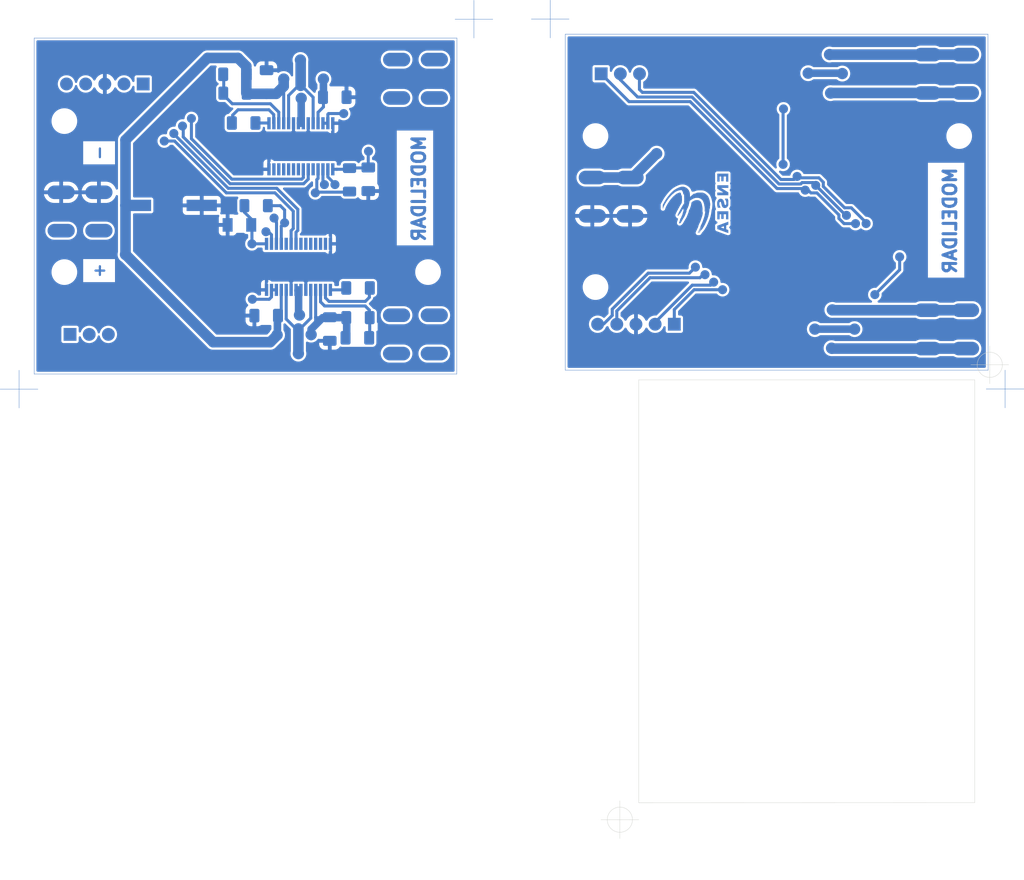
<source format=kicad_pcb>
(kicad_pcb (version 20211014) (generator pcbnew)
  (layers (0 "F.Cu" signal) (31 "B.Cu" signal) (34 "B.Paste" user) (35 "F.Paste" user) (36 "B.SilkS" user "B.Silkscreen") (37 "F.SilkS" user "F.Silkscreen") (38 "B.Mask" user) (39 "F.Mask" user) (44 "Edge.Cuts" user))
  (net 0 "")
  (gr_poly (pts (xy 81.02863 59.77268) (xy 81.02863 58.17268) (xy 81.47863 58.17268) (xy 81.47863 59.77268)) (layer "B.Cu") (width 0) (fill solid))
  (gr_circle (center 79.09286 56.19216) (end 79.09286 56.79216) (layer "B.Cu") (width 0) (fill solid))
  (gr_poly (pts (xy 80.69679 43.80097) (xy 80.69679 42.20097) (xy 81.14679 42.20097) (xy 81.14679 43.80097)) (layer "B.Cu") (width 0) (fill solid))
  (gr_circle (center 87.79131 46.68861) (end 87.79131 47.18861) (layer "B.Cu") (width 0) (fill solid))
  (gr_poly (pts (xy 79.39679 43.80097) (xy 79.39679 42.20097) (xy 79.84679 42.20097) (xy 79.84679 43.80097)) (layer "B.Cu") (width 0) (fill solid))
  (gr_poly (pts (xy 87.91551 65.51202) (xy 87.90423 65.55412) (xy 87.88582 65.59361) (xy 87.86082 65.62931) (xy 87.83001 65.66012) (xy 87.79431 65.68512) (xy 87.75482 65.70353) (xy 87.71272 65.71481) (xy 87.66931 65.71861) (xy 86.84431 65.71861) (xy 86.8009 65.71481) (xy 86.7588 65.70353) (xy 86.71931 65.68512) (xy 86.68361 65.66012) (xy 86.6528 65.62931) (xy 86.6278 65.59361) (xy 86.60939 65.55412) (xy 86.59811 65.51202) (xy 86.59431 65.46861) (xy 86.59431 64.16861) (xy 86.59811 64.1252) (xy 86.60939 64.0831) (xy 86.6278 64.04361) (xy 86.6528 64.00791) (xy 86.68361 63.9771) (xy 86.71931 63.9521) (xy 86.7588 63.93369) (xy 86.8009 63.92241) (xy 86.84431 63.91861) (xy 87.66931 63.91861) (xy 87.71272 63.92241) (xy 87.75482 63.93369) (xy 87.79431 63.9521) (xy 87.83001 63.9771) (xy 87.86082 64.00791) (xy 87.88582 64.04361) (xy 87.90423 64.0831) (xy 87.91551 64.1252) (xy 87.91931 64.16861) (xy 87.91931 65.46861)) (layer "B.Cu") (width 0) (fill solid))
  (gr_poly (pts (xy 79.72863 65.87268) (xy 79.72863 64.27268) (xy 80.17863 64.27268) (xy 80.17863 65.87268)) (layer "B.Cu") (width 0) (fill solid))
  (gr_circle (center 78.97179 37.14773) (end 78.97179 37.89773) (layer "B.Cu") (width 0) (fill solid))
  (gr_circle (center 151.31907 61.99786) (end 151.31907 61.49786) (layer "B.Cu") (width 0) (fill solid))
  (gr_circle (center 83.71523 45.42269) (end 83.71523 45.92269) (layer "B.Cu") (width 0) (fill solid))
  (gr_circle (center 83.15904 52.22074) (end 83.15904 52.82074) (layer "B.Cu") (width 0) (fill solid))
  (gr_poly (pts (xy 100.71419 73.59844) (xy 100.70123 73.6858) (xy 100.67977 73.77148) (xy 100.65001 73.85464) (xy 100.61225 73.93448) (xy 100.56684 74.01023) (xy 100.51423 74.08117) (xy 100.45492 74.14662) (xy 100.38947 74.20593) (xy 100.31853 74.25854) (xy 100.24278 74.30395) (xy 100.16294 74.34171) (xy 100.07978 74.37147) (xy 99.9941 74.39293) (xy 99.90674 74.40589) (xy 99.81852 74.41022) (xy 98.01852 74.41022) (xy 97.9303 74.40589) (xy 97.84294 74.39293) (xy 97.75726 74.37147) (xy 97.6741 74.34171) (xy 97.59426 74.30395) (xy 97.51851 74.25854) (xy 97.44757 74.20593) (xy 97.38212 74.14662) (xy 97.32281 74.08117) (xy 97.2702 74.01023) (xy 97.22479 73.93448) (xy 97.18703 73.85464) (xy 97.15727 73.77148) (xy 97.13581 73.6858) (xy 97.12285 73.59844) (xy 97.11852 73.51022) (xy 97.12285 73.422) (xy 97.13581 73.33464) (xy 97.15727 73.24896) (xy 97.18703 73.1658) (xy 97.22479 73.08596) (xy 97.2702 73.01021) (xy 97.32281 72.93927) (xy 97.38212 72.87382) (xy 97.44757 72.81451) (xy 97.51851 72.7619) (xy 97.59426 72.71649) (xy 97.6741 72.67873) (xy 97.75726 72.64897) (xy 97.84294 72.62751) (xy 97.9303 72.61455) (xy 98.01852 72.61022) (xy 99.81852 72.61022) (xy 99.90674 72.61455) (xy 99.9941 72.62751) (xy 100.07978 72.64897) (xy 100.16294 72.67873) (xy 100.24278 72.71649) (xy 100.31853 72.7619) (xy 100.38947 72.81451) (xy 100.45492 72.87382) (xy 100.51423 72.93927) (xy 100.56684 73.01021) (xy 100.61225 73.08596) (xy 100.65001 73.1658) (xy 100.67977 73.24896) (xy 100.70123 73.33464) (xy 100.71419 73.422) (xy 100.71852 73.51022)) (layer "B.Cu") (width 0) (fill solid))
  (gr_poly (pts (xy 72.76551 43.66202) (xy 72.75423 43.70412) (xy 72.73582 43.74361) (xy 72.71082 43.77931) (xy 72.68001 43.81012) (xy 72.64431 43.83512) (xy 72.60482 43.85353) (xy 72.56272 43.86481) (xy 72.51931 43.86861) (xy 71.69431 43.86861) (xy 71.6509 43.86481) (xy 71.6088 43.85353) (xy 71.56931 43.83512) (xy 71.53361 43.81012) (xy 71.5028 43.77931) (xy 71.4778 43.74361) (xy 71.45939 43.70412) (xy 71.44811 43.66202) (xy 71.44431 43.61861) (xy 71.44431 42.31861) (xy 71.44811 42.2752) (xy 71.45939 42.2331) (xy 71.4778 42.19361) (xy 71.5028 42.15791) (xy 71.53361 42.1271) (xy 71.56931 42.1021) (xy 71.6088 42.08369) (xy 71.6509 42.07241) (xy 71.69431 42.06861) (xy 72.51931 42.06861) (xy 72.56272 42.07241) (xy 72.60482 42.08369) (xy 72.64431 42.1021) (xy 72.68001 42.1271) (xy 72.71082 42.15791) (xy 72.73582 42.19361) (xy 72.75423 42.2331) (xy 72.76551 42.2752) (xy 72.76931 42.31861) (xy 72.76931 43.61861)) (layer "B.Cu") (width 0) (fill solid))
  (gr_poly (pts (xy 84.83179 40.24644) (xy 84.82051 40.28854) (xy 84.8021 40.32803) (xy 84.7771 40.36373) (xy 84.74629 40.39454) (xy 84.71059 40.41954) (xy 84.6711 40.43795) (xy 84.629 40.44923) (xy 84.58559 40.45303) (xy 83.76059 40.45303) (xy 83.71718 40.44923) (xy 83.67508 40.43795) (xy 83.63559 40.41954) (xy 83.59989 40.39454) (xy 83.56908 40.36373) (xy 83.54408 40.32803) (xy 83.52567 40.28854) (xy 83.51439 40.24644) (xy 83.51059 40.20303) (xy 83.51059 38.90303) (xy 83.51439 38.85962) (xy 83.52567 38.81752) (xy 83.54408 38.77803) (xy 83.56908 38.74233) (xy 83.59989 38.71152) (xy 83.63559 38.68652) (xy 83.67508 38.66811) (xy 83.71718 38.65683) (xy 83.76059 38.65303) (xy 84.58559 38.65303) (xy 84.629 38.65683) (xy 84.6711 38.66811) (xy 84.71059 38.68652) (xy 84.74629 38.71152) (xy 84.7771 38.74233) (xy 84.8021 38.77803) (xy 84.82051 38.81752) (xy 84.83179 38.85962) (xy 84.83559 38.90303) (xy 84.83559 40.20303)) (layer "B.Cu") (width 0) (fill solid))
  (gr_poly (pts (xy 49.81931 71.81861) (xy 49.81931 70.11861) (xy 51.51931 70.11861) (xy 51.51931 71.81861)) (layer "B.Cu") (width 0) (fill solid))
  (gr_circle (center 80.96523 62.67269) (end 80.96523 63.17269) (layer "B.Cu") (width 0) (fill solid))
  (gr_circle (center 86.21523 45.42269) (end 86.21523 45.92269) (layer "B.Cu") (width 0) (fill solid))
  (gr_poly (pts (xy 51.04522 37.88192) (xy 51.03298 37.96444) (xy 51.01271 38.04535) (xy 50.98461 38.12389) (xy 50.94894 38.1993) (xy 50.90606 38.27084) (xy 50.85637 38.33784) (xy 50.80035 38.39965) (xy 50.73854 38.45567) (xy 50.67154 38.50536) (xy 50.6 38.54824) (xy 50.52459 38.58391) (xy 50.44605 38.61201) (xy 50.36514 38.63228) (xy 50.28262 38.64452) (xy 50.19931 38.64861) (xy 50.116 38.64452) (xy 50.03348 38.63228) (xy 49.95257 38.61201) (xy 49.87403 38.58391) (xy 49.79862 38.54824) (xy 49.72708 38.50536) (xy 49.66008 38.45567) (xy 49.59827 38.39965) (xy 49.54225 38.33784) (xy 49.49256 38.27084) (xy 49.44968 38.1993) (xy 49.41401 38.12389) (xy 49.38591 38.04535) (xy 49.36564 37.96444) (xy 49.3534 37.88192) (xy 49.34931 37.79861) (xy 49.3534 37.7153) (xy 49.36564 37.63278) (xy 49.38591 37.55187) (xy 49.41401 37.47333) (xy 49.44968 37.39792) (xy 49.49256 37.32638) (xy 49.54225 37.25938) (xy 49.59827 37.19757) (xy 49.66008 37.14155) (xy 49.72708 37.09186) (xy 49.79862 37.04898) (xy 49.87403 37.01331) (xy 49.95257 36.98521) (xy 50.03348 36.96494) (xy 50.116 36.9527) (xy 50.19931 36.94861) (xy 50.28262 36.9527) (xy 50.36514 36.96494) (xy 50.44605 36.98521) (xy 50.52459 37.01331) (xy 50.6 37.04898) (xy 50.67154 37.09186) (xy 50.73854 37.14155) (xy 50.80035 37.19757) (xy 50.85637 37.25938) (xy 50.90606 37.32638) (xy 50.94894 37.39792) (xy 50.98461 37.47333) (xy 51.01271 37.55187) (xy 51.03298 37.63278) (xy 51.04522 37.7153) (xy 51.04931 37.79861)) (layer "B.Cu") (width 0) (fill solid))
  (gr_poly (pts (xy 120.17315 35.60194) (xy 120.17315 37.30194) (xy 121.87315 37.30194) (xy 121.87315 35.60194)) (layer "B.Cu") (width 0) (fill solid))
  (gr_poly (pts (xy 77.44679 43.80097) (xy 77.44679 42.20097) (xy 77.89679 42.20097) (xy 77.89679 43.80097)) (layer "B.Cu") (width 0) (fill solid))
  (gr_poly (pts (xy 74.41651 54.58702) (xy 74.40523 54.62912) (xy 74.38682 54.66861) (xy 74.36182 54.70431) (xy 74.33101 54.73512) (xy 74.29531 54.76012) (xy 74.25582 54.77853) (xy 74.21372 54.78981) (xy 74.17031 54.79361) (xy 73.37031 54.79361) (xy 73.3269 54.78981) (xy 73.2848 54.77853) (xy 73.24531 54.76012) (xy 73.20961 54.73512) (xy 73.1788 54.70431) (xy 73.1538 54.66861) (xy 73.13539 54.62912) (xy 73.12411 54.58702) (xy 73.12031 54.54361) (xy 73.12031 53.29361) (xy 73.12411 53.2502) (xy 73.13539 53.2081) (xy 73.1538 53.16861) (xy 73.1788 53.13291) (xy 73.20961 53.1021) (xy 73.24531 53.0771) (xy 73.2848 53.05869) (xy 73.3269 53.04741) (xy 73.37031 53.04361) (xy 74.17031 53.04361) (xy 74.21372 53.04741) (xy 74.25582 53.05869) (xy 74.29531 53.0771) (xy 74.33101 53.1021) (xy 74.36182 53.13291) (xy 74.38682 53.16861) (xy 74.40523 53.2081) (xy 74.41651 53.2502) (xy 74.42031 53.29361) (xy 74.42031 54.54361)) (layer "B.Cu") (width 0) (fill solid))
  (gr_poly (pts (xy 53.58522 37.88192) (xy 53.57298 37.96444) (xy 53.55271 38.04535) (xy 53.52461 38.12389) (xy 53.48894 38.1993) (xy 53.44606 38.27084) (xy 53.39637 38.33784) (xy 53.34035 38.39965) (xy 53.27854 38.45567) (xy 53.21154 38.50536) (xy 53.14 38.54824) (xy 53.06459 38.58391) (xy 52.98605 38.61201) (xy 52.90514 38.63228) (xy 52.82262 38.64452) (xy 52.73931 38.64861) (xy 52.656 38.64452) (xy 52.57348 38.63228) (xy 52.49257 38.61201) (xy 52.41403 38.58391) (xy 52.33862 38.54824) (xy 52.26708 38.50536) (xy 52.20008 38.45567) (xy 52.13827 38.39965) (xy 52.08225 38.33784) (xy 52.03256 38.27084) (xy 51.98968 38.1993) (xy 51.95401 38.12389) (xy 51.92591 38.04535) (xy 51.90564 37.96444) (xy 51.8934 37.88192) (xy 51.88931 37.79861) (xy 51.8934 37.7153) (xy 51.90564 37.63278) (xy 51.92591 37.55187) (xy 51.95401 37.47333) (xy 51.98968 37.39792) (xy 52.03256 37.32638) (xy 52.08225 37.25938) (xy 52.13827 37.19757) (xy 52.20008 37.14155) (xy 52.26708 37.09186) (xy 52.33862 37.04898) (xy 52.41403 37.01331) (xy 52.49257 36.98521) (xy 52.57348 36.96494) (xy 52.656 36.9527) (xy 52.73931 36.94861) (xy 52.82262 36.9527) (xy 52.90514 36.96494) (xy 52.98605 36.98521) (xy 53.06459 37.01331) (xy 53.14 37.04898) (xy 53.21154 37.09186) (xy 53.27854 37.14155) (xy 53.34035 37.19757) (xy 53.39637 37.25938) (xy 53.44606 37.32638) (xy 53.48894 37.39792) (xy 53.52461 37.47333) (xy 53.55271 37.55187) (xy 53.57298 37.63278) (xy 53.58522 37.7153) (xy 53.58931 37.79861)) (layer "B.Cu") (width 0) (fill solid))
  (gr_circle (center 82.71523 61.17269) (end 82.71523 61.67269) (layer "B.Cu") (width 0) (fill solid))
  (gr_circle (center 133.50715 62.06194) (end 133.50715 61.46194) (layer "B.Cu") (width 0) (fill solid))
  (gr_poly (pts (xy 51.29208 52.23741) (xy 51.27912 52.32477) (xy 51.25766 52.41045) (xy 51.2279 52.49361) (xy 51.19014 52.57345) (xy 51.14473 52.6492) (xy 51.09212 52.72014) (xy 51.03281 52.78559) (xy 50.96736 52.8449) (xy 50.89642 52.89751) (xy 50.82067 52.94292) (xy 50.74083 52.98068) (xy 50.65767 53.01044) (xy 50.57199 53.0319) (xy 50.48463 53.04486) (xy 50.39641 53.04919) (xy 48.59641 53.04919) (xy 48.50819 53.04486) (xy 48.42083 53.0319) (xy 48.33515 53.01044) (xy 48.25199 52.98068) (xy 48.17215 52.94292) (xy 48.0964 52.89751) (xy 48.02546 52.8449) (xy 47.96001 52.78559) (xy 47.9007 52.72014) (xy 47.84809 52.6492) (xy 47.80268 52.57345) (xy 47.76492 52.49361) (xy 47.73516 52.41045) (xy 47.7137 52.32477) (xy 47.70074 52.23741) (xy 47.69641 52.14919) (xy 47.70074 52.06097) (xy 47.7137 51.97361) (xy 47.73516 51.88793) (xy 47.76492 51.80477) (xy 47.80268 51.72493) (xy 47.84809 51.64918) (xy 47.9007 51.57824) (xy 47.96001 51.51279) (xy 48.02546 51.45348) (xy 48.0964 51.40087) (xy 48.17215 51.35546) (xy 48.25199 51.3177) (xy 48.33515 51.28794) (xy 48.42083 51.26648) (xy 48.50819 51.25352) (xy 48.59641 51.24919) (xy 50.39641 51.24919) (xy 50.48463 51.25352) (xy 50.57199 51.26648) (xy 50.65767 51.28794) (xy 50.74083 51.3177) (xy 50.82067 51.35546) (xy 50.89642 51.40087) (xy 50.96736 51.45348) (xy 51.03281 51.51279) (xy 51.09212 51.57824) (xy 51.14473 51.64918) (xy 51.19014 51.72493) (xy 51.2279 51.80477) (xy 51.25766 51.88793) (xy 51.27912 51.97361) (xy 51.29208 52.06097) (xy 51.29641 52.14919)) (layer "B.Cu") (width 0) (fill solid))
  (gr_poly (pts (xy 78.65679 47.60097) (xy 78.65679 44.50097) (xy 83.83679 44.50097) (xy 83.83679 47.60097)) (layer "B.Cu") (width 0) (fill solid))
  (gr_poly (pts (xy 137.77647 52.99874) (xy 137.59926 52.99874) (xy 137.52296 52.999) (xy 137.46982 53.00127) (xy 137.43761 53.00773) (xy 137.42407 53.02062) (xy 137.42697 53.04212) (xy 137.44406 53.07444) (xy 137.47312 53.1198) (xy 137.47439 53.12175) (xy 137.51967 53.20193) (xy 137.55565 53.28725) (xy 137.58247 53.37504) (xy 137.60028 53.46265) (xy 137.60923 53.54742) (xy 137.60947 53.62668) (xy 137.60114 53.69777) (xy 137.58439 53.75803) (xy 137.55936 53.80479) (xy 137.52622 53.8354) (xy 137.48509 53.84719) (xy 137.43614 53.83751) (xy 137.43472 53.83693) (xy 137.4056 53.81747) (xy 137.38014 53.78327) (xy 137.35712 53.73163) (xy 137.33531 53.65983) (xy 137.31505 53.57268) (xy 137.28805 53.45389) (xy 137.26114 53.35683) (xy 137.23272 53.2779) (xy 137.20121 53.21349) (xy 137.16504 53.15999) (xy 137.12261 53.11379) (xy 137.10786 53.10032) (xy 137.0327 53.05055) (xy 136.94527 53.02072) (xy 136.85004 53.01164) (xy 136.75147 53.02411) (xy 136.72657 53.03077) (xy 136.65183 53.06555) (xy 136.5821 53.1223) (xy 136.51986 53.19769) (xy 136.46756 53.28843) (xy 136.42765 53.3912) (xy 136.41096 53.45594) (xy 136.39838 53.54917) (xy 136.39522 53.6582) (xy 136.40075 53.77552) (xy 136.41426 53.89362) (xy 136.43506 54.005) (xy 136.46244 54.10216) (xy 136.47503 54.13527) (xy 136.49365 54.17984) (xy 136.6594 54.17984) (xy 136.73244 54.17962) (xy 136.78245 54.17728) (xy 136.81176 54.17028) (xy 136.82275 54.15607) (xy 136.81777 54.13213) (xy 136.79917 54.09592) (xy 136.77528 54.05506) (xy 136.71641 53.93508) (xy 136.68115 53.81344) (xy 136.668 53.68461) (xy 136.66788 53.65914) (xy 136.67211 53.57469) (xy 136.68398 53.51052) (xy 136.70485 53.46225) (xy 136.73611 53.42555) (xy 136.74399 53.41901) (xy 136.77807 53.39761) (xy 136.80881 53.39482) (xy 136.84721 53.40977) (xy 136.84871 53.41054) (xy 136.87192 53.4259) (xy 136.88995 53.44775) (xy 136.90517 53.48102) (xy 136.91999 53.53065) (xy 136.93272 53.58344) (xy 136.96117 53.70518) (xy 136.98623 53.80505) (xy 137.00909 53.88617) (xy 137.03094 53.95165) (xy 137.05297 54.00462) (xy 137.0764 54.04818) (xy 137.10241 54.08546) (xy 137.13219 54.11956) (xy 137.14251 54.13011) (xy 137.20785 54.18286) (xy 137.28003 54.21513) (xy 137.36383 54.22856) (xy 137.42906 54.22782) (xy 137.5319 54.20997) (xy 137.62238 54.17024) (xy 137.70087 54.10835) (xy 137.76775 54.02402) (xy 137.808 53.95124) (xy 137.8475 53.86869) (xy 137.85047 53.55119) (xy 137.85345 53.23369)) (layer "B.Cu") (width 0) (fill solid))
  (gr_circle (center 71.44931 53.99861) (end 71.44931 54.59861) (layer "B.Cu") (width 0) (fill solid))
  (gr_poly (pts (xy 82.64679 49.90097) (xy 82.64679 48.30097) (xy 83.09679 48.30097) (xy 83.09679 49.90097)) (layer "B.Cu") (width 0) (fill solid))
  (gr_poly (pts (xy 78.74679 49.90097) (xy 78.74679 48.30097) (xy 79.19679 48.30097) (xy 79.19679 49.90097)) (layer "B.Cu") (width 0) (fill solid))
  (gr_poly (pts (xy 57.39649 54.63327) (xy 57.39649 53.13467) (xy 61.40969 53.13467) (xy 61.40969 54.63327)) (layer "B.Cu") (width 0) (fill solid))
  (gr_poly (pts (xy 83.94679 43.80097) (xy 83.94679 42.20097) (xy 84.39679 42.20097) (xy 84.39679 43.80097)) (layer "B.Cu") (width 0) (fill solid))
  (gr_circle (center 74.76524 58.97268) (end 74.76524 59.57268) (layer "B.Cu") (width 0) (fill solid))
  (gr_poly (pts (xy 166.06803 33.82211) (xy 166.05507 33.73475) (xy 166.03361 33.64907) (xy 166.00385 33.56591) (xy 165.96609 33.48607) (xy 165.92068 33.41032) (xy 165.86807 33.33938) (xy 165.80876 33.27393) (xy 165.74331 33.21462) (xy 165.67237 33.16201) (xy 165.59662 33.1166) (xy 165.51678 33.07884) (xy 165.43362 33.04908) (xy 165.34794 33.02762) (xy 165.26058 33.01466) (xy 165.17236 33.01033) (xy 163.37236 33.01033) (xy 163.28414 33.01466) (xy 163.19678 33.02762) (xy 163.1111 33.04908) (xy 163.02794 33.07884) (xy 162.9481 33.1166) (xy 162.87235 33.16201) (xy 162.80141 33.21462) (xy 162.73596 33.27393) (xy 162.67665 33.33938) (xy 162.62404 33.41032) (xy 162.57863 33.48607) (xy 162.54087 33.56591) (xy 162.51111 33.64907) (xy 162.48965 33.73475) (xy 162.47669 33.82211) (xy 162.47236 33.91033) (xy 162.47669 33.99855) (xy 162.48965 34.08591) (xy 162.51111 34.17159) (xy 162.54087 34.25475) (xy 162.57863 34.33459) (xy 162.62404 34.41034) (xy 162.67665 34.48128) (xy 162.73596 34.54673) (xy 162.80141 34.60604) (xy 162.87235 34.65865) (xy 162.9481 34.70406) (xy 163.02794 34.74182) (xy 163.1111 34.77158) (xy 163.19678 34.79304) (xy 163.28414 34.806) (xy 163.37236 34.81033) (xy 165.17236 34.81033) (xy 165.26058 34.806) (xy 165.34794 34.79304) (xy 165.43362 34.77158) (xy 165.51678 34.74182) (xy 165.59662 34.70406) (xy 165.67237 34.65865) (xy 165.74331 34.60604) (xy 165.80876 34.54673) (xy 165.86807 34.48128) (xy 165.92068 34.41034) (xy 165.96609 34.33459) (xy 166.00385 34.25475) (xy 166.03361 34.17159) (xy 166.05507 34.08591) (xy 166.06803 33.99855) (xy 166.07236 33.91033)) (layer "B.Cu") (width 0) (fill solid))
  (gr_poly (pts (xy 79.07863 65.87268) (xy 79.07863 64.27268) (xy 79.52863 64.27268) (xy 79.52863 65.87268)) (layer "B.Cu") (width 0) (fill solid))
  (gr_poly (pts (xy 77.5975 36.43261) (xy 77.58622 36.47471) (xy 77.56781 36.5142) (xy 77.54281 36.5499) (xy 77.512 36.58071) (xy 77.4763 36.60571) (xy 77.43681 36.62412) (xy 77.39471 36.6354) (xy 77.3513 36.6392) (xy 76.0513 36.6392) (xy 76.00789 36.6354) (xy 75.96579 36.62412) (xy 75.9263 36.60571) (xy 75.8906 36.58071) (xy 75.85979 36.5499) (xy 75.83479 36.5142) (xy 75.81638 36.47471) (xy 75.8051 36.43261) (xy 75.8013 36.3892) (xy 75.8013 35.5642) (xy 75.8051 35.52079) (xy 75.81638 35.47869) (xy 75.83479 35.4392) (xy 75.85979 35.4035) (xy 75.8906 35.37269) (xy 75.9263 35.34769) (xy 75.96579 35.32928) (xy 76.00789 35.318) (xy 76.0513 35.3142) (xy 77.3513 35.3142) (xy 77.39471 35.318) (xy 77.43681 35.32928) (xy 77.4763 35.34769) (xy 77.512 35.37269) (xy 77.54281 35.4035) (xy 77.56781 35.4392) (xy 77.58622 35.47869) (xy 77.5975 35.52079) (xy 77.6013 35.5642) (xy 77.6013 36.3892)) (layer "B.Cu") (width 0) (fill solid))
  (gr_circle (center 146.97416 50.04788) (end 146.97416 49.44788) (layer "B.Cu") (width 0) (fill solid))
  (gr_poly (pts (xy 79.39679 49.90097) (xy 79.39679 48.30097) (xy 79.84679 48.30097) (xy 79.84679 49.90097)) (layer "B.Cu") (width 0) (fill solid))
  (gr_poly (pts (xy 82.32863 59.77268) (xy 82.32863 58.17268) (xy 82.77863 58.17268) (xy 82.77863 59.77268)) (layer "B.Cu") (width 0) (fill solid))
  (gr_poly (pts (xy 76.79679 43.80097) (xy 76.79679 42.20097) (xy 77.24679 42.20097) (xy 77.24679 43.80097)) (layer "B.Cu") (width 0) (fill solid))
  (gr_poly (pts (xy 91.07041 52.43953) (xy 91.05913 52.48163) (xy 91.04072 52.52112) (xy 91.01572 52.55682) (xy 90.98491 52.58763) (xy 90.94921 52.61263) (xy 90.90972 52.63104) (xy 90.86762 52.64232) (xy 90.82421 52.64612) (xy 89.52421 52.64612) (xy 89.4808 52.64232) (xy 89.4387 52.63104) (xy 89.39921 52.61263) (xy 89.36351 52.58763) (xy 89.3327 52.55682) (xy 89.3077 52.52112) (xy 89.28929 52.48163) (xy 89.27801 52.43953) (xy 89.27421 52.39612) (xy 89.27421 51.57112) (xy 89.27801 51.52771) (xy 89.28929 51.48561) (xy 89.3077 51.44612) (xy 89.3327 51.41042) (xy 89.36351 51.37961) (xy 89.39921 51.35461) (xy 89.4387 51.3362) (xy 89.4808 51.32492) (xy 89.52421 51.32112) (xy 90.82421 51.32112) (xy 90.86762 51.32492) (xy 90.90972 51.3362) (xy 90.94921 51.35461) (xy 90.98491 51.37961) (xy 91.01572 51.41042) (xy 91.04072 51.44612) (xy 91.05913 51.48561) (xy 91.07041 51.52771) (xy 91.07421 51.57112) (xy 91.07421 52.39612)) (layer "B.Cu") (width 0) (fill solid))
  (gr_poly (pts (xy 100.72562 39.74024) (xy 100.71266 39.8276) (xy 100.6912 39.91328) (xy 100.66144 39.99644) (xy 100.62368 40.07628) (xy 100.57827 40.15203) (xy 100.52566 40.22297) (xy 100.46635 40.28842) (xy 100.4009 40.34773) (xy 100.32996 40.40034) (xy 100.25421 40.44575) (xy 100.17437 40.48351) (xy 100.09121 40.51327) (xy 100.00553 40.53473) (xy 99.91817 40.54769) (xy 99.82995 40.55202) (xy 98.02995 40.55202) (xy 97.94173 40.54769) (xy 97.85437 40.53473) (xy 97.76869 40.51327) (xy 97.68553 40.48351) (xy 97.60569 40.44575) (xy 97.52994 40.40034) (xy 97.459 40.34773) (xy 97.39355 40.28842) (xy 97.33424 40.22297) (xy 97.28163 40.15203) (xy 97.23622 40.07628) (xy 97.19846 39.99644) (xy 97.1687 39.91328) (xy 97.14724 39.8276) (xy 97.13428 39.74024) (xy 97.12995 39.65202) (xy 97.13428 39.5638) (xy 97.14724 39.47644) (xy 97.1687 39.39076) (xy 97.19846 39.3076) (xy 97.23622 39.22776) (xy 97.28163 39.15201) (xy 97.33424 39.08107) (xy 97.39355 39.01562) (xy 97.459 38.95631) (xy 97.52994 38.9037) (xy 97.60569 38.85829) (xy 97.68553 38.82053) (xy 97.76869 38.79077) (xy 97.85437 38.76931) (xy 97.94173 38.75635) (xy 98.02995 38.75202) (xy 99.82995 38.75202) (xy 99.91817 38.75635) (xy 100.00553 38.76931) (xy 100.09121 38.79077) (xy 100.17437 38.82053) (xy 100.25421 38.85829) (xy 100.32996 38.9037) (xy 100.4009 38.95631) (xy 100.46635 39.01562) (xy 100.52566 39.08107) (xy 100.57827 39.15201) (xy 100.62368 39.22776) (xy 100.66144 39.3076) (xy 100.6912 39.39076) (xy 100.71266 39.47644) (xy 100.72562 39.5638) (xy 100.72995 39.65202)) (layer "B.Cu") (width 0) (fill solid))
  (gr_poly (pts (xy 123.93906 69.53863) (xy 123.92682 69.45611) (xy 123.90655 69.3752) (xy 123.87845 69.29666) (xy 123.84278 69.22125) (xy 123.7999 69.14971) (xy 123.75021 69.08271) (xy 123.69419 69.0209) (xy 123.63238 68.96488) (xy 123.56538 68.91519) (xy 123.49384 68.87231) (xy 123.41843 68.83664) (xy 123.33989 68.80854) (xy 123.25898 68.78827) (xy 123.17646 68.77603) (xy 123.09315 68.77194) (xy 123.00984 68.77603) (xy 122.92732 68.78827) (xy 122.84641 68.80854) (xy 122.76787 68.83664) (xy 122.69246 68.87231) (xy 122.62092 68.91519) (xy 122.55392 68.96488) (xy 122.49211 69.0209) (xy 122.43609 69.08271) (xy 122.3864 69.14971) (xy 122.34352 69.22125) (xy 122.30785 69.29666) (xy 122.27975 69.3752) (xy 122.25948 69.45611) (xy 122.24724 69.53863) (xy 122.24315 69.62194) (xy 122.24724 69.70525) (xy 122.25948 69.78777) (xy 122.27975 69.86868) (xy 122.30785 69.94722) (xy 122.34352 70.02263) (xy 122.3864 70.09417) (xy 122.43609 70.16117) (xy 122.49211 70.22298) (xy 122.55392 70.279) (xy 122.62092 70.32869) (xy 122.69246 70.37157) (xy 122.76787 70.40724) (xy 122.84641 70.43534) (xy 122.92732 70.45561) (xy 123.00984 70.46785) (xy 123.09315 70.47194) (xy 123.17646 70.46785) (xy 123.25898 70.45561) (xy 123.33989 70.43534) (xy 123.41843 70.40724) (xy 123.49384 70.37157) (xy 123.56538 70.32869) (xy 123.63238 70.279) (xy 123.69419 70.22298) (xy 123.75021 70.16117) (xy 123.7999 70.09417) (xy 123.84278 70.02263) (xy 123.87845 69.94722) (xy 123.90655 69.86868) (xy 123.92682 69.78777) (xy 123.93906 69.70525) (xy 123.94315 69.62194)) (layer "B.Cu") (width 0) (fill solid))
  (gr_circle (center 77.69523 55.56055) (end 77.69523 56.16055) (layer "B.Cu") (width 0) (fill solid))
  (gr_circle (center 87.31931 37.31861) (end 87.31931 38.06861) (layer "B.Cu") (width 0) (fill solid))
  (gr_circle (center 149.32563 70.27282) (end 149.32563 69.52282) (layer "B.Cu") (width 0) (fill solid))
  (gr_poly (pts (xy 171.06803 38.90211) (xy 171.05507 38.81475) (xy 171.03361 38.72907) (xy 171.00385 38.64591) (xy 170.96609 38.56607) (xy 170.92068 38.49032) (xy 170.86807 38.41938) (xy 170.80876 38.35393) (xy 170.74331 38.29462) (xy 170.67237 38.24201) (xy 170.59662 38.1966) (xy 170.51678 38.15884) (xy 170.43362 38.12908) (xy 170.34794 38.10762) (xy 170.26058 38.09466) (xy 170.17236 38.09033) (xy 168.37236 38.09033) (xy 168.28414 38.09466) (xy 168.19678 38.10762) (xy 168.1111 38.12908) (xy 168.02794 38.15884) (xy 167.9481 38.1966) (xy 167.87235 38.24201) (xy 167.80141 38.29462) (xy 167.73596 38.35393) (xy 167.67665 38.41938) (xy 167.62404 38.49032) (xy 167.57863 38.56607) (xy 167.54087 38.64591) (xy 167.51111 38.72907) (xy 167.48965 38.81475) (xy 167.47669 38.90211) (xy 167.47236 38.99033) (xy 167.47669 39.07855) (xy 167.48965 39.16591) (xy 167.51111 39.25159) (xy 167.54087 39.33475) (xy 167.57863 39.41459) (xy 167.62404 39.49034) (xy 167.67665 39.56128) (xy 167.73596 39.62673) (xy 167.80141 39.68604) (xy 167.87235 39.73865) (xy 167.9481 39.78406) (xy 168.02794 39.82182) (xy 168.1111 39.85158) (xy 168.19678 39.87304) (xy 168.28414 39.886) (xy 168.37236 39.89033) (xy 170.17236 39.89033) (xy 170.26058 39.886) (xy 170.34794 39.87304) (xy 170.43362 39.85158) (xy 170.51678 39.82182) (xy 170.59662 39.78406) (xy 170.67237 39.73865) (xy 170.74331 39.68604) (xy 170.80876 39.62673) (xy 170.86807 39.56128) (xy 170.92068 39.49034) (xy 170.96609 39.41459) (xy 171.00385 39.33475) (xy 171.03361 39.25159) (xy 171.05507 39.16591) (xy 171.06803 39.07855) (xy 171.07236 38.99033)) (layer "B.Cu") (width 0) (fill solid))
  (gr_circle (center 154.58915 70.27401) (end 154.58915 69.52401) (layer "B.Cu") (width 0) (fill solid))
  (gr_circle (center 73.03542 68.46861) (end 73.03542 69.21861) (layer "B.Cu") (width 0) (fill solid))
  (gr_poly (pts (xy 79.72863 59.77268) (xy 79.72863 58.17268) (xy 80.17863 58.17268) (xy 80.17863 59.77268)) (layer "B.Cu") (width 0) (fill solid))
  (gr_poly (pts (xy 87.95679 40.24644) (xy 87.94551 40.28854) (xy 87.9271 40.32803) (xy 87.9021 40.36373) (xy 87.87129 40.39454) (xy 87.83559 40.41954) (xy 87.7961 40.43795) (xy 87.754 40.44923) (xy 87.71059 40.45303) (xy 86.88559 40.45303) (xy 86.84218 40.44923) (xy 86.80008 40.43795) (xy 86.76059 40.41954) (xy 86.72489 40.39454) (xy 86.69408 40.36373) (xy 86.66908 40.32803) (xy 86.65067 40.28854) (xy 86.63939 40.24644) (xy 86.63559 40.20303) (xy 86.63559 38.90303) (xy 86.63939 38.85962) (xy 86.65067 38.81752) (xy 86.66908 38.77803) (xy 86.69408 38.74233) (xy 86.72489 38.71152) (xy 86.76059 38.68652) (xy 86.80008 38.66811) (xy 86.84218 38.65683) (xy 86.88559 38.65303) (xy 87.71059 38.65303) (xy 87.754 38.65683) (xy 87.7961 38.66811) (xy 87.83559 38.68652) (xy 87.87129 38.71152) (xy 87.9021 38.74233) (xy 87.9271 38.77803) (xy 87.94551 38.81752) (xy 87.95679 38.85962) (xy 87.96059 38.90303) (xy 87.96059 40.20303)) (layer "B.Cu") (width 0) (fill solid))
  (gr_poly (pts (xy 137.85101 57.33428) (xy 137.8475 57.14863) (xy 137.5808 57.0554) (xy 137.57394 56.53178) (xy 137.71383 56.48293) (xy 137.85371 56.43409) (xy 137.85378 56.24528) (xy 137.85359 56.17239) (xy 137.85268 56.12128) (xy 137.85059 56.08834) (xy 137.8469 56.06997) (xy 137.84116 56.06256) (xy 137.83294 56.06249) (xy 137.83163 56.06285) (xy 137.81561 56.0684) (xy 137.77816 56.08191) (xy 137.72165 56.1025) (xy 137.64846 56.1293) (xy 137.56097 56.16143) (xy 137.46155 56.19802) (xy 137.35259 56.23821) (xy 137.28553 56.26298) (xy 137.23647 56.2811) (xy 137.21885 56.28762) (xy 137.09834 56.33219) (xy 136.98176 56.3753) (xy 136.87196 56.41592) (xy 136.77175 56.45298) (xy 136.68398 56.48544) (xy 136.61148 56.51225) (xy 136.55708 56.53237) (xy 136.52362 56.54474) (xy 136.52323 56.54489) (xy 136.41817 56.58374) (xy 136.42163 56.79967) (xy 136.4251 57.0156) (xy 136.90135 57.19165) (xy 137.06869 57.25349) (xy 137.21385 57.30708) (xy 137.29505 57.337) (xy 137.29505 56.96025) (xy 137.05834 56.87814) (xy 136.98532 56.85292) (xy 136.92065 56.83076) (xy 136.8681 56.81295) (xy 136.83145 56.80078) (xy 136.81446 56.7955) (xy 136.81386 56.79539) (xy 136.8224 56.79132) (xy 136.8507 56.78059) (xy 136.89447 56.76468) (xy 136.94939 56.7451) (xy 137.01119 56.72334) (xy 137.07556 56.70091) (xy 137.13821 56.67929) (xy 137.19485 56.65999) (xy 137.24117 56.64451) (xy 137.27289 56.63433) (xy 137.28553 56.63095) (xy 137.28907 56.64286) (xy 137.29202 56.67544) (xy 137.2941 56.72398) (xy 137.29503 56.78376) (xy 137.29505 56.79559) (xy 137.29505 56.96025) (xy 137.29505 57.337) (xy 137.33849 57.35301) (xy 137.44424 57.39186) (xy 137.53276 57.42422) (xy 137.60568 57.45067) (xy 137.66466 57.47181) (xy 137.71132 57.48821) (xy 137.74733 57.50045) (xy 137.77432 57.50914) (xy 137.79394 57.51484) (xy 137.80782 57.51815) (xy 137.81763 57.51965) (xy 137.82362 57.51994) (xy 137.85453 57.51994)) (layer "B.Cu") (width 0) (fill solid))
  (gr_circle (center 147.31907 60.74786) (end 147.31907 60.24786) (layer "B.Cu") (width 0) (fill solid))
  (gr_circle (center 141.80315 53.42194) (end 141.80315 52.82194) (layer "B.Cu") (width 0) (fill solid))
  (gr_poly (pts (xy 80.69679 49.90097) (xy 80.69679 48.30097) (xy 81.14679 48.30097) (xy 81.14679 49.90097)) (layer "B.Cu") (width 0) (fill solid))
  (gr_circle (center 71.71931 63.51861) (end 71.71931 64.26861) (layer "B.Cu") (width 0) (fill solid))
  (gr_poly (pts (xy 136.41875 54.67514) (xy 136.41875 55.71654) (xy 136.69773 55.71654) (xy 136.7045 55.04979) (xy 136.93945 55.04249) (xy 136.93945 55.66574) (xy 137.23155 55.66574) (xy 137.23155 55.04344) (xy 137.57445 55.04344) (xy 137.57445 55.71654) (xy 137.85385 55.71654) (xy 137.85385 54.67514)) (layer "B.Cu") (width 0) (fill solid))
  (gr_poly (pts (xy 78.09679 43.80097) (xy 78.09679 42.20097) (xy 78.54679 42.20097) (xy 78.54679 43.80097)) (layer "B.Cu") (width 0) (fill solid))
  (gr_circle (center 135.92315 64.04873) (end 135.92315 63.44873) (layer "B.Cu") (width 0) (fill solid))
  (gr_poly (pts (xy 95.71419 73.59844) (xy 95.70123 73.6858) (xy 95.67977 73.77148) (xy 95.65001 73.85464) (xy 95.61225 73.93448) (xy 95.56684 74.01023) (xy 95.51423 74.08117) (xy 95.45492 74.14662) (xy 95.38947 74.20593) (xy 95.31853 74.25854) (xy 95.24278 74.30395) (xy 95.16294 74.34171) (xy 95.07978 74.37147) (xy 94.9941 74.39293) (xy 94.90674 74.40589) (xy 94.81852 74.41022) (xy 93.01852 74.41022) (xy 92.9303 74.40589) (xy 92.84294 74.39293) (xy 92.75726 74.37147) (xy 92.6741 74.34171) (xy 92.59426 74.30395) (xy 92.51851 74.25854) (xy 92.44757 74.20593) (xy 92.38212 74.14662) (xy 92.32281 74.08117) (xy 92.2702 74.01023) (xy 92.22479 73.93448) (xy 92.18703 73.85464) (xy 92.15727 73.77148) (xy 92.13581 73.6858) (xy 92.12285 73.59844) (xy 92.11852 73.51022) (xy 92.12285 73.422) (xy 92.13581 73.33464) (xy 92.15727 73.24896) (xy 92.18703 73.1658) (xy 92.22479 73.08596) (xy 92.2702 73.01021) (xy 92.32281 72.93927) (xy 92.38212 72.87382) (xy 92.44757 72.81451) (xy 92.51851 72.7619) (xy 92.59426 72.71649) (xy 92.6741 72.67873) (xy 92.75726 72.64897) (xy 92.84294 72.62751) (xy 92.9303 72.61455) (xy 93.01852 72.61022) (xy 94.81852 72.61022) (xy 94.90674 72.61455) (xy 94.9941 72.62751) (xy 95.07978 72.64897) (xy 95.16294 72.67873) (xy 95.24278 72.71649) (xy 95.31853 72.7619) (xy 95.38947 72.81451) (xy 95.45492 72.87382) (xy 95.51423 72.93927) (xy 95.56684 73.01021) (xy 95.61225 73.08596) (xy 95.65001 73.1658) (xy 95.67977 73.24896) (xy 95.70123 73.33464) (xy 95.71419 73.422) (xy 95.71852 73.51022)) (layer "B.Cu") (width 0) (fill solid))
  (gr_circle (center 75.96523 62.67269) (end 75.96523 63.17269) (layer "B.Cu") (width 0) (fill solid))
  (gr_circle (center 152.96315 36.42194) (end 152.96315 35.67194) (layer "B.Cu") (width 0) (fill solid))
  (gr_poly (pts (xy 80.37863 65.87268) (xy 80.37863 64.27268) (xy 80.82863 64.27268) (xy 80.82863 65.87268)) (layer "B.Cu") (width 0) (fill solid))
  (gr_circle (center 81.29213 39.69669) (end 81.29213 40.44669) (layer "B.Cu") (width 0) (fill solid))
  (gr_poly (pts (xy 78.42863 65.87268) (xy 78.42863 64.27268) (xy 78.87863 64.27268) (xy 78.87863 65.87268)) (layer "B.Cu") (width 0) (fill solid))
  (gr_poly (pts (xy 78.09679 49.90097) (xy 78.09679 48.30097) (xy 78.54679 48.30097) (xy 78.54679 49.90097)) (layer "B.Cu") (width 0) (fill solid))
  (gr_circle (center 138.47315 67.50194) (end 138.47315 66.75194) (layer "B.Cu") (width 0) (fill solid))
  (gr_poly (pts (xy 171.07946 67.68031) (xy 171.0665 67.59295) (xy 171.04504 67.50727) (xy 171.01528 67.42411) (xy 170.97752 67.34427) (xy 170.93211 67.26852) (xy 170.8795 67.19758) (xy 170.82019 67.13213) (xy 170.75474 67.07282) (xy 170.6838 67.02021) (xy 170.60805 66.9748) (xy 170.52821 66.93704) (xy 170.44505 66.90728) (xy 170.35937 66.88582) (xy 170.27201 66.87286) (xy 170.18379 66.86853) (xy 168.38379 66.86853) (xy 168.29557 66.87286) (xy 168.20821 66.88582) (xy 168.12253 66.90728) (xy 168.03937 66.93704) (xy 167.95953 66.9748) (xy 167.88378 67.02021) (xy 167.81284 67.07282) (xy 167.74739 67.13213) (xy 167.68808 67.19758) (xy 167.63547 67.26852) (xy 167.59006 67.34427) (xy 167.5523 67.42411) (xy 167.52254 67.50727) (xy 167.50108 67.59295) (xy 167.48812 67.68031) (xy 167.48379 67.76853) (xy 167.48812 67.85675) (xy 167.50108 67.94411) (xy 167.52254 68.02979) (xy 167.5523 68.11295) (xy 167.59006 68.19279) (xy 167.63547 68.26854) (xy 167.68808 68.33948) (xy 167.74739 68.40493) (xy 167.81284 68.46424) (xy 167.88378 68.51685) (xy 167.95953 68.56226) (xy 168.03937 68.60002) (xy 168.12253 68.62978) (xy 168.20821 68.65124) (xy 168.29557 68.6642) (xy 168.38379 68.66853) (xy 170.18379 68.66853) (xy 170.27201 68.6642) (xy 170.35937 68.65124) (xy 170.44505 68.62978) (xy 170.52821 68.60002) (xy 170.60805 68.56226) (xy 170.6838 68.51685) (xy 170.75474 68.46424) (xy 170.82019 68.40493) (xy 170.8795 68.33948) (xy 170.93211 68.26854) (xy 170.97752 68.19279) (xy 171.01528 68.11295) (xy 171.04504 68.02979) (xy 171.0665 67.94411) (xy 171.07946 67.85675) (xy 171.08379 67.76853)) (layer "B.Cu") (width 0) (fill solid))
  (gr_poly (pts (xy 81.49299 46.09438) (xy 81.48171 46.13648) (xy 81.4633 46.17597) (xy 81.4383 46.21167) (xy 81.40749 46.24248) (xy 81.37179 46.26748) (xy 81.3323 46.28589) (xy 81.2902 46.29717) (xy 81.24679 46.30097) (xy 81.20338 46.29717) (xy 81.16128 46.28589) (xy 81.12179 46.26748) (xy 81.08609 46.24248) (xy 81.05528 46.21167) (xy 81.03028 46.17597) (xy 81.01187 46.13648) (xy 81.00059 46.09438) (xy 80.99679 46.05097) (xy 81.00059 46.00756) (xy 81.01187 45.96546) (xy 81.03028 45.92597) (xy 81.05528 45.89027) (xy 81.08609 45.85946) (xy 81.12179 45.83446) (xy 81.16128 45.81605) (xy 81.20338 45.80477) (xy 81.24679 45.80097) (xy 81.2902 45.80477) (xy 81.3323 45.81605) (xy 81.37179 45.83446) (xy 81.40749 45.85946) (xy 81.4383 45.89027) (xy 81.4633 45.92597) (xy 81.48171 45.96546) (xy 81.49299 46.00756) (xy 81.49679 46.05097)) (layer "B.Cu") (width 0) (fill solid))
  (gr_poly (pts (xy 81.99679 43.80097) (xy 81.99679 42.20097) (xy 82.44679 42.20097) (xy 82.44679 43.80097)) (layer "B.Cu") (width 0) (fill solid))
  (gr_circle (center 148.7055 62.01959) (end 148.7055 61.51959) (layer "B.Cu") (width 0) (fill solid))
  (gr_circle (center 158.14515 60.73194) (end 158.14515 60.23194) (layer "B.Cu") (width 0) (fill solid))
  (gr_circle (center 142.07315 61.30194) (end 142.07315 60.55194) (layer "B.Cu") (width 0) (fill solid))
  (gr_poly (pts (xy 77.44679 49.90097) (xy 77.44679 48.30097) (xy 77.89679 48.30097) (xy 77.89679 49.90097)) (layer "B.Cu") (width 0) (fill solid))
  (gr_poly (pts (xy 83.62863 65.87268) (xy 83.62863 64.27268) (xy 84.07863 64.27268) (xy 84.07863 65.87268)) (layer "B.Cu") (width 0) (fill solid))
  (gr_poly (pts (xy 82.32863 65.87268) (xy 82.32863 64.27268) (xy 82.77863 64.27268) (xy 82.77863 65.87268)) (layer "B.Cu") (width 0) (fill solid))
  (gr_circle (center 157.27315 65.70194) (end 157.27315 65.10194) (layer "B.Cu") (width 0) (fill solid))
  (gr_poly (pts (xy 129.01906 69.53863) (xy 129.00682 69.45611) (xy 128.98655 69.3752) (xy 128.95845 69.29666) (xy 128.92278 69.22125) (xy 128.8799 69.14971) (xy 128.83021 69.08271) (xy 128.77419 69.0209) (xy 128.71238 68.96488) (xy 128.64538 68.91519) (xy 128.57384 68.87231) (xy 128.49843 68.83664) (xy 128.41989 68.80854) (xy 128.33898 68.78827) (xy 128.25646 68.77603) (xy 128.17315 68.77194) (xy 128.08984 68.77603) (xy 128.00732 68.78827) (xy 127.92641 68.80854) (xy 127.84787 68.83664) (xy 127.77246 68.87231) (xy 127.70092 68.91519) (xy 127.63392 68.96488) (xy 127.57211 69.0209) (xy 127.51609 69.08271) (xy 127.4664 69.14971) (xy 127.42352 69.22125) (xy 127.38785 69.29666) (xy 127.35975 69.3752) (xy 127.33948 69.45611) (xy 127.32724 69.53863) (xy 127.32315 69.62194) (xy 127.32724 69.70525) (xy 127.33948 69.78777) (xy 127.35975 69.86868) (xy 127.38785 69.94722) (xy 127.42352 70.02263) (xy 127.4664 70.09417) (xy 127.51609 70.16117) (xy 127.57211 70.22298) (xy 127.63392 70.279) (xy 127.70092 70.32869) (xy 127.77246 70.37157) (xy 127.84787 70.40724) (xy 127.92641 70.43534) (xy 128.00732 70.45561) (xy 128.08984 70.46785) (xy 128.17315 70.47194) (xy 128.25646 70.46785) (xy 128.33898 70.45561) (xy 128.41989 70.43534) (xy 128.49843 70.40724) (xy 128.57384 70.37157) (xy 128.64538 70.32869) (xy 128.71238 70.279) (xy 128.77419 70.22298) (xy 128.83021 70.16117) (xy 128.8799 70.09417) (xy 128.92278 70.02263) (xy 128.95845 69.94722) (xy 128.98655 69.86868) (xy 129.00682 69.78777) (xy 129.01906 69.70525) (xy 129.02315 69.62194)) (layer "B.Cu") (width 0) (fill solid))
  (gr_poly (pts (xy 70.88181 57.36861) (xy 70.88181 55.56861) (xy 72.20681 55.56861) (xy 72.20681 57.36861)) (layer "B.Cu") (width 0) (fill solid))
  (gr_poly (pts (xy 85.24679 49.90097) (xy 85.24679 48.30097) (xy 85.69679 48.30097) (xy 85.69679 49.90097)) (layer "B.Cu") (width 0) (fill solid))
  (gr_circle (center 155.31907 60.74786) (end 155.31907 60.24786) (layer "B.Cu") (width 0) (fill solid))
  (gr_poly (pts (xy 77.51651 54.58702) (xy 77.50523 54.62912) (xy 77.48682 54.66861) (xy 77.46182 54.70431) (xy 77.43101 54.73512) (xy 77.39531 54.76012) (xy 77.35582 54.77853) (xy 77.31372 54.78981) (xy 77.27031 54.79361) (xy 76.47031 54.79361) (xy 76.4269 54.78981) (xy 76.3848 54.77853) (xy 76.34531 54.76012) (xy 76.30961 54.73512) (xy 76.2788 54.70431) (xy 76.2538 54.66861) (xy 76.23539 54.62912) (xy 76.22411 54.58702) (xy 76.22031 54.54361) (xy 76.22031 53.29361) (xy 76.22411 53.2502) (xy 76.23539 53.2081) (xy 76.2538 53.16861) (xy 76.2788 53.13291) (xy 76.30961 53.1021) (xy 76.34531 53.0771) (xy 76.3848 53.05869) (xy 76.4269 53.04741) (xy 76.47031 53.04361) (xy 77.27031 53.04361) (xy 77.31372 53.04741) (xy 77.35582 53.05869) (xy 77.39531 53.0771) (xy 77.43101 53.1021) (xy 77.46182 53.13291) (xy 77.48682 53.16861) (xy 77.50523 53.2081) (xy 77.51651 53.2502) (xy 77.52031 53.29361) (xy 77.52031 54.54361)) (layer "B.Cu") (width 0) (fill solid))
  (gr_poly (pts (xy 84.92863 59.77268) (xy 84.92863 58.17268) (xy 85.37863 58.17268) (xy 85.37863 59.77268)) (layer "B.Cu") (width 0) (fill solid))
  (gr_circle (center 142.07315 43.90194) (end 142.07315 43.15194) (layer "B.Cu") (width 0) (fill solid))
  (gr_circle (center 137.10315 65.05194) (end 137.10315 64.45194) (layer "B.Cu") (width 0) (fill solid))
  (gr_poly (pts (xy 81.34679 49.90097) (xy 81.34679 48.30097) (xy 81.79679 48.30097) (xy 81.79679 49.90097)) (layer "B.Cu") (width 0) (fill solid))
  (gr_circle (center 154.7146 56.29519) (end 154.7146 55.69519) (layer "B.Cu") (width 0) (fill solid))
  (gr_poly (pts (xy 135.45204 53.71612) (xy 135.44937 53.6575) (xy 135.44401 53.59683) (xy 135.43871 53.55754) (xy 135.43179 53.51626) (xy 135.42214 53.45822) (xy 135.41206 53.39723) (xy 135.41114 53.3917) (xy 135.40202 53.3363) (xy 135.36087 53.15024) (xy 135.29856 52.96028) (xy 135.22457 52.78803) (xy 135.19762 52.73371) (xy 135.17356 52.69129) (xy 135.14768 52.65456) (xy 135.11528 52.61732) (xy 135.07167 52.57336) (xy 135.03538 52.53855) (xy 134.92786 52.44213) (xy 134.88073 52.40599) (xy 134.82758 52.36525) (xy 134.72983 52.30504) (xy 134.62992 52.25862) (xy 134.52315 52.2231) (xy 134.51886 52.22192) (xy 134.48359 52.21294) (xy 134.44913 52.2061) (xy 134.41125 52.2011) (xy 134.36572 52.19764) (xy 134.30831 52.19542) (xy 134.26353 52.19463) (xy 134.23478 52.19412) (xy 134.1409 52.19345) (xy 134.12005 52.19337) (xy 134.01169 52.19343) (xy 133.9238 52.19508) (xy 133.85143 52.19922) (xy 133.78967 52.20674) (xy 133.73358 52.21853) (xy 133.67823 52.23548) (xy 133.61868 52.2585) (xy 133.55003 52.28847) (xy 133.51964 52.30227) (xy 133.46608 52.3251) (xy 133.4163 52.34343) (xy 133.37797 52.35457) (xy 133.36596 52.35655) (xy 133.33166 52.36183) (xy 133.30752 52.36993) (xy 133.30718 52.37013) (xy 133.29659 52.3734) (xy 133.29969 52.3657) (xy 133.30283 52.35227) (xy 133.29114 52.35136) (xy 133.27066 52.36101) (xy 133.24746 52.37928) (xy 133.24279 52.38404) (xy 133.21795 52.4078) (xy 133.18031 52.44055) (xy 133.13725 52.47592) (xy 133.12945 52.48211) (xy 133.08741 52.51672) (xy 133.03392 52.56292) (xy 132.97585 52.61467) (xy 132.92005 52.66595) (xy 132.9199 52.66609) (xy 132.7929 52.78502) (xy 132.78519 52.57755) (xy 132.77796 52.44485) (xy 132.76592 52.33063) (xy 132.74752 52.22819) (xy 132.72118 52.13082) (xy 132.68534 52.03182) (xy 132.63844 51.92448) (xy 132.627 51.90019) (xy 132.56961 51.80535) (xy 132.49021 51.71327) (xy 132.3922 51.627) (xy 132.27899 51.54959) (xy 132.17546 51.49406) (xy 132.05354 51.44667) (xy 131.92731 51.41885) (xy 131.79521 51.4108) (xy 131.65567 51.42272) (xy 131.50713 51.45479) (xy 131.34803 51.50721) (xy 131.1768 51.58016) (xy 131.07819 51.62844) (xy 130.92893 51.71015) (xy 130.7867 51.80006) (xy 130.64905 51.90037) (xy 130.5135 52.01326) (xy 130.37758 52.14089) (xy 130.23883 52.28546) (xy 130.09476 52.44914) (xy 129.95381 52.62048) (xy 129.85845 52.7417) (xy 129.77302 52.85529) (xy 129.69446 52.96593) (xy 129.6197 53.07833) (xy 129.54568 53.19718) (xy 129.46932 53.32718) (xy 129.38757 53.47303) (xy 129.33688 53.566) (xy 129.20515 53.80951) (xy 129.20605 54.04865) (xy 129.20696 54.28779) (xy 129.22935 54.21159) (xy 129.26316 54.11409) (xy 129.31146 54.00042) (xy 129.37237 53.87385) (xy 129.44405 53.73764) (xy 129.52464 53.59507) (xy 129.61227 53.4494) (xy 129.70509 53.30392) (xy 129.80125 53.16188) (xy 129.89887 53.02657) (xy 129.91452 53.00574) (xy 129.99192 52.90633) (xy 130.0745 52.80565) (xy 130.15953 52.70664) (xy 130.24429 52.61225) (xy 130.32604 52.5254) (xy 130.40207 52.44905) (xy 130.46964 52.38612) (xy 130.52602 52.33956) (xy 130.545 52.32607) (xy 130.58438 52.29816) (xy 130.61843 52.2712) (xy 130.6339 52.25695) (xy 130.6762 52.21743) (xy 130.73292 52.17127) (xy 130.79633 52.12418) (xy 130.85866 52.08188) (xy 130.91216 52.0501) (xy 130.9186 52.04677) (xy 130.96002 52.0274) (xy 131.01839 52.00213) (xy 131.08685 51.97387) (xy 131.15853 51.94547) (xy 131.18007 51.93719) (xy 131.26145 51.90714) (xy 131.32721 51.88559) (xy 131.38484 51.87053) (xy 131.44185 51.85997) (xy 131.49583 51.85298) (xy 131.57167 51.84629) (xy 131.62825 51.84708) (xy 131.67114 51.85739) (xy 131.7059 51.87923) (xy 131.73808 51.91465) (xy 131.76342 51.95065) (xy 131.81946 52.04933) (xy 131.86163 52.1576) (xy 131.89124 52.27484) (xy 131.90535 52.34057) (xy 131.91757 52.38474) (xy 131.92973 52.41089) (xy 131.94365 52.42259) (xy 131.96116 52.42338) (xy 131.96699 52.42213) (xy 131.98169 52.42027) (xy 131.99308 52.42488) (xy 132.00169 52.43878) (xy 132.00804 52.4648) (xy 132.01264 52.50576) (xy 132.01601 52.56449) (xy 132.01868 52.64382) (xy 132.0204 52.71299) (xy 132.0226 52.79727) (xy 132.02524 52.8807) (xy 132.02807 52.95685) (xy 132.03086 53.01932) (xy 132.03297 53.05589) (xy 132.03437 53.13165) (xy 132.02998 53.22729) (xy 132.02013 53.33805) (xy 132.00516 53.45916) (xy 132.00294 53.47481) (xy 131.99945 53.50593) (xy 132.00236 53.51648) (xy 132.01327 53.5108) (xy 132.01547 53.50901) (xy 132.03035 53.48629) (xy 132.04207 53.45093) (xy 132.04372 53.44251) (xy 132.05162 53.40573) (xy 132.05818 53.39215) (xy 132.06264 53.39954) (xy 132.06422 53.42571) (xy 132.06213 53.46844) (xy 132.06016 53.48904) (xy 132.0543 53.53582) (xy 132.04628 53.57083) (xy 132.03265 53.60208) (xy 132.00996 53.63757) (xy 131.97673 53.68271) (xy 131.94187 53.73163) (xy 131.89966 53.79482) (xy 131.85521 53.86446) (xy 131.81362 53.93269) (xy 131.81017 53.93854) (xy 131.77415 53.99947) (xy 131.7403 54.05632) (xy 131.71186 54.10366) (xy 131.6921 54.13604) (xy 131.68853 54.14174) (xy 131.66795 54.1794) (xy 131.6534 54.21506) (xy 131.6519 54.2204) (xy 131.64074 54.24716) (xy 131.61898 54.28667) (xy 131.59095 54.33117) (xy 131.58573 54.33889) (xy 131.55291 54.39001) (xy 131.52176 54.44389) (xy 131.49889 54.48907) (xy 131.49845 54.49006) (xy 131.4794 54.52935) (xy 131.4514 54.58243) (xy 131.41872 54.64138) (xy 131.39501 54.68244) (xy 131.37025 54.727) (xy 131.34062 54.78423) (xy 131.30807 54.84988) (xy 131.27458 54.91972) (xy 131.2421 54.98951) (xy 131.21259 55.05501) (xy 131.18803 55.11197) (xy 131.17037 55.15617) (xy 131.16157 55.18336) (xy 131.16095 55.1879) (xy 131.16522 55.19492) (xy 131.17828 55.18009) (xy 131.20049 55.14289) (xy 131.22968 55.08773) (xy 131.25777 55.03737) (xy 131.28741 54.99151) (xy 131.31495 54.95513) (xy 131.33674 54.93325) (xy 131.34572 54.92914) (xy 131.34312 54.93935) (xy 131.32977 54.96721) (xy 131.30789 55.00853) (xy 131.27973 55.05914) (xy 131.24753 55.11484) (xy 131.23418 55.13735) (xy 131.2181 55.16558) (xy 131.21127 55.17758) (xy 131.19271 55.21348) (xy 131.1857 55.22929) (xy 131.18022 55.25078) (xy 131.19068 55.25616) (xy 131.20259 55.25493) (xy 131.2181 55.24638) (xy 131.2181 55.23394) (xy 131.21175 55.22759) (xy 131.2181 55.22124) (xy 131.22445 55.22759) (xy 131.2181 55.23394) (xy 131.2181 55.24638) (xy 131.22718 55.24138) (xy 131.25768 55.20985) (xy 131.27525 55.1864) (xy 131.30238 55.14959) (xy 131.34062 55.10091) (xy 131.38427 55.04751) (xy 131.41624 55.0097) (xy 131.47155 54.9413) (xy 131.53046 54.86021) (xy 131.59476 54.76375) (xy 131.66624 54.64925) (xy 131.73789 54.52909) (xy 131.77017 54.47508) (xy 131.80514 54.41833) (xy 131.84022 54.36283) (xy 131.8728 54.31258) (xy 131.90028 54.27158) (xy 131.92008 54.24382) (xy 131.9296 54.2333) (xy 131.92993 54.23338) (xy 131.92929 54.24678) (xy 131.9232 54.27605) (xy 131.91937 54.29109) (xy 131.91142 54.3415) (xy 131.91771 54.39197) (xy 131.92032 54.40229) (xy 131.93029 54.46092) (xy 131.93327 54.53001) (xy 131.92992 54.60286) (xy 131.92092 54.67276) (xy 131.90694 54.73303) (xy 131.88864 54.77697) (xy 131.882 54.78645) (xy 131.87515 54.79783) (xy 131.86732 54.81813) (xy 131.85746 54.851) (xy 131.8445 54.90007) (xy 131.82738 54.96899) (xy 131.82008 54.99899) (xy 131.8068 55.04827) (xy 131.79028 55.1017) (xy 131.7725 55.15375) (xy 131.75548 55.19889) (xy 131.74119 55.23159) (xy 131.73165 55.24632) (xy 131.73068 55.24664) (xy 131.72046 55.25671) (xy 131.71967 55.26251) (xy 131.71397 55.28399) (xy 131.70026 55.31449) (xy 131.6992 55.31649) (xy 131.68425 55.34855) (xy 131.66558 55.39414) (xy 131.64941 55.43743) (xy 131.62077 55.51234) (xy 131.59339 55.57314) (xy 131.56877 55.6171) (xy 131.54837 55.64151) (xy 131.53614 55.64514) (xy 131.52394 55.64808) (xy 131.51524 55.67039) (xy 131.51032 55.69966) (xy 131.50144 55.74756) (xy 131.489 55.79335) (xy 131.48467 55.80544) (xy 131.46989 55.84918) (xy 131.45874 55.89262) (xy 131.45863 55.89316) (xy 131.44998 55.92478) (xy 131.4343 55.97139) (xy 131.41448 56.02461) (xy 131.40715 56.04309) (xy 131.3812 56.11316) (xy 131.36789 56.16524) (xy 131.36685 56.20313) (xy 131.37774 56.23067) (xy 131.38834 56.2425) (xy 131.40496 56.25514) (xy 131.42122 56.25681) (xy 131.44628 56.247) (xy 131.46367 56.2383) (xy 131.50764 56.20973) (xy 131.54996 56.1684) (xy 131.59353 56.11082) (xy 131.64124 56.03353) (xy 131.65544 56.00843) (xy 131.71296 55.90607) (xy 131.77134 55.80388) (xy 131.82805 55.70617) (xy 131.88055 55.61726) (xy 131.92632 55.54149) (xy 131.96281 55.48317) (xy 131.96665 55.47724) (xy 132.00191 55.41932) (xy 132.03982 55.35122) (xy 132.07309 55.28612) (xy 132.07794 55.27592) (xy 132.0974 55.2324) (xy 132.12201 55.17432) (xy 132.15029 55.1055) (xy 132.18074 55.0298) (xy 132.21187 54.95103) (xy 132.24218 54.87305) (xy 132.27019 54.79968) (xy 132.2944 54.73476) (xy 132.31332 54.68214) (xy 132.32546 54.64565) (xy 132.32935 54.62961) (xy 132.31877 54.61504) (xy 132.30395 54.61164) (xy 132.28358 54.60727) (xy 132.28164 54.59263) (xy 132.29857 54.56546) (xy 132.31773 54.54249) (xy 132.34385 54.50431) (xy 132.36817 54.45498) (xy 132.37928 54.42458) (xy 132.39665 54.37552) (xy 132.41701 54.329) (xy 132.42895 54.30684) (xy 132.44647 54.27314) (xy 132.45582 54.24504) (xy 132.4563 54.24016) (xy 132.46432 54.22135) (xy 132.47336 54.21794) (xy 132.49234 54.20636) (xy 132.50813 54.17612) (xy 132.51796 54.13393) (xy 132.51985 54.10475) (xy 132.52868 54.05515) (xy 132.54552 54.02363) (xy 132.57189 53.97997) (xy 132.59652 53.91756) (xy 132.61987 53.83472) (xy 132.64243 53.7298) (xy 132.66464 53.60116) (xy 132.66476 53.60036) (xy 132.67522 53.53983) (xy 132.68663 53.48322) (xy 132.69726 53.43884) (xy 132.70217 53.42256) (xy 132.716 53.37728) (xy 132.72689 53.33226) (xy 132.72768 53.32811) (xy 132.73623 53.30078) (xy 132.7539 53.27591) (xy 132.7856 53.24779) (xy 132.81526 53.22561) (xy 132.94896 53.13418) (xy 133.07923 53.05505) (xy 133.20295 52.98984) (xy 133.31701 52.94015) (xy 133.41826 52.90761) (xy 133.4406 52.90247) (xy 133.51184 52.89136) (xy 133.59724 52.88398) (xy 133.69002 52.88035) (xy 133.7834 52.88049) (xy 133.8706 52.88442) (xy 133.94483 52.89215) (xy 133.98986 52.90096) (xy 134.08575 52.93457) (xy 134.18405 52.98355) (xy 134.27887 53.04385) (xy 134.36434 53.11145) (xy 134.43458 53.18231) (xy 134.47098 53.23084) (xy 134.49249 53.26916) (xy 134.51988 53.32489) (xy 134.55034 53.39155) (xy 134.58107 53.46268) (xy 134.60927 53.53182) (xy 134.63213 53.5925) (xy 134.6456 53.63374) (xy 134.6537 53.66734) (xy 134.66488 53.72109) (xy 134.6782 53.79006) (xy 134.69272 53.8693) (xy 134.70749 53.9539) (xy 134.71133 53.97664) (xy 134.72648 54.06795) (xy 134.73438 54.11861) (xy 134.73438 52.47303) (xy 134.70768 52.46076) (xy 134.70697 52.4604) (xy 134.67525 52.44649) (xy 134.62535 52.42744) (xy 134.56336 52.40528) (xy 134.49534 52.38205) (xy 134.4274 52.3598) (xy 134.36562 52.34055) (xy 134.31607 52.32636) (xy 134.28706 52.31961) (xy 134.24456 52.30971) (xy 134.22685 52.30017) (xy 134.23335 52.29329) (xy 134.26353 52.29138) (xy 134.29325 52.29363) (xy 134.43271 52.32044) (xy 134.56737 52.36808) (xy 134.68965 52.43387) (xy 134.69444 52.43701) (xy 134.72712 52.45996) (xy 134.74064 52.47236) (xy 134.73438 52.47303) (xy 134.73438 54.11861) (xy 134.73775 54.14023) (xy 134.74558 54.19951) (xy 134.75045 54.25179) (xy 134.7528 54.30307) (xy 134.75309 54.35936) (xy 134.7518 54.42667) (xy 134.75015 54.48464) (xy 134.74806 54.57171) (xy 134.7478 54.63401) (xy 134.74953 54.6721) (xy 134.75342 54.68655) (xy 134.75961 54.67794) (xy 134.76827 54.64683) (xy 134.77955 54.59379) (xy 134.77978 54.59259) (xy 134.78734 54.5412) (xy 134.79365 54.47317) (xy 134.79854 54.39468) (xy 134.80181 54.31192) (xy 134.80327 54.23104) (xy 134.80271 54.15824) (xy 134.79997 54.09968) (xy 134.79614 54.06773) (xy 134.79086 54.03125) (xy 134.79137 54.01229) (xy 134.79523 54.01174) (xy 134.80821 54.03853) (xy 134.81779 54.08748) (xy 134.82411 54.15557) (xy 134.82728 54.2398) (xy 134.82743 54.33718) (xy 134.82468 54.44469) (xy 134.81915 54.55934) (xy 134.81098 54.67811) (xy 134.80027 54.79802) (xy 134.78716 54.91604) (xy 134.77177 55.02918) (xy 134.75422 55.13444) (xy 134.74772 55.16822) (xy 134.73663 55.22108) (xy 134.7244 55.27321) (xy 134.71005 55.32784) (xy 134.69259 55.38816) (xy 134.67103 55.45741) (xy 134.64437 55.53879) (xy 134.61164 55.63551) (xy 134.57183 55.75079) (xy 134.5417 55.83719) (xy 134.52576 55.88215) (xy 134.49861 55.95874) (xy 134.46098 56.06082) (xy 134.42688 56.14822) (xy 134.39435 56.22578) (xy 134.36145 56.2983) (xy 134.32624 56.37059) (xy 134.28475 56.45713) (xy 134.24814 56.54091) (xy 134.21797 56.61776) (xy 134.19581 56.68352) (xy 134.18322 56.73404) (xy 134.18092 56.75787) (xy 134.17788 56.77872) (xy 134.16736 56.81204) (xy 134.14857 56.85968) (xy 134.12073 56.92348) (xy 134.08305 57.00531) (xy 134.03472 57.10702) (xy 134.01093 57.15638) (xy 133.96885 57.244) (xy 133.93091 57.32414) (xy 133.89842 57.39398) (xy 133.87264 57.45072) (xy 133.85487 57.49155) (xy 133.84639 57.51367) (xy 133.84597 57.51679) (xy 133.86067 57.52036) (xy 133.88028 57.50497) (xy 133.90582 57.46929) (xy 133.93833 57.41195) (xy 133.96366 57.36246) (xy 133.99147 57.30834) (xy 134.01581 57.26423) (xy 134.03431 57.2342) (xy 134.04459 57.22234) (xy 134.04533 57.2224) (xy 134.05398 57.21346) (xy 134.07265 57.1845) (xy 134.09989 57.13815) (xy 134.13427 57.07706) (xy 134.17434 57.00388) (xy 134.21867 56.92124) (xy 134.26581 56.8318) (xy 134.31432 56.73818) (xy 134.36276 56.64305) (xy 134.38161 56.60554) (xy 134.41244 56.5446) (xy 134.43901 56.49343) (xy 134.45943 56.45553) (xy 134.47182 56.43443) (xy 134.4747 56.43154) (xy 134.47004 56.44904) (xy 134.4576 56.47661) (xy 134.44406 56.50702) (xy 134.42686 56.55133) (xy 134.42 56.57071) (xy 134.41195 56.59346) (xy 134.39263 56.64566) (xy 134.36698 56.70822) (xy 134.34007 56.76881) (xy 134.33623 56.77699) (xy 134.3085 56.83659) (xy 134.27975 56.90012) (xy 134.25564 56.95503) (xy 134.25304 56.96114) (xy 134.23643 56.9982) (xy 134.21077 57.05292) (xy 134.17846 57.12029) (xy 134.14191 57.1953) (xy 134.10352 57.27295) (xy 134.09858 57.28286) (xy 134.05601 57.36938) (xy 134.02524 57.43491) (xy 134.00575 57.48067) (xy 133.99702 57.5079) (xy 133.99855 57.51781) (xy 134.00015 57.51781) (xy 134.01741 57.50498) (xy 134.03984 57.47635) (xy 134.05583 57.45009) (xy 134.07775 57.40981) (xy 134.10675 57.35631) (xy 134.13786 57.29875) (xy 134.15041 57.27546) (xy 134.18212 57.21786) (xy 134.20355 57.18212) (xy 134.21549 57.16728) (xy 134.21875 57.17234) (xy 134.21417 57.19609) (xy 134.20971 57.22104) (xy 134.21437 57.22489) (xy 134.22858 57.20714) (xy 134.25276 57.16728) (xy 134.27916 57.11989) (xy 134.30483 57.07379) (xy 134.32607 57.03751) (xy 134.34 57.01588) (xy 134.34365 57.01194) (xy 134.34231 57.02175) (xy 134.33169 57.04589) (xy 134.32899 57.05122) (xy 134.31839 57.07878) (xy 134.31704 57.09731) (xy 134.32352 57.10168) (xy 134.33641 57.08678) (xy 134.33807 57.08391) (xy 134.35274 57.06256) (xy 134.35299 57.06224) (xy 134.35299 56.99924) (xy 134.35426 56.98986) (xy 134.36524 56.9668) (xy 134.38179 56.93772) (xy 134.39978 56.91024) (xy 134.40443 56.90399) (xy 134.42 56.88646) (xy 134.42413 56.8876) (xy 134.41781 56.90394) (xy 134.40207 56.93202) (xy 134.39141 56.94871) (xy 134.37092 56.97825) (xy 134.35646 56.99645) (xy 134.35299 56.99924) (xy 134.35299 57.06224) (xy 134.37834 57.02953) (xy 134.4067 56.99511) (xy 134.44082 56.95198) (xy 134.47216 56.90753) (xy 134.47679 56.89996) (xy 134.47679 56.41049) (xy 134.47623 56.40869) (xy 134.48137 56.39108) (xy 134.4931 56.36626) (xy 134.50722 56.34152) (xy 134.51951 56.32416) (xy 134.52576 56.32145) (xy 134.52592 56.32266) (xy 134.52007 56.34299) (xy 134.50495 56.3733) (xy 134.5011 56.37981) (xy 134.48537 56.40298) (xy 134.47679 56.41049) (xy 134.47679 56.89996) (xy 134.48985 56.87859) (xy 134.51084 56.84188) (xy 134.53964 56.79422) (xy 134.57008 56.74584) (xy 134.57047 56.74524) (xy 134.64031 56.63093) (xy 134.71103 56.50301) (xy 134.78402 56.35873) (xy 134.86068 56.19531) (xy 134.93966 56.01638) (xy 135.00971 55.85102) (xy 135.04715 55.75855) (xy 135.04715 52.66338) (xy 135.03828 52.66154) (xy 135.0165 52.64807) (xy 135.01223 52.64504) (xy 134.9818 52.62051) (xy 134.94915 52.59027) (xy 134.91849 52.55889) (xy 134.89408 52.53091) (xy 134.88014 52.51091) (xy 134.88073 52.50344) (xy 134.8953 52.51183) (xy 134.92179 52.53361) (xy 134.9549 52.56364) (xy 134.98929 52.59683) (xy 135.01964 52.62805) (xy 135.04064 52.65219) (xy 135.04715 52.66338) (xy 135.04715 55.75855) (xy 135.06927 55.70392) (xy 135.11966 55.57083) (xy 135.16215 55.44752) (xy 135.19804 55.32973) (xy 135.22863 55.21321) (xy 135.2552 55.09372) (xy 135.27905 54.96702) (xy 135.30148 54.82885) (xy 135.30182 54.82657) (xy 135.31617 54.73034) (xy 135.33041 54.63132) (xy 135.34392 54.53416) (xy 135.35609 54.44348) (xy 135.36629 54.36392) (xy 135.3739 54.30011) (xy 135.3783 54.25668) (xy 135.37835 54.25604) (xy 135.38229 54.25196) (xy 135.38949 54.26874) (xy 135.39378 54.28292) (xy 135.39378 54.17349) (xy 135.39303 54.10364) (xy 135.39459 54.04864) (xy 135.39939 53.99118) (xy 135.40217 53.97029) (xy 135.41206 53.90679) (xy 135.41237 53.96394) (xy 135.41087 54.00997) (xy 135.40668 54.06543) (xy 135.40324 54.09729) (xy 135.39378 54.17349) (xy 135.39378 54.28292) (xy 135.3991 54.30049) (xy 135.40689 54.26874) (xy 135.41202 54.23857) (xy 135.41814 54.18833) (xy 135.4248 54.12331) (xy 135.43158 54.04879) (xy 135.43804 53.97007) (xy 135.44375 53.89244) (xy 135.44829 53.82117) (xy 135.4512 53.76157) (xy 135.45208 53.71892)) (layer "B.Cu") (width 0) (fill solid))
  (gr_poly (pts (xy 81.02863 65.87268) (xy 81.02863 64.27268) (xy 81.47863 64.27268) (xy 81.47863 65.87268)) (layer "B.Cu") (width 0) (fill solid))
  (gr_poly (pts (xy 100.71419 68.51844) (xy 100.70123 68.6058) (xy 100.67977 68.69148) (xy 100.65001 68.77464) (xy 100.61225 68.85448) (xy 100.56684 68.93023) (xy 100.51423 69.00117) (xy 100.45492 69.06662) (xy 100.38947 69.12593) (xy 100.31853 69.17854) (xy 100.24278 69.22395) (xy 100.16294 69.26171) (xy 100.07978 69.29147) (xy 99.9941 69.31293) (xy 99.90674 69.32589) (xy 99.81852 69.33022) (xy 98.01852 69.33022) (xy 97.9303 69.32589) (xy 97.84294 69.31293) (xy 97.75726 69.29147) (xy 97.6741 69.26171) (xy 97.59426 69.22395) (xy 97.51851 69.17854) (xy 97.44757 69.12593) (xy 97.38212 69.06662) (xy 97.32281 69.00117) (xy 97.2702 68.93023) (xy 97.22479 68.85448) (xy 97.18703 68.77464) (xy 97.15727 68.69148) (xy 97.13581 68.6058) (xy 97.12285 68.51844) (xy 97.11852 68.43022) (xy 97.12285 68.342) (xy 97.13581 68.25464) (xy 97.15727 68.16896) (xy 97.18703 68.0858) (xy 97.22479 68.00596) (xy 97.2702 67.93021) (xy 97.32281 67.85927) (xy 97.38212 67.79382) (xy 97.44757 67.73451) (xy 97.51851 67.6819) (xy 97.59426 67.63649) (xy 97.6741 67.59873) (xy 97.75726 67.56897) (xy 97.84294 67.54751) (xy 97.9303 67.53455) (xy 98.01852 67.53022) (xy 99.81852 67.53022) (xy 99.90674 67.53455) (xy 99.9941 67.54751) (xy 100.07978 67.56897) (xy 100.16294 67.59873) (xy 100.24278 67.63649) (xy 100.31853 67.6819) (xy 100.38947 67.73451) (xy 100.45492 67.79382) (xy 100.51423 67.85927) (xy 100.56684 67.93021) (xy 100.61225 68.00596) (xy 100.65001 68.0858) (xy 100.67977 68.16896) (xy 100.70123 68.25464) (xy 100.71419 68.342) (xy 100.71852 68.43022)) (layer "B.Cu") (width 0) (fill solid))
  (gr_poly (pts (xy 66.10869 54.63327) (xy 66.10869 53.13467) (xy 70.12189 53.13467) (xy 70.12189 54.63327)) (layer "B.Cu") (width 0) (fill solid))
  (gr_poly (pts (xy 90.94828 72.11473) (xy 90.937 72.15683) (xy 90.91859 72.19632) (xy 90.89359 72.23202) (xy 90.86278 72.26283) (xy 90.82708 72.28783) (xy 90.78759 72.30624) (xy 90.74549 72.31752) (xy 90.70208 72.32132) (xy 89.87708 72.32132) (xy 89.83367 72.31752) (xy 89.79157 72.30624) (xy 89.75208 72.28783) (xy 89.71638 72.26283) (xy 89.68557 72.23202) (xy 89.66057 72.19632) (xy 89.64216 72.15683) (xy 89.63088 72.11473) (xy 89.62708 72.07132) (xy 89.62708 70.77132) (xy 89.63088 70.72791) (xy 89.64216 70.68581) (xy 89.66057 70.64632) (xy 89.68557 70.61062) (xy 89.71638 70.57981) (xy 89.75208 70.55481) (xy 89.79157 70.5364) (xy 89.83367 70.52512) (xy 89.87708 70.52132) (xy 90.70208 70.52132) (xy 90.74549 70.52512) (xy 90.78759 70.5364) (xy 90.82708 70.55481) (xy 90.86278 70.57981) (xy 90.89359 70.61062) (xy 90.91859 70.64632) (xy 90.937 70.68581) (xy 90.94828 70.72791) (xy 90.95208 70.77132) (xy 90.95208 72.07132)) (layer "B.Cu") (width 0) (fill solid))
  (gr_circle (center 148.04907 51.86) (end 148.04907 51.26) (layer "B.Cu") (width 0) (fill solid))
  (gr_circle (center 66.74931 42.36861) (end 66.74931 42.96861) (layer "B.Cu") (width 0) (fill solid))
  (gr_poly (pts (xy 81.99679 49.90097) (xy 81.99679 48.30097) (xy 82.44679 48.30097) (xy 82.44679 49.90097)) (layer "B.Cu") (width 0) (fill solid))
  (gr_circle (center 65.56931 43.37182) (end 65.56931 43.97182) (layer "B.Cu") (width 0) (fill solid))
  (gr_circle (center 82.60931 70.99861) (end 82.60931 71.74861) (layer "B.Cu") (width 0) (fill solid))
  (gr_poly (pts (xy 51.29208 57.31741) (xy 51.27912 57.40477) (xy 51.25766 57.49045) (xy 51.2279 57.57361) (xy 51.19014 57.65345) (xy 51.14473 57.7292) (xy 51.09212 57.80014) (xy 51.03281 57.86559) (xy 50.96736 57.9249) (xy 50.89642 57.97751) (xy 50.82067 58.02292) (xy 50.74083 58.06068) (xy 50.65767 58.09044) (xy 50.57199 58.1119) (xy 50.48463 58.12486) (xy 50.39641 58.12919) (xy 48.59641 58.12919) (xy 48.50819 58.12486) (xy 48.42083 58.1119) (xy 48.33515 58.09044) (xy 48.25199 58.06068) (xy 48.17215 58.02292) (xy 48.0964 57.97751) (xy 48.02546 57.9249) (xy 47.96001 57.86559) (xy 47.9007 57.80014) (xy 47.84809 57.7292) (xy 47.80268 57.65345) (xy 47.76492 57.57361) (xy 47.73516 57.49045) (xy 47.7137 57.40477) (xy 47.70074 57.31741) (xy 47.69641 57.22919) (xy 47.70074 57.14097) (xy 47.7137 57.05361) (xy 47.73516 56.96793) (xy 47.76492 56.88477) (xy 47.80268 56.80493) (xy 47.84809 56.72918) (xy 47.9007 56.65824) (xy 47.96001 56.59279) (xy 48.02546 56.53348) (xy 48.0964 56.48087) (xy 48.17215 56.43546) (xy 48.25199 56.3977) (xy 48.33515 56.36794) (xy 48.42083 56.34648) (xy 48.50819 56.33352) (xy 48.59641 56.32919) (xy 50.39641 56.32919) (xy 50.48463 56.33352) (xy 50.57199 56.34648) (xy 50.65767 56.36794) (xy 50.74083 56.3977) (xy 50.82067 56.43546) (xy 50.89642 56.48087) (xy 50.96736 56.53348) (xy 51.03281 56.59279) (xy 51.09212 56.65824) (xy 51.14473 56.72918) (xy 51.19014 56.80493) (xy 51.2279 56.88477) (xy 51.25766 56.96793) (xy 51.27912 57.05361) (xy 51.29208 57.14097) (xy 51.29641 57.22919)) (layer "B.Cu") (width 0) (fill solid))
  (gr_poly (pts (xy 83.62863 59.77268) (xy 83.62863 58.17268) (xy 84.07863 58.17268) (xy 84.07863 59.77268)) (layer "B.Cu") (width 0) (fill solid))
  (gr_poly (pts (xy 126.47906 69.53863) (xy 126.46682 69.45611) (xy 126.44655 69.3752) (xy 126.41845 69.29666) (xy 126.38278 69.22125) (xy 126.3399 69.14971) (xy 126.29021 69.08271) (xy 126.23419 69.0209) (xy 126.17238 68.96488) (xy 126.10538 68.91519) (xy 126.03384 68.87231) (xy 125.95843 68.83664) (xy 125.87989 68.80854) (xy 125.79898 68.78827) (xy 125.71646 68.77603) (xy 125.63315 68.77194) (xy 125.54984 68.77603) (xy 125.46732 68.78827) (xy 125.38641 68.80854) (xy 125.30787 68.83664) (xy 125.23246 68.87231) (xy 125.16092 68.91519) (xy 125.09392 68.96488) (xy 125.03211 69.0209) (xy 124.97609 69.08271) (xy 124.9264 69.14971) (xy 124.88352 69.22125) (xy 124.84785 69.29666) (xy 124.81975 69.3752) (xy 124.79948 69.45611) (xy 124.78724 69.53863) (xy 124.78315 69.62194) (xy 124.78724 69.70525) (xy 124.79948 69.78777) (xy 124.81975 69.86868) (xy 124.84785 69.94722) (xy 124.88352 70.02263) (xy 124.9264 70.09417) (xy 124.97609 70.16117) (xy 125.03211 70.22298) (xy 125.09392 70.279) (xy 125.16092 70.32869) (xy 125.23246 70.37157) (xy 125.30787 70.40724) (xy 125.38641 70.43534) (xy 125.46732 70.45561) (xy 125.54984 70.46785) (xy 125.63315 70.47194) (xy 125.71646 70.46785) (xy 125.79898 70.45561) (xy 125.87989 70.43534) (xy 125.95843 70.40724) (xy 126.03384 70.37157) (xy 126.10538 70.32869) (xy 126.17238 70.279) (xy 126.23419 70.22298) (xy 126.29021 70.16117) (xy 126.3399 70.09417) (xy 126.38278 70.02263) (xy 126.41845 69.94722) (xy 126.44655 69.86868) (xy 126.46682 69.78777) (xy 126.47906 69.70525) (xy 126.48315 69.62194)) (layer "B.Cu") (width 0) (fill solid))
  (gr_circle (center 58.01931 60.38843) (end 58.01931 61.13843) (layer "B.Cu") (width 0) (fill solid))
  (gr_poly (pts (xy 85.24679 43.80097) (xy 85.24679 42.20097) (xy 85.69679 42.20097) (xy 85.69679 43.80097)) (layer "B.Cu") (width 0) (fill solid))
  (gr_circle (center 91.11931 60.91861) (end 91.11931 61.66861) (layer "B.Cu") (width 0) (fill solid))
  (gr_circle (center 145.17315 41.10194) (end 145.17315 40.50194) (layer "B.Cu") (width 0) (fill solid))
  (gr_circle (center 161.47315 46.50194) (end 161.47315 45.75194) (layer "B.Cu") (width 0) (fill solid))
  (gr_poly (pts (xy 136.41875 49.68404) (xy 136.41875 50.72544) (xy 136.69815 50.72544) (xy 136.69815 50.05234) (xy 136.939 50.05234) (xy 136.9458 50.66829) (xy 137.2252 50.66829) (xy 137.2286 50.36031) (xy 137.232 50.05234) (xy 137.57445 50.05234) (xy 137.57445 50.72544) (xy 137.85385 50.72544) (xy 137.85385 49.68404)) (layer "B.Cu") (width 0) (fill solid))
  (gr_poly (pts (xy 56.29208 57.31741) (xy 56.27912 57.40477) (xy 56.25766 57.49045) (xy 56.2279 57.57361) (xy 56.19014 57.65345) (xy 56.14473 57.7292) (xy 56.09212 57.80014) (xy 56.03281 57.86559) (xy 55.96736 57.9249) (xy 55.89642 57.97751) (xy 55.82067 58.02292) (xy 55.74083 58.06068) (xy 55.65767 58.09044) (xy 55.57199 58.1119) (xy 55.48463 58.12486) (xy 55.39641 58.12919) (xy 53.59641 58.12919) (xy 53.50819 58.12486) (xy 53.42083 58.1119) (xy 53.33515 58.09044) (xy 53.25199 58.06068) (xy 53.17215 58.02292) (xy 53.0964 57.97751) (xy 53.02546 57.9249) (xy 52.96001 57.86559) (xy 52.9007 57.80014) (xy 52.84809 57.7292) (xy 52.80268 57.65345) (xy 52.76492 57.57361) (xy 52.73516 57.49045) (xy 52.7137 57.40477) (xy 52.70074 57.31741) (xy 52.69641 57.22919) (xy 52.70074 57.14097) (xy 52.7137 57.05361) (xy 52.73516 56.96793) (xy 52.76492 56.88477) (xy 52.80268 56.80493) (xy 52.84809 56.72918) (xy 52.9007 56.65824) (xy 52.96001 56.59279) (xy 53.02546 56.53348) (xy 53.0964 56.48087) (xy 53.17215 56.43546) (xy 53.25199 56.3977) (xy 53.33515 56.36794) (xy 53.42083 56.34648) (xy 53.50819 56.33352) (xy 53.59641 56.32919) (xy 55.39641 56.32919) (xy 55.48463 56.33352) (xy 55.57199 56.34648) (xy 55.65767 56.36794) (xy 55.74083 56.3977) (xy 55.82067 56.43546) (xy 55.89642 56.48087) (xy 55.96736 56.53348) (xy 56.03281 56.59279) (xy 56.09212 56.65824) (xy 56.14473 56.72918) (xy 56.19014 56.80493) (xy 56.2279 56.88477) (xy 56.25766 56.96793) (xy 56.27912 57.05361) (xy 56.29208 57.14097) (xy 56.29641 57.22919)) (layer "B.Cu") (width 0) (fill solid))
  (gr_circle (center 161.67315 64.50194) (end 161.67315 63.75194) (layer "B.Cu") (width 0) (fill solid))
  (gr_poly (pts (xy 84.27863 59.77268) (xy 84.27863 58.17268) (xy 84.72863 58.17268) (xy 84.72863 59.77268)) (layer "B.Cu") (width 0) (fill solid))
  (gr_poly (pts (xy 81.34679 43.80097) (xy 81.34679 42.20097) (xy 81.79679 42.20097) (xy 81.79679 43.80097)) (layer "B.Cu") (width 0) (fill solid))
  (gr_circle (center 147.31907 46.24786) (end 147.31907 45.74786) (layer "B.Cu") (width 0) (fill solid))
  (gr_poly (pts (xy 58.66522 37.88192) (xy 58.65298 37.96444) (xy 58.63271 38.04535) (xy 58.60461 38.12389) (xy 58.56894 38.1993) (xy 58.52606 38.27084) (xy 58.47637 38.33784) (xy 58.42035 38.39965) (xy 58.35854 38.45567) (xy 58.29154 38.50536) (xy 58.22 38.54824) (xy 58.14459 38.58391) (xy 58.06605 38.61201) (xy 57.98514 38.63228) (xy 57.90262 38.64452) (xy 57.81931 38.64861) (xy 57.736 38.64452) (xy 57.65348 38.63228) (xy 57.57257 38.61201) (xy 57.49403 38.58391) (xy 57.41862 38.54824) (xy 57.34708 38.50536) (xy 57.28008 38.45567) (xy 57.21827 38.39965) (xy 57.16225 38.33784) (xy 57.11256 38.27084) (xy 57.06968 38.1993) (xy 57.03401 38.12389) (xy 57.00591 38.04535) (xy 56.98564 37.96444) (xy 56.9734 37.88192) (xy 56.96931 37.79861) (xy 56.9734 37.7153) (xy 56.98564 37.63278) (xy 57.00591 37.55187) (xy 57.03401 37.47333) (xy 57.06968 37.39792) (xy 57.11256 37.32638) (xy 57.16225 37.25938) (xy 57.21827 37.19757) (xy 57.28008 37.14155) (xy 57.34708 37.09186) (xy 57.41862 37.04898) (xy 57.49403 37.01331) (xy 57.57257 36.98521) (xy 57.65348 36.96494) (xy 57.736 36.9527) (xy 57.81931 36.94861) (xy 57.90262 36.9527) (xy 57.98514 36.96494) (xy 58.06605 36.98521) (xy 58.14459 37.01331) (xy 58.22 37.04898) (xy 58.29154 37.09186) (xy 58.35854 37.14155) (xy 58.42035 37.19757) (xy 58.47637 37.25938) (xy 58.52606 37.32638) (xy 58.56894 37.39792) (xy 58.60461 37.47333) (xy 58.63271 37.55187) (xy 58.65298 37.63278) (xy 58.66522 37.7153) (xy 58.66931 37.79861)) (layer "B.Cu") (width 0) (fill solid))
  (gr_circle (center 133.67315 72.10194) (end 133.67315 71.35194) (layer "B.Cu") (width 0) (fill solid))
  (gr_poly (pts (xy 126.64592 55.18314) (xy 126.63296 55.09578) (xy 126.6115 55.0101) (xy 126.58174 54.92694) (xy 126.54398 54.8471) (xy 126.49857 54.77135) (xy 126.44596 54.70041) (xy 126.38665 54.63496) (xy 126.3212 54.57565) (xy 126.25026 54.52304) (xy 126.17451 54.47763) (xy 126.09467 54.43987) (xy 126.01151 54.41011) (xy 125.92583 54.38865) (xy 125.83847 54.37569) (xy 125.75025 54.37136) (xy 123.95025 54.37136) (xy 123.86203 54.37569) (xy 123.77467 54.38865) (xy 123.68899 54.41011) (xy 123.60583 54.43987) (xy 123.52599 54.47763) (xy 123.45024 54.52304) (xy 123.3793 54.57565) (xy 123.31385 54.63496) (xy 123.25454 54.70041) (xy 123.20193 54.77135) (xy 123.15652 54.8471) (xy 123.11876 54.92694) (xy 123.089 55.0101) (xy 123.06754 55.09578) (xy 123.05458 55.18314) (xy 123.05025 55.27136) (xy 123.05458 55.35958) (xy 123.06754 55.44694) (xy 123.089 55.53262) (xy 123.11876 55.61578) (xy 123.15652 55.69562) (xy 123.20193 55.77137) (xy 123.25454 55.84231) (xy 123.31385 55.90776) (xy 123.3793 55.96707) (xy 123.45024 56.01968) (xy 123.52599 56.06509) (xy 123.60583 56.10285) (xy 123.68899 56.13261) (xy 123.77467 56.15407) (xy 123.86203 56.16703) (xy 123.95025 56.17136) (xy 125.75025 56.17136) (xy 125.83847 56.16703) (xy 125.92583 56.15407) (xy 126.01151 56.13261) (xy 126.09467 56.10285) (xy 126.17451 56.06509) (xy 126.25026 56.01968) (xy 126.3212 55.96707) (xy 126.38665 55.90776) (xy 126.44596 55.84231) (xy 126.49857 55.77137) (xy 126.54398 55.69562) (xy 126.58174 55.61578) (xy 126.6115 55.53262) (xy 126.63296 55.44694) (xy 126.64592 55.35958) (xy 126.65025 55.27136)) (layer "B.Cu") (width 0) (fill solid))
  (gr_circle (center 153.06907 46.24786) (end 153.06907 45.74786) (layer "B.Cu") (width 0) (fill solid))
  (gr_circle (center 151.41415 39.01494) (end 151.41415 38.26494) (layer "B.Cu") (width 0) (fill solid))
  (gr_circle (center 81.91931 46.71861) (end 81.91931 47.21861) (layer "B.Cu") (width 0) (fill solid))
  (gr_poly (pts (xy 83.94679 49.90097) (xy 83.94679 48.30097) (xy 84.39679 48.30097) (xy 84.39679 49.90097)) (layer "B.Cu") (width 0) (fill solid))
  (gr_circle (center 64.41966 44.35911) (end 64.41966 44.95911) (layer "B.Cu") (width 0) (fill solid))
  (gr_poly (pts (xy 79.07863 59.77268) (xy 79.07863 58.17268) (xy 79.52863 58.17268) (xy 79.52863 59.77268)) (layer "B.Cu") (width 0) (fill solid))
  (gr_circle (center 71.71931 46.11861) (end 71.71931 46.86861) (layer "B.Cu") (width 0) (fill solid))
  (gr_circle (center 156.1141 56.29148) (end 156.1141 55.69148) (layer "B.Cu") (width 0) (fill solid))
  (gr_circle (center 78.21523 62.67269) (end 78.21523 63.17269) (layer "B.Cu") (width 0) (fill solid))
  (gr_poly (pts (xy 82.64679 43.80097) (xy 82.64679 42.20097) (xy 83.09679 42.20097) (xy 83.09679 43.80097)) (layer "B.Cu") (width 0) (fill solid))
  (gr_poly (pts (xy 121.64592 55.18314) (xy 121.63296 55.09578) (xy 121.6115 55.0101) (xy 121.58174 54.92694) (xy 121.54398 54.8471) (xy 121.49857 54.77135) (xy 121.44596 54.70041) (xy 121.38665 54.63496) (xy 121.3212 54.57565) (xy 121.25026 54.52304) (xy 121.17451 54.47763) (xy 121.09467 54.43987) (xy 121.01151 54.41011) (xy 120.92583 54.38865) (xy 120.83847 54.37569) (xy 120.75025 54.37136) (xy 118.95025 54.37136) (xy 118.86203 54.37569) (xy 118.77467 54.38865) (xy 118.68899 54.41011) (xy 118.60583 54.43987) (xy 118.52599 54.47763) (xy 118.45024 54.52304) (xy 118.3793 54.57565) (xy 118.31385 54.63496) (xy 118.25454 54.70041) (xy 118.20193 54.77135) (xy 118.15652 54.8471) (xy 118.11876 54.92694) (xy 118.089 55.0101) (xy 118.06754 55.09578) (xy 118.05458 55.18314) (xy 118.05025 55.27136) (xy 118.05458 55.35958) (xy 118.06754 55.44694) (xy 118.089 55.53262) (xy 118.11876 55.61578) (xy 118.15652 55.69562) (xy 118.20193 55.77137) (xy 118.25454 55.84231) (xy 118.31385 55.90776) (xy 118.3793 55.96707) (xy 118.45024 56.01968) (xy 118.52599 56.06509) (xy 118.60583 56.10285) (xy 118.68899 56.13261) (xy 118.77467 56.15407) (xy 118.86203 56.16703) (xy 118.95025 56.17136) (xy 120.75025 56.17136) (xy 120.83847 56.16703) (xy 120.92583 56.15407) (xy 121.01151 56.13261) (xy 121.09467 56.10285) (xy 121.17451 56.06509) (xy 121.25026 56.01968) (xy 121.3212 55.96707) (xy 121.38665 55.90776) (xy 121.44596 55.84231) (xy 121.49857 55.77137) (xy 121.54398 55.69562) (xy 121.58174 55.61578) (xy 121.6115 55.53262) (xy 121.63296 55.44694) (xy 121.64592 55.35958) (xy 121.65025 55.27136)) (layer "B.Cu") (width 0) (fill solid))
  (gr_poly (pts (xy 77.12863 65.87268) (xy 77.12863 64.27268) (xy 77.57863 64.27268) (xy 77.57863 65.87268)) (layer "B.Cu") (width 0) (fill solid))
  (gr_poly (pts (xy 91.07041 49.31453) (xy 91.05913 49.35663) (xy 91.04072 49.39612) (xy 91.01572 49.43182) (xy 90.98491 49.46263) (xy 90.94921 49.48763) (xy 90.90972 49.50604) (xy 90.86762 49.51732) (xy 90.82421 49.52112) (xy 89.52421 49.52112) (xy 89.4808 49.51732) (xy 89.4387 49.50604) (xy 89.39921 49.48763) (xy 89.36351 49.46263) (xy 89.3327 49.43182) (xy 89.3077 49.39612) (xy 89.28929 49.35663) (xy 89.27801 49.31453) (xy 89.27421 49.27112) (xy 89.27421 48.44612) (xy 89.27801 48.40271) (xy 89.28929 48.36061) (xy 89.3077 48.32112) (xy 89.3327 48.28542) (xy 89.36351 48.25461) (xy 89.39921 48.22961) (xy 89.4387 48.2112) (xy 89.4808 48.19992) (xy 89.52421 48.19612) (xy 90.82421 48.19612) (xy 90.86762 48.19992) (xy 90.90972 48.2112) (xy 90.94921 48.22961) (xy 90.98491 48.25461) (xy 91.01572 48.28542) (xy 91.04072 48.32112) (xy 91.05913 48.36061) (xy 91.07041 48.40271) (xy 91.07421 48.44612) (xy 91.07421 49.27112)) (layer "B.Cu") (width 0) (fill solid))
  (gr_poly (pts (xy 100.72562 34.66024) (xy 100.71266 34.7476) (xy 100.6912 34.83328) (xy 100.66144 34.91644) (xy 100.62368 34.99628) (xy 100.57827 35.07203) (xy 100.52566 35.14297) (xy 100.46635 35.20842) (xy 100.4009 35.26773) (xy 100.32996 35.32034) (xy 100.25421 35.36575) (xy 100.17437 35.40351) (xy 100.09121 35.43327) (xy 100.00553 35.45473) (xy 99.91817 35.46769) (xy 99.82995 35.47202) (xy 98.02995 35.47202) (xy 97.94173 35.46769) (xy 97.85437 35.45473) (xy 97.76869 35.43327) (xy 97.68553 35.40351) (xy 97.60569 35.36575) (xy 97.52994 35.32034) (xy 97.459 35.26773) (xy 97.39355 35.20842) (xy 97.33424 35.14297) (xy 97.28163 35.07203) (xy 97.23622 34.99628) (xy 97.19846 34.91644) (xy 97.1687 34.83328) (xy 97.14724 34.7476) (xy 97.13428 34.66024) (xy 97.12995 34.57202) (xy 97.13428 34.4838) (xy 97.14724 34.39644) (xy 97.1687 34.31076) (xy 97.19846 34.2276) (xy 97.23622 34.14776) (xy 97.28163 34.07201) (xy 97.33424 34.00107) (xy 97.39355 33.93562) (xy 97.459 33.87631) (xy 97.52994 33.8237) (xy 97.60569 33.77829) (xy 97.68553 33.74053) (xy 97.76869 33.71077) (xy 97.85437 33.68931) (xy 97.94173 33.67635) (xy 98.02995 33.67202) (xy 99.82995 33.67202) (xy 99.91817 33.67635) (xy 100.00553 33.68931) (xy 100.09121 33.71077) (xy 100.17437 33.74053) (xy 100.25421 33.77829) (xy 100.32996 33.8237) (xy 100.4009 33.87631) (xy 100.46635 33.93562) (xy 100.52566 34.00107) (xy 100.57827 34.07201) (xy 100.62368 34.14776) (xy 100.66144 34.2276) (xy 100.6912 34.31076) (xy 100.71266 34.39644) (xy 100.72562 34.4838) (xy 100.72995 34.57202)) (layer "B.Cu") (width 0) (fill solid))
  (gr_poly (pts (xy 166.07946 67.68031) (xy 166.0665 67.59295) (xy 166.04504 67.50727) (xy 166.01528 67.42411) (xy 165.97752 67.34427) (xy 165.93211 67.26852) (xy 165.8795 67.19758) (xy 165.82019 67.13213) (xy 165.75474 67.07282) (xy 165.6838 67.02021) (xy 165.60805 66.9748) (xy 165.52821 66.93704) (xy 165.44505 66.90728) (xy 165.35937 66.88582) (xy 165.27201 66.87286) (xy 165.18379 66.86853) (xy 163.38379 66.86853) (xy 163.29557 66.87286) (xy 163.20821 66.88582) (xy 163.12253 66.90728) (xy 163.03937 66.93704) (xy 162.95953 66.9748) (xy 162.88378 67.02021) (xy 162.81284 67.07282) (xy 162.74739 67.13213) (xy 162.68808 67.19758) (xy 162.63547 67.26852) (xy 162.59006 67.34427) (xy 162.5523 67.42411) (xy 162.52254 67.50727) (xy 162.50108 67.59295) (xy 162.48812 67.68031) (xy 162.48379 67.76853) (xy 162.48812 67.85675) (xy 162.50108 67.94411) (xy 162.52254 68.02979) (xy 162.5523 68.11295) (xy 162.59006 68.19279) (xy 162.63547 68.26854) (xy 162.68808 68.33948) (xy 162.74739 68.40493) (xy 162.81284 68.46424) (xy 162.88378 68.51685) (xy 162.95953 68.56226) (xy 163.03937 68.60002) (xy 163.12253 68.62978) (xy 163.20821 68.65124) (xy 163.29557 68.6642) (xy 163.38379 68.66853) (xy 165.18379 68.66853) (xy 165.27201 68.6642) (xy 165.35937 68.65124) (xy 165.44505 68.62978) (xy 165.52821 68.60002) (xy 165.60805 68.56226) (xy 165.6838 68.51685) (xy 165.75474 68.46424) (xy 165.82019 68.40493) (xy 165.8795 68.33948) (xy 165.93211 68.26854) (xy 165.97752 68.19279) (xy 166.01528 68.11295) (xy 166.04504 68.02979) (xy 166.0665 67.94411) (xy 166.07946 67.85675) (xy 166.08379 67.76853)) (layer "B.Cu") (width 0) (fill solid))
  (gr_circle (center 81.18731 34.62361) (end 81.18731 35.37361) (layer "B.Cu") (width 0) (fill solid))
  (gr_circle (center 152.27315 60.70194) (end 152.27315 60.20194) (layer "B.Cu") (width 0) (fill solid))
  (gr_circle (center 90.20431 46.71861) (end 90.20431 47.31861) (layer "B.Cu") (width 0) (fill solid))
  (gr_poly (pts (xy 80.37863 59.77268) (xy 80.37863 58.17268) (xy 80.82863 58.17268) (xy 80.82863 59.77268)) (layer "B.Cu") (width 0) (fill solid))
  (gr_poly (pts (xy 82.97863 65.87268) (xy 82.97863 64.27268) (xy 83.42863 64.27268) (xy 83.42863 65.87268)) (layer "B.Cu") (width 0) (fill solid))
  (gr_poly (pts (xy 171.06803 33.82211) (xy 171.05507 33.73475) (xy 171.03361 33.64907) (xy 171.00385 33.56591) (xy 170.96609 33.48607) (xy 170.92068 33.41032) (xy 170.86807 33.33938) (xy 170.80876 33.27393) (xy 170.74331 33.21462) (xy 170.67237 33.16201) (xy 170.59662 33.1166) (xy 170.51678 33.07884) (xy 170.43362 33.04908) (xy 170.34794 33.02762) (xy 170.26058 33.01466) (xy 170.17236 33.01033) (xy 168.37236 33.01033) (xy 168.28414 33.01466) (xy 168.19678 33.02762) (xy 168.1111 33.04908) (xy 168.02794 33.07884) (xy 167.9481 33.1166) (xy 167.87235 33.16201) (xy 167.80141 33.21462) (xy 167.73596 33.27393) (xy 167.67665 33.33938) (xy 167.62404 33.41032) (xy 167.57863 33.48607) (xy 167.54087 33.56591) (xy 167.51111 33.64907) (xy 167.48965 33.73475) (xy 167.47669 33.82211) (xy 167.47236 33.91033) (xy 167.47669 33.99855) (xy 167.48965 34.08591) (xy 167.51111 34.17159) (xy 167.54087 34.25475) (xy 167.57863 34.33459) (xy 167.62404 34.41034) (xy 167.67665 34.48128) (xy 167.73596 34.54673) (xy 167.80141 34.60604) (xy 167.87235 34.65865) (xy 167.9481 34.70406) (xy 168.02794 34.74182) (xy 168.1111 34.77158) (xy 168.19678 34.79304) (xy 168.28414 34.806) (xy 168.37236 34.81033) (xy 170.17236 34.81033) (xy 170.26058 34.806) (xy 170.34794 34.79304) (xy 170.43362 34.77158) (xy 170.51678 34.74182) (xy 170.59662 34.70406) (xy 170.67237 34.65865) (xy 170.74331 34.60604) (xy 170.80876 34.54673) (xy 170.86807 34.48128) (xy 170.92068 34.41034) (xy 170.96609 34.33459) (xy 171.00385 34.25475) (xy 171.03361 34.17159) (xy 171.05507 34.08591) (xy 171.06803 33.99855) (xy 171.07236 33.91033)) (layer "B.Cu") (width 0) (fill solid))
  (gr_poly (pts (xy 80.04679 43.80097) (xy 80.04679 42.20097) (xy 80.49679 42.20097) (xy 80.49679 43.80097)) (layer "B.Cu") (width 0) (fill solid))
  (gr_poly (pts (xy 75.75001 69.17262) (xy 75.73873 69.21472) (xy 75.72032 69.25421) (xy 75.69532 69.28991) (xy 75.66451 69.32072) (xy 75.62881 69.34572) (xy 75.58932 69.36413) (xy 75.54722 69.37541) (xy 75.50381 69.37921) (xy 74.67881 69.37921) (xy 74.6354 69.37541) (xy 74.5933 69.36413) (xy 74.55381 69.34572) (xy 74.51811 69.32072) (xy 74.4873 69.28991) (xy 74.4623 69.25421) (xy 74.44389 69.21472) (xy 74.43261 69.17262) (xy 74.42881 69.12921) (xy 74.42881 67.82921) (xy 74.43261 67.7858) (xy 74.44389 67.7437) (xy 74.4623 67.70421) (xy 74.4873 67.66851) (xy 74.51811 67.6377) (xy 74.55381 67.6127) (xy 74.5933 67.59429) (xy 74.6354 67.58301) (xy 74.67881 67.57921) (xy 75.50381 67.57921) (xy 75.54722 67.58301) (xy 75.58932 67.59429) (xy 75.62881 67.6127) (xy 75.66451 67.6377) (xy 75.69532 67.66851) (xy 75.72032 67.70421) (xy 75.73873 67.7437) (xy 75.75001 67.7858) (xy 75.75381 67.82921) (xy 75.75381 69.12921)) (layer "B.Cu") (width 0) (fill solid))
  (gr_poly (pts (xy 54.05522 71.05192) (xy 54.04298 71.13444) (xy 54.02271 71.21535) (xy 53.99461 71.29389) (xy 53.95894 71.3693) (xy 53.91606 71.44084) (xy 53.86637 71.50784) (xy 53.81035 71.56965) (xy 53.74854 71.62567) (xy 53.68154 71.67536) (xy 53.61 71.71824) (xy 53.53459 71.75391) (xy 53.45605 71.78201) (xy 53.37514 71.80228) (xy 53.29262 71.81452) (xy 53.20931 71.81861) (xy 53.126 71.81452) (xy 53.04348 71.80228) (xy 52.96257 71.78201) (xy 52.88403 71.75391) (xy 52.80862 71.71824) (xy 52.73708 71.67536) (xy 52.67008 71.62567) (xy 52.60827 71.56965) (xy 52.55225 71.50784) (xy 52.50256 71.44084) (xy 52.45968 71.3693) (xy 52.42401 71.29389) (xy 52.39591 71.21535) (xy 52.37564 71.13444) (xy 52.3634 71.05192) (xy 52.35931 70.96861) (xy 52.3634 70.8853) (xy 52.37564 70.80278) (xy 52.39591 70.72187) (xy 52.42401 70.64333) (xy 52.45968 70.56792) (xy 52.50256 70.49638) (xy 52.55225 70.42938) (xy 52.60827 70.36757) (xy 52.67008 70.31155) (xy 52.73708 70.26186) (xy 52.80862 70.21898) (xy 52.88403 70.18331) (xy 52.96257 70.15521) (xy 53.04348 70.13494) (xy 53.126 70.1227) (xy 53.20931 70.11861) (xy 53.29262 70.1227) (xy 53.37514 70.13494) (xy 53.45605 70.15521) (xy 53.53459 70.18331) (xy 53.61 70.21898) (xy 53.68154 70.26186) (xy 53.74854 70.31155) (xy 53.81035 70.36757) (xy 53.86637 70.42938) (xy 53.91606 70.49638) (xy 53.95894 70.56792) (xy 53.99461 70.64333) (xy 54.02271 70.72187) (xy 54.04298 70.80278) (xy 54.05522 70.8853) (xy 54.05931 70.96861)) (layer "B.Cu") (width 0) (fill solid))
  (gr_circle (center 80.91931 73.51861) (end 80.91931 74.26861) (layer "B.Cu") (width 0) (fill solid))
  (gr_poly (pts (xy 101.61153 52.96345) (xy 101.60318 75.76967) (xy 101.58322 75.84411) (xy 101.52868 75.89865) (xy 101.45418 75.91861) (xy 46.36831 75.91861) (xy 46.29381 75.89865) (xy 46.23927 75.84411) (xy 46.21931 75.76961) (xy 46.21931 32.16761) (xy 46.23927 32.09311) (xy 46.29381 32.03857) (xy 46.36831 32.01861) (xy 55.01294 32.01861) (xy 55.01294 36.46315) (xy 54.81468 36.51813) (xy 54.80324 36.52234) (xy 54.61178 36.61122) (xy 54.60119 36.61723) (xy 54.42682 36.73618) (xy 54.41734 36.74386) (xy 54.26474 36.88968) (xy 54.25665 36.8988) (xy 54.12992 37.06759) (xy 54.12342 37.07791) (xy 54.02662 37.26386) (xy 54.01384 37.28421) (xy 53.95327 37.33196) (xy 53.87694 37.34303) (xy 53.8053 37.31445) (xy 53.76163 37.25905) (xy 53.76068 37.25957) (xy 53.75767 37.25403) (xy 53.75755 37.25388) (xy 53.75742 37.25356) (xy 53.75741 37.25356) (xy 53.75472 37.24729) (xy 53.63725 37.07148) (xy 53.4897 36.92002) (xy 53.48413 36.91608) (xy 53.3226 36.80192) (xy 53.32259 36.80192) (xy 53.31702 36.79798) (xy 53.2568 36.77022) (xy 53.13121 36.71232) (xy 53.1312 36.71231) (xy 53.125 36.70946) (xy 52.92006 36.65741) (xy 52.80182 36.64966) (xy 52.71588 36.64402) (xy 52.70906 36.64358) (xy 52.70228 36.64438) (xy 52.50586 36.66763) (xy 52.49908 36.66843) (xy 52.49257 36.67045) (xy 52.49256 36.67045) (xy 52.32837 36.72144) (xy 52.29715 36.73113) (xy 52.14172 36.81291) (xy 52.11607 36.8264) (xy 52.11606 36.82641) (xy 52.11002 36.82959) (xy 52.10466 36.83381) (xy 52.10465 36.83382) (xy 51.99019 36.92405) (xy 51.94397 36.96049) (xy 51.93946 36.96563) (xy 51.8328 37.08725) (xy 51.80455 37.11947) (xy 51.77711 37.16558) (xy 51.69993 37.29531) (xy 51.69644 37.30119) (xy 51.69202 37.31315) (xy 51.63399 37.47045) (xy 51.62325 37.49956) (xy 51.61832 37.52828) (xy 51.61547 37.54486) (xy 51.61092 37.56381) (xy 51.56976 37.62904) (xy 51.5015 37.66495) (xy 51.42443 37.66193) (xy 51.35921 37.62077) (xy 51.32329 37.55251) (xy 51.29819 37.44156) (xy 51.21472 37.24729) (xy 51.09725 37.07148) (xy 50.9497 36.92002) (xy 50.77702 36.79798) (xy 50.67522 36.75105) (xy 50.59121 36.71232) (xy 50.5912 36.71231) (xy 50.585 36.70946) (xy 50.5245 36.69409) (xy 50.38668 36.65909) (xy 50.38006 36.65741) (xy 50.34345 36.65501) (xy 50.17588 36.64402) (xy 50.16906 36.64358) (xy 50.09426 36.65243) (xy 49.96586 36.66763) (xy 49.95908 36.66843) (xy 49.95257 36.67045) (xy 49.95256 36.67045) (xy 49.83571 36.70674) (xy 49.75715 36.73113) (xy 49.64616 36.78953) (xy 49.57607 36.8264) (xy 49.57606 36.82641) (xy 49.57002 36.82959) (xy 49.56466 36.83381) (xy 49.56465 36.83382) (xy 49.47461 36.9048) (xy 49.40397 36.96049) (xy 49.39946 36.96563) (xy 49.2928 37.08725) (xy 49.26455 37.11947) (xy 49.25018 37.14362) (xy 49.15993 37.29531) (xy 49.15644 37.30119) (xy 49.08325 37.49956) (xy 49.0821 37.50629) (xy 49.08209 37.50629) (xy 49.0486 37.70122) (xy 49.04744 37.70796) (xy 49.04753 37.71479) (xy 49.04883 37.81367) (xy 49.05021 37.91939) (xy 49.05154 37.92609) (xy 49.08063 38.07232) (xy 49.09146 38.12677) (xy 49.09399 38.13311) (xy 49.16728 38.31682) (xy 49.16729 38.31683) (xy 49.16982 38.32316) (xy 49.28265 38.50199) (xy 49.42618 38.65726) (xy 49.43165 38.66135) (xy 49.59013 38.77969) (xy 49.59014 38.77969) (xy 49.5956 38.78378) (xy 49.78524 38.8773) (xy 49.83005 38.88993) (xy 49.83005 41.01544) (xy 49.57346 41.04854) (xy 49.32482 41.12007) (xy 49.08986 41.22839) (xy 49.08515 41.2315) (xy 49.08514 41.23151) (xy 48.87872 41.36788) (xy 48.874 41.371) (xy 48.68218 41.54462) (xy 48.51884 41.74526) (xy 48.38772 41.96829) (xy 48.29185 42.2086) (xy 48.29057 42.2141) (xy 48.23471 42.45513) (xy 48.23343 42.46063) (xy 48.233 42.46626) (xy 48.233 42.46627) (xy 48.22401 42.58452) (xy 48.21881 42.65283) (xy 48.21881 42.81409) (xy 48.22137 42.86294) (xy 48.2229 42.89212) (xy 48.22315 42.89688) (xy 48.22401 42.90157) (xy 48.22401 42.90158) (xy 48.24933 43.04023) (xy 48.26963 43.1514) (xy 48.27148 43.15674) (xy 48.35223 43.3906) (xy 48.35408 43.39595) (xy 48.35671 43.40096) (xy 48.4719 43.6199) (xy 48.47454 43.62491) (xy 48.49021 43.64613) (xy 48.49021 50.74119) (xy 48.4867 50.74127) (xy 48.46833 50.74214) (xy 48.4586 50.74324) (xy 48.23451 50.78376) (xy 48.22234 50.78705) (xy 48.00962 50.86426) (xy 47.9982 50.86954) (xy 47.80151 50.9815) (xy 47.79115 50.98862) (xy 47.61613 51.13213) (xy 47.60712 51.14089) (xy 47.45879 51.31183) (xy 47.45138 51.32199) (xy 47.33397 51.51548) (xy 47.32837 51.52675) (xy 47.24524 51.73726) (xy 47.24163 51.74929) (xy 47.21332 51.88419) (xy 47.21516 51.89104) (xy 47.22297 51.89314) (xy 47.22297 52.40319) (xy 47.21439 52.40675) (xy 47.21231 52.42263) (xy 47.21546 52.44638) (xy 47.21815 52.45865) (xy 47.28527 52.6748) (xy 47.29 52.68645) (xy 47.39258 52.8882) (xy 47.3992 52.89889) (xy 47.5343 53.08046) (xy 47.54264 53.08989) (xy 47.7064 53.24611) (xy 47.7162 53.25399) (xy 47.90394 53.38038) (xy 47.91493 53.3865) (xy 48.12129 53.47946) (xy 48.13314 53.48363) (xy 48.35221 53.54049) (xy 48.3646 53.54261) (xy 48.52489 53.55621) (xy 48.52489 56.02869) (xy 48.51597 56.02974) (xy 48.35253 56.04909) (xy 48.35252 56.04909) (xy 48.34575 56.04989) (xy 48.33923 56.05191) (xy 48.14156 56.11329) (xy 48.13503 56.11532) (xy 47.93977 56.21805) (xy 47.90394 56.2463) (xy 47.77187 56.35042) (xy 47.77186 56.35042) (xy 47.7665 56.35464) (xy 47.62103 56.52053) (xy 47.50822 56.71014) (xy 47.45879 56.84413) (xy 47.43421 56.91074) (xy 47.43421 56.91075) (xy 47.43185 56.91714) (xy 47.3992 57.10714) (xy 47.39564 57.12786) (xy 47.39449 57.13459) (xy 47.39458 57.14142) (xy 47.39458 57.14143) (xy 47.39591 57.24345) (xy 47.39737 57.35521) (xy 47.39871 57.36191) (xy 47.42851 57.51173) (xy 47.44042 57.57161) (xy 47.52218 57.77654) (xy 47.52582 57.78231) (xy 47.63626 57.95736) (xy 47.63627 57.95736) (xy 47.63991 57.96314) (xy 47.64455 57.96816) (xy 47.78504 58.12013) (xy 47.78504 58.12014) (xy 47.78968 58.12515) (xy 47.96647 58.25717) (xy 47.97259 58.26019) (xy 48.12129 58.33352) (xy 48.16435 58.35475) (xy 48.3767 58.41464) (xy 48.54044 58.42969) (xy 49.83005 58.42969) (xy 49.83005 61.01544) (xy 49.57346 61.04854) (xy 49.32482 61.12007) (xy 49.08986 61.22839) (xy 49.08515 61.2315) (xy 49.08514 61.23151) (xy 48.87872 61.36788) (xy 48.874 61.371) (xy 48.68218 61.54462) (xy 48.51884 61.74526) (xy 48.38772 61.96829) (xy 48.29185 62.2086) (xy 48.29057 62.2141) (xy 48.23471 62.45513) (xy 48.23343 62.46063) (xy 48.233 62.46626) (xy 48.233 62.46627) (xy 48.22401 62.58452) (xy 48.21881 62.65283) (xy 48.21881 62.81409) (xy 48.22137 62.86294) (xy 48.2229 62.89212) (xy 48.22315 62.89688) (xy 48.22401 62.90157) (xy 48.22401 62.90158) (xy 48.24933 63.04023) (xy 48.26963 63.1514) (xy 48.27148 63.15674) (xy 48.35223 63.3906) (xy 48.35408 63.39595) (xy 48.35671 63.40096) (xy 48.4719 63.6199) (xy 48.47454 63.62491) (xy 48.62825 63.83302) (xy 48.81167 64.01549) (xy 49.02059 64.16811) (xy 49.02561 64.17072) (xy 49.24241 64.28334) (xy 49.25018 64.28737) (xy 49.25552 64.28918) (xy 49.25553 64.28919) (xy 49.42618 64.34711) (xy 49.49517 64.37053) (xy 49.74992 64.41568) (xy 50.00857 64.42178) (xy 50.26517 64.38868) (xy 50.5138 64.31715) (xy 50.74876 64.20883) (xy 50.75347 64.20572) (xy 50.75348 64.20572) (xy 50.9599 64.06934) (xy 50.96463 64.06622) (xy 50.99462 64.03907) (xy 51.15153 63.89705) (xy 51.15644 63.8926) (xy 51.31978 63.69196) (xy 51.4509 63.46893) (xy 51.54677 63.22863) (xy 51.54805 63.22312) (xy 51.60391 62.98209) (xy 51.60519 62.97659) (xy 51.60562 62.97096) (xy 51.60562 62.97095) (xy 51.61347 62.86773) (xy 51.61981 62.78439) (xy 51.61981 62.62313) (xy 51.61721 62.57354) (xy 51.61572 62.5451) (xy 51.61547 62.54034) (xy 51.61462 62.53565) (xy 51.61461 62.53564) (xy 51.58929 62.39699) (xy 51.56899 62.28583) (xy 51.56714 62.28048) (xy 51.48639 62.04662) (xy 51.48454 62.04127) (xy 51.38571 61.85341) (xy 51.36672 61.81732) (xy 51.36408 61.81231) (xy 51.21037 61.6042) (xy 51.02695 61.42174) (xy 50.81804 61.26912) (xy 50.74362 61.23046) (xy 50.59347 61.15246) (xy 50.59346 61.15246) (xy 50.58844 61.14985) (xy 50.5831 61.14804) (xy 50.58309 61.14803) (xy 50.34881 61.06851) (xy 50.3488 61.06851) (xy 50.34345 61.06669) (xy 50.0887 61.02154) (xy 49.83005 61.01544) (xy 49.83005 58.42969) (xy 50.46794 58.42969) (xy 50.47229 58.42917) (xy 50.62822 58.41072) (xy 50.64708 58.40848) (xy 50.65359 58.40646) (xy 50.6536 58.40646) (xy 50.67522 58.39975) (xy 50.85779 58.34306) (xy 51.05305 58.24032) (xy 51.05841 58.2361) (xy 51.05842 58.2361) (xy 51.21742 58.11075) (xy 51.22632 58.10373) (xy 51.3718 57.93785) (xy 51.48461 57.74823) (xy 51.5169 57.6607) (xy 51.55861 57.54763) (xy 51.56097 57.54123) (xy 51.56714 57.50533) (xy 51.59718 57.33052) (xy 51.59718 57.33051) (xy 51.59834 57.32378) (xy 51.59825 57.31695) (xy 51.59691 57.21492) (xy 51.59545 57.10316) (xy 51.59412 57.09646) (xy 51.55861 56.91797) (xy 51.55241 56.88677) (xy 51.47065 56.68184) (xy 51.45019 56.64941) (xy 51.35656 56.50102) (xy 51.35291 56.49524) (xy 51.34827 56.49022) (xy 51.20779 56.33824) (xy 51.20778 56.33824) (xy 51.20315 56.33322) (xy 51.02636 56.20121) (xy 50.96463 56.17076) (xy 50.83461 56.10665) (xy 50.83461 56.10664) (xy 50.82848 56.10362) (xy 50.61612 56.04373) (xy 50.45238 56.02869) (xy 48.52489 56.02869) (xy 48.52489 53.55621) (xy 48.53327 53.55692) (xy 48.53957 53.55719) (xy 49.2228 53.55719) (xy 49.23827 53.55304) (xy 49.24241 53.53757) (xy 49.24241 52.4228) (xy 49.23827 52.40733) (xy 49.2228 52.40319) (xy 47.22297 52.40319) (xy 47.22297 51.89314) (xy 47.23063 51.89519) (xy 49.2228 51.89519) (xy 49.23827 51.89104) (xy 49.24241 51.87557) (xy 49.24241 50.7608) (xy 49.23827 50.74533) (xy 49.2228 50.74119) (xy 48.49021 50.74119) (xy 48.49021 43.64613) (xy 48.62825 43.83302) (xy 48.81167 44.01549) (xy 49.02059 44.16811) (xy 49.02561 44.17072) (xy 49.2228 44.27315) (xy 49.24241 44.28334) (xy 49.25018 44.28737) (xy 49.25552 44.28918) (xy 49.25553 44.28919) (xy 49.42618 44.34711) (xy 49.49517 44.37053) (xy 49.74992 44.41568) (xy 49.77003 44.41615) (xy 49.77003 50.74119) (xy 49.75456 50.74533) (xy 49.75041 50.7608) (xy 49.75041 51.87557) (xy 49.75456 51.89104) (xy 49.77003 51.89519) (xy 49.77003 52.40319) (xy 49.75456 52.40733) (xy 49.75041 52.4228) (xy 49.75041 53.53757) (xy 49.75456 53.55304) (xy 49.77003 53.55719) (xy 50.50262 53.55719) (xy 50.50612 53.55711) (xy 50.5245 53.55624) (xy 50.53422 53.55513) (xy 50.75831 53.51461) (xy 50.77047 53.51133) (xy 50.9832 53.43411) (xy 50.99462 53.42884) (xy 51.19131 53.31687) (xy 51.20168 53.30975) (xy 51.37669 53.16625) (xy 51.38571 53.15748) (xy 51.53404 52.98654) (xy 51.54145 52.97638) (xy 51.65886 52.7829) (xy 51.66445 52.77163) (xy 51.74759 52.56112) (xy 51.7512 52.54908) (xy 51.7795 52.41419) (xy 51.77766 52.40733) (xy 51.76219 52.40319) (xy 49.77003 52.40319) (xy 49.77003 51.89519) (xy 51.76985 51.89519) (xy 51.77844 51.89162) (xy 51.78052 51.87574) (xy 51.77737 51.852) (xy 51.77467 51.83973) (xy 51.70755 51.62357) (xy 51.70282 51.61192) (xy 51.60025 51.41017) (xy 51.59362 51.39949) (xy 51.45852 51.21791) (xy 51.45019 51.20849) (xy 51.28643 51.05227) (xy 51.27663 51.04439) (xy 51.08889 50.918) (xy 51.07789 50.91187) (xy 50.87153 50.81892) (xy 50.85968 50.81474) (xy 50.64061 50.75788) (xy 50.62822 50.75577) (xy 50.45955 50.74145) (xy 50.45326 50.74119) (xy 49.77003 50.74119) (xy 49.77003 44.41615) (xy 50.00857 44.42178) (xy 50.26517 44.38868) (xy 50.45326 44.33457) (xy 50.5138 44.31715) (xy 50.74876 44.20883) (xy 50.75347 44.20572) (xy 50.75348 44.20572) (xy 50.9599 44.06934) (xy 50.96463 44.06622) (xy 50.99462 44.03907) (xy 51.15153 43.89705) (xy 51.15644 43.8926) (xy 51.31978 43.69196) (xy 51.4509 43.46893) (xy 51.54677 43.22863) (xy 51.54805 43.22312) (xy 51.60391 42.98209) (xy 51.60519 42.97659) (xy 51.60562 42.97096) (xy 51.60562 42.97095) (xy 51.61347 42.86773) (xy 51.61981 42.78439) (xy 51.61981 42.62313) (xy 51.61721 42.57354) (xy 51.61572 42.5451) (xy 51.61547 42.54034) (xy 51.61462 42.53565) (xy 51.61461 42.53564) (xy 51.58929 42.39699) (xy 51.56899 42.28583) (xy 51.56714 42.28048) (xy 51.48639 42.04662) (xy 51.48454 42.04127) (xy 51.38571 41.85341) (xy 51.36672 41.81732) (xy 51.36408 41.81231) (xy 51.21037 41.6042) (xy 51.02695 41.42174) (xy 50.81804 41.26912) (xy 50.74362 41.23046) (xy 50.59347 41.15246) (xy 50.59346 41.15246) (xy 50.58844 41.14985) (xy 50.5831 41.14804) (xy 50.58309 41.14803) (xy 50.34881 41.06851) (xy 50.3488 41.06851) (xy 50.34345 41.06669) (xy 50.0887 41.02154) (xy 49.83005 41.01544) (xy 49.83005 38.88993) (xy 49.98875 38.93469) (xy 50.19931 38.95404) (xy 50.25978 38.95246) (xy 50.46904 38.92211) (xy 50.4755 38.91992) (xy 50.53422 38.89999) (xy 50.66927 38.85415) (xy 50.74362 38.81251) (xy 50.84779 38.75417) (xy 50.8478 38.75416) (xy 50.85375 38.75083) (xy 51.01632 38.61562) (xy 51.15153 38.45305) (xy 51.15486 38.4471) (xy 51.15487 38.44709) (xy 51.19131 38.38202) (xy 51.25485 38.26857) (xy 51.27449 38.21069) (xy 51.32062 38.0748) (xy 51.32281 38.06834) (xy 51.32379 38.06159) (xy 51.32539 38.05494) (xy 51.3255 38.05497) (xy 51.32998 38.0363) (xy 51.37283 37.97217) (xy 51.44201 37.93805) (xy 51.51897 37.9431) (xy 51.5831 37.98595) (xy 51.61721 38.05512) (xy 51.63146 38.12677) (xy 51.63399 38.13311) (xy 51.70728 38.31682) (xy 51.70729 38.31683) (xy 51.70982 38.32316) (xy 51.82265 38.50199) (xy 51.96618 38.65726) (xy 51.97165 38.66135) (xy 52.13013 38.77969) (xy 52.13014 38.77969) (xy 52.1356 38.78378) (xy 52.32524 38.8773) (xy 52.41181 38.90171) (xy 52.41181 45.39004) (xy 52.41181 48.44718) (xy 53.49021 48.44718) (xy 53.49021 50.74119) (xy 53.4867 50.74127) (xy 53.46833 50.74214) (xy 53.4586 50.74324) (xy 53.23451 50.78376) (xy 53.22235 50.78704) (xy 53.00962 50.86426) (xy 52.9982 50.86954) (xy 52.80151 50.9815) (xy 52.79115 50.98862) (xy 52.61613 51.13213) (xy 52.60712 51.14089) (xy 52.45879 51.31183) (xy 52.45138 51.32199) (xy 52.33397 51.51548) (xy 52.32837 51.52675) (xy 52.24524 51.73726) (xy 52.24163 51.74929) (xy 52.21332 51.88419) (xy 52.21516 51.89104) (xy 52.22297 51.89314) (xy 52.22297 52.40319) (xy 52.21439 52.40675) (xy 52.21231 52.42263) (xy 52.21546 52.44638) (xy 52.21815 52.45865) (xy 52.28527 52.6748) (xy 52.29 52.68645) (xy 52.39258 52.8882) (xy 52.3992 52.89889) (xy 52.5343 53.08046) (xy 52.54264 53.08989) (xy 52.7064 53.24611) (xy 52.7162 53.25399) (xy 52.90394 53.38038) (xy 52.91493 53.3865) (xy 53.12129 53.47946) (xy 53.13314 53.48363) (xy 53.35221 53.54049) (xy 53.3646 53.54261) (xy 53.52489 53.55621) (xy 53.52489 56.02869) (xy 53.49446 56.03229) (xy 53.35253 56.04909) (xy 53.35252 56.04909) (xy 53.34575 56.04989) (xy 53.33923 56.05191) (xy 53.14156 56.11329) (xy 53.13503 56.11532) (xy 52.93977 56.21805) (xy 52.91324 56.23896) (xy 52.77187 56.35042) (xy 52.77186 56.35042) (xy 52.7665 56.35464) (xy 52.62103 56.52053) (xy 52.50822 56.71014) (xy 52.45879 56.84413) (xy 52.43421 56.91074) (xy 52.43421 56.91075) (xy 52.43185 56.91714) (xy 52.3992 57.10714) (xy 52.39564 57.12786) (xy 52.39449 57.13459) (xy 52.39458 57.14142) (xy 52.39458 57.14143) (xy 52.39591 57.24345) (xy 52.39737 57.35521) (xy 52.39871 57.36191) (xy 52.41181 57.42777) (xy 52.41181 60.99004) (xy 52.41181 64.04718) (xy 53.17906 64.04718) (xy 53.17906 69.81358) (xy 53.16435 69.81532) (xy 52.97586 69.83763) (xy 52.96908 69.83843) (xy 52.96257 69.84045) (xy 52.96256 69.84045) (xy 52.79978 69.891) (xy 52.76715 69.90113) (xy 52.62553 69.97564) (xy 52.58607 69.9964) (xy 52.58606 69.99641) (xy 52.58002 69.99959) (xy 52.57466 70.00381) (xy 52.57465 70.00382) (xy 52.44295 70.10764) (xy 52.41397 70.13049) (xy 52.40946 70.13563) (xy 52.3028 70.25725) (xy 52.27455 70.28947) (xy 52.24524 70.33873) (xy 52.16993 70.46531) (xy 52.16644 70.47119) (xy 52.1086 70.62796) (xy 52.09785 70.65089) (xy 52.04331 70.70542) (xy 51.96881 70.72539) (xy 51.89431 70.70542) (xy 51.83977 70.65089) (xy 51.81981 70.57639) (xy 51.81981 70.07396) (xy 51.81931 70.06969) (xy 51.81931 70.06968) (xy 51.81852 70.06293) (xy 51.81682 70.04828) (xy 51.81229 70.03804) (xy 51.77711 69.95848) (xy 51.77155 69.9459) (xy 51.69246 69.86667) (xy 51.59016 69.82123) (xy 51.56396 69.81811) (xy 49.77466 69.81811) (xy 49.74898 69.8211) (xy 49.6466 69.86637) (xy 49.56737 69.94546) (xy 49.52193 70.04776) (xy 49.51881 70.07396) (xy 49.51881 71.86326) (xy 49.51931 71.86753) (xy 49.51931 71.86754) (xy 49.5201 71.87429) (xy 49.5218 71.88894) (xy 49.52633 71.89918) (xy 49.56151 71.97874) (xy 49.56707 71.99132) (xy 49.64616 72.07055) (xy 49.74846 72.11599) (xy 49.77466 72.11911) (xy 51.56396 72.11911) (xy 51.56823 72.11861) (xy 51.56824 72.11861) (xy 51.57001 72.11841) (xy 51.58964 72.11612) (xy 51.59988 72.11159) (xy 51.66445 72.08304) (xy 51.69202 72.07085) (xy 51.77125 71.99176) (xy 51.81669 71.88946) (xy 51.81981 71.86326) (xy 51.81981 71.36637) (xy 51.82135 71.34499) (xy 51.8518 71.27413) (xy 51.9136 71.22798) (xy 51.99019 71.21892) (xy 52.06106 71.24936) (xy 52.1072 71.31116) (xy 52.17728 71.48682) (xy 52.17729 71.48683) (xy 52.17982 71.49316) (xy 52.29265 71.67199) (xy 52.43618 71.82726) (xy 52.44165 71.83135) (xy 52.60013 71.94969) (xy 52.60014 71.94969) (xy 52.6056 71.95378) (xy 52.79524 72.0473) (xy 52.99875 72.10469) (xy 53.00555 72.10532) (xy 53.11838 72.11568) (xy 53.20931 72.12404) (xy 53.26978 72.12246) (xy 53.47904 72.09211) (xy 53.4855 72.08992) (xy 53.56069 72.0644) (xy 53.67927 72.02415) (xy 53.76068 71.97855) (xy 53.85779 71.92417) (xy 53.8578 71.92416) (xy 53.86375 71.92083) (xy 54.02632 71.78562) (xy 54.16153 71.62305) (xy 54.16486 71.6171) (xy 54.16487 71.61709) (xy 54.21178 71.53332) (xy 54.26485 71.43857) (xy 54.27894 71.39704) (xy 54.33062 71.2448) (xy 54.33281 71.23834) (xy 54.33379 71.23159) (xy 54.33539 71.22494) (xy 54.3355 71.22497) (xy 54.33998 71.2063) (xy 54.38283 71.14217) (xy 54.45201 71.10805) (xy 54.52897 71.1131) (xy 54.5931 71.15595) (xy 54.62721 71.22512) (xy 54.64146 71.29677) (xy 54.64399 71.30311) (xy 54.71728 71.48682) (xy 54.71729 71.48683) (xy 54.71982 71.49316) (xy 54.83265 71.67199) (xy 54.97618 71.82726) (xy 54.98165 71.83135) (xy 55.14013 71.94969) (xy 55.14014 71.94969) (xy 55.1456 71.95378) (xy 55.33524 72.0473) (xy 55.34182 72.04915) (xy 55.50612 72.09549) (xy 55.53875 72.10469) (xy 55.74931 72.12404) (xy 55.80978 72.12246) (xy 56.01904 72.09211) (xy 56.0255 72.08992) (xy 56.08873 72.06846) (xy 56.21927 72.02415) (xy 56.27663 71.99202) (xy 56.39779 71.92417) (xy 56.3978 71.92416) (xy 56.40375 71.92083) (xy 56.56632 71.78562) (xy 56.70153 71.62305) (xy 56.70486 71.6171) (xy 56.70487 71.61709) (xy 56.74077 71.55298) (xy 56.80485 71.43857) (xy 56.82449 71.38069) (xy 56.87062 71.2448) (xy 56.87281 71.23834) (xy 56.90316 71.02908) (xy 56.90289 71.02226) (xy 56.90289 71.02225) (xy 56.89687 70.86915) (xy 56.89485 70.8178) (xy 56.84819 70.61156) (xy 56.76472 70.41729) (xy 56.64725 70.24148) (xy 56.4997 70.09002) (xy 56.35656 69.98885) (xy 56.3326 69.97192) (xy 56.33259 69.97192) (xy 56.32702 69.96798) (xy 56.22522 69.92105) (xy 56.14121 69.88232) (xy 56.1412 69.88231) (xy 56.135 69.87946) (xy 55.93006 69.82741) (xy 55.88804 69.82465) (xy 55.72588 69.81402) (xy 55.71906 69.81358) (xy 55.69247 69.81673) (xy 55.51586 69.83763) (xy 55.50908 69.83843) (xy 55.50257 69.84045) (xy 55.50256 69.84045) (xy 55.34182 69.89037) (xy 55.30715 69.90113) (xy 55.15172 69.98291) (xy 55.12607 69.9964) (xy 55.12606 69.99641) (xy 55.12002 69.99959) (xy 55.11466 70.00381) (xy 55.11465 70.00382) (xy 55.01294 70.084) (xy 54.95397 70.13049) (xy 54.94946 70.13563) (xy 54.8428 70.25725) (xy 54.81455 70.28947) (xy 54.71982 70.4487) (xy 54.70993 70.46531) (xy 54.70644 70.47119) (xy 54.63325 70.66956) (xy 54.62832 70.69828) (xy 54.62547 70.71486) (xy 54.62092 70.73381) (xy 54.57976 70.79904) (xy 54.5115 70.83495) (xy 54.43443 70.83193) (xy 54.36921 70.79077) (xy 54.33329 70.72251) (xy 54.30819 70.61156) (xy 54.22472 70.41729) (xy 54.10725 70.24148) (xy 53.9597 70.09002) (xy 53.78702 69.96798) (xy 53.7268 69.94022) (xy 53.60121 69.88232) (xy 53.6012 69.88231) (xy 53.595 69.87946) (xy 53.52927 69.86276) (xy 53.39668 69.82909) (xy 53.39006 69.82741) (xy 53.37013 69.8261) (xy 53.20931 69.81556) (xy 53.17906 69.81358) (xy 53.17906 64.04718) (xy 56.62681 64.04718) (xy 56.62681 60.99004) (xy 52.41181 60.99004) (xy 52.41181 57.42777) (xy 52.42851 57.51173) (xy 52.44042 57.57161) (xy 52.52218 57.77654) (xy 52.52582 57.78231) (xy 52.63626 57.95736) (xy 52.63627 57.95736) (xy 52.63991 57.96314) (xy 52.64455 57.96816) (xy 52.78504 58.12013) (xy 52.78504 58.12014) (xy 52.78968 58.12515) (xy 52.96647 58.25717) (xy 52.97259 58.26019) (xy 53.12129 58.33352) (xy 53.16435 58.35475) (xy 53.3767 58.41464) (xy 53.54044 58.42969) (xy 55.46794 58.42969) (xy 55.47229 58.42917) (xy 55.62822 58.41072) (xy 55.64708 58.40848) (xy 55.65359 58.40646) (xy 55.6536 58.40646) (xy 55.75369 58.37538) (xy 55.85779 58.34306) (xy 55.86383 58.33988) (xy 55.86384 58.33988) (xy 55.92324 58.30862) (xy 56.05305 58.24032) (xy 56.05841 58.2361) (xy 56.05842 58.2361) (xy 56.2128 58.11439) (xy 56.22632 58.10373) (xy 56.3718 57.93785) (xy 56.48461 57.74823) (xy 56.4997 57.70732) (xy 56.55861 57.54763) (xy 56.56097 57.54123) (xy 56.56213 57.5345) (xy 56.59718 57.33052) (xy 56.59718 57.33051) (xy 56.59834 57.32378) (xy 56.59825 57.31695) (xy 56.59691 57.21492) (xy 56.59545 57.10316) (xy 56.59412 57.09646) (xy 56.55861 56.91797) (xy 56.55241 56.88677) (xy 56.47065 56.68184) (xy 56.40375 56.57581) (xy 56.35656 56.50102) (xy 56.35291 56.49524) (xy 56.32702 56.46723) (xy 56.20779 56.33824) (xy 56.20778 56.33824) (xy 56.20315 56.33322) (xy 56.02636 56.20121) (xy 55.88804 56.13299) (xy 55.83461 56.10665) (xy 55.83461 56.10664) (xy 55.82848 56.10362) (xy 55.61612 56.04373) (xy 55.45238 56.02869) (xy 53.52489 56.02869) (xy 53.52489 53.55621) (xy 53.53327 53.55692) (xy 53.53957 53.55719) (xy 54.2228 53.55719) (xy 54.23827 53.55304) (xy 54.24241 53.53757) (xy 54.24241 52.4228) (xy 54.23827 52.40733) (xy 54.2228 52.40319) (xy 52.22297 52.40319) (xy 52.22297 51.89314) (xy 52.23063 51.89519) (xy 54.2228 51.89519) (xy 54.23827 51.89104) (xy 54.24241 51.87557) (xy 54.24241 50.7608) (xy 54.23827 50.74533) (xy 54.2228 50.74119) (xy 53.49021 50.74119) (xy 53.49021 48.44718) (xy 56.62681 48.44718) (xy 56.62681 45.39004) (xy 52.41181 45.39004) (xy 52.41181 38.90171) (xy 52.52875 38.93469) (xy 52.53555 38.93532) (xy 52.61613 38.94272) (xy 52.73931 38.95404) (xy 52.762 38.95345) (xy 52.78968 38.95272) (xy 52.79978 38.95246) (xy 53.00904 38.92211) (xy 53.0155 38.91992) (xy 53.125 38.88275) (xy 53.20927 38.85415) (xy 53.26539 38.82271) (xy 53.38779 38.75417) (xy 53.3878 38.75416) (xy 53.39375 38.75083) (xy 53.55632 38.61562) (xy 53.69153 38.45305) (xy 53.69486 38.4471) (xy 53.69487 38.44709) (xy 53.76292 38.32557) (xy 53.77963 38.30161) (xy 53.84319 38.25792) (xy 53.92008 38.25187) (xy 53.98969 38.28508) (xy 54.03156 38.34599) (xy 54.03186 38.34585) (xy 54.03261 38.34753) (xy 54.03338 38.34864) (xy 54.03437 38.35143) (xy 54.03936 38.36255) (xy 54.14137 38.54734) (xy 54.14812 38.55749) (xy 54.27894 38.72314) (xy 54.28725 38.73205) (xy 54.44337 38.87411) (xy 54.45303 38.88155) (xy 54.63025 38.9962) (xy 54.641 39.00196) (xy 54.83456 39.08613) (xy 54.8461 39.09006) (xy 55.01519 39.13253) (xy 55.02117 39.13092) (xy 55.02531 39.11545) (xy 55.02531 36.47405) (xy 55.02163 36.46451) (xy 55.01294 36.46315) (xy 55.01294 32.01861) (xy 55.54397 32.01861) (xy 55.54397 36.46612) (xy 55.53746 36.46787) (xy 55.53331 36.48334) (xy 55.53331 39.12169) (xy 55.53688 39.13031) (xy 55.55276 39.1324) (xy 55.5612 39.13129) (xy 55.57313 39.12871) (xy 55.77509 39.06735) (xy 55.78642 39.06286) (xy 55.97564 38.96934) (xy 55.9861 38.96306) (xy 56.15751 38.83989) (xy 56.16679 38.83199) (xy 56.31578 38.68248) (xy 56.32366 38.67316) (xy 56.44623 38.50133) (xy 56.45246 38.49086) (xy 56.52887 38.3349) (xy 56.53771 38.3193) (xy 56.59503 38.26769) (xy 56.62681 38.26094) (xy 56.67048 38.25166) (xy 56.74383 38.2755) (xy 56.78786 38.3244) (xy 56.78982 38.32316) (xy 56.90265 38.50199) (xy 57.04618 38.65726) (xy 57.05165 38.66135) (xy 57.21013 38.77969) (xy 57.21014 38.77969) (xy 57.2156 38.78378) (xy 57.40524 38.8773) (xy 57.60875 38.93469) (xy 57.81931 38.95404) (xy 57.87978 38.95246) (xy 58.08904 38.92211) (xy 58.0955 38.91992) (xy 58.19838 38.885) (xy 58.28927 38.85415) (xy 58.38402 38.80108) (xy 58.46779 38.75417) (xy 58.4678 38.75416) (xy 58.47375 38.75083) (xy 58.63632 38.61562) (xy 58.77153 38.45305) (xy 58.77486 38.4471) (xy 58.77487 38.44709) (xy 58.82178 38.36332) (xy 58.87485 38.26857) (xy 58.90533 38.17876) (xy 58.91872 38.13933) (xy 58.93077 38.11272) (xy 58.98531 38.05818) (xy 59.05981 38.03822) (xy 59.13431 38.05818) (xy 59.18885 38.11272) (xy 59.20881 38.18722) (xy 59.20881 38.69326) (xy 59.20931 38.69753) (xy 59.20931 38.69754) (xy 59.2101 38.70429) (xy 59.2118 38.71894) (xy 59.21633 38.72918) (xy 59.25151 38.80874) (xy 59.25707 38.82132) (xy 59.33616 38.90055) (xy 59.43846 38.94599) (xy 59.46466 38.94911) (xy 61.25396 38.94911) (xy 61.27964 38.94612) (xy 61.38202 38.90085) (xy 61.46125 38.82176) (xy 61.50669 38.71946) (xy 61.50981 38.69326) (xy 61.50981 36.90396) (xy 61.50931 36.89969) (xy 61.50931 36.89968) (xy 61.50852 36.89293) (xy 61.50682 36.87828) (xy 61.50229 36.86804) (xy 61.46711 36.78848) (xy 61.46155 36.7759) (xy 61.38246 36.69667) (xy 61.28016 36.65123) (xy 61.25396 36.64811) (xy 59.46466 36.64811) (xy 59.43898 36.6511) (xy 59.3366 36.69637) (xy 59.25737 36.77546) (xy 59.21193 36.87776) (xy 59.20881 36.90396) (xy 59.20881 37.39728) (xy 59.20555 37.42826) (xy 59.17054 37.49698) (xy 59.10585 37.53899) (xy 59.02883 37.54302) (xy 58.96011 37.50801) (xy 58.91885 37.44447) (xy 58.91819 37.44156) (xy 58.83472 37.24729) (xy 58.71725 37.07148) (xy 58.5697 36.92002) (xy 58.39702 36.79798) (xy 58.29522 36.75105) (xy 58.21121 36.71232) (xy 58.2112 36.71231) (xy 58.205 36.70946) (xy 58.00006 36.65741) (xy 57.78906 36.64358) (xy 57.78228 36.64438) (xy 57.58586 36.66763) (xy 57.57908 36.66843) (xy 57.57257 36.67045) (xy 57.57256 36.67045) (xy 57.43516 36.71312) (xy 57.37715 36.73113) (xy 57.24144 36.80253) (xy 57.19607 36.8264) (xy 57.19606 36.82641) (xy 57.19002 36.82959) (xy 57.18466 36.83381) (xy 57.18465 36.83382) (xy 57.07354 36.92141) (xy 57.02397 36.96049) (xy 57.01946 36.96563) (xy 56.9128 37.08725) (xy 56.88455 37.11947) (xy 56.87379 37.13754) (xy 56.79173 37.27549) (xy 56.7793 37.29328) (xy 56.71683 37.3385) (xy 56.64011 37.34643) (xy 56.5697 37.31494) (xy 56.52448 37.25246) (xy 56.51038 37.21554) (xy 56.50512 37.20456) (xy 56.39861 37.0223) (xy 56.39163 37.01233) (xy 56.2568 36.84992) (xy 56.24826 36.8412) (xy 56.08873 36.70301) (xy 56.07888 36.6958) (xy 55.89892 36.58552) (xy 55.88804 36.58002) (xy 55.69247 36.50061) (xy 55.68083 36.49697) (xy 55.54397 36.46612) (xy 55.54397 32.01861) (xy 68.90898 32.01861) (xy 68.90898 33.34816) (xy 68.85152 33.35258) (xy 68.84009 33.35302) (xy 68.78594 33.35302) (xy 68.77928 33.35337) (xy 68.75257 33.35895) (xy 68.73353 33.36166) (xy 68.71384 33.36317) (xy 68.70632 33.36375) (xy 68.64914 33.38014) (xy 68.63854 33.38277) (xy 68.58771 33.39339) (xy 68.58032 33.39493) (xy 68.5734 33.39793) (xy 68.57339 33.39793) (xy 68.55528 33.40577) (xy 68.53717 33.41225) (xy 68.51819 33.41769) (xy 68.51093 33.41977) (xy 68.45822 33.44733) (xy 68.44837 33.45203) (xy 68.40071 33.47266) (xy 68.4007 33.47266) (xy 68.39378 33.47565) (xy 68.37143 33.49131) (xy 68.35499 33.5013) (xy 68.3375 33.51045) (xy 68.33081 33.51394) (xy 68.28472 33.55153) (xy 68.27602 33.55812) (xy 68.23347 33.58791) (xy 68.22729 33.59224) (xy 68.16818 33.65474) (xy 68.16528 33.65773) (xy 57.36305 44.45995) (xy 57.34902 44.47232) (xy 57.32579 44.49034) (xy 57.28829 44.53409) (xy 57.28052 44.54248) (xy 57.24223 44.58077) (xy 57.23777 44.58573) (xy 57.23306 44.59292) (xy 57.22282 44.60856) (xy 57.21128 44.62394) (xy 57.19843 44.63893) (xy 57.19842 44.63894) (xy 57.19351 44.64467) (xy 57.16467 44.6967) (xy 57.15903 44.70605) (xy 57.13061 44.74949) (xy 57.12647 44.75581) (xy 57.11642 44.78118) (xy 57.10821 44.79856) (xy 57.09497 44.82244) (xy 57.07718 44.87921) (xy 57.07354 44.8895) (xy 57.05442 44.93777) (xy 57.05165 44.94479) (xy 57.04691 44.97166) (xy 57.04235 44.99034) (xy 57.03645 45.00919) (xy 57.03419 45.01639) (xy 57.02933 45.0642) (xy 57.02818 45.07557) (xy 57.02668 45.08639) (xy 57.01946 45.12735) (xy 57.01635 45.14496) (xy 57.01861 45.22569) (xy 57.01875 45.23092) (xy 57.01881 45.23508) (xy 57.01881 51.64367) (xy 57.01514 51.67655) (xy 56.97922 51.74481) (xy 56.914 51.78597) (xy 56.83693 51.789) (xy 56.76867 51.75308) (xy 56.72751 51.68786) (xy 56.70755 51.62357) (xy 56.70282 51.61192) (xy 56.60025 51.41017) (xy 56.59362 51.39949) (xy 56.45852 51.21791) (xy 56.45019 51.20849) (xy 56.28643 51.05227) (xy 56.27663 51.04439) (xy 56.08889 50.918) (xy 56.07789 50.91187) (xy 55.87153 50.81892) (xy 55.85968 50.81474) (xy 55.64061 50.75788) (xy 55.62822 50.75577) (xy 55.45955 50.74145) (xy 55.45326 50.74119) (xy 54.77003 50.74119) (xy 54.75456 50.74533) (xy 54.75041 50.7608) (xy 54.75041 53.53757) (xy 54.75456 53.55304) (xy 54.77003 53.55719) (xy 55.50262 53.55719) (xy 55.50612 53.55711) (xy 55.5245 53.55624) (xy 55.53422 53.55513) (xy 55.75831 53.51461) (xy 55.77047 53.51133) (xy 55.9832 53.43411) (xy 55.99462 53.42884) (xy 56.19131 53.31687) (xy 56.20168 53.30975) (xy 56.37669 53.16625) (xy 56.38571 53.15748) (xy 56.53404 52.98654) (xy 56.54145 52.97638) (xy 56.62681 52.83571) (xy 56.65886 52.7829) (xy 56.66445 52.77163) (xy 56.73123 52.60255) (xy 56.74077 52.58278) (xy 56.79531 52.52824) (xy 56.86981 52.50828) (xy 56.94431 52.52824) (xy 56.99885 52.58278) (xy 57.01881 52.65728) (xy 57.01881 53.79746) (xy 57.01714 53.81974) (xy 57.01485 53.83484) (xy 57.01861 53.90649) (xy 57.01881 53.91429) (xy 57.01881 60.04553) (xy 57.01275 60.0876) (xy 56.98453 60.18349) (xy 56.98242 60.19063) (xy 56.96375 60.3958) (xy 56.96451 60.40304) (xy 56.98453 60.59343) (xy 56.98453 60.59344) (xy 56.98529 60.60068) (xy 57.04621 60.79748) (xy 57.04967 60.80389) (xy 57.04967 60.8039) (xy 57.14073 60.9723) (xy 57.14419 60.9787) (xy 57.14884 60.98432) (xy 57.27087 61.13183) (xy 57.27551 61.13744) (xy 57.28115 61.14204) (xy 57.37715 61.22033) (xy 57.43516 61.26765) (xy 57.44158 61.27106) (xy 57.44159 61.27106) (xy 57.51896 61.3122) (xy 57.55436 61.3384) (xy 68.86896 72.653) (xy 68.88133 72.66703) (xy 68.89935 72.69026) (xy 68.90508 72.69518) (xy 68.9431 72.72776) (xy 68.9515 72.73554) (xy 68.98979 72.77382) (xy 68.99474 72.77829) (xy 68.99953 72.78142) (xy 68.99954 72.78142) (xy 69.01758 72.79323) (xy 69.03296 72.80478) (xy 69.05368 72.82254) (xy 69.06028 72.8262) (xy 69.10571 72.85138) (xy 69.11505 72.85702) (xy 69.16482 72.88958) (xy 69.1902 72.89963) (xy 69.20757 72.90784) (xy 69.23145 72.92108) (xy 69.23865 72.92334) (xy 69.28822 72.93887) (xy 69.29851 72.94251) (xy 69.3538 72.96441) (xy 69.36123 72.96572) (xy 69.38067 72.96914) (xy 69.39935 72.9737) (xy 69.41821 72.9796) (xy 69.42541 72.98186) (xy 69.43291 72.98262) (xy 69.48459 72.98787) (xy 69.4954 72.98937) (xy 69.55397 72.9997) (xy 69.56152 72.99949) (xy 69.63993 72.9973) (xy 69.64409 72.99724) (xy 77.11736 72.99724) (xy 77.13604 72.99842) (xy 77.15772 73.00116) (xy 77.15773 73.00116) (xy 77.16521 73.0021) (xy 77.21104 72.99858) (xy 77.22267 72.99768) (xy 77.2341 72.99724) (xy 77.28824 72.99724) (xy 77.2949 72.99689) (xy 77.3005 72.99572) (xy 77.30051 72.99572) (xy 77.32161 72.99131) (xy 77.34065 72.9886) (xy 77.36787 72.98651) (xy 77.37512 72.98443) (xy 77.37513 72.98443) (xy 77.42506 72.97011) (xy 77.43566 72.96749) (xy 77.49386 72.95533) (xy 77.50079 72.95233) (xy 77.51891 72.94449) (xy 77.53701 72.93801) (xy 77.55599 72.93257) (xy 77.55599 72.93256) (xy 77.56325 72.93048) (xy 77.56994 72.92699) (xy 77.61596 72.90293) (xy 77.62582 72.89822) (xy 77.66913 72.87948) (xy 77.6804 72.8746) (xy 77.70238 72.85921) (xy 77.70276 72.85895) (xy 77.71918 72.84896) (xy 77.73669 72.83981) (xy 77.74338 72.83632) (xy 77.74922 72.83155) (xy 77.78947 72.79872) (xy 77.79818 72.79214) (xy 77.8469 72.75802) (xy 77.85208 72.75254) (xy 77.90599 72.69553) (xy 77.90889 72.69255) (xy 78.66502 71.93642) (xy 78.68914 71.91805) (xy 78.68881 71.91757) (xy 78.69476 71.91337) (xy 78.7011 71.90977) (xy 78.85705 71.77516) (xy 78.98388 71.61282) (xy 78.98717 71.60632) (xy 79.07348 71.43544) (xy 79.07349 71.43544) (xy 79.07677 71.42894) (xy 79.07873 71.42192) (xy 79.10289 71.33538) (xy 79.10671 71.3217) (xy 79.10697 71.32103) (xy 79.10711 71.32028) (xy 79.13217 71.23051) (xy 79.13273 71.22325) (xy 79.13876 71.14486) (xy 79.14058 71.13042) (xy 79.14227 71.12086) (xy 79.14205 71.11281) (xy 79.14243 71.09722) (xy 79.14798 71.0251) (xy 79.14711 71.01788) (xy 79.14711 71.01787) (xy 79.13783 70.94004) (xy 79.13684 70.92656) (xy 79.13684 70.92631) (xy 79.13681 70.92523) (xy 79.13659 70.91769) (xy 79.13487 70.91034) (xy 79.13437 70.90648) (xy 79.13271 70.89704) (xy 79.12937 70.86911) (xy 79.12358 70.82054) (xy 79.05992 70.62461) (xy 78.95942 70.44477) (xy 78.95953 70.44471) (xy 78.93981 70.37112) (xy 78.93981 69.65827) (xy 78.95145 69.60054) (xy 78.99872 69.5396) (xy 79.00731 69.53307) (xy 79.05883 69.50783) (xy 79.13596 69.50783) (xy 79.20276 69.5464) (xy 79.87517 70.21881) (xy 79.89885 70.24967) (xy 79.91881 70.32417) (xy 79.91881 73.17571) (xy 79.91275 73.21778) (xy 79.90599 73.24073) (xy 79.88242 73.32081) (xy 79.86375 73.52598) (xy 79.86451 73.53322) (xy 79.88453 73.72362) (xy 79.88529 73.73086) (xy 79.94621 73.92767) (xy 79.94967 73.93407) (xy 79.94967 73.93408) (xy 80.04073 74.10248) (xy 80.04419 74.10889) (xy 80.04884 74.1145) (xy 80.17087 74.26201) (xy 80.17551 74.26762) (xy 80.18115 74.27222) (xy 80.31903 74.38467) (xy 80.33516 74.39783) (xy 80.51706 74.49455) (xy 80.71428 74.55409) (xy 80.91931 74.57419) (xy 80.92348 74.57414) (xy 80.92349 74.57414) (xy 80.92869 74.57406) (xy 80.94878 74.57378) (xy 81.15317 74.54796) (xy 81.34865 74.48293) (xy 81.35499 74.47934) (xy 81.35499 74.47933) (xy 81.37786 74.46634) (xy 81.52778 74.38117) (xy 81.5333 74.37641) (xy 81.59192 74.32581) (xy 81.68373 74.24656) (xy 81.68822 74.24082) (xy 81.72431 74.19463) (xy 81.81057 74.08422) (xy 81.81385 74.07772) (xy 81.90017 73.90684) (xy 81.90346 73.90034) (xy 81.90541 73.89332) (xy 81.90542 73.89332) (xy 81.93759 73.77807) (xy 81.95886 73.70191) (xy 81.95942 73.69465) (xy 81.96167 73.6653) (xy 81.97466 73.4965) (xy 81.9738 73.48928) (xy 81.9738 73.48927) (xy 81.9569 73.34752) (xy 81.95027 73.29194) (xy 81.9271 73.22064) (xy 81.91981 73.1746) (xy 81.91981 72.06979) (xy 81.93725 71.99984) (xy 81.98985 71.94343) (xy 82.06361 71.92088) (xy 82.13876 71.93823) (xy 82.20706 71.97455) (xy 82.21403 71.97665) (xy 82.25779 71.98986) (xy 82.40428 72.03409) (xy 82.60931 72.05419) (xy 82.61459 72.05412) (xy 82.61493 72.05416) (xy 82.61532 72.05411) (xy 82.63878 72.05378) (xy 82.71001 72.04478) (xy 82.78399 72.03544) (xy 82.84317 72.02796) (xy 83.03865 71.96293) (xy 83.04499 71.95934) (xy 83.04499 71.95933) (xy 83.20344 71.86932) (xy 83.21778 71.86117) (xy 83.37373 71.72656) (xy 83.47176 71.60109) (xy 83.48381 71.58748) (xy 83.5506 71.54891) (xy 83.62773 71.54891) (xy 83.63622 71.55382) (xy 83.68687 71.56739) (xy 83.68687 72.07539) (xy 83.6714 72.07953) (xy 83.66726 72.095) (xy 83.66726 72.28044) (xy 83.66764 72.28804) (xy 83.67712 72.38055) (xy 83.68051 72.39637) (xy 83.73087 72.54819) (xy 83.73814 72.56378) (xy 83.8218 72.69951) (xy 83.83246 72.713) (xy 83.9451 72.82584) (xy 83.95859 72.83653) (xy 84.09416 72.92043) (xy 84.10973 72.92772) (xy 84.26146 72.97834) (xy 84.2773 72.98176) (xy 84.37105 72.99149) (xy 84.37875 72.99189) (xy 84.80164 72.99189) (xy 84.81711 72.98774) (xy 84.82126 72.97227) (xy 84.82126 72.095) (xy 84.81711 72.07953) (xy 84.80164 72.07539) (xy 83.68687 72.07539) (xy 83.68687 71.56739) (xy 85.18026 71.56739) (xy 85.25476 71.58735) (xy 85.30929 71.64189) (xy 85.32926 71.71639) (xy 85.32926 72.97227) (xy 85.3334 72.98774) (xy 85.34887 72.99189) (xy 85.77181 72.99189) (xy 85.77941 72.9915) (xy 85.87192 72.98202) (xy 85.88774 72.97863) (xy 86.03956 72.92827) (xy 86.05515 72.921) (xy 86.19088 72.83734) (xy 86.20437 72.82668) (xy 86.31721 72.71404) (xy 86.32789 72.70056) (xy 86.36421 72.64188) (xy 86.39836 72.60351) (xy 86.46915 72.57288) (xy 86.54576 72.58175) (xy 86.61954 72.61096) (xy 86.70931 72.62182) (xy 87.61986 72.62182) (xy 87.62431 72.62128) (xy 87.63746 72.61969) (xy 87.65536 72.61861) (xy 89.79881 72.61861) (xy 89.81671 72.61969) (xy 89.83431 72.62182) (xy 90.74486 72.62182) (xy 90.83463 72.61096) (xy 90.97487 72.55543) (xy 91.09501 72.46424) (xy 91.10115 72.45615) (xy 91.11674 72.43561) (xy 91.1862 72.3441) (xy 91.24172 72.20387) (xy 91.25258 72.11409) (xy 91.25258 70.72855) (xy 91.24172 70.63877) (xy 91.2428 70.63864) (xy 91.23996 70.61057) (xy 91.26339 70.53709) (xy 91.32042 70.48516) (xy 91.39577 70.46871) (xy 91.39794 70.46881) (xy 91.41931 70.46981) (xy 91.41931 69.46741) (xy 91.40581 69.46678) (xy 91.39009 69.45982) (xy 91.33555 69.40529) (xy 91.31559 69.33079) (xy 91.31559 68.08116) (xy 91.30473 67.99139) (xy 91.2492 67.85115) (xy 91.15801 67.73101) (xy 91.03787 67.63982) (xy 90.89764 67.5843) (xy 90.86922 67.58086) (xy 90.80971 67.56025) (xy 90.76046 67.50871) (xy 90.76045 67.50871) (xy 90.76042 67.50867) (xy 90.75409 67.50022) (xy 90.74934 67.49155) (xy 90.74393 67.48331) (xy 90.73942 67.4737) (xy 90.709 67.43926) (xy 90.70146 67.43) (xy 90.69902 67.42675) (xy 90.69584 67.4225) (xy 90.68502 67.41169) (xy 90.6787 67.40496) (xy 90.65864 67.38224) (xy 90.64391 67.36556) (xy 90.63493 67.3599) (xy 90.6281 67.35409) (xy 90.61932 67.34598) (xy 90.2899 67.01656) (xy 90.25133 66.94976) (xy 90.25133 66.87263) (xy 90.2899 66.80584) (xy 90.62461 66.47113) (xy 90.63505 66.46268) (xy 90.6348 66.4624) (xy 90.6428 66.45542) (xy 90.65171 66.44965) (xy 90.65864 66.4416) (xy 90.68312 66.41319) (xy 90.69064 66.4051) (xy 90.70079 66.39495) (xy 90.70809 66.38496) (xy 90.71553 66.37559) (xy 90.73836 66.34909) (xy 90.73836 66.34908) (xy 90.74529 66.34104) (xy 90.74969 66.33137) (xy 90.75494 66.32317) (xy 90.75951 66.31457) (xy 90.76577 66.306) (xy 90.78126 66.2631) (xy 90.78576 66.25204) (xy 90.80024 66.22019) (xy 90.80463 66.21053) (xy 90.80614 66.20002) (xy 90.80887 66.19068) (xy 90.81085 66.18113) (xy 90.81445 66.17115) (xy 90.81572 66.15072) (xy 90.81627 66.1418) (xy 90.82158 66.11059) (xy 90.86101 66.0443) (xy 90.92499 66.00847) (xy 90.92686 66.00825) (xy 91.06709 65.95272) (xy 91.18723 65.86153) (xy 91.27842 65.74139) (xy 91.33395 65.60116) (xy 91.34481 65.51138) (xy 91.34481 64.12584) (xy 91.33395 64.03606) (xy 91.27842 63.89583) (xy 91.18723 63.77569) (xy 91.06709 63.6845) (xy 90.92686 63.62897) (xy 90.83708 63.61811) (xy 89.92654 63.61811) (xy 89.92378 63.61844) (xy 89.91825 63.61861) (xy 87.72038 63.61861) (xy 87.71484 63.61844) (xy 87.71208 63.61811) (xy 86.80154 63.61811) (xy 86.71176 63.62897) (xy 86.57153 63.6845) (xy 86.45139 63.77569) (xy 86.3602 63.89583) (xy 86.30467 64.03606) (xy 86.29381 64.12584) (xy 86.29381 64.42318) (xy 86.27385 64.49768) (xy 86.21931 64.55222) (xy 86.14481 64.57218) (xy 85.82813 64.57218) (xy 85.75363 64.55222) (xy 85.6991 64.49768) (xy 85.67913 64.42318) (xy 85.67913 64.22803) (xy 85.67864 64.22376) (xy 85.67864 64.22375) (xy 85.67785 64.217) (xy 85.67614 64.20235) (xy 85.67161 64.1921) (xy 85.63644 64.11255) (xy 85.63088 64.09997) (xy 85.55179 64.02074) (xy 85.44948 63.9753) (xy 85.42328 63.97218) (xy 84.88399 63.97218) (xy 84.87655 63.97305) (xy 84.86943 63.97388) (xy 84.85831 63.97517) (xy 84.8582 63.97428) (xy 84.79961 63.97422) (xy 84.79948 63.9753) (xy 84.79035 63.97421) (xy 84.77328 63.97218) (xy 84.23399 63.97218) (xy 84.22783 63.9729) (xy 84.21943 63.97388) (xy 84.20831 63.97517) (xy 84.2082 63.97428) (xy 84.14961 63.97422) (xy 84.14948 63.9753) (xy 84.14035 63.97421) (xy 84.12328 63.97218) (xy 83.58399 63.97218) (xy 83.57856 63.97281) (xy 83.56943 63.97388) (xy 83.55831 63.97517) (xy 83.5582 63.97428) (xy 83.49961 63.97422) (xy 83.49948 63.9753) (xy 83.49035 63.97421) (xy 83.47328 63.97218) (xy 82.93399 63.97218) (xy 82.90831 63.97517) (xy 82.9082 63.97428) (xy 82.84961 63.97422) (xy 82.84948 63.9753) (xy 82.84035 63.97421) (xy 82.82328 63.97218) (xy 82.28399 63.97218) (xy 82.25831 63.97517) (xy 82.22742 63.98883) (xy 82.1685 64.01487) (xy 82.1685 64.01488) (xy 82.15592 64.02044) (xy 82.0767 64.09953) (xy 82.0541 64.15039) (xy 82.03977 64.18265) (xy 82.02392 64.21006) (xy 81.96385 64.25844) (xy 81.88764 64.27031) (xy 81.81571 64.24248) (xy 81.76733 64.18241) (xy 81.73644 64.11255) (xy 81.73088 64.09997) (xy 81.65179 64.02074) (xy 81.54948 63.9753) (xy 81.52328 63.97218) (xy 80.98399 63.97218) (xy 80.97509 63.97322) (xy 80.96943 63.97388) (xy 80.95831 63.97517) (xy 80.9582 63.97428) (xy 80.89961 63.97422) (xy 80.89948 63.9753) (xy 80.89035 63.97421) (xy 80.87328 63.97218) (xy 80.33399 63.97218) (xy 80.30831 63.97517) (xy 80.25811 63.99736) (xy 80.2185 64.01487) (xy 80.2185 64.01488) (xy 80.20592 64.02044) (xy 80.1267 64.09953) (xy 80.10432 64.14991) (xy 80.08977 64.18265) (xy 80.07392 64.21006) (xy 80.01385 64.25844) (xy 79.93764 64.27031) (xy 79.86571 64.24248) (xy 79.81733 64.18241) (xy 79.78644 64.11255) (xy 79.78088 64.09997) (xy 79.70179 64.02074) (xy 79.59948 63.9753) (xy 79.57328 63.97218) (xy 79.03399 63.97218) (xy 79.00831 63.97517) (xy 79.0082 63.97428) (xy 78.94961 63.97422) (xy 78.94948 63.9753) (xy 78.94035 63.97421) (xy 78.92328 63.97218) (xy 78.38399 63.97218) (xy 78.37542 63.97318) (xy 78.36943 63.97388) (xy 78.35831 63.97517) (xy 78.3582 63.97428) (xy 78.29961 63.97422) (xy 78.29948 63.9753) (xy 78.29035 63.97421) (xy 78.28373 63.97342) (xy 78.27767 63.9727) (xy 78.27328 63.97218) (xy 77.73399 63.97218) (xy 77.70831 63.97517) (xy 77.7082 63.97428) (xy 77.64961 63.97422) (xy 77.64948 63.9753) (xy 77.64035 63.97421) (xy 77.62328 63.97218) (xy 77.41284 63.97218) (xy 77.35426 63.96018) (xy 77.30763 63.92355) (xy 77.30541 63.92578) (xy 77.28304 63.90341) (xy 77.18359 63.82887) (xy 77.16515 63.81878) (xy 77.04759 63.77471) (xy 77.02956 63.77042) (xy 76.98073 63.76511) (xy 76.97269 63.76468) (xy 76.94825 63.76468) (xy 76.93278 63.76882) (xy 76.92863 63.7843) (xy 76.92863 63.98588) (xy 76.92352 64.02457) (xy 76.89288 64.07754) (xy 76.89422 64.07847) (xy 76.88643 64.08981) (xy 76.8767 64.09953) (xy 76.87111 64.1121) (xy 76.83624 64.1906) (xy 76.83125 64.20183) (xy 76.82813 64.22803) (xy 76.82813 65.14868) (xy 76.80817 65.22318) (xy 76.75363 65.27772) (xy 76.67913 65.29768) (xy 75.99025 65.29768) (xy 75.97478 65.30182) (xy 75.97063 65.31729) (xy 75.97063 65.66911) (xy 75.95067 65.74361) (xy 75.89613 65.79815) (xy 75.82163 65.81811) (xy 75.64467 65.81811) (xy 75.58407 65.80523) (xy 75.52413 65.75669) (xy 75.49679 65.71906) (xy 75.4922 65.71274) (xy 75.41238 65.64087) (xy 75.35733 65.5913) (xy 75.35153 65.58608) (xy 75.3258 65.57123) (xy 75.2239 65.51239) (xy 75.18759 65.49143) (xy 75.08247 65.45728) (xy 75.015 65.43535) (xy 75.00757 65.43294) (xy 74.99268 65.43137) (xy 74.82707 65.41397) (xy 74.81931 65.41315) (xy 74.78103 65.41717) (xy 74.63882 65.43212) (xy 74.63105 65.43294) (xy 74.45103 65.49143) (xy 74.28709 65.58608) (xy 74.28129 65.5913) (xy 74.19024 65.67328) (xy 74.14642 65.71274) (xy 74.11574 65.75497) (xy 74.03975 65.85956) (xy 74.03516 65.86588) (xy 73.95817 66.03881) (xy 73.95654 66.04644) (xy 73.95654 66.04645) (xy 73.92043 66.21632) (xy 73.91881 66.22396) (xy 73.91881 66.41326) (xy 73.92043 66.4209) (xy 73.95654 66.59077) (xy 73.95654 66.59078) (xy 73.95817 66.59841) (xy 74.03516 66.77134) (xy 74.03975 66.77766) (xy 74.11574 66.88225) (xy 74.14642 66.92448) (xy 74.19024 66.96394) (xy 74.22461 66.99488) (xy 74.24184 67.01326) (xy 74.27235 67.0841) (xy 74.26335 67.1607) (xy 74.21726 67.22254) (xy 74.19969 67.23642) (xy 74.08686 67.34905) (xy 74.07617 67.36254) (xy 73.99227 67.49811) (xy 73.98498 67.51368) (xy 73.93436 67.66541) (xy 73.93094 67.68125) (xy 73.92121 67.775) (xy 73.92081 67.7827) (xy 73.92081 68.20559) (xy 73.92496 68.22106) (xy 73.94043 68.22521) (xy 73.94043 68.73321) (xy 73.92496 68.73735) (xy 73.92081 68.75282) (xy 73.92081 69.17576) (xy 73.9212 69.18336) (xy 73.93068 69.27587) (xy 73.93407 69.29169) (xy 73.98443 69.44351) (xy 73.9917 69.4591) (xy 74.07536 69.59483) (xy 74.08602 69.60832) (xy 74.19865 69.72116) (xy 74.21214 69.73185) (xy 74.34772 69.81575) (xy 74.36329 69.82304) (xy 74.51502 69.87366) (xy 74.53086 69.87708) (xy 74.62461 69.88681) (xy 74.63231 69.88721) (xy 74.81769 69.88721) (xy 74.83317 69.88306) (xy 74.83731 69.86759) (xy 74.83731 68.75282) (xy 74.83317 68.73735) (xy 74.81769 68.73321) (xy 73.94043 68.73321) (xy 73.94043 68.22521) (xy 75.19631 68.22521) (xy 75.27081 68.24517) (xy 75.32535 68.29971) (xy 75.34531 68.37421) (xy 75.34531 69.86759) (xy 75.34946 69.88306) (xy 75.36493 69.88721) (xy 75.55037 69.88721) (xy 75.55796 69.88682) (xy 75.65048 69.87734) (xy 75.66629 69.87395) (xy 75.81812 69.82359) (xy 75.83371 69.81632) (xy 75.95627 69.74077) (xy 76.03446 69.71861) (xy 77.18981 69.71861) (xy 77.26431 69.73857) (xy 77.31885 69.79311) (xy 77.33881 69.86761) (xy 77.33881 70.25572) (xy 77.33706 70.27852) (xy 77.30593 70.34909) (xy 77.21392 70.46353) (xy 77.21391 70.46354) (xy 77.20935 70.46921) (xy 77.11799 70.64397) (xy 77.0913 70.6803) (xy 76.819 70.9526) (xy 76.78814 70.97628) (xy 76.71364 70.99624) (xy 70.10376 70.99624) (xy 70.0652 70.99116) (xy 69.9984 70.9526) (xy 59.06345 60.01765) (xy 59.03977 59.98679) (xy 59.01981 59.91229) (xy 59.01981 55.08277) (xy 59.03977 55.00827) (xy 59.09431 54.95373) (xy 59.16881 54.93377) (xy 61.45433 54.93377) (xy 61.45861 54.93327) (xy 61.45862 54.93327) (xy 61.46537 54.93248) (xy 61.48001 54.93077) (xy 61.49026 54.92624) (xy 61.50811 54.91835) (xy 61.5824 54.88551) (xy 61.66163 54.80642) (xy 61.70707 54.70411) (xy 61.71019 54.67791) (xy 61.71019 53.09002) (xy 61.70969 53.08574) (xy 61.7089 53.07898) (xy 61.70719 53.06434) (xy 61.70266 53.05409) (xy 61.66749 52.97454) (xy 61.66749 52.97453) (xy 61.66193 52.96195) (xy 61.58284 52.88273) (xy 61.48053 52.83728) (xy 61.45433 52.83417) (xy 59.16881 52.83417) (xy 59.09431 52.8142) (xy 59.03977 52.75967) (xy 59.01981 52.68517) (xy 59.01981 45.69475) (xy 59.02489 45.65619) (xy 59.06345 45.58939) (xy 66.74931 37.90353) (xy 66.74931 41.46315) (xy 66.56105 41.48294) (xy 66.38103 41.54143) (xy 66.21709 41.63608) (xy 66.21129 41.6413) (xy 66.13831 41.70701) (xy 66.07642 41.76274) (xy 65.96516 41.91588) (xy 65.88817 42.08881) (xy 65.88654 42.09644) (xy 65.88654 42.09645) (xy 65.85043 42.26632) (xy 65.84881 42.27396) (xy 65.84881 42.33026) (xy 65.84799 42.34583) (xy 65.82035 42.41784) (xy 65.76041 42.46637) (xy 65.68424 42.47844) (xy 65.57707 42.46718) (xy 65.56931 42.46636) (xy 65.38105 42.48615) (xy 65.20103 42.54464) (xy 65.03709 42.63929) (xy 65.03129 42.64451) (xy 64.95831 42.71022) (xy 64.89642 42.76595) (xy 64.78516 42.91909) (xy 64.70817 43.09202) (xy 64.70654 43.09965) (xy 64.70654 43.09966) (xy 64.67043 43.26953) (xy 64.66881 43.27717) (xy 64.66881 43.31436) (xy 64.66799 43.32993) (xy 64.64035 43.40193) (xy 64.58042 43.45047) (xy 64.50424 43.46254) (xy 64.42742 43.45447) (xy 64.41966 43.45365) (xy 64.28194 43.46812) (xy 64.23917 43.47262) (xy 64.2314 43.47344) (xy 64.05137 43.53193) (xy 63.9569 43.58648) (xy 63.89421 43.62267) (xy 63.8942 43.62267) (xy 63.88744 43.62658) (xy 63.88164 43.6318) (xy 63.80866 43.69751) (xy 63.74677 43.75324) (xy 63.69133 43.82955) (xy 63.6401 43.90006) (xy 63.63551 43.90638) (xy 63.55851 44.07931) (xy 63.55689 44.08694) (xy 63.55689 44.08695) (xy 63.52078 44.25682) (xy 63.51916 44.26446) (xy 63.51916 44.32752) (xy 63.5159 44.3585) (xy 63.48089 44.42722) (xy 63.4162 44.46923) (xy 63.3421 44.47311) (xy 63.34157 44.47294) (xy 63.15331 44.45315) (xy 62.96505 44.47294) (xy 62.78503 44.53143) (xy 62.62109 44.62608) (xy 62.61529 44.6313) (xy 62.54231 44.69701) (xy 62.48042 44.75274) (xy 62.36916 44.90588) (xy 62.29217 45.07881) (xy 62.29054 45.08644) (xy 62.29054 45.08645) (xy 62.25443 45.25632) (xy 62.25281 45.26396) (xy 62.25281 45.45326) (xy 62.25443 45.4609) (xy 62.29054 45.63077) (xy 62.29054 45.63078) (xy 62.29217 45.63841) (xy 62.36916 45.81134) (xy 62.48042 45.96448) (xy 62.54231 46.02021) (xy 62.61529 46.08592) (xy 62.62109 46.09114) (xy 62.78503 46.18579) (xy 62.96505 46.24428) (xy 63.15331 46.26407) (xy 63.34157 46.24428) (xy 63.52159 46.18579) (xy 63.55689 46.16541) (xy 63.63551 46.12002) (xy 63.68553 46.09114) (xy 63.69133 46.08592) (xy 63.75258 46.03077) (xy 63.8262 45.96448) (xy 63.83079 45.95816) (xy 63.85813 45.92053) (xy 63.90417 45.87907) (xy 63.97867 45.85911) (xy 64.24338 45.85911) (xy 64.28194 45.86419) (xy 64.34874 45.90275) (xy 66.06463 47.61864) (xy 66.06463 52.62667) (xy 66.0566 52.6271) (xy 66.00777 52.63241) (xy 65.98973 52.63669) (xy 65.87217 52.68077) (xy 65.85373 52.69086) (xy 65.75428 52.76539) (xy 65.73942 52.78026) (xy 65.66488 52.87971) (xy 65.65479 52.89815) (xy 65.61071 53.01571) (xy 65.60643 53.03374) (xy 65.60112 53.08258) (xy 65.60069 53.09061) (xy 65.60069 53.61035) (xy 65.60483 53.62582) (xy 65.6203 53.62997) (xy 65.6203 54.13797) (xy 65.60483 54.14211) (xy 65.60069 54.15758) (xy 65.60069 54.67733) (xy 65.60112 54.68535) (xy 65.60643 54.73419) (xy 65.61072 54.75222) (xy 65.65479 54.86979) (xy 65.66488 54.88823) (xy 65.73942 54.98767) (xy 65.75428 55.00254) (xy 65.85373 55.07707) (xy 65.87217 55.08717) (xy 65.98973 55.13124) (xy 66.00776 55.13553) (xy 66.0566 55.14083) (xy 66.06463 55.14127) (xy 67.84167 55.14127) (xy 67.85714 55.13712) (xy 67.86129 55.12165) (xy 67.86129 54.15758) (xy 67.85714 54.14211) (xy 67.84167 54.13797) (xy 65.6203 54.13797) (xy 65.6203 53.62997) (xy 67.84167 53.62997) (xy 67.85714 53.62582) (xy 67.86129 53.61035) (xy 67.86129 52.64628) (xy 67.85714 52.63081) (xy 67.84167 52.62667) (xy 66.06463 52.62667) (xy 66.06463 47.61864) (xy 67.84167 49.39569) (xy 68.3889 49.94292) (xy 68.3889 52.62667) (xy 68.37343 52.63081) (xy 68.36929 52.64628) (xy 68.36929 53.61035) (xy 68.37343 53.62582) (xy 68.3889 53.62997) (xy 68.3889 54.13797) (xy 68.37343 54.14211) (xy 68.36929 54.15758) (xy 68.36929 55.12165) (xy 68.37343 55.13712) (xy 68.3889 55.14127) (xy 70.16595 55.14127) (xy 70.17398 55.14083) (xy 70.22281 55.13553) (xy 70.24647 55.1299) (xy 70.26709 55.12438) (xy 70.34386 55.13184) (xy 70.40661 55.17668) (xy 70.43853 55.24689) (xy 70.43107 55.32366) (xy 70.38384 55.44966) (xy 70.37955 55.46769) (xy 70.37425 55.51652) (xy 70.37381 55.52455) (xy 70.37381 56.19499) (xy 70.37796 56.21047) (xy 70.39343 56.21461) (xy 70.39343 56.72261) (xy 70.37796 56.72676) (xy 70.37381 56.74223) (xy 70.37381 57.41267) (xy 70.37424 57.4207) (xy 70.37955 57.46953) (xy 70.38384 57.48757) (xy 70.42791 57.60513) (xy 70.43801 57.62357) (xy 70.51254 57.72302) (xy 70.5274 57.73788) (xy 70.62685 57.81241) (xy 70.64529 57.82251) (xy 70.76286 57.86658) (xy 70.78089 57.87087) (xy 70.82972 57.87617) (xy 70.83775 57.87661) (xy 71.27069 57.87661) (xy 71.28617 57.87246) (xy 71.29031 57.85699) (xy 71.29031 56.74223) (xy 71.28617 56.72676) (xy 71.27069 56.72261) (xy 70.39343 56.72261) (xy 70.39343 56.21461) (xy 71.27069 56.21461) (xy 71.28617 56.21047) (xy 71.29031 56.19499) (xy 71.29031 55.08023) (xy 71.28617 55.06476) (xy 71.27069 55.06061) (xy 70.83775 55.06061) (xy 70.82972 55.06104) (xy 70.78089 55.06635) (xy 70.75723 55.07198) (xy 70.73661 55.0775) (xy 70.65984 55.07004) (xy 70.59709 55.0252) (xy 70.56516 54.95499) (xy 70.57262 54.87822) (xy 70.61986 54.75222) (xy 70.62415 54.73419) (xy 70.62945 54.68536) (xy 70.62989 54.67733) (xy 70.62989 54.15758) (xy 70.62574 54.14211) (xy 70.61027 54.13797) (xy 68.3889 54.13797) (xy 68.3889 53.62997) (xy 70.61027 53.62997) (xy 70.62574 53.62582) (xy 70.62989 53.61035) (xy 70.62989 53.0906) (xy 70.62945 53.08258) (xy 70.62415 53.03375) (xy 70.61986 53.01571) (xy 70.57579 52.89815) (xy 70.56569 52.87971) (xy 70.49116 52.78026) (xy 70.47629 52.76539) (xy 70.37685 52.69086) (xy 70.35841 52.68077) (xy 70.24084 52.63669) (xy 70.22281 52.63241) (xy 70.17398 52.6271) (xy 70.16595 52.62667) (xy 68.3889 52.62667) (xy 68.3889 49.94292) (xy 70.16595 51.71996) (xy 70.96989 52.52391) (xy 70.97834 52.53435) (xy 70.97862 52.5341) (xy 70.9856 52.5421) (xy 70.99137 52.55101) (xy 70.99941 52.55794) (xy 71.02782 52.58242) (xy 71.03592 52.58994) (xy 71.04607 52.60009) (xy 71.05606 52.60739) (xy 71.06543 52.61483) (xy 71.09193 52.63766) (xy 71.09194 52.63766) (xy 71.09998 52.64459) (xy 71.10965 52.64899) (xy 71.11785 52.65424) (xy 71.12645 52.65881) (xy 71.13502 52.66507) (xy 71.17792 52.68056) (xy 71.18898 52.68506) (xy 71.21634 52.6975) (xy 71.23049 52.70393) (xy 71.241 52.70544) (xy 71.25034 52.70817) (xy 71.25989 52.71015) (xy 71.26987 52.71375) (xy 71.29525 52.71533) (xy 71.31538 52.71657) (xy 71.32727 52.71779) (xy 71.33647 52.71911) (xy 71.35163 52.71911) (xy 71.36085 52.7194) (xy 71.41296 52.72263) (xy 71.42331 52.72029) (xy 71.43197 52.71959) (xy 71.44392 52.71911) (xy 72.81505 52.71911) (xy 72.83373 52.72029) (xy 72.90514 52.74943) (xy 72.95241 52.81037) (xy 72.96288 52.88679) (xy 72.93374 52.9582) (xy 72.90514 52.99587) (xy 72.8862 53.02083) (xy 72.83067 53.16106) (xy 72.81981 53.25084) (xy 72.81981 54.58638) (xy 72.83067 54.67616) (xy 72.8862 54.81639) (xy 72.89234 54.82448) (xy 72.89234 54.82449) (xy 72.93412 54.87953) (xy 72.94447 54.89511) (xy 72.96443 54.96961) (xy 72.94447 55.04411) (xy 72.88993 55.09865) (xy 72.81543 55.11861) (xy 72.48074 55.11861) (xy 72.42844 55.10913) (xy 72.32576 55.07064) (xy 72.30773 55.06635) (xy 72.2589 55.06105) (xy 72.25087 55.06061) (xy 71.81793 55.06061) (xy 71.80246 55.06476) (xy 71.79831 55.08023) (xy 71.79831 57.85699) (xy 71.80246 57.87247) (xy 71.81793 57.87661) (xy 72.25087 57.87661) (xy 72.2589 57.87618) (xy 72.30773 57.87087) (xy 72.32577 57.86658) (xy 72.44333 57.82251) (xy 72.46177 57.81241) (xy 72.56122 57.73788) (xy 72.57608 57.72302) (xy 72.65062 57.62357) (xy 72.66568 57.59606) (xy 72.72187 57.53857) (xy 72.79637 57.51861) (xy 73.6701 57.51861) (xy 73.70879 57.52372) (xy 73.77555 57.56234) (xy 73.82394 57.61081) (xy 73.83366 57.62055) (xy 73.93596 57.66599) (xy 73.96216 57.66911) (xy 74.11574 57.66911) (xy 74.19024 57.68907) (xy 74.24478 57.74361) (xy 74.26474 57.81811) (xy 74.26474 58.14525) (xy 74.25745 58.19129) (xy 74.21545 58.25598) (xy 74.09235 58.36681) (xy 74.08686 58.37437) (xy 73.98568 58.51363) (xy 73.98109 58.51995) (xy 73.9041 58.69288) (xy 73.90248 58.70051) (xy 73.90247 58.70051) (xy 73.86637 58.87039) (xy 73.86474 58.87803) (xy 73.86474 59.06732) (xy 73.86637 59.07496) (xy 73.86637 59.07497) (xy 73.90247 59.24484) (xy 73.90248 59.24485) (xy 73.9041 59.25248) (xy 73.98109 59.42541) (xy 73.98568 59.43172) (xy 74.08686 59.57099) (xy 74.09235 59.57855) (xy 74.14642 59.62723) (xy 74.22722 59.69999) (xy 74.22723 59.69999) (xy 74.23303 59.70521) (xy 74.23979 59.70911) (xy 74.23979 59.70912) (xy 74.25745 59.71931) (xy 74.39696 59.79986) (xy 74.57699 59.85835) (xy 74.58475 59.85917) (xy 74.58476 59.85917) (xy 74.72081 59.87347) (xy 74.76524 59.87814) (xy 74.9535 59.85835) (xy 74.96093 59.85594) (xy 74.9749 59.8514) (xy 75.13353 59.79986) (xy 75.18017 59.77293) (xy 75.2857 59.712) (xy 75.29746 59.70521) (xy 75.30326 59.69999) (xy 75.35733 59.6513) (xy 75.43813 59.57855) (xy 75.44272 59.57223) (xy 75.47006 59.5346) (xy 75.51611 59.49314) (xy 75.59061 59.47318) (xy 76.02913 59.47318) (xy 76.10363 59.49314) (xy 76.15817 59.54768) (xy 76.17813 59.62218) (xy 76.17813 59.81732) (xy 76.17863 59.8216) (xy 76.17863 59.82161) (xy 76.17942 59.82836) (xy 76.18113 59.84301) (xy 76.18566 59.85325) (xy 76.22083 59.93281) (xy 76.22639 59.94539) (xy 76.30548 60.02462) (xy 76.40779 60.07006) (xy 76.43399 60.07318) (xy 76.43457 60.07318) (xy 76.43457 63.76468) (xy 76.42655 63.76511) (xy 76.37771 63.77042) (xy 76.35968 63.77471) (xy 76.24211 63.81878) (xy 76.22368 63.82887) (xy 76.12423 63.90341) (xy 76.10936 63.91827) (xy 76.03483 64.01772) (xy 76.02474 64.03616) (xy 75.98066 64.15373) (xy 75.97637 64.17176) (xy 75.97107 64.22059) (xy 75.97064 64.22862) (xy 75.97064 64.82806) (xy 75.97478 64.84353) (xy 75.99025 64.84768) (xy 76.45902 64.84768) (xy 76.47449 64.84353) (xy 76.47863 64.82806) (xy 76.47863 63.78429) (xy 76.47449 63.76882) (xy 76.45902 63.76468) (xy 76.43457 63.76468) (xy 76.43457 60.07318) (xy 76.97328 60.07318) (xy 76.99729 60.07038) (xy 76.99896 60.07018) (xy 76.99907 60.07108) (xy 77.05766 60.07114) (xy 77.05779 60.07006) (xy 77.08399 60.07318) (xy 77.62328 60.07318) (xy 77.64137 60.07107) (xy 77.64896 60.07018) (xy 77.64907 60.07108) (xy 77.70766 60.07114) (xy 77.70779 60.07006) (xy 77.73399 60.07318) (xy 78.27328 60.07318) (xy 78.29137 60.07107) (xy 78.29896 60.07018) (xy 78.29907 60.07108) (xy 78.35766 60.07114) (xy 78.35779 60.07006) (xy 78.38399 60.07318) (xy 78.92328 60.07318) (xy 78.94137 60.07107) (xy 78.94896 60.07018) (xy 78.94907 60.07108) (xy 79.00766 60.07114) (xy 79.00779 60.07006) (xy 79.01889 60.07138) (xy 79.02751 60.07241) (xy 79.03399 60.07318) (xy 79.57328 60.07318) (xy 79.59896 60.07018) (xy 79.59907 60.07108) (xy 79.65766 60.07114) (xy 79.65779 60.07006) (xy 79.68399 60.07318) (xy 80.22328 60.07318) (xy 80.24137 60.07107) (xy 80.24896 60.07018) (xy 80.24907 60.07108) (xy 80.30766 60.07114) (xy 80.30779 60.07006) (xy 80.33399 60.07318) (xy 80.87328 60.07318) (xy 80.89137 60.07107) (xy 80.89896 60.07018) (xy 80.89907 60.07108) (xy 80.95766 60.07114) (xy 80.95779 60.07006) (xy 80.98399 60.07318) (xy 81.52328 60.07318) (xy 81.52756 60.07268) (xy 81.5333 60.07201) (xy 81.54137 60.07107) (xy 81.54896 60.07018) (xy 81.54907 60.07108) (xy 81.60766 60.07114) (xy 81.60779 60.07006) (xy 81.63399 60.07318) (xy 82.17328 60.07318) (xy 82.19137 60.07107) (xy 82.19896 60.07018) (xy 82.19907 60.07108) (xy 82.25766 60.07114) (xy 82.25779 60.07006) (xy 82.28399 60.07318) (xy 82.82328 60.07318) (xy 82.84137 60.07107) (xy 82.84896 60.07018) (xy 82.84907 60.07108) (xy 82.90766 60.07114) (xy 82.90779 60.07006) (xy 82.93399 60.07318) (xy 83.47328 60.07318) (xy 83.47756 60.07268) (xy 83.48381 60.07195) (xy 83.49137 60.07107) (xy 83.49896 60.07018) (xy 83.49907 60.07108) (xy 83.55766 60.07114) (xy 83.55779 60.07006) (xy 83.58399 60.07318) (xy 84.12328 60.07318) (xy 84.14137 60.07107) (xy 84.14896 60.07018) (xy 84.14907 60.07108) (xy 84.20766 60.07114) (xy 84.20779 60.07006) (xy 84.21889 60.07138) (xy 84.22751 60.07241) (xy 84.23399 60.07318) (xy 84.44443 60.07318) (xy 84.50301 60.08518) (xy 84.54964 60.1218) (xy 84.55186 60.11958) (xy 84.57423 60.14195) (xy 84.67368 60.21648) (xy 84.69211 60.22658) (xy 84.80968 60.27065) (xy 84.82771 60.27494) (xy 84.87654 60.28024) (xy 84.88457 60.28068) (xy 84.90902 60.28068) (xy 84.92449 60.27653) (xy 84.92863 60.26106) (xy 84.92863 60.05947) (xy 84.93374 60.02079) (xy 84.96439 59.96781) (xy 84.96305 59.96689) (xy 84.97084 59.95555) (xy 84.98057 59.94583) (xy 84.98616 59.93326) (xy 84.99183 59.92048) (xy 85.02602 59.84352) (xy 85.02913 59.81732) (xy 85.02913 58.12803) (xy 85.02864 58.12376) (xy 85.02864 58.12375) (xy 85.02785 58.117) (xy 85.02614 58.10235) (xy 85.02161 58.0921) (xy 84.98644 58.01255) (xy 84.98088 57.99997) (xy 84.97116 57.99023) (xy 84.96917 57.98732) (xy 84.9486 57.96049) (xy 84.92863 57.88599) (xy 84.92863 57.68429) (xy 84.92449 57.66882) (xy 84.90902 57.66468) (xy 84.88457 57.66468) (xy 84.87655 57.66511) (xy 84.82771 57.67042) (xy 84.80968 57.67471) (xy 84.69211 57.71878) (xy 84.67368 57.72887) (xy 84.57423 57.80341) (xy 84.55186 57.82578) (xy 84.55039 57.82431) (xy 84.51893 57.85222) (xy 84.44443 57.87218) (xy 84.23399 57.87218) (xy 84.22783 57.8729) (xy 84.21943 57.87388) (xy 84.20831 57.87517) (xy 84.2082 57.87428) (xy 84.14961 57.87422) (xy 84.14948 57.8753) (xy 84.14035 57.87421) (xy 84.12328 57.87218) (xy 83.58399 57.87218) (xy 83.57856 57.87281) (xy 83.56943 57.87388) (xy 83.55831 57.87517) (xy 83.5582 57.87428) (xy 83.49961 57.87422) (xy 83.49948 57.8753) (xy 83.49035 57.87421) (xy 83.47328 57.87218) (xy 82.93399 57.87218) (xy 82.90831 57.87517) (xy 82.9082 57.87428) (xy 82.84961 57.87422) (xy 82.84948 57.8753) (xy 82.84035 57.87421) (xy 82.82328 57.87218) (xy 82.28399 57.87218) (xy 82.25831 57.87517) (xy 82.2582 57.87428) (xy 82.19961 57.87422) (xy 82.19948 57.8753) (xy 82.19035 57.87421) (xy 82.17328 57.87218) (xy 81.63399 57.87218) (xy 81.62932 57.87272) (xy 81.61943 57.87388) (xy 81.60831 57.87517) (xy 81.6082 57.87428) (xy 81.54961 57.87422) (xy 81.54948 57.8753) (xy 81.54035 57.87421) (xy 81.52328 57.87218) (xy 81.25313 57.87218) (xy 81.17863 57.85222) (xy 81.1241 57.79768) (xy 81.10413 57.72318) (xy 81.10413 57.70435) (xy 81.11217 57.65608) (xy 81.15519 57.59206) (xy 81.16281 57.58541) (xy 81.17172 57.57964) (xy 81.17865 57.5716) (xy 81.17865 57.57159) (xy 81.20313 57.54318) (xy 81.21065 57.53509) (xy 81.2208 57.52494) (xy 81.2278 57.51535) (xy 81.2281 57.51495) (xy 81.23554 57.50558) (xy 81.25837 57.47907) (xy 81.26531 57.47103) (xy 81.2697 57.46136) (xy 81.27495 57.45316) (xy 81.27952 57.44456) (xy 81.28578 57.43599) (xy 81.30127 57.39309) (xy 81.30577 57.38203) (xy 81.32025 57.35018) (xy 81.32464 57.34052) (xy 81.32615 57.33001) (xy 81.32888 57.32067) (xy 81.33086 57.31112) (xy 81.33446 57.30114) (xy 81.33729 57.25562) (xy 81.3385 57.24373) (xy 81.33982 57.23454) (xy 81.33982 57.21938) (xy 81.34011 57.21015) (xy 81.34268 57.16864) (xy 81.34334 57.15805) (xy 81.341 57.14769) (xy 81.3403 57.13904) (xy 81.33982 57.12709) (xy 81.33982 54.47018) (xy 81.34123 54.45683) (xy 81.34086 54.4568) (xy 81.34158 54.44621) (xy 81.3438 54.43583) (xy 81.34023 54.38784) (xy 81.33982 54.3768) (xy 81.33982 54.36245) (xy 81.33894 54.35677) (xy 81.33792 54.35021) (xy 81.33655 54.33833) (xy 81.33396 54.30345) (xy 81.33317 54.29286) (xy 81.32945 54.28291) (xy 81.32736 54.27341) (xy 81.32451 54.2641) (xy 81.32287 54.2536) (xy 81.31836 54.24399) (xy 81.3035 54.21233) (xy 81.29886 54.20131) (xy 81.28657 54.16856) (xy 81.28657 54.16855) (xy 81.28285 54.15862) (xy 81.27648 54.15012) (xy 81.27181 54.14158) (xy 81.26646 54.13344) (xy 81.26194 54.12383) (xy 81.23175 54.08963) (xy 81.22422 54.08039) (xy 81.21864 54.07295) (xy 81.20792 54.06222) (xy 81.20161 54.05551) (xy 81.16704 54.01637) (xy 81.15807 54.01071) (xy 81.15146 54.00508) (xy 81.14267 53.99697) (xy 78.91594 51.77025) (xy 78.89226 51.73939) (xy 78.8723 51.66489) (xy 78.89226 51.59039) (xy 78.9468 51.53585) (xy 79.0213 51.51589) (xy 81.54698 51.51589) (xy 81.56034 51.5173) (xy 81.56036 51.51693) (xy 81.57095 51.51765) (xy 81.58134 51.51986) (xy 81.61943 51.51703) (xy 81.62932 51.5163) (xy 81.64037 51.51589) (xy 81.65472 51.51589) (xy 81.6604 51.515) (xy 81.66041 51.515) (xy 81.66696 51.51398) (xy 81.67883 51.51262) (xy 81.72431 51.50924) (xy 81.73425 51.50551) (xy 81.74376 51.50342) (xy 81.75307 51.50058) (xy 81.76356 51.49894) (xy 81.80483 51.47957) (xy 81.81585 51.47493) (xy 81.84861 51.46264) (xy 81.85855 51.45892) (xy 81.86705 51.45255) (xy 81.87558 51.44788) (xy 81.88373 51.44252) (xy 81.89334 51.43801) (xy 81.91487 51.419) (xy 81.92751 51.40783) (xy 81.93677 51.40029) (xy 81.94422 51.39471) (xy 81.95495 51.38398) (xy 81.96166 51.37767) (xy 82.0008 51.34311) (xy 82.00646 51.33413) (xy 82.01209 51.32752) (xy 82.0202 51.31873) (xy 82.52709 50.81184) (xy 82.53753 50.80339) (xy 82.53729 50.80311) (xy 82.54529 50.79613) (xy 82.55419 50.79036) (xy 82.56112 50.78232) (xy 82.5856 50.75391) (xy 82.59312 50.74581) (xy 82.6027 50.73623) (xy 82.63356 50.71255) (xy 82.70806 50.69259) (xy 82.78256 50.71255) (xy 82.8371 50.76709) (xy 82.85706 50.84159) (xy 82.85706 51.26925) (xy 82.8371 51.34375) (xy 82.78256 51.39829) (xy 82.72581 51.43105) (xy 82.62682 51.4882) (xy 82.62102 51.49343) (xy 82.62101 51.49343) (xy 82.53821 51.56799) (xy 82.48615 51.61487) (xy 82.37488 51.76801) (xy 82.29789 51.94093) (xy 82.29627 51.94857) (xy 82.26016 52.11845) (xy 82.25854 52.12609) (xy 82.25854 52.31538) (xy 82.26016 52.32302) (xy 82.29627 52.4929) (xy 82.29789 52.50054) (xy 82.37488 52.67347) (xy 82.48615 52.82661) (xy 82.53821 52.87349) (xy 82.62101 52.94804) (xy 82.62102 52.94805) (xy 82.62682 52.95327) (xy 82.79075 53.04792) (xy 82.87869 53.07649) (xy 82.90831 53.08611) (xy 82.97078 53.10641) (xy 83.15904 53.1262) (xy 83.1668 53.12538) (xy 83.26221 53.11535) (xy 83.34729 53.10641) (xy 83.35472 53.104) (xy 83.37617 53.09703) (xy 83.52732 53.04792) (xy 83.58399 53.0152) (xy 83.68051 52.95947) (xy 83.69125 52.95327) (xy 83.69705 52.94805) (xy 83.69706 52.94804) (xy 83.77003 52.88233) (xy 83.83192 52.82661) (xy 83.83651 52.82029) (xy 83.83652 52.82029) (xy 83.93082 52.69049) (xy 83.97687 52.64903) (xy 84.05137 52.62907) (xy 85.39825 52.62907) (xy 85.39825 57.66468) (xy 85.38278 57.66882) (xy 85.37863 57.6843) (xy 85.37863 58.72806) (xy 85.38278 58.74353) (xy 85.39825 58.74768) (xy 85.39825 59.19768) (xy 85.38278 59.20182) (xy 85.37863 59.21729) (xy 85.37863 60.26106) (xy 85.38278 60.27653) (xy 85.39825 60.28068) (xy 85.4227 60.28068) (xy 85.43072 60.28024) (xy 85.47956 60.27494) (xy 85.49759 60.27065) (xy 85.61515 60.22658) (xy 85.63359 60.21648) (xy 85.73304 60.14195) (xy 85.74791 60.12709) (xy 85.82244 60.02764) (xy 85.83253 60.0092) (xy 85.87661 59.89163) (xy 85.88089 59.8736) (xy 85.8862 59.82477) (xy 85.88663 59.81674) (xy 85.88663 59.21729) (xy 85.88249 59.20182) (xy 85.86702 59.19768) (xy 85.39825 59.19768) (xy 85.39825 58.74768) (xy 85.86702 58.74768) (xy 85.88249 58.74353) (xy 85.88663 58.72806) (xy 85.88663 58.12862) (xy 85.8862 58.12059) (xy 85.8809 58.07176) (xy 85.87661 58.05372) (xy 85.83253 57.93616) (xy 85.82244 57.91772) (xy 85.74791 57.81827) (xy 85.73304 57.80341) (xy 85.63359 57.72887) (xy 85.61515 57.71878) (xy 85.49759 57.67471) (xy 85.47956 57.67042) (xy 85.43073 57.66511) (xy 85.42269 57.66468) (xy 85.39825 57.66468) (xy 85.39825 52.62907) (xy 86.44736 52.62907) (xy 86.5232 52.64981) (xy 86.57717 52.70492) (xy 86.57995 52.70986) (xy 86.58369 52.71931) (xy 86.61563 52.76139) (xy 86.66076 52.82084) (xy 86.67488 52.83945) (xy 86.79502 52.93064) (xy 86.93526 52.98616) (xy 87.02503 52.99703) (xy 88.36058 52.99703) (xy 88.45035 52.98616) (xy 88.59059 52.93064) (xy 88.71073 52.83945) (xy 88.71208 52.83767) (xy 88.78277 52.80722) (xy 88.85938 52.81623) (xy 88.92121 52.86232) (xy 88.93142 52.87524) (xy 89.04405 52.98807) (xy 89.05754 52.99876) (xy 89.19312 53.08266) (xy 89.20869 53.08995) (xy 89.36042 53.14058) (xy 89.37626 53.144) (xy 89.47001 53.15372) (xy 89.47771 53.15412) (xy 89.90059 53.15412) (xy 89.91606 53.14998) (xy 89.92021 53.13451) (xy 89.92021 51.87862) (xy 89.94017 51.80412) (xy 89.99471 51.74958) (xy 90.06921 51.72962) (xy 90.44783 51.72962) (xy 90.44783 52.23762) (xy 90.43235 52.24177) (xy 90.42821 52.25724) (xy 90.42821 53.13451) (xy 90.43235 53.14998) (xy 90.44783 53.15412) (xy 90.87077 53.15412) (xy 90.87836 53.15373) (xy 90.97088 53.14426) (xy 90.98669 53.14087) (xy 91.13852 53.09051) (xy 91.1541 53.08324) (xy 91.28983 52.99957) (xy 91.30333 52.98892) (xy 91.41616 52.87628) (xy 91.42685 52.86279) (xy 91.51075 52.72722) (xy 91.51804 52.71165) (xy 91.56866 52.55992) (xy 91.57208 52.54408) (xy 91.58181 52.45033) (xy 91.58221 52.44263) (xy 91.58221 52.25724) (xy 91.57806 52.24177) (xy 91.56259 52.23762) (xy 90.44783 52.23762) (xy 90.44783 51.72962) (xy 91.56259 51.72962) (xy 91.57806 51.72548) (xy 91.58221 51.71001) (xy 91.58221 51.52457) (xy 91.58182 51.51697) (xy 91.57234 51.42446) (xy 91.56895 51.40864) (xy 91.51859 51.25682) (xy 91.51132 51.24123) (xy 91.42766 51.1055) (xy 91.41701 51.09201) (xy 91.41286 51.08785) (xy 91.38927 51.05709) (xy 91.36931 50.98259) (xy 91.36931 49.36749) (xy 91.37039 49.34959) (xy 91.37471 49.31389) (xy 91.37471 48.40335) (xy 91.36385 48.31358) (xy 91.30832 48.17334) (xy 91.21713 48.0532) (xy 91.09699 47.96201) (xy 90.95676 47.90649) (xy 90.86698 47.89562) (xy 90.82371 47.89562) (xy 90.74921 47.87566) (xy 90.69467 47.82112) (xy 90.67471 47.74662) (xy 90.67471 47.57097) (xy 90.68759 47.51036) (xy 90.73468 47.45221) (xy 90.73653 47.45114) (xy 90.8772 47.32448) (xy 90.88179 47.31816) (xy 90.89764 47.29635) (xy 90.98846 47.17134) (xy 91.06545 46.99841) (xy 91.06708 46.99078) (xy 91.06708 46.99077) (xy 91.10319 46.8209) (xy 91.10481 46.81326) (xy 91.10481 46.62396) (xy 91.10319 46.61632) (xy 91.06708 46.44645) (xy 91.06708 46.44644) (xy 91.06545 46.43881) (xy 90.98846 46.26588) (xy 90.89764 46.14087) (xy 90.88179 46.11906) (xy 90.8772 46.11274) (xy 90.80463 46.0474) (xy 90.74233 45.9913) (xy 90.73653 45.98608) (xy 90.71553 45.97395) (xy 90.64391 45.9326) (xy 90.57259 45.89143) (xy 90.39257 45.83294) (xy 90.20431 45.81315) (xy 90.01605 45.83294) (xy 89.83603 45.89143) (xy 89.71863 45.95921) (xy 89.67886 45.98217) (xy 89.67885 45.98217) (xy 89.67209 45.98608) (xy 89.66629 45.9913) (xy 89.57643 46.07221) (xy 89.53142 46.11274) (xy 89.52471 46.12198) (xy 89.45709 46.21505) (xy 89.42016 46.26588) (xy 89.34317 46.43881) (xy 89.34154 46.44644) (xy 89.34154 46.44645) (xy 89.30543 46.61632) (xy 89.30381 46.62396) (xy 89.30381 46.81326) (xy 89.30543 46.8209) (xy 89.34154 46.99077) (xy 89.34154 46.99078) (xy 89.34317 46.99841) (xy 89.42016 47.17134) (xy 89.45709 47.22217) (xy 89.52471 47.31524) (xy 89.53142 47.32448) (xy 89.59921 47.38552) (xy 89.62441 47.40821) (xy 89.65375 47.44444) (xy 89.67371 47.51894) (xy 89.67371 47.74662) (xy 89.65375 47.82112) (xy 89.59921 47.87566) (xy 89.52471 47.89562) (xy 89.48144 47.89562) (xy 89.39166 47.90649) (xy 89.25143 47.96201) (xy 89.13129 48.0532) (xy 89.0401 48.17334) (xy 89.02967 48.19968) (xy 88.98122 48.26351) (xy 88.90981 48.29266) (xy 88.83339 48.28219) (xy 88.77245 48.23492) (xy 88.71687 48.1617) (xy 88.71687 48.16169) (xy 88.71073 48.1536) (xy 88.59059 48.06241) (xy 88.45035 48.00689) (xy 88.36058 47.99603) (xy 87.02503 47.99603) (xy 86.93526 48.00689) (xy 86.79502 48.06241) (xy 86.67488 48.1536) (xy 86.66076 48.17222) (xy 86.61563 48.23166) (xy 86.58369 48.27374) (xy 86.52817 48.41398) (xy 86.52702 48.42348) (xy 86.52147 48.46937) (xy 86.50258 48.52597) (xy 86.44805 48.5805) (xy 86.37355 48.60047) (xy 86.14629 48.60047) (xy 86.07179 48.5805) (xy 86.01726 48.52597) (xy 85.99729 48.45147) (xy 85.99729 48.25632) (xy 85.99679 48.25204) (xy 85.99601 48.24528) (xy 85.9943 48.23064) (xy 85.98977 48.22039) (xy 85.9546 48.14084) (xy 85.9546 48.14083) (xy 85.94903 48.12825) (xy 85.86995 48.04903) (xy 85.76764 48.00358) (xy 85.74144 48.00047) (xy 85.20215 48.00047) (xy 85.17647 48.00346) (xy 85.17636 48.00257) (xy 85.11777 48.00251) (xy 85.11764 48.00358) (xy 85.10851 48.0025) (xy 85.09144 48.00047) (xy 84.55215 48.00047) (xy 84.52647 48.00346) (xy 84.52636 48.00257) (xy 84.46777 48.00251) (xy 84.46764 48.00358) (xy 84.45851 48.0025) (xy 84.44144 48.00047) (xy 83.90215 48.00047) (xy 83.87647 48.00346) (xy 83.87636 48.00257) (xy 83.81777 48.00251) (xy 83.81764 48.00358) (xy 83.80851 48.0025) (xy 83.79144 48.00047) (xy 83.25215 48.00047) (xy 83.22647 48.00346) (xy 83.22636 48.00257) (xy 83.16777 48.00251) (xy 83.16764 48.00358) (xy 83.15851 48.0025) (xy 83.14144 48.00047) (xy 82.60215 48.00047) (xy 82.57647 48.00346) (xy 82.57636 48.00257) (xy 82.51777 48.00251) (xy 82.51764 48.00358) (xy 82.50851 48.0025) (xy 82.49144 48.00047) (xy 81.95215 48.00047) (xy 81.92647 48.00346) (xy 81.92636 48.00257) (xy 81.86777 48.00251) (xy 81.86764 48.00358) (xy 81.85851 48.0025) (xy 81.84144 48.00047) (xy 81.30215 48.00047) (xy 81.27647 48.00346) (xy 81.27636 48.00257) (xy 81.21777 48.00251) (xy 81.21764 48.00358) (xy 81.20851 48.0025) (xy 81.19144 48.00047) (xy 80.65215 48.00047) (xy 80.62647 48.00346) (xy 80.62636 48.00257) (xy 80.56777 48.00251) (xy 80.56764 48.00358) (xy 80.55851 48.0025) (xy 80.54144 48.00047) (xy 80.00215 48.00047) (xy 79.97647 48.00346) (xy 79.97636 48.00257) (xy 79.91777 48.00251) (xy 79.91764 48.00358) (xy 79.90851 48.0025) (xy 79.89144 48.00047) (xy 79.35215 48.00047) (xy 79.32647 48.00346) (xy 79.32636 48.00257) (xy 79.26777 48.00251) (xy 79.26764 48.00358) (xy 79.25851 48.0025) (xy 79.24144 48.00047) (xy 78.70215 48.00047) (xy 78.67647 48.00346) (xy 78.67636 48.00257) (xy 78.61777 48.00251) (xy 78.61764 48.00358) (xy 78.60851 48.0025) (xy 78.59144 48.00047) (xy 78.05215 48.00047) (xy 78.02647 48.00346) (xy 78.02636 48.00257) (xy 77.96777 48.00251) (xy 77.96764 48.00358) (xy 77.95851 48.0025) (xy 77.94144 48.00047) (xy 77.731 48.00047) (xy 77.67242 47.98847) (xy 77.62579 47.95184) (xy 77.62357 47.95406) (xy 77.6012 47.93169) (xy 77.50175 47.85716) (xy 77.48331 47.84707) (xy 77.36575 47.80299) (xy 77.34772 47.79871) (xy 77.29888 47.7934) (xy 77.29085 47.79297) (xy 77.26641 47.79297) (xy 77.25094 47.79711) (xy 77.24679 47.81258) (xy 77.24679 48.01417) (xy 77.24168 48.05286) (xy 77.21104 48.10583) (xy 77.21238 48.10676) (xy 77.20459 48.1181) (xy 77.19485 48.12781) (xy 77.18927 48.14039) (xy 77.16521 48.19456) (xy 77.14941 48.23012) (xy 77.14629 48.25632) (xy 77.14629 49.17697) (xy 77.12633 49.25147) (xy 77.07179 49.306) (xy 76.99729 49.32597) (xy 76.30841 49.32597) (xy 76.29294 49.33011) (xy 76.28879 49.34558) (xy 76.28879 49.75948) (xy 76.26883 49.83398) (xy 76.21429 49.88852) (xy 76.13979 49.90848) (xy 72.37536 49.90848) (xy 72.33679 49.9034) (xy 72.27 49.86484) (xy 67.29345 44.88829) (xy 67.26977 44.85743) (xy 67.24981 44.78293) (xy 67.24981 43.19604) (xy 67.2571 43.15) (xy 67.29911 43.08531) (xy 67.4222 42.97448) (xy 67.53346 42.82134) (xy 67.61045 42.64841) (xy 67.61208 42.64078) (xy 67.61208 42.64077) (xy 67.64819 42.4709) (xy 67.64981 42.46326) (xy 67.64981 42.27396) (xy 67.64819 42.26632) (xy 67.61208 42.09645) (xy 67.61208 42.09644) (xy 67.61045 42.08881) (xy 67.53346 41.91588) (xy 67.4222 41.76274) (xy 67.36031 41.70701) (xy 67.28733 41.6413) (xy 67.28153 41.63608) (xy 67.26977 41.62929) (xy 67.21207 41.59598) (xy 67.11759 41.54143) (xy 66.93757 41.48294) (xy 66.74931 41.46315) (xy 66.74931 37.90353) (xy 69.25518 35.39766) (xy 69.28604 35.37398) (xy 69.36054 35.35402) (xy 69.94358 35.35402) (xy 69.96224 35.35519) (xy 70.03366 35.38433) (xy 70.08093 35.44526) (xy 70.09141 35.52168) (xy 70.06868 35.57739) (xy 70.07133 35.57888) (xy 70.06634 35.58774) (xy 70.0602 35.59583) (xy 70.00467 35.73606) (xy 69.99381 35.82584) (xy 69.99381 37.21138) (xy 70.00467 37.30116) (xy 70.0602 37.44139) (xy 70.15139 37.56153) (xy 70.15948 37.56767) (xy 70.17025 37.57585) (xy 70.27153 37.65272) (xy 70.28097 37.65646) (xy 70.28431 37.65834) (xy 70.34097 37.715) (xy 70.36016 37.78971) (xy 70.33942 37.86399) (xy 70.295 37.90749) (xy 70.29653 37.9095) (xy 70.27153 37.92847) (xy 70.18448 37.99455) (xy 70.17639 38.00069) (xy 70.0852 38.12083) (xy 70.02967 38.26106) (xy 70.01881 38.35084) (xy 70.01881 39.68638) (xy 70.02967 39.77616) (xy 70.0852 39.91639) (xy 70.17639 40.03653) (xy 70.29653 40.12772) (xy 70.43676 40.18325) (xy 70.52654 40.19411) (xy 71.16392 40.19411) (xy 71.20248 40.19919) (xy 71.26928 40.23775) (xy 71.75543 40.72391) (xy 71.76388 40.73435) (xy 71.76416 40.7341) (xy 71.77114 40.7421) (xy 71.77691 40.75101) (xy 71.78496 40.75794) (xy 71.81337 40.78242) (xy 71.82146 40.78994) (xy 71.83161 40.80009) (xy 71.8416 40.80739) (xy 71.85097 40.81483) (xy 71.87747 40.83766) (xy 71.87748 40.83766) (xy 71.88552 40.84459) (xy 71.89519 40.84899) (xy 71.90339 40.85424) (xy 71.91199 40.85881) (xy 71.92056 40.86507) (xy 71.96345 40.88055) (xy 71.97452 40.88506) (xy 72.01603 40.90393) (xy 72.02654 40.90544) (xy 72.03588 40.90817) (xy 72.04543 40.91015) (xy 72.05541 40.91375) (xy 72.06601 40.91441) (xy 72.10092 40.91657) (xy 72.11282 40.91779) (xy 72.12201 40.91911) (xy 72.13717 40.91911) (xy 72.14639 40.9194) (xy 72.15968 40.92022) (xy 72.18902 40.92501) (xy 72.25581 40.96358) (xy 72.29438 41.03037) (xy 72.29438 41.1075) (xy 72.25581 41.17429) (xy 71.91402 41.51609) (xy 71.90357 41.52454) (xy 71.90382 41.52482) (xy 71.89582 41.5318) (xy 71.88691 41.53757) (xy 71.85549 41.57403) (xy 71.84798 41.58213) (xy 71.83783 41.59227) (xy 71.83444 41.59692) (xy 71.83443 41.59693) (xy 71.83052 41.60228) (xy 71.82309 41.61164) (xy 71.80026 41.63814) (xy 71.79333 41.64618) (xy 71.78893 41.65585) (xy 71.78368 41.66405) (xy 71.77911 41.67265) (xy 71.77285 41.68122) (xy 71.76958 41.69028) (xy 71.72053 41.74423) (xy 71.65144 41.76727) (xy 71.65154 41.76811) (xy 71.56176 41.77897) (xy 71.42153 41.8345) (xy 71.30139 41.92569) (xy 71.2102 42.04583) (xy 71.15467 42.18606) (xy 71.14381 42.27584) (xy 71.14381 43.66138) (xy 71.15467 43.75116) (xy 71.2102 43.89139) (xy 71.30139 44.01153) (xy 71.42153 44.10272) (xy 71.56176 44.15825) (xy 71.65154 44.16911) (xy 72.56208 44.16911) (xy 72.56484 44.16878) (xy 72.57038 44.16861) (xy 74.76824 44.16861) (xy 74.77379 44.16878) (xy 74.77654 44.16911) (xy 75.68708 44.16911) (xy 75.77686 44.15825) (xy 75.91709 44.10272) (xy 76.03723 44.01153) (xy 76.12842 43.89139) (xy 76.18395 43.75116) (xy 76.19481 43.66138) (xy 76.19481 43.61811) (xy 76.21477 43.54361) (xy 76.26931 43.48907) (xy 76.34381 43.46911) (xy 76.34729 43.46911) (xy 76.42179 43.48907) (xy 76.47633 43.54361) (xy 76.49629 43.61811) (xy 76.49629 43.84561) (xy 76.49679 43.84989) (xy 76.49679 43.8499) (xy 76.49758 43.85665) (xy 76.49929 43.87129) (xy 76.50382 43.88154) (xy 76.53899 43.9611) (xy 76.54455 43.97368) (xy 76.62364 44.05291) (xy 76.72595 44.09835) (xy 76.75215 44.10147) (xy 76.75273 44.10147) (xy 76.75273 47.79297) (xy 76.74471 47.7934) (xy 76.69587 47.79871) (xy 76.67784 47.80299) (xy 76.56027 47.84707) (xy 76.54183 47.85716) (xy 76.44239 47.93169) (xy 76.42752 47.94656) (xy 76.35299 48.04601) (xy 76.34289 48.06445) (xy 76.29882 48.18201) (xy 76.29453 48.20004) (xy 76.28923 48.24888) (xy 76.28879 48.25691) (xy 76.28879 48.85635) (xy 76.29294 48.87182) (xy 76.30841 48.87597) (xy 76.77718 48.87597) (xy 76.79265 48.87182) (xy 76.79679 48.85635) (xy 76.79679 47.81258) (xy 76.79265 47.79711) (xy 76.77718 47.79297) (xy 76.75273 47.79297) (xy 76.75273 44.10147) (xy 77.29144 44.10147) (xy 77.30953 44.09936) (xy 77.31712 44.09847) (xy 77.31722 44.09937) (xy 77.37582 44.09943) (xy 77.37595 44.09835) (xy 77.38705 44.09967) (xy 77.39173 44.10023) (xy 77.40215 44.10147) (xy 77.94144 44.10147) (xy 77.95953 44.09936) (xy 77.96712 44.09847) (xy 77.96722 44.09937) (xy 78.02582 44.09943) (xy 78.02595 44.09835) (xy 78.02971 44.0988) (xy 78.05215 44.10147) (xy 78.59144 44.10147) (xy 78.60953 44.09936) (xy 78.61712 44.09847) (xy 78.61722 44.09937) (xy 78.67582 44.09943) (xy 78.67595 44.09835) (xy 78.70215 44.10147) (xy 79.24144 44.10147) (xy 79.25953 44.09936) (xy 79.26712 44.09847) (xy 79.26722 44.09937) (xy 79.32582 44.09943) (xy 79.32595 44.09835) (xy 79.35215 44.10147) (xy 79.89144 44.10147) (xy 79.89572 44.10097) (xy 79.89885 44.1006) (xy 79.91712 44.09847) (xy 79.92737 44.09394) (xy 80.00646 44.05897) (xy 80.01951 44.05321) (xy 80.09873 43.97412) (xy 80.11869 43.92918) (xy 80.13566 43.89099) (xy 80.15151 43.86358) (xy 80.21158 43.8152) (xy 80.28779 43.80334) (xy 80.35972 43.83117) (xy 80.4081 43.89123) (xy 80.43899 43.9611) (xy 80.44455 43.97368) (xy 80.52364 44.05291) (xy 80.62595 44.09835) (xy 80.65215 44.10147) (xy 81.19144 44.10147) (xy 81.20953 44.09936) (xy 81.21712 44.09847) (xy 81.21722 44.09937) (xy 81.27582 44.09943) (xy 81.27595 44.09835) (xy 81.30215 44.10147) (xy 81.84144 44.10147) (xy 81.86712 44.09847) (xy 81.87737 44.09394) (xy 81.95646 44.05897) (xy 81.96951 44.05321) (xy 82.04873 43.97412) (xy 82.06361 43.94063) (xy 82.08566 43.89099) (xy 82.10151 43.86358) (xy 82.16158 43.8152) (xy 82.23779 43.80334) (xy 82.30972 43.83117) (xy 82.3581 43.89123) (xy 82.38899 43.9611) (xy 82.39455 43.97368) (xy 82.47364 44.05291) (xy 82.57595 44.09835) (xy 82.60215 44.10147) (xy 83.14144 44.10147) (xy 83.15953 44.09936) (xy 83.16712 44.09847) (xy 83.16722 44.09937) (xy 83.22582 44.09943) (xy 83.22595 44.09835) (xy 83.25215 44.10147) (xy 83.79144 44.10147) (xy 83.80953 44.09936) (xy 83.81712 44.09847) (xy 83.81722 44.09937) (xy 83.87582 44.09943) (xy 83.87595 44.09835) (xy 83.88705 44.09967) (xy 83.89444 44.10055) (xy 83.90215 44.10147) (xy 84.44144 44.10147) (xy 84.45953 44.09936) (xy 84.46712 44.09847) (xy 84.46722 44.09937) (xy 84.52582 44.09943) (xy 84.52595 44.09835) (xy 84.55215 44.10147) (xy 84.76259 44.10147) (xy 84.82117 44.11346) (xy 84.8678 44.15009) (xy 84.87002 44.14787) (xy 84.89239 44.17024) (xy 84.99183 44.24477) (xy 85.01027 44.25487) (xy 85.12784 44.29894) (xy 85.14587 44.30323) (xy 85.1947 44.30853) (xy 85.20273 44.30897) (xy 85.22718 44.30897) (xy 85.24265 44.30482) (xy 85.24679 44.28935) (xy 85.24679 44.08776) (xy 85.2519 44.04908) (xy 85.28255 43.9961) (xy 85.2812 43.99518) (xy 85.289 43.98384) (xy 85.29873 43.97412) (xy 85.30432 43.96155) (xy 85.30929 43.95034) (xy 85.34418 43.87181) (xy 85.34729 43.84561) (xy 85.34729 42.92497) (xy 85.36726 42.85047) (xy 85.42179 42.79593) (xy 85.49629 42.77597) (xy 85.71641 42.77597) (xy 85.71641 43.22597) (xy 85.70094 43.23011) (xy 85.69679 43.24558) (xy 85.69679 44.28935) (xy 85.70094 44.30482) (xy 85.71641 44.30897) (xy 85.74086 44.30897) (xy 85.74888 44.30853) (xy 85.79771 44.30323) (xy 85.81575 44.29894) (xy 85.93331 44.25487) (xy 85.95175 44.24477) (xy 86.0512 44.17024) (xy 86.06607 44.15537) (xy 86.1406 44.05593) (xy 86.15069 44.03749) (xy 86.19477 43.91992) (xy 86.19905 43.90189) (xy 86.20436 43.85306) (xy 86.20479 43.84503) (xy 86.20479 43.24558) (xy 86.20065 43.23011) (xy 86.18518 43.22597) (xy 85.71641 43.22597) (xy 85.71641 42.77597) (xy 86.18518 42.77597) (xy 86.20065 42.77182) (xy 86.20479 42.75635) (xy 86.20479 42.60397) (xy 86.22476 42.52947) (xy 86.27929 42.47493) (xy 86.35379 42.45497) (xy 86.42829 42.47493) (xy 86.55103 42.54579) (xy 86.61954 42.56805) (xy 86.68297 42.58866) (xy 86.73105 42.60428) (xy 86.73882 42.6051) (xy 86.84642 42.61641) (xy 86.91931 42.62407) (xy 86.92707 42.62325) (xy 87.06405 42.60886) (xy 87.10757 42.60428) (xy 87.28759 42.54579) (xy 87.45153 42.45114) (xy 87.45733 42.44592) (xy 87.53031 42.38021) (xy 87.5922 42.32448) (xy 87.59679 42.31816) (xy 87.64637 42.24991) (xy 87.70346 42.17134) (xy 87.78045 41.99841) (xy 87.78208 41.99078) (xy 87.78208 41.99077) (xy 87.81819 41.8209) (xy 87.81981 41.81326) (xy 87.81981 41.62396) (xy 87.81819 41.61632) (xy 87.78208 41.44645) (xy 87.78208 41.44644) (xy 87.78045 41.43881) (xy 87.70346 41.26588) (xy 87.69887 41.25957) (xy 87.69887 41.25956) (xy 87.65338 41.19695) (xy 87.64885 41.19035) (xy 87.62512 41.11697) (xy 87.64126 41.04155) (xy 87.69294 40.9843) (xy 87.76108 40.96226) (xy 87.76095 40.96103) (xy 87.85726 40.95117) (xy 87.87307 40.94778) (xy 88.0249 40.89742) (xy 88.04049 40.89015) (xy 88.17621 40.80649) (xy 88.18971 40.79583) (xy 88.30254 40.68319) (xy 88.31323 40.6697) (xy 88.39713 40.53413) (xy 88.40442 40.51856) (xy 88.45504 40.36683) (xy 88.45846 40.35099) (xy 88.46819 40.25724) (xy 88.46859 40.24954) (xy 88.46859 39.82665) (xy 88.46444 39.81118) (xy 88.44897 39.80703) (xy 87.19309 39.80703) (xy 87.11859 39.78707) (xy 87.06405 39.73253) (xy 87.04409 39.65803) (xy 87.04409 38.16465) (xy 87.03995 38.14918) (xy 87.02447 38.14503) (xy 86.90027 38.14503) (xy 86.86171 38.13996) (xy 86.84642 38.13113) (xy 86.81853 38.12366) (xy 86.81931 38.11861) (xy 85.18509 38.11861) (xy 85.11059 38.09865) (xy 85.05605 38.04411) (xy 85.03609 37.96961) (xy 85.03609 37.87927) (xy 85.03754 37.85853) (xy 85.06768 37.78753) (xy 85.10566 37.73892) (xy 85.12657 37.71215) (xy 85.12985 37.70565) (xy 85.21617 37.53477) (xy 85.21946 37.52827) (xy 85.22141 37.52126) (xy 85.22142 37.52125) (xy 85.24265 37.4452) (xy 85.27486 37.32984) (xy 85.27542 37.32258) (xy 85.27819 37.28646) (xy 85.29066 37.12444) (xy 85.2898 37.11721) (xy 85.2729 36.97545) (xy 85.26627 36.91987) (xy 85.209 36.74362) (xy 85.20486 36.73088) (xy 85.20261 36.72394) (xy 85.1021 36.54411) (xy 85.09583 36.53673) (xy 84.9733 36.39277) (xy 84.96858 36.38722) (xy 84.94312 36.36704) (xy 84.86943 36.30864) (xy 84.80713 36.25926) (xy 84.6239 36.16509) (xy 84.42586 36.1083) (xy 84.22057 36.09106) (xy 84.20766 36.09251) (xy 84.02309 36.11321) (xy 84.01584 36.11403) (xy 83.9168 36.14544) (xy 83.82642 36.17412) (xy 83.81947 36.17632) (xy 83.63894 36.27557) (xy 83.60974 36.30007) (xy 83.48671 36.4033) (xy 83.48671 36.40331) (xy 83.48113 36.40799) (xy 83.35204 36.56855) (xy 83.26567 36.73374) (xy 83.25997 36.74466) (xy 83.25659 36.75112) (xy 83.25453 36.7581) (xy 83.20048 36.94176) (xy 83.19842 36.94875) (xy 83.17975 37.15391) (xy 83.18051 37.16115) (xy 83.20053 37.35155) (xy 83.20129 37.3588) (xy 83.26221 37.5556) (xy 83.26567 37.56201) (xy 83.35673 37.73041) (xy 83.36019 37.73682) (xy 83.4009 37.78603) (xy 83.41513 37.8065) (xy 83.43509 37.881) (xy 83.43509 38.38497) (xy 83.42345 38.44271) (xy 83.38213 38.49598) (xy 83.38294 38.49679) (xy 83.37652 38.50321) (xy 83.37617 38.50366) (xy 83.36767 38.51011) (xy 83.27648 38.63025) (xy 83.22095 38.77049) (xy 83.2198 38.77999) (xy 83.21111 38.85186) (xy 83.20711 38.87252) (xy 83.16855 38.93931) (xy 83.10175 38.97788) (xy 83.02462 38.97788) (xy 82.95783 38.93931) (xy 82.26046 38.24195) (xy 82.22991 38.19767) (xy 82.21758 38.12153) (xy 82.21981 38.0996) (xy 82.21981 34.85256) (xy 82.22411 34.82119) (xy 82.22363 34.8211) (xy 82.2249 34.81393) (xy 82.22686 34.80691) (xy 82.22742 34.79965) (xy 82.23019 34.76353) (xy 82.24266 34.6015) (xy 82.2418 34.59428) (xy 82.2418 34.59427) (xy 82.22363 34.44191) (xy 82.21827 34.39694) (xy 82.15461 34.20101) (xy 82.0541 34.02117) (xy 82.039 34.00343) (xy 81.9253 33.86983) (xy 81.92058 33.86429) (xy 81.9013 33.849) (xy 81.81057 33.77709) (xy 81.75913 33.73632) (xy 81.61692 33.66324) (xy 81.58238 33.64549) (xy 81.58238 33.64548) (xy 81.5759 33.64215) (xy 81.37786 33.58537) (xy 81.17257 33.56813) (xy 81.15317 33.57031) (xy 80.97509 33.59028) (xy 80.96784 33.59109) (xy 80.89896 33.61294) (xy 80.77842 33.65118) (xy 80.77147 33.65339) (xy 80.59094 33.75263) (xy 80.58536 33.75732) (xy 80.43871 33.88037) (xy 80.43313 33.88506) (xy 80.42166 33.89931) (xy 80.3416 33.99889) (xy 80.30404 34.04561) (xy 80.22328 34.20008) (xy 80.21197 34.22173) (xy 80.20859 34.22818) (xy 80.20653 34.23517) (xy 80.15248 34.41882) (xy 80.15042 34.42581) (xy 80.13175 34.63098) (xy 80.13251 34.63822) (xy 80.15253 34.82862) (xy 80.15329 34.83586) (xy 80.19619 34.97445) (xy 80.21215 35.02601) (xy 80.21881 35.07007) (xy 80.21881 36.65394) (xy 80.21788 36.67054) (xy 80.18974 36.74235) (xy 80.12947 36.79047) (xy 80.05321 36.80201) (xy 79.9814 36.77387) (xy 79.94144 36.72382) (xy 79.93909 36.72513) (xy 79.91275 36.678) (xy 79.83858 36.5453) (xy 79.8273 36.53203) (xy 79.70978 36.39396) (xy 79.70506 36.38841) (xy 79.54361 36.26045) (xy 79.36038 36.16628) (xy 79.16235 36.10949) (xy 78.95706 36.09225) (xy 78.94961 36.09309) (xy 78.75957 36.1144) (xy 78.75233 36.11522) (xy 78.61712 36.15811) (xy 78.5629 36.17531) (xy 78.55596 36.17751) (xy 78.37542 36.27676) (xy 78.3431 36.30388) (xy 78.28588 36.33367) (xy 78.20876 36.33367) (xy 78.14196 36.2951) (xy 78.10842 36.237) (xy 78.10667 36.23525) (xy 78.08968 36.2307) (xy 76.5963 36.2307) (xy 76.5218 36.21074) (xy 76.46726 36.1562) (xy 76.4473 36.0817) (xy 76.4473 34.82581) (xy 76.44315 34.81034) (xy 76.42768 34.8062) (xy 76.00474 34.8062) (xy 75.99715 34.80659) (xy 75.90463 34.81606) (xy 75.88881 34.81945) (xy 75.73699 34.86981) (xy 75.7214 34.87708) (xy 75.58567 34.96075) (xy 75.57218 34.9714) (xy 75.45934 35.08404) (xy 75.44866 35.09753) (xy 75.36476 35.2331) (xy 75.35746 35.24868) (xy 75.30966 35.39197) (xy 75.30109 35.41242) (xy 75.2495 35.46975) (xy 75.17615 35.49361) (xy 75.10071 35.47759) (xy 75.04338 35.426) (xy 75.02276 35.36259) (xy 75.0205 35.36289) (xy 75.01976 35.35721) (xy 75.01946 35.35149) (xy 75.015 35.33013) (xy 75.01388 35.32478) (xy 75.01117 35.30574) (xy 75.00908 35.27852) (xy 75.007 35.27127) (xy 74.99268 35.22135) (xy 74.99006 35.21075) (xy 74.97944 35.15992) (xy 74.9779 35.15253) (xy 74.9749 35.14561) (xy 74.9749 35.1456) (xy 74.96706 35.12748) (xy 74.96057 35.10937) (xy 74.95513 35.0904) (xy 74.95305 35.08314) (xy 74.94956 35.07646) (xy 74.94956 35.07645) (xy 74.9255 35.03043) (xy 74.9208 35.02058) (xy 74.90017 34.97292) (xy 74.89717 34.96599) (xy 74.88152 34.94363) (xy 74.87153 34.92721) (xy 74.86238 34.9097) (xy 74.85888 34.90301) (xy 74.82129 34.85692) (xy 74.81471 34.84822) (xy 74.78492 34.80568) (xy 74.78059 34.79949) (xy 74.7181 34.7404) (xy 74.71512 34.7375) (xy 73.67488 33.69726) (xy 73.66251 33.68322) (xy 73.64449 33.65999) (xy 73.60074 33.62249) (xy 73.59234 33.61472) (xy 73.55405 33.57643) (xy 73.5491 33.57197) (xy 73.52626 33.55703) (xy 73.51089 33.54548) (xy 73.4959 33.53263) (xy 73.49589 33.53263) (xy 73.49016 33.52772) (xy 73.43814 33.49888) (xy 73.42879 33.49324) (xy 73.38534 33.46481) (xy 73.37902 33.46068) (xy 73.37201 33.4579) (xy 73.372 33.4579) (xy 73.35365 33.45063) (xy 73.33626 33.44241) (xy 73.31899 33.43284) (xy 73.31239 33.42918) (xy 73.25562 33.41139) (xy 73.24533 33.40774) (xy 73.19706 33.38863) (xy 73.19004 33.38585) (xy 73.16317 33.38111) (xy 73.14448 33.37656) (xy 73.12666 33.37097) (xy 73.11843 33.3684) (xy 73.05926 33.36239) (xy 73.04846 33.36089) (xy 72.98987 33.35056) (xy 72.90389 33.35296) (xy 72.89973 33.35302) (xy 68.95682 33.35302) (xy 68.93814 33.35184) (xy 68.91646 33.3491) (xy 68.91645 33.3491) (xy 68.90898 33.34816) (xy 68.90898 32.01861) (xy 76.97491 32.01861) (xy 76.97491 34.8062) (xy 76.95944 34.81034) (xy 76.9553 34.82581) (xy 76.9553 35.70308) (xy 76.95944 35.71855) (xy 76.97491 35.7227) (xy 78.08968 35.7227) (xy 78.10515 35.71855) (xy 78.1093 35.70308) (xy 78.1093 35.51764) (xy 78.10891 35.51005) (xy 78.09943 35.41753) (xy 78.09604 35.40172) (xy 78.04568 35.24989) (xy 78.03841 35.2343) (xy 77.95475 35.09857) (xy 77.94409 35.08508) (xy 77.83145 34.97225) (xy 77.81797 34.96156) (xy 77.68239 34.87766) (xy 77.66682 34.87037) (xy 77.51509 34.81974) (xy 77.49925 34.81632) (xy 77.4055 34.8066) (xy 77.3978 34.8062) (xy 76.97491 34.8062) (xy 76.97491 32.01861) (xy 87.57171 32.01861) (xy 87.57171 38.14504) (xy 87.55624 38.14918) (xy 87.55209 38.16465) (xy 87.55209 39.27942) (xy 87.55624 39.29489) (xy 87.57171 39.29903) (xy 88.44897 39.29903) (xy 88.46445 39.29489) (xy 88.46859 39.27942) (xy 88.46859 38.85648) (xy 88.4682 38.84888) (xy 88.45872 38.75637) (xy 88.45533 38.74055) (xy 88.40497 38.58873) (xy 88.39771 38.57314) (xy 88.31404 38.43741) (xy 88.30339 38.42392) (xy 88.19075 38.31108) (xy 88.17726 38.30039) (xy 88.04168 38.2165) (xy 88.02611 38.2092) (xy 87.87438 38.15858) (xy 87.85854 38.15516) (xy 87.76479 38.14543) (xy 87.75709 38.14504) (xy 87.57171 38.14504) (xy 87.57171 32.01861) (xy 92.95842 32.01861) (xy 92.95842 33.37152) (xy 92.77928 33.39272) (xy 92.77276 33.39474) (xy 92.57509 33.45612) (xy 92.56857 33.45815) (xy 92.55109 33.46734) (xy 92.4 33.54684) (xy 92.37331 33.56088) (xy 92.36792 33.56512) (xy 92.2054 33.69325) (xy 92.20004 33.69747) (xy 92.05456 33.86336) (xy 91.94175 34.05297) (xy 91.90946 34.1405) (xy 91.86775 34.25357) (xy 91.86538 34.25997) (xy 91.85011 34.34886) (xy 91.82918 34.47069) (xy 91.82802 34.47742) (xy 91.82811 34.48425) (xy 91.82811 34.48426) (xy 91.82945 34.58628) (xy 91.83091 34.69804) (xy 91.83224 34.70474) (xy 91.85632 34.82577) (xy 91.87395 34.91444) (xy 91.95571 35.11937) (xy 91.95936 35.12514) (xy 92.0698 35.30018) (xy 92.0698 35.30019) (xy 92.07345 35.30597) (xy 92.07808 35.31098) (xy 92.07809 35.31099) (xy 92.21857 35.46296) (xy 92.21858 35.46297) (xy 92.22321 35.46798) (xy 92.4 35.6) (xy 92.40613 35.60302) (xy 92.58032 35.68892) (xy 92.59788 35.69758) (xy 92.81024 35.75747) (xy 92.95842 35.77109) (xy 92.95842 38.45152) (xy 92.77928 38.47272) (xy 92.77276 38.47474) (xy 92.57509 38.53612) (xy 92.56857 38.53815) (xy 92.55109 38.54734) (xy 92.4 38.62684) (xy 92.37331 38.64088) (xy 92.36792 38.64512) (xy 92.2054 38.77325) (xy 92.20004 38.77747) (xy 92.05456 38.94336) (xy 91.94175 39.13297) (xy 91.90946 39.2205) (xy 91.86775 39.33357) (xy 91.86538 39.33997) (xy 91.85011 39.42886) (xy 91.82918 39.55069) (xy 91.82802 39.55742) (xy 91.82811 39.56425) (xy 91.82811 39.56426) (xy 91.82945 39.66628) (xy 91.83091 39.77804) (xy 91.83224 39.78474) (xy 91.85632 39.90577) (xy 91.87395 39.99444) (xy 91.95571 40.19937) (xy 91.95936 40.20514) (xy 92.0698 40.38018) (xy 92.0698 40.38019) (xy 92.07345 40.38597) (xy 92.07808 40.39098) (xy 92.07809 40.39099) (xy 92.21857 40.54296) (xy 92.21858 40.54297) (xy 92.22321 40.54798) (xy 92.4 40.68) (xy 92.40613 40.68302) (xy 92.58032 40.76892) (xy 92.59788 40.77758) (xy 92.81024 40.83747) (xy 92.94699 40.85004) (xy 92.94699 67.22972) (xy 92.76785 67.25092) (xy 92.76133 67.25294) (xy 92.65538 67.28584) (xy 92.55714 67.31635) (xy 92.36188 67.41908) (xy 92.20714 67.54106) (xy 92.19397 67.55145) (xy 92.18861 67.55567) (xy 92.04313 67.72156) (xy 91.93032 67.91117) (xy 91.87648 68.0571) (xy 91.85632 68.11177) (xy 91.85631 68.11177) (xy 91.85395 68.11817) (xy 91.82918 68.26236) (xy 91.81775 68.32889) (xy 91.81659 68.33562) (xy 91.81668 68.34245) (xy 91.81668 68.34246) (xy 91.81801 68.44448) (xy 91.81948 68.55624) (xy 91.82081 68.56294) (xy 91.85061 68.71276) (xy 91.86252 68.77264) (xy 91.94428 68.97757) (xy 91.94792 68.98334) (xy 92.05837 69.15838) (xy 92.05837 69.15839) (xy 92.06201 69.16417) (xy 92.06665 69.16918) (xy 92.06666 69.16919) (xy 92.20714 69.32116) (xy 92.20714 69.32117) (xy 92.21178 69.32618) (xy 92.38857 69.4582) (xy 92.3947 69.46122) (xy 92.56857 69.54696) (xy 92.58645 69.55578) (xy 92.7988 69.61567) (xy 92.94699 69.62929) (xy 92.94699 72.30972) (xy 92.76785 72.33092) (xy 92.76133 72.33294) (xy 92.65538 72.36584) (xy 92.55714 72.39635) (xy 92.36188 72.49908) (xy 92.20714 72.62106) (xy 92.19397 72.63145) (xy 92.18861 72.63567) (xy 92.04313 72.80156) (xy 91.93032 72.99117) (xy 91.87648 73.1371) (xy 91.85632 73.19177) (xy 91.85631 73.19177) (xy 91.85395 73.19817) (xy 91.82918 73.34236) (xy 91.81775 73.40889) (xy 91.81659 73.41562) (xy 91.81668 73.42245) (xy 91.81668 73.42246) (xy 91.81801 73.52448) (xy 91.81948 73.63624) (xy 91.82081 73.64294) (xy 91.85061 73.79276) (xy 91.86252 73.85264) (xy 91.94428 74.05757) (xy 91.94792 74.06334) (xy 92.05837 74.23838) (xy 92.05837 74.23839) (xy 92.06201 74.24417) (xy 92.06665 74.24918) (xy 92.06666 74.24919) (xy 92.20714 74.40116) (xy 92.20714 74.40117) (xy 92.21178 74.40618) (xy 92.38857 74.5382) (xy 92.3947 74.54122) (xy 92.56857 74.62696) (xy 92.58645 74.63578) (xy 92.7988 74.69567) (xy 92.96255 74.71072) (xy 94.89004 74.71072) (xy 95.06918 74.68951) (xy 95.0757 74.68749) (xy 95.18165 74.65459) (xy 95.2799 74.62409) (xy 95.28594 74.62091) (xy 95.36802 74.57772) (xy 95.47516 74.52135) (xy 95.48052 74.51713) (xy 95.48052 74.51712) (xy 95.6312 74.39834) (xy 95.64843 74.38476) (xy 95.7939 74.21888) (xy 95.90671 74.02926) (xy 95.939 73.94173) (xy 95.98072 73.82866) (xy 95.98308 73.82226) (xy 95.98423 73.81553) (xy 96.01928 73.61154) (xy 96.02044 73.60481) (xy 96.02035 73.59798) (xy 96.01902 73.49595) (xy 96.01755 73.38419) (xy 96.01622 73.37749) (xy 95.98423 73.21668) (xy 95.97451 73.1678) (xy 95.89275 72.96287) (xy 95.80883 72.82985) (xy 95.77866 72.78205) (xy 95.77502 72.77627) (xy 95.66436 72.65656) (xy 95.62989 72.61927) (xy 95.62525 72.61425) (xy 95.44846 72.48224) (xy 95.27337 72.39589) (xy 95.25671 72.38768) (xy 95.25671 72.38767) (xy 95.25058 72.38465) (xy 95.03823 72.32476) (xy 94.87449 72.30972) (xy 92.94699 72.30972) (xy 92.94699 69.62929) (xy 92.96255 69.63072) (xy 94.89004 69.63072) (xy 95.06918 69.60951) (xy 95.0757 69.60749) (xy 95.18165 69.57459) (xy 95.2799 69.54409) (xy 95.28594 69.54091) (xy 95.36802 69.49772) (xy 95.47516 69.44135) (xy 95.48052 69.43713) (xy 95.48052 69.43712) (xy 95.6312 69.31834) (xy 95.64843 69.30476) (xy 95.7939 69.13888) (xy 95.90671 68.94926) (xy 95.939 68.86173) (xy 95.98072 68.74866) (xy 95.98308 68.74226) (xy 95.98423 68.73553) (xy 96.01928 68.53154) (xy 96.02044 68.52481) (xy 96.02035 68.51798) (xy 96.01902 68.41595) (xy 96.01755 68.30419) (xy 96.01622 68.29749) (xy 95.98423 68.13668) (xy 95.97451 68.0878) (xy 95.89275 67.88287) (xy 95.80883 67.74985) (xy 95.77866 67.70205) (xy 95.77502 67.69627) (xy 95.66436 67.57656) (xy 95.62989 67.53927) (xy 95.62525 67.53425) (xy 95.44846 67.40224) (xy 95.27337 67.31589) (xy 95.25671 67.30768) (xy 95.25671 67.30767) (xy 95.25058 67.30465) (xy 95.03823 67.24476) (xy 94.87449 67.22972) (xy 92.94699 67.22972) (xy 92.94699 40.85004) (xy 92.97398 40.85252) (xy 93.94986 40.85252) (xy 93.94986 43.96861) (xy 93.94986 59.18358) (xy 98.0036 59.18358) (xy 98.0036 61.01544) (xy 97.747 61.04854) (xy 97.49836 61.12007) (xy 97.26341 61.22839) (xy 97.25869 61.2315) (xy 97.25869 61.23151) (xy 97.05226 61.36788) (xy 97.04754 61.371) (xy 96.94525 61.46359) (xy 96.85993 61.54082) (xy 96.85992 61.54082) (xy 96.85573 61.54462) (xy 96.69238 61.74526) (xy 96.56127 61.96829) (xy 96.46539 62.2086) (xy 96.46412 62.2141) (xy 96.40825 62.45513) (xy 96.40698 62.46063) (xy 96.40655 62.46626) (xy 96.40655 62.46627) (xy 96.39755 62.58452) (xy 96.39236 62.65283) (xy 96.39236 62.81409) (xy 96.39492 62.86294) (xy 96.39644 62.89212) (xy 96.39669 62.89688) (xy 96.39755 62.90157) (xy 96.39755 62.90158) (xy 96.42287 63.04023) (xy 96.44318 63.1514) (xy 96.44502 63.15674) (xy 96.52577 63.3906) (xy 96.52762 63.39595) (xy 96.53026 63.40096) (xy 96.64545 63.6199) (xy 96.64809 63.62491) (xy 96.8018 63.83302) (xy 96.80581 63.83701) (xy 96.93381 63.96435) (xy 96.98522 64.01549) (xy 97.19413 64.16811) (xy 97.19915 64.17072) (xy 97.19916 64.17072) (xy 97.39453 64.2722) (xy 97.42372 64.28737) (xy 97.42907 64.28918) (xy 97.42908 64.28919) (xy 97.66336 64.36871) (xy 97.66871 64.37053) (xy 97.92347 64.41568) (xy 97.94699 64.41623) (xy 97.94699 67.22972) (xy 97.76785 67.25092) (xy 97.76133 67.25294) (xy 97.65538 67.28584) (xy 97.55714 67.31635) (xy 97.36188 67.41908) (xy 97.26855 67.49265) (xy 97.19397 67.55145) (xy 97.18861 67.55567) (xy 97.04313 67.72156) (xy 96.93032 67.91117) (xy 96.87648 68.0571) (xy 96.85632 68.11177) (xy 96.85631 68.11177) (xy 96.85395 68.11817) (xy 96.82918 68.26236) (xy 96.81775 68.32889) (xy 96.81659 68.33562) (xy 96.81668 68.34245) (xy 96.81668 68.34246) (xy 96.81801 68.44448) (xy 96.81948 68.55624) (xy 96.82081 68.56294) (xy 96.85061 68.71276) (xy 96.86252 68.77264) (xy 96.94428 68.97757) (xy 96.94792 68.98334) (xy 97.05837 69.15838) (xy 97.05837 69.15839) (xy 97.06201 69.16417) (xy 97.06665 69.16918) (xy 97.06666 69.16919) (xy 97.20714 69.32116) (xy 97.20714 69.32117) (xy 97.21178 69.32618) (xy 97.38857 69.4582) (xy 97.3947 69.46122) (xy 97.56857 69.54696) (xy 97.58645 69.55578) (xy 97.7988 69.61567) (xy 97.94699 69.62929) (xy 97.94699 72.30972) (xy 97.76785 72.33092) (xy 97.76133 72.33294) (xy 97.65538 72.36584) (xy 97.55714 72.39635) (xy 97.36188 72.49908) (xy 97.26855 72.57265) (xy 97.19397 72.63145) (xy 97.18861 72.63567) (xy 97.04313 72.80156) (xy 96.93032 72.99117) (xy 96.87648 73.1371) (xy 96.85632 73.19177) (xy 96.85631 73.19177) (xy 96.85395 73.19817) (xy 96.82918 73.34236) (xy 96.81775 73.40889) (xy 96.81659 73.41562) (xy 96.81668 73.42245) (xy 96.81668 73.42246) (xy 96.81801 73.52448) (xy 96.81948 73.63624) (xy 96.82081 73.64294) (xy 96.85061 73.79276) (xy 96.86252 73.85264) (xy 96.94428 74.05757) (xy 96.94792 74.06334) (xy 97.05837 74.23838) (xy 97.05837 74.23839) (xy 97.06201 74.24417) (xy 97.06665 74.24918) (xy 97.06666 74.24919) (xy 97.20714 74.40116) (xy 97.20714 74.40117) (xy 97.21178 74.40618) (xy 97.38857 74.5382) (xy 97.3947 74.54122) (xy 97.56857 74.62696) (xy 97.58645 74.63578) (xy 97.7988 74.69567) (xy 97.96255 74.71072) (xy 99.89004 74.71072) (xy 100.06918 74.68951) (xy 100.0757 74.68749) (xy 100.18165 74.65459) (xy 100.2799 74.62409) (xy 100.28594 74.62091) (xy 100.36802 74.57772) (xy 100.47516 74.52135) (xy 100.48052 74.51713) (xy 100.48052 74.51712) (xy 100.6312 74.39834) (xy 100.64843 74.38476) (xy 100.7939 74.21888) (xy 100.90671 74.02926) (xy 100.939 73.94173) (xy 100.98072 73.82866) (xy 100.98308 73.82226) (xy 100.98423 73.81553) (xy 101.01928 73.61154) (xy 101.02044 73.60481) (xy 101.02035 73.59798) (xy 101.01902 73.49595) (xy 101.01755 73.38419) (xy 101.01622 73.37749) (xy 100.98423 73.21668) (xy 100.97451 73.1678) (xy 100.89275 72.96287) (xy 100.80883 72.82985) (xy 100.77866 72.78205) (xy 100.77502 72.77627) (xy 100.66436 72.65656) (xy 100.62989 72.61927) (xy 100.62525 72.61425) (xy 100.44846 72.48224) (xy 100.27337 72.39589) (xy 100.25671 72.38768) (xy 100.25671 72.38767) (xy 100.25058 72.38465) (xy 100.03823 72.32476) (xy 99.87449 72.30972) (xy 97.94699 72.30972) (xy 97.94699 69.62929) (xy 97.96255 69.63072) (xy 99.89004 69.63072) (xy 100.06918 69.60951) (xy 100.0757 69.60749) (xy 100.18165 69.57459) (xy 100.2799 69.54409) (xy 100.28594 69.54091) (xy 100.36802 69.49772) (xy 100.47516 69.44135) (xy 100.48052 69.43713) (xy 100.48052 69.43712) (xy 100.6312 69.31834) (xy 100.64843 69.30476) (xy 100.7939 69.13888) (xy 100.90671 68.94926) (xy 100.939 68.86173) (xy 100.98072 68.74866) (xy 100.98308 68.74226) (xy 100.98423 68.73553) (xy 101.01928 68.53154) (xy 101.02044 68.52481) (xy 101.02035 68.51798) (xy 101.01902 68.41595) (xy 101.01755 68.30419) (xy 101.01622 68.29749) (xy 100.98423 68.13668) (xy 100.97451 68.0878) (xy 100.89275 67.88287) (xy 100.80883 67.74985) (xy 100.77866 67.70205) (xy 100.77502 67.69627) (xy 100.66436 67.57656) (xy 100.62989 67.53927) (xy 100.62525 67.53425) (xy 100.44846 67.40224) (xy 100.27337 67.31589) (xy 100.25671 67.30768) (xy 100.25671 67.30767) (xy 100.25058 67.30465) (xy 100.03823 67.24476) (xy 99.87449 67.22972) (xy 97.94699 67.22972) (xy 97.94699 64.41623) (xy 98.18211 64.42178) (xy 98.43871 64.38868) (xy 98.68735 64.31715) (xy 98.9223 64.20883) (xy 98.92702 64.20572) (xy 98.99158 64.16307) (xy 99.13817 64.06622) (xy 99.32998 63.8926) (xy 99.49333 63.69196) (xy 99.62445 63.46893) (xy 99.72032 63.22863) (xy 99.72159 63.22312) (xy 99.77746 62.98209) (xy 99.77874 62.97659) (xy 99.77916 62.97096) (xy 99.77916 62.97095) (xy 99.78702 62.86773) (xy 99.79336 62.78439) (xy 99.79336 62.62313) (xy 99.7908 62.57428) (xy 99.78927 62.5451) (xy 99.78902 62.54034) (xy 99.78816 62.53565) (xy 99.78816 62.53564) (xy 99.76284 62.39699) (xy 99.74253 62.28583) (xy 99.74069 62.28048) (xy 99.65994 62.04662) (xy 99.65809 62.04127) (xy 99.62158 61.97187) (xy 99.54026 61.81732) (xy 99.53763 61.81231) (xy 99.38391 61.6042) (xy 99.20049 61.42174) (xy 98.99158 61.26912) (xy 98.76199 61.14985) (xy 98.75664 61.14804) (xy 98.75663 61.14803) (xy 98.52235 61.06851) (xy 98.517 61.06669) (xy 98.26225 61.02154) (xy 98.0036 61.01544) (xy 98.0036 59.18358) (xy 98.76931 59.18358) (xy 98.76931 43.96861) (xy 93.94986 43.96861) (xy 93.94986 40.85252) (xy 94.90147 40.85252) (xy 95.08061 40.83131) (xy 95.08713 40.82929) (xy 95.19308 40.79639) (xy 95.29133 40.76589) (xy 95.48659 40.66315) (xy 95.49195 40.65893) (xy 95.49195 40.65892) (xy 95.65293 40.53202) (xy 95.65986 40.52656) (xy 95.80533 40.36068) (xy 95.91814 40.17106) (xy 95.95043 40.08353) (xy 95.99215 39.97046) (xy 95.99451 39.96406) (xy 95.99566 39.95733) (xy 96.03072 39.75334) (xy 96.03187 39.74661) (xy 96.03178 39.73978) (xy 96.03045 39.63775) (xy 96.02898 39.52599) (xy 96.02765 39.51929) (xy 95.99215 39.3408) (xy 95.98594 39.3096) (xy 95.90418 39.10467) (xy 95.80883 38.95354) (xy 95.7901 38.92385) (xy 95.79009 38.92385) (xy 95.78645 38.91807) (xy 95.66436 38.786) (xy 95.64132 38.76107) (xy 95.63668 38.75605) (xy 95.45989 38.62404) (xy 95.2848 38.53769) (xy 95.26814 38.52948) (xy 95.26814 38.52947) (xy 95.26201 38.52645) (xy 95.04966 38.46656) (xy 94.88592 38.45152) (xy 92.95842 38.45152) (xy 92.95842 35.77109) (xy 92.97398 35.77252) (xy 94.90147 35.77252) (xy 95.08061 35.75131) (xy 95.08713 35.74929) (xy 95.19308 35.71639) (xy 95.29133 35.68589) (xy 95.48659 35.58315) (xy 95.49195 35.57893) (xy 95.49195 35.57892) (xy 95.65293 35.45202) (xy 95.65986 35.44656) (xy 95.80533 35.28068) (xy 95.91814 35.09106) (xy 95.95043 35.00353) (xy 95.99215 34.89046) (xy 95.99451 34.88406) (xy 95.99566 34.87733) (xy 96.03072 34.67334) (xy 96.03187 34.66661) (xy 96.03178 34.65978) (xy 96.03045 34.55775) (xy 96.02898 34.44599) (xy 96.02765 34.43929) (xy 95.99215 34.2608) (xy 95.98594 34.2296) (xy 95.90418 34.02467) (xy 95.80883 33.87354) (xy 95.7901 33.84385) (xy 95.79009 33.84385) (xy 95.78645 33.83807) (xy 95.66436 33.706) (xy 95.64132 33.68107) (xy 95.63668 33.67605) (xy 95.45989 33.54404) (xy 95.2848 33.45769) (xy 95.26814 33.44948) (xy 95.26814 33.44947) (xy 95.26201 33.44645) (xy 95.04966 33.38656) (xy 94.88592 33.37152) (xy 92.95842 33.37152) (xy 92.95842 32.01861) (xy 97.95842 32.01861) (xy 97.95842 33.37152) (xy 97.77928 33.39272) (xy 97.77276 33.39474) (xy 97.57509 33.45612) (xy 97.56857 33.45815) (xy 97.55109 33.46734) (xy 97.42372 33.53435) (xy 97.37331 33.56088) (xy 97.36792 33.56512) (xy 97.2054 33.69325) (xy 97.20004 33.69747) (xy 97.05456 33.86336) (xy 96.94175 34.05297) (xy 96.90946 34.1405) (xy 96.86775 34.25357) (xy 96.86538 34.25997) (xy 96.85011 34.34886) (xy 96.82918 34.47069) (xy 96.82802 34.47742) (xy 96.82811 34.48425) (xy 96.82811 34.48426) (xy 96.82945 34.58628) (xy 96.83091 34.69804) (xy 96.83224 34.70474) (xy 96.86119 34.85027) (xy 96.87395 34.91444) (xy 96.95571 35.11937) (xy 96.95936 35.12514) (xy 97.0698 35.30018) (xy 97.0698 35.30019) (xy 97.07345 35.30597) (xy 97.07808 35.31098) (xy 97.07809 35.31099) (xy 97.21857 35.46296) (xy 97.21858 35.46297) (xy 97.22321 35.46798) (xy 97.4 35.6) (xy 97.40613 35.60302) (xy 97.58032 35.68892) (xy 97.59788 35.69758) (xy 97.81024 35.75747) (xy 97.95842 35.77109) (xy 97.95842 38.45152) (xy 97.77928 38.47272) (xy 97.77276 38.47474) (xy 97.57509 38.53612) (xy 97.56857 38.53815) (xy 97.55109 38.54734) (xy 97.42372 38.61435) (xy 97.37331 38.64088) (xy 97.36792 38.64512) (xy 97.2054 38.77325) (xy 97.20004 38.77747) (xy 97.05456 38.94336) (xy 96.94175 39.13297) (xy 96.90946 39.2205) (xy 96.86775 39.33357) (xy 96.86538 39.33997) (xy 96.85011 39.42886) (xy 96.82918 39.55069) (xy 96.82802 39.55742) (xy 96.82811 39.56425) (xy 96.82811 39.56426) (xy 96.82945 39.66628) (xy 96.83091 39.77804) (xy 96.83224 39.78474) (xy 96.86119 39.93027) (xy 96.87395 39.99444) (xy 96.95571 40.19937) (xy 96.95936 40.20514) (xy 97.0698 40.38018) (xy 97.0698 40.38019) (xy 97.07345 40.38597) (xy 97.07808 40.39098) (xy 97.07809 40.39099) (xy 97.21857 40.54296) (xy 97.21858 40.54297) (xy 97.22321 40.54798) (xy 97.4 40.68) (xy 97.40613 40.68302) (xy 97.58032 40.76892) (xy 97.59788 40.77758) (xy 97.81024 40.83747) (xy 97.97398 40.85252) (xy 99.90147 40.85252) (xy 100.08061 40.83131) (xy 100.08713 40.82929) (xy 100.19308 40.79639) (xy 100.29133 40.76589) (xy 100.48659 40.66315) (xy 100.49195 40.65893) (xy 100.49195 40.65892) (xy 100.65293 40.53202) (xy 100.65986 40.52656) (xy 100.80533 40.36068) (xy 100.91814 40.17106) (xy 100.95043 40.08353) (xy 100.99215 39.97046) (xy 100.99451 39.96406) (xy 100.99566 39.95733) (xy 101.03072 39.75334) (xy 101.03187 39.74661) (xy 101.03178 39.73978) (xy 101.03045 39.63775) (xy 101.02898 39.52599) (xy 101.02765 39.51929) (xy 100.99215 39.3408) (xy 100.98594 39.3096) (xy 100.90418 39.10467) (xy 100.80883 38.95354) (xy 100.7901 38.92385) (xy 100.79009 38.92385) (xy 100.78645 38.91807) (xy 100.66436 38.786) (xy 100.64132 38.76107) (xy 100.63668 38.75605) (xy 100.45989 38.62404) (xy 100.2848 38.53769) (xy 100.26814 38.52948) (xy 100.26814 38.52947) (xy 100.26201 38.52645) (xy 100.04966 38.46656) (xy 99.88592 38.45152) (xy 97.95842 38.45152) (xy 97.95842 35.77109) (xy 97.97398 35.77252) (xy 99.90147 35.77252) (xy 100.08061 35.75131) (xy 100.08713 35.74929) (xy 100.19308 35.71639) (xy 100.29133 35.68589) (xy 100.48659 35.58315) (xy 100.49195 35.57893) (xy 100.49195 35.57892) (xy 100.65293 35.45202) (xy 100.65986 35.44656) (xy 100.80533 35.28068) (xy 100.91814 35.09106) (xy 100.95043 35.00353) (xy 100.99215 34.89046) (xy 100.99451 34.88406) (xy 100.99566 34.87733) (xy 101.03072 34.67334) (xy 101.03187 34.66661) (xy 101.03178 34.65978) (xy 101.03045 34.55775) (xy 101.02898 34.44599) (xy 101.02765 34.43929) (xy 100.99215 34.2608) (xy 100.98594 34.2296) (xy 100.90418 34.02467) (xy 100.80883 33.87354) (xy 100.7901 33.84385) (xy 100.79009 33.84385) (xy 100.78645 33.83807) (xy 100.66436 33.706) (xy 100.64132 33.68107) (xy 100.63668 33.67605) (xy 100.45989 33.54404) (xy 100.2848 33.45769) (xy 100.26814 33.44948) (xy 100.26814 33.44947) (xy 100.26201 33.44645) (xy 100.04966 33.38656) (xy 99.88592 33.37152) (xy 97.95842 33.37152) (xy 97.95842 32.01861) (xy 101.47015 32.01861) (xy 101.54469 32.0386) (xy 101.59921 32.09316) (xy 101.61915 32.16767)) (layer "B.Cu") (width 0) (fill solid))
  (gr_poly (pts (xy 121.39906 69.53863) (xy 121.38682 69.45611) (xy 121.36655 69.3752) (xy 121.33845 69.29666) (xy 121.30278 69.22125) (xy 121.2599 69.14971) (xy 121.21021 69.08271) (xy 121.15419 69.0209) (xy 121.09238 68.96488) (xy 121.02538 68.91519) (xy 120.95384 68.87231) (xy 120.87843 68.83664) (xy 120.79989 68.80854) (xy 120.71898 68.78827) (xy 120.63646 68.77603) (xy 120.55315 68.77194) (xy 120.46984 68.77603) (xy 120.38732 68.78827) (xy 120.30641 68.80854) (xy 120.22787 68.83664) (xy 120.15246 68.87231) (xy 120.08092 68.91519) (xy 120.01392 68.96488) (xy 119.95211 69.0209) (xy 119.89609 69.08271) (xy 119.8464 69.14971) (xy 119.80352 69.22125) (xy 119.76785 69.29666) (xy 119.73975 69.3752) (xy 119.71948 69.45611) (xy 119.70724 69.53863) (xy 119.70315 69.62194) (xy 119.70724 69.70525) (xy 119.71948 69.78777) (xy 119.73975 69.86868) (xy 119.76785 69.94722) (xy 119.80352 70.02263) (xy 119.8464 70.09417) (xy 119.89609 70.16117) (xy 119.95211 70.22298) (xy 120.01392 70.279) (xy 120.08092 70.32869) (xy 120.15246 70.37157) (xy 120.22787 70.40724) (xy 120.30641 70.43534) (xy 120.38732 70.45561) (xy 120.46984 70.46785) (xy 120.55315 70.47194) (xy 120.63646 70.46785) (xy 120.71898 70.45561) (xy 120.79989 70.43534) (xy 120.87843 70.40724) (xy 120.95384 70.37157) (xy 121.02538 70.32869) (xy 121.09238 70.279) (xy 121.15419 70.22298) (xy 121.21021 70.16117) (xy 121.2599 70.09417) (xy 121.30278 70.02263) (xy 121.33845 69.94722) (xy 121.36655 69.86868) (xy 121.38682 69.78777) (xy 121.39906 69.70525) (xy 121.40315 69.62194)) (layer "B.Cu") (width 0) (fill solid))
  (gr_poly (pts (xy 77.77863 65.87268) (xy 77.77863 64.27268) (xy 78.22863 64.27268) (xy 78.22863 65.87268)) (layer "B.Cu") (width 0) (fill solid))
  (gr_circle (center 156.56907 61.99786) (end 156.56907 61.49786) (layer "B.Cu") (width 0) (fill solid))
  (gr_circle (center 49.91931 46.71861) (end 49.91931 47.46861) (layer "B.Cu") (width 0) (fill solid))
  (gr_poly (pts (xy 124.40906 36.36863) (xy 124.39682 36.28611) (xy 124.37655 36.2052) (xy 124.34845 36.12666) (xy 124.31278 36.05125) (xy 124.2699 35.97971) (xy 124.22021 35.91271) (xy 124.16419 35.8509) (xy 124.10238 35.79488) (xy 124.03538 35.74519) (xy 123.96384 35.70231) (xy 123.88843 35.66664) (xy 123.80989 35.63854) (xy 123.72898 35.61827) (xy 123.64646 35.60603) (xy 123.56315 35.60194) (xy 123.47984 35.60603) (xy 123.39732 35.61827) (xy 123.31641 35.63854) (xy 123.23787 35.66664) (xy 123.16246 35.70231) (xy 123.09092 35.74519) (xy 123.02392 35.79488) (xy 122.96211 35.8509) (xy 122.90609 35.91271) (xy 122.8564 35.97971) (xy 122.81352 36.05125) (xy 122.77785 36.12666) (xy 122.74975 36.2052) (xy 122.72948 36.28611) (xy 122.71724 36.36863) (xy 122.71315 36.45194) (xy 122.71724 36.53525) (xy 122.72948 36.61777) (xy 122.74975 36.69868) (xy 122.77785 36.77722) (xy 122.81352 36.85263) (xy 122.8564 36.92417) (xy 122.90609 36.99117) (xy 122.96211 37.05298) (xy 123.02392 37.109) (xy 123.09092 37.15869) (xy 123.16246 37.20157) (xy 123.23787 37.23724) (xy 123.31641 37.26534) (xy 123.39732 37.28561) (xy 123.47984 37.29785) (xy 123.56315 37.30194) (xy 123.64646 37.29785) (xy 123.72898 37.28561) (xy 123.80989 37.26534) (xy 123.88843 37.23724) (xy 123.96384 37.20157) (xy 124.03538 37.15869) (xy 124.10238 37.109) (xy 124.16419 37.05298) (xy 124.22021 36.99117) (xy 124.2699 36.92417) (xy 124.31278 36.85263) (xy 124.34845 36.77722) (xy 124.37655 36.69868) (xy 124.39682 36.61777) (xy 124.40906 36.53525) (xy 124.41315 36.45194)) (layer "B.Cu") (width 0) (fill solid))
  (gr_poly (pts (xy 121.64592 50.10314) (xy 121.63296 50.01578) (xy 121.6115 49.9301) (xy 121.58174 49.84694) (xy 121.54398 49.7671) (xy 121.49857 49.69135) (xy 121.44596 49.62041) (xy 121.38665 49.55496) (xy 121.3212 49.49565) (xy 121.25026 49.44304) (xy 121.17451 49.39763) (xy 121.09467 49.35987) (xy 121.01151 49.33011) (xy 120.92583 49.30865) (xy 120.83847 49.29569) (xy 120.75025 49.29136) (xy 118.95025 49.29136) (xy 118.86203 49.29569) (xy 118.77467 49.30865) (xy 118.68899 49.33011) (xy 118.60583 49.35987) (xy 118.52599 49.39763) (xy 118.45024 49.44304) (xy 118.3793 49.49565) (xy 118.31385 49.55496) (xy 118.25454 49.62041) (xy 118.20193 49.69135) (xy 118.15652 49.7671) (xy 118.11876 49.84694) (xy 118.089 49.9301) (xy 118.06754 50.01578) (xy 118.05458 50.10314) (xy 118.05025 50.19136) (xy 118.05458 50.27958) (xy 118.06754 50.36694) (xy 118.089 50.45262) (xy 118.11876 50.53578) (xy 118.15652 50.61562) (xy 118.20193 50.69137) (xy 118.25454 50.76231) (xy 118.31385 50.82776) (xy 118.3793 50.88707) (xy 118.45024 50.93968) (xy 118.52599 50.98509) (xy 118.60583 51.02285) (xy 118.68899 51.05261) (xy 118.77467 51.07407) (xy 118.86203 51.08703) (xy 118.95025 51.09136) (xy 120.75025 51.09136) (xy 120.83847 51.08703) (xy 120.92583 51.07407) (xy 121.01151 51.05261) (xy 121.09467 51.02285) (xy 121.17451 50.98509) (xy 121.25026 50.93968) (xy 121.3212 50.88707) (xy 121.38665 50.82776) (xy 121.44596 50.76231) (xy 121.49857 50.69137) (xy 121.54398 50.61562) (xy 121.58174 50.53578) (xy 121.6115 50.45262) (xy 121.63296 50.36694) (xy 121.64592 50.27958) (xy 121.65025 50.19136)) (layer "B.Cu") (width 0) (fill solid))
  (gr_circle (center 154.56907 44.74786) (end 154.56907 44.24786) (layer "B.Cu") (width 0) (fill solid))
  (gr_circle (center 160.55815 60.70194) (end 160.55815 60.10194) (layer "B.Cu") (width 0) (fill solid))
  (gr_poly (pts (xy 85.97146 72.2773) (xy 85.96018 72.3194) (xy 85.94177 72.35889) (xy 85.91677 72.39459) (xy 85.88596 72.4254) (xy 85.85026 72.4504) (xy 85.81077 72.46881) (xy 85.76867 72.48009) (xy 85.72526 72.48389) (xy 84.42526 72.48389) (xy 84.38185 72.48009) (xy 84.33975 72.46881) (xy 84.30026 72.4504) (xy 84.26456 72.4254) (xy 84.23375 72.39459) (xy 84.20875 72.35889) (xy 84.19034 72.3194) (xy 84.17906 72.2773) (xy 84.17526 72.23389) (xy 84.17526 71.40889) (xy 84.17906 71.36548) (xy 84.19034 71.32338) (xy 84.20875 71.28389) (xy 84.23375 71.24819) (xy 84.26456 71.21738) (xy 84.30026 71.19238) (xy 84.33975 71.17397) (xy 84.38185 71.16269) (xy 84.42526 71.15889) (xy 85.72526 71.15889) (xy 85.76867 71.16269) (xy 85.81077 71.17397) (xy 85.85026 71.19238) (xy 85.88596 71.21738) (xy 85.91677 71.24819) (xy 85.94177 71.28389) (xy 85.96018 71.32338) (xy 85.97146 71.36548) (xy 85.97526 71.40889) (xy 85.97526 72.23389)) (layer "B.Cu") (width 0) (fill solid))
  (gr_poly (pts (xy 84.92863 65.87268) (xy 84.92863 64.27268) (xy 85.37863 64.27268) (xy 85.37863 65.87268)) (layer "B.Cu") (width 0) (fill solid))
  (gr_poly (pts (xy 83.29679 49.90097) (xy 83.29679 48.30097) (xy 83.74679 48.30097) (xy 83.74679 49.90097)) (layer "B.Cu") (width 0) (fill solid))
  (gr_poly (pts (xy 87.91129 69.41734) (xy 87.90001 69.45944) (xy 87.8816 69.49893) (xy 87.8566 69.53463) (xy 87.82579 69.56544) (xy 87.79009 69.59044) (xy 87.7506 69.60885) (xy 87.7085 69.62013) (xy 87.66509 69.62393) (xy 86.86509 69.62393) (xy 86.82168 69.62013) (xy 86.77958 69.60885) (xy 86.74009 69.59044) (xy 86.70439 69.56544) (xy 86.67358 69.53463) (xy 86.64858 69.49893) (xy 86.63017 69.45944) (xy 86.61889 69.41734) (xy 86.61509 69.37393) (xy 86.61509 68.12393) (xy 86.61889 68.08052) (xy 86.63017 68.03842) (xy 86.64858 67.99893) (xy 86.67358 67.96323) (xy 86.70439 67.93242) (xy 86.74009 67.90742) (xy 86.77958 67.88901) (xy 86.82168 67.87773) (xy 86.86509 67.87393) (xy 87.66509 67.87393) (xy 87.7085 67.87773) (xy 87.7506 67.88901) (xy 87.79009 67.90742) (xy 87.82579 67.93242) (xy 87.8566 67.96323) (xy 87.8816 67.99893) (xy 87.90001 68.03842) (xy 87.91129 68.08052) (xy 87.91509 68.12393) (xy 87.91509 69.37393)) (layer "B.Cu") (width 0) (fill solid))
  (gr_poly (pts (xy 83.29679 43.80097) (xy 83.29679 42.20097) (xy 83.74679 42.20097) (xy 83.74679 43.80097)) (layer "B.Cu") (width 0) (fill solid))
  (gr_poly (pts (xy 85.97146 69.1523) (xy 85.96018 69.1944) (xy 85.94177 69.23389) (xy 85.91677 69.26959) (xy 85.88596 69.3004) (xy 85.85026 69.3254) (xy 85.81077 69.34381) (xy 85.76867 69.35509) (xy 85.72526 69.35889) (xy 84.42526 69.35889) (xy 84.38185 69.35509) (xy 84.33975 69.34381) (xy 84.30026 69.3254) (xy 84.26456 69.3004) (xy 84.23375 69.26959) (xy 84.20875 69.23389) (xy 84.19034 69.1944) (xy 84.17906 69.1523) (xy 84.17526 69.10889) (xy 84.17526 68.28389) (xy 84.17906 68.24048) (xy 84.19034 68.19838) (xy 84.20875 68.15889) (xy 84.23375 68.12319) (xy 84.26456 68.09238) (xy 84.30026 68.06738) (xy 84.33975 68.04897) (xy 84.38185 68.03769) (xy 84.42526 68.03389) (xy 85.72526 68.03389) (xy 85.76867 68.03769) (xy 85.81077 68.04897) (xy 85.85026 68.06738) (xy 85.88596 68.09238) (xy 85.91677 68.12319) (xy 85.94177 68.15889) (xy 85.96018 68.19838) (xy 85.97146 68.24048) (xy 85.97526 68.28389) (xy 85.97526 69.10889)) (layer "B.Cu") (width 0) (fill solid))
  (gr_circle (center 63.31931 35.31861) (end 63.31931 36.06861) (layer "B.Cu") (width 0) (fill solid))
  (gr_circle (center 74.81931 66.31861) (end 74.81931 66.91861) (layer "B.Cu") (width 0) (fill solid))
  (gr_circle (center 148.56907 44.74786) (end 148.56907 44.24786) (layer "B.Cu") (width 0) (fill solid))
  (gr_poly (pts (xy 75.89051 43.66202) (xy 75.87923 43.70412) (xy 75.86082 43.74361) (xy 75.83582 43.77931) (xy 75.80501 43.81012) (xy 75.76931 43.83512) (xy 75.72982 43.85353) (xy 75.68772 43.86481) (xy 75.64431 43.86861) (xy 74.81931 43.86861) (xy 74.7759 43.86481) (xy 74.7338 43.85353) (xy 74.69431 43.83512) (xy 74.65861 43.81012) (xy 74.6278 43.77931) (xy 74.6028 43.74361) (xy 74.58439 43.70412) (xy 74.57311 43.66202) (xy 74.56931 43.61861) (xy 74.56931 42.31861) (xy 74.57311 42.2752) (xy 74.58439 42.2331) (xy 74.6028 42.19361) (xy 74.6278 42.15791) (xy 74.65861 42.1271) (xy 74.69431 42.1021) (xy 74.7338 42.08369) (xy 74.7759 42.07241) (xy 74.81931 42.06861) (xy 75.64431 42.06861) (xy 75.68772 42.07241) (xy 75.72982 42.08369) (xy 75.76931 42.1021) (xy 75.80501 42.1271) (xy 75.83582 42.15791) (xy 75.86082 42.19361) (xy 75.87923 42.2331) (xy 75.89051 42.2752) (xy 75.89431 42.31861) (xy 75.89431 43.61861)) (layer "B.Cu") (width 0) (fill solid))
  (gr_poly (pts (xy 76.47863 65.87268) (xy 76.47863 64.27268) (xy 76.92863 64.27268) (xy 76.92863 65.87268)) (layer "B.Cu") (width 0) (fill solid))
  (gr_poly (pts (xy 171.96537 54.4571) (xy 171.95702 31.65088) (xy 171.93706 31.57644) (xy 171.88252 31.5219) (xy 171.80802 31.50194) (xy 116.72215 31.50194) (xy 116.64765 31.5219) (xy 116.59311 31.57644) (xy 116.57315 31.65094) (xy 116.57315 75.25294) (xy 116.59311 75.32744) (xy 116.64765 75.38198) (xy 116.72215 75.40194) (xy 125.36678 75.40194) (xy 125.36678 70.9574) (xy 125.16852 70.90242) (xy 125.15708 70.89821) (xy 124.96562 70.80933) (xy 124.95503 70.80332) (xy 124.78066 70.68437) (xy 124.77118 70.67669) (xy 124.61858 70.53087) (xy 124.61049 70.52175) (xy 124.48376 70.35296) (xy 124.47726 70.34264) (xy 124.38046 70.15669) (xy 124.36768 70.13634) (xy 124.30711 70.08859) (xy 124.23078 70.07752) (xy 124.15914 70.1061) (xy 124.11547 70.1615) (xy 124.11452 70.16098) (xy 124.11151 70.16652) (xy 124.11139 70.16667) (xy 124.11126 70.16699) (xy 124.11125 70.16699) (xy 124.10856 70.17326) (xy 123.99109 70.34907) (xy 123.84354 70.50053) (xy 123.83797 70.50447) (xy 123.67644 70.61863) (xy 123.67643 70.61863) (xy 123.67086 70.62257) (xy 123.59365 70.65817) (xy 123.48505 70.70823) (xy 123.48504 70.70824) (xy 123.47884 70.71109) (xy 123.2739 70.76314) (xy 123.23659 70.76559) (xy 123.06972 70.77653) (xy 123.0629 70.77697) (xy 122.95397 70.76408) (xy 122.8597 70.75292) (xy 122.85292 70.75212) (xy 122.84641 70.7501) (xy 122.8464 70.7501) (xy 122.65751 70.69144) (xy 122.65099 70.68942) (xy 122.52028 70.62065) (xy 122.46991 70.59415) (xy 122.4699 70.59414) (xy 122.46386 70.59096) (xy 122.4585 70.58674) (xy 122.45849 70.58673) (xy 122.34403 70.4965) (xy 122.29781 70.46006) (xy 122.2933 70.45492) (xy 122.16289 70.30622) (xy 122.15839 70.30108) (xy 122.13136 70.25565) (xy 122.05377 70.12524) (xy 122.05028 70.11936) (xy 122.04638 70.1088) (xy 121.99322 69.9647) (xy 121.96631 69.91901) (xy 121.90255 69.8756) (xy 121.82564 69.86989) (xy 121.75617 69.90339) (xy 121.73337 69.92304) (xy 121.72527 69.93056) (xy 121.71512 69.94071) (xy 121.70512 69.94801) (xy 121.69576 69.95545) (xy 121.66844 69.97898) (xy 121.6288 70.03305) (xy 121.57126 70.16699) (xy 121.56856 70.17326) (xy 121.45109 70.34907) (xy 121.30354 70.50053) (xy 121.13086 70.62257) (xy 121.02906 70.6695) (xy 120.94505 70.70823) (xy 120.94504 70.70824) (xy 120.93884 70.71109) (xy 120.87834 70.72646) (xy 120.74052 70.76146) (xy 120.7339 70.76314) (xy 120.69729 70.76554) (xy 120.52972 70.77653) (xy 120.5229 70.77697) (xy 120.4481 70.76812) (xy 120.3197 70.75292) (xy 120.31292 70.75212) (xy 120.30641 70.7501) (xy 120.3064 70.7501) (xy 120.18955 70.71381) (xy 120.11099 70.68942) (xy 120 70.63102) (xy 119.92991 70.59415) (xy 119.9299 70.59414) (xy 119.92386 70.59096) (xy 119.9185 70.58674) (xy 119.91849 70.58673) (xy 119.82845 70.51575) (xy 119.75781 70.46006) (xy 119.7533 70.45492) (xy 119.64664 70.3333) (xy 119.61839 70.30108) (xy 119.60402 70.27693) (xy 119.51377 70.12524) (xy 119.51028 70.11936) (xy 119.43709 69.92099) (xy 119.43594 69.91426) (xy 119.43593 69.91426) (xy 119.40244 69.71933) (xy 119.40128 69.71259) (xy 119.40137 69.70576) (xy 119.40267 69.60688) (xy 119.40405 69.50116) (xy 119.40538 69.49446) (xy 119.43447 69.34823) (xy 119.4453 69.29378) (xy 119.44783 69.28744) (xy 119.52112 69.10373) (xy 119.52113 69.10372) (xy 119.52366 69.09739) (xy 119.63649 68.91856) (xy 119.78002 68.76329) (xy 119.78549 68.7592) (xy 119.94397 68.64086) (xy 119.94398 68.64086) (xy 119.94944 68.63677) (xy 120.13908 68.54325) (xy 120.18389 68.53062) (xy 120.18389 66.40511) (xy 119.9273 66.37201) (xy 119.67866 66.30048) (xy 119.4437 66.19216) (xy 119.43899 66.18905) (xy 119.43898 66.18904) (xy 119.23256 66.05267) (xy 119.22784 66.04955) (xy 119.03602 65.87593) (xy 118.87268 65.67529) (xy 118.74156 65.45226) (xy 118.64569 65.21195) (xy 118.64441 65.20645) (xy 118.58855 64.96542) (xy 118.58727 64.95992) (xy 118.58684 64.95429) (xy 118.58684 64.95428) (xy 118.57785 64.83603) (xy 118.57265 64.76772) (xy 118.57265 64.60646) (xy 118.57521 64.55761) (xy 118.57674 64.52843) (xy 118.57699 64.52367) (xy 118.57785 64.51898) (xy 118.57785 64.51897) (xy 118.60317 64.38032) (xy 118.62347 64.26915) (xy 118.62532 64.26381) (xy 118.70607 64.02995) (xy 118.70792 64.0246) (xy 118.71055 64.01959) (xy 118.82574 63.80065) (xy 118.82838 63.79564) (xy 118.84405 63.77442) (xy 118.84405 56.67936) (xy 118.84054 56.67928) (xy 118.82217 56.67841) (xy 118.81244 56.67731) (xy 118.58835 56.63679) (xy 118.57618 56.6335) (xy 118.36346 56.55629) (xy 118.35204 56.55101) (xy 118.15535 56.43905) (xy 118.14499 56.43193) (xy 117.96997 56.28842) (xy 117.96096 56.27966) (xy 117.81263 56.10872) (xy 117.80522 56.09856) (xy 117.68781 55.90507) (xy 117.68221 55.8938) (xy 117.59908 55.68329) (xy 117.59547 55.67126) (xy 117.56716 55.53636) (xy 117.569 55.52951) (xy 117.57681 55.52741) (xy 117.57681 55.01736) (xy 117.56823 55.0138) (xy 117.56615 54.99792) (xy 117.5693 54.97417) (xy 117.57199 54.9619) (xy 117.63911 54.74575) (xy 117.64384 54.7341) (xy 117.74642 54.53235) (xy 117.75304 54.52166) (xy 117.88814 54.34009) (xy 117.89648 54.33066) (xy 118.06024 54.17444) (xy 118.07004 54.16656) (xy 118.25778 54.04017) (xy 118.26877 54.03405) (xy 118.47513 53.94109) (xy 118.48698 53.93692) (xy 118.70605 53.88006) (xy 118.71844 53.87794) (xy 118.87873 53.86434) (xy 118.87873 51.39186) (xy 118.86981 51.39081) (xy 118.70637 51.37146) (xy 118.70636 51.37146) (xy 118.69959 51.37066) (xy 118.69307 51.36864) (xy 118.4954 51.30726) (xy 118.48887 51.30523) (xy 118.29361 51.2025) (xy 118.25778 51.17425) (xy 118.12571 51.07013) (xy 118.1257 51.07013) (xy 118.12034 51.06591) (xy 117.97487 50.90002) (xy 117.86206 50.71041) (xy 117.81263 50.57642) (xy 117.78805 50.50981) (xy 117.78805 50.5098) (xy 117.78569 50.50341) (xy 117.75304 50.31341) (xy 117.74948 50.29269) (xy 117.74833 50.28596) (xy 117.74842 50.27913) (xy 117.74842 50.27912) (xy 117.74975 50.1771) (xy 117.75121 50.06534) (xy 117.75255 50.05864) (xy 117.78235 49.90882) (xy 117.79426 49.84894) (xy 117.87602 49.64401) (xy 117.87966 49.63824) (xy 117.9901 49.46319) (xy 117.99011 49.46319) (xy 117.99375 49.45741) (xy 117.99839 49.45239) (xy 118.13888 49.30042) (xy 118.13888 49.30041) (xy 118.14352 49.2954) (xy 118.32031 49.16338) (xy 118.32643 49.16036) (xy 118.47513 49.08703) (xy 118.51819 49.0658) (xy 118.73054 49.00591) (xy 118.89428 48.99086) (xy 120.18389 48.99086) (xy 120.18389 46.40511) (xy 119.9273 46.37201) (xy 119.67866 46.30048) (xy 119.4437 46.19216) (xy 119.43899 46.18905) (xy 119.43898 46.18904) (xy 119.23256 46.05267) (xy 119.22784 46.04955) (xy 119.03602 45.87593) (xy 118.87268 45.67529) (xy 118.74156 45.45226) (xy 118.64569 45.21195) (xy 118.64441 45.20645) (xy 118.58855 44.96542) (xy 118.58727 44.95992) (xy 118.58684 44.95429) (xy 118.58684 44.95428) (xy 118.57785 44.83603) (xy 118.57265 44.76772) (xy 118.57265 44.60646) (xy 118.57521 44.55761) (xy 118.57674 44.52843) (xy 118.57699 44.52367) (xy 118.57785 44.51898) (xy 118.57785 44.51897) (xy 118.60317 44.38032) (xy 118.62347 44.26915) (xy 118.62532 44.26381) (xy 118.70607 44.02995) (xy 118.70792 44.0246) (xy 118.71055 44.01959) (xy 118.82574 43.80065) (xy 118.82838 43.79564) (xy 118.98209 43.58753) (xy 119.16551 43.40506) (xy 119.37443 43.25244) (xy 119.37945 43.24983) (xy 119.59625 43.13721) (xy 119.60402 43.13318) (xy 119.60936 43.13137) (xy 119.60937 43.13136) (xy 119.78002 43.07344) (xy 119.84901 43.05002) (xy 120.10376 43.00487) (xy 120.36241 42.99877) (xy 120.61901 43.03187) (xy 120.86764 43.1034) (xy 121.1026 43.21172) (xy 121.10731 43.21483) (xy 121.10732 43.21483) (xy 121.31374 43.35121) (xy 121.31847 43.35433) (xy 121.34846 43.38148) (xy 121.40412 43.43186) (xy 121.51028 43.52795) (xy 121.67362 43.72859) (xy 121.80474 43.95162) (xy 121.90061 44.19192) (xy 121.90189 44.19743) (xy 121.95775 44.43846) (xy 121.95903 44.44396) (xy 121.95946 44.44959) (xy 121.95946 44.4496) (xy 121.96731 44.55282) (xy 121.97365 44.63616) (xy 121.97365 44.79742) (xy 121.97109 44.84627) (xy 121.96956 44.87545) (xy 121.96931 44.88021) (xy 121.96846 44.8849) (xy 121.96845 44.88491) (xy 121.94313 45.02356) (xy 121.92283 45.13472) (xy 121.92098 45.14007) (xy 121.84023 45.37393) (xy 121.83838 45.37928) (xy 121.80187 45.44868) (xy 121.72056 45.60323) (xy 121.71792 45.60824) (xy 121.70029 45.63212) (xy 121.63047 45.72664) (xy 121.56421 45.81635) (xy 121.38079 45.99881) (xy 121.17188 46.15143) (xy 121.09746 46.19009) (xy 120.94731 46.26809) (xy 120.9473 46.26809) (xy 120.94228 46.2707) (xy 120.93694 46.27251) (xy 120.93693 46.27252) (xy 120.70265 46.35204) (xy 120.70264 46.35204) (xy 120.69729 46.35386) (xy 120.44254 46.39901) (xy 120.18389 46.40511) (xy 120.18389 48.99086) (xy 120.82178 48.99086) (xy 120.82613 48.99138) (xy 120.98206 49.00983) (xy 121.00092 49.01207) (xy 121.00743 49.01409) (xy 121.00744 49.01409) (xy 121.02906 49.0208) (xy 121.21163 49.07749) (xy 121.21767 49.08067) (xy 121.21768 49.08067) (xy 121.39454 49.17373) (xy 121.46392 49.19086) (xy 123.23464 49.19086) (xy 123.31249 49.16891) (xy 123.31483 49.16747) (xy 123.32031 49.16338) (xy 123.32643 49.16036) (xy 123.47513 49.08703) (xy 123.51819 49.0658) (xy 123.73054 49.00591) (xy 123.89428 48.99086) (xy 124.90759 48.99086) (xy 124.94615 48.98579) (xy 125.01295 48.94722) (xy 127.45878 46.50139) (xy 127.48449 46.4669) (xy 127.49803 46.44185) (xy 127.50268 46.43623) (xy 127.62471 46.28872) (xy 127.62935 46.28311) (xy 127.63499 46.27851) (xy 127.75908 46.1773) (xy 127.789 46.1529) (xy 127.9709 46.05619) (xy 128.16812 45.99664) (xy 128.37315 45.97654) (xy 128.40262 45.97695) (xy 128.60701 46.00277) (xy 128.80249 46.0678) (xy 128.80883 46.0714) (xy 128.95068 46.15198) (xy 128.98162 46.16956) (xy 128.98714 46.17432) (xy 129.03751 46.2178) (xy 129.13757 46.30417) (xy 129.26441 46.46651) (xy 129.26769 46.47302) (xy 129.35401 46.64389) (xy 129.35401 46.6439) (xy 129.3573 46.6504) (xy 129.35925 46.65741) (xy 129.35926 46.65742) (xy 129.39152 46.77297) (xy 129.4127 46.84882) (xy 129.41326 46.85609) (xy 129.41365 46.86122) (xy 129.4285 47.05423) (xy 129.42764 47.06146) (xy 129.41074 47.20322) (xy 129.40411 47.25879) (xy 129.34045 47.45472) (xy 129.23994 47.63456) (xy 129.23445 47.64101) (xy 129.11114 47.7859) (xy 129.10642 47.79145) (xy 129.0925 47.80248) (xy 128.98773 47.88551) (xy 128.94497 47.91941) (xy 128.81272 47.98738) (xy 128.77547 48.01454) (xy 126.96876 49.82125) (xy 126.93433 49.87503) (xy 126.92728 49.95184) (xy 126.95102 50.09003) (xy 126.95102 50.09004) (xy 126.95218 50.09677) (xy 126.95209 50.1036) (xy 126.95075 50.20563) (xy 126.94929 50.31739) (xy 126.94796 50.32409) (xy 126.90957 50.51706) (xy 126.90625 50.53378) (xy 126.82449 50.73871) (xy 126.75759 50.84474) (xy 126.7104 50.91953) (xy 126.70675 50.92531) (xy 126.70211 50.93033) (xy 126.56163 51.08231) (xy 126.56162 51.08231) (xy 126.55699 51.08733) (xy 126.3802 51.21934) (xy 126.24188 51.28756) (xy 126.18845 51.3139) (xy 126.18845 51.31391) (xy 126.18232 51.31693) (xy 125.96996 51.37682) (xy 125.80622 51.39186) (xy 123.87873 51.39186) (xy 123.8483 51.38826) (xy 123.70637 51.37146) (xy 123.70636 51.37146) (xy 123.69959 51.37066) (xy 123.69307 51.36864) (xy 123.4954 51.30726) (xy 123.48887 51.30523) (xy 123.34602 51.23007) (xy 123.30597 51.209) (xy 123.23659 51.19186) (xy 121.46587 51.19186) (xy 121.38802 51.21382) (xy 121.38567 51.21526) (xy 121.3802 51.21934) (xy 121.31847 51.24979) (xy 121.18845 51.3139) (xy 121.18845 51.31391) (xy 121.18232 51.31693) (xy 120.96996 51.37682) (xy 120.80622 51.39186) (xy 118.87873 51.39186) (xy 118.87873 53.86434) (xy 118.88711 53.86363) (xy 118.89341 53.86336) (xy 119.57664 53.86336) (xy 119.59211 53.86751) (xy 119.59625 53.88298) (xy 119.59625 54.99775) (xy 119.59211 55.01322) (xy 119.57664 55.01736) (xy 117.57681 55.01736) (xy 117.57681 55.52741) (xy 117.58447 55.52536) (xy 119.57664 55.52536) (xy 119.59211 55.52951) (xy 119.59625 55.54498) (xy 119.59625 56.65975) (xy 119.59211 56.67522) (xy 119.57664 56.67936) (xy 118.84405 56.67936) (xy 118.84405 63.77442) (xy 118.98209 63.58753) (xy 119.16551 63.40506) (xy 119.37443 63.25244) (xy 119.37945 63.24983) (xy 119.57664 63.1474) (xy 119.59625 63.13721) (xy 119.60402 63.13318) (xy 119.60936 63.13137) (xy 119.60937 63.13136) (xy 119.78002 63.07344) (xy 119.84901 63.05002) (xy 120.10376 63.00487) (xy 120.12387 63.0044) (xy 120.12387 56.67936) (xy 120.1084 56.67522) (xy 120.10425 56.65975) (xy 120.10425 55.54498) (xy 120.1084 55.52951) (xy 120.12387 55.52536) (xy 120.12387 55.01736) (xy 120.1084 55.01322) (xy 120.10425 54.99775) (xy 120.10425 53.88298) (xy 120.1084 53.86751) (xy 120.12387 53.86336) (xy 120.85646 53.86336) (xy 120.85996 53.86344) (xy 120.87834 53.86431) (xy 120.88806 53.86542) (xy 121.11215 53.90594) (xy 121.12431 53.90922) (xy 121.33704 53.98644) (xy 121.34846 53.99171) (xy 121.54515 54.10368) (xy 121.55552 54.1108) (xy 121.73053 54.2543) (xy 121.73955 54.26307) (xy 121.88788 54.43401) (xy 121.89529 54.44417) (xy 122.0127 54.63765) (xy 122.01829 54.64892) (xy 122.10143 54.85943) (xy 122.10504 54.87147) (xy 122.13334 55.00636) (xy 122.1315 55.01322) (xy 122.11603 55.01736) (xy 120.12387 55.01736) (xy 120.12387 55.52536) (xy 122.12369 55.52536) (xy 122.13228 55.52893) (xy 122.13436 55.54481) (xy 122.13121 55.56855) (xy 122.12851 55.58082) (xy 122.06139 55.79698) (xy 122.05666 55.80863) (xy 121.95409 56.01038) (xy 121.94746 56.02106) (xy 121.81236 56.20264) (xy 121.80403 56.21206) (xy 121.64027 56.36828) (xy 121.63047 56.37616) (xy 121.44273 56.50255) (xy 121.43173 56.50868) (xy 121.22537 56.60163) (xy 121.21352 56.60581) (xy 120.99445 56.66267) (xy 120.98206 56.66478) (xy 120.81339 56.6791) (xy 120.8071 56.67936) (xy 120.12387 56.67936) (xy 120.12387 63.0044) (xy 120.36241 62.99877) (xy 120.61901 63.03187) (xy 120.8071 63.08598) (xy 120.86764 63.1034) (xy 121.1026 63.21172) (xy 121.10731 63.21483) (xy 121.10732 63.21483) (xy 121.31374 63.35121) (xy 121.31847 63.35433) (xy 121.34846 63.38148) (xy 121.40412 63.43186) (xy 121.51028 63.52795) (xy 121.67362 63.72859) (xy 121.80474 63.95162) (xy 121.90061 64.19192) (xy 121.90189 64.19743) (xy 121.95775 64.43846) (xy 121.95903 64.44396) (xy 121.95946 64.44959) (xy 121.95946 64.4496) (xy 121.96731 64.55282) (xy 121.97365 64.63616) (xy 121.97365 64.79742) (xy 121.97109 64.84627) (xy 121.96956 64.87545) (xy 121.96931 64.88021) (xy 121.96846 64.8849) (xy 121.96845 64.88491) (xy 121.94313 65.02356) (xy 121.92283 65.13472) (xy 121.92098 65.14007) (xy 121.84023 65.37393) (xy 121.83838 65.37928) (xy 121.80187 65.44868) (xy 121.72056 65.60323) (xy 121.71792 65.60824) (xy 121.70029 65.63212) (xy 121.63047 65.72664) (xy 121.56421 65.81635) (xy 121.38079 65.99881) (xy 121.17188 66.15143) (xy 121.09746 66.19009) (xy 120.94731 66.26809) (xy 120.9473 66.26809) (xy 120.94228 66.2707) (xy 120.93694 66.27251) (xy 120.93693 66.27252) (xy 120.70265 66.35204) (xy 120.70264 66.35204) (xy 120.69729 66.35386) (xy 120.44254 66.39901) (xy 120.18389 66.40511) (xy 120.18389 68.53062) (xy 120.34259 68.48586) (xy 120.55315 68.46651) (xy 120.61362 68.46809) (xy 120.82288 68.49844) (xy 120.82934 68.50063) (xy 120.88806 68.52056) (xy 121.02311 68.5664) (xy 121.09746 68.60804) (xy 121.20163 68.66638) (xy 121.20164 68.66639) (xy 121.20759 68.66972) (xy 121.21768 68.67811) (xy 121.3012 68.74757) (xy 121.35791 68.77693) (xy 121.43504 68.77693) (xy 121.50183 68.73837) (xy 121.94949 68.29071) (xy 121.97317 68.25985) (xy 121.99313 68.18535) (xy 121.99313 67.6875) (xy 121.99172 67.67414) (xy 121.99209 67.67412) (xy 121.99137 67.66353) (xy 121.98915 67.65315) (xy 121.99272 67.60515) (xy 121.99313 67.59412) (xy 121.99313 67.57976) (xy 121.99402 67.57408) (xy 121.99402 67.57407) (xy 121.99504 67.56752) (xy 121.9964 67.55565) (xy 121.99727 67.54394) (xy 121.99899 67.52076) (xy 121.99978 67.51017) (xy 122.0035 67.50024) (xy 122.00559 67.49074) (xy 122.00844 67.48141) (xy 122.01008 67.47092) (xy 122.01459 67.4613) (xy 122.02945 67.42965) (xy 122.0341 67.41862) (xy 122.04638 67.38587) (xy 122.0501 67.37593) (xy 122.05647 67.36744) (xy 122.06114 67.3589) (xy 122.0665 67.35075) (xy 122.07101 67.34114) (xy 122.10121 67.30695) (xy 122.10873 67.2977) (xy 122.11431 67.29026) (xy 122.12504 67.27953) (xy 122.13134 67.27282) (xy 122.16591 67.23368) (xy 122.17489 67.22802) (xy 122.1815 67.22239) (xy 122.19028 67.21429) (xy 123.84405 65.56052) (xy 123.84405 56.67936) (xy 123.84054 56.67928) (xy 123.82217 56.67841) (xy 123.81244 56.67731) (xy 123.58835 56.63679) (xy 123.57619 56.63351) (xy 123.36346 56.55629) (xy 123.35204 56.55101) (xy 123.15535 56.43905) (xy 123.14499 56.43193) (xy 122.96997 56.28842) (xy 122.96096 56.27966) (xy 122.81263 56.10872) (xy 122.80522 56.09856) (xy 122.68781 55.90507) (xy 122.68221 55.8938) (xy 122.59908 55.68329) (xy 122.59547 55.67126) (xy 122.56716 55.53636) (xy 122.569 55.52951) (xy 122.57681 55.52741) (xy 122.57681 55.01736) (xy 122.56823 55.0138) (xy 122.56615 54.99792) (xy 122.5693 54.97417) (xy 122.57199 54.9619) (xy 122.63911 54.74575) (xy 122.64384 54.7341) (xy 122.74642 54.53235) (xy 122.75304 54.52166) (xy 122.88814 54.34009) (xy 122.89648 54.33066) (xy 123.06024 54.17444) (xy 123.07004 54.16656) (xy 123.25778 54.04017) (xy 123.26877 54.03405) (xy 123.47513 53.94109) (xy 123.48698 53.93692) (xy 123.70605 53.88006) (xy 123.71844 53.87794) (xy 123.88711 53.86363) (xy 123.89341 53.86336) (xy 124.57664 53.86336) (xy 124.59211 53.86751) (xy 124.59625 53.88298) (xy 124.59625 54.99775) (xy 124.59211 55.01322) (xy 124.57664 55.01736) (xy 122.57681 55.01736) (xy 122.57681 55.52741) (xy 122.58447 55.52536) (xy 124.57664 55.52536) (xy 124.59211 55.52951) (xy 124.59625 55.54498) (xy 124.59625 56.65975) (xy 124.59211 56.67522) (xy 124.57664 56.67936) (xy 123.84405 56.67936) (xy 123.84405 65.56052) (xy 125.12387 64.2807) (xy 125.12387 56.67936) (xy 125.1084 56.67522) (xy 125.10425 56.65975) (xy 125.10425 55.54498) (xy 125.1084 55.52951) (xy 125.12387 55.52536) (xy 125.12387 55.01736) (xy 125.1084 55.01322) (xy 125.10425 54.99775) (xy 125.10425 53.88298) (xy 125.1084 53.86751) (xy 125.12387 53.86336) (xy 125.85646 53.86336) (xy 125.85996 53.86344) (xy 125.87834 53.86431) (xy 125.88806 53.86542) (xy 126.11215 53.90594) (xy 126.12431 53.90922) (xy 126.33704 53.98644) (xy 126.34846 53.99171) (xy 126.54515 54.10368) (xy 126.55552 54.1108) (xy 126.73053 54.2543) (xy 126.73955 54.26307) (xy 126.88788 54.43401) (xy 126.89529 54.44417) (xy 127.0127 54.63765) (xy 127.01829 54.64892) (xy 127.10143 54.85943) (xy 127.10504 54.87147) (xy 127.13334 55.00636) (xy 127.1315 55.01322) (xy 127.11603 55.01736) (xy 125.12387 55.01736) (xy 125.12387 55.52536) (xy 127.12369 55.52536) (xy 127.13228 55.52893) (xy 127.13436 55.54481) (xy 127.13121 55.56855) (xy 127.12851 55.58082) (xy 127.06139 55.79698) (xy 127.05666 55.80863) (xy 126.95409 56.01038) (xy 126.94746 56.02106) (xy 126.81236 56.20264) (xy 126.80403 56.21206) (xy 126.64027 56.36828) (xy 126.63047 56.37616) (xy 126.44273 56.50255) (xy 126.43173 56.50868) (xy 126.22537 56.60163) (xy 126.21352 56.60581) (xy 125.99445 56.66267) (xy 125.98206 56.66478) (xy 125.81339 56.6791) (xy 125.8071 56.67936) (xy 125.12387 56.67936) (xy 125.12387 64.2807) (xy 126.84745 62.55712) (xy 126.85589 62.54668) (xy 126.85617 62.54693) (xy 126.86315 62.53893) (xy 126.86893 62.53002) (xy 126.89529 62.50731) (xy 126.90538 62.49861) (xy 126.91348 62.49109) (xy 126.92363 62.48094) (xy 126.93362 62.47364) (xy 126.94299 62.4662) (xy 126.96949 62.44337) (xy 126.97754 62.43644) (xy 126.9872 62.43204) (xy 126.99541 62.4268) (xy 127.004 62.42222) (xy 127.01258 62.41596) (xy 127.05547 62.40047) (xy 127.06654 62.39597) (xy 127.09767 62.38181) (xy 127.10805 62.3771) (xy 127.11855 62.37559) (xy 127.1279 62.37286) (xy 127.13744 62.37088) (xy 127.14743 62.36728) (xy 127.15869 62.36658) (xy 127.19293 62.36446) (xy 127.20483 62.36324) (xy 127.21402 62.36192) (xy 127.22918 62.36192) (xy 127.23841 62.36163) (xy 127.26112 62.36022) (xy 127.29052 62.3584) (xy 127.30087 62.36074) (xy 127.30952 62.36144) (xy 127.32147 62.36192) (xy 132.43764 62.36192) (xy 132.4762 62.35684) (xy 132.543 62.31828) (xy 132.56663 62.29464) (xy 132.60298 62.23531) (xy 132.60628 62.17228) (xy 132.60909 62.17199) (xy 132.60827 62.16423) (xy 132.60665 62.15659) (xy 132.60665 61.96729) (xy 132.60827 61.95965) (xy 132.64438 61.78978) (xy 132.64438 61.78977) (xy 132.64601 61.78214) (xy 132.723 61.60921) (xy 132.73441 61.5935) (xy 132.81954 61.47633) (xy 132.83426 61.45607) (xy 132.88138 61.41364) (xy 132.96913 61.33463) (xy 132.97493 61.32941) (xy 132.98169 61.3255) (xy 132.9817 61.3255) (xy 133.03794 61.29303) (xy 133.13887 61.23476) (xy 133.31889 61.17627) (xy 133.32666 61.17545) (xy 133.43194 61.16438) (xy 133.50715 61.15648) (xy 133.51491 61.1573) (xy 133.68673 61.17535) (xy 133.69541 61.17627) (xy 133.70284 61.17868) (xy 133.72522 61.18595) (xy 133.87543 61.23476) (xy 133.89213 61.2444) (xy 133.89213 57.82904) (xy 133.84201 57.8249) (xy 133.83776 57.8246) (xy 133.82316 57.82382) (xy 133.8163 57.82345) (xy 133.81234 57.82248) (xy 133.81097 57.82233) (xy 133.7926 57.82081) (xy 133.7789 57.81967) (xy 133.77709 57.8188) (xy 133.77418 57.81865) (xy 133.76161 57.81308) (xy 133.75941 57.8121) (xy 133.73412 57.8035) (xy 133.72522 57.80134) (xy 133.7252 57.80133) (xy 133.72167 57.80048) (xy 133.71561 57.79836) (xy 133.70704 57.79227) (xy 133.70646 57.79186) (xy 133.68538 57.77986) (xy 133.6829 57.77815) (xy 133.67032 57.77257) (xy 133.6606 57.76284) (xy 133.65721 57.75945) (xy 133.6381 57.74329) (xy 133.6342 57.74052) (xy 133.62299 57.73256) (xy 133.61539 57.72108) (xy 133.6133 57.71893) (xy 133.60144 57.70439) (xy 133.59974 57.70193) (xy 133.59002 57.69219) (xy 133.58251 57.67523) (xy 133.5705 57.65328) (xy 133.56026 57.63782) (xy 133.55794 57.62726) (xy 133.55716 57.62601) (xy 133.55649 57.62246) (xy 133.55246 57.61295) (xy 133.5496 57.60087) (xy 133.54404 57.58829) (xy 133.54325 57.57215) (xy 133.54314 57.56977) (xy 133.53983 57.54496) (xy 133.5388 57.54029) (xy 133.5388 57.54028) (xy 133.53585 57.52685) (xy 133.53702 57.51918) (xy 133.53611 57.51435) (xy 133.53814 57.50335) (xy 133.54465 57.46796) (xy 133.54573 57.46117) (xy 133.54841 57.44156) (xy 133.55149 57.41901) (xy 133.55298 57.41277) (xy 133.56437 57.39265) (xy 133.57384 57.37257) (xy 133.58937 57.33207) (xy 133.59224 57.32633) (xy 133.59285 57.32566) (xy 133.60013 57.31258) (xy 133.61448 57.2796) (xy 133.61638 57.27619) (xy 133.62188 57.26531) (xy 133.6415 57.2221) (xy 133.64301 57.21878) (xy 133.64453 57.21616) (xy 133.64591 57.21336) (xy 133.64834 57.20823) (xy 133.65464 57.19492) (xy 133.655 57.19414) (xy 133.67711 57.14662) (xy 133.67855 57.14419) (xy 133.6805 57.14028) (xy 133.6814 57.13838) (xy 133.68163 57.13753) (xy 133.69344 57.11294) (xy 133.69375 57.11229) (xy 133.70646 57.08543) (xy 133.71622 57.06481) (xy 133.71746 57.06275) (xy 133.7191 57.05952) (xy 133.72106 57.05542) (xy 133.72381 57.04971) (xy 133.72386 57.04951) (xy 133.73589 57.02456) (xy 133.75888 56.97668) (xy 133.75889 56.97666) (xy 133.75932 56.97576) (xy 133.75948 56.97551) (xy 133.76027 56.97394) (xy 133.80642 56.87681) (xy 133.80718 56.8752) (xy 133.84182 56.79999) (xy 133.84301 56.79733) (xy 133.86578 56.74515) (xy 133.86782 56.74023) (xy 133.87026 56.73403) (xy 133.87754 56.70119) (xy 133.87896 56.70141) (xy 133.88 56.69463) (xy 133.88041 56.68778) (xy 133.88167 56.68275) (xy 133.88202 56.67992) (xy 133.88445 56.65476) (xy 133.88445 56.65475) (xy 133.8848 56.65113) (xy 133.88603 56.64483) (xy 133.89085 56.63548) (xy 133.89431 56.62555) (xy 133.89344 56.62524) (xy 133.89757 56.61406) (xy 133.89772 56.61301) (xy 133.89991 56.60651) (xy 133.89992 56.6065) (xy 133.90093 56.60349) (xy 133.9043 56.59196) (xy 133.91291 56.55745) (xy 133.91506 56.55141) (xy 133.91777 56.54765) (xy 133.92363 56.53307) (xy 133.9237 56.53272) (xy 133.93 56.51666) (xy 133.93248 56.50985) (xy 133.94615 56.4693) (xy 133.94765 56.46597) (xy 133.94878 56.46345) (xy 133.94874 56.46343) (xy 133.95704 56.44588) (xy 133.9573 56.44477) (xy 133.96005 56.43848) (xy 133.96521 56.42667) (xy 133.96737 56.42146) (xy 133.98391 56.37931) (xy 133.98556 56.37608) (xy 133.98557 56.37607) (xy 133.98683 56.37359) (xy 133.9868 56.37358) (xy 133.99403 56.36071) (xy 133.99527 56.35788) (xy 133.99617 56.35566) (xy 133.99746 56.35085) (xy 134.00043 56.34466) (xy 134.00628 56.33246) (xy 134.00845 56.32771) (xy 134.02538 56.28898) (xy 134.02538 56.28897) (xy 134.02684 56.28563) (xy 134.02862 56.28245) (xy 134.02997 56.28003) (xy 134.02985 56.27996) (xy 134.02993 56.27982) (xy 134.03729 56.26778) (xy 134.0389 56.26442) (xy 134.03951 56.2629) (xy 134.03961 56.26254) (xy 134.03989 56.26197) (xy 134.0459 56.24712) (xy 134.05393 56.22302) (xy 134.05654 56.21716) (xy 134.06333 56.20913) (xy 134.06886 56.20032) (xy 134.0732 56.19287) (xy 134.07451 56.19014) (xy 134.07586 56.18791) (xy 134.07772 56.18431) (xy 134.08454 56.17029) (xy 134.08627 56.16662) (xy 134.1139 56.10571) (xy 134.1156 56.10182) (xy 134.14342 56.03548) (xy 134.14481 56.03204) (xy 134.17531 55.9539) (xy 134.17629 55.95129) (xy 134.21147 55.85585) (xy 134.21206 55.85423) (xy 134.21901 55.83463) (xy 134.22076 55.82875) (xy 134.22076 55.82827) (xy 134.22139 55.82188) (xy 134.23954 55.7764) (xy 134.24157 55.77101) (xy 134.25384 55.73639) (xy 134.25409 55.73567) (xy 134.28356 55.65117) (xy 134.2837 55.65076) (xy 134.32292 55.53718) (xy 134.32312 55.53661) (xy 134.35478 55.44306) (xy 134.35522 55.44172) (xy 134.38014 55.36564) (xy 134.3808 55.36359) (xy 134.40003 55.30184) (xy 134.40088 55.29899) (xy 134.41552 55.24843) (xy 134.41648 55.24492) (xy 134.42787 55.20157) (xy 134.42882 55.19775) (xy 134.43847 55.15661) (xy 134.43923 55.15319) (xy 134.44845 55.10929) (xy 134.44893 55.10686) (xy 134.45365 55.08235) (xy 134.45431 55.07871) (xy 134.46981 54.98571) (xy 134.47047 54.98132) (xy 134.48273 54.89121) (xy 134.47756 54.8275) (xy 134.4707 54.80509) (xy 134.47028 54.80397) (xy 134.46543 54.79685) (xy 134.4623 54.78346) (xy 134.4623 54.78345) (xy 134.45773 54.76391) (xy 134.45511 54.7542) (xy 134.44871 54.73328) (xy 134.44871 54.73327) (xy 134.44511 54.72154) (xy 134.44549 54.71633) (xy 134.44523 54.71497) (xy 134.44365 54.70911) (xy 134.441 54.69924) (xy 134.43995 54.69291) (xy 134.44117 54.68247) (xy 134.44169 54.67812) (xy 134.44195 54.6611) (xy 134.44268 54.66111) (xy 134.44268 54.6611) (xy 134.44275 54.64401) (xy 134.4426 54.63664) (xy 134.44156 54.61385) (xy 134.44083 54.59769) (xy 134.44083 54.59768) (xy 134.44066 54.59406) (xy 134.441 54.58765) (xy 134.44169 54.58566) (xy 134.4429 54.57455) (xy 134.44304 54.56888) (xy 134.44308 54.5659) (xy 134.44318 54.54116) (xy 134.44328 54.51656) (xy 134.4439 54.51054) (xy 134.44461 54.49964) (xy 134.44525 54.47697) (xy 134.44526 54.47651) (xy 134.44654 54.42342) (xy 134.44672 54.42195) (xy 134.44691 54.41788) (xy 134.44731 54.39723) (xy 134.44804 54.35907) (xy 134.44807 54.35542) (xy 134.44785 54.3139) (xy 134.4477 54.30786) (xy 134.44625 54.27639) (xy 134.44577 54.26942) (xy 134.44329 54.24278) (xy 134.44271 54.23648) (xy 134.44206 54.23078) (xy 134.43607 54.18543) (xy 134.43558 54.18202) (xy 134.42547 54.11712) (xy 134.42523 54.11566) (xy 134.41059 54.02743) (xy 134.41051 54.027) (xy 134.40696 54.00595) (xy 134.40684 54.00527) (xy 134.39258 53.92354) (xy 134.39239 53.92251) (xy 134.3818 53.86467) (xy 134.37861 53.84727) (xy 134.37834 53.84586) (xy 134.36602 53.78207) (xy 134.36561 53.78002) (xy 134.35654 53.73643) (xy 134.35552 53.73189) (xy 134.35476 53.72873) (xy 134.35331 53.7227) (xy 134.35009 53.71133) (xy 134.34535 53.69683) (xy 134.34315 53.69057) (xy 134.32601 53.64507) (xy 134.32455 53.64136) (xy 134.30039 53.58212) (xy 134.29924 53.57937) (xy 134.2722 53.51678) (xy 134.27094 53.51395) (xy 134.24514 53.45749) (xy 134.24334 53.45369) (xy 134.23237 53.43137) (xy 134.22424 53.41484) (xy 134.22044 53.4076) (xy 134.21984 53.40655) (xy 134.19576 53.37463) (xy 134.16702 53.34563) (xy 134.15363 53.33366) (xy 134.10797 53.29755) (xy 134.09549 53.28868) (xy 134.0922 53.28658) (xy 134.04036 53.25362) (xy 134.02686 53.24599) (xy 133.97518 53.22024) (xy 133.95803 53.213) (xy 133.93943 53.20648) (xy 133.92245 53.20053) (xy 133.88859 53.19294) (xy 133.85227 53.18916) (xy 133.84354 53.18851) (xy 133.7926 53.18622) (xy 133.77954 53.18563) (xy 133.77307 53.18548) (xy 133.69877 53.18537) (xy 133.69272 53.18548) (xy 133.61984 53.18833) (xy 133.61284 53.18877) (xy 133.5705 53.19243) (xy 133.55358 53.19389) (xy 133.54347 53.19511) (xy 133.51039 53.20027) (xy 133.48776 53.20564) (xy 133.43194 53.22358) (xy 133.41803 53.22883) (xy 133.34022 53.26272) (xy 133.33025 53.26751) (xy 133.23365 53.31843) (xy 133.22579 53.32289) (xy 133.11776 53.38851) (xy 133.11101 53.39286) (xy 133.10217 53.39891) (xy 133.05509 53.4311) (xy 133.04183 53.44131) (xy 133.00897 53.48967) (xy 133.00596 53.48812) (xy 133.00137 53.49702) (xy 132.99984 53.50115) (xy 132.99979 53.50135) (xy 132.99768 53.50741) (xy 132.99733 53.50789) (xy 132.98891 53.53059) (xy 132.9864 53.54106) (xy 132.98516 53.54626) (xy 132.984 53.55151) (xy 132.97545 53.59391) (xy 132.97469 53.59796) (xy 132.9707 53.62108) (xy 132.97003 53.62498) (xy 132.97002 53.62505) (xy 132.97002 53.6251) (xy 132.96578 53.64963) (xy 132.96543 53.65179) (xy 132.95761 53.70165) (xy 132.95669 53.70518) (xy 132.95658 53.70574) (xy 132.95414 53.71703) (xy 132.94723 53.75707) (xy 132.94673 53.76047) (xy 132.94658 53.76617) (xy 132.94513 53.77288) (xy 132.94256 53.78485) (xy 132.94141 53.7908) (xy 132.93938 53.80257) (xy 132.93381 53.8348) (xy 132.93284 53.83831) (xy 132.93284 53.83832) (xy 132.93256 53.83933) (xy 132.93256 53.83934) (xy 132.93211 53.84098) (xy 132.93195 53.84124) (xy 132.92738 53.85546) (xy 132.92391 53.87162) (xy 132.92315 53.87663) (xy 132.923 53.8766) (xy 132.92175 53.88335) (xy 132.92113 53.89018) (xy 132.91731 53.90372) (xy 132.91506 53.9128) (xy 132.90674 53.9515) (xy 132.90479 53.95761) (xy 132.90262 53.96083) (xy 132.89712 53.97533) (xy 132.89532 53.98172) (xy 132.89246 53.99375) (xy 132.89064 54.00312) (xy 132.88812 54.0095) (xy 132.88764 54.01118) (xy 132.88384 54.02242) (xy 132.87545 54.05219) (xy 132.87312 54.05816) (xy 132.8673 54.06574) (xy 132.85934 54.08246) (xy 132.85782 54.08631) (xy 132.85693 54.08861) (xy 132.84978 54.10765) (xy 132.84763 54.11339) (xy 132.84629 54.11559) (xy 132.84597 54.11632) (xy 132.83716 54.13866) (xy 132.83715 54.13868) (xy 132.83582 54.14205) (xy 132.83417 54.14527) (xy 132.83266 54.14861) (xy 132.83365 54.14905) (xy 132.81954 54.20021) (xy 132.81948 54.2002) (xy 132.81943 54.20061) (xy 132.81922 54.20136) (xy 132.81883 54.20745) (xy 132.81779 54.21378) (xy 132.81327 54.22328) (xy 132.81089 54.23089) (xy 132.80844 54.23717) (xy 132.80416 54.25117) (xy 132.80153 54.26094) (xy 132.79746 54.27842) (xy 132.79294 54.29782) (xy 132.79088 54.3039) (xy 132.78486 54.31253) (xy 132.77485 54.3269) (xy 132.7643 54.34452) (xy 132.73845 54.39532) (xy 132.73676 54.39684) (xy 132.73428 54.40063) (xy 132.7297 54.40457) (xy 132.72022 54.4173) (xy 132.71959 54.41831) (xy 132.71882 54.42063) (xy 132.71621 54.42649) (xy 132.70942 54.43453) (xy 132.70383 54.44344) (xy 132.70394 54.44351) (xy 132.69371 54.45878) (xy 132.69242 54.46127) (xy 132.68811 54.47028) (xy 132.68264 54.48278) (xy 132.67868 54.49278) (xy 132.67579 54.50096) (xy 132.67573 54.50114) (xy 132.67548 54.50264) (xy 132.67413 54.50633) (xy 132.67412 54.50635) (xy 132.66653 54.52714) (xy 132.66602 54.52856) (xy 132.65957 54.54677) (xy 132.65658 54.55619) (xy 132.65427 54.5644) (xy 132.65124 54.57056) (xy 132.6507 54.57197) (xy 132.65012 54.57354) (xy 132.65003 54.57377) (xy 132.64994 54.57397) (xy 132.6488 54.57717) (xy 132.64803 54.57882) (xy 132.63814 54.61685) (xy 132.63631 54.63198) (xy 132.63399 54.65124) (xy 132.63314 54.66103) (xy 132.63306 54.66244) (xy 132.63243 54.674) (xy 132.63082 54.68066) (xy 132.62982 54.68746) (xy 132.62992 54.68747) (xy 132.62902 54.69248) (xy 132.62773 54.70316) (xy 132.62539 54.72254) (xy 132.61894 54.73469) (xy 132.61495 54.74739) (xy 132.61232 54.75685) (xy 132.60914 54.76996) (xy 132.60703 54.77602) (xy 132.60302 54.78166) (xy 132.59654 54.79702) (xy 132.58573 54.82952) (xy 132.58312 54.83538) (xy 132.58325 54.83544) (xy 132.58294 54.83624) (xy 132.58331 54.83638) (xy 132.5782 54.84688) (xy 132.56318 54.88866) (xy 132.56162 54.89195) (xy 132.56023 54.8953) (xy 132.56033 54.89534) (xy 132.55858 54.89943) (xy 132.55573 54.9069) (xy 132.55536 54.90786) (xy 132.5384 54.95334) (xy 132.5384 54.95335) (xy 132.53713 54.95675) (xy 132.53607 54.95892) (xy 132.53537 54.96062) (xy 132.52692 54.98237) (xy 132.52659 54.98321) (xy 132.50921 55.02876) (xy 132.5092 55.02877) (xy 132.50791 55.03216) (xy 132.50759 55.0328) (xy 132.50613 55.03682) (xy 132.50594 55.03675) (xy 132.49597 55.06199) (xy 132.49567 55.06276) (xy 132.47794 55.10837) (xy 132.47662 55.11176) (xy 132.47619 55.1126) (xy 132.47443 55.11735) (xy 132.47429 55.11729) (xy 132.46423 55.14231) (xy 132.46392 55.14309) (xy 132.44593 55.18861) (xy 132.44592 55.18862) (xy 132.44459 55.19201) (xy 132.44457 55.19204) (xy 132.44335 55.19526) (xy 132.44318 55.19519) (xy 132.43298 55.22002) (xy 132.43259 55.22098) (xy 132.42771 55.23311) (xy 132.41315 55.2693) (xy 132.41377 55.26955) (xy 132.41352 55.27119) (xy 132.41241 55.27072) (xy 132.41241 55.27073) (xy 132.40376 55.29114) (xy 132.40323 55.29241) (xy 132.38747 55.33077) (xy 132.38747 55.33078) (xy 132.38914 55.33146) (xy 132.38836 55.33263) (xy 132.38695 55.33204) (xy 132.38364 55.34008) (xy 132.38195 55.34327) (xy 132.38089 55.34558) (xy 132.37764 55.35286) (xy 132.3765 55.35547) (xy 132.36558 55.38125) (xy 132.36635 55.38158) (xy 132.36632 55.38163) (xy 132.36555 55.38131) (xy 132.36293 55.38749) (xy 132.35862 55.39767) (xy 132.3572 55.40102) (xy 132.35414 55.40665) (xy 132.35425 55.40672) (xy 132.35388 55.40748) (xy 132.35442 55.40774) (xy 132.34885 55.41724) (xy 132.34192 55.43276) (xy 132.33438 55.4496) (xy 132.33121 55.45518) (xy 132.33132 55.45524) (xy 132.33128 55.45534) (xy 132.32848 55.45964) (xy 132.32697 55.46246) (xy 132.32541 55.46574) (xy 132.32271 55.47023) (xy 132.3203 55.47489) (xy 132.32011 55.47478) (xy 132.31022 55.49254) (xy 132.30773 55.4972) (xy 132.28854 55.53475) (xy 132.28853 55.53476) (xy 132.28687 55.53802) (xy 132.2849 55.54108) (xy 132.2849 55.54109) (xy 132.28341 55.54342) (xy 132.28352 55.54349) (xy 132.28309 55.54425) (xy 132.28366 55.54458) (xy 132.27752 55.55388) (xy 132.27718 55.55368) (xy 132.27651 55.55479) (xy 132.267 55.5704) (xy 132.26412 55.57535) (xy 132.24219 55.61475) (xy 132.23854 55.62003) (xy 132.23836 55.62017) (xy 132.23294 55.62715) (xy 132.22612 55.63768) (xy 132.22393 55.64116) (xy 132.20105 55.67875) (xy 132.19916 55.68186) (xy 132.19697 55.68477) (xy 132.19492 55.68779) (xy 132.19495 55.68781) (xy 132.19049 55.6943) (xy 132.18676 55.70025) (xy 132.18557 55.70219) (xy 132.14275 55.77309) (xy 132.14199 55.77436) (xy 132.09159 55.85971) (xy 132.09102 55.86068) (xy 132.03591 55.95563) (xy 132.0354 55.95651) (xy 131.97863 56.05589) (xy 131.97811 56.0568) (xy 131.93504 56.13345) (xy 131.93503 56.13348) (xy 131.9349 56.13385) (xy 131.93434 56.13485) (xy 131.93433 56.13485) (xy 131.92125 56.158) (xy 131.92106 56.15833) (xy 131.91873 56.16247) (xy 131.91763 56.16456) (xy 131.91568 56.16961) (xy 131.90662 56.18428) (xy 131.90354 56.18951) (xy 131.89493 56.20482) (xy 131.8943 56.20573) (xy 131.89352 56.20703) (xy 131.88202 56.22738) (xy 131.88201 56.22738) (xy 131.88022 56.23055) (xy 131.87813 56.23353) (xy 131.87653 56.2358) (xy 131.87655 56.23581) (xy 131.86754 56.24759) (xy 131.86395 56.2534) (xy 131.85747 56.26503) (xy 131.85693 56.2661) (xy 131.85386 56.27224) (xy 131.84972 56.27772) (xy 131.8497 56.27774) (xy 131.84176 56.28934) (xy 131.82667 56.3138) (xy 131.82666 56.3138) (xy 131.82476 56.31689) (xy 131.82087 56.32199) (xy 131.81393 56.32714) (xy 131.80221 56.3405) (xy 131.79859 56.34528) (xy 131.79556 56.34944) (xy 131.78336 56.36678) (xy 131.77977 56.37028) (xy 131.77812 56.37234) (xy 131.76287 56.3925) (xy 131.76286 56.39251) (xy 131.76067 56.39541) (xy 131.75632 56.40012) (xy 131.74731 56.40556) (xy 131.73916 56.41221) (xy 131.73941 56.41251) (xy 131.72748 56.42162) (xy 131.72722 56.42187) (xy 131.71845 56.43021) (xy 131.71793 56.4307) (xy 131.71651 56.43207) (xy 131.6848 56.46304) (xy 131.6822 56.46558) (xy 131.6772 56.46959) (xy 131.66446 56.47489) (xy 131.63691 56.4907) (xy 131.63684 56.49059) (xy 131.63369 56.49255) (xy 131.6317 56.49369) (xy 131.62553 56.49836) (xy 131.61939 56.50143) (xy 131.61412 56.50471) (xy 131.60846 56.50795) (xy 131.6078 56.50838) (xy 131.58465 56.52342) (xy 131.57896 56.52637) (xy 131.56864 56.52843) (xy 131.56688 56.52904) (xy 131.54953 56.53639) (xy 131.53785 56.54224) (xy 131.53459 56.54387) (xy 131.5286 56.54617) (xy 131.52861 56.54619) (xy 131.52405 56.54779) (xy 131.51508 56.55023) (xy 131.5027 56.55621) (xy 131.49177 56.5571) (xy 131.48905 56.558) (xy 131.48905 56.55799) (xy 131.48617 56.55896) (xy 131.48566 56.55912) (xy 131.48561 56.55914) (xy 131.4856 56.55915) (xy 131.48221 56.56047) (xy 131.47604 56.56222) (xy 131.4399 56.56198) (xy 131.43988 56.56466) (xy 131.43399 56.56362) (xy 131.4316 56.56428) (xy 131.41908 56.56305) (xy 131.41822 56.56312) (xy 131.41208 56.56249) (xy 131.3978 56.56171) (xy 131.36242 56.56148) (xy 131.35044 56.55676) (xy 131.34028 56.55529) (xy 131.33223 56.55449) (xy 131.33222 56.55449) (xy 131.31853 56.55314) (xy 131.31704 56.5524) (xy 131.31385 56.55175) (xy 131.26659 56.52702) (xy 131.26466 56.52603) (xy 131.25507 56.52119) (xy 131.24743 56.51894) (xy 131.23949 56.51283) (xy 131.21318 56.49906) (xy 131.20411 56.48873) (xy 131.20198 56.48706) (xy 131.18388 56.47017) (xy 131.16075 56.45257) (xy 131.15605 56.4482) (xy 131.15342 56.44382) (xy 131.14956 56.44094) (xy 131.14228 56.42934) (xy 131.13989 56.42553) (xy 131.12461 56.40525) (xy 131.11714 56.39692) (xy 131.11471 56.39422) (xy 131.11092 56.38905) (xy 131.09957 56.35811) (xy 131.0962 56.34893) (xy 131.08525 56.32555) (xy 131.07443 56.30689) (xy 131.07228 56.2933) (xy 131.06893 56.28386) (xy 131.0657 56.27201) (xy 131.06591 56.27194) (xy 131.06475 56.26854) (xy 131.06475 56.26852) (xy 131.06339 56.2651) (xy 131.06163 56.25893) (xy 131.06169 56.24044) (xy 131.06174 56.22711) (xy 131.06172 56.22646) (xy 131.06119 56.22316) (xy 131.06138 56.2163) (xy 131.06158 56.20901) (xy 131.0615 56.20734) (xy 131.05976 56.20175) (xy 131.06162 56.17373) (xy 131.06194 56.1644) (xy 131.06197 56.15628) (xy 131.06198 56.15461) (xy 131.06201 56.14531) (xy 131.06335 56.14187) (xy 131.06344 56.14106) (xy 131.06366 56.13268) (xy 131.06447 56.10305) (xy 131.06527 56.09668) (xy 131.07366 56.07722) (xy 131.08366 56.04355) (xy 131.08417 56.0406) (xy 131.08534 56.03384) (xy 131.08772 56.02741) (xy 131.08847 56.0246) (xy 131.09158 56.01464) (xy 131.09815 55.98895) (xy 131.09905 55.98541) (xy 131.10124 55.97938) (xy 131.1064 55.9723) (xy 131.11267 55.95692) (xy 131.11315 55.95711) (xy 131.12172 55.93548) (xy 131.12293 55.93234) (xy 131.13985 55.88664) (xy 131.14144 55.88336) (xy 131.14146 55.88333) (xy 131.14405 55.87685) (xy 131.14537 55.8733) (xy 131.14596 55.87172) (xy 131.14755 55.86723) (xy 131.15675 55.83987) (xy 131.15923 55.83174) (xy 131.1601 55.82856) (xy 131.16257 55.81805) (xy 131.16991 55.78079) (xy 131.17176 55.77465) (xy 131.17446 55.77047) (xy 131.17498 55.76915) (xy 131.17551 55.76761) (xy 131.17868 55.75693) (xy 131.18716 55.72386) (xy 131.18954 55.66076) (xy 131.15685 55.5909) (xy 131.09362 55.54675) (xy 131.08805 55.54473) (xy 131.07448 55.54249) (xy 131.06728 55.53825) (xy 131.0529 55.53418) (xy 131.0419 55.52592) (xy 131.03801 55.523) (xy 131.01673 55.50966) (xy 130.9927 55.49729) (xy 130.98731 55.49381) (xy 130.98266 55.48846) (xy 130.97656 55.48487) (xy 130.96801 55.4741) (xy 130.96801 55.47409) (xy 130.94761 55.44838) (xy 130.94332 55.44322) (xy 130.92178 55.41845) (xy 130.91276 55.40807) (xy 130.91035 55.40141) (xy 130.90594 55.39585) (xy 130.89206 55.35137) (xy 130.88992 55.34501) (xy 130.88333 55.32681) (xy 130.87991 55.31738) (xy 130.8747 55.30579) (xy 130.87363 55.30244) (xy 130.87236 55.30035) (xy 130.86958 55.29457) (xy 130.86783 55.28419) (xy 130.86639 55.27964) (xy 130.86453 55.27179) (xy 130.85897 55.2592) (xy 130.85831 55.24546) (xy 130.85792 55.23726) (xy 130.85533 55.21934) (xy 130.85503 55.2139) (xy 130.85177 55.20054) (xy 130.85263 55.19389) (xy 130.85071 55.18252) (xy 130.85347 55.16904) (xy 130.85887 55.14258) (xy 130.86065 55.1319) (xy 130.8622 55.11989) (xy 130.86221 55.11989) (xy 130.86265 55.11647) (xy 130.86304 55.11525) (xy 130.86311 55.11485) (xy 130.86673 55.08851) (xy 130.86822 55.08227) (xy 130.87286 55.07409) (xy 130.87345 55.0712) (xy 130.8753 55.0683) (xy 130.87726 55.06332) (xy 130.87499 55.06243) (xy 130.88526 55.04656) (xy 130.89676 55.01103) (xy 130.89932 55.00514) (xy 130.90222 55.00165) (xy 130.90927 54.98762) (xy 130.9248 54.94876) (xy 130.92647 54.94552) (xy 130.92648 54.94552) (xy 130.92775 54.94306) (xy 130.92763 54.943) (xy 130.92799 54.94222) (xy 130.92788 54.94217) (xy 130.93264 54.93387) (xy 130.93297 54.93315) (xy 130.93397 54.93087) (xy 130.95242 54.8881) (xy 130.95242 54.88809) (xy 130.95386 54.88476) (xy 130.95561 54.88158) (xy 130.95692 54.87892) (xy 130.95969 54.87346) (xy 130.96442 54.86331) (xy 130.96517 54.86166) (xy 130.98614 54.81511) (xy 130.98794 54.81197) (xy 130.98953 54.80876) (xy 130.99594 54.79539) (xy 130.9984 54.79026) (xy 130.99914 54.7887) (xy 131.0208 54.74217) (xy 131.0223 54.73963) (xy 131.02265 54.73894) (xy 131.03352 54.71702) (xy 131.03437 54.71528) (xy 131.05479 54.6727) (xy 131.05479 54.67269) (xy 131.05637 54.6694) (xy 131.05802 54.66667) (xy 131.05818 54.66637) (xy 131.06793 54.64755) (xy 131.06907 54.6453) (xy 131.09129 54.60049) (xy 131.09322 54.59739) (xy 131.094 54.59599) (xy 131.09626 54.59216) (xy 131.09815 54.58876) (xy 131.10042 54.58466) (xy 131.10249 54.58081) (xy 131.12419 54.5389) (xy 131.12618 54.53584) (xy 131.12768 54.53352) (xy 131.12757 54.53345) (xy 131.12801 54.5327) (xy 131.12785 54.53261) (xy 131.13503 54.52239) (xy 131.15281 54.49039) (xy 131.15282 54.49037) (xy 131.15458 54.4872) (xy 131.15664 54.48422) (xy 131.15856 54.48113) (xy 131.15843 54.48104) (xy 131.1626 54.47433) (xy 131.18239 54.43863) (xy 131.18386 54.43592) (xy 131.20602 54.39388) (xy 131.2083 54.38938) (xy 131.21286 54.37999) (xy 131.21321 54.37918) (xy 131.21396 54.37662) (xy 131.21682 54.37096) (xy 131.21683 54.37095) (xy 131.22161 54.36152) (xy 131.22483 54.35473) (xy 131.23436 54.33328) (xy 131.24206 54.31596) (xy 131.24523 54.31038) (xy 131.24794 54.30773) (xy 131.24799 54.30756) (xy 131.24807 54.3076) (xy 131.24975 54.30486) (xy 131.25558 54.29441) (xy 131.27234 54.2613) (xy 131.27235 54.26129) (xy 131.27399 54.25806) (xy 131.27743 54.25264) (xy 131.27947 54.25084) (xy 131.28204 54.24739) (xy 131.29055 54.23412) (xy 131.29415 54.22822) (xy 131.31402 54.19385) (xy 131.31403 54.19384) (xy 131.31584 54.1907) (xy 131.31958 54.18549) (xy 131.32096 54.1844) (xy 131.32742 54.17639) (xy 131.33005 54.1725) (xy 131.33204 54.16949) (xy 131.34742 54.14553) (xy 131.34802 54.14458) (xy 131.3516 54.13889) (xy 131.36898 54.09975) (xy 131.37333 54.08428) (xy 131.37333 54.08427) (xy 131.37431 54.08076) (xy 131.37664 54.07478) (xy 131.38281 54.06672) (xy 131.3859 54.06048) (xy 131.38672 54.05799) (xy 131.39001 54.05197) (xy 131.39265 54.04586) (xy 131.39523 54.04044) (xy 131.40587 54.01433) (xy 131.40886 54.00866) (xy 131.41616 54.00109) (xy 131.41751 53.99922) (xy 131.42749 53.98341) (xy 131.44676 53.94816) (xy 131.45037 53.94286) (xy 131.45123 53.94214) (xy 131.46084 53.92924) (xy 131.47835 53.90008) (xy 131.47865 53.89959) (xy 131.51175 53.844) (xy 131.51199 53.84359) (xy 131.53753 53.80038) (xy 131.5377 53.80006) (xy 131.53843 53.79816) (xy 131.54105 53.79386) (xy 131.55156 53.77662) (xy 131.55262 53.77484) (xy 131.57655 53.73433) (xy 131.57655 53.73432) (xy 131.5784 53.7312) (xy 131.58054 53.72826) (xy 131.58064 53.72812) (xy 131.58279 53.72444) (xy 131.58286 53.72426) (xy 131.58625 53.71894) (xy 131.59558 53.70433) (xy 131.5972 53.70174) (xy 131.62282 53.65971) (xy 131.62501 53.65679) (xy 131.62706 53.65378) (xy 131.62695 53.6537) (xy 131.63005 53.64886) (xy 131.63028 53.64901) (xy 131.6434 53.62936) (xy 131.64509 53.62678) (xy 131.66765 53.59144) (xy 131.69015 53.52765) (xy 131.69319 53.50016) (xy 131.6901 53.49982) (xy 131.6901 53.49978) (xy 131.69319 53.50013) (xy 131.69348 53.49753) (xy 131.69349 53.49749) (xy 131.6971 53.46486) (xy 131.69715 53.46415) (xy 131.69698 53.46012) (xy 131.6992 53.44443) (xy 131.6996 53.44164) (xy 131.70017 53.43712) (xy 131.70241 53.41681) (xy 131.70251 53.41593) (xy 131.70265 53.41566) (xy 131.70268 53.4155) (xy 131.70585 53.38728) (xy 131.7066 53.38372) (xy 131.70662 53.38364) (xy 131.70873 53.37103) (xy 131.71224 53.34268) (xy 131.71648 53.30834) (xy 131.71702 53.30326) (xy 131.72532 53.20994) (xy 131.72575 53.20358) (xy 131.72722 53.17158) (xy 131.72902 53.13227) (xy 131.72916 53.12269) (xy 131.72818 53.07035) (xy 131.72796 53.06457) (xy 131.72789 53.06339) (xy 131.72787 53.06316) (xy 131.72743 53.06128) (xy 131.72722 53.05649) (xy 131.72722 53.05648) (xy 131.7263 53.03582) (xy 131.7262 53.03392) (xy 131.72405 52.99665) (xy 131.72327 52.98304) (xy 131.72342 52.97938) (xy 131.72339 52.97577) (xy 131.72333 52.97577) (xy 131.72333 52.96951) (xy 131.72332 52.96931) (xy 131.72329 52.96873) (xy 131.72113 52.9203) (xy 131.72097 52.91665) (xy 131.7211 52.91412) (xy 131.72107 52.91183) (xy 131.72091 52.90684) (xy 131.72043 52.89159) (xy 131.7204 52.89076) (xy 131.71858 52.84183) (xy 131.71858 52.84182) (xy 131.71845 52.83818) (xy 131.71847 52.83775) (xy 131.71825 52.83359) (xy 131.71845 52.83359) (xy 131.71832 52.8287) (xy 131.71774 52.80641) (xy 131.71772 52.8058) (xy 131.71606 52.75303) (xy 131.7162 52.75093) (xy 131.71619 52.74819) (xy 131.71549 52.72028) (xy 131.71549 52.7201) (xy 131.71489 52.69715) (xy 131.71455 52.68412) (xy 131.7137 52.67169) (xy 131.68778 52.60515) (xy 131.68778 52.60514) (xy 131.68281 52.59588) (xy 131.6828 52.59588) (xy 131.67346 52.57845) (xy 131.67093 52.57393) (xy 131.66908 52.57075) (xy 131.6651 52.56517) (xy 131.6589 52.55183) (xy 131.65509 52.54422) (xy 131.63407 52.50503) (xy 131.63312 52.49737) (xy 131.63118 52.49342) (xy 131.6304 52.4906) (xy 131.63004 52.48974) (xy 131.61981 52.46773) (xy 131.61981 52.46772) (xy 131.61828 52.46442) (xy 131.61615 52.45837) (xy 131.61557 52.44786) (xy 131.61408 52.44036) (xy 131.61282 52.43102) (xy 131.60994 52.41758) (xy 131.60786 52.40914) (xy 131.598 52.3735) (xy 131.598 52.37349) (xy 131.59703 52.36998) (xy 131.59593 52.36366) (xy 131.59617 52.36148) (xy 131.59321 52.34037) (xy 131.58077 52.29111) (xy 131.57789 52.28119) (xy 131.53572 52.21661) (xy 131.46691 52.18177) (xy 131.3899 52.18601) (xy 131.36442 52.19436) (xy 131.35922 52.19617) (xy 131.28856 52.22226) (xy 131.28671 52.22296) (xy 131.27007 52.22935) (xy 131.26866 52.22991) (xy 131.20228 52.2562) (xy 131.20029 52.257) (xy 131.13831 52.2826) (xy 131.136 52.28357) (xy 131.08723 52.30468) (xy 131.08327 52.30646) (xy 131.06893 52.31317) (xy 131.06417 52.3154) (xy 131.05121 52.32225) (xy 131.02617 52.33713) (xy 131.0186 52.34194) (xy 130.9811 52.36738) (xy 130.97558 52.37113) (xy 130.97046 52.37477) (xy 130.92283 52.41014) (xy 130.91765 52.41417) (xy 130.91557 52.41587) (xy 130.88992 52.43674) (xy 130.88073 52.44422) (xy 130.87307 52.4509) (xy 130.86649 52.45705) (xy 130.86213 52.46112) (xy 130.86205 52.4612) (xy 130.86142 52.46204) (xy 130.85071 52.47191) (xy 130.84363 52.47844) (xy 130.83815 52.48407) (xy 130.83452 52.48753) (xy 130.83001 52.4927) (xy 130.82371 52.49769) (xy 130.8145 52.50561) (xy 130.80273 52.51661) (xy 130.80039 52.5184) (xy 130.79692 52.52147) (xy 130.78814 52.52955) (xy 130.78814 52.52956) (xy 130.78546 52.53203) (xy 130.78034 52.53589) (xy 130.77503 52.53792) (xy 130.76164 52.54684) (xy 130.73434 52.56846) (xy 130.73433 52.56847) (xy 130.73148 52.57072) (xy 130.72609 52.5742) (xy 130.72614 52.57428) (xy 130.70382 52.58829) (xy 130.67426 52.6127) (xy 130.6676 52.61854) (xy 130.6162 52.66641) (xy 130.61218 52.6703) (xy 130.54662 52.73614) (xy 130.5438 52.73905) (xy 130.47001 52.81744) (xy 130.46769 52.81996) (xy 130.46146 52.8269) (xy 130.38979 52.90672) (xy 130.38764 52.90917) (xy 130.34908 52.95407) (xy 130.30923 53.00046) (xy 130.30707 53.00305) (xy 130.2314 53.09529) (xy 130.22904 53.09825) (xy 130.15755 53.19006) (xy 130.15599 53.1921) (xy 130.14537 53.20624) (xy 130.14369 53.20852) (xy 130.05254 53.33486) (xy 130.05004 53.33843) (xy 129.9611 53.46982) (xy 129.95892 53.47314) (xy 129.898 53.56863) (xy 129.87262 53.6084) (xy 129.87055 53.61173) (xy 129.78915 53.74704) (xy 129.78711 53.75053) (xy 129.75231 53.8121) (xy 129.71293 53.88178) (xy 129.7108 53.88569) (xy 129.64608 54.00867) (xy 129.64367 54.01344) (xy 129.59089 54.12311) (xy 129.58802 54.12946) (xy 129.57031 54.17115) (xy 129.55964 54.19627) (xy 129.54991 54.21916) (xy 129.54628 54.22859) (xy 129.52108 54.30124) (xy 129.51891 54.30801) (xy 129.51753 54.31273) (xy 129.5147 54.32743) (xy 129.51215 54.33808) (xy 129.51216 54.34052) (xy 129.51156 54.34691) (xy 129.49806 54.38113) (xy 129.4937 54.3938) (xy 129.48542 54.42198) (xy 129.48542 54.42199) (xy 129.4844 54.42547) (xy 129.482 54.43142) (xy 129.4755 54.4397) (xy 129.47443 54.44155) (xy 129.47394 54.44225) (xy 129.46986 54.4526) (xy 129.46054 54.46271) (xy 129.46054 54.46272) (xy 129.44348 54.48125) (xy 129.43588 54.49018) (xy 129.42034 54.50998) (xy 129.41185 54.5208) (xy 129.40125 54.52711) (xy 129.3929 54.53619) (xy 129.35797 54.55343) (xy 129.34768 54.55902) (xy 129.32605 54.5719) (xy 129.31423 54.57894) (xy 129.30207 54.58101) (xy 129.29101 54.58647) (xy 129.27731 54.58771) (xy 129.25224 54.58998) (xy 129.24061 54.59149) (xy 129.21578 54.59572) (xy 129.20222 54.59804) (xy 129.19013 54.59559) (xy 129.17785 54.5967) (xy 129.1527 54.58952) (xy 129.14042 54.58602) (xy 129.12903 54.58325) (xy 129.10434 54.57826) (xy 129.10433 54.57825) (xy 129.09085 54.57553) (xy 129.08045 54.5689) (xy 129.06859 54.56551) (xy 129.05622 54.55618) (xy 129.03751 54.54207) (xy 129.02789 54.53538) (xy 129.00665 54.52184) (xy 128.99505 54.51444) (xy 128.98773 54.50451) (xy 128.97789 54.49708) (xy 128.95732 54.464) (xy 128.95076 54.4543) (xy 128.93582 54.43403) (xy 128.92766 54.42295) (xy 128.92442 54.41106) (xy 128.9179 54.40059) (xy 128.91533 54.38707) (xy 128.91063 54.36234) (xy 128.90799 54.35092) (xy 128.90136 54.32662) (xy 128.89773 54.31335) (xy 128.89913 54.29966) (xy 128.9011 54.2803) (xy 128.90187 54.26462) (xy 128.90116 54.07818) (xy 128.90116 54.07817) (xy 128.90089 54.00549) (xy 128.90085 53.99592) (xy 128.9002 53.82335) (xy 128.89996 53.8155) (xy 128.89739 53.77003) (xy 128.89988 53.76231) (xy 128.89996 53.76043) (xy 128.89995 53.75678) (xy 128.90055 53.7504) (xy 128.90441 53.74061) (xy 128.91606 53.71108) (xy 128.91928 53.7021) (xy 128.92339 53.68935) (xy 128.92666 53.68331) (xy 128.92935 53.677) (xy 128.92922 53.67694) (xy 128.9313 53.67247) (xy 128.93721 53.6575) (xy 128.94226 53.64471) (xy 128.95157 53.63458) (xy 128.95888 53.62293) (xy 128.95817 53.62249) (xy 128.9639 53.61445) (xy 129.05534 53.44541) (xy 129.05536 53.44537) (xy 129.05552 53.44488) (xy 129.0689 53.42035) (xy 129.09425 53.37349) (xy 129.09505 53.3723) (xy 129.09604 53.37059) (xy 129.10698 53.35052) (xy 129.10709 53.3503) (xy 129.10765 53.34865) (xy 129.10981 53.34479) (xy 129.10982 53.34478) (xy 129.11699 53.33199) (xy 129.12025 53.32616) (xy 129.12103 53.32476) (xy 129.14559 53.27971) (xy 129.14764 53.2767) (xy 129.14954 53.27359) (xy 129.14945 53.27353) (xy 129.1527 53.26826) (xy 129.19062 53.20062) (xy 129.19096 53.19996) (xy 129.19197 53.19718) (xy 129.19538 53.19136) (xy 129.19539 53.19135) (xy 129.20402 53.17665) (xy 129.20552 53.17404) (xy 129.21497 53.15718) (xy 129.22962 53.13105) (xy 129.2317 53.12806) (xy 129.23328 53.12579) (xy 129.23317 53.12571) (xy 129.23363 53.12498) (xy 129.23315 53.12468) (xy 129.23976 53.1158) (xy 129.26983 53.0646) (xy 129.27042 53.06353) (xy 129.27179 53.06001) (xy 129.27542 53.05419) (xy 129.27542 53.05418) (xy 129.28368 53.04092) (xy 129.28566 53.03765) (xy 129.30998 52.99625) (xy 129.31212 52.99331) (xy 129.31212 52.9933) (xy 129.31375 52.99106) (xy 129.31364 52.99098) (xy 129.31411 52.99026) (xy 129.31385 52.99009) (xy 129.32121 52.98066) (xy 129.34753 52.93842) (xy 129.34836 52.93699) (xy 129.35004 52.93303) (xy 129.36198 52.91508) (xy 129.36439 52.91134) (xy 129.38737 52.87444) (xy 129.38738 52.87443) (xy 129.3893 52.87135) (xy 129.3931 52.8664) (xy 129.39321 52.86626) (xy 129.3931 52.86617) (xy 129.39359 52.86547) (xy 129.39346 52.86538) (xy 129.40149 52.85569) (xy 129.40497 52.85045) (xy 129.4266 52.81793) (xy 129.42752 52.81645) (xy 129.42935 52.81249) (xy 129.43333 52.80689) (xy 129.43333 52.80688) (xy 129.44178 52.79498) (xy 129.44436 52.79124) (xy 129.47035 52.75215) (xy 129.47265 52.74934) (xy 129.47441 52.74718) (xy 129.4743 52.7471) (xy 129.47482 52.74639) (xy 129.47472 52.74632) (xy 129.48309 52.73681) (xy 129.5097 52.69933) (xy 129.51046 52.69818) (xy 129.51222 52.69464) (xy 129.51634 52.68915) (xy 129.52554 52.67692) (xy 129.52795 52.67363) (xy 129.55553 52.63478) (xy 129.55792 52.63203) (xy 129.55974 52.62993) (xy 129.55964 52.62985) (xy 129.56017 52.62917) (xy 129.55997 52.62901) (xy 129.56828 52.6201) (xy 129.59924 52.57893) (xy 129.59972 52.57825) (xy 129.60119 52.57543) (xy 129.61566 52.55704) (xy 129.61763 52.55448) (xy 129.64708 52.51532) (xy 129.64955 52.51263) (xy 129.65142 52.51059) (xy 129.65132 52.5105) (xy 129.65187 52.50984) (xy 129.65148 52.50952) (xy 129.6594 52.50143) (xy 129.6807 52.47435) (xy 129.69819 52.45212) (xy 129.69869 52.45142) (xy 129.70025 52.44861) (xy 129.71294 52.43318) (xy 129.71512 52.43054) (xy 129.71716 52.428) (xy 129.74739 52.38956) (xy 129.74991 52.38694) (xy 129.75183 52.38493) (xy 129.75174 52.38483) (xy 129.75231 52.38417) (xy 129.75194 52.38385) (xy 129.76004 52.37593) (xy 129.84333 52.27468) (xy 129.84464 52.273) (xy 129.84707 52.26891) (xy 129.85161 52.26376) (xy 129.86082 52.25329) (xy 129.86404 52.24951) (xy 129.89346 52.21375) (xy 129.89603 52.21119) (xy 129.89603 52.21118) (xy 129.898 52.20922) (xy 129.8979 52.20913) (xy 129.89848 52.20849) (xy 129.89847 52.20848) (xy 129.90811 52.19957) (xy 129.99329 52.10279) (xy 129.99585 52.09974) (xy 129.99914 52.09472) (xy 130.00389 52.08977) (xy 130.0039 52.08977) (xy 130.01201 52.08132) (xy 130.01636 52.07659) (xy 130.04548 52.0435) (xy 130.05017 52.03912) (xy 130.0508 52.0388) (xy 130.06214 52.02909) (xy 130.1394 51.94859) (xy 130.14345 51.9442) (xy 130.14406 51.94351) (xy 130.14812 51.93798) (xy 130.15312 51.93328) (xy 130.16019 51.92664) (xy 130.16569 51.9212) (xy 130.19485 51.89082) (xy 130.19973 51.88664) (xy 130.20165 51.88577) (xy 130.2136 51.87649) (xy 130.28396 51.81041) (xy 130.28743 51.80705) (xy 130.29215 51.80232) (xy 130.29652 51.79704) (xy 130.30179 51.79265) (xy 130.30793 51.78754) (xy 130.31457 51.78167) (xy 130.34399 51.75404) (xy 130.34908 51.75012) (xy 130.35218 51.7489) (xy 130.36481 51.74017) (xy 130.43277 51.68358) (xy 130.43656 51.68002) (xy 130.43664 51.68011) (xy 130.44178 51.67558) (xy 130.4465 51.67059) (xy 130.45205 51.66654) (xy 130.45756 51.66253) (xy 130.46516 51.65661) (xy 130.49528 51.63152) (xy 130.50058 51.62792) (xy 130.50451 51.62664) (xy 130.51784 51.6186) (xy 130.58512 51.56957) (xy 130.58921 51.5662) (xy 130.58927 51.56628) (xy 130.59471 51.56209) (xy 130.59974 51.55742) (xy 130.60554 51.55376) (xy 130.60554 51.55375) (xy 130.61106 51.55027) (xy 130.61919 51.54474) (xy 130.64766 51.524) (xy 130.65063 51.52184) (xy 130.65615 51.51858) (xy 130.66035 51.51751) (xy 130.67423 51.51033) (xy 130.74241 51.46722) (xy 130.74651 51.46427) (xy 130.7466 51.4644) (xy 130.75228 51.46057) (xy 130.7576 51.45622) (xy 130.76362 51.45293) (xy 130.76993 51.44947) (xy 130.77801 51.44471) (xy 130.81148 51.42355) (xy 130.81722 51.42067) (xy 130.82101 51.41996) (xy 130.83521 51.41374) (xy 130.90956 51.37305) (xy 130.91356 51.37074) (xy 130.91859 51.36699) (xy 130.93349 51.35969) (xy 130.93479 51.35906) (xy 130.9408 51.35595) (xy 130.96801 51.34105) (xy 130.97901 51.33503) (xy 130.98492 51.33251) (xy 130.98599 51.33238) (xy 131.00002 51.32712) (xy 131.01905 51.3178) (xy 131.02428 51.31511) (xy 131.02545 51.31448) (xy 131.03116 51.31068) (xy 131.03746 51.308) (xy 131.04628 51.30424) (xy 131.0534 51.30098) (xy 131.09107 51.28254) (xy 131.09708 51.28029) (xy 131.09929 51.28013) (xy 131.11372 51.2755) (xy 131.20731 51.23563) (xy 131.21838 51.23025) (xy 131.21964 51.2297) (xy 131.22565 51.2264) (xy 131.23216 51.22425) (xy 131.23436 51.22353) (xy 131.24613 51.21909) (xy 131.27805 51.20549) (xy 131.28417 51.20357) (xy 131.29132 51.2034) (xy 131.30764 51.19939) (xy 131.3516 51.1849) (xy 131.39429 51.17084) (xy 131.40525 51.16675) (xy 131.41503 51.16265) (xy 131.42174 51.1612) (xy 131.42492 51.1602) (xy 131.43448 51.1576) (xy 131.46287 51.14825) (xy 131.46913 51.14684) (xy 131.4793 51.14747) (xy 131.49823 51.14468) (xy 131.57806 51.12745) (xy 131.58625 51.12544) (xy 131.5877 51.12504) (xy 131.60145 51.12124) (xy 131.60829 51.12066) (xy 131.61293 51.11983) (xy 131.61808 51.11881) (xy 131.64397 51.11322) (xy 131.65034 51.11248) (xy 131.66072 51.11423) (xy 131.66991 51.11447) (xy 131.68645 51.11398) (xy 131.73941 51.10946) (xy 131.75966 51.10773) (xy 131.7653 51.10714) (xy 131.77812 51.10555) (xy 131.78543 51.10464) (xy 131.79088 51.10498) (xy 131.79411 51.10479) (xy 131.82294 51.10233) (xy 131.82936 51.10241) (xy 131.83943 51.10546) (xy 131.84981 51.10707) (xy 131.84989 51.10653) (xy 131.86708 51.10962) (xy 131.90503 51.11193) (xy 131.93815 51.11394) (xy 131.94233 51.11414) (xy 131.96525 51.11489) (xy 131.96931 51.11579) (xy 131.97101 51.11594) (xy 131.99964 51.11769) (xy 132.00597 51.1187) (xy 132.01548 51.12318) (xy 132.02553 51.12629) (xy 132.02559 51.1261) (xy 132.04288 51.132) (xy 132.11125 51.14706) (xy 132.11566 51.14797) (xy 132.13086 51.15084) (xy 132.13087 51.15084) (xy 132.13761 51.15211) (xy 132.14176 51.15373) (xy 132.14369 51.15422) (xy 132.1718 51.16041) (xy 132.1779 51.16239) (xy 132.1866 51.1683) (xy 132.19605 51.17293) (xy 132.19617 51.17269) (xy 132.21218 51.1811) (xy 132.27216 51.20442) (xy 132.28094 51.20752) (xy 132.28366 51.20838) (xy 132.29463 51.21188) (xy 132.30068 51.21512) (xy 132.307 51.21779) (xy 132.30706 51.21765) (xy 132.31172 51.2198) (xy 132.33619 51.22931) (xy 132.34192 51.23221) (xy 132.34961 51.23938) (xy 132.35474 51.24296) (xy 132.3696 51.25209) (xy 132.40735 51.27234) (xy 132.41763 51.27736) (xy 132.42142 51.27903) (xy 132.42143 51.27903) (xy 132.42771 51.2818) (xy 132.43338 51.28568) (xy 132.4369 51.28764) (xy 132.44466 51.29235) (xy 132.47064 51.30629) (xy 132.47597 51.30986) (xy 132.48269 51.31786) (xy 132.49793 51.32981) (xy 132.53736 51.35677) (xy 132.5522 51.36692) (xy 132.55999 51.37189) (xy 132.57244 51.37932) (xy 132.57759 51.38385) (xy 132.58314 51.38789) (xy 132.58323 51.38776) (xy 132.58725 51.39088) (xy 132.59654 51.39723) (xy 132.60882 51.40563) (xy 132.61374 51.40975) (xy 132.61961 51.41848) (xy 132.62397 51.42333) (xy 132.6363 51.43553) (xy 132.68316 51.47678) (xy 132.68847 51.48124) (xy 132.69731 51.48832) (xy 132.69732 51.48833) (xy 132.70267 51.49261) (xy 132.70692 51.49754) (xy 132.7108 51.50111) (xy 132.73218 51.51993) (xy 132.73656 51.52462) (xy 132.74132 51.534) (xy 132.74735 51.54262) (xy 132.74805 51.54214) (xy 132.75738 51.55605) (xy 132.79668 51.60163) (xy 132.79827 51.60345) (xy 132.81586 51.62317) (xy 132.81721 51.6254) (xy 132.8177 51.62601) (xy 132.83578 51.64699) (xy 132.83948 51.65223) (xy 132.84291 51.66217) (xy 132.84554 51.66732) (xy 132.85568 51.68897) (xy 132.87831 51.72635) (xy 132.88486 51.73627) (xy 132.89088 51.74464) (xy 132.89381 51.75086) (xy 132.89527 51.75334) (xy 132.90021 51.76255) (xy 132.91584 51.78837) (xy 132.91861 51.79416) (xy 132.92025 51.80404) (xy 132.92715 51.82168) (xy 132.9358 51.84006) (xy 132.9358 51.84007) (xy 132.93735 51.84335) (xy 132.9395 51.84939) (xy 132.93963 51.84935) (xy 132.93995 51.85014) (xy 132.94017 51.85005) (xy 132.94387 51.86175) (xy 132.95383 51.88452) (xy 132.95619 51.88915) (xy 132.95608 51.8892) (xy 132.95899 51.89541) (xy 132.96247 51.90133) (xy 132.96481 51.90778) (xy 132.96481 51.90779) (xy 132.96713 51.9142) (xy 132.9707 51.92314) (xy 132.98494 51.95573) (xy 132.98495 51.95575) (xy 132.9864 51.95907) (xy 132.98838 51.96517) (xy 132.98851 51.96513) (xy 132.98882 51.96594) (xy 132.98964 51.96563) (xy 132.99827 51.99135) (xy 133.05007 52.0485) (xy 133.1235 52.0721) (xy 133.17588 52.06079) (xy 133.17692 52.06427) (xy 133.18778 52.06103) (xy 133.1916 52.05956) (xy 133.20234 52.05405) (xy 133.20774 52.05347) (xy 133.20979 52.05251) (xy 133.21583 52.05035) (xy 133.23779 52.04901) (xy 133.25668 52.04785) (xy 133.27334 52.04545) (xy 133.27673 52.04532) (xy 133.29015 52.04225) (xy 133.30377 52.04421) (xy 133.31751 52.04365) (xy 133.31751 52.0436) (xy 133.32274 52.04382) (xy 133.32672 52.04358) (xy 133.37605 52.03193) (xy 133.39519 52.02377) (xy 133.39837 52.02237) (xy 133.39985 52.0217) (xy 133.40019 52.02152) (xy 133.402 52.0203) (xy 133.4069 52.01816) (xy 133.42493 52.01029) (xy 133.42692 52.0094) (xy 133.47296 51.98849) (xy 133.4762 51.98738) (xy 133.47966 51.98585) (xy 133.48225 51.98425) (xy 133.48865 51.98177) (xy 133.49966 51.97751) (xy 133.50555 51.97509) (xy 133.54269 51.95888) (xy 133.54271 51.95887) (xy 133.54604 51.95742) (xy 133.5495 51.95629) (xy 133.55214 51.95544) (xy 133.5521 51.95531) (xy 133.55291 51.955) (xy 133.55285 51.95485) (xy 133.56132 51.9524) (xy 133.56177 51.95217) (xy 133.57334 51.94862) (xy 133.58341 51.94514) (xy 133.61851 51.93157) (xy 133.62469 51.92985) (xy 133.6283 51.92989) (xy 133.63903 51.92755) (xy 133.64309 51.92588) (xy 133.6498 51.92447) (xy 133.64981 51.92447) (xy 133.65082 51.92425) (xy 133.66381 51.92091) (xy 133.68538 51.9143) (xy 133.69576 51.91112) (xy 133.70205 51.90985) (xy 133.70834 51.91037) (xy 133.72054 51.9087) (xy 133.72467 51.9074) (xy 133.73148 51.90657) (xy 133.73149 51.90657) (xy 133.73344 51.90633) (xy 133.74608 51.90424) (xy 133.77967 51.89718) (xy 133.78605 51.89647) (xy 133.79137 51.8974) (xy 133.80452 51.89663) (xy 133.80571 51.89634) (xy 133.81255 51.89595) (xy 133.81952 51.89555) (xy 133.82901 51.8947) (xy 133.84302 51.89299) (xy 133.86808 51.88994) (xy 133.87449 51.8898) (xy 133.87601 51.8902) (xy 133.8897 51.89024) (xy 133.8897 51.89067) (xy 133.9094 51.8903) (xy 133.91509 51.89008) (xy 133.93943 51.88869) (xy 133.96019 51.88751) (xy 133.96381 51.88765) (xy 133.96382 51.88765) (xy 133.9666 51.88777) (xy 133.9666 51.88763) (xy 133.96746 51.88762) (xy 133.96746 51.88718) (xy 133.98315 51.88787) (xy 133.98315 51.88845) (xy 134.00628 51.88843) (xy 134.00734 51.88843) (xy 134.01004 51.88841) (xy 134.05983 51.88747) (xy 134.06561 51.88793) (xy 134.07745 51.88839) (xy 134.09215 51.88838) (xy 134.09221 51.88838) (xy 134.0929 51.88826) (xy 134.09942 51.88828) (xy 134.11421 51.88834) (xy 134.11424 51.88834) (xy 134.11471 51.88826) (xy 134.1261 51.88834) (xy 134.12896 51.88836) (xy 134.13003 51.88836) (xy 134.17376 51.88834) (xy 134.17568 51.88852) (xy 134.17849 51.8886) (xy 134.196 51.88867) (xy 134.19731 51.8888) (xy 134.19918 51.88886) (xy 134.21001 51.88893) (xy 134.21024 51.88893) (xy 134.2118 51.88866) (xy 134.21589 51.88874) (xy 134.23783 51.88912) (xy 134.23941 51.88914) (xy 134.2473 51.8892) (xy 134.26121 51.88865) (xy 134.27642 51.88733) (xy 134.29381 51.88582) (xy 134.30702 51.88965) (xy 134.30972 51.88992) (xy 134.32163 51.8906) (xy 134.32288 51.89063) (xy 134.36756 51.89141) (xy 134.37117 51.89183) (xy 134.37393 51.89215) (xy 134.37394 51.89204) (xy 134.37689 51.89257) (xy 134.37692 51.89257) (xy 134.38596 51.8932) (xy 134.43139 51.89496) (xy 134.43499 51.89546) (xy 134.43774 51.89583) (xy 134.43775 51.89576) (xy 134.45213 51.89833) (xy 134.4881 51.90107) (xy 134.49442 51.90217) (xy 134.4968 51.90334) (xy 134.51164 51.9067) (xy 134.54244 51.91077) (xy 134.54869 51.91222) (xy 134.5523 51.91424) (xy 134.56725 51.91859) (xy 134.59223 51.92355) (xy 134.59224 51.92355) (xy 134.5958 51.92426) (xy 134.60194 51.92611) (xy 134.60392 51.92739) (xy 134.61821 51.93248) (xy 134.64633 51.93964) (xy 134.65236 51.94182) (xy 134.65273 51.94209) (xy 134.65488 51.94304) (xy 134.65615 51.94339) (xy 134.66214 51.94569) (xy 134.66385 51.94698) (xy 134.67772 51.95308) (xy 134.71054 51.964) (xy 134.72059 51.96696) (xy 134.73272 51.97006) (xy 134.73895 51.97296) (xy 134.74541 51.97527) (xy 134.74541 51.97526) (xy 134.75074 51.97737) (xy 134.77376 51.98503) (xy 134.77732 51.98622) (xy 134.78318 51.98883) (xy 134.79123 51.99561) (xy 134.79345 51.997) (xy 134.80978 52.00587) (xy 134.84406 52.0218) (xy 134.85323 52.02569) (xy 134.86564 52.03048) (xy 134.87149 52.03408) (xy 134.87764 52.03712) (xy 134.87767 52.03706) (xy 134.88249 52.03965) (xy 134.90392 52.04961) (xy 134.90394 52.04962) (xy 134.90722 52.05115) (xy 134.91275 52.0544) (xy 134.91997 52.06206) (xy 134.92321 52.06464) (xy 134.93802 52.07506) (xy 134.97126 52.09553) (xy 134.98192 52.10151) (xy 134.99063 52.10594) (xy 134.99608 52.11011) (xy 134.99783 52.11121) (xy 135.00727 52.11771) (xy 135.03032 52.13191) (xy 135.03033 52.13192) (xy 135.03342 52.13382) (xy 135.03853 52.1377) (xy 135.0443 52.14546) (xy 135.05875 52.15815) (xy 135.09575 52.18628) (xy 135.0998 52.18905) (xy 135.10452 52.19255) (xy 135.11038 52.19613) (xy 135.11549 52.20071) (xy 135.1155 52.20071) (xy 135.11848 52.20339) (xy 135.12731 52.21071) (xy 135.15329 52.23063) (xy 135.1533 52.23063) (xy 135.15619 52.23285) (xy 135.16088 52.23723) (xy 135.16396 52.24242) (xy 135.17514 52.2542) (xy 135.2204 52.29479) (xy 135.22206 52.29619) (xy 135.22606 52.29882) (xy 135.23101 52.30356) (xy 135.24105 52.3132) (xy 135.24468 52.31657) (xy 135.27913 52.34746) (xy 135.28158 52.35014) (xy 135.28159 52.35014) (xy 135.28346 52.35219) (xy 135.28356 52.3521) (xy 135.28418 52.35271) (xy 135.2927 52.36275) (xy 135.31152 52.38081) (xy 135.3217 52.39057) (xy 135.32407 52.39335) (xy 135.32499 52.39431) (xy 135.32678 52.39574) (xy 135.33563 52.40591) (xy 135.34226 52.41304) (xy 135.36973 52.44072) (xy 135.37378 52.4457) (xy 135.37501 52.44859) (xy 135.37888 52.45395) (xy 135.38068 52.45571) (xy 135.38464 52.46132) (xy 135.38603 52.46296) (xy 135.39303 52.47189) (xy 135.41316 52.49504) (xy 135.41688 52.50026) (xy 135.41959 52.50802) (xy 135.42356 52.5146) (xy 135.42486 52.51614) (xy 135.42825 52.52211) (xy 135.42871 52.52278) (xy 135.43569 52.53379) (xy 135.45393 52.55968) (xy 135.4571 52.56526) (xy 135.45915 52.5739) (xy 135.46213 52.5806) (xy 135.46525 52.58689) (xy 135.46912 52.59417) (xy 135.4877 52.62693) (xy 135.4895 52.6301) (xy 135.49097 52.63342) (xy 135.49098 52.63343) (xy 135.49211 52.63597) (xy 135.49217 52.63594) (xy 135.49435 52.64126) (xy 135.49361 52.64158) (xy 135.4999 52.65623) (xy 135.50332 52.66361) (xy 135.52174 52.70074) (xy 135.52401 52.70674) (xy 135.52422 52.70931) (xy 135.52891 52.72377) (xy 135.56979 52.81892) (xy 135.5701 52.81964) (xy 135.57617 52.83209) (xy 135.57623 52.83225) (xy 135.57953 52.83827) (xy 135.58167 52.84479) (xy 135.58168 52.8448) (xy 135.58208 52.84603) (xy 135.58676 52.85842) (xy 135.59257 52.87195) (xy 135.59863 52.88606) (xy 135.59864 52.88606) (xy 135.60007 52.8894) (xy 135.60201 52.89551) (xy 135.60222 52.9033) (xy 135.60634 52.91999) (xy 135.64453 53.03644) (xy 135.64898 53.04828) (xy 135.65254 53.05667) (xy 135.65402 53.06337) (xy 135.65439 53.06452) (xy 135.6577 53.07661) (xy 135.66747 53.10639) (xy 135.66886 53.11265) (xy 135.66828 53.12193) (xy 135.67098 53.14001) (xy 135.69013 53.22659) (xy 135.69404 53.24428) (xy 135.69535 53.24973) (xy 135.69603 53.25231) (xy 135.69836 53.25876) (xy 135.70096 53.27456) (xy 135.7025 53.28252) (xy 135.71146 53.32304) (xy 135.71223 53.32941) (xy 135.71195 53.33112) (xy 135.71345 53.34951) (xy 135.71433 53.3542) (xy 135.7158 53.36212) (xy 135.7158 53.36213) (xy 135.71706 53.36886) (xy 135.71706 53.37195) (xy 135.71719 53.37298) (xy 135.72295 53.4078) (xy 135.72297 53.40792) (xy 135.73266 53.46625) (xy 135.7327 53.46645) (xy 135.73537 53.4824) (xy 135.73575 53.48433) (xy 135.73719 53.48869) (xy 135.73811 53.4955) (xy 135.74 53.50958) (xy 135.74071 53.51427) (xy 135.7453 53.54162) (xy 135.74555 53.54158) (xy 135.74553 53.54177) (xy 135.74533 53.54181) (xy 135.74547 53.54265) (xy 135.74623 53.54719) (xy 135.74782 53.55665) (xy 135.74782 53.55666) (xy 135.74842 53.56025) (xy 135.74867 53.56387) (xy 135.74867 53.56388) (xy 135.74886 53.56665) (xy 135.749 53.56664) (xy 135.7491 53.56749) (xy 135.74915 53.56748) (xy 135.74955 53.58042) (xy 135.75347 53.60949) (xy 135.7537 53.6159) (xy 135.7533 53.61751) (xy 135.75313 53.62326) (xy 135.75361 53.63392) (xy 135.75404 53.64027) (xy 135.75533 53.65485) (xy 135.75761 53.68068) (xy 135.75761 53.68069) (xy 135.75793 53.6843) (xy 135.75787 53.69072) (xy 135.75801 53.69072) (xy 135.75804 53.69157) (xy 135.75826 53.69156) (xy 135.75805 53.69682) (xy 135.75759 53.69681) (xy 135.75735 53.7088) (xy 135.75747 53.71862) (xy 135.75901 53.75244) (xy 135.75918 53.75607) (xy 135.75884 53.76247) (xy 135.75832 53.76397) (xy 135.75776 53.76889) (xy 135.75774 53.76889) (xy 135.75743 53.77252) (xy 135.7572 53.77528) (xy 135.75733 53.77529) (xy 135.7573 53.77614) (xy 135.75732 53.77614) (xy 135.7557 53.78917) (xy 135.75536 53.80585) (xy 135.75504 53.82169) (xy 135.75428 53.82806) (xy 135.75442 53.82807) (xy 135.75436 53.82893) (xy 135.75457 53.82895) (xy 135.75267 53.84116) (xy 135.75225 53.84984) (xy 135.75046 53.88628) (xy 135.75046 53.88629) (xy 135.75028 53.88991) (xy 135.74975 53.89351) (xy 135.7494 53.89714) (xy 135.74943 53.89714) (xy 135.74885 53.90236) (xy 135.74849 53.90722) (xy 135.7481 53.91252) (xy 135.748 53.91398) (xy 135.74472 53.96556) (xy 135.74423 53.96858) (xy 135.74397 53.97121) (xy 135.74311 53.98173) (xy 135.74217 53.99316) (xy 135.74208 53.99441) (xy 135.73853 54.04255) (xy 135.73853 54.04256) (xy 135.73826 54.04619) (xy 135.73788 54.04842) (xy 135.73784 54.04882) (xy 135.73764 54.051) (xy 135.7355 54.07446) (xy 135.73539 54.07577) (xy 135.73367 54.09673) (xy 135.73115 54.12745) (xy 135.7315 54.12748) (xy 135.73179 54.12976) (xy 135.73075 54.12965) (xy 135.72847 54.15187) (xy 135.72831 54.15351) (xy 135.72366 54.2046) (xy 135.72301 54.20805) (xy 135.72273 54.21013) (xy 135.72142 54.2209) (xy 135.72111 54.22371) (xy 135.71845 54.24965) (xy 135.71742 54.25966) (xy 135.718 54.25972) (xy 135.71745 54.26129) (xy 135.71746 54.2618) (xy 135.71682 54.26551) (xy 135.71605 54.27303) (xy 135.71478 54.27932) (xy 135.71491 54.27934) (xy 135.71478 54.2802) (xy 135.71488 54.28022) (xy 135.7129 54.2909) (xy 135.70872 54.32528) (xy 135.70872 54.3253) (xy 135.70828 54.32891) (xy 135.70688 54.33517) (xy 135.70621 54.33641) (xy 135.70228 54.35091) (xy 135.7006 54.36083) (xy 135.69962 54.36848) (xy 135.69934 54.36949) (xy 135.69816 54.38319) (xy 135.69213 54.39555) (xy 135.69013 54.4028) (xy 135.68447 54.41842) (xy 135.68441 54.4184) (xy 135.6841 54.41945) (xy 135.68371 54.42054) (xy 135.68338 54.42188) (xy 135.68251 54.42543) (xy 135.68038 54.43148) (xy 135.67427 54.44005) (xy 135.67287 54.44274) (xy 135.65731 54.49247) (xy 135.65176 54.53571) (xy 135.6512 54.53815) (xy 135.65062 54.54192) (xy 135.64989 54.5473) (xy 135.64989 54.54734) (xy 135.64992 54.54808) (xy 135.64612 54.57542) (xy 135.6461 54.5756) (xy 135.63905 54.62813) (xy 135.63858 54.63012) (xy 135.6381 54.63309) (xy 135.63685 54.6421) (xy 135.63632 54.64588) (xy 135.63631 54.64597) (xy 135.63634 54.64666) (xy 135.63464 54.65848) (xy 135.63245 54.67376) (xy 135.63235 54.67444) (xy 135.62892 54.6991) (xy 135.62508 54.72671) (xy 135.62462 54.72862) (xy 135.62415 54.73145) (xy 135.622 54.7464) (xy 135.62199 54.74647) (xy 135.62202 54.74725) (xy 135.61795 54.77457) (xy 135.61039 54.82709) (xy 135.60987 54.8292) (xy 135.60933 54.83239) (xy 135.6076 54.84397) (xy 135.6076 54.84398) (xy 135.60762 54.84448) (xy 135.6074 54.84588) (xy 135.6074 54.84589) (xy 135.60707 54.84806) (xy 135.60705 54.84826) (xy 135.60708 54.84971) (xy 135.60648 54.85344) (xy 135.60648 54.85345) (xy 135.60311 54.87417) (xy 135.60282 54.87607) (xy 135.59609 54.92122) (xy 135.59608 54.92125) (xy 135.59555 54.92483) (xy 135.5951 54.92662) (xy 135.59488 54.92806) (xy 135.59411 54.93108) (xy 135.59386 54.93218) (xy 135.59363 54.93334) (xy 135.59257 54.93913) (xy 135.58419 54.99076) (xy 135.58404 54.99191) (xy 135.58404 54.99557) (xy 135.57984 55.01784) (xy 135.5792 55.02151) (xy 135.57148 55.06906) (xy 135.57055 55.07258) (xy 135.57055 55.07259) (xy 135.56984 55.07527) (xy 135.56997 55.0753) (xy 135.56979 55.07615) (xy 135.57014 55.07622) (xy 135.56672 55.08756) (xy 135.56529 55.09514) (xy 135.55957 55.12555) (xy 135.55925 55.12757) (xy 135.55909 55.13224) (xy 135.55453 55.15274) (xy 135.55356 55.15745) (xy 135.54497 55.2031) (xy 135.54395 55.20659) (xy 135.54317 55.20926) (xy 135.5433 55.2093) (xy 135.5431 55.21013) (xy 135.54314 55.21013) (xy 135.53901 55.2225) (xy 135.53177 55.25507) (xy 135.53122 55.25789) (xy 135.53084 55.26321) (xy 135.52582 55.28233) (xy 135.52449 55.2878) (xy 135.51544 55.32848) (xy 135.51466 55.33202) (xy 135.51353 55.33547) (xy 135.51266 55.33812) (xy 135.5127 55.33813) (xy 135.50755 55.35194) (xy 135.50355 55.36716) (xy 135.49939 55.38302) (xy 135.49868 55.38604) (xy 135.49807 55.39149) (xy 135.49607 55.39806) (xy 135.49606 55.39806) (xy 135.49238 55.41016) (xy 135.4908 55.41572) (xy 135.47937 55.45928) (xy 135.47714 55.4653) (xy 135.47712 55.46533) (xy 135.47138 55.47907) (xy 135.46118 55.51255) (xy 135.4605 55.51502) (xy 135.45975 55.52006) (xy 135.45316 55.53919) (xy 135.45153 55.54421) (xy 135.4382 55.58797) (xy 135.43681 55.59131) (xy 135.43681 55.59132) (xy 135.43574 55.59389) (xy 135.43584 55.59393) (xy 135.42978 55.60704) (xy 135.4162 55.64644) (xy 135.41571 55.64804) (xy 135.41494 55.65229) (xy 135.41251 55.65871) (xy 135.40732 55.67242) (xy 135.4058 55.67663) (xy 135.39165 55.7177) (xy 135.39046 55.72114) (xy 135.38894 55.72446) (xy 135.38779 55.72697) (xy 135.38791 55.72703) (xy 135.38759 55.72783) (xy 135.38773 55.72788) (xy 135.38206 55.73914) (xy 135.36359 55.78793) (xy 135.36329 55.78883) (xy 135.36262 55.7921) (xy 135.36005 55.79846) (xy 135.36005 55.79847) (xy 135.35392 55.8136) (xy 135.35268 55.81677) (xy 135.34228 55.84422) (xy 135.33544 55.8623) (xy 135.3326 55.86805) (xy 135.33272 55.86811) (xy 135.33237 55.86889) (xy 135.33279 55.86907) (xy 135.32735 55.87919) (xy 135.30228 55.94112) (xy 135.30212 55.94155) (xy 135.30162 55.94385) (xy 135.29195 55.96668) (xy 135.29105 55.96884) (xy 135.27355 56.01206) (xy 135.27355 56.01208) (xy 135.27218 56.01544) (xy 135.27037 56.0189) (xy 135.26516 56.02991) (xy 135.2308 56.11104) (xy 135.23065 56.11142) (xy 135.23014 56.1136) (xy 135.22006 56.13645) (xy 135.21922 56.13838) (xy 135.19949 56.18495) (xy 135.19775 56.18816) (xy 135.19673 56.19027) (xy 135.19251 56.19885) (xy 135.15005 56.29504) (xy 135.14969 56.29592) (xy 135.14885 56.29916) (xy 135.13899 56.32019) (xy 135.1376 56.32324) (xy 135.11942 56.36443) (xy 135.11941 56.36444) (xy 135.11794 56.36777) (xy 135.11479 56.37336) (xy 135.11491 56.37343) (xy 135.11453 56.37419) (xy 135.11493 56.37439) (xy 135.10895 56.38421) (xy 135.07082 56.4655) (xy 135.07018 56.46699) (xy 135.06898 56.47109) (xy 135.05921 56.49041) (xy 135.05731 56.49431) (xy 135.03726 56.53704) (xy 135.0354 56.54016) (xy 135.0354 56.54017) (xy 135.03398 56.54255) (xy 135.0341 56.54262) (xy 135.03369 56.5434) (xy 135.03383 56.54348) (xy 135.02703 56.55402) (xy 135.00727 56.59308) (xy 134.99445 56.61842) (xy 134.99331 56.62083) (xy 134.99168 56.62575) (xy 134.98836 56.63175) (xy 134.98836 56.63176) (xy 134.98451 56.63871) (xy 134.98199 56.64328) (xy 134.97945 56.64808) (xy 134.95887 56.68877) (xy 134.95692 56.69184) (xy 134.95691 56.69185) (xy 134.95543 56.69418) (xy 134.9555 56.69423) (xy 134.94721 56.70618) (xy 134.9194 56.75649) (xy 134.91752 56.76011) (xy 134.91537 56.76574) (xy 134.90572 56.78153) (xy 134.90247 56.78712) (xy 134.88117 56.82565) (xy 134.87754 56.83093) (xy 134.87696 56.83141) (xy 134.86795 56.84335) (xy 134.85325 56.86742) (xy 134.84416 56.88229) (xy 134.84404 56.88251) (xy 134.84335 56.88424) (xy 134.84283 56.88506) (xy 134.84215 56.88674) (xy 134.82977 56.90593) (xy 134.82785 56.90898) (xy 134.80264 56.95024) (xy 134.80044 56.95315) (xy 134.79842 56.95613) (xy 134.79411 56.96284) (xy 134.77468 56.99499) (xy 134.77286 56.99809) (xy 134.76712 57.00812) (xy 134.76639 57.0095) (xy 134.7649 57.01341) (xy 134.76132 57.01926) (xy 134.75353 57.03203) (xy 134.75134 57.03573) (xy 134.73932 57.05675) (xy 134.73777 57.06012) (xy 134.73576 57.06298) (xy 134.72968 57.0736) (xy 134.72787 57.07676) (xy 134.72416 57.082) (xy 134.72427 57.08207) (xy 134.7238 57.08281) (xy 134.72396 57.08291) (xy 134.7164 57.09279) (xy 134.70624 57.10942) (xy 134.70623 57.10944) (xy 134.70433 57.11254) (xy 134.70047 57.11766) (xy 134.6967 57.12048) (xy 134.69424 57.12324) (xy 134.6878 57.13138) (xy 134.68288 57.13796) (xy 134.66114 57.16879) (xy 134.66113 57.16881) (xy 134.65903 57.17178) (xy 134.65484 57.17664) (xy 134.65265 57.17807) (xy 134.64215 57.18909) (xy 134.61247 57.2266) (xy 134.60995 57.22922) (xy 134.60894 57.23037) (xy 134.59209 57.25395) (xy 134.57549 57.28271) (xy 134.57367 57.28586) (xy 134.56994 57.29108) (xy 134.56511 57.29489) (xy 134.5625 57.29958) (xy 134.55194 57.30838) (xy 134.55194 57.30839) (xy 134.54711 57.31241) (xy 134.52984 57.32937) (xy 134.51896 57.34196) (xy 134.51431 57.34638) (xy 134.51294 57.34708) (xy 134.4798 57.38144) (xy 134.47846 57.38348) (xy 134.47546 57.38823) (xy 134.47048 57.39644) (xy 134.4614 57.4114) (xy 134.45755 57.41654) (xy 134.45221 57.42056) (xy 134.44324 57.43134) (xy 134.44091 57.43366) (xy 134.43309 57.44498) (xy 134.4247 57.4507) (xy 134.42353 57.45199) (xy 134.42351 57.45197) (xy 134.42133 57.45445) (xy 134.42114 57.45465) (xy 134.42111 57.45469) (xy 134.41884 57.45753) (xy 134.41436 57.46213) (xy 134.40843 57.4655) (xy 134.37 57.51071) (xy 134.35922 57.53065) (xy 134.36174 57.53201) (xy 134.36169 57.53207) (xy 134.3592 57.53072) (xy 134.35784 57.53322) (xy 134.35763 57.5336) (xy 134.35015 57.54744) (xy 134.35013 57.54747) (xy 134.34946 57.54872) (xy 134.34917 57.54915) (xy 134.3491 57.54926) (xy 134.3457 57.55552) (xy 134.33543 57.57446) (xy 134.3334 57.57841) (xy 134.3311 57.58446) (xy 134.32753 57.59032) (xy 134.32753 57.59033) (xy 134.32205 57.59932) (xy 134.32041 57.60217) (xy 134.32023 57.60251) (xy 134.32015 57.60263) (xy 134.31846 57.60557) (xy 134.29971 57.64002) (xy 134.2997 57.64002) (xy 134.29796 57.64322) (xy 134.29436 57.64853) (xy 134.29046 57.65177) (xy 134.28879 57.65397) (xy 134.28188 57.66532) (xy 134.27972 57.67072) (xy 134.27642 57.67428) (xy 134.27452 57.6774) (xy 134.27424 57.67786) (xy 134.27235 57.68097) (xy 134.26849 57.6861) (xy 134.26008 57.69242) (xy 134.25696 57.69554) (xy 134.24502 57.70902) (xy 134.23783 57.71819) (xy 134.22428 57.73549) (xy 134.21985 57.74013) (xy 134.21075 57.74542) (xy 134.21022 57.74584) (xy 134.20943 57.74688) (xy 134.19133 57.75814) (xy 134.17678 57.76718) (xy 134.16658 57.77412) (xy 134.14172 57.79259) (xy 134.14171 57.7926) (xy 134.1388 57.79476) (xy 134.1333 57.79807) (xy 134.1277 57.79955) (xy 134.1261 57.80067) (xy 134.12084 57.80196) (xy 134.11294 57.80687) (xy 134.09549 57.81018) (xy 134.07309 57.81444) (xy 134.0627 57.81681) (xy 134.03561 57.82399) (xy 134.02348 57.82721) (xy 134.01928 57.82675) (xy 134.01572 57.82762) (xy 133.98897 57.82416) (xy 133.96928 57.82293) (xy 133.96521 57.82294) (xy 133.94582 57.82301) (xy 133.94238 57.82269) (xy 133.9192 57.82549) (xy 133.91902 57.82377) (xy 133.91173 57.82451) (xy 133.90095 57.82802) (xy 133.89645 57.82778) (xy 133.89213 57.82904) (xy 133.89213 61.2444) (xy 133.95597 61.28126) (xy 134.02993 61.32396) (xy 134.03937 61.32941) (xy 134.04517 61.33463) (xy 134.10797 61.39118) (xy 134.18004 61.45607) (xy 134.18463 61.46239) (xy 134.22652 61.52005) (xy 134.2913 61.60921) (xy 134.36829 61.78214) (xy 134.36992 61.78977) (xy 134.36992 61.78978) (xy 134.40603 61.95965) (xy 134.40765 61.96729) (xy 134.40765 62.03035) (xy 134.41091 62.06133) (xy 134.44592 62.13005) (xy 134.51061 62.17206) (xy 134.58471 62.17594) (xy 134.58524 62.17577) (xy 134.593 62.17495) (xy 134.59301 62.17495) (xy 134.65959 62.16795) (xy 134.7735 62.15598) (xy 134.78126 62.1568) (xy 134.94721 62.17424) (xy 134.96175 62.17577) (xy 134.96919 62.17818) (xy 135.0008 62.18845) (xy 135.14178 62.23426) (xy 135.21963 62.27921) (xy 135.28505 62.31697) (xy 135.30571 62.32891) (xy 135.31151 62.33413) (xy 135.31152 62.33413) (xy 135.38206 62.39765) (xy 135.44639 62.45557) (xy 135.45098 62.46189) (xy 135.50755 62.53975) (xy 135.55765 62.60871) (xy 135.63464 62.78164) (xy 135.63627 62.78927) (xy 135.63627 62.78928) (xy 135.67237 62.95915) (xy 135.674 62.96679) (xy 135.674 63.00397) (xy 135.67481 63.01955) (xy 135.70245 63.09155) (xy 135.76239 63.14009) (xy 135.83857 63.15216) (xy 135.92315 63.14327) (xy 135.93091 63.14409) (xy 136.0998 63.16183) (xy 136.11141 63.16306) (xy 136.11884 63.16547) (xy 136.18054 63.18552) (xy 136.29143 63.22155) (xy 136.45537 63.3162) (xy 136.46117 63.32142) (xy 136.4951 63.35197) (xy 136.59604 63.44286) (xy 136.60063 63.44918) (xy 136.65274 63.52091) (xy 136.7073 63.596) (xy 136.78429 63.76893) (xy 136.78592 63.77656) (xy 136.78592 63.77657) (xy 136.82203 63.94644) (xy 136.82365 63.95408) (xy 136.82365 64.01037) (xy 136.82447 64.02595) (xy 136.85211 64.09795) (xy 136.91205 64.14649) (xy 136.98822 64.15856) (xy 137.10315 64.14648) (xy 137.11091 64.1473) (xy 137.2598 64.16294) (xy 137.29141 64.16627) (xy 137.29884 64.16868) (xy 137.36502 64.19018) (xy 137.47143 64.22476) (xy 137.5129 64.2487) (xy 137.61925 64.3101) (xy 137.63537 64.31941) (xy 137.64117 64.32463) (xy 137.70224 64.37962) (xy 137.77604 64.44607) (xy 137.78063 64.45239) (xy 137.81781 64.50356) (xy 137.8301 64.52048) (xy 137.8301 57.82926) (xy 137.81704 57.82574) (xy 137.81328 57.82566) (xy 137.81328 57.82562) (xy 137.80642 57.82521) (xy 137.79956 57.82543) (xy 137.79634 57.82494) (xy 137.76973 57.82494) (xy 137.76335 57.82431) (xy 137.76024 57.82307) (xy 137.75357 57.82194) (xy 137.75265 57.82185) (xy 137.74901 57.82167) (xy 137.74266 57.82074) (xy 137.73369 57.81664) (xy 137.71534 57.81255) (xy 137.71207 57.81205) (xy 137.71206 57.81205) (xy 137.70845 57.8115) (xy 137.70224 57.80991) (xy 137.69637 57.80647) (xy 137.68056 57.80136) (xy 137.67083 57.79905) (xy 137.66476 57.79696) (xy 137.66342 57.79601) (xy 137.64941 57.79045) (xy 137.64093 57.78798) (xy 137.63743 57.78697) (xy 137.63148 57.78458) (xy 137.63143 57.78471) (xy 137.63061 57.78443) (xy 137.63054 57.78464) (xy 137.61925 57.77964) (xy 137.60263 57.7743) (xy 137.5985 57.77251) (xy 137.58724 57.76816) (xy 137.56553 57.76077) (xy 137.56208 57.7596) (xy 137.55876 57.7581) (xy 137.5566 57.75724) (xy 137.55117 57.75521) (xy 137.51616 57.74291) (xy 137.51615 57.74291) (xy 137.51271 57.7417) (xy 137.51038 57.74061) (xy 137.50751 57.73951) (xy 137.50249 57.73769) (xy 137.50224 57.7376) (xy 137.45206 57.71962) (xy 137.45085 57.71904) (xy 137.4499 57.71867) (xy 137.42843 57.71082) (xy 137.42807 57.71069) (xy 137.38088 57.69357) (xy 137.38086 57.69357) (xy 137.3781 57.69256) (xy 137.37714 57.6921) (xy 137.37582 57.69159) (xy 137.36594 57.68797) (xy 137.36569 57.68793) (xy 137.33874 57.67803) (xy 137.28891 57.65981) (xy 137.28832 57.65953) (xy 137.28751 57.65921) (xy 137.25979 57.64903) (xy 137.25964 57.649) (xy 137.23272 57.63908) (xy 137.18273 57.62072) (xy 137.18236 57.62054) (xy 137.18187 57.62034) (xy 137.13492 57.60304) (xy 137.13483 57.60303) (xy 137.10799 57.59312) (xy 137.08646 57.58518) (xy 137.05853 57.57489) (xy 137.05851 57.57489) (xy 137.05783 57.57463) (xy 137.05761 57.57453) (xy 137.0573 57.57441) (xy 136.98962 57.54942) (xy 136.98957 57.54941) (xy 136.96262 57.53945) (xy 136.96257 57.53944) (xy 136.96257 57.53943) (xy 136.91251 57.52095) (xy 136.91239 57.5209) (xy 136.91221 57.52082) (xy 136.82223 57.48757) (xy 136.82221 57.48757) (xy 136.79292 57.47674) (xy 136.74509 57.45906) (xy 136.74505 57.45905) (xy 136.745 57.45903) (xy 136.33855 57.30878) (xy 136.32603 57.30477) (xy 136.32196 57.30366) (xy 136.29015 57.295) (xy 136.28017 57.28766) (xy 136.27557 57.2857) (xy 136.27557 57.28569) (xy 136.27223 57.28426) (xy 136.26881 57.283) (xy 136.26304 57.2802) (xy 136.23764 57.2573) (xy 136.22615 57.24794) (xy 136.19862 57.22769) (xy 136.19127 57.21618) (xy 136.1899 57.21484) (xy 136.18879 57.21326) (xy 136.17865 57.20412) (xy 136.1632 57.17362) (xy 136.15585 57.16074) (xy 136.14486 57.14353) (xy 136.13745 57.13194) (xy 136.13474 57.11855) (xy 136.13394 57.1168) (xy 136.13348 57.11494) (xy 136.12731 57.10276) (xy 136.12388 57.06874) (xy 136.12216 57.05741) (xy 136.12196 57.0556) (xy 136.1206 57.04886) (xy 136.12046 57.04066) (xy 136.12046 57.04015) (xy 136.11972 57.02758) (xy 136.11728 57.0034) (xy 136.11728 57.00339) (xy 136.1159 56.98971) (xy 136.11906 56.9782) (xy 136.11933 56.97008) (xy 136.11789 56.88025) (xy 136.11581 56.7507) (xy 136.11581 56.75069) (xy 136.1153 56.71925) (xy 136.11342 56.60209) (xy 136.11305 56.59371) (xy 136.11081 56.56285) (xy 136.10982 56.54913) (xy 136.11231 56.54095) (xy 136.1124 56.5384) (xy 136.11234 56.53476) (xy 136.11286 56.52837) (xy 136.12607 56.49366) (xy 136.1276 56.48963) (xy 136.13087 56.4801) (xy 136.14295 56.44045) (xy 136.14949 56.43209) (xy 136.15327 56.42217) (xy 136.18097 56.39133) (xy 136.18743 56.38363) (xy 136.21299 56.35098) (xy 136.2221 56.34554) (xy 136.22919 56.33764) (xy 136.25258 56.32574) (xy 136.26612 56.31886) (xy 136.27494 56.31398) (xy 136.27759 56.3124) (xy 136.28576 56.30752) (xy 136.2922 56.30514) (xy 136.29839 56.30217) (xy 136.29836 56.30211) (xy 136.30313 56.30002) (xy 136.31819 56.29236) (xy 136.33046 56.28611) (xy 136.33097 56.28606) (xy 136.36971 56.26604) (xy 136.41587 56.20424) (xy 136.42494 56.12765) (xy 136.3945 56.05678) (xy 136.3327 56.01063) (xy 136.32635 56.00809) (xy 136.31257 56.00336) (xy 136.29255 55.99756) (xy 136.27933 55.99374) (xy 136.26864 55.9856) (xy 136.26695 55.98484) (xy 136.26543 55.98379) (xy 136.25295 55.97881) (xy 136.22759 55.95528) (xy 136.21645 55.94592) (xy 136.19984 55.93329) (xy 136.18889 55.92496) (xy 136.18184 55.91352) (xy 136.18054 55.91221) (xy 136.1795 55.91068) (xy 136.16965 55.90154) (xy 136.16321 55.88836) (xy 136.15648 55.8746) (xy 136.15445 55.87045) (xy 136.14743 55.8577) (xy 136.13649 55.83995) (xy 136.12927 55.82824) (xy 136.12681 55.81503) (xy 136.12607 55.81333) (xy 136.12565 55.81153) (xy 136.11975 55.79946) (xy 136.11728 55.77092) (xy 136.11677 55.76499) (xy 136.11512 55.75291) (xy 136.11501 55.75165) (xy 136.11375 55.74491) (xy 136.11375 55.7366) (xy 136.11319 55.72374) (xy 136.11318 55.72353) (xy 136.11245 55.71512) (xy 136.11114 55.69997) (xy 136.10995 55.68626) (xy 136.11333 55.67458) (xy 136.11375 55.66601) (xy 136.11375 54.6952) (xy 136.11319 54.68234) (xy 136.11318 54.68213) (xy 136.11245 54.67372) (xy 136.11114 54.65857) (xy 136.10995 54.64486) (xy 136.11333 54.63318) (xy 136.11356 54.62853) (xy 136.11357 54.62853) (xy 136.11375 54.62489) (xy 136.11375 54.62126) (xy 136.11438 54.61487) (xy 136.12708 54.58302) (xy 136.1272 54.58273) (xy 136.13193 54.56896) (xy 136.13745 54.54988) (xy 136.14155 54.53572) (xy 136.14969 54.52503) (xy 136.15045 54.52334) (xy 136.1515 54.52182) (xy 136.15648 54.50934) (xy 136.16584 54.49925) (xy 136.18001 54.48398) (xy 136.18937 54.47284) (xy 136.19943 54.45961) (xy 136.22861 54.38842) (xy 136.21831 54.31198) (xy 136.21764 54.31036) (xy 136.21402 54.30237) (xy 136.2007 54.27512) (xy 136.19466 54.26276) (xy 136.1939 54.25408) (xy 136.19256 54.25054) (xy 136.19078 54.24609) (xy 136.17918 54.21833) (xy 136.17747 54.21422) (xy 136.17746 54.21422) (xy 136.17691 54.21288) (xy 136.17657 54.21302) (xy 136.17584 54.21204) (xy 136.17645 54.21178) (xy 136.17283 54.20313) (xy 136.17095 54.197) (xy 136.17082 54.19704) (xy 136.17053 54.19623) (xy 136.17048 54.19625) (xy 136.16714 54.18372) (xy 136.1595 54.16364) (xy 136.15821 54.16023) (xy 136.15652 54.15404) (xy 136.15665 54.14625) (xy 136.15324 54.12941) (xy 136.1474 54.10867) (xy 136.14297 54.09539) (xy 136.14045 54.08888) (xy 136.139 54.08108) (xy 136.13595 54.06804) (xy 136.12688 54.03585) (xy 136.12575 54.02953) (xy 136.12659 54.02161) (xy 136.12468 54.00442) (xy 136.11924 53.97529) (xy 136.11788 53.96977) (xy 136.11789 53.96977) (xy 136.11648 53.96305) (xy 136.11447 53.95649) (xy 136.11307 53.94424) (xy 136.1115 53.93384) (xy 136.10456 53.89664) (xy 136.104 53.89025) (xy 136.10498 53.88529) (xy 136.1045 53.86944) (xy 136.10079 53.83699) (xy 136.09987 53.83169) (xy 136.09994 53.83168) (xy 136.09899 53.82489) (xy 136.09742 53.81821) (xy 136.0968 53.80505) (xy 136.096 53.79512) (xy 136.09201 53.76029) (xy 136.09201 53.76027) (xy 136.0916 53.75667) (xy 136.09149 53.75025) (xy 136.09267 53.74594) (xy 136.09328 53.73028) (xy 136.09173 53.69741) (xy 136.09086 53.68884) (xy 136.09058 53.68448) (xy 136.08952 53.67769) (xy 136.08984 53.66662) (xy 136.08974 53.65529) (xy 136.08893 53.63802) (xy 136.08819 53.62237) (xy 136.08819 53.62236) (xy 136.08802 53.61873) (xy 136.08834 53.61233) (xy 136.09027 53.60675) (xy 136.09205 53.59067) (xy 136.09298 53.55875) (xy 136.09285 53.54698) (xy 136.09233 53.53652) (xy 136.09325 53.52972) (xy 136.09338 53.52658) (xy 136.09421 53.51645) (xy 136.0949 53.49255) (xy 136.09497 53.4901) (xy 136.09508 53.48645) (xy 136.09589 53.48009) (xy 136.09991 53.47081) (xy 136.10371 53.45215) (xy 136.10583 53.43645) (xy 136.10662 53.43054) (xy 136.10761 53.42082) (xy 136.10854 53.40725) (xy 136.11025 53.4006) (xy 136.11135 53.39382) (xy 136.11126 53.39381) (xy 136.11229 53.38853) (xy 136.1159 53.36177) (xy 136.11737 53.35553) (xy 136.12254 53.34638) (xy 136.12356 53.34376) (xy 136.13121 53.3171) (xy 136.1318 53.31398) (xy 136.1318 53.31397) (xy 136.13307 53.30724) (xy 136.13555 53.30085) (xy 136.13744 53.29424) (xy 136.13736 53.29422) (xy 136.13901 53.28907) (xy 136.14486 53.2664) (xy 136.14486 53.26638) (xy 136.14577 53.26286) (xy 136.14797 53.25684) (xy 136.15419 53.24835) (xy 136.15633 53.24433) (xy 136.16384 53.228) (xy 136.18022 53.18582) (xy 136.18185 53.18141) (xy 136.18915 53.16069) (xy 136.19146 53.15669) (xy 136.19232 53.15466) (xy 136.20143 53.1312) (xy 136.20275 53.12779) (xy 136.20565 53.12207) (xy 136.21282 53.11437) (xy 136.21883 53.10575) (xy 136.21857 53.10557) (xy 136.22926 53.09111) (xy 136.23764 53.07656) (xy 136.25258 53.05065) (xy 136.25381 53.04847) (xy 136.2666 53.0254) (xy 136.26827 53.02337) (xy 136.2687 53.02268) (xy 136.28028 53.0026) (xy 136.28253 52.9987) (xy 136.28464 52.99575) (xy 136.28464 52.99573) (xy 136.28525 52.99488) (xy 136.29 52.98783) (xy 136.31294 52.91419) (xy 136.29598 52.83895) (xy 136.25239 52.79171) (xy 136.25295 52.79111) (xy 136.24611 52.78476) (xy 136.24522 52.78393) (xy 136.24521 52.78393) (xy 136.22759 52.76758) (xy 136.21645 52.75822) (xy 136.19984 52.74559) (xy 136.18889 52.73726) (xy 136.18184 52.72582) (xy 136.18054 52.72451) (xy 136.1795 52.72298) (xy 136.16965 52.71384) (xy 136.16321 52.70066) (xy 136.15648 52.6869) (xy 136.15445 52.68275) (xy 136.14743 52.67) (xy 136.13649 52.65225) (xy 136.12927 52.64054) (xy 136.12681 52.62733) (xy 136.12607 52.62563) (xy 136.12565 52.62383) (xy 136.11975 52.61176) (xy 136.11728 52.58322) (xy 136.11677 52.57729) (xy 136.11512 52.56521) (xy 136.11501 52.56395) (xy 136.11375 52.55721) (xy 136.11375 52.5489) (xy 136.11319 52.53604) (xy 136.11318 52.53583) (xy 136.11245 52.52742) (xy 136.11114 52.51227) (xy 136.10995 52.49856) (xy 136.11333 52.48688) (xy 136.11375 52.47831) (xy 136.11375 52.20631) (xy 136.11318 52.19324) (xy 136.11111 52.1698) (xy 136.10991 52.15609) (xy 136.11332 52.14425) (xy 136.11356 52.13933) (xy 136.11357 52.13933) (xy 136.11375 52.13569) (xy 136.11375 52.13206) (xy 136.11438 52.12567) (xy 136.12535 52.09818) (xy 136.12708 52.09382) (xy 136.13187 52.07986) (xy 136.13581 52.06616) (xy 136.13736 52.0608) (xy 136.14136 52.04691) (xy 136.14957 52.03608) (xy 136.15035 52.03434) (xy 136.15144 52.03277) (xy 136.15648 52.02014) (xy 136.16584 52.01005) (xy 136.1703 52.00299) (xy 136.17547 51.99416) (xy 136.1933 51.91912) (xy 136.17121 51.84522) (xy 136.17053 51.8441) (xy 136.16946 51.84237) (xy 136.16219 51.83164) (xy 136.14006 51.80188) (xy 136.13681 51.79018) (xy 136.13655 51.78971) (xy 136.13581 51.78802) (xy 136.13564 51.78751) (xy 136.12927 51.77717) (xy 136.12248 51.74074) (xy 136.11956 51.72813) (xy 136.11369 51.70698) (xy 136.10964 51.69241) (xy 136.11247 51.66341) (xy 136.11305 51.65745) (xy 136.11375 51.64299) (xy 136.11375 51.2408) (xy 136.11319 51.22794) (xy 136.11318 51.22773) (xy 136.11245 51.21932) (xy 136.11114 51.20417) (xy 136.10995 51.19046) (xy 136.11333 51.17878) (xy 136.11356 51.17413) (xy 136.11357 51.17413) (xy 136.11375 51.17049) (xy 136.11375 51.16686) (xy 136.11438 51.16047) (xy 136.12708 51.12862) (xy 136.1272 51.12833) (xy 136.13193 51.11456) (xy 136.13745 51.09548) (xy 136.14155 51.08132) (xy 136.14969 51.07063) (xy 136.15045 51.06894) (xy 136.1515 51.06742) (xy 136.15648 51.05494) (xy 136.16193 51.04907) (xy 136.18329 50.9838) (xy 136.16851 50.9081) (xy 136.15445 50.87935) (xy 136.14743 50.8666) (xy 136.13649 50.84885) (xy 136.12927 50.83714) (xy 136.12681 50.82393) (xy 136.12607 50.82223) (xy 136.12565 50.82043) (xy 136.11975 50.80836) (xy 136.11728 50.77982) (xy 136.11677 50.77389) (xy 136.11512 50.76181) (xy 136.11501 50.76055) (xy 136.11375 50.75381) (xy 136.11375 50.7455) (xy 136.11319 50.73264) (xy 136.11318 50.73243) (xy 136.11245 50.72402) (xy 136.11114 50.70887) (xy 136.10995 50.69516) (xy 136.11333 50.68348) (xy 136.11375 50.67491) (xy 136.11375 49.7041) (xy 136.11319 49.69124) (xy 136.11318 49.69103) (xy 136.11245 49.68262) (xy 136.11114 49.66747) (xy 136.10995 49.65376) (xy 136.11333 49.64208) (xy 136.11356 49.63743) (xy 136.11357 49.63743) (xy 136.11375 49.63379) (xy 136.11375 49.63016) (xy 136.11438 49.62377) (xy 136.12708 49.59192) (xy 136.1272 49.59163) (xy 136.13193 49.57786) (xy 136.13745 49.55878) (xy 136.14155 49.54462) (xy 136.14969 49.53393) (xy 136.15045 49.53224) (xy 136.1515 49.53072) (xy 136.15648 49.51824) (xy 136.16584 49.50815) (xy 136.18001 49.49288) (xy 136.18937 49.48173) (xy 136.202 49.46513) (xy 136.21033 49.45418) (xy 136.22177 49.44713) (xy 136.22308 49.44583) (xy 136.22461 49.44479) (xy 136.23375 49.43494) (xy 136.26432 49.42) (xy 136.26484 49.41974) (xy 136.27759 49.41272) (xy 136.29 49.40507) (xy 136.30705 49.39456) (xy 136.32026 49.3921) (xy 136.32196 49.39136) (xy 136.32376 49.39094) (xy 136.33583 49.38504) (xy 136.34953 49.38385) (xy 136.3703 49.38206) (xy 136.38238 49.38041) (xy 136.38364 49.3803) (xy 136.39038 49.37904) (xy 136.39869 49.37904) (xy 136.41155 49.37848) (xy 136.44903 49.37524) (xy 136.46071 49.37862) (xy 136.46928 49.37904) (xy 137.83379 49.37904) (xy 137.84665 49.37848) (xy 137.88413 49.37524) (xy 137.89581 49.37862) (xy 137.90046 49.37885) (xy 137.90046 49.37886) (xy 137.9041 49.37904) (xy 137.90773 49.37904) (xy 137.91412 49.37967) (xy 137.94415 49.39165) (xy 137.94626 49.39249) (xy 137.96003 49.39722) (xy 137.97162 49.40057) (xy 137.99327 49.40684) (xy 138.00396 49.41497) (xy 138.00565 49.41573) (xy 138.00717 49.41679) (xy 138.01965 49.42177) (xy 138.02974 49.43112) (xy 138.04501 49.4453) (xy 138.05616 49.45466) (xy 138.07276 49.46729) (xy 138.08371 49.47562) (xy 138.09076 49.48706) (xy 138.09206 49.48837) (xy 138.0931 49.4899) (xy 138.10295 49.49904) (xy 138.10899 49.5114) (xy 138.11073 49.51495) (xy 138.11815 49.53013) (xy 138.12517 49.54288) (xy 138.13488 49.55862) (xy 138.14333 49.57234) (xy 138.14579 49.58555) (xy 138.14653 49.58725) (xy 138.14695 49.58905) (xy 138.15285 49.60112) (xy 138.15465 49.62192) (xy 138.15583 49.63559) (xy 138.15748 49.64767) (xy 138.15759 49.64893) (xy 138.15885 49.65567) (xy 138.15885 49.66398) (xy 138.15941 49.67684) (xy 138.15951 49.67805) (xy 138.16147 49.70061) (xy 138.16265 49.71432) (xy 138.15927 49.726) (xy 138.15885 49.73457) (xy 138.15885 50.70538) (xy 138.15941 50.71824) (xy 138.15951 50.71945) (xy 138.16147 50.74201) (xy 138.16265 50.75572) (xy 138.15927 50.7674) (xy 138.15904 50.77205) (xy 138.15903 50.77204) (xy 138.15885 50.77569) (xy 138.15885 50.77932) (xy 138.15822 50.78571) (xy 138.1454 50.81785) (xy 138.14067 50.83162) (xy 138.13988 50.83436) (xy 138.1382 50.84017) (xy 138.13488 50.85164) (xy 138.13105 50.86486) (xy 138.12291 50.87555) (xy 138.12216 50.87724) (xy 138.1211 50.87876) (xy 138.11612 50.89124) (xy 138.11068 50.89711) (xy 138.08931 50.96238) (xy 138.10409 51.03808) (xy 138.11815 51.06683) (xy 138.12517 51.07958) (xy 138.13488 51.09532) (xy 138.14333 51.10904) (xy 138.14579 51.12225) (xy 138.14653 51.12395) (xy 138.14695 51.12575) (xy 138.15285 51.13782) (xy 138.15465 51.15862) (xy 138.15583 51.17229) (xy 138.15748 51.18437) (xy 138.15759 51.18563) (xy 138.15885 51.19237) (xy 138.15885 51.20068) (xy 138.15941 51.21354) (xy 138.15951 51.21475) (xy 138.16147 51.23731) (xy 138.16265 51.25102) (xy 138.15927 51.2627) (xy 138.15885 51.27127) (xy 138.15885 51.54173) (xy 138.1595 51.55562) (xy 138.16286 51.59146) (xy 138.15933 51.60398) (xy 138.15905 51.60994) (xy 138.15903 51.60994) (xy 138.15885 51.61357) (xy 138.15885 51.61722) (xy 138.15822 51.6236) (xy 138.15433 51.63336) (xy 138.15433 51.63337) (xy 138.14598 51.65428) (xy 138.14097 51.66905) (xy 138.13201 51.70082) (xy 138.12376 51.71183) (xy 138.12261 51.71416) (xy 138.12122 51.71636) (xy 138.11612 51.72913) (xy 138.10657 51.73943) (xy 138.09366 51.75335) (xy 138.08367 51.76531) (xy 138.07809 51.77277) (xy 138.05545 51.81658) (xy 138.05168 51.89362) (xy 138.08284 51.95424) (xy 138.08371 51.9549) (xy 138.09093 51.96661) (xy 138.09093 51.96662) (xy 138.10355 51.98709) (xy 138.11052 51.99741) (xy 138.12482 52.01677) (xy 138.13299 52.02783) (xy 138.13619 52.03951) (xy 138.13697 52.04131) (xy 138.14333 52.05162) (xy 138.15026 52.08883) (xy 138.15304 52.10093) (xy 138.16305 52.13741) (xy 138.16167 52.15109) (xy 138.1596 52.17159) (xy 138.15885 52.18654) (xy 138.15885 52.50878) (xy 138.15941 52.52164) (xy 138.15951 52.52285) (xy 138.16147 52.54541) (xy 138.16265 52.55912) (xy 138.15927 52.5708) (xy 138.15904 52.57545) (xy 138.15903 52.57544) (xy 138.15885 52.57909) (xy 138.15885 52.58272) (xy 138.15822 52.58911) (xy 138.1454 52.62125) (xy 138.14067 52.63502) (xy 138.13988 52.63776) (xy 138.1382 52.64357) (xy 138.13488 52.65504) (xy 138.13105 52.66826) (xy 138.12292 52.67895) (xy 138.12216 52.68064) (xy 138.1211 52.68216) (xy 138.11612 52.69464) (xy 138.10657 52.70494) (xy 138.09259 52.72) (xy 138.08322 52.73115) (xy 138.07914 52.73652) (xy 138.07415 52.74349) (xy 138.0491 52.81643) (xy 138.06389 52.89213) (xy 138.06942 52.90346) (xy 138.07546 52.91582) (xy 138.07665 52.92952) (xy 138.08033 52.94278) (xy 138.08044 52.94275) (xy 138.0827 52.95381) (xy 138.12716 53.08951) (xy 138.13216 53.1004) (xy 138.13685 53.11293) (xy 138.14396 53.12471) (xy 138.14813 53.14828) (xy 138.14828 53.14914) (xy 138.15342 53.16963) (xy 138.15892 53.18643) (xy 138.16007 53.18993) (xy 138.16146 53.19619) (xy 138.1586 53.24149) (xy 138.15832 53.24944) (xy 138.15496 53.60793) (xy 138.15496 53.60794) (xy 138.15274 53.84498) (xy 138.15357 53.86214) (xy 138.15684 53.89288) (xy 138.15327 53.90617) (xy 138.1522 53.91989) (xy 138.15245 53.91991) (xy 138.15201 53.92264) (xy 138.15198 53.92543) (xy 138.1513 53.93181) (xy 138.13982 53.95981) (xy 138.13794 53.96462) (xy 138.13665 53.96812) (xy 138.13487 53.97475) (xy 138.12852 53.98802) (xy 138.12507 53.99579) (xy 138.10821 54.03694) (xy 138.10243 54.04305) (xy 138.10075 54.04606) (xy 138.09526 54.05753) (xy 138.0932 54.06203) (xy 138.0908 54.06749) (xy 138.08864 54.074) (xy 138.08532 54.08001) (xy 138.08137 54.08714) (xy 138.07737 54.09491) (xy 138.05986 54.1315) (xy 138.05654 54.13699) (xy 138.05418 54.13916) (xy 138.04559 54.15186) (xy 138.04352 54.1556) (xy 138.0377 54.16612) (xy 138.03638 54.16856) (xy 138.02434 54.19133) (xy 138.02256 54.19358) (xy 138.02209 54.19436) (xy 138.00859 54.21876) (xy 138.00496 54.22405) (xy 138.00507 54.22412) (xy 138.00461 54.22486) (xy 138.00769 54.22677) (xy 137.98176 54.27611) (xy 137.98466 54.35318) (xy 138.0257 54.41848) (xy 138.04502 54.43641) (xy 138.05616 54.44576) (xy 138.07276 54.45839) (xy 138.08371 54.46672) (xy 138.09076 54.47816) (xy 138.09206 54.47947) (xy 138.0931 54.481) (xy 138.10295 54.49014) (xy 138.10899 54.5025) (xy 138.11073 54.50605) (xy 138.11815 54.52123) (xy 138.12517 54.53398) (xy 138.13488 54.54972) (xy 138.14333 54.56344) (xy 138.14579 54.57665) (xy 138.14653 54.57835) (xy 138.14695 54.58015) (xy 138.15285 54.59222) (xy 138.15465 54.61302) (xy 138.15583 54.62669) (xy 138.15748 54.63877) (xy 138.15759 54.64003) (xy 138.15885 54.64677) (xy 138.15885 54.65508) (xy 138.15941 54.66794) (xy 138.15951 54.66915) (xy 138.16147 54.69171) (xy 138.16265 54.70542) (xy 138.15927 54.7171) (xy 138.15885 54.72567) (xy 138.15885 55.69648) (xy 138.15941 55.70934) (xy 138.15951 55.71055) (xy 138.16147 55.73311) (xy 138.16265 55.74682) (xy 138.15927 55.7585) (xy 138.15904 55.76315) (xy 138.15903 55.76314) (xy 138.15885 55.76679) (xy 138.15885 55.77042) (xy 138.15822 55.77681) (xy 138.1454 55.80895) (xy 138.14067 55.82272) (xy 138.13173 55.8536) (xy 138.13173 55.85361) (xy 138.13105 55.85596) (xy 138.13067 55.85645) (xy 138.1268 55.86689) (xy 138.12742 55.90314) (xy 138.12645 55.9059) (xy 138.12757 55.9119) (xy 138.12812 55.944) (xy 138.13165 55.95632) (xy 138.1322 55.95824) (xy 138.13244 55.95857) (xy 138.13347 55.96269) (xy 138.13422 55.9653) (xy 138.13458 55.96655) (xy 138.1358 55.97079) (xy 138.13783 55.97585) (xy 138.14085 55.98215) (xy 138.14116 55.98621) (xy 138.1434 55.99735) (xy 138.14378 55.99868) (xy 138.14411 55.99923) (xy 138.14505 56.00312) (xy 138.15579 56.0406) (xy 138.15477 56.05199) (xy 138.15582 56.05914) (xy 138.15951 56.07749) (xy 138.15951 56.0775) (xy 138.16023 56.08107) (xy 138.16087 56.08745) (xy 138.15898 56.09779) (xy 138.15855 56.1083) (xy 138.1595 56.10834) (xy 138.15852 56.12489) (xy 138.15981 56.14529) (xy 138.16024 56.15216) (xy 138.16047 56.15578) (xy 138.16025 56.16219) (xy 138.15992 56.16319) (xy 138.15875 56.17812) (xy 138.15951 56.22079) (xy 138.15922 56.22443) (xy 138.15915 56.22661) (xy 138.15878 56.23577) (xy 138.15878 56.24487) (xy 138.15892 56.29838) (xy 138.1588 56.2996) (xy 138.15876 56.30135) (xy 138.15874 56.36229) (xy 138.15872 56.42117) (xy 138.15893 56.42925) (xy 138.16138 56.47433) (xy 138.1588 56.48225) (xy 138.1587 56.48444) (xy 138.15869 56.48808) (xy 138.15807 56.49447) (xy 138.15416 56.50423) (xy 138.15416 56.50424) (xy 138.14253 56.53336) (xy 138.1392 56.54257) (xy 138.13051 56.56931) (xy 138.12626 56.58239) (xy 138.11975 56.5904) (xy 138.11592 56.59998) (xy 138.08744 56.63066) (xy 138.08102 56.63806) (xy 138.06327 56.65989) (xy 138.0546 56.67057) (xy 138.04564 56.67569) (xy 138.03862 56.68326) (xy 138.03399 56.68552) (xy 138.0135 56.70757) (xy 137.98565 56.77949) (xy 137.9975 56.85571) (xy 138.04586 56.91578) (xy 138.07337 56.93589) (xy 138.07987 56.946) (xy 138.0815 56.94788) (xy 138.09056 56.95576) (xy 138.09699 56.96792) (xy 138.10813 56.98897) (xy 138.1145 56.99986) (xy 138.12737 57.01989) (xy 138.12737 57.0199) (xy 138.13481 57.03147) (xy 138.13724 57.04323) (xy 138.13808 57.04558) (xy 138.1437 57.05619) (xy 138.14813 57.09352) (xy 138.15015 57.10595) (xy 138.15052 57.10777) (xy 138.15053 57.10777) (xy 138.15191 57.1145) (xy 138.15204 57.12137) (xy 138.15223 57.12308) (xy 138.15303 57.13467) (xy 138.15357 57.1392) (xy 138.15711 57.16902) (xy 138.15372 57.18231) (xy 138.15343 57.19475) (xy 138.15698 57.38239) (xy 138.15917 57.49828) (xy 138.1597 57.50832) (xy 138.16214 57.53651) (xy 138.16333 57.55022) (xy 138.16062 57.55959) (xy 138.16057 57.56076) (xy 138.16053 57.56076) (xy 138.16043 57.56439) (xy 138.16049 57.56804) (xy 138.15999 57.57444) (xy 138.14625 57.61085) (xy 138.14255 57.62198) (xy 138.14116 57.62677) (xy 138.13173 57.65936) (xy 138.12425 57.66919) (xy 138.11989 57.68075) (xy 138.09397 57.70978) (xy 138.08651 57.71882) (xy 138.06295 57.7498) (xy 138.05244 57.75628) (xy 138.04421 57.76549) (xy 138.00959 57.78324) (xy 137.99936 57.789) (xy 137.97794 57.8022) (xy 137.96623 57.80942) (xy 137.95409 57.81168) (xy 137.94309 57.81731) (xy 137.9044 57.8214) (xy 137.89279 57.8231) (xy 137.88965 57.82368) (xy 137.8829 57.82494) (xy 137.87604 57.82494) (xy 137.87232 57.82528) (xy 137.86315 57.82577) (xy 137.84378 57.82781) (xy 137.8301 57.82926) (xy 137.8301 64.52048) (xy 137.8873 64.59921) (xy 137.96429 64.77214) (xy 137.96592 64.77977) (xy 137.96592 64.77978) (xy 138.00203 64.94965) (xy 138.00365 64.95729) (xy 138.00365 65.14659) (xy 138.00203 65.15423) (xy 137.96592 65.3241) (xy 137.96592 65.32411) (xy 137.96429 65.33174) (xy 137.8873 65.50467) (xy 137.81781 65.60032) (xy 137.78063 65.65149) (xy 137.77604 65.65781) (xy 137.70224 65.72426) (xy 137.64117 65.77925) (xy 137.63537 65.78447) (xy 137.61925 65.79377) (xy 137.5129 65.85518) (xy 137.47143 65.87912) (xy 137.36502 65.9137) (xy 137.29884 65.9352) (xy 137.29141 65.93761) (xy 137.2598 65.94094) (xy 137.11091 65.95658) (xy 137.10315 65.9574) (xy 136.98957 65.94546) (xy 136.92266 65.93843) (xy 136.91489 65.93761) (xy 136.73487 65.87912) (xy 136.57093 65.78447) (xy 136.56513 65.77925) (xy 136.49215 65.71354) (xy 136.43026 65.65781) (xy 136.42494 65.65048) (xy 136.39833 65.61386) (xy 136.35229 65.5724) (xy 136.27779 65.55244) (xy 133.60603 65.55244) (xy 133.56747 65.55752) (xy 133.50067 65.59608) (xy 131.25729 67.83946) (xy 131.23361 67.87032) (xy 131.21365 67.94482) (xy 131.21365 68.32244) (xy 131.23361 68.39694) (xy 131.28815 68.45148) (xy 131.36265 68.47144) (xy 131.6078 68.47144) (xy 131.61207 68.47194) (xy 131.61208 68.47194) (xy 131.61495 68.47227) (xy 131.63348 68.47443) (xy 131.64372 68.47896) (xy 131.72113 68.51318) (xy 131.73586 68.5197) (xy 131.81509 68.59879) (xy 131.86053 68.70109) (xy 131.86365 68.72729) (xy 131.86365 70.51659) (xy 131.86315 70.52086) (xy 131.86315 70.52087) (xy 131.86236 70.52762) (xy 131.86066 70.54227) (xy 131.85613 70.55251) (xy 131.82095 70.63207) (xy 131.81539 70.64465) (xy 131.7363 70.72388) (xy 131.634 70.76932) (xy 131.6078 70.77244) (xy 129.8185 70.77244) (xy 129.79282 70.76945) (xy 129.75174 70.75128) (xy 129.70302 70.72974) (xy 129.69044 70.72418) (xy 129.61121 70.64509) (xy 129.56577 70.54279) (xy 129.56265 70.51659) (xy 129.56265 70.02327) (xy 129.55939 69.99229) (xy 129.52438 69.92357) (xy 129.45969 69.88156) (xy 129.38267 69.87753) (xy 129.31395 69.91254) (xy 129.27269 69.97608) (xy 129.27203 69.97899) (xy 129.20478 70.13552) (xy 129.19126 70.16699) (xy 129.19125 70.16699) (xy 129.18856 70.17326) (xy 129.07109 70.34907) (xy 128.92354 70.50053) (xy 128.91063 70.50966) (xy 128.75644 70.61863) (xy 128.75643 70.61863) (xy 128.75086 70.62257) (xy 128.69064 70.65033) (xy 128.56505 70.70823) (xy 128.56504 70.70824) (xy 128.55884 70.71109) (xy 128.3539 70.76314) (xy 128.2746 70.76834) (xy 128.14972 70.77653) (xy 128.1429 70.77697) (xy 128.13612 70.77617) (xy 127.9397 70.75292) (xy 127.93292 70.75212) (xy 127.92641 70.7501) (xy 127.9264 70.7501) (xy 127.78335 70.70568) (xy 127.73099 70.68942) (xy 127.57556 70.60764) (xy 127.54991 70.59415) (xy 127.5499 70.59414) (xy 127.54386 70.59096) (xy 127.5385 70.58674) (xy 127.53849 70.58673) (xy 127.44845 70.51575) (xy 127.37781 70.46006) (xy 127.3733 70.45492) (xy 127.26664 70.3333) (xy 127.23839 70.30108) (xy 127.22763 70.28301) (xy 127.14557 70.14506) (xy 127.13314 70.12727) (xy 127.07067 70.08205) (xy 126.99395 70.07412) (xy 126.92354 70.10561) (xy 126.87832 70.16809) (xy 126.86422 70.20501) (xy 126.85896 70.21599) (xy 126.75245 70.39825) (xy 126.74547 70.40822) (xy 126.61064 70.57063) (xy 126.6021 70.57935) (xy 126.44257 70.71754) (xy 126.43272 70.72475) (xy 126.25276 70.83503) (xy 126.24188 70.84053) (xy 126.04631 70.91994) (xy 126.03467 70.92358) (xy 125.89781 70.95443) (xy 125.8913 70.95268) (xy 125.88715 70.93721) (xy 125.88715 68.29886) (xy 125.89072 68.29024) (xy 125.9066 68.28815) (xy 125.91504 68.28926) (xy 125.92697 68.29184) (xy 126.12893 68.3532) (xy 126.14026 68.35769) (xy 126.32948 68.45121) (xy 126.33994 68.45749) (xy 126.51135 68.58066) (xy 126.52063 68.58856) (xy 126.66962 68.73807) (xy 126.6775 68.74739) (xy 126.80007 68.91922) (xy 126.8063 68.92969) (xy 126.88271 69.08565) (xy 126.89155 69.10125) (xy 126.94887 69.15286) (xy 127.02432 69.16889) (xy 127.09767 69.14505) (xy 127.1417 69.09615) (xy 127.14366 69.09739) (xy 127.25649 68.91856) (xy 127.40002 68.76329) (xy 127.40549 68.7592) (xy 127.56397 68.64086) (xy 127.56398 68.64086) (xy 127.56944 68.63677) (xy 127.75908 68.54325) (xy 127.96259 68.48586) (xy 128.17315 68.46651) (xy 128.23362 68.46809) (xy 128.23796 68.46872) (xy 128.2746 68.47404) (xy 128.33454 68.4705) (xy 128.40134 68.43194) (xy 132.61648 64.2168) (xy 132.64016 64.18594) (xy 132.66012 64.11144) (xy 132.64016 64.03694) (xy 132.58562 63.9824) (xy 132.51112 63.96244) (xy 127.76733 63.96244) (xy 127.72876 63.96752) (xy 127.66197 64.00608) (xy 123.63729 68.03076) (xy 123.61361 68.06162) (xy 123.59365 68.13612) (xy 123.59365 68.49618) (xy 123.6146 68.57236) (xy 123.66985 68.62618) (xy 123.74162 68.66638) (xy 123.74163 68.66638) (xy 123.74759 68.66972) (xy 123.91016 68.80493) (xy 124.04537 68.9675) (xy 124.0487 68.97345) (xy 124.04871 68.97346) (xy 124.11676 69.09498) (xy 124.13347 69.11894) (xy 124.19703 69.16263) (xy 124.27392 69.16868) (xy 124.34353 69.13547) (xy 124.3854 69.07456) (xy 124.3857 69.0747) (xy 124.38645 69.07302) (xy 124.38722 69.07191) (xy 124.38821 69.06912) (xy 124.3932 69.058) (xy 124.49521 68.87321) (xy 124.50196 68.86306) (xy 124.63278 68.69741) (xy 124.64109 68.6885) (xy 124.79721 68.54644) (xy 124.80687 68.539) (xy 124.98409 68.42435) (xy 124.99484 68.41859) (xy 125.1884 68.33442) (xy 125.19994 68.33049) (xy 125.36903 68.28802) (xy 125.37501 68.28963) (xy 125.37915 68.3051) (xy 125.37915 70.9465) (xy 125.37547 70.95604) (xy 125.36678 70.9574) (xy 125.36678 75.40194) (xy 163.31226 75.40194) (xy 163.31226 74.04903) (xy 163.13312 74.02783) (xy 163.1266 74.02581) (xy 162.92893 73.96443) (xy 162.92241 73.9624) (xy 162.90493 73.95321) (xy 162.7395 73.86617) (xy 162.67012 73.84903) (xy 151.66516 73.84903) (xy 151.64648 73.85021) (xy 151.6248 73.85295) (xy 151.62479 73.85295) (xy 151.61732 73.85389) (xy 151.59608 73.85226) (xy 151.57267 73.85046) (xy 151.54877 73.85054) (xy 151.52641 73.85242) (xy 151.50233 73.84972) (xy 151.49352 73.84899) (xy 151.49335 73.84898) (xy 151.49334 73.84898) (xy 151.48762 73.84868) (xy 151.48202 73.84751) (xy 151.47913 73.84714) (xy 151.47654 73.84683) (xy 151.44775 73.8436) (xy 151.32168 73.82946) (xy 151.30675 73.82472) (xy 151.13226 73.76937) (xy 151.12531 73.76716) (xy 150.94478 73.66792) (xy 150.91018 73.63888) (xy 150.79255 73.54018) (xy 150.78697 73.53549) (xy 150.77861 73.5251) (xy 150.689 73.41365) (xy 150.65788 73.37494) (xy 150.60909 73.28161) (xy 150.56581 73.19882) (xy 150.56243 73.19237) (xy 150.56037 73.18538) (xy 150.50632 73.00173) (xy 150.50426 72.99474) (xy 150.48559 72.78957) (xy 150.48635 72.78233) (xy 150.50637 72.59193) (xy 150.50713 72.58469) (xy 150.56805 72.38788) (xy 150.57151 72.38148) (xy 150.57151 72.38147) (xy 150.66257 72.21307) (xy 150.66603 72.20666) (xy 150.67068 72.20105) (xy 150.79271 72.05354) (xy 150.79735 72.04793) (xy 150.80299 72.04333) (xy 150.95023 71.92325) (xy 150.957 71.91772) (xy 151.06826 71.85856) (xy 151.13226 71.82453) (xy 151.1389 71.821) (xy 151.33612 71.76146) (xy 151.54115 71.74136) (xy 151.54532 71.74141) (xy 151.54533 71.74141) (xy 151.55876 71.7416) (xy 151.57062 71.74177) (xy 151.77501 71.76759) (xy 151.97049 71.83262) (xy 151.97527 71.83533) (xy 152.03504 71.84803) (xy 154.57441 71.84803) (xy 154.57441 71.32949) (xy 154.55798 71.32764) (xy 154.37693 71.30734) (xy 154.36968 71.30652) (xy 154.30135 71.28485) (xy 154.18026 71.24643) (xy 154.17331 71.24423) (xy 153.99278 71.14498) (xy 153.94892 71.10818) (xy 153.92764 71.09328) (xy 153.85314 71.07332) (xy 150.05884 71.07332) (xy 150.03707 71.07491) (xy 149.96629 71.10555) (xy 149.92777 71.13607) (xy 149.89745 71.1601) (xy 149.71422 71.25427) (xy 149.51619 71.31106) (xy 149.3109 71.3283) (xy 149.18025 71.31364) (xy 149.11341 71.30615) (xy 149.10617 71.30533) (xy 148.92338 71.24735) (xy 148.91674 71.24524) (xy 148.9098 71.24304) (xy 148.72926 71.14379) (xy 148.69054 71.1113) (xy 148.57703 71.01606) (xy 148.57703 71.01605) (xy 148.57145 71.01137) (xy 148.55629 70.99252) (xy 148.45052 70.86096) (xy 148.44236 70.85081) (xy 148.356 70.68562) (xy 148.35029 70.6747) (xy 148.34691 70.66824) (xy 148.34486 70.66126) (xy 148.2908 70.4776) (xy 148.28875 70.47061) (xy 148.27008 70.26545) (xy 148.27084 70.25821) (xy 148.29085 70.06781) (xy 148.29161 70.06056) (xy 148.35253 69.86376) (xy 148.356 69.85735) (xy 148.44705 69.68895) (xy 148.45052 69.68254) (xy 148.45516 69.67693) (xy 148.57719 69.52942) (xy 148.58183 69.52381) (xy 148.58747 69.51921) (xy 148.58747 69.5192) (xy 148.72926 69.40356) (xy 148.74148 69.3936) (xy 148.90341 69.3075) (xy 148.91674 69.30041) (xy 148.92338 69.29688) (xy 149.1206 69.23734) (xy 149.32563 69.21723) (xy 149.35511 69.21765) (xy 149.5595 69.24347) (xy 149.75498 69.30849) (xy 149.76131 69.31209) (xy 149.92777 69.40665) (xy 149.93411 69.41025) (xy 149.95646 69.42955) (xy 149.96406 69.43611) (xy 149.98692 69.45235) (xy 150.06142 69.47232) (xy 153.85688 69.47232) (xy 153.88071 69.4704) (xy 153.95106 69.43878) (xy 153.96516 69.42728) (xy 154.005 69.39479) (xy 154.11912 69.33411) (xy 154.18026 69.3016) (xy 154.1869 69.29807) (xy 154.19387 69.29597) (xy 154.20475 69.29268) (xy 154.38412 69.23853) (xy 154.58915 69.21842) (xy 154.61862 69.21884) (xy 154.82301 69.24466) (xy 155.01849 69.30968) (xy 155.02483 69.31328) (xy 155.16668 69.39387) (xy 155.19762 69.41144) (xy 155.20314 69.4162) (xy 155.30406 69.50331) (xy 155.35357 69.54606) (xy 155.48041 69.7084) (xy 155.48369 69.7149) (xy 155.57001 69.88578) (xy 155.5733 69.89228) (xy 155.57525 69.89929) (xy 155.57526 69.8993) (xy 155.60979 70.02299) (xy 155.6287 70.09071) (xy 155.62926 70.09797) (xy 155.63203 70.13409) (xy 155.6445 70.29611) (xy 155.64364 70.30334) (xy 155.62674 70.4451) (xy 155.62011 70.50068) (xy 155.55645 70.69661) (xy 155.45594 70.87644) (xy 155.44121 70.89375) (xy 155.32714 71.02778) (xy 155.32242 71.03333) (xy 155.16097 71.16129) (xy 154.97774 71.25546) (xy 154.7797 71.31225) (xy 154.57441 71.32949) (xy 154.57441 71.84803) (xy 162.66817 71.84803) (xy 162.74602 71.82608) (xy 162.74837 71.82464) (xy 162.75384 71.82055) (xy 162.75997 71.81753) (xy 162.93416 71.73163) (xy 162.95172 71.72297) (xy 163.16408 71.66308) (xy 163.31226 71.64946) (xy 163.31226 68.96903) (xy 163.13312 68.94783) (xy 163.1266 68.94581) (xy 162.92893 68.88443) (xy 162.92241 68.8824) (xy 162.90493 68.87321) (xy 162.7395 68.78617) (xy 162.67012 68.76903) (xy 151.76306 68.76903) (xy 151.74439 68.77021) (xy 151.7227 68.77295) (xy 151.71522 68.77389) (xy 151.7077 68.77331) (xy 151.70546 68.77337) (xy 151.69664 68.77385) (xy 151.66516 68.77649) (xy 151.63124 68.77934) (xy 151.57267 68.77277) (xy 151.43375 68.75719) (xy 151.42651 68.75638) (xy 151.29846 68.71576) (xy 151.23708 68.69629) (xy 151.23014 68.69408) (xy 151.0496 68.59484) (xy 151.01887 68.56905) (xy 150.89737 68.4671) (xy 150.89179 68.46241) (xy 150.87787 68.44511) (xy 150.78697 68.33204) (xy 150.7627 68.30186) (xy 150.689 68.16088) (xy 150.67063 68.12574) (xy 150.66725 68.11929) (xy 150.6652 68.1123) (xy 150.61114 67.92865) (xy 150.60909 67.92166) (xy 150.59042 67.71649) (xy 150.59118 67.70925) (xy 150.61119 67.51885) (xy 150.61195 67.51161) (xy 150.67287 67.3148) (xy 150.67634 67.3084) (xy 150.67634 67.30839) (xy 150.76739 67.13999) (xy 150.77086 67.13358) (xy 150.7755 67.12797) (xy 150.89753 66.98046) (xy 150.90217 66.97485) (xy 150.90781 66.97025) (xy 151.05368 66.85128) (xy 151.06182 66.84464) (xy 151.18773 66.7777) (xy 151.23708 66.75145) (xy 151.24372 66.74792) (xy 151.2507 66.74582) (xy 151.269 66.74029) (xy 151.44094 66.68838) (xy 151.64597 66.66828) (xy 151.67545 66.66869) (xy 151.87984 66.69451) (xy 152.01503 66.73948) (xy 152.07532 66.75954) (xy 152.07591 66.75774) (xy 152.12432 66.76803) (xy 154.7146 66.76803) (xy 154.7146 57.20065) (xy 154.54987 57.18333) (xy 154.53411 57.18168) (xy 154.52634 57.18086) (xy 154.49946 57.17212) (xy 154.37715 57.13238) (xy 154.34632 57.12236) (xy 154.21663 57.04749) (xy 154.18915 57.03162) (xy 154.18914 57.03162) (xy 154.18238 57.02772) (xy 154.17658 57.0225) (xy 154.17658 57.02249) (xy 154.09812 56.95185) (xy 154.04171 56.90106) (xy 154.00978 56.85711) (xy 153.96374 56.81565) (xy 153.88924 56.79569) (xy 153.26347 56.79569) (xy 153.25011 56.7971) (xy 153.25009 56.79672) (xy 153.2395 56.79745) (xy 153.22912 56.79966) (xy 153.18113 56.7961) (xy 153.17009 56.79569) (xy 153.15573 56.79569) (xy 153.14643 56.79424) (xy 153.14349 56.79378) (xy 153.13161 56.79242) (xy 153.09673 56.78982) (xy 153.08614 56.78904) (xy 153.07621 56.78531) (xy 153.06671 56.78322) (xy 153.05738 56.78037) (xy 153.04689 56.77874) (xy 153.00561 56.75936) (xy 152.9946 56.75472) (xy 152.96184 56.74244) (xy 152.9519 56.73871) (xy 152.94341 56.73235) (xy 152.93487 56.72767) (xy 152.92672 56.72232) (xy 152.91711 56.71781) (xy 152.88292 56.68761) (xy 152.87367 56.68008) (xy 152.86623 56.67451) (xy 152.8555 56.66378) (xy 152.84879 56.65747) (xy 152.80965 56.62291) (xy 152.80399 56.61393) (xy 152.79837 56.60732) (xy 152.79026 56.59853) (xy 152.20807 56.01634) (xy 152.19763 56.0079) (xy 152.19787 56.00762) (xy 152.18987 56.00064) (xy 152.18096 55.99486) (xy 152.14955 55.95841) (xy 152.14204 55.95031) (xy 152.13189 55.94016) (xy 152.12459 55.93017) (xy 152.11715 55.9208) (xy 152.09431 55.8943) (xy 152.08738 55.88625) (xy 152.08298 55.87658) (xy 152.07774 55.86838) (xy 152.07317 55.85979) (xy 152.0669 55.85121) (xy 152.05142 55.80831) (xy 152.04691 55.79725) (xy 152.03244 55.76541) (xy 152.03243 55.76541) (xy 152.02804 55.75574) (xy 152.02654 55.74524) (xy 152.0238 55.73589) (xy 152.02183 55.72635) (xy 152.01822 55.71636) (xy 152.0154 55.67085) (xy 152.01418 55.65896) (xy 152.01286 55.64977) (xy 152.01286 55.63461) (xy 152.01258 55.62538) (xy 152.01 55.58387) (xy 152.01 55.58386) (xy 152.00935 55.57327) (xy 152.01169 55.56292) (xy 152.01238 55.55427) (xy 152.01286 55.54232) (xy 152.01286 55.41195) (xy 152.00779 55.37338) (xy 151.96922 55.30659) (xy 149.43468 52.77205) (xy 149.40382 52.74837) (xy 149.32932 52.72841) (xy 148.86786 52.72841) (xy 148.85451 52.72982) (xy 148.85448 52.72944) (xy 148.84389 52.73017) (xy 148.83351 52.73238) (xy 148.78552 52.72882) (xy 148.77448 52.72841) (xy 148.76013 52.72841) (xy 148.74789 52.7265) (xy 148.73601 52.72514) (xy 148.73565 52.72511) (xy 148.69054 52.72176) (xy 148.6806 52.71803) (xy 148.6711 52.71594) (xy 148.66177 52.71309) (xy 148.65128 52.71146) (xy 148.61 52.69208) (xy 148.59899 52.68744) (xy 148.55629 52.67143) (xy 148.55511 52.67458) (xy 148.50244 52.6611) (xy 148.43128 52.68017) (xy 148.43125 52.6801) (xy 148.43079 52.6803) (xy 148.42794 52.68107) (xy 148.42411 52.68328) (xy 148.41735 52.68718) (xy 148.31494 52.72046) (xy 148.24475 52.74326) (xy 148.23732 52.74568) (xy 148.227 52.74676) (xy 148.05683 52.76465) (xy 148.04907 52.76546) (xy 147.86081 52.74568) (xy 147.85009 52.7422) (xy 147.69802 52.69278) (xy 147.68078 52.68718) (xy 147.51685 52.59254) (xy 147.51105 52.58731) (xy 147.51104 52.58731) (xy 147.43807 52.5216) (xy 147.37618 52.46587) (xy 147.26491 52.31273) (xy 147.23231 52.2395) (xy 147.22523 52.22561) (xy 147.17069 52.17107) (xy 147.09619 52.15111) (xy 144.3899 52.15111) (xy 144.37654 52.15252) (xy 144.37652 52.15214) (xy 144.36593 52.15287) (xy 144.35555 52.15508) (xy 144.30756 52.15152) (xy 144.29652 52.15111) (xy 144.28216 52.15111) (xy 144.26992 52.1492) (xy 144.25804 52.14784) (xy 144.25631 52.14771) (xy 144.21257 52.14446) (xy 144.20264 52.14073) (xy 144.19314 52.13864) (xy 144.18381 52.13579) (xy 144.17332 52.13416) (xy 144.13204 52.11478) (xy 144.12103 52.11014) (xy 144.08827 52.09786) (xy 144.07833 52.09413) (xy 144.06984 52.08777) (xy 144.0613 52.08309) (xy 144.05315 52.07774) (xy 144.04354 52.07323) (xy 144.00935 52.04303) (xy 144.0001 52.0355) (xy 143.99266 52.02993) (xy 143.98193 52.0192) (xy 143.97522 52.01289) (xy 143.93608 51.97833) (xy 143.93042 51.96935) (xy 143.9248 51.96274) (xy 143.91669 51.95395) (xy 132.64523 40.68249) (xy 132.61437 40.65881) (xy 132.53987 40.63885) (xy 124.7783 40.63885) (xy 124.76495 40.64026) (xy 124.76493 40.63989) (xy 124.75434 40.64061) (xy 124.74395 40.64283) (xy 124.69596 40.63926) (xy 124.68492 40.63885) (xy 124.67057 40.63885) (xy 124.66203 40.63752) (xy 124.65833 40.63695) (xy 124.64645 40.63558) (xy 124.64109 40.63518) (xy 124.60098 40.6322) (xy 124.59105 40.62848) (xy 124.58154 40.62639) (xy 124.57222 40.62354) (xy 124.56172 40.6219) (xy 124.52045 40.60252) (xy 124.50943 40.59788) (xy 124.47668 40.5856) (xy 124.47667 40.5856) (xy 124.46674 40.58188) (xy 124.45825 40.57551) (xy 124.44971 40.57084) (xy 124.44156 40.56548) (xy 124.43195 40.56097) (xy 124.39775 40.53077) (xy 124.38851 40.52325) (xy 124.38107 40.51767) (xy 124.37034 40.50694) (xy 124.36363 40.50064) (xy 124.32449 40.46607) (xy 124.31883 40.45709) (xy 124.3132 40.45048) (xy 124.30509 40.4417) (xy 121.50948 37.64608) (xy 121.47862 37.6224) (xy 121.40412 37.60244) (xy 120.1285 37.60244) (xy 120.10282 37.59945) (xy 120.00044 37.55418) (xy 119.92121 37.47509) (xy 119.87577 37.37279) (xy 119.87265 37.34659) (xy 119.87265 35.55729) (xy 119.87315 35.55302) (xy 119.87315 35.55301) (xy 119.87394 35.54626) (xy 119.87564 35.53161) (xy 119.88017 35.52137) (xy 119.91535 35.44181) (xy 119.92091 35.42923) (xy 120 35.35) (xy 120.1023 35.30456) (xy 120.1285 35.30144) (xy 121.9178 35.30144) (xy 121.92207 35.30194) (xy 121.92208 35.30194) (xy 121.92385 35.30214) (xy 121.94348 35.30443) (xy 121.95372 35.30896) (xy 122.02945 35.34244) (xy 122.04586 35.3497) (xy 122.12509 35.42879) (xy 122.17053 35.53109) (xy 122.17365 35.55729) (xy 122.17365 36.05418) (xy 122.17519 36.07556) (xy 122.20564 36.14642) (xy 122.26744 36.19257) (xy 122.34403 36.20163) (xy 122.4149 36.17119) (xy 122.46104 36.10939) (xy 122.53112 35.93373) (xy 122.53113 35.93372) (xy 122.53366 35.92739) (xy 122.64649 35.74856) (xy 122.79002 35.59329) (xy 122.79549 35.5892) (xy 122.95397 35.47086) (xy 122.95398 35.47086) (xy 122.95944 35.46677) (xy 123.14908 35.37325) (xy 123.35259 35.31586) (xy 123.35939 35.31523) (xy 123.47222 35.30487) (xy 123.56315 35.29651) (xy 123.62362 35.29809) (xy 123.83288 35.32844) (xy 123.83934 35.33063) (xy 123.91453 35.35615) (xy 124.03311 35.3964) (xy 124.11452 35.442) (xy 124.21163 35.49638) (xy 124.21164 35.49639) (xy 124.21759 35.49972) (xy 124.38016 35.63493) (xy 124.51537 35.7975) (xy 124.5187 35.80345) (xy 124.51871 35.80346) (xy 124.56562 35.88723) (xy 124.61869 35.98198) (xy 124.63278 36.02351) (xy 124.68446 36.17575) (xy 124.68665 36.18221) (xy 124.68763 36.18896) (xy 124.68923 36.19561) (xy 124.68934 36.19558) (xy 124.69382 36.21425) (xy 124.73667 36.27838) (xy 124.80585 36.3125) (xy 124.88281 36.30745) (xy 124.94694 36.2646) (xy 124.98105 36.19543) (xy 124.9953 36.12378) (xy 124.99783 36.11744) (xy 125.07112 35.93373) (xy 125.07113 35.93372) (xy 125.07366 35.92739) (xy 125.18649 35.74856) (xy 125.33002 35.59329) (xy 125.33549 35.5892) (xy 125.49397 35.47086) (xy 125.49398 35.47086) (xy 125.49944 35.46677) (xy 125.68908 35.37325) (xy 125.69566 35.3714) (xy 125.85996 35.32506) (xy 125.89259 35.31586) (xy 126.10315 35.29651) (xy 126.16362 35.29809) (xy 126.37288 35.32844) (xy 126.37934 35.33063) (xy 126.44257 35.35209) (xy 126.57311 35.3964) (xy 126.61282 35.41864) (xy 126.75163 35.49638) (xy 126.75164 35.49639) (xy 126.75759 35.49972) (xy 126.92016 35.63493) (xy 127.05537 35.7975) (xy 127.0587 35.80345) (xy 127.05871 35.80346) (xy 127.07067 35.82481) (xy 127.15869 35.98198) (xy 127.17833 36.03986) (xy 127.22446 36.17575) (xy 127.22665 36.18221) (xy 127.257 36.39147) (xy 127.25673 36.39829) (xy 127.25673 36.3983) (xy 127.25071 36.5514) (xy 127.24869 36.60275) (xy 127.20203 36.80899) (xy 127.1417 36.94941) (xy 127.12126 36.99699) (xy 127.12125 36.99699) (xy 127.11856 37.00326) (xy 127.00109 37.17907) (xy 126.85354 37.33053) (xy 126.68086 37.45257) (xy 126.67466 37.45543) (xy 126.67007 37.45808) (xy 126.66736 37.45949) (xy 126.61282 37.51402) (xy 126.59286 37.58852) (xy 126.59286 38.25211) (xy 126.59793 38.29068) (xy 126.6365 38.35747) (xy 126.64682 38.3678) (xy 126.67768 38.39148) (xy 126.75218 38.41144) (xy 133.22441 38.41144) (xy 133.23776 38.41003) (xy 133.23779 38.4104) (xy 133.24838 38.40968) (xy 133.25876 38.40746) (xy 133.30675 38.41103) (xy 133.31779 38.41144) (xy 133.33214 38.41144) (xy 133.33782 38.41232) (xy 133.33783 38.41232) (xy 133.34438 38.41334) (xy 133.35626 38.41471) (xy 133.40173 38.41809) (xy 133.41167 38.42181) (xy 133.42118 38.4239) (xy 133.43049 38.42675) (xy 133.44099 38.42839) (xy 133.47296 38.4434) (xy 133.48225 38.44776) (xy 133.49327 38.4524) (xy 133.52603 38.46468) (xy 133.52604 38.46469) (xy 133.53597 38.46841) (xy 133.54447 38.47478) (xy 133.553 38.47945) (xy 133.56115 38.4848) (xy 133.57076 38.48932) (xy 133.60144 38.51641) (xy 133.60494 38.5195) (xy 133.61419 38.52704) (xy 133.62164 38.53262) (xy 133.63237 38.54335) (xy 133.63908 38.54965) (xy 133.67822 38.58422) (xy 133.68388 38.5932) (xy 133.68951 38.59981) (xy 133.69762 38.60859) (xy 144.04359 48.95456) (xy 144.06137 48.96975) (xy 144.13337 48.99739) (xy 144.20955 48.98532) (xy 144.26949 48.93678) (xy 144.29713 48.86478) (xy 144.28506 48.7886) (xy 144.25794 48.72767) (xy 144.25632 48.72004) (xy 144.25631 48.72004) (xy 144.22021 48.55016) (xy 144.21858 48.54252) (xy 144.21858 48.35323) (xy 144.22021 48.34559) (xy 144.22021 48.34558) (xy 144.25631 48.17571) (xy 144.25632 48.1757) (xy 144.25794 48.16807) (xy 144.33493 47.99514) (xy 144.44619 47.842) (xy 144.56929 47.73117) (xy 144.59862 47.69494) (xy 144.61858 47.62044) (xy 144.61858 41.88069) (xy 144.61129 41.83464) (xy 144.56928 41.76996) (xy 144.56095 41.76245) (xy 144.50026 41.70781) (xy 144.44619 41.63339) (xy 144.39359 41.56099) (xy 144.389 41.55467) (xy 144.31201 41.38174) (xy 144.31038 41.37411) (xy 144.31038 41.3741) (xy 144.27427 41.20423) (xy 144.27265 41.19659) (xy 144.27265 41.00729) (xy 144.27427 40.99965) (xy 144.31038 40.82978) (xy 144.31038 40.82977) (xy 144.31201 40.82214) (xy 144.389 40.64921) (xy 144.39359 40.64289) (xy 144.44619 40.57049) (xy 144.50026 40.49607) (xy 144.56215 40.44034) (xy 144.63513 40.37463) (xy 144.64093 40.36941) (xy 144.80487 40.27476) (xy 144.98489 40.21627) (xy 144.99266 40.21545) (xy 145.02731 40.21181) (xy 145.17315 40.19648) (xy 145.18091 40.1973) (xy 145.31477 40.21136) (xy 145.36141 40.21627) (xy 145.54143 40.27476) (xy 145.70537 40.36941) (xy 145.71117 40.37463) (xy 145.78415 40.44034) (xy 145.84604 40.49607) (xy 145.9573 40.64921) (xy 146.03429 40.82214) (xy 146.03592 40.82977) (xy 146.03592 40.82978) (xy 146.07203 40.99965) (xy 146.07365 41.00729) (xy 146.07365 41.19659) (xy 146.07203 41.20423) (xy 146.03592 41.3741) (xy 146.03592 41.37411) (xy 146.03429 41.38174) (xy 145.9573 41.55467) (xy 145.84604 41.70781) (xy 145.78415 41.76354) (xy 145.71117 41.82925) (xy 145.70537 41.83447) (xy 145.69408 41.84099) (xy 145.63954 41.89553) (xy 145.61958 41.97003) (xy 145.61958 47.62044) (xy 145.62688 47.66649) (xy 145.66888 47.73117) (xy 145.79197 47.842) (xy 145.79656 47.84832) (xy 145.85063 47.92274) (xy 145.90323 47.99514) (xy 145.98023 48.16807) (xy 145.98185 48.1757) (xy 145.98185 48.17571) (xy 146.01796 48.34558) (xy 146.01796 48.34559) (xy 146.01958 48.35323) (xy 146.01958 48.54252) (xy 146.01796 48.55016) (xy 145.98185 48.72004) (xy 145.98023 48.72767) (xy 145.90323 48.9006) (xy 145.85063 48.973) (xy 145.79656 49.04742) (xy 145.79197 49.05374) (xy 145.70537 49.13172) (xy 145.6571 49.17518) (xy 145.6513 49.1804) (xy 145.63954 49.18719) (xy 145.53401 49.24812) (xy 145.48737 49.27505) (xy 145.30734 49.33355) (xy 145.11908 49.35333) (xy 145.11132 49.35252) (xy 144.9386 49.33436) (xy 144.93859 49.33436) (xy 144.93083 49.33355) (xy 144.76819 49.2807) (xy 144.76072 49.27849) (xy 144.68359 49.27849) (xy 144.61679 49.31705) (xy 144.57823 49.38385) (xy 144.57823 49.46097) (xy 144.61679 49.52777) (xy 144.99645 49.90742) (xy 145.02731 49.9311) (xy 145.10181 49.95107) (xy 145.95347 49.95107) (xy 145.99951 49.94377) (xy 146.0642 49.90177) (xy 146.09921 49.83304) (xy 146.11139 49.77572) (xy 146.11302 49.76808) (xy 146.19001 49.59515) (xy 146.30127 49.44201) (xy 146.36316 49.38629) (xy 146.43614 49.32058) (xy 146.43615 49.32057) (xy 146.44195 49.31535) (xy 146.60588 49.2207) (xy 146.78591 49.16221) (xy 146.97416 49.14242) (xy 147.16242 49.16221) (xy 147.34245 49.2207) (xy 147.40892 49.25908) (xy 147.47336 49.29629) (xy 147.50638 49.31535) (xy 147.51218 49.32057) (xy 147.51218 49.32058) (xy 147.57599 49.37803) (xy 147.64705 49.44201) (xy 147.75831 49.59515) (xy 147.76149 49.60229) (xy 147.77828 49.63999) (xy 147.78536 49.65388) (xy 147.83989 49.70842) (xy 147.91439 49.72838) (xy 149.79196 49.72838) (xy 149.80532 49.72697) (xy 149.80534 49.72735) (xy 149.81593 49.72662) (xy 149.82632 49.72441) (xy 149.8369 49.72519) (xy 149.8743 49.72797) (xy 149.88535 49.72838) (xy 149.8997 49.72838) (xy 149.90538 49.72927) (xy 149.90539 49.72927) (xy 149.91194 49.73029) (xy 149.92381 49.73165) (xy 149.96929 49.73503) (xy 149.97923 49.73876) (xy 149.98874 49.74085) (xy 149.99805 49.7437) (xy 150.00854 49.74533) (xy 150.03707 49.75872) (xy 150.04981 49.7647) (xy 150.06083 49.76935) (xy 150.09359 49.78163) (xy 150.10353 49.78536) (xy 150.11203 49.79172) (xy 150.12056 49.7964) (xy 150.12871 49.80175) (xy 150.13832 49.80626) (xy 150.17103 49.83515) (xy 150.17249 49.83644) (xy 150.18175 49.84398) (xy 150.1892 49.84956) (xy 150.19993 49.86029) (xy 150.20664 49.8666) (xy 150.24578 49.90116) (xy 150.25144 49.91014) (xy 150.25707 49.91675) (xy 150.26518 49.92554) (xy 150.7515 50.41187) (xy 150.76194 50.42031) (xy 150.7617 50.42059) (xy 150.7697 50.42757) (xy 150.77861 50.43335) (xy 150.80299 50.46165) (xy 150.81002 50.4698) (xy 150.81753 50.4779) (xy 150.82768 50.48805) (xy 150.83498 50.49804) (xy 150.84242 50.50741) (xy 150.86526 50.53391) (xy 150.87219 50.54195) (xy 150.87659 50.55162) (xy 150.88183 50.55982) (xy 150.8864 50.56842) (xy 150.89267 50.577) (xy 150.90815 50.61989) (xy 150.91266 50.63096) (xy 150.92714 50.6628) (xy 150.93153 50.67246) (xy 150.93303 50.68297) (xy 150.93577 50.69232) (xy 150.93774 50.70186) (xy 150.94135 50.71184) (xy 150.94417 50.75736) (xy 150.94539 50.76925) (xy 150.94671 50.77844) (xy 150.94671 50.7936) (xy 150.94699 50.80283) (xy 150.94957 50.84434) (xy 150.95023 50.85494) (xy 150.94788 50.86529) (xy 150.94719 50.87394) (xy 150.94671 50.88589) (xy 150.94671 51.11102) (xy 150.95178 51.14959) (xy 150.99035 51.21638) (xy 153.43013 53.65616) (xy 153.46099 53.67984) (xy 153.53549 53.6998) (xy 154.08477 53.6998) (xy 154.09812 53.69839) (xy 154.09815 53.69876) (xy 154.10874 53.69804) (xy 154.11912 53.69583) (xy 154.16711 53.69939) (xy 154.17815 53.6998) (xy 154.1925 53.6998) (xy 154.19818 53.70069) (xy 154.19819 53.70069) (xy 154.20475 53.70171) (xy 154.21663 53.70307) (xy 154.26209 53.70645) (xy 154.27204 53.71018) (xy 154.28154 53.71227) (xy 154.29085 53.71512) (xy 154.30135 53.71675) (xy 154.31096 53.72126) (xy 154.31097 53.72126) (xy 154.34262 53.73612) (xy 154.35364 53.74077) (xy 154.38412 53.7522) (xy 154.39634 53.75678) (xy 154.40483 53.76314) (xy 154.41337 53.76782) (xy 154.42152 53.77317) (xy 154.43113 53.77768) (xy 154.46532 53.80788) (xy 154.47456 53.8154) (xy 154.48201 53.82098) (xy 154.49273 53.83171) (xy 154.49944 53.83802) (xy 154.53858 53.87258) (xy 154.54425 53.88156) (xy 154.54987 53.88817) (xy 154.55798 53.89696) (xy 156.00422 55.3432) (xy 156.03508 55.36688) (xy 156.10867 55.3866) (xy 156.1141 55.38602) (xy 156.30235 55.40581) (xy 156.48238 55.46431) (xy 156.64631 55.55895) (xy 156.65211 55.56417) (xy 156.65212 55.56418) (xy 156.72509 55.62989) (xy 156.78698 55.68561) (xy 156.89825 55.83875) (xy 156.97524 56.01168) (xy 156.97686 56.01932) (xy 157.01297 56.1892) (xy 157.0146 56.19684) (xy 157.0146 56.38613) (xy 157.01297 56.39377) (xy 156.97686 56.56365) (xy 156.97524 56.57129) (xy 156.89825 56.74421) (xy 156.78698 56.89736) (xy 156.72509 56.95308) (xy 156.65212 57.01879) (xy 156.65211 57.0188) (xy 156.64631 57.02402) (xy 156.48238 57.11866) (xy 156.30235 57.17716) (xy 156.1141 57.19694) (xy 156.10633 57.19613) (xy 155.93361 57.17798) (xy 155.93361 57.17797) (xy 155.92584 57.17716) (xy 155.74581 57.11866) (xy 155.62097 57.04659) (xy 155.58864 57.02792) (xy 155.58188 57.02402) (xy 155.5161 56.96479) (xy 155.46245 56.93381) (xy 155.38542 56.92978) (xy 155.3167 56.96479) (xy 155.25262 57.02249) (xy 155.24682 57.02772) (xy 155.20314 57.05294) (xy 155.15448 57.08103) (xy 155.08288 57.12236) (xy 154.90286 57.18086) (xy 154.82993 57.18852) (xy 154.72236 57.19983) (xy 154.7146 57.20065) (xy 154.7146 66.76803) (xy 156.7626 66.76803) (xy 156.8371 66.74807) (xy 156.89164 66.69353) (xy 156.9116 66.61903) (xy 156.89164 66.54453) (xy 156.8371 66.49) (xy 156.7477 66.43838) (xy 156.74769 66.43838) (xy 156.74093 66.43447) (xy 156.73513 66.42925) (xy 156.66215 66.36354) (xy 156.60026 66.30781) (xy 156.489 66.15467) (xy 156.41201 65.98174) (xy 156.41038 65.97411) (xy 156.41038 65.9741) (xy 156.37427 65.80423) (xy 156.37265 65.79659) (xy 156.37265 65.60729) (xy 156.37427 65.59965) (xy 156.41038 65.42978) (xy 156.41038 65.42977) (xy 156.41201 65.42214) (xy 156.489 65.24921) (xy 156.60026 65.09607) (xy 156.66215 65.04034) (xy 156.73513 64.97463) (xy 156.74093 64.96941) (xy 156.90487 64.87476) (xy 157.08489 64.81627) (xy 157.27315 64.79648) (xy 157.38132 64.80785) (xy 157.43546 64.80359) (xy 157.50225 64.76502) (xy 160.01401 62.25327) (xy 160.03769 62.22241) (xy 160.05765 62.14791) (xy 160.05765 61.52937) (xy 160.05036 61.48333) (xy 160.00835 61.41864) (xy 159.88526 61.30781) (xy 159.774 61.15467) (xy 159.69701 60.98174) (xy 159.69538 60.97411) (xy 159.69538 60.9741) (xy 159.65927 60.80423) (xy 159.65765 60.79659) (xy 159.65765 60.60729) (xy 159.65927 60.59965) (xy 159.69538 60.42978) (xy 159.69538 60.42977) (xy 159.69701 60.42214) (xy 159.774 60.24921) (xy 159.88526 60.09607) (xy 159.94715 60.04034) (xy 160.02013 59.97463) (xy 160.02593 59.96941) (xy 160.03269 59.9655) (xy 160.0327 59.9655) (xy 160.05036 59.95531) (xy 160.18987 59.87476) (xy 160.36989 59.81627) (xy 160.55815 59.79648) (xy 160.74641 59.81627) (xy 160.92643 59.87476) (xy 161.00541 59.92035) (xy 161.07861 59.96262) (xy 161.09037 59.96941) (xy 161.09617 59.97463) (xy 161.16915 60.04034) (xy 161.23104 60.09607) (xy 161.3423 60.24921) (xy 161.41929 60.42214) (xy 161.42092 60.42977) (xy 161.42092 60.42978) (xy 161.45703 60.59965) (xy 161.45865 60.60729) (xy 161.45865 60.79659) (xy 161.45703 60.80423) (xy 161.42092 60.9741) (xy 161.42092 60.97411) (xy 161.41929 60.98174) (xy 161.3423 61.15467) (xy 161.23104 61.30781) (xy 161.10795 61.41864) (xy 161.07861 61.45487) (xy 161.05865 61.52937) (xy 161.05865 62.3482) (xy 161.06006 62.36155) (xy 161.05969 62.36158) (xy 161.06041 62.37217) (xy 161.06263 62.38255) (xy 161.05906 62.43054) (xy 161.05865 62.44158) (xy 161.05865 62.45593) (xy 161.05777 62.46161) (xy 161.05777 62.46162) (xy 161.05675 62.46817) (xy 161.05538 62.48005) (xy 161.05344 62.50619) (xy 161.05279 62.51493) (xy 161.052 62.52552) (xy 161.04828 62.53546) (xy 161.04619 62.54497) (xy 161.04334 62.55428) (xy 161.0417 62.56478) (xy 161.02233 62.60604) (xy 161.01769 62.61706) (xy 161.00541 62.64982) (xy 161.0054 62.64982) (xy 161.00168 62.65976) (xy 160.99531 62.66826) (xy 160.99064 62.67679) (xy 160.98529 62.68494) (xy 160.98077 62.69455) (xy 160.95059 62.72872) (xy 160.94305 62.73798) (xy 160.93747 62.74543) (xy 160.92674 62.75616) (xy 160.92044 62.76287) (xy 160.88587 62.80201) (xy 160.87689 62.80767) (xy 160.87028 62.8133) (xy 160.8615 62.82141) (xy 158.21367 65.46923) (xy 158.17732 65.52856) (xy 158.17402 65.59159) (xy 158.17121 65.59189) (xy 158.17203 65.59965) (xy 158.17365 65.60729) (xy 158.17365 65.79659) (xy 158.17203 65.80423) (xy 158.13592 65.9741) (xy 158.13592 65.97411) (xy 158.13429 65.98174) (xy 158.0573 66.15467) (xy 157.94604 66.30781) (xy 157.88415 66.36354) (xy 157.81117 66.42925) (xy 157.80537 66.43447) (xy 157.7092 66.49) (xy 157.65466 66.54453) (xy 157.6347 66.61903) (xy 157.65466 66.69353) (xy 157.7092 66.74807) (xy 157.7837 66.76803) (xy 162.66817 66.76803) (xy 162.74602 66.74608) (xy 162.74837 66.74464) (xy 162.75384 66.74055) (xy 162.75997 66.73753) (xy 162.93416 66.65163) (xy 162.95172 66.64297) (xy 163.16408 66.58308) (xy 163.30083 66.57051) (xy 163.30083 40.19083) (xy 163.12169 40.16963) (xy 163.11517 40.16761) (xy 163.00922 40.13471) (xy 162.91098 40.1042) (xy 162.75997 40.02475) (xy 162.72807 40.00797) (xy 162.65869 39.99083) (xy 151.84307 39.99083) (xy 151.802 39.99661) (xy 151.61171 40.05117) (xy 151.6047 40.05318) (xy 151.39941 40.07042) (xy 151.33612 40.06332) (xy 151.20193 40.04827) (xy 151.19468 40.04746) (xy 151.06826 40.00735) (xy 151.00526 39.98737) (xy 150.99831 39.98516) (xy 150.81778 39.88592) (xy 150.79271 39.86488) (xy 150.66555 39.75818) (xy 150.65997 39.75349) (xy 150.6545 39.7467) (xy 150.57151 39.64348) (xy 150.53088 39.59294) (xy 150.44451 39.42774) (xy 150.43881 39.41682) (xy 150.43543 39.41037) (xy 150.43337 39.40338) (xy 150.37932 39.21973) (xy 150.37726 39.21274) (xy 150.35859 39.00757) (xy 150.35935 39.00033) (xy 150.37937 38.80993) (xy 150.38013 38.80269) (xy 150.44105 38.60588) (xy 150.44451 38.59948) (xy 150.44451 38.59947) (xy 150.53557 38.43107) (xy 150.53903 38.42466) (xy 150.54368 38.41905) (xy 150.66571 38.27154) (xy 150.67035 38.26593) (xy 150.67599 38.26133) (xy 150.81778 38.14569) (xy 150.83 38.13572) (xy 150.95116 38.0713) (xy 151.00526 38.04253) (xy 151.0119 38.039) (xy 151.01887 38.0369) (xy 151.0496 38.02762) (xy 151.20912 37.97946) (xy 151.41415 37.95936) (xy 151.41832 37.95941) (xy 151.41833 37.95941) (xy 151.42651 37.95953) (xy 151.44362 37.95977) (xy 151.49335 37.96605) (xy 151.6385 37.98439) (xy 151.64801 37.98559) (xy 151.65089 37.98655) (xy 151.6802 37.98983) (xy 152.94841 37.98983) (xy 152.94841 37.47742) (xy 152.91711 37.47391) (xy 152.75093 37.45527) (xy 152.74368 37.45446) (xy 152.5609 37.39647) (xy 152.55426 37.39437) (xy 152.54731 37.39216) (xy 152.36678 37.29292) (xy 152.26436 37.20697) (xy 152.24308 37.19208) (xy 152.16858 37.17211) (xy 149.18185 37.17211) (xy 149.16008 37.17371) (xy 149.0893 37.20434) (xy 149.024 37.2561) (xy 149.01828 37.26063) (xy 148.91674 37.31281) (xy 148.84153 37.35146) (xy 148.84153 37.35147) (xy 148.83505 37.3548) (xy 148.6711 37.40181) (xy 148.64403 37.40957) (xy 148.63702 37.41158) (xy 148.43173 37.42882) (xy 148.42411 37.42797) (xy 148.23424 37.40667) (xy 148.227 37.40586) (xy 148.04421 37.34787) (xy 148.03757 37.34577) (xy 148.03063 37.34356) (xy 147.85009 37.24432) (xy 147.81763 37.21708) (xy 147.69786 37.11658) (xy 147.69228 37.11189) (xy 147.68078 37.09759) (xy 147.57135 36.96148) (xy 147.56319 36.95134) (xy 147.51104 36.85159) (xy 147.47112 36.77522) (xy 147.46774 36.76877) (xy 147.46569 36.76178) (xy 147.41164 36.57813) (xy 147.40958 36.57114) (xy 147.39091 36.36597) (xy 147.39167 36.35873) (xy 147.41168 36.16833) (xy 147.41244 36.16109) (xy 147.47336 35.96428) (xy 147.47683 35.95788) (xy 147.47683 35.95787) (xy 147.56788 35.78947) (xy 147.57135 35.78306) (xy 147.57599 35.77745) (xy 147.69802 35.62994) (xy 147.70266 35.62433) (xy 147.7083 35.61973) (xy 147.70831 35.61973) (xy 147.85338 35.50141) (xy 147.86231 35.49412) (xy 147.91439 35.46643) (xy 148.03757 35.40093) (xy 148.04421 35.3974) (xy 148.24143 35.33786) (xy 148.44646 35.31776) (xy 148.45063 35.31781) (xy 148.45064 35.31781) (xy 148.46408 35.318) (xy 148.47594 35.31817) (xy 148.58747 35.33226) (xy 148.67144 35.34286) (xy 148.68033 35.34399) (xy 148.87581 35.40902) (xy 148.88214 35.41261) (xy 148.88214 35.41262) (xy 149.024 35.4932) (xy 149.05494 35.51078) (xy 149.06045 35.51554) (xy 149.08289 35.53491) (xy 149.10575 35.55115) (xy 149.18025 35.57111) (xy 152.29257 35.57111) (xy 152.30192 35.57082) (xy 152.37449 35.5464) (xy 152.379 35.54272) (xy 152.53998 35.45713) (xy 152.55426 35.44953) (xy 152.5609 35.446) (xy 152.75812 35.38646) (xy 152.96315 35.36636) (xy 152.99262 35.36677) (xy 153.19701 35.39259) (xy 153.39249 35.45762) (xy 153.39883 35.46121) (xy 153.39883 35.46122) (xy 153.53549 35.53885) (xy 153.57162 35.55938) (xy 153.72757 35.69399) (xy 153.85441 35.85633) (xy 153.85769 35.86283) (xy 153.94401 36.03371) (xy 153.9473 36.04021) (xy 153.94925 36.04723) (xy 153.94926 36.04723) (xy 153.98379 36.17092) (xy 154.0027 36.23864) (xy 154.00326 36.2459) (xy 154.005 36.26857) (xy 154.0185 36.44405) (xy 154.01764 36.45127) (xy 154.01764 36.45128) (xy 153.99935 36.60462) (xy 153.99411 36.64861) (xy 153.93045 36.84454) (xy 153.82994 37.02438) (xy 153.69642 37.18126) (xy 153.53497 37.30923) (xy 153.35174 37.4034) (xy 153.1537 37.46018) (xy 152.94841 37.47742) (xy 152.94841 37.98983) (xy 162.65674 37.98983) (xy 162.73459 37.96788) (xy 162.73694 37.96644) (xy 162.74241 37.96235) (xy 162.74854 37.95933) (xy 162.92241 37.87359) (xy 162.94029 37.86477) (xy 163.15264 37.80488) (xy 163.30083 37.79126) (xy 163.30083 35.11083) (xy 163.12169 35.08963) (xy 163.11517 35.08761) (xy 163.00922 35.05471) (xy 162.91098 35.0242) (xy 162.75997 34.94475) (xy 162.72807 34.92797) (xy 162.65869 34.91083) (xy 151.58699 34.91083) (xy 151.54592 34.91661) (xy 151.47071 34.93817) (xy 151.4637 34.94018) (xy 151.25841 34.95742) (xy 151.24372 34.95577) (xy 151.06093 34.93527) (xy 151.05368 34.93446) (xy 150.96344 34.90583) (xy 150.86426 34.87437) (xy 150.85731 34.87216) (xy 150.67678 34.77292) (xy 150.66244 34.76088) (xy 150.52455 34.64518) (xy 150.51897 34.64049) (xy 150.50713 34.62577) (xy 150.43543 34.5366) (xy 150.38988 34.47994) (xy 150.30351 34.31474) (xy 150.29781 34.30382) (xy 150.29443 34.29737) (xy 150.29237 34.29038) (xy 150.23832 34.10673) (xy 150.23626 34.09974) (xy 150.21759 33.89457) (xy 150.21835 33.88733) (xy 150.23837 33.69693) (xy 150.23913 33.68969) (xy 150.30005 33.49288) (xy 150.30351 33.48648) (xy 150.30351 33.48647) (xy 150.39457 33.31807) (xy 150.39803 33.31166) (xy 150.40268 33.30605) (xy 150.52471 33.15854) (xy 150.52935 33.15293) (xy 150.53499 33.14833) (xy 150.67678 33.03269) (xy 150.689 33.02272) (xy 150.81778 32.95425) (xy 150.86426 32.92953) (xy 150.8709 32.926) (xy 151.06812 32.86646) (xy 151.27315 32.84636) (xy 151.30262 32.84677) (xy 151.34337 32.85192) (xy 151.48762 32.87014) (xy 151.50701 32.87259) (xy 151.59608 32.90222) (xy 151.64311 32.90983) (xy 162.65674 32.90983) (xy 162.73459 32.88788) (xy 162.73694 32.88644) (xy 162.74241 32.88235) (xy 162.74854 32.87933) (xy 162.92241 32.79359) (xy 162.94029 32.78477) (xy 163.15264 32.72488) (xy 163.31639 32.70983) (xy 165.24388 32.70983) (xy 165.42302 32.73104) (xy 165.42954 32.73306) (xy 165.53549 32.76596) (xy 165.63374 32.79646) (xy 165.63978 32.79964) (xy 165.81664 32.8927) (xy 165.88602 32.90983) (xy 167.65674 32.90983) (xy 167.73459 32.88788) (xy 167.73694 32.88644) (xy 167.74241 32.88235) (xy 167.74854 32.87933) (xy 167.92241 32.79359) (xy 167.94029 32.78477) (xy 168.15264 32.72488) (xy 168.31639 32.70983) (xy 170.24388 32.70983) (xy 170.42302 32.73104) (xy 170.42954 32.73306) (xy 170.53549 32.76596) (xy 170.63374 32.79646) (xy 170.63978 32.79964) (xy 170.72186 32.84283) (xy 170.829 32.8992) (xy 170.83436 32.90342) (xy 170.83436 32.90343) (xy 170.98504 33.02221) (xy 171.00227 33.03579) (xy 171.14774 33.20167) (xy 171.26055 33.39129) (xy 171.29284 33.47882) (xy 171.33456 33.59189) (xy 171.33692 33.59829) (xy 171.33807 33.60502) (xy 171.37312 33.80901) (xy 171.37428 33.81574) (xy 171.37419 33.82257) (xy 171.37286 33.9246) (xy 171.37139 34.03636) (xy 171.37006 34.04306) (xy 171.33807 34.20387) (xy 171.32835 34.25275) (xy 171.24659 34.45768) (xy 171.16267 34.5907) (xy 171.1325 34.6385) (xy 171.12886 34.64428) (xy 171.0182 34.76399) (xy 170.98373 34.80128) (xy 170.97909 34.8063) (xy 170.8023 34.93831) (xy 170.62721 35.02466) (xy 170.61055 35.03287) (xy 170.61055 35.03288) (xy 170.60442 35.0359) (xy 170.39207 35.09579) (xy 170.22833 35.11083) (xy 168.30083 35.11083) (xy 168.12169 35.08963) (xy 168.11517 35.08761) (xy 168.00922 35.05471) (xy 167.91098 35.0242) (xy 167.78292 34.95683) (xy 167.72807 34.92797) (xy 167.65869 34.91083) (xy 165.88797 34.91083) (xy 165.81012 34.93279) (xy 165.80777 34.93423) (xy 165.8023 34.93831) (xy 165.62721 35.02466) (xy 165.61055 35.03287) (xy 165.61055 35.03288) (xy 165.60442 35.0359) (xy 165.39207 35.09579) (xy 165.22833 35.11083) (xy 163.30083 35.11083) (xy 163.30083 37.79126) (xy 163.31639 37.78983) (xy 165.24388 37.78983) (xy 165.42302 37.81104) (xy 165.42954 37.81306) (xy 165.53549 37.84596) (xy 165.63374 37.87646) (xy 165.63978 37.87964) (xy 165.81664 37.9727) (xy 165.88602 37.98983) (xy 167.65674 37.98983) (xy 167.73459 37.96788) (xy 167.73694 37.96644) (xy 167.74241 37.96235) (xy 167.74854 37.95933) (xy 167.92241 37.87359) (xy 167.94029 37.86477) (xy 168.15264 37.80488) (xy 168.31639 37.78983) (xy 170.24388 37.78983) (xy 170.42302 37.81104) (xy 170.42954 37.81306) (xy 170.53549 37.84596) (xy 170.63374 37.87646) (xy 170.63978 37.87964) (xy 170.72186 37.92283) (xy 170.829 37.9792) (xy 170.83436 37.98342) (xy 170.83436 37.98343) (xy 170.98504 38.10221) (xy 171.00227 38.11579) (xy 171.14774 38.28167) (xy 171.26055 38.47129) (xy 171.29284 38.55882) (xy 171.33456 38.67189) (xy 171.33692 38.67829) (xy 171.33807 38.68502) (xy 171.37312 38.88901) (xy 171.37428 38.89574) (xy 171.37419 38.90257) (xy 171.37286 39.0046) (xy 171.37139 39.11636) (xy 171.37006 39.12306) (xy 171.33807 39.28387) (xy 171.32835 39.33275) (xy 171.24659 39.53768) (xy 171.16267 39.6707) (xy 171.1325 39.7185) (xy 171.12886 39.72428) (xy 171.0182 39.84399) (xy 170.98373 39.88128) (xy 170.97909 39.8863) (xy 170.8023 40.01831) (xy 170.62721 40.10466) (xy 170.61055 40.11287) (xy 170.61055 40.11288) (xy 170.60442 40.1159) (xy 170.39207 40.17579) (xy 170.22833 40.19083) (xy 168.30083 40.19083) (xy 168.12169 40.16963) (xy 168.11517 40.16761) (xy 168.00922 40.13471) (xy 167.91098 40.1042) (xy 167.78292 40.03683) (xy 167.72807 40.00797) (xy 167.65869 39.99083) (xy 165.88797 39.99083) (xy 165.81012 40.01279) (xy 165.80777 40.01423) (xy 165.8023 40.01831) (xy 165.62721 40.10466) (xy 165.61055 40.11287) (xy 165.61055 40.11288) (xy 165.60442 40.1159) (xy 165.39207 40.17579) (xy 165.22833 40.19083) (xy 163.30083 40.19083) (xy 163.30083 66.57051) (xy 163.32782 66.56803) (xy 164.3037 66.56803) (xy 164.3037 63.45194) (xy 164.3037 48.23697) (xy 168.35744 48.23697) (xy 168.35744 46.40511) (xy 168.10084 46.37201) (xy 167.8522 46.30048) (xy 167.61725 46.19216) (xy 167.61253 46.18905) (xy 167.61253 46.18904) (xy 167.4061 46.05267) (xy 167.40138 46.04955) (xy 167.20957 45.87593) (xy 167.04622 45.67529) (xy 166.91511 45.45226) (xy 166.81923 45.21195) (xy 166.81796 45.20645) (xy 166.76209 44.96542) (xy 166.76082 44.95992) (xy 166.76039 44.95429) (xy 166.76039 44.95428) (xy 166.75139 44.83603) (xy 166.7462 44.76772) (xy 166.7462 44.60646) (xy 166.74876 44.55761) (xy 166.75028 44.52843) (xy 166.75053 44.52367) (xy 166.75139 44.51898) (xy 166.75139 44.51897) (xy 166.77671 44.38032) (xy 166.79702 44.26915) (xy 166.79886 44.26381) (xy 166.87961 44.02995) (xy 166.88146 44.0246) (xy 166.8841 44.01959) (xy 166.99929 43.80065) (xy 167.00193 43.79564) (xy 167.15564 43.58753) (xy 167.33906 43.40506) (xy 167.54797 43.25244) (xy 167.55299 43.24983) (xy 167.553 43.24983) (xy 167.7395 43.15295) (xy 167.77756 43.13318) (xy 167.78291 43.13137) (xy 167.78292 43.13136) (xy 168.0172 43.05184) (xy 168.02255 43.05002) (xy 168.27731 43.00487) (xy 168.53595 42.99877) (xy 168.79255 43.03187) (xy 169.04119 43.1034) (xy 169.27614 43.21172) (xy 169.28086 43.21483) (xy 169.34542 43.25748) (xy 169.49201 43.35433) (xy 169.68382 43.52795) (xy 169.84717 43.72859) (xy 169.97829 43.95162) (xy 170.07416 44.19192) (xy 170.07543 44.19743) (xy 170.1313 44.43846) (xy 170.13258 44.44396) (xy 170.133 44.44959) (xy 170.133 44.4496) (xy 170.14086 44.55282) (xy 170.1472 44.63616) (xy 170.1472 44.79742) (xy 170.14464 44.84627) (xy 170.14311 44.87545) (xy 170.14286 44.88021) (xy 170.142 44.8849) (xy 170.142 44.88491) (xy 170.11668 45.02356) (xy 170.09637 45.13472) (xy 170.09453 45.14007) (xy 170.01378 45.37393) (xy 170.01193 45.37928) (xy 169.97542 45.44868) (xy 169.8941 45.60323) (xy 169.89147 45.60824) (xy 169.73775 45.81635) (xy 169.55433 45.99881) (xy 169.34542 46.15143) (xy 169.11583 46.2707) (xy 169.11048 46.27251) (xy 169.11047 46.27252) (xy 168.87619 46.35204) (xy 168.87084 46.35386) (xy 168.61609 46.39901) (xy 168.35744 46.40511) (xy 168.35744 48.23697) (xy 169.12315 48.23697) (xy 169.12315 63.45194) (xy 164.3037 63.45194) (xy 164.3037 66.56803) (xy 165.25531 66.56803) (xy 165.43445 66.58924) (xy 165.44097 66.59126) (xy 165.54692 66.62416) (xy 165.64517 66.65466) (xy 165.65121 66.65784) (xy 165.82807 66.7509) (xy 165.89745 66.76803) (xy 167.66817 66.76803) (xy 167.74602 66.74608) (xy 167.74837 66.74464) (xy 167.75384 66.74055) (xy 167.75997 66.73753) (xy 167.93416 66.65163) (xy 167.95172 66.64297) (xy 168.16408 66.58308) (xy 168.32782 66.56803) (xy 170.25531 66.56803) (xy 170.43445 66.58924) (xy 170.44097 66.59126) (xy 170.54692 66.62416) (xy 170.64517 66.65466) (xy 170.84043 66.7574) (xy 170.84579 66.76162) (xy 170.84579 66.76163) (xy 171.00677 66.88853) (xy 171.0137 66.89399) (xy 171.15917 67.05987) (xy 171.27198 67.24949) (xy 171.30427 67.33702) (xy 171.34599 67.45009) (xy 171.34835 67.45649) (xy 171.3495 67.46322) (xy 171.38456 67.66721) (xy 171.38571 67.67394) (xy 171.38562 67.68077) (xy 171.38429 67.7828) (xy 171.38282 67.89456) (xy 171.38149 67.90126) (xy 171.34599 68.07975) (xy 171.33978 68.11095) (xy 171.25802 68.31588) (xy 171.16267 68.46701) (xy 171.14394 68.4967) (xy 171.14393 68.4967) (xy 171.14029 68.50248) (xy 171.0182 68.63455) (xy 170.99516 68.65948) (xy 170.99052 68.6645) (xy 170.81373 68.79651) (xy 170.63864 68.88286) (xy 170.62198 68.89107) (xy 170.62198 68.89108) (xy 170.61585 68.8941) (xy 170.4035 68.95399) (xy 170.23976 68.96903) (xy 168.31226 68.96903) (xy 168.13312 68.94783) (xy 168.1266 68.94581) (xy 167.92893 68.88443) (xy 167.92241 68.8824) (xy 167.90493 68.87321) (xy 167.7395 68.78617) (xy 167.67012 68.76903) (xy 165.8994 68.76903) (xy 165.82155 68.79099) (xy 165.81921 68.79243) (xy 165.81373 68.79651) (xy 165.63864 68.88286) (xy 165.62198 68.89107) (xy 165.62198 68.89108) (xy 165.61585 68.8941) (xy 165.4035 68.95399) (xy 165.23976 68.96903) (xy 163.31226 68.96903) (xy 163.31226 71.64946) (xy 163.32782 71.64803) (xy 165.25531 71.64803) (xy 165.43445 71.66924) (xy 165.44097 71.67126) (xy 165.54692 71.70416) (xy 165.64517 71.73466) (xy 165.65121 71.73784) (xy 165.82807 71.8309) (xy 165.89745 71.84803) (xy 167.66817 71.84803) (xy 167.74602 71.82608) (xy 167.74837 71.82464) (xy 167.75384 71.82055) (xy 167.75997 71.81753) (xy 167.93416 71.73163) (xy 167.95172 71.72297) (xy 168.16408 71.66308) (xy 168.32782 71.64803) (xy 170.25531 71.64803) (xy 170.43445 71.66924) (xy 170.44097 71.67126) (xy 170.54692 71.70416) (xy 170.64517 71.73466) (xy 170.84043 71.8374) (xy 170.84579 71.84162) (xy 170.84579 71.84163) (xy 171.00677 71.96853) (xy 171.0137 71.97399) (xy 171.15917 72.13987) (xy 171.27198 72.32949) (xy 171.30427 72.41702) (xy 171.34599 72.53009) (xy 171.34835 72.53649) (xy 171.3495 72.54322) (xy 171.38456 72.74721) (xy 171.38571 72.75394) (xy 171.38562 72.76077) (xy 171.38429 72.8628) (xy 171.38282 72.97456) (xy 171.38149 72.98126) (xy 171.34599 73.15975) (xy 171.33978 73.19095) (xy 171.25802 73.39588) (xy 171.16267 73.54701) (xy 171.14394 73.5767) (xy 171.14393 73.5767) (xy 171.14029 73.58248) (xy 171.0182 73.71455) (xy 170.99516 73.73948) (xy 170.99052 73.7445) (xy 170.81373 73.87651) (xy 170.63864 73.96286) (xy 170.62198 73.97107) (xy 170.62198 73.97108) (xy 170.61585 73.9741) (xy 170.4035 74.03399) (xy 170.23976 74.04903) (xy 168.31226 74.04903) (xy 168.13312 74.02783) (xy 168.1266 74.02581) (xy 167.92893 73.96443) (xy 167.92241 73.9624) (xy 167.90493 73.95321) (xy 167.7395 73.86617) (xy 167.67012 73.84903) (xy 165.8994 73.84903) (xy 165.82155 73.87099) (xy 165.81921 73.87243) (xy 165.81373 73.87651) (xy 165.63864 73.96286) (xy 165.62198 73.97107) (xy 165.62198 73.97108) (xy 165.61585 73.9741) (xy 165.4035 74.03399) (xy 165.23976 74.04903) (xy 163.31226 74.04903) (xy 163.31226 75.40194) (xy 171.82399 75.40194) (xy 171.89853 75.38195) (xy 171.95305 75.32739) (xy 171.97299 75.25288)) (layer "B.Cu") (width 0) (fill solid))
  (gr_poly (pts (xy 56.29208 52.23741) (xy 56.27912 52.32477) (xy 56.25766 52.41045) (xy 56.2279 52.49361) (xy 56.19014 52.57345) (xy 56.14473 52.6492) (xy 56.09212 52.72014) (xy 56.03281 52.78559) (xy 55.96736 52.8449) (xy 55.89642 52.89751) (xy 55.82067 52.94292) (xy 55.74083 52.98068) (xy 55.65767 53.01044) (xy 55.57199 53.0319) (xy 55.48463 53.04486) (xy 55.39641 53.04919) (xy 53.59641 53.04919) (xy 53.50819 53.04486) (xy 53.42083 53.0319) (xy 53.33515 53.01044) (xy 53.25199 52.98068) (xy 53.17215 52.94292) (xy 53.0964 52.89751) (xy 53.02546 52.8449) (xy 52.96001 52.78559) (xy 52.9007 52.72014) (xy 52.84809 52.6492) (xy 52.80268 52.57345) (xy 52.76492 52.49361) (xy 52.73516 52.41045) (xy 52.7137 52.32477) (xy 52.70074 52.23741) (xy 52.69641 52.14919) (xy 52.70074 52.06097) (xy 52.7137 51.97361) (xy 52.73516 51.88793) (xy 52.76492 51.80477) (xy 52.80268 51.72493) (xy 52.84809 51.64918) (xy 52.9007 51.57824) (xy 52.96001 51.51279) (xy 53.02546 51.45348) (xy 53.0964 51.40087) (xy 53.17215 51.35546) (xy 53.25199 51.3177) (xy 53.33515 51.28794) (xy 53.42083 51.26648) (xy 53.50819 51.25352) (xy 53.59641 51.24919) (xy 55.39641 51.24919) (xy 55.48463 51.25352) (xy 55.57199 51.26648) (xy 55.65767 51.28794) (xy 55.74083 51.3177) (xy 55.82067 51.35546) (xy 55.89642 51.40087) (xy 55.96736 51.45348) (xy 56.03281 51.51279) (xy 56.09212 51.57824) (xy 56.14473 51.64918) (xy 56.19014 51.72493) (xy 56.2279 51.80477) (xy 56.25766 51.88793) (xy 56.27912 51.97361) (xy 56.29208 52.06097) (xy 56.29641 52.14919)) (layer "B.Cu") (width 0) (fill solid))
  (gr_circle (center 160.47315 53.10194) (end 160.47315 52.35194) (layer "B.Cu") (width 0) (fill solid))
  (gr_circle (center 80.96523 45.42269) (end 80.96523 45.92269) (layer "B.Cu") (width 0) (fill solid))
  (gr_poly (pts (xy 78.87501 69.17262) (xy 78.86373 69.21472) (xy 78.84532 69.25421) (xy 78.82032 69.28991) (xy 78.78951 69.32072) (xy 78.75381 69.34572) (xy 78.71432 69.36413) (xy 78.67222 69.37541) (xy 78.62881 69.37921) (xy 77.80381 69.37921) (xy 77.7604 69.37541) (xy 77.7183 69.36413) (xy 77.67881 69.34572) (xy 77.64311 69.32072) (xy 77.6123 69.28991) (xy 77.5873 69.25421) (xy 77.56889 69.21472) (xy 77.55761 69.17262) (xy 77.55381 69.12921) (xy 77.55381 67.82921) (xy 77.55761 67.7858) (xy 77.56889 67.7437) (xy 77.5873 67.70421) (xy 77.6123 67.66851) (xy 77.64311 67.6377) (xy 77.67881 67.6127) (xy 77.7183 67.59429) (xy 77.7604 67.58301) (xy 77.80381 67.57921) (xy 78.62881 67.57921) (xy 78.67222 67.58301) (xy 78.71432 67.59429) (xy 78.75381 67.6127) (xy 78.78951 67.6377) (xy 78.82032 67.66851) (xy 78.84532 67.70421) (xy 78.86373 67.7437) (xy 78.87501 67.7858) (xy 78.87881 67.82921) (xy 78.87881 69.12921)) (layer "B.Cu") (width 0) (fill solid))
  (gr_circle (center 157.25615 44.72994) (end 157.25615 44.22994) (layer "B.Cu") (width 0) (fill solid))
  (gr_poly (pts (xy 81.17483 62.06609) (xy 81.16355 62.10819) (xy 81.14514 62.14768) (xy 81.12014 62.18338) (xy 81.08933 62.21419) (xy 81.05363 62.23919) (xy 81.01414 62.2576) (xy 80.97204 62.26888) (xy 80.92863 62.27268) (xy 80.88522 62.26888) (xy 80.84312 62.2576) (xy 80.80363 62.23919) (xy 80.76793 62.21419) (xy 80.73712 62.18338) (xy 80.71212 62.14768) (xy 80.69371 62.10819) (xy 80.68243 62.06609) (xy 80.67863 62.02268) (xy 80.68243 61.97927) (xy 80.69371 61.93717) (xy 80.71212 61.89768) (xy 80.73712 61.86198) (xy 80.76793 61.83117) (xy 80.80363 61.80617) (xy 80.84312 61.78776) (xy 80.88522 61.77648) (xy 80.92863 61.77268) (xy 80.97204 61.77648) (xy 81.01414 61.78776) (xy 81.05363 61.80617) (xy 81.08933 61.83117) (xy 81.12014 61.86198) (xy 81.14514 61.89768) (xy 81.16355 61.93717) (xy 81.17483 61.97927) (xy 81.17863 62.02268)) (layer "B.Cu") (width 0) (fill solid))
  (gr_circle (center 76.96523 61.17269) (end 76.96523 61.67269) (layer "B.Cu") (width 0) (fill solid))
  (gr_poly (pts (xy 171.07946 72.76031) (xy 171.0665 72.67295) (xy 171.04504 72.58727) (xy 171.01528 72.50411) (xy 170.97752 72.42427) (xy 170.93211 72.34852) (xy 170.8795 72.27758) (xy 170.82019 72.21213) (xy 170.75474 72.15282) (xy 170.6838 72.10021) (xy 170.60805 72.0548) (xy 170.52821 72.01704) (xy 170.44505 71.98728) (xy 170.35937 71.96582) (xy 170.27201 71.95286) (xy 170.18379 71.94853) (xy 168.38379 71.94853) (xy 168.29557 71.95286) (xy 168.20821 71.96582) (xy 168.12253 71.98728) (xy 168.03937 72.01704) (xy 167.95953 72.0548) (xy 167.88378 72.10021) (xy 167.81284 72.15282) (xy 167.74739 72.21213) (xy 167.68808 72.27758) (xy 167.63547 72.34852) (xy 167.59006 72.42427) (xy 167.5523 72.50411) (xy 167.52254 72.58727) (xy 167.50108 72.67295) (xy 167.48812 72.76031) (xy 167.48379 72.84853) (xy 167.48812 72.93675) (xy 167.50108 73.02411) (xy 167.52254 73.10979) (xy 167.5523 73.19295) (xy 167.59006 73.27279) (xy 167.63547 73.34854) (xy 167.68808 73.41948) (xy 167.74739 73.48493) (xy 167.81284 73.54424) (xy 167.88378 73.59685) (xy 167.95953 73.64226) (xy 168.03937 73.68002) (xy 168.12253 73.70978) (xy 168.20821 73.73124) (xy 168.29557 73.7442) (xy 168.38379 73.74853) (xy 170.18379 73.74853) (xy 170.27201 73.7442) (xy 170.35937 73.73124) (xy 170.44505 73.70978) (xy 170.52821 73.68002) (xy 170.60805 73.64226) (xy 170.6838 73.59685) (xy 170.75474 73.54424) (xy 170.82019 73.48493) (xy 170.8795 73.41948) (xy 170.93211 73.34854) (xy 170.97752 73.27279) (xy 171.01528 73.19295) (xy 171.04504 73.10979) (xy 171.0665 73.02411) (xy 171.07946 72.93675) (xy 171.08379 72.84853)) (layer "B.Cu") (width 0) (fill solid))
  (gr_circle (center 84.96523 46.67269) (end 84.96523 47.17269) (layer "B.Cu") (width 0) (fill solid))
  (gr_circle (center 75.85331 45.41861) (end 75.85331 45.91861) (layer "B.Cu") (width 0) (fill solid))
  (gr_poly (pts (xy 88.56401 49.38994) (xy 88.55273 49.43204) (xy 88.53432 49.47153) (xy 88.50932 49.50723) (xy 88.47851 49.53804) (xy 88.44281 49.56304) (xy 88.40332 49.58145) (xy 88.36122 49.59273) (xy 88.31781 49.59653) (xy 87.06781 49.59653) (xy 87.0244 49.59273) (xy 86.9823 49.58145) (xy 86.94281 49.56304) (xy 86.90711 49.53804) (xy 86.8763 49.50723) (xy 86.8513 49.47153) (xy 86.83289 49.43204) (xy 86.82161 49.38994) (xy 86.81781 49.34653) (xy 86.81781 48.54653) (xy 86.82161 48.50312) (xy 86.83289 48.46102) (xy 86.8513 48.42153) (xy 86.8763 48.38583) (xy 86.90711 48.35502) (xy 86.94281 48.33002) (xy 86.9823 48.31161) (xy 87.0244 48.30033) (xy 87.06781 48.29653) (xy 88.31781 48.29653) (xy 88.36122 48.30033) (xy 88.40332 48.31161) (xy 88.44281 48.33002) (xy 88.47851 48.35502) (xy 88.50932 48.38583) (xy 88.53432 48.42153) (xy 88.55273 48.46102) (xy 88.56401 48.50312) (xy 88.56781 48.54653) (xy 88.56781 49.34653)) (layer "B.Cu") (width 0) (fill solid))
  (gr_poly (pts (xy 88.56401 52.48994) (xy 88.55273 52.53204) (xy 88.53432 52.57153) (xy 88.50932 52.60723) (xy 88.47851 52.63804) (xy 88.44281 52.66304) (xy 88.40332 52.68145) (xy 88.36122 52.69273) (xy 88.31781 52.69653) (xy 87.06781 52.69653) (xy 87.0244 52.69273) (xy 86.9823 52.68145) (xy 86.94281 52.66304) (xy 86.90711 52.63804) (xy 86.8763 52.60723) (xy 86.8513 52.57153) (xy 86.83289 52.53204) (xy 86.82161 52.48994) (xy 86.81781 52.44653) (xy 86.81781 51.64653) (xy 86.82161 51.60312) (xy 86.83289 51.56102) (xy 86.8513 51.52153) (xy 86.8763 51.48583) (xy 86.90711 51.45502) (xy 86.94281 51.43002) (xy 86.9823 51.41161) (xy 87.0244 51.40033) (xy 87.06781 51.39653) (xy 88.31781 51.39653) (xy 88.36122 51.40033) (xy 88.40332 51.41161) (xy 88.44281 51.43002) (xy 88.47851 51.45502) (xy 88.50932 51.48583) (xy 88.53432 51.52153) (xy 88.55273 51.56102) (xy 88.56401 51.60312) (xy 88.56781 51.64653) (xy 88.56781 52.44653)) (layer "B.Cu") (width 0) (fill solid))
  (gr_circle (center 68.11931 39.91861) (end 68.11931 40.66861) (layer "B.Cu") (width 0) (fill solid))
  (gr_poly (pts (xy 80.04679 49.90097) (xy 80.04679 48.30097) (xy 80.49679 48.30097) (xy 80.49679 49.90097)) (layer "B.Cu") (width 0) (fill solid))
  (gr_poly (pts (xy 77.77863 59.77268) (xy 77.77863 58.17268) (xy 78.22863 58.17268) (xy 78.22863 59.77268)) (layer "B.Cu") (width 0) (fill solid))
  (gr_circle (center 150.06907 60.74786) (end 150.06907 60.24786) (layer "B.Cu") (width 0) (fill solid))
  (gr_poly (pts (xy 84.59679 43.80097) (xy 84.59679 42.20097) (xy 85.04679 42.20097) (xy 85.04679 43.80097)) (layer "B.Cu") (width 0) (fill solid))
  (gr_poly (pts (xy 78.42863 59.77268) (xy 78.42863 58.17268) (xy 78.87863 58.17268) (xy 78.87863 59.77268)) (layer "B.Cu") (width 0) (fill solid))
  (gr_circle (center 120.27315 60.70194) (end 120.27315 59.95194) (layer "B.Cu") (width 0) (fill solid))
  (gr_circle (center 85.76026 51.12907) (end 85.76026 51.72907) (layer "B.Cu") (width 0) (fill solid))
  (gr_circle (center 61.51931 72.91861) (end 61.51931 73.66861) (layer "B.Cu") (width 0) (fill solid))
  (gr_circle (center 76.62032 57.37267) (end 76.62032 57.97267) (layer "B.Cu") (width 0) (fill solid))
  (gr_poly (pts (xy 71.61551 39.68702) (xy 71.60423 39.72912) (xy 71.58582 39.76861) (xy 71.56082 39.80431) (xy 71.53001 39.83512) (xy 71.49431 39.86012) (xy 71.45482 39.87853) (xy 71.41272 39.88981) (xy 71.36931 39.89361) (xy 70.56931 39.89361) (xy 70.5259 39.88981) (xy 70.4838 39.87853) (xy 70.44431 39.86012) (xy 70.40861 39.83512) (xy 70.3778 39.80431) (xy 70.3528 39.76861) (xy 70.33439 39.72912) (xy 70.32311 39.68702) (xy 70.31931 39.64361) (xy 70.31931 38.39361) (xy 70.32311 38.3502) (xy 70.33439 38.3081) (xy 70.3528 38.26861) (xy 70.3778 38.23291) (xy 70.40861 38.2021) (xy 70.44431 38.1771) (xy 70.4838 38.15869) (xy 70.5259 38.14741) (xy 70.56931 38.14361) (xy 71.36931 38.14361) (xy 71.41272 38.14741) (xy 71.45482 38.15869) (xy 71.49431 38.1771) (xy 71.53001 38.2021) (xy 71.56082 38.23291) (xy 71.58582 38.26861) (xy 71.60423 38.3081) (xy 71.61551 38.3502) (xy 71.61931 38.39361) (xy 71.61931 39.64361)) (layer "B.Cu") (width 0) (fill solid))
  (gr_poly (pts (xy 166.06803 38.90211) (xy 166.05507 38.81475) (xy 166.03361 38.72907) (xy 166.00385 38.64591) (xy 165.96609 38.56607) (xy 165.92068 38.49032) (xy 165.86807 38.41938) (xy 165.80876 38.35393) (xy 165.74331 38.29462) (xy 165.67237 38.24201) (xy 165.59662 38.1966) (xy 165.51678 38.15884) (xy 165.43362 38.12908) (xy 165.34794 38.10762) (xy 165.26058 38.09466) (xy 165.17236 38.09033) (xy 163.37236 38.09033) (xy 163.28414 38.09466) (xy 163.19678 38.10762) (xy 163.1111 38.12908) (xy 163.02794 38.15884) (xy 162.9481 38.1966) (xy 162.87235 38.24201) (xy 162.80141 38.29462) (xy 162.73596 38.35393) (xy 162.67665 38.41938) (xy 162.62404 38.49032) (xy 162.57863 38.56607) (xy 162.54087 38.64591) (xy 162.51111 38.72907) (xy 162.48965 38.81475) (xy 162.47669 38.90211) (xy 162.47236 38.99033) (xy 162.47669 39.07855) (xy 162.48965 39.16591) (xy 162.51111 39.25159) (xy 162.54087 39.33475) (xy 162.57863 39.41459) (xy 162.62404 39.49034) (xy 162.67665 39.56128) (xy 162.73596 39.62673) (xy 162.80141 39.68604) (xy 162.87235 39.73865) (xy 162.9481 39.78406) (xy 163.02794 39.82182) (xy 163.1111 39.85158) (xy 163.19678 39.87304) (xy 163.28414 39.886) (xy 163.37236 39.89033) (xy 165.17236 39.89033) (xy 165.26058 39.886) (xy 165.34794 39.87304) (xy 165.43362 39.85158) (xy 165.51678 39.82182) (xy 165.59662 39.78406) (xy 165.67237 39.73865) (xy 165.74331 39.68604) (xy 165.80876 39.62673) (xy 165.86807 39.56128) (xy 165.92068 39.49034) (xy 165.96609 39.41459) (xy 166.00385 39.33475) (xy 166.03361 39.25159) (xy 166.05507 39.16591) (xy 166.06803 39.07855) (xy 166.07236 38.99033)) (layer "B.Cu") (width 0) (fill solid))
  (gr_circle (center 85.46523 61.17269) (end 85.46523 61.67269) (layer "B.Cu") (width 0) (fill solid))
  (gr_poly (pts (xy 78.74679 43.80097) (xy 78.74679 42.20097) (xy 79.19679 42.20097) (xy 79.19679 43.80097)) (layer "B.Cu") (width 0) (fill solid))
  (gr_poly (pts (xy 76.79679 49.90097) (xy 76.79679 48.30097) (xy 77.24679 48.30097) (xy 77.24679 49.90097)) (layer "B.Cu") (width 0) (fill solid))
  (gr_circle (center 131.87315 34.50194) (end 131.87315 33.75194) (layer "B.Cu") (width 0) (fill solid))
  (gr_poly (pts (xy 129.86315 68.77194) (xy 129.86315 70.47194) (xy 131.56315 70.47194) (xy 131.56315 68.77194)) (layer "B.Cu") (width 0) (fill solid))
  (gr_poly (pts (xy 81.67863 59.77268) (xy 81.67863 58.17268) (xy 82.12863 58.17268) (xy 82.12863 59.77268)) (layer "B.Cu") (width 0) (fill solid))
  (gr_poly (pts (xy 71.61551 37.21202) (xy 71.60423 37.25412) (xy 71.58582 37.29361) (xy 71.56082 37.32931) (xy 71.53001 37.36012) (xy 71.49431 37.38512) (xy 71.45482 37.40353) (xy 71.41272 37.41481) (xy 71.36931 37.41861) (xy 70.54431 37.41861) (xy 70.5009 37.41481) (xy 70.4588 37.40353) (xy 70.41931 37.38512) (xy 70.38361 37.36012) (xy 70.3528 37.32931) (xy 70.3278 37.29361) (xy 70.30939 37.25412) (xy 70.29811 37.21202) (xy 70.29431 37.16861) (xy 70.29431 35.86861) (xy 70.29811 35.8252) (xy 70.30939 35.7831) (xy 70.3278 35.74361) (xy 70.3528 35.70791) (xy 70.38361 35.6771) (xy 70.41931 35.6521) (xy 70.4588 35.63369) (xy 70.5009 35.62241) (xy 70.54431 35.61861) (xy 71.36931 35.61861) (xy 71.41272 35.62241) (xy 71.45482 35.63369) (xy 71.49431 35.6521) (xy 71.53001 35.6771) (xy 71.56082 35.70791) (xy 71.58582 35.74361) (xy 71.60423 35.7831) (xy 71.61551 35.8252) (xy 71.61931 35.86861) (xy 71.61931 37.16861)) (layer "B.Cu") (width 0) (fill solid))
  (gr_circle (center 154.06907 61.99786) (end 154.06907 61.49786) (layer "B.Cu") (width 0) (fill solid))
  (gr_poly (pts (xy 77.5975 39.55761) (xy 77.58622 39.59971) (xy 77.56781 39.6392) (xy 77.54281 39.6749) (xy 77.512 39.70571) (xy 77.4763 39.73071) (xy 77.43681 39.74912) (xy 77.39471 39.7604) (xy 77.3513 39.7642) (xy 76.0513 39.7642) (xy 76.00789 39.7604) (xy 75.96579 39.74912) (xy 75.9263 39.73071) (xy 75.8906 39.70571) (xy 75.85979 39.6749) (xy 75.83479 39.6392) (xy 75.81638 39.59971) (xy 75.8051 39.55761) (xy 75.8013 39.5142) (xy 75.8013 38.6892) (xy 75.8051 38.64579) (xy 75.81638 38.60369) (xy 75.83479 38.5642) (xy 75.85979 38.5285) (xy 75.8906 38.49769) (xy 75.9263 38.47269) (xy 75.96579 38.45428) (xy 76.00789 38.443) (xy 76.0513 38.4392) (xy 77.3513 38.4392) (xy 77.39471 38.443) (xy 77.43681 38.45428) (xy 77.4763 38.47269) (xy 77.512 38.49769) (xy 77.54281 38.5285) (xy 77.56781 38.5642) (xy 77.58622 38.60369) (xy 77.5975 38.64579) (xy 77.6013 38.6892) (xy 77.6013 39.5142)) (layer "B.Cu") (width 0) (fill solid))
  (gr_circle (center 86.90231 62.69061) (end 86.90231 63.19061) (layer "B.Cu") (width 0) (fill solid))
  (gr_circle (center 91.31931 42.91861) (end 91.31931 43.66861) (layer "B.Cu") (width 0) (fill solid))
  (gr_poly (pts (xy 81.67863 65.87268) (xy 81.67863 64.27268) (xy 82.12863 64.27268) (xy 82.12863 65.87268)) (layer "B.Cu") (width 0) (fill solid))
  (gr_poly (pts (xy 74.74051 37.21202) (xy 74.72923 37.25412) (xy 74.71082 37.29361) (xy 74.68582 37.32931) (xy 74.65501 37.36012) (xy 74.61931 37.38512) (xy 74.57982 37.40353) (xy 74.53772 37.41481) (xy 74.49431 37.41861) (xy 73.66931 37.41861) (xy 73.6259 37.41481) (xy 73.5838 37.40353) (xy 73.54431 37.38512) (xy 73.50861 37.36012) (xy 73.4778 37.32931) (xy 73.4528 37.29361) (xy 73.43439 37.25412) (xy 73.42311 37.21202) (xy 73.41931 37.16861) (xy 73.41931 35.86861) (xy 73.42311 35.8252) (xy 73.43439 35.7831) (xy 73.4528 35.74361) (xy 73.4778 35.70791) (xy 73.50861 35.6771) (xy 73.54431 35.6521) (xy 73.5838 35.63369) (xy 73.6259 35.62241) (xy 73.66931 35.61861) (xy 74.49431 35.61861) (xy 74.53772 35.62241) (xy 74.57982 35.63369) (xy 74.61931 35.6521) (xy 74.65501 35.6771) (xy 74.68582 35.70791) (xy 74.71082 35.74361) (xy 74.72923 35.7831) (xy 74.74051 35.8252) (xy 74.74431 35.86861) (xy 74.74431 37.16861)) (layer "B.Cu") (width 0) (fill solid))
  (gr_circle (center 151.54115 72.79694) (end 151.54115 72.04694) (layer "B.Cu") (width 0) (fill solid))
  (gr_circle (center 86.91931 41.71861) (end 86.91931 42.31861) (layer "B.Cu") (width 0) (fill solid))
  (gr_circle (center 143.38926 38.95194) (end 143.38926 38.20194) (layer "B.Cu") (width 0) (fill solid))
  (gr_circle (center 84.36076 51.12536) (end 84.36076 51.72536) (layer "B.Cu") (width 0) (fill solid))
  (gr_poly (pts (xy 126.64592 50.10314) (xy 126.63296 50.01578) (xy 126.6115 49.9301) (xy 126.58174 49.84694) (xy 126.54398 49.7671) (xy 126.49857 49.69135) (xy 126.44596 49.62041) (xy 126.38665 49.55496) (xy 126.3212 49.49565) (xy 126.25026 49.44304) (xy 126.17451 49.39763) (xy 126.09467 49.35987) (xy 126.01151 49.33011) (xy 125.92583 49.30865) (xy 125.83847 49.29569) (xy 125.75025 49.29136) (xy 123.95025 49.29136) (xy 123.86203 49.29569) (xy 123.77467 49.30865) (xy 123.68899 49.33011) (xy 123.60583 49.35987) (xy 123.52599 49.39763) (xy 123.45024 49.44304) (xy 123.3793 49.49565) (xy 123.31385 49.55496) (xy 123.25454 49.62041) (xy 123.20193 49.69135) (xy 123.15652 49.7671) (xy 123.11876 49.84694) (xy 123.089 49.9301) (xy 123.06754 50.01578) (xy 123.05458 50.10314) (xy 123.05025 50.19136) (xy 123.05458 50.27958) (xy 123.06754 50.36694) (xy 123.089 50.45262) (xy 123.11876 50.53578) (xy 123.15652 50.61562) (xy 123.20193 50.69137) (xy 123.25454 50.76231) (xy 123.31385 50.82776) (xy 123.3793 50.88707) (xy 123.45024 50.93968) (xy 123.52599 50.98509) (xy 123.60583 51.02285) (xy 123.68899 51.05261) (xy 123.77467 51.07407) (xy 123.86203 51.08703) (xy 123.95025 51.09136) (xy 125.75025 51.09136) (xy 125.83847 51.08703) (xy 125.92583 51.07407) (xy 126.01151 51.05261) (xy 126.09467 51.02285) (xy 126.17451 50.98509) (xy 126.25026 50.93968) (xy 126.3212 50.88707) (xy 126.38665 50.82776) (xy 126.44596 50.76231) (xy 126.49857 50.69137) (xy 126.54398 50.61562) (xy 126.58174 50.53578) (xy 126.6115 50.45262) (xy 126.63296 50.36694) (xy 126.64592 50.27958) (xy 126.65025 50.19136)) (layer "B.Cu") (width 0) (fill solid))
  (gr_poly (pts (xy 91.04051 65.51202) (xy 91.02923 65.55412) (xy 91.01082 65.59361) (xy 90.98582 65.62931) (xy 90.95501 65.66012) (xy 90.91931 65.68512) (xy 90.87982 65.70353) (xy 90.83772 65.71481) (xy 90.79431 65.71861) (xy 89.96931 65.71861) (xy 89.9259 65.71481) (xy 89.8838 65.70353) (xy 89.84431 65.68512) (xy 89.80861 65.66012) (xy 89.7778 65.62931) (xy 89.7528 65.59361) (xy 89.73439 65.55412) (xy 89.72311 65.51202) (xy 89.71931 65.46861) (xy 89.71931 64.16861) (xy 89.72311 64.1252) (xy 89.73439 64.0831) (xy 89.7528 64.04361) (xy 89.7778 64.00791) (xy 89.80861 63.9771) (xy 89.84431 63.9521) (xy 89.8838 63.93369) (xy 89.9259 63.92241) (xy 89.96931 63.91861) (xy 90.79431 63.91861) (xy 90.83772 63.92241) (xy 90.87982 63.93369) (xy 90.91931 63.9521) (xy 90.95501 63.9771) (xy 90.98582 64.00791) (xy 91.01082 64.04361) (xy 91.02923 64.0831) (xy 91.04051 64.1252) (xy 91.04431 64.16861) (xy 91.04431 65.46861)) (layer "B.Cu") (width 0) (fill solid))
  (gr_circle (center 149.81907 46.24786) (end 149.81907 45.74786) (layer "B.Cu") (width 0) (fill solid))
  (gr_circle (center 146.20715 62.00194) (end 146.20715 61.50194) (layer "B.Cu") (width 0) (fill solid))
  (gr_circle (center 155.81907 46.24786) (end 155.81907 45.74786) (layer "B.Cu") (width 0) (fill solid))
  (gr_circle (center 79.71523 46.67269) (end 79.71523 47.17269) (layer "B.Cu") (width 0) (fill solid))
  (gr_circle (center 78.35166 45.40096) (end 78.35166 45.90096) (layer "B.Cu") (width 0) (fill solid))
  (gr_circle (center 151.64597 67.72386) (end 151.64597 66.97386) (layer "B.Cu") (width 0) (fill solid))
  (gr_circle (center 151.31907 44.74786) (end 151.31907 44.24786) (layer "B.Cu") (width 0) (fill solid))
  (gr_circle (center 146.31907 44.74786) (end 146.31907 44.24786) (layer "B.Cu") (width 0) (fill solid))
  (gr_circle (center 63.15331 45.35861) (end 63.15331 45.95861) (layer "B.Cu") (width 0) (fill solid))
  (gr_poly (pts (xy 84.27863 65.87268) (xy 84.27863 64.27268) (xy 84.72863 64.27268) (xy 84.72863 65.87268)) (layer "B.Cu") (width 0) (fill solid))
  (gr_poly (pts (xy 87.82328 72.11473) (xy 87.812 72.15683) (xy 87.79359 72.19632) (xy 87.76859 72.23202) (xy 87.73778 72.26283) (xy 87.70208 72.28783) (xy 87.66259 72.30624) (xy 87.62049 72.31752) (xy 87.57708 72.32132) (xy 86.75208 72.32132) (xy 86.70867 72.31752) (xy 86.66657 72.30624) (xy 86.62708 72.28783) (xy 86.59138 72.26283) (xy 86.56057 72.23202) (xy 86.53557 72.19632) (xy 86.51716 72.15683) (xy 86.50588 72.11473) (xy 86.50208 72.07132) (xy 86.50208 70.77132) (xy 86.50588 70.72791) (xy 86.51716 70.68581) (xy 86.53557 70.64632) (xy 86.56057 70.61062) (xy 86.59138 70.57981) (xy 86.62708 70.55481) (xy 86.66657 70.5364) (xy 86.70867 70.52512) (xy 86.75208 70.52132) (xy 87.57708 70.52132) (xy 87.62049 70.52512) (xy 87.66259 70.5364) (xy 87.70208 70.55481) (xy 87.73778 70.57981) (xy 87.76859 70.61062) (xy 87.79359 70.64632) (xy 87.812 70.68581) (xy 87.82328 70.72791) (xy 87.82708 70.77132) (xy 87.82708 72.07132)) (layer "B.Cu") (width 0) (fill solid))
  (gr_poly (pts (xy 56.59522 71.05192) (xy 56.58298 71.13444) (xy 56.56271 71.21535) (xy 56.53461 71.29389) (xy 56.49894 71.3693) (xy 56.45606 71.44084) (xy 56.40637 71.50784) (xy 56.35035 71.56965) (xy 56.28854 71.62567) (xy 56.22154 71.67536) (xy 56.15 71.71824) (xy 56.07459 71.75391) (xy 55.99605 71.78201) (xy 55.91514 71.80228) (xy 55.83262 71.81452) (xy 55.74931 71.81861) (xy 55.666 71.81452) (xy 55.58348 71.80228) (xy 55.50257 71.78201) (xy 55.42403 71.75391) (xy 55.34862 71.71824) (xy 55.27708 71.67536) (xy 55.21008 71.62567) (xy 55.14827 71.56965) (xy 55.09225 71.50784) (xy 55.04256 71.44084) (xy 54.99968 71.3693) (xy 54.96401 71.29389) (xy 54.93591 71.21535) (xy 54.91564 71.13444) (xy 54.9034 71.05192) (xy 54.89931 70.96861) (xy 54.9034 70.8853) (xy 54.91564 70.80278) (xy 54.93591 70.72187) (xy 54.96401 70.64333) (xy 54.99968 70.56792) (xy 55.04256 70.49638) (xy 55.09225 70.42938) (xy 55.14827 70.36757) (xy 55.21008 70.31155) (xy 55.27708 70.26186) (xy 55.34862 70.21898) (xy 55.42403 70.18331) (xy 55.50257 70.15521) (xy 55.58348 70.13494) (xy 55.666 70.1227) (xy 55.74931 70.11861) (xy 55.83262 70.1227) (xy 55.91514 70.13494) (xy 55.99605 70.15521) (xy 56.07459 70.18331) (xy 56.15 70.21898) (xy 56.22154 70.26186) (xy 56.28854 70.31155) (xy 56.35035 70.36757) (xy 56.40637 70.42938) (xy 56.45606 70.49638) (xy 56.49894 70.56792) (xy 56.53461 70.64333) (xy 56.56271 70.72187) (xy 56.58298 70.80278) (xy 56.59522 70.8853) (xy 56.59931 70.96861)) (layer "B.Cu") (width 0) (fill solid))
  (gr_poly (pts (xy 59.50931 38.64861) (xy 59.50931 36.94861) (xy 61.20931 36.94861) (xy 61.20931 38.64861)) (layer "B.Cu") (width 0) (fill solid))
  (gr_poly (pts (xy 95.71419 68.51844) (xy 95.70123 68.6058) (xy 95.67977 68.69148) (xy 95.65001 68.77464) (xy 95.61225 68.85448) (xy 95.56684 68.93023) (xy 95.51423 69.00117) (xy 95.45492 69.06662) (xy 95.38947 69.12593) (xy 95.31853 69.17854) (xy 95.24278 69.22395) (xy 95.16294 69.26171) (xy 95.07978 69.29147) (xy 94.9941 69.31293) (xy 94.90674 69.32589) (xy 94.81852 69.33022) (xy 93.01852 69.33022) (xy 92.9303 69.32589) (xy 92.84294 69.31293) (xy 92.75726 69.29147) (xy 92.6741 69.26171) (xy 92.59426 69.22395) (xy 92.51851 69.17854) (xy 92.44757 69.12593) (xy 92.38212 69.06662) (xy 92.32281 69.00117) (xy 92.2702 68.93023) (xy 92.22479 68.85448) (xy 92.18703 68.77464) (xy 92.15727 68.69148) (xy 92.13581 68.6058) (xy 92.12285 68.51844) (xy 92.11852 68.43022) (xy 92.12285 68.342) (xy 92.13581 68.25464) (xy 92.15727 68.16896) (xy 92.18703 68.0858) (xy 92.22479 68.00596) (xy 92.2702 67.93021) (xy 92.32281 67.85927) (xy 92.38212 67.79382) (xy 92.44757 67.73451) (xy 92.51851 67.6819) (xy 92.59426 67.63649) (xy 92.6741 67.59873) (xy 92.75726 67.56897) (xy 92.84294 67.54751) (xy 92.9303 67.53455) (xy 93.01852 67.53022) (xy 94.81852 67.53022) (xy 94.90674 67.53455) (xy 94.9941 67.54751) (xy 95.07978 67.56897) (xy 95.16294 67.59873) (xy 95.24278 67.63649) (xy 95.31853 67.6819) (xy 95.38947 67.73451) (xy 95.45492 67.79382) (xy 95.51423 67.85927) (xy 95.56684 67.93021) (xy 95.61225 68.00596) (xy 95.65001 68.0858) (xy 95.67977 68.16896) (xy 95.70123 68.25464) (xy 95.71419 68.342) (xy 95.71852 68.43022)) (layer "B.Cu") (width 0) (fill solid))
  (gr_poly (pts (xy 78.33863 63.57268) (xy 78.33863 60.47268) (xy 83.51863 60.47268) (xy 83.51863 63.57268)) (layer "B.Cu") (width 0) (fill solid))
  (gr_poly (pts (xy 56.12522 37.88192) (xy 56.11298 37.96444) (xy 56.09271 38.04535) (xy 56.06461 38.12389) (xy 56.02894 38.1993) (xy 55.98606 38.27084) (xy 55.93637 38.33784) (xy 55.88035 38.39965) (xy 55.81854 38.45567) (xy 55.75154 38.50536) (xy 55.68 38.54824) (xy 55.60459 38.58391) (xy 55.52605 38.61201) (xy 55.44514 38.63228) (xy 55.36262 38.64452) (xy 55.27931 38.64861) (xy 55.196 38.64452) (xy 55.11348 38.63228) (xy 55.03257 38.61201) (xy 54.95403 38.58391) (xy 54.87862 38.54824) (xy 54.80708 38.50536) (xy 54.74008 38.45567) (xy 54.67827 38.39965) (xy 54.62225 38.33784) (xy 54.57256 38.27084) (xy 54.52968 38.1993) (xy 54.49401 38.12389) (xy 54.46591 38.04535) (xy 54.44564 37.96444) (xy 54.4334 37.88192) (xy 54.42931 37.79861) (xy 54.4334 37.7153) (xy 54.44564 37.63278) (xy 54.46591 37.55187) (xy 54.49401 37.47333) (xy 54.52968 37.39792) (xy 54.57256 37.32638) (xy 54.62225 37.25938) (xy 54.67827 37.19757) (xy 54.74008 37.14155) (xy 54.80708 37.09186) (xy 54.87862 37.04898) (xy 54.95403 37.01331) (xy 55.03257 36.98521) (xy 55.11348 36.96494) (xy 55.196 36.9527) (xy 55.27931 36.94861) (xy 55.36262 36.9527) (xy 55.44514 36.96494) (xy 55.52605 36.98521) (xy 55.60459 37.01331) (xy 55.68 37.04898) (xy 55.75154 37.09186) (xy 55.81854 37.14155) (xy 55.88035 37.19757) (xy 55.93637 37.25938) (xy 55.98606 37.32638) (xy 56.02894 37.39792) (xy 56.06461 37.47333) (xy 56.09271 37.55187) (xy 56.11298 37.63278) (xy 56.12522 37.7153) (xy 56.12931 37.79861)) (layer "B.Cu") (width 0) (fill solid))
  (gr_circle (center 128.37315 47.03212) (end 128.37315 46.28212) (layer "B.Cu") (width 0) (fill solid))
  (gr_circle (center 84.21523 62.67269) (end 84.21523 63.17269) (layer "B.Cu") (width 0) (fill solid))
  (gr_poly (pts (xy 166.07946 72.76031) (xy 166.0665 72.67295) (xy 166.04504 72.58727) (xy 166.01528 72.50411) (xy 165.97752 72.42427) (xy 165.93211 72.34852) (xy 165.8795 72.27758) (xy 165.82019 72.21213) (xy 165.75474 72.15282) (xy 165.6838 72.10021) (xy 165.60805 72.0548) (xy 165.52821 72.01704) (xy 165.44505 71.98728) (xy 165.35937 71.96582) (xy 165.27201 71.95286) (xy 165.18379 71.94853) (xy 163.38379 71.94853) (xy 163.29557 71.95286) (xy 163.20821 71.96582) (xy 163.12253 71.98728) (xy 163.03937 72.01704) (xy 162.95953 72.0548) (xy 162.88378 72.10021) (xy 162.81284 72.15282) (xy 162.74739 72.21213) (xy 162.68808 72.27758) (xy 162.63547 72.34852) (xy 162.59006 72.42427) (xy 162.5523 72.50411) (xy 162.52254 72.58727) (xy 162.50108 72.67295) (xy 162.48812 72.76031) (xy 162.48379 72.84853) (xy 162.48812 72.93675) (xy 162.50108 73.02411) (xy 162.52254 73.10979) (xy 162.5523 73.19295) (xy 162.59006 73.27279) (xy 162.63547 73.34854) (xy 162.68808 73.41948) (xy 162.74739 73.48493) (xy 162.81284 73.54424) (xy 162.88378 73.59685) (xy 162.95953 73.64226) (xy 163.03937 73.68002) (xy 163.12253 73.70978) (xy 163.20821 73.73124) (xy 163.29557 73.7442) (xy 163.38379 73.74853) (xy 165.18379 73.74853) (xy 165.27201 73.7442) (xy 165.35937 73.73124) (xy 165.44505 73.70978) (xy 165.52821 73.68002) (xy 165.60805 73.64226) (xy 165.6838 73.59685) (xy 165.75474 73.54424) (xy 165.82019 73.48493) (xy 165.8795 73.41948) (xy 165.93211 73.34854) (xy 165.97752 73.27279) (xy 166.01528 73.19295) (xy 166.04504 73.10979) (xy 166.0665 73.02411) (xy 166.07946 72.93675) (xy 166.08379 72.84853)) (layer "B.Cu") (width 0) (fill solid))
  (gr_circle (center 149.4467 51.22839) (end 149.4467 50.62839) (layer "B.Cu") (width 0) (fill solid))
  (gr_circle (center 153.51288 55.19981) (end 153.51288 54.59981) (layer "B.Cu") (width 0) (fill solid))
  (gr_poly (pts (xy 82.97863 59.77268) (xy 82.97863 58.17268) (xy 83.42863 58.17268) (xy 83.42863 59.77268)) (layer "B.Cu") (width 0) (fill solid))
  (gr_circle (center 81.06031 68.40561) (end 81.06031 69.15561) (layer "B.Cu") (width 0) (fill solid))
  (gr_poly (pts (xy 74.71551 39.68702) (xy 74.70423 39.72912) (xy 74.68582 39.76861) (xy 74.66082 39.80431) (xy 74.63001 39.83512) (xy 74.59431 39.86012) (xy 74.55482 39.87853) (xy 74.51272 39.88981) (xy 74.46931 39.89361) (xy 73.66931 39.89361) (xy 73.6259 39.88981) (xy 73.5838 39.87853) (xy 73.54431 39.86012) (xy 73.50861 39.83512) (xy 73.4778 39.80431) (xy 73.4528 39.76861) (xy 73.43439 39.72912) (xy 73.42311 39.68702) (xy 73.41931 39.64361) (xy 73.41931 38.39361) (xy 73.42311 38.3502) (xy 73.43439 38.3081) (xy 73.4528 38.26861) (xy 73.4778 38.23291) (xy 73.50861 38.2021) (xy 73.54431 38.1771) (xy 73.5838 38.15869) (xy 73.6259 38.14741) (xy 73.66931 38.14361) (xy 74.46931 38.14361) (xy 74.51272 38.14741) (xy 74.55482 38.15869) (xy 74.59431 38.1771) (xy 74.63001 38.2021) (xy 74.66082 38.23291) (xy 74.68582 38.26861) (xy 74.70423 38.3081) (xy 74.71551 38.3502) (xy 74.71931 38.39361) (xy 74.71931 39.64361)) (layer "B.Cu") (width 0) (fill solid))
  (gr_poly (pts (xy 84.59679 49.90097) (xy 84.59679 48.30097) (xy 85.04679 48.30097) (xy 85.04679 49.90097)) (layer "B.Cu") (width 0) (fill solid))
  (gr_circle (center 148.44646 36.37334) (end 148.44646 35.62334) (layer "B.Cu") (width 0) (fill solid))
  (gr_poly (pts (xy 76.47863 59.77268) (xy 76.47863 58.17268) (xy 76.92863 58.17268) (xy 76.92863 59.77268)) (layer "B.Cu") (width 0) (fill solid))
  (gr_poly (pts (xy 95.72562 39.74024) (xy 95.71266 39.8276) (xy 95.6912 39.91328) (xy 95.66144 39.99644) (xy 95.62368 40.07628) (xy 95.57827 40.15203) (xy 95.52566 40.22297) (xy 95.46635 40.28842) (xy 95.4009 40.34773) (xy 95.32996 40.40034) (xy 95.25421 40.44575) (xy 95.17437 40.48351) (xy 95.09121 40.51327) (xy 95.00553 40.53473) (xy 94.91817 40.54769) (xy 94.82995 40.55202) (xy 93.02995 40.55202) (xy 92.94173 40.54769) (xy 92.85437 40.53473) (xy 92.76869 40.51327) (xy 92.68553 40.48351) (xy 92.60569 40.44575) (xy 92.52994 40.40034) (xy 92.459 40.34773) (xy 92.39355 40.28842) (xy 92.33424 40.22297) (xy 92.28163 40.15203) (xy 92.23622 40.07628) (xy 92.19846 39.99644) (xy 92.1687 39.91328) (xy 92.14724 39.8276) (xy 92.13428 39.74024) (xy 92.12995 39.65202) (xy 92.13428 39.5638) (xy 92.14724 39.47644) (xy 92.1687 39.39076) (xy 92.19846 39.3076) (xy 92.23622 39.22776) (xy 92.28163 39.15201) (xy 92.33424 39.08107) (xy 92.39355 39.01562) (xy 92.459 38.95631) (xy 92.52994 38.9037) (xy 92.60569 38.85829) (xy 92.68553 38.82053) (xy 92.76869 38.79077) (xy 92.85437 38.76931) (xy 92.94173 38.75635) (xy 93.02995 38.75202) (xy 94.82995 38.75202) (xy 94.91817 38.75635) (xy 95.00553 38.76931) (xy 95.09121 38.79077) (xy 95.17437 38.82053) (xy 95.25421 38.85829) (xy 95.32996 38.9037) (xy 95.4009 38.95631) (xy 95.46635 39.01562) (xy 95.52566 39.08107) (xy 95.57827 39.15201) (xy 95.62368 39.22776) (xy 95.66144 39.3076) (xy 95.6912 39.39076) (xy 95.71266 39.47644) (xy 95.72562 39.5638) (xy 95.72995 39.65202)) (layer "B.Cu") (width 0) (fill solid))
  (gr_poly (pts (xy 77.12863 59.77268) (xy 77.12863 58.17268) (xy 77.57863 58.17268) (xy 77.57863 59.77268)) (layer "B.Cu") (width 0) (fill solid))
  (gr_poly (pts (xy 137.37553 51.86666) (xy 136.89721 51.56999) (xy 137.85385 51.56333) (xy 137.85385 51.22074) (xy 136.41875 51.22074) (xy 136.41875 51.66547) (xy 136.47908 51.70261) (xy 136.51759 51.72661) (xy 136.57046 51.75994) (xy 136.63453 51.80058) (xy 136.70665 51.84652) (xy 136.78368 51.89573) (xy 136.86247 51.94621) (xy 136.93988 51.99592) (xy 137.01277 52.04286) (xy 137.07798 52.085) (xy 137.13237 52.12033) (xy 137.1728 52.14682) (xy 137.19611 52.16246) (xy 137.1998 52.16511) (xy 137.20504 52.17058) (xy 137.20353 52.17495) (xy 137.19292 52.17835) (xy 137.17081 52.1809) (xy 137.13484 52.18273) (xy 137.08264 52.18396) (xy 137.01184 52.18474) (xy 136.92006 52.18517) (xy 136.82198 52.18537) (xy 136.41875 52.18594) (xy 136.41875 52.52884) (xy 137.85385 52.52884) (xy 137.85385 52.16332)) (layer "B.Cu") (width 0) (fill solid))
  (gr_circle (center 78.09262 71.04721) (end 78.09262 71.79721) (layer "B.Cu") (width 0) (fill solid))
  (gr_circle (center 134.7735 63.06144) (end 134.7735 62.46144) (layer "B.Cu") (width 0) (fill solid))
  (gr_poly (pts (xy 95.72562 34.66024) (xy 95.71266 34.7476) (xy 95.6912 34.83328) (xy 95.66144 34.91644) (xy 95.62368 34.99628) (xy 95.57827 35.07203) (xy 95.52566 35.14297) (xy 95.46635 35.20842) (xy 95.4009 35.26773) (xy 95.32996 35.32034) (xy 95.25421 35.36575) (xy 95.17437 35.40351) (xy 95.09121 35.43327) (xy 95.00553 35.45473) (xy 94.91817 35.46769) (xy 94.82995 35.47202) (xy 93.02995 35.47202) (xy 92.94173 35.46769) (xy 92.85437 35.45473) (xy 92.76869 35.43327) (xy 92.68553 35.40351) (xy 92.60569 35.36575) (xy 92.52994 35.32034) (xy 92.459 35.26773) (xy 92.39355 35.20842) (xy 92.33424 35.14297) (xy 92.28163 35.07203) (xy 92.23622 34.99628) (xy 92.19846 34.91644) (xy 92.1687 34.83328) (xy 92.14724 34.7476) (xy 92.13428 34.66024) (xy 92.12995 34.57202) (xy 92.13428 34.4838) (xy 92.14724 34.39644) (xy 92.1687 34.31076) (xy 92.19846 34.2276) (xy 92.23622 34.14776) (xy 92.28163 34.07201) (xy 92.33424 34.00107) (xy 92.39355 33.93562) (xy 92.459 33.87631) (xy 92.52994 33.8237) (xy 92.60569 33.77829) (xy 92.68553 33.74053) (xy 92.76869 33.71077) (xy 92.85437 33.68931) (xy 92.94173 33.67635) (xy 93.02995 33.67202) (xy 94.82995 33.67202) (xy 94.91817 33.67635) (xy 95.00553 33.68931) (xy 95.09121 33.71077) (xy 95.17437 33.74053) (xy 95.25421 33.77829) (xy 95.32996 33.8237) (xy 95.4009 33.87631) (xy 95.46635 33.93562) (xy 95.52566 34.00107) (xy 95.57827 34.07201) (xy 95.62368 34.14776) (xy 95.66144 34.2276) (xy 95.6912 34.31076) (xy 95.71266 34.39644) (xy 95.72562 34.4838) (xy 95.72995 34.57202)) (layer "B.Cu") (width 0) (fill solid))
  (gr_circle (center 90.11931 54.31861) (end 90.11931 55.06861) (layer "B.Cu") (width 0) (fill solid))
  (gr_circle (center 157.67315 70.10194) (end 157.67315 69.35194) (layer "B.Cu") (width 0) (fill solid))
  (gr_circle (center 84.23531 37.14654) (end 84.23531 37.89654) (layer "B.Cu") (width 0) (fill solid))
  (gr_poly (pts (xy 126.94906 36.36863) (xy 126.93682 36.28611) (xy 126.91655 36.2052) (xy 126.88845 36.12666) (xy 126.85278 36.05125) (xy 126.8099 35.97971) (xy 126.76021 35.91271) (xy 126.70419 35.8509) (xy 126.64238 35.79488) (xy 126.57538 35.74519) (xy 126.50384 35.70231) (xy 126.42843 35.66664) (xy 126.34989 35.63854) (xy 126.26898 35.61827) (xy 126.18646 35.60603) (xy 126.10315 35.60194) (xy 126.01984 35.60603) (xy 125.93732 35.61827) (xy 125.85641 35.63854) (xy 125.77787 35.66664) (xy 125.70246 35.70231) (xy 125.63092 35.74519) (xy 125.56392 35.79488) (xy 125.50211 35.8509) (xy 125.44609 35.91271) (xy 125.3964 35.97971) (xy 125.35352 36.05125) (xy 125.31785 36.12666) (xy 125.28975 36.2052) (xy 125.26948 36.28611) (xy 125.25724 36.36863) (xy 125.25315 36.45194) (xy 125.25724 36.53525) (xy 125.26948 36.61777) (xy 125.28975 36.69868) (xy 125.31785 36.77722) (xy 125.35352 36.85263) (xy 125.3964 36.92417) (xy 125.44609 36.99117) (xy 125.50211 37.05298) (xy 125.56392 37.109) (xy 125.63092 37.15869) (xy 125.70246 37.20157) (xy 125.77787 37.23724) (xy 125.85641 37.26534) (xy 125.93732 37.28561) (xy 126.01984 37.29785) (xy 126.10315 37.30194) (xy 126.18646 37.29785) (xy 126.26898 37.28561) (xy 126.34989 37.26534) (xy 126.42843 37.23724) (xy 126.50384 37.20157) (xy 126.57538 37.15869) (xy 126.64238 37.109) (xy 126.70419 37.05298) (xy 126.76021 36.99117) (xy 126.8099 36.92417) (xy 126.85278 36.85263) (xy 126.88845 36.77722) (xy 126.91655 36.69868) (xy 126.93682 36.61777) (xy 126.94906 36.53525) (xy 126.95315 36.45194)) (layer "B.Cu") (width 0) (fill solid))
  (gr_circle (center 76.96523 46.67269) (end 76.96523 47.17269) (layer "B.Cu") (width 0) (fill solid))
  (gr_poly (pts (xy 91.01129 69.41734) (xy 91.00001 69.45944) (xy 90.9816 69.49893) (xy 90.9566 69.53463) (xy 90.92579 69.56544) (xy 90.89009 69.59044) (xy 90.8506 69.60885) (xy 90.8085 69.62013) (xy 90.76509 69.62393) (xy 89.96509 69.62393) (xy 89.92168 69.62013) (xy 89.87958 69.60885) (xy 89.84009 69.59044) (xy 89.80439 69.56544) (xy 89.77358 69.53463) (xy 89.74858 69.49893) (xy 89.73017 69.45944) (xy 89.71889 69.41734) (xy 89.71509 69.37393) (xy 89.71509 68.12393) (xy 89.71889 68.08052) (xy 89.73017 68.03842) (xy 89.74858 67.99893) (xy 89.77358 67.96323) (xy 89.80439 67.93242) (xy 89.84009 67.90742) (xy 89.87958 67.88901) (xy 89.92168 67.87773) (xy 89.96509 67.87393) (xy 90.76509 67.87393) (xy 90.8085 67.87773) (xy 90.8506 67.88901) (xy 90.89009 67.90742) (xy 90.92579 67.93242) (xy 90.9566 67.96323) (xy 90.9816 67.99893) (xy 91.00001 68.03842) (xy 91.01129 68.08052) (xy 91.01509 68.12393) (xy 91.01509 69.37393)) (layer "B.Cu") (width 0) (fill solid))
  (gr_circle (center 151.27315 33.90194) (end 151.27315 33.15194) (layer "B.Cu") (width 0) (fill solid))
  (gr_circle (center 145.11908 48.44787) (end 145.11908 47.84787) (layer "B.Cu") (width 0) (fill solid))
  (gr_poly (pts (xy 74.00681 57.36861) (xy 74.00681 55.56861) (xy 75.33181 55.56861) (xy 75.33181 57.36861)) (layer "B.Cu") (width 0) (fill solid))
  (gr_circle (center 79.46523 61.17269) (end 79.46523 61.67269) (layer "B.Cu") (width 0) (fill solid))
  (gr_line (start 170.5 77) (end 126 77) (layer "Edge.Cuts") (width 0.05))
  (gr_circle (center 123.5 135.25) (end 125.16667 135.25) (layer "Edge.Cuts") (width 0.05) (fill none))
  (gr_line (start 126 77) (end 126 133) (layer "Edge.Cuts") (width 0.05))
  (gr_circle (center 172.5 75) (end 174.16667 75) (layer "Edge.Cuts") (width 0.05) (fill none))
  (gr_line (start 121 135.25) (end 126 135.25) (layer "Edge.Cuts") (width 0.05))
  (gr_line (start 172.5 72.5) (end 172.5 77.5) (layer "Edge.Cuts") (width 0.05))
  (gr_line (start 126 133) (end 170.5 132.9837) (layer "Edge.Cuts") (width 0.05))
  (gr_line (start 170 75) (end 175 75) (layer "Edge.Cuts") (width 0.05))
  (gr_line (start 123.5 132.75) (end 123.5 137.75) (layer "Edge.Cuts") (width 0.05))
  (gr_line (start 170.5 132.9837) (end 170.5 77) (layer "Edge.Cuts") (width 0.05))
  (segment (start 132.73623 53.30078) (end 132.7539 53.27591) (width 0.01) (layer "B.Cu") (net 0))
  (segment (start 133.85143 52.19922) (end 133.78967 52.20674) (width 0.01) (layer "B.Cu") (net 0))
  (segment (start 134.73438 52.47303) (end 134.70768 52.46076) (width 0.01) (layer "B.Cu") (net 0))
  (segment (start 136.96117 53.70518) (end 136.98623 53.80505) (width 0.01) (layer "B.Cu") (net 0))
  (segment (start 166.38405 52.08387) (end 166.54492 52.24474) (width 0.4) (layer "B.Cu") (net 0))
  (segment (start 134.80027 54.79802) (end 134.81098 54.67811) (width 0.01) (layer "B.Cu") (net 0))
  (segment (start 78.51931 53.91861) (end 79.09286 54.49216) (width 0.4) (layer "B.Cu") (net 0))
  (segment (start 137.12261 53.11379) (end 137.16504 53.15999) (width 0.01) (layer "B.Cu") (net 0))
  (segment (start 80.65939 62.67269) (end 80.92863 62.67269) (width 0.4) (layer "B.Cu") (net 0))
  (segment (start 137.70087 54.10835) (end 137.62238 54.17024) (width 0.01) (layer "B.Cu") (net 0))
  (segment (start 79.09286 54.49216) (end 79.09286 56.19216) (width 0.4) (layer "B.Cu") (net 0))
  (segment (start 134.57008 56.74584) (end 134.57047 56.74524) (width 0.01) (layer "B.Cu") (net 0))
  (segment (start 135.19762 52.73371) (end 135.22457 52.78803) (width 0.01) (layer "B.Cu") (net 0))
  (segment (start 81.21931 38.0488) (end 80.89912 38.0488) (width 0.4) (layer "B.Cu") (net 0))
  (segment (start 121.01236 36.44114) (end 124.70956 40.13835) (width 0.4) (layer "B.Cu") (net 0))
  (segment (start 137.29505 56.79559) (end 137.29503 56.78376) (width 0.01) (layer "B.Cu") (net 0))
  (segment (start 131.23418 55.13735) (end 131.2181 55.16558) (width 0.01) (layer "B.Cu") (net 0))
  (segment (start 136.92006 52.18517) (end 136.82198 52.18537) (width 0.01) (layer "B.Cu") (net 0))
  (segment (start 137.1728 52.14682) (end 137.19611 52.16246) (width 0.01) (layer "B.Cu") (net 0))
  (segment (start 134.52576 55.88215) (end 134.5417 55.83719) (width 0.01) (layer "B.Cu") (net 0))
  (segment (start 137.57445 50.72544) (end 137.85385 50.72544) (width 0.01) (layer "B.Cu") (net 0))
  (segment (start 134.10675 57.35631) (end 134.07775 57.40981) (width 0.01) (layer "B.Cu") (net 0))
  (segment (start 137.85059 56.08834) (end 137.85268 56.12128) (width 0.01) (layer "B.Cu") (net 0))
  (segment (start 129.99192 52.90633) (end 129.91452 53.00574) (width 0.01) (layer "B.Cu") (net 0))
  (segment (start 131.46367 56.2383) (end 131.44628 56.247) (width 0.01) (layer "B.Cu") (net 0))
  (segment (start 134.66488 53.72109) (end 134.6782 53.79006) (width 0.01) (layer "B.Cu") (net 0))
  (segment (start 132.51985 54.10475) (end 132.51796 54.13393) (width 0.01) (layer "B.Cu") (net 0))
  (segment (start 134.67525 52.44649) (end 134.70697 52.4604) (width 0.01) (layer "B.Cu") (net 0))
  (segment (start 132.04372 53.44251) (end 132.05162 53.40573) (width 0.01) (layer "B.Cu") (net 0))
  (segment (start 131.34062 55.10091) (end 131.30238 55.14959) (width 0.01) (layer "B.Cu") (net 0))
  (segment (start 131.18803 55.11197) (end 131.17037 55.15617) (width 0.01) (layer "B.Cu") (net 0))
  (segment (start 97.63888 47.33291) (end 97.55844 47.17204) (width 0.4) (layer "B.Cu") (net 0))
  (segment (start 133.37797 52.35457) (end 133.4163 52.34343) (width 0.01) (layer "B.Cu") (net 0))
  (segment (start 131.99308 52.42488) (end 131.98169 52.42027) (width 0.01) (layer "B.Cu") (net 0))
  (segment (start 166.46448 62.45977) (end 166.62535 62.54021) (width 0.4) (layer "B.Cu") (net 0))
  (segment (start 135.33041 54.63132) (end 135.31617 54.73034) (width 0.01) (layer "B.Cu") (net 0))
  (segment (start 134.20971 57.22104) (end 134.21437 57.22489) (width 0.01) (layer "B.Cu") (net 0))
  (segment (start 134.41244 56.5446) (end 134.43901 56.49343) (width 0.01) (layer "B.Cu") (net 0))
  (segment (start 136.93945 55.66574) (end 137.23155 55.66574) (width 0.01) (layer "B.Cu") (net 0))
  (segment (start 135.27905 54.96702) (end 135.2552 55.09372) (width 0.01) (layer "B.Cu") (net 0))
  (segment (start 166.30362 50.47521) (end 167.99272 50.47521) (width 0.4) (layer "B.Cu") (net 0))
  (segment (start 134.72983 52.30504) (end 134.82758 52.36525) (width 0.01) (layer "B.Cu") (net 0))
  (segment (start 132.02524 52.8807) (end 132.02807 52.95685) (width 0.01) (layer "B.Cu") (net 0))
  (segment (start 64.51241 45.35861) (end 71.37241 52.21861) (width 0.4) (layer "B.Cu") (net 0))
  (segment (start 132.66464 53.60116) (end 132.64243 53.7298) (width 0.01) (layer "B.Cu") (net 0))
  (segment (start 136.57046 51.75994) (end 136.63453 51.80058) (width 0.01) (layer "B.Cu") (net 0))
  (segment (start 131.66558 55.39414) (end 131.64941 55.43743) (width 0.01) (layer "B.Cu") (net 0))
  (segment (start 134.55034 53.39155) (end 134.51988 53.32489) (width 0.01) (layer "B.Cu") (net 0))
  (segment (start 131.28741 54.99151) (end 131.25777 55.03737) (width 0.01) (layer "B.Cu") (net 0))
  (segment (start 131.92632 55.54149) (end 131.88055 55.61726) (width 0.01) (layer "B.Cu") (net 0))
  (segment (start 137.232 50.05234) (end 137.2286 50.36031) (width 0.01) (layer "B.Cu") (net 0))
  (segment (start 131.68853 54.14174) (end 131.66795 54.1794) (width 0.01) (layer "B.Cu") (net 0))
  (segment (start 134.48359 52.21294) (end 134.51886 52.22192) (width 0.01) (layer "B.Cu") (net 0))
  (segment (start 137.60568 57.45067) (end 137.66466 57.47181) (width 0.01) (layer "B.Cu") (net 0))
  (segment (start 133.24746 52.37928) (end 133.27066 52.36101) (width 0.01) (layer "B.Cu") (net 0))
  (segment (start 137.85345 53.23369) (end 137.77647 52.99874) (width 0.01) (layer "B.Cu") (net 0))
  (segment (start 134.75342 54.68655) (end 134.75961 54.67794) (width 0.01) (layer "B.Cu") (net 0))
  (segment (start 136.46756 53.28843) (end 136.42765 53.3912) (width 0.01) (layer "B.Cu") (net 0))
  (segment (start 131.7403 54.05632) (end 131.77415 53.99947) (width 0.01) (layer "B.Cu") (net 0))
  (segment (start 131.99945 53.50593) (end 132.00294 53.47481) (width 0.01) (layer "B.Cu") (net 0))
  (segment (start 131.54837 55.64151) (end 131.56877 55.6171) (width 0.01) (layer "B.Cu") (net 0))
  (segment (start 78.63503 65.09128) (end 78.64731 65.10355) (width 0.4) (layer "B.Cu") (net 0))
  (segment (start 135.40324 54.09729) (end 135.39378 54.17349) (width 0.01) (layer "B.Cu") (net 0))
  (segment (start 137.23155 55.04344) (end 137.23155 55.66574) (width 0.01) (layer "B.Cu") (net 0))
  (segment (start 114.27315 31.70194) (end 114.27315 26.70194) (width 0.05) (layer "B.Cu") (net 0))
  (segment (start 134.64437 55.53879) (end 134.61164 55.63551) (width 0.01) (layer "B.Cu") (net 0))
  (segment (start 131.96699 52.42213) (end 131.98169 52.42027) (width 0.01) (layer "B.Cu") (net 0))
  (segment (start 137.57445 55.04344) (end 137.23155 55.04344) (width 0.01) (layer "B.Cu") (net 0))
  (segment (start 136.70485 53.46225) (end 136.68398 53.51052) (width 0.01) (layer "B.Cu") (net 0))
  (segment (start 134.17788 56.77872) (end 134.18092 56.75787) (width 0.01) (layer "B.Cu") (net 0))
  (segment (start 131.75548 55.19889) (end 131.7725 55.15375) (width 0.01) (layer "B.Cu") (net 0))
  (segment (start 136.84721 53.40977) (end 136.80881 53.39482) (width 0.01) (layer "B.Cu") (net 0))
  (segment (start 133.29969 52.3657) (end 133.30283 52.35227) (width 0.01) (layer "B.Cu") (net 0))
  (segment (start 134.63213 53.5925) (end 134.6456 53.63374) (width 0.01) (layer "B.Cu") (net 0))
  (segment (start 152.51336 55.14291) (end 152.51336 55.61383) (width 0.4) (layer "B.Cu") (net 0))
  (segment (start 130.09476 52.44914) (end 130.23883 52.28546) (width 0.01) (layer "B.Cu") (net 0))
  (segment (start 132.7929 52.78502) (end 132.78519 52.57755) (width 0.01) (layer "B.Cu") (net 0))
  (segment (start 134.81779 54.08748) (end 134.80821 54.03853) (width 0.01) (layer "B.Cu") (net 0))
  (segment (start 136.41875 49.68404) (end 136.41875 50.72544) (width 0.01) (layer "B.Cu") (net 0))
  (segment (start 95.94978 49.18288) (end 96.03021 49.42418) (width 0.4) (layer "B.Cu") (net 0))
  (segment (start 137.35712 53.73163) (end 137.38014 53.78327) (width 0.01) (layer "B.Cu") (net 0))
  (segment (start 97.23671 49.66548) (end 97.39758 49.58504) (width 0.4) (layer "B.Cu") (net 0))
  (segment (start 131.82805 55.70617) (end 131.88055 55.61726) (width 0.01) (layer "B.Cu") (net 0))
  (segment (start 131.73165 55.24632) (end 131.74119 55.23159) (width 0.01) (layer "B.Cu") (net 0))
  (segment (start 134.55034 53.39155) (end 134.58107 53.46268) (width 0.01) (layer "B.Cu") (net 0))
  (segment (start 135.01964 52.62805) (end 135.04064 52.65219) (width 0.01) (layer "B.Cu") (net 0))
  (segment (start 82.22179 49.10097) (end 82.22179 50.40932) (width 0.4) (layer "B.Cu") (net 0))
  (segment (start 134.39978 56.91024) (end 134.40443 56.90399) (width 0.01) (layer "B.Cu") (net 0))
  (segment (start 146.57048 50.45157) (end 146.97416 50.04788) (width 0.4) (layer "B.Cu") (net 0))
  (segment (start 147.15516 50.22888) (end 146.97416 50.04788) (width 0.4) (layer "B.Cu") (net 0))
  (segment (start 134.36698 56.70822) (end 134.34007 56.76881) (width 0.01) (layer "B.Cu") (net 0))
  (segment (start 134.38179 56.93772) (end 134.36524 56.9668) (width 0.01) (layer "B.Cu") (net 0))
  (segment (start 137.19292 52.17835) (end 137.17081 52.1809) (width 0.01) (layer "B.Cu") (net 0))
  (segment (start 134.89408 52.53091) (end 134.88014 52.51091) (width 0.01) (layer "B.Cu") (net 0))
  (segment (start 131.85521 53.86446) (end 131.89966 53.79482) (width 0.01) (layer "B.Cu") (net 0))
  (segment (start 131.36789 56.16524) (end 131.3812 56.11316) (width 0.01) (layer "B.Cu") (net 0))
  (segment (start 134.38161 56.60554) (end 134.41244 56.5446) (width 0.01) (layer "B.Cu") (net 0))
  (segment (start 132.28164 54.59263) (end 132.28358 54.60727) (width 0.01) (layer "B.Cu") (net 0))
  (segment (start 131.77415 53.99947) (end 131.7403 54.05632) (width 0.01) (layer "B.Cu") (net 0))
  (segment (start 131.44185 51.85997) (end 131.49583 51.85298) (width 0.01) (layer "B.Cu") (net 0))
  (segment (start 131.92032 54.40229) (end 131.93029 54.46092) (width 0.01) (layer "B.Cu") (net 0))
  (segment (start 136.79917 54.09592) (end 136.77528 54.05506) (width 0.01) (layer "B.Cu") (net 0))
  (segment (start 131.64124 56.03353) (end 131.59353 56.11082) (width 0.01) (layer "B.Cu") (net 0))
  (segment (start 134.35646 56.99645) (end 134.35299 56.99924) (width 0.01) (layer "B.Cu") (net 0))
  (segment (start 132.39665 54.37552) (end 132.41701 54.329) (width 0.01) (layer "B.Cu") (net 0))
  (segment (start 137.58439 53.75803) (end 137.55936 53.80479) (width 0.01) (layer "B.Cu") (net 0))
  (segment (start 134.89408 52.53091) (end 134.91849 52.55889) (width 0.01) (layer "B.Cu") (net 0))
  (segment (start 137.74733 57.50045) (end 137.71132 57.48821) (width 0.01) (layer "B.Cu") (net 0))
  (segment (start 135.40217 53.97029) (end 135.39939 53.99118) (width 0.01) (layer "B.Cu") (net 0))
  (segment (start 129.37237 53.87385) (end 129.44405 53.73764) (width 0.01) (layer "B.Cu") (net 0))
  (segment (start 132.37928 54.42458) (end 132.39665 54.37552) (width 0.01) (layer "B.Cu") (net 0))
  (segment (start 166.30362 53.45124) (end 166.38405 53.69254) (width 0.4) (layer "B.Cu") (net 0))
  (segment (start 134.47679 56.89996) (end 134.47679 56.41049) (width 0.01) (layer "B.Cu") (net 0))
  (segment (start 137.10786 53.10032) (end 137.0327 53.05055) (width 0.01) (layer "B.Cu") (net 0))
  (segment (start 137.28003 54.21513) (end 137.20785 54.18286) (width 0.01) (layer "B.Cu") (net 0))
  (segment (start 136.71641 53.93508) (end 136.77528 54.05506) (width 0.01) (layer "B.Cu") (net 0))
  (segment (start 137.42906 54.22782) (end 137.5319 54.20997) (width 0.01) (layer "B.Cu") (net 0))
  (segment (start 132.00516 53.45916) (end 132.00294 53.47481) (width 0.01) (layer "B.Cu") (net 0))
  (segment (start 148.4217 51.85048) (end 148.79912 52.22791) (width 0.4) (layer "B.Cu") (net 0))
  (segment (start 137.51967 53.20193) (end 137.47439 53.12175) (width 0.01) (layer "B.Cu") (net 0))
  (segment (start 131.01839 52.00213) (end 130.96002 52.0274) (width 0.01) (layer "B.Cu") (net 0))
  (segment (start 136.8507 56.78059) (end 136.89447 56.76468) (width 0.01) (layer "B.Cu") (net 0))
  (segment (start 134.33641 57.08678) (end 134.33807 57.08391) (width 0.01) (layer "B.Cu") (net 0))
  (segment (start 135.22457 52.78803) (end 135.29856 52.96028) (width 0.01) (layer "B.Cu") (net 0))
  (segment (start 131.87515 54.79783) (end 131.882 54.78645) (width 0.01) (layer "B.Cu") (net 0))
  (segment (start 150.44621 50.81438) (end 149.86071 50.22888) (width 0.4) (layer "B.Cu") (net 0))
  (segment (start 96.51281 46.93074) (end 96.19108 47.01118) (width 0.4) (layer "B.Cu") (net 0))
  (segment (start 137.85268 56.12128) (end 137.85359 56.17239) (width 0.01) (layer "B.Cu") (net 0))
  (segment (start 134.74558 54.19951) (end 134.75045 54.25179) (width 0.01) (layer "B.Cu") (net 0))
  (segment (start 131.51524 55.67039) (end 131.52394 55.64808) (width 0.01) (layer "B.Cu") (net 0))
  (segment (start 134.88073 52.50344) (end 134.8953 52.51183) (width 0.01) (layer "B.Cu") (net 0))
  (segment (start 137.20353 52.17495) (end 137.20504 52.17058) (width 0.01) (layer "B.Cu") (net 0))
  (segment (start 134.36434 53.11145) (end 134.43458 53.18231) (width 0.01) (layer "B.Cu") (net 0))
  (segment (start 131.76342 51.95065) (end 131.73808 51.91465) (width 0.01) (layer "B.Cu") (net 0))
  (segment (start 132.05818 53.39215) (end 132.06264 53.39954) (width 0.01) (layer "B.Cu") (net 0))
  (segment (start 135.01964 52.62805) (end 134.98929 52.59683) (width 0.01) (layer "B.Cu") (net 0))
  (segment (start 134.39263 56.64566) (end 134.41195 56.59346) (width 0.01) (layer "B.Cu") (net 0))
  (segment (start 167.91228 52.08387) (end 167.99272 51.92301) (width 0.4) (layer "B.Cu") (net 0))
  (segment (start 134.60927 53.53182) (end 134.63213 53.5925) (width 0.01) (layer "B.Cu") (net 0))
  (segment (start 136.98176 56.3753) (end 136.87196 56.41592) (width 0.01) (layer "B.Cu") (net 0))
  (segment (start 135.41202 54.23857) (end 135.40689 54.26874) (width 0.01) (layer "B.Cu") (net 0))
  (segment (start 80.91931 70.18361) (end 80.91931 73.51861) (width 1.4) (layer "B.Cu") (net 0))
  (segment (start 132.0204 52.71299) (end 132.01868 52.64382) (width 0.01) (layer "B.Cu") (net 0))
  (segment (start 135.03828 52.66154) (end 135.04715 52.66338) (width 0.01) (layer "B.Cu") (net 0))
  (segment (start 137.42697 53.04212) (end 137.44406 53.07444) (width 0.01) (layer "B.Cu") (net 0))
  (segment (start 134.49534 52.38205) (end 134.56336 52.40528) (width 0.01) (layer "B.Cu") (net 0))
  (segment (start 96.35194 55.05451) (end 96.67368 55.13494) (width 0.4) (layer "B.Cu") (net 0))
  (segment (start 132.32935 54.62961) (end 132.32546 54.64565) (width 0.01) (layer "B.Cu") (net 0))
  (segment (start 133.96885 57.244) (end 134.01093 57.15638) (width 0.01) (layer "B.Cu") (net 0))
  (segment (start 133.85487 57.49155) (end 133.87264 57.45072) (width 0.01) (layer "B.Cu") (net 0))
  (segment (start 134.67103 55.45741) (end 134.64437 55.53879) (width 0.01) (layer "B.Cu") (net 0))
  (segment (start 131.81946 52.04933) (end 131.86163 52.1576) (width 0.01) (layer "B.Cu") (net 0))
  (segment (start 137.27289 56.63433) (end 137.28553 56.63095) (width 0.01) (layer "B.Cu") (net 0))
  (segment (start 151.69065 67.76853) (end 164.28379 67.76853) (width 1.4) (layer "B.Cu") (net 0))
  (segment (start 134.48137 56.39108) (end 134.47623 56.40869) (width 0.01) (layer "B.Cu") (net 0))
  (segment (start 134.18092 56.75787) (end 134.17788 56.77872) (width 0.01) (layer "B.Cu") (net 0))
  (segment (start 132.7856 53.24779) (end 132.81526 53.22561) (width 0.01) (layer "B.Cu") (net 0))
  (segment (start 134.01169 52.19343) (end 134.12005 52.19337) (width 0.01) (layer "B.Cu") (net 0))
  (segment (start 74.01931 35.45661) (end 74.01931 36.51861) (width 1.4) (layer "B.Cu") (net 0))
  (segment (start 78.02251 56.21162) (end 78.00363 56.19274) (width 0.4) (layer "B.Cu") (net 0))
  (segment (start 137.77647 52.99874) (end 137.85345 53.23369) (width 0.01) (layer "B.Cu") (net 0))
  (segment (start 134.9549 52.56364) (end 134.98929 52.59683) (width 0.01) (layer "B.Cu") (net 0))
  (segment (start 136.65183 53.06555) (end 136.72657 53.03077) (width 0.01) (layer "B.Cu") (net 0))
  (segment (start 131.55291 54.39001) (end 131.58573 54.33889) (width 0.01) (layer "B.Cu") (net 0))
  (segment (start 134.01169 52.19343) (end 133.9238 52.19508) (width 0.01) (layer "B.Cu") (net 0))
  (segment (start 131.92973 52.41089) (end 131.94365 52.42259) (width 0.01) (layer "B.Cu") (net 0))
  (segment (start 166.38405 53.69254) (end 166.54492 53.85341) (width 0.4) (layer "B.Cu") (net 0))
  (segment (start 153.41811 55.19981) (end 153.51288 55.19981) (width 0.4) (layer "B.Cu") (net 0))
  (segment (start 137.07798 52.085) (end 137.01277 52.04286) (width 0.01) (layer "B.Cu") (net 0))
  (segment (start 137.10786 53.10032) (end 137.12261 53.11379) (width 0.01) (layer "B.Cu") (net 0))
  (segment (start 166.86665 51.19911) (end 166.54492 51.27954) (width 0.4) (layer "B.Cu") (net 0))
  (segment (start 132.00996 53.63757) (end 131.97673 53.68271) (width 0.01) (layer "B.Cu") (net 0))
  (segment (start 131.97673 53.68271) (end 131.94187 53.73163) (width 0.01) (layer "B.Cu") (net 0))
  (segment (start 131.34062 55.10091) (end 131.38427 55.04751) (width 0.01) (layer "B.Cu") (net 0))
  (segment (start 131.92008 54.24382) (end 131.9296 54.2333) (width 0.01) (layer "B.Cu") (net 0))
  (segment (start 131.8068 55.04827) (end 131.82008 54.99899) (width 0.01) (layer "B.Cu") (net 0))
  (segment (start 131.48467 55.80544) (end 131.46989 55.84918) (width 0.01) (layer "B.Cu") (net 0))
  (segment (start 137.83294 56.06249) (end 137.84116 56.06256) (width 0.01) (layer "B.Cu") (net 0))
  (segment (start 136.89447 56.76468) (end 136.8507 56.78059) (width 0.01) (layer "B.Cu") (net 0))
  (segment (start 137.07556 56.70091) (end 137.01119 56.72334) (width 0.01) (layer "B.Cu") (net 0))
  (segment (start 137.21885 56.28762) (end 137.09834 56.33219) (width 0.01) (layer "B.Cu") (net 0))
  (segment (start 71.37241 52.21861) (end 77.80795 52.21861) (width 0.4) (layer "B.Cu") (net 0))
  (segment (start 101.90301 76.21861) (end 45.91931 76.21861) (width 0.05) (layer "B.Cu") (net 0))
  (segment (start 131.58573 54.33889) (end 131.59095 54.33117) (width 0.01) (layer "B.Cu") (net 0))
  (segment (start 96.19108 47.01118) (end 96.03021 47.17204) (width 0.4) (layer "B.Cu") (net 0))
  (segment (start 134.74806 54.57171) (end 134.7478 54.63401) (width 0.01) (layer "B.Cu") (net 0))
  (segment (start 134.94915 52.59027) (end 134.9818 52.62051) (width 0.01) (layer "B.Cu") (net 0))
  (segment (start 134.7528 54.30307) (end 134.75309 54.35936) (width 0.01) (layer "B.Cu") (net 0))
  (segment (start 134.93966 56.01638) (end 134.86068 56.19531) (width 0.01) (layer "B.Cu") (net 0))
  (segment (start 137.43472 53.83693) (end 137.43614 53.83751) (width 0.01) (layer "B.Cu") (net 0))
  (segment (start 80.27179 43.00097) (end 80.27179 45.07597) (width 0.4) (layer "B.Cu") (net 0))
  (segment (start 130.15953 52.70664) (end 130.0745 52.80565) (width 0.01) (layer "B.Cu") (net 0))
  (segment (start 132.07309 55.28612) (end 132.07794 55.27592) (width 0.01) (layer "B.Cu") (net 0))
  (segment (start 131.98169 52.42027) (end 131.96699 52.42213) (width 0.01) (layer "B.Cu") (net 0))
  (segment (start 131.82738 54.96899) (end 131.8445 54.90007) (width 0.01) (layer "B.Cu") (net 0))
  (segment (start 134.00015 57.51781) (end 133.99855 57.51781) (width 0.01) (layer "B.Cu") (net 0))
  (segment (start 137.09834 56.33219) (end 136.98176 56.3753) (width 0.01) (layer "B.Cu") (net 0))
  (segment (start 131.22968 55.08773) (end 131.20049 55.14289) (width 0.01) (layer "B.Cu") (net 0))
  (segment (start 134.32607 57.03751) (end 134.34 57.01588) (width 0.01) (layer "B.Cu") (net 0))
  (segment (start 95.94978 56.18058) (end 97.63888 56.74361) (width 0.4) (layer "B.Cu") (net 0))
  (segment (start 76.70363 58.97268) (end 74.76524 58.97268) (width 0.4) (layer "B.Cu") (net 0))
  (segment (start 133.98986 52.90096) (end 134.08575 52.93457) (width 0.01) (layer "B.Cu") (net 0))
  (segment (start 134.77177 55.02918) (end 134.75422 55.13444) (width 0.01) (layer "B.Cu") (net 0))
  (segment (start 137.60947 53.62668) (end 137.60114 53.69777) (width 0.01) (layer "B.Cu") (net 0))
  (segment (start 131.07819 51.62844) (end 131.1768 51.58016) (width 0.01) (layer "B.Cu") (net 0))
  (segment (start 130.7867 51.80006) (end 130.64905 51.90037) (width 0.01) (layer "B.Cu") (net 0))
  (segment (start 136.81777 54.13213) (end 136.82275 54.15607) (width 0.01) (layer "B.Cu") (net 0))
  (segment (start 134.01093 57.15638) (end 133.96885 57.244) (width 0.01) (layer "B.Cu") (net 0))
  (segment (start 134.26581 56.8318) (end 134.21867 56.92124) (width 0.01) (layer "B.Cu") (net 0))
  (segment (start 131.90028 54.27158) (end 131.92008 54.24382) (width 0.01) (layer "B.Cu") (net 0))
  (segment (start 135.39378 54.28292) (end 135.39378 54.17349) (width 0.01) (layer "B.Cu") (net 0))
  (segment (start 134.77955 54.59379) (end 134.77978 54.59259) (width 0.01) (layer "B.Cu") (net 0))
  (segment (start 126.48315 38.91194) (end 133.29315 38.91194) (width 0.4) (layer "B.Cu") (net 0))
  (segment (start 133.86067 57.52036) (end 133.88028 57.50497) (width 0.01) (layer "B.Cu") (net 0))
  (segment (start 132.05162 53.40573) (end 132.05818 53.39215) (width 0.01) (layer "B.Cu") (net 0))
  (segment (start 131.59476 54.76375) (end 131.66624 54.64925) (width 0.01) (layer "B.Cu") (net 0))
  (segment (start 58.01931 45.21861) (end 58.01931 53.88397) (width 1.4) (layer "B.Cu") (net 0))
  (segment (start 131.45863 55.89316) (end 131.45874 55.89262) (width 0.01) (layer "B.Cu") (net 0))
  (segment (start 119.85025 50.19136) (end 124.85025 50.19136) (width 1.4) (layer "B.Cu") (net 0))
  (segment (start 132.45582 54.24504) (end 132.4563 54.24016) (width 0.01) (layer "B.Cu") (net 0))
  (segment (start 134.82411 54.15557) (end 134.81779 54.08748) (width 0.01) (layer "B.Cu") (net 0))
  (segment (start 131.77134 55.80388) (end 131.82805 55.70617) (width 0.01) (layer "B.Cu") (net 0))
  (segment (start 134.40443 56.90399) (end 134.39978 56.91024) (width 0.01) (layer "B.Cu") (net 0))
  (segment (start 137.5319 54.20997) (end 137.42906 54.22782) (width 0.01) (layer "B.Cu") (net 0))
  (segment (start 72.21931 42.91861) (end 72.21931 41.91861) (width 0.4) (layer "B.Cu") (net 0))
  (segment (start 166.30362 62.21847) (end 166.38405 62.37934) (width 0.4) (layer "B.Cu") (net 0))
  (segment (start 131.07819 51.62844) (end 130.92893 51.71015) (width 0.01) (layer "B.Cu") (net 0))
  (segment (start 166.70578 59.32287) (end 167.02752 59.40331) (width 0.4) (layer "B.Cu") (net 0))
  (segment (start 134.32899 57.05122) (end 134.31839 57.07878) (width 0.01) (layer "B.Cu") (net 0))
  (segment (start 135.04715 52.66338) (end 135.04715 55.75855) (width 0.01) (layer "B.Cu") (net 0))
  (segment (start 131.96665 55.47724) (end 131.96281 55.48317) (width 0.01) (layer "B.Cu") (net 0))
  (segment (start 131.16522 55.19492) (end 131.17828 55.18009) (width 0.01) (layer "B.Cu") (net 0))
  (segment (start 131.56877 55.6171) (end 131.59339 55.57314) (width 0.01) (layer "B.Cu") (net 0))
  (segment (start 134.52592 56.32266) (end 134.52576 56.32145) (width 0.01) (layer "B.Cu") (net 0))
  (segment (start 76.7013 39.1017) (end 74.1014 39.1017) (width 1.4) (layer "B.Cu") (net 0))
  (segment (start 131.92632 55.54149) (end 131.96281 55.48317) (width 0.01) (layer "B.Cu") (net 0))
  (segment (start 153.26645 54.2003) (end 150.44621 51.38006) (width 0.4) (layer "B.Cu") (net 0))
  (segment (start 133.31701 52.94015) (end 133.20295 52.98984) (width 0.01) (layer "B.Cu") (net 0))
  (segment (start 45.91931 76.21861) (end 45.91931 31.71861) (width 0.05) (layer "B.Cu") (net 0))
  (segment (start 154.58796 70.27282) (end 149.32563 70.27282) (width 1) (layer "B.Cu") (net 0))
  (segment (start 129.33688 53.566) (end 129.38757 53.47303) (width 0.01) (layer "B.Cu") (net 0))
  (segment (start 134.79854 54.39468) (end 134.80181 54.31192) (width 0.01) (layer "B.Cu") (net 0))
  (segment (start 131.66558 55.39414) (end 131.68425 55.34855) (width 0.01) (layer "B.Cu") (net 0))
  (segment (start 134.31432 56.73818) (end 134.26581 56.8318) (width 0.01) (layer "B.Cu") (net 0))
  (segment (start 135.14768 52.65456) (end 135.17356 52.69129) (width 0.01) (layer "B.Cu") (net 0))
  (segment (start 131.77415 53.99947) (end 131.81017 53.93854) (width 0.01) (layer "B.Cu") (net 0))
  (segment (start 145.11908 48.44787) (end 145.11908 41.15601) (width 0.4) (layer "B.Cu") (net 0))
  (segment (start 137.55565 53.28725) (end 137.51967 53.20193) (width 0.01) (layer "B.Cu") (net 0))
  (segment (start 131.8445 54.90007) (end 131.85746 54.851) (width 0.01) (layer "B.Cu") (net 0))
  (segment (start 137.77816 56.08191) (end 137.81561 56.0684) (width 0.01) (layer "B.Cu") (net 0))
  (segment (start 134.42688 56.14822) (end 134.46098 56.06082) (width 0.01) (layer "B.Cu") (net 0))
  (segment (start 131.15853 51.94547) (end 131.18007 51.93719) (width 0.01) (layer "B.Cu") (net 0))
  (segment (start 135.41114 53.3917) (end 135.41206 53.39723) (width 0.01) (layer "B.Cu") (net 0))
  (segment (start 132.9199 52.66609) (end 132.7929 52.78502) (width 0.01) (layer "B.Cu") (net 0))
  (segment (start 137.8475 53.86869) (end 137.85047 53.55119) (width 0.01) (layer "B.Cu") (net 0))
  (segment (start 137.51967 53.20193) (end 137.55565 53.28725) (width 0.01) (layer "B.Cu") (net 0))
  (segment (start 132.00191 55.41932) (end 132.03982 55.35122) (width 0.01) (layer "B.Cu") (net 0))
  (segment (start 166.30362 51.60127) (end 166.30362 51.92301) (width 0.4) (layer "B.Cu") (net 0))
  (segment (start 132.51796 54.13393) (end 132.51985 54.10475) (width 0.01) (layer "B.Cu") (net 0))
  (segment (start 131.6519 54.2204) (end 131.64074 54.24716) (width 0.01) (layer "B.Cu") (net 0))
  (segment (start 136.43506 54.005) (end 136.46244 54.10216) (width 0.01) (layer "B.Cu") (net 0))
  (segment (start 132.2944 54.73476) (end 132.27019 54.79968) (width 0.01) (layer "B.Cu") (net 0))
  (segment (start 132.01327 53.5108) (end 132.01547 53.50901) (width 0.01) (layer "B.Cu") (net 0))
  (segment (start 132.67522 53.53983) (end 132.68663 53.48322) (width 0.01) (layer "B.Cu") (net 0))
  (segment (start 137.05834 56.87814) (end 137.29505 56.96025) (width 0.01) (layer "B.Cu") (net 0))
  (segment (start 134.42 56.57071) (end 134.41195 56.59346) (width 0.01) (layer "B.Cu") (net 0))
  (segment (start 132.06213 53.46844) (end 132.06422 53.42571) (width 0.01) (layer "B.Cu") (net 0))
  (segment (start 131.19068 55.25616) (end 131.20259 55.25493) (width 0.01) (layer "B.Cu") (net 0))
  (segment (start 136.40075 53.77552) (end 136.39522 53.6582) (width 0.01) (layer "B.Cu") (net 0))
  (segment (start 134.12073 56.92348) (end 134.08305 57.00531) (width 0.01) (layer "B.Cu") (net 0))
  (segment (start 134.77955 54.59379) (end 134.76827 54.64683) (width 0.01) (layer "B.Cu") (net 0))
  (segment (start 137.20504 52.17058) (end 137.1998 52.16511) (width 0.01) (layer "B.Cu") (net 0))
  (segment (start 129.26316 54.11409) (end 129.22935 54.21159) (width 0.01) (layer "B.Cu") (net 0))
  (segment (start 131.08685 51.97387) (end 131.01839 52.00213) (width 0.01) (layer "B.Cu") (net 0))
  (segment (start 137.52296 52.999) (end 137.46982 53.00127) (width 0.01) (layer "B.Cu") (net 0))
  (segment (start 137.58247 53.37504) (end 137.60028 53.46265) (width 0.01) (layer "B.Cu") (net 0))
  (segment (start 134.32624 56.37059) (end 134.32624 56.37059) (width 0.01) (layer "B.Cu") (net 0))
  (segment (start 132.70217 53.42256) (end 132.716 53.37728) (width 0.01) (layer "B.Cu") (net 0))
  (segment (start 137.35259 56.23821) (end 137.28553 56.26298) (width 0.01) (layer "B.Cu") (net 0))
  (segment (start 172.02315 78.20194) (end 177.02315 78.20194) (width 0.05) (layer "B.Cu") (net 0))
  (segment (start 97.63888 51.27414) (end 97.63888 50.46981) (width 0.4) (layer "B.Cu") (net 0))
  (segment (start 137.60028 53.46265) (end 137.58247 53.37504) (width 0.01) (layer "B.Cu") (net 0))
  (segment (start 131.59353 56.11082) (end 131.54996 56.1684) (width 0.01) (layer "B.Cu") (net 0))
  (segment (start 131.81017 53.93854) (end 131.81362 53.93269) (width 0.01) (layer "B.Cu") (net 0))
  (segment (start 90.31867 68.75352) (end 90.36452 68.75352) (width 0.508) (layer "B.Cu") (net 0))
  (segment (start 71.89895 63.88451) (end 71.85041 63.83597) (width 0.5) (layer "B.Cu") (net 0))
  (segment (start 58.01931 60.38843) (end 58.01931 53.88397) (width 1.4) (layer "B.Cu") (net 0))
  (segment (start 136.41875 52.18594) (end 136.41875 52.52884) (width 0.01) (layer "B.Cu") (net 0))
  (segment (start 134.78402 56.35873) (end 134.86068 56.19531) (width 0.01) (layer "B.Cu") (net 0))
  (segment (start 134.05398 57.21346) (end 134.07265 57.1845) (width 0.01) (layer "B.Cu") (net 0))
  (segment (start 72.16931 42.96861) (end 72.21931 42.91861) (width 0.4) (layer "B.Cu") (net 0))
  (segment (start 136.6594 54.17984) (end 136.73244 54.17962) (width 0.01) (layer "B.Cu") (net 0))
  (segment (start 136.81777 54.13213) (end 136.79917 54.09592) (width 0.01) (layer "B.Cu") (net 0))
  (segment (start 132.02998 53.22729) (end 132.02013 53.33805) (width 0.01) (layer "B.Cu") (net 0))
  (segment (start 96.67368 58.19141) (end 96.75411 58.11098) (width 0.4) (layer "B.Cu") (net 0))
  (segment (start 136.52362 56.54474) (end 136.52323 56.54489) (width 0.01) (layer "B.Cu") (net 0))
  (segment (start 131.68425 55.34855) (end 131.6992 55.31649) (width 0.01) (layer "B.Cu") (net 0))
  (segment (start 132.94896 53.13418) (end 133.07923 53.05505) (width 0.01) (layer "B.Cu") (net 0))
  (segment (start 130.24429 52.61225) (end 130.32604 52.5254) (width 0.01) (layer "B.Cu") (net 0))
  (segment (start 131.30789 55.00853) (end 131.27973 55.05914) (width 0.01) (layer "B.Cu") (net 0))
  (segment (start 129.33688 53.566) (end 129.20515 53.80951) (width 0.01) (layer "B.Cu") (net 0))
  (segment (start 134.51886 52.22192) (end 134.48359 52.21294) (width 0.01) (layer "B.Cu") (net 0))
  (segment (start 136.61148 56.51225) (end 136.68398 56.48544) (width 0.01) (layer "B.Cu") (net 0))
  (segment (start 169.27236 33.91033) (end 164.27236 33.91033) (width 1.4) (layer "B.Cu") (net 0))
  (segment (start 45.91931 31.71861) (end 101.91931 31.71861) (width 0.05) (layer "B.Cu") (net 0))
  (segment (start 136.73244 54.17962) (end 136.78245 54.17728) (width 0.01) (layer "B.Cu") (net 0))
  (segment (start 134.14857 56.85968) (end 134.16736 56.81204) (width 0.01) (layer "B.Cu") (net 0))
  (segment (start 83.35756 50.4716) (end 83.52179 50.30737) (width 0.4) (layer "B.Cu") (net 0))
  (segment (start 129.20696 54.28779) (end 129.20605 54.04865) (width 0.01) (layer "B.Cu") (net 0))
  (segment (start 133.29114 52.35136) (end 133.30283 52.35227) (width 0.01) (layer "B.Cu") (net 0))
  (segment (start 136.69815 50.05234) (end 136.939 50.05234) (width 0.01) (layer "B.Cu") (net 0))
  (segment (start 134.78402 56.35873) (end 134.71103 56.50301) (width 0.01) (layer "B.Cu") (net 0))
  (segment (start 135.03538 52.53855) (end 134.92786 52.44213) (width 0.01) (layer "B.Cu") (net 0))
  (segment (start 131.70026 55.31449) (end 131.6992 55.31649) (width 0.01) (layer "B.Cu") (net 0))
  (segment (start 134.92179 52.53361) (end 134.8953 52.51183) (width 0.01) (layer "B.Cu") (net 0))
  (segment (start 82.87179 39.56109) (end 81.25422 37.94352) (width 0.4) (layer "B.Cu") (net 0))
  (segment (start 134.42413 56.8876) (end 134.41781 56.90394) (width 0.01) (layer "B.Cu") (net 0))
  (segment (start 136.39838 53.54917) (end 136.39522 53.6582) (width 0.01) (layer "B.Cu") (net 0))
  (segment (start 134.10675 57.35631) (end 134.13786 57.29875) (width 0.01) (layer "B.Cu") (net 0))
  (segment (start 134.48985 56.87859) (end 134.47679 56.89996) (width 0.01) (layer "B.Cu") (net 0))
  (segment (start 134.47182 56.43443) (end 134.4747 56.43154) (width 0.01) (layer "B.Cu") (net 0))
  (segment (start 137.29505 57.337) (end 137.21385 57.30708) (width 0.01) (layer "B.Cu") (net 0))
  (segment (start 97.55844 47.17204) (end 97.39758 47.01118) (width 0.4) (layer "B.Cu") (net 0))
  (segment (start 129.44405 53.73764) (end 129.52464 53.59507) (width 0.01) (layer "B.Cu") (net 0))
  (segment (start 83.25901 68.75889) (end 83.20363 68.70352) (width 0.4) (layer "B.Cu") (net 0))
  (segment (start 131.19068 55.25616) (end 131.18022 55.25078) (width 0.01) (layer "B.Cu") (net 0))
  (segment (start 132.54552 54.02363) (end 132.57189 53.97997) (width 0.01) (layer "B.Cu") (net 0))
  (segment (start 136.86247 51.94621) (end 136.93988 51.99592) (width 0.01) (layer "B.Cu") (net 0))
  (segment (start 134.00575 57.48067) (end 134.02524 57.43491) (width 0.01) (layer "B.Cu") (net 0))
  (segment (start 131.46989 55.84918) (end 131.45874 55.89262) (width 0.01) (layer "B.Cu") (net 0))
  (segment (start 167.10795 62.37934) (end 167.18838 62.21847) (width 0.4) (layer "B.Cu") (net 0))
  (segment (start 137.12261 53.11379) (end 137.10786 53.10032) (width 0.01) (layer "B.Cu") (net 0))
  (segment (start 134.3085 56.83659) (end 134.33623 56.77699) (width 0.01) (layer "B.Cu") (net 0))
  (segment (start 135.33041 54.63132) (end 135.34392 54.53416) (width 0.01) (layer "B.Cu") (net 0))
  (segment (start 131.37025 54.727) (end 131.34062 54.78423) (width 0.01) (layer "B.Cu") (net 0))
  (segment (start 133.55003 52.28847) (end 133.51964 52.30227) (width 0.01) (layer "B.Cu") (net 0))
  (segment (start 131.73789 54.52909) (end 131.66624 54.64925) (width 0.01) (layer "B.Cu") (net 0))
  (segment (start 137.13821 56.67929) (end 137.19485 56.65999) (width 0.01) (layer "B.Cu") (net 0))
  (segment (start 132.42895 54.30684) (end 132.44647 54.27314) (width 0.01) (layer "B.Cu") (net 0))
  (segment (start 134.31607 52.32636) (end 134.36562 52.34055) (width 0.01) (layer "B.Cu") (net 0))
  (segment (start 137.70087 54.10835) (end 137.76775 54.02402) (width 0.01) (layer "B.Cu") (net 0))
  (segment (start 136.77807 53.39761) (end 136.74399 53.41901) (width 0.01) (layer "B.Cu") (net 0))
  (segment (start 137.71383 56.48293) (end 137.85371 56.43409) (width 0.01) (layer "B.Cu") (net 0))
  (segment (start 134.79997 54.09968) (end 134.79614 54.06773) (width 0.01) (layer "B.Cu") (net 0))
  (segment (start 137.62238 54.17024) (end 137.5319 54.20997) (width 0.01) (layer "B.Cu") (net 0))
  (segment (start 134.36276 56.64305) (end 134.31432 56.73818) (width 0.01) (layer "B.Cu") (net 0))
  (segment (start 134.14191 57.1953) (end 134.10352 57.27295) (width 0.01) (layer "B.Cu") (net 0))
  (segment (start 137.83163 56.06285) (end 137.81561 56.0684) (width 0.01) (layer "B.Cu") (net 0))
  (segment (start 132.0974 55.2324) (end 132.12201 55.17432) (width 0.01) (layer "B.Cu") (net 0))
  (segment (start 131.84022 54.36283) (end 131.8728 54.31258) (width 0.01) (layer "B.Cu") (net 0))
  (segment (start 133.20295 52.98984) (end 133.31701 52.94015) (width 0.01) (layer "B.Cu") (net 0))
  (segment (start 95.94978 47.65464) (end 96.03021 47.81551) (width 0.4) (layer "B.Cu") (net 0))
  (segment (start 131.73165 55.24632) (end 131.73068 55.24664) (width 0.01) (layer "B.Cu") (net 0))
  (segment (start 134.4576 56.47661) (end 134.47004 56.44904) (width 0.01) (layer "B.Cu") (net 0))
  (segment (start 131.489 55.79335) (end 131.48467 55.80544) (width 0.01) (layer "B.Cu") (net 0))
  (segment (start 134.27887 53.04385) (end 134.18405 52.98355) (width 0.01) (layer "B.Cu") (net 0))
  (segment (start 167.75142 52.24474) (end 167.91228 52.08387) (width 0.4) (layer "B.Cu") (net 0))
  (segment (start 55.19788 62.51861) (end 54.05502 62.51861) (width 0.3) (layer "B.Cu") (net 0))
  (segment (start 133.7834 52.88049) (end 133.69002 52.88035) (width 0.01) (layer "B.Cu") (net 0))
  (segment (start 131.81362 53.93269) (end 131.81017 53.93854) (width 0.01) (layer "B.Cu") (net 0))
  (segment (start 137.85359 56.17239) (end 137.85268 56.12128) (width 0.01) (layer "B.Cu") (net 0))
  (segment (start 166.30362 49.34914) (end 167.51012 49.91217) (width 0.4) (layer "B.Cu") (net 0))
  (segment (start 71.62025 51.6186) (end 78.05648 51.6186) (width 0.4) (layer "B.Cu") (net 0))
  (segment (start 135.04064 52.65219) (end 135.04715 52.66338) (width 0.01) (layer "B.Cu") (net 0))
  (segment (start 134.79523 54.01174) (end 134.79137 54.01229) (width 0.01) (layer "B.Cu") (net 0))
  (segment (start 82.60931 71.24861) (end 82.60931 70.28561) (width 1) (layer "B.Cu") (net 0))
  (segment (start 151.54115 72.79694) (end 151.59274 72.84853) (width 1.4) (layer "B.Cu") (net 0))
  (segment (start 131.59339 55.57314) (end 131.56877 55.6171) (width 0.01) (layer "B.Cu") (net 0))
  (segment (start 134.81779 54.08748) (end 134.82411 54.15557) (width 0.01) (layer "B.Cu") (net 0))
  (segment (start 129.91452 53.00574) (end 129.89887 53.02657) (width 0.01) (layer "B.Cu") (net 0))
  (segment (start 135.04715 55.75855) (end 135.04715 52.66338) (width 0.01) (layer "B.Cu") (net 0))
  (segment (start 132.03297 53.05589) (end 132.03086 53.01932) (width 0.01) (layer "B.Cu") (net 0))
  (segment (start 131.2181 55.16558) (end 131.23418 55.13735) (width 0.01) (layer "B.Cu") (net 0))
  (segment (start 134.71103 56.50301) (end 134.64031 56.63093) (width 0.01) (layer "B.Cu") (net 0))
  (segment (start 81.61573 51.01539) (end 71.86489 51.01539) (width 0.4) (layer "B.Cu") (net 0))
  (segment (start 131.86732 54.81813) (end 131.85746 54.851) (width 0.01) (layer "B.Cu") (net 0))
  (segment (start 134.44082 56.95198) (end 134.4067 56.99511) (width 0.01) (layer "B.Cu") (net 0))
  (segment (start 41.41931 78.21861) (end 46.41931 78.21861) (width 0.05) (layer "B.Cu") (net 0))
  (segment (start 131.44628 56.247) (end 131.42122 56.25681) (width 0.01) (layer "B.Cu") (net 0))
  (segment (start 137.01277 52.04286) (end 136.93988 51.99592) (width 0.01) (layer "B.Cu") (net 0))
  (segment (start 137.44424 57.39186) (end 137.53276 57.42422) (width 0.01) (layer "B.Cu") (net 0))
  (segment (start 134.7518 54.42667) (end 134.75015 54.48464) (width 0.01) (layer "B.Cu") (net 0))
  (segment (start 134.21797 56.61776) (end 134.24814 56.54091) (width 0.01) (layer "B.Cu") (net 0))
  (segment (start 132.06016 53.48904) (end 132.0543 53.53582) (width 0.01) (layer "B.Cu") (net 0))
  (segment (start 135.4248 54.12331) (end 135.41814 54.18833) (width 0.01) (layer "B.Cu") (net 0))
  (segment (start 134.30483 57.07379) (end 134.27916 57.11989) (width 0.01) (layer "B.Cu") (net 0))
  (segment (start 136.939 50.05234) (end 136.9458 50.66829) (width 0.01) (layer "B.Cu") (net 0))
  (segment (start 133.7834 52.88049) (end 133.8706 52.88442) (width 0.01) (layer "B.Cu") (net 0))
  (segment (start 167.26882 54.01427) (end 167.59055 53.93384) (width 0.4) (layer "B.Cu") (net 0))
  (segment (start 131.86163 52.1576) (end 131.89124 52.27484) (width 0.01) (layer "B.Cu") (net 0))
  (segment (start 131.71967 55.26251) (end 131.72046 55.25671) (width 0.01) (layer "B.Cu") (net 0))
  (segment (start 132.9199 52.66609) (end 132.92005 52.66595) (width 0.01) (layer "B.Cu") (net 0))
  (segment (start 132.73623 53.30078) (end 132.72768 53.32811) (width 0.01) (layer "B.Cu") (net 0))
  (segment (start 134.03984 57.47635) (end 134.05583 57.45009) (width 0.01) (layer "B.Cu") (net 0))
  (segment (start 133.96366 57.36246) (end 133.93833 57.41195) (width 0.01) (layer "B.Cu") (net 0))
  (segment (start 134.19581 56.68352) (end 134.21797 56.61776) (width 0.01) (layer "B.Cu") (net 0))
  (segment (start 132.74752 52.22819) (end 132.72118 52.13082) (width 0.01) (layer "B.Cu") (net 0))
  (segment (start 137.82362 57.51994) (end 137.85453 57.51994) (width 0.01) (layer "B.Cu") (net 0))
  (segment (start 131.57167 51.84629) (end 131.62825 51.84708) (width 0.01) (layer "B.Cu") (net 0))
  (segment (start 132.54552 54.02363) (end 132.52868 54.05515) (width 0.01) (layer "B.Cu") (net 0))
  (segment (start 131.44998 55.92478) (end 131.45863 55.89316) (width 0.01) (layer "B.Cu") (net 0))
  (segment (start 134.36572 52.19764) (end 134.30831 52.19542) (width 0.01) (layer "B.Cu") (net 0))
  (segment (start 132.17546 51.49406) (end 132.05354 51.44667) (width 0.01) (layer "B.Cu") (net 0))
  (segment (start 130.37758 52.14089) (end 130.23883 52.28546) (width 0.01) (layer "B.Cu") (net 0))
  (segment (start 129.95381 52.62048) (end 129.85845 52.7417) (width 0.01) (layer "B.Cu") (net 0))
  (segment (start 134.31607 52.32636) (end 134.28706 52.31961) (width 0.01) (layer "B.Cu") (net 0))
  (segment (start 96.03021 47.17204) (end 95.94978 47.33291) (width 0.4) (layer "B.Cu") (net 0))
  (segment (start 136.41875 52.52884) (end 137.85385 52.52884) (width 0.01) (layer "B.Cu") (net 0))
  (segment (start 81.21931 38.0488) (end 81.21931 34.65561) (width 1.4) (layer "B.Cu") (net 0))
  (segment (start 136.41875 52.18594) (end 136.82198 52.18537) (width 0.01) (layer "B.Cu") (net 0))
  (segment (start 134.88073 52.50344) (end 134.88014 52.51091) (width 0.01) (layer "B.Cu") (net 0))
  (segment (start 136.87196 56.41592) (end 136.98176 56.3753) (width 0.01) (layer "B.Cu") (net 0))
  (segment (start 137.56097 56.16143) (end 137.46155 56.19802) (width 0.01) (layer "B.Cu") (net 0))
  (segment (start 131.21127 55.17758) (end 131.2181 55.16558) (width 0.01) (layer "B.Cu") (net 0))
  (segment (start 134.4067 56.99511) (end 134.37834 57.02953) (width 0.01) (layer "B.Cu") (net 0))
  (segment (start 134.36562 52.34055) (end 134.31607 52.32636) (width 0.01) (layer "B.Cu") (net 0))
  (segment (start 135.31617 54.73034) (end 135.30182 54.82657) (width 0.01) (layer "B.Cu") (net 0))
  (segment (start 77.64679 41.84609) (end 77.64679 42.97597) (width 0.4) (layer "B.Cu") (net 0))
  (segment (start 131.54837 55.64151) (end 131.53614 55.64514) (width 0.01) (layer "B.Cu") (net 0))
  (segment (start 135.39378 54.28292) (end 135.38949 54.26874) (width 0.01) (layer "B.Cu") (net 0))
  (segment (start 134.4274 52.3598) (end 134.49534 52.38205) (width 0.01) (layer "B.Cu") (net 0))
  (segment (start 134.73775 54.14023) (end 134.74558 54.19951) (width 0.01) (layer "B.Cu") (net 0))
  (segment (start 134.6456 53.63374) (end 134.6537 53.66734) (width 0.01) (layer "B.Cu") (net 0))
  (segment (start 134.03472 57.10702) (end 134.01093 57.15638) (width 0.01) (layer "B.Cu") (net 0))
  (segment (start 137.20785 54.18286) (end 137.28003 54.21513) (width 0.01) (layer "B.Cu") (net 0))
  (segment (start 136.52323 56.54489) (end 136.41817 56.58374) (width 0.01) (layer "B.Cu") (net 0))
  (segment (start 136.71641 53.93508) (end 136.68115 53.81344) (width 0.01) (layer "B.Cu") (net 0))
  (segment (start 134.35646 56.99645) (end 134.37092 56.97825) (width 0.01) (layer "B.Cu") (net 0))
  (segment (start 134.18405 52.98355) (end 134.27887 53.04385) (width 0.01) (layer "B.Cu") (net 0))
  (segment (start 131.22445 55.22759) (end 131.2181 55.23394) (width 0.01) (layer "B.Cu") (net 0))
  (segment (start 132.46432 54.22135) (end 132.4563 54.24016) (width 0.01) (layer "B.Cu") (net 0))
  (segment (start 134.37092 56.97825) (end 134.39141 56.94871) (width 0.01) (layer "B.Cu") (net 0))
  (segment (start 136.81176 54.17028) (end 136.82275 54.15607) (width 0.01) (layer "B.Cu") (net 0))
  (segment (start 134.44913 52.2061) (end 134.48359 52.21294) (width 0.01) (layer "B.Cu") (net 0))
  (segment (start 137.85385 51.22074) (end 137.85385 51.56333) (width 0.01) (layer "B.Cu") (net 0))
  (segment (start 132.63844 51.92448) (end 132.68534 52.03182) (width 0.01) (layer "B.Cu") (net 0))
  (segment (start 137.33531 53.65983) (end 137.35712 53.73163) (width 0.01) (layer "B.Cu") (net 0))
  (segment (start 134.92179 52.53361) (end 134.9549 52.56364) (width 0.01) (layer "B.Cu") (net 0))
  (segment (start 137.0327 53.05055) (end 137.10786 53.10032) (width 0.01) (layer "B.Cu") (net 0))
  (segment (start 84.39286 67.20352) (end 89.76452 67.20352) (width 0.4064) (layer "B.Cu") (net 0))
  (segment (start 144.32115 51.65061) (end 147.83967 51.65061) (width 0.4) (layer "B.Cu") (net 0))
  (segment (start 84.91931 41.71861) (end 86.91931 41.71861) (width 0.4) (layer "B.Cu") (net 0))
  (segment (start 137.60923 53.54742) (end 137.60028 53.46265) (width 0.01) (layer "B.Cu") (net 0))
  (segment (start 133.98986 52.90096) (end 133.94483 52.89215) (width 0.01) (layer "B.Cu") (net 0))
  (segment (start 135.35609 54.44348) (end 135.36629 54.36392) (width 0.01) (layer "B.Cu") (net 0))
  (segment (start 134.73438 52.47303) (end 134.74064 52.47236) (width 0.01) (layer "B.Cu") (net 0))
  (segment (start 134.36524 56.9668) (end 134.35426 56.98986) (width 0.01) (layer "B.Cu") (net 0))
  (segment (start 137.46155 56.19802) (end 137.56097 56.16143) (width 0.01) (layer "B.Cu") (net 0))
  (segment (start 135.34392 54.53416) (end 135.35609 54.44348) (width 0.01) (layer "B.Cu") (net 0))
  (segment (start 134.08575 52.93457) (end 134.18405 52.98355) (width 0.01) (layer "B.Cu") (net 0))
  (segment (start 136.67211 53.57469) (end 136.68398 53.51052) (width 0.01) (layer "B.Cu") (net 0))
  (segment (start 134.46098 56.06082) (end 134.42688 56.14822) (width 0.01) (layer "B.Cu") (net 0))
  (segment (start 136.94527 53.02072) (end 136.85004 53.01164) (width 0.01) (layer "B.Cu") (net 0))
  (segment (start 137.21385 57.30708) (end 137.06869 57.25349) (width 0.01) (layer "B.Cu") (net 0))
  (segment (start 147.44446 51.05109) (end 147.63505 50.86049) (width 0.4) (layer "B.Cu") (net 0))
  (segment (start 130.9186 52.04677) (end 130.96002 52.0274) (width 0.01) (layer "B.Cu") (net 0))
  (segment (start 134.75422 55.13444) (end 134.77177 55.02918) (width 0.01) (layer "B.Cu") (net 0))
  (segment (start 137.08264 52.18396) (end 137.13484 52.18273) (width 0.01) (layer "B.Cu") (net 0))
  (segment (start 130.58438 52.29816) (end 130.545 52.32607) (width 0.01) (layer "B.Cu") (net 0))
  (segment (start 83.87903 68.75889) (end 83.25901 68.75889) (width 0.4) (layer "B.Cu") (net 0))
  (segment (start 134.42686 56.55133) (end 134.42 56.57071) (width 0.01) (layer "B.Cu") (net 0))
  (segment (start 131.2181 55.23394) (end 131.2181 55.24638) (width 0.01) (layer "B.Cu") (net 0))
  (segment (start 137.28553 56.63095) (end 137.28907 56.64286) (width 0.01) (layer "B.Cu") (net 0))
  (segment (start 134.57183 55.75079) (end 134.61164 55.63551) (width 0.01) (layer "B.Cu") (net 0))
  (segment (start 132.70217 53.42256) (end 132.69726 53.43884) (width 0.01) (layer "B.Cu") (net 0))
  (segment (start 132.03265 53.60208) (end 132.04628 53.57083) (width 0.01) (layer "B.Cu") (net 0))
  (segment (start 137.85385 50.72544) (end 137.57445 50.72544) (width 0.01) (layer "B.Cu") (net 0))
  (segment (start 134.26353 52.19463) (end 134.30831 52.19542) (width 0.01) (layer "B.Cu") (net 0))
  (segment (start 135.41087 54.00997) (end 135.41237 53.96394) (width 0.01) (layer "B.Cu") (net 0))
  (segment (start 133.87264 57.45072) (end 133.89842 57.39398) (width 0.01) (layer "B.Cu") (net 0))
  (segment (start 132.4563 54.24016) (end 132.46432 54.22135) (width 0.01) (layer "B.Cu") (net 0))
  (segment (start 130.79633 52.12418) (end 130.85866 52.08188) (width 0.01) (layer "B.Cu") (net 0))
  (segment (start 135.45208 53.71892) (end 135.45204 53.71612) (width 0.01) (layer "B.Cu") (net 0))
  (segment (start 134.47216 56.90753) (end 134.48985 56.87859) (width 0.01) (layer "B.Cu") (net 0))
  (segment (start 97.55844 49.42418) (end 97.63888 49.18288) (width 0.4) (layer "B.Cu") (net 0))
  (segment (start 137.28553 56.26298) (end 137.35259 56.23821) (width 0.01) (layer "B.Cu") (net 0))
  (segment (start 134.80271 54.15824) (end 134.79997 54.09968) (width 0.01) (layer "B.Cu") (net 0))
  (segment (start 137.16504 53.15999) (end 137.12261 53.11379) (width 0.01) (layer "B.Cu") (net 0))
  (segment (start 134.98929 52.59683) (end 135.01964 52.62805) (width 0.01) (layer "B.Cu") (net 0))
  (segment (start 135.38949 54.26874) (end 135.38229 54.25196) (width 0.01) (layer "B.Cu") (net 0))
  (segment (start 131.73068 55.24664) (end 131.73165 55.24632) (width 0.01) (layer "B.Cu") (net 0))
  (segment (start 131.8445 54.90007) (end 131.82738 54.96899) (width 0.01) (layer "B.Cu") (net 0))
  (segment (start 132.02807 52.95685) (end 132.02524 52.8807) (width 0.01) (layer "B.Cu") (net 0))
  (segment (start 134.37834 57.02953) (end 134.4067 56.99511) (width 0.01) (layer "B.Cu") (net 0))
  (segment (start 97.55844 54.81321) (end 97.63888 54.57191) (width 0.4) (layer "B.Cu") (net 0))
  (segment (start 132.02807 52.95685) (end 132.03086 53.01932) (width 0.01) (layer "B.Cu") (net 0))
  (segment (start 129.61227 53.4494) (end 129.52464 53.59507) (width 0.01) (layer "B.Cu") (net 0))
  (segment (start 166.38405 51.44041) (end 166.30362 51.60127) (width 0.4) (layer "B.Cu") (net 0))
  (segment (start 134.79523 54.01174) (end 134.80821 54.03853) (width 0.01) (layer "B.Cu") (net 0))
  (segment (start 132.24218 54.87305) (end 132.21187 54.95103) (width 0.01) (layer "B.Cu") (net 0))
  (segment (start 134.36145 56.2983) (end 134.32624 56.37059) (width 0.01) (layer "B.Cu") (net 0))
  (segment (start 129.31146 54.00042) (end 129.37237 53.87385) (width 0.01) (layer "B.Cu") (net 0))
  (segment (start 135.2552 55.09372) (end 135.27905 54.96702) (width 0.01) (layer "B.Cu") (net 0))
  (segment (start 135.30182 54.82657) (end 135.30148 54.82885) (width 0.01) (layer "B.Cu") (net 0))
  (segment (start 131.9296 54.2333) (end 131.92008 54.24382) (width 0.01) (layer "B.Cu") (net 0))
  (segment (start 65.66931 44.81981) (end 65.66931 43.47182) (width 0.4) (layer "B.Cu") (net 0))
  (segment (start 130.64905 51.90037) (end 130.7867 51.80006) (width 0.01) (layer "B.Cu") (net 0))
  (segment (start 134.39435 56.22578) (end 134.36145 56.2983) (width 0.01) (layer "B.Cu") (net 0))
  (segment (start 131.45874 55.89262) (end 131.46989 55.84918) (width 0.01) (layer "B.Cu") (net 0))
  (segment (start 130.46964 52.38612) (end 130.40207 52.44905) (width 0.01) (layer "B.Cu") (net 0))
  (segment (start 137.48509 53.84719) (end 137.43614 53.83751) (width 0.01) (layer "B.Cu") (net 0))
  (segment (start 133.13725 52.47592) (end 133.12945 52.48211) (width 0.01) (layer "B.Cu") (net 0))
  (segment (start 137.42407 53.02062) (end 137.42697 53.04212) (width 0.01) (layer "B.Cu") (net 0))
  (segment (start 97.07584 48.05681) (end 97.39758 47.97638) (width 0.4) (layer "B.Cu") (net 0))
  (segment (start 132.4563 54.24016) (end 132.45582 54.24504) (width 0.01) (layer "B.Cu") (net 0))
  (segment (start 129.52464 53.59507) (end 129.61227 53.4494) (width 0.01) (layer "B.Cu") (net 0))
  (segment (start 134.32624 56.37059) (end 134.28475 56.45713) (width 0.01) (layer "B.Cu") (net 0))
  (segment (start 79.95363 65.07268) (end 79.95363 62.99768) (width 0.4) (layer "B.Cu") (net 0))
  (segment (start 137.83294 56.06249) (end 137.83163 56.06285) (width 0.01) (layer "B.Cu") (net 0))
  (segment (start 125.85315 39.53194) (end 133.06008 39.53194) (width 0.4) (layer "B.Cu") (net 0))
  (segment (start 134.33807 57.08391) (end 134.35274 57.06256) (width 0.01) (layer "B.Cu") (net 0))
  (segment (start 132.02013 53.33805) (end 132.02998 53.22729) (width 0.01) (layer "B.Cu") (net 0))
  (segment (start 135.40668 54.06543) (end 135.40324 54.09729) (width 0.01) (layer "B.Cu") (net 0))
  (segment (start 131.53046 54.86021) (end 131.59476 54.76375) (width 0.01) (layer "B.Cu") (net 0))
  (segment (start 132.03086 53.01932) (end 132.02807 52.95685) (width 0.01) (layer "B.Cu") (net 0))
  (segment (start 81.90363 65.07268) (end 81.90363 62.99768) (width 0.4) (layer "B.Cu") (net 0))
  (segment (start 132.716 53.37728) (end 132.72689 53.33226) (width 0.01) (layer "B.Cu") (net 0))
  (segment (start 134.12005 52.19337) (end 134.1409 52.19345) (width 0.01) (layer "B.Cu") (net 0))
  (segment (start 136.8224 56.79132) (end 136.8507 56.78059) (width 0.01) (layer "B.Cu") (net 0))
  (segment (start 133.61868 52.2585) (end 133.55003 52.28847) (width 0.01) (layer "B.Cu") (net 0))
  (segment (start 136.72657 53.03077) (end 136.75147 53.02411) (width 0.01) (layer "B.Cu") (net 0))
  (segment (start 97.63888 52.80238) (end 97.63888 51.99804) (width 0.4) (layer "B.Cu") (net 0))
  (segment (start 134.30831 52.19542) (end 134.36572 52.19764) (width 0.01) (layer "B.Cu") (net 0))
  (segment (start 137.13237 52.12033) (end 137.1728 52.14682) (width 0.01) (layer "B.Cu") (net 0))
  (segment (start 131.93029 54.46092) (end 131.92032 54.40229) (width 0.01) (layer "B.Cu") (net 0))
  (segment (start 137.44406 53.07444) (end 137.42697 53.04212) (width 0.01) (layer "B.Cu") (net 0))
  (segment (start 132.18074 55.0298) (end 132.21187 54.95103) (width 0.01) (layer "B.Cu") (net 0))
  (segment (start 89.78761 66.60031) (end 90.31931 66.06861) (width 0.4) (layer "B.Cu") (net 0))
  (segment (start 134.68965 52.43387) (end 134.69444 52.43701) (width 0.01) (layer "B.Cu") (net 0))
  (segment (start 131.50713 51.45479) (end 131.65567 51.42272) (width 0.01) (layer "B.Cu") (net 0))
  (segment (start 134.00575 57.48067) (end 133.99702 57.5079) (width 0.01) (layer "B.Cu") (net 0))
  (segment (start 136.77528 54.05506) (end 136.71641 53.93508) (width 0.01) (layer "B.Cu") (net 0))
  (segment (start 134.17846 57.12029) (end 134.21077 57.05292) (width 0.01) (layer "B.Cu") (net 0))
  (segment (start 132.30395 54.61164) (end 132.28358 54.60727) (width 0.01) (layer "B.Cu") (net 0))
  (segment (start 131.21175 55.22759) (end 131.2181 55.22124) (width 0.01) (layer "B.Cu") (net 0))
  (segment (start 131.41872 54.64138) (end 131.4514 54.58243) (width 0.01) (layer "B.Cu") (net 0))
  (segment (start 135.41814 54.18833) (end 135.4248 54.12331) (width 0.01) (layer "B.Cu") (net 0))
  (segment (start 136.88995 53.44775) (end 136.90517 53.48102) (width 0.01) (layer "B.Cu") (net 0))
  (segment (start 131.73068 55.24664) (end 131.72046 55.25671) (width 0.01) (layer "B.Cu") (net 0))
  (segment (start 135.36629 54.36392) (end 135.3739 54.30011) (width 0.01) (layer "B.Cu") (net 0))
  (segment (start 136.46244 54.10216) (end 136.43506 54.005) (width 0.01) (layer "B.Cu") (net 0))
  (segment (start 84.23531 37.14654) (end 84.23559 37.14682) (width 1) (layer "B.Cu") (net 0))
  (segment (start 135.30182 54.82657) (end 135.31617 54.73034) (width 0.01) (layer "B.Cu") (net 0))
  (segment (start 135.44829 53.82117) (end 135.44375 53.89244) (width 0.01) (layer "B.Cu") (net 0))
  (segment (start 137.23647 56.2811) (end 137.21885 56.28762) (width 0.01) (layer "B.Cu") (net 0))
  (segment (start 136.41817 56.58374) (end 136.52323 56.54489) (width 0.01) (layer "B.Cu") (net 0))
  (segment (start 133.24279 52.38404) (end 133.24746 52.37928) (width 0.01) (layer "B.Cu") (net 0))
  (segment (start 132.02998 53.22729) (end 132.03437 53.13165) (width 0.01) (layer "B.Cu") (net 0))
  (segment (start 137.85385 49.68404) (end 137.85385 50.72544) (width 0.01) (layer "B.Cu") (net 0))
  (segment (start 136.51759 51.72661) (end 136.57046 51.75994) (width 0.01) (layer "B.Cu") (net 0))
  (segment (start 131.46989 55.84918) (end 131.48467 55.80544) (width 0.01) (layer "B.Cu") (net 0))
  (segment (start 134.80327 54.23104) (end 134.80181 54.31192) (width 0.01) (layer "B.Cu") (net 0))
  (segment (start 135.3991 54.30049) (end 135.40689 54.26874) (width 0.01) (layer "B.Cu") (net 0))
  (segment (start 131.25777 55.03737) (end 131.28741 54.99151) (width 0.01) (layer "B.Cu") (net 0))
  (segment (start 136.87196 56.41592) (end 136.77175 56.45298) (width 0.01) (layer "B.Cu") (net 0))
  (segment (start 134.77978 54.59259) (end 134.77955 54.59379) (width 0.01) (layer "B.Cu") (net 0))
  (segment (start 133.4163 52.34343) (end 133.46608 52.3251) (width 0.01) (layer "B.Cu") (net 0))
  (segment (start 136.78368 51.89573) (end 136.70665 51.84652) (width 0.01) (layer "B.Cu") (net 0))
  (segment (start 132.94896 53.13418) (end 132.81526 53.22561) (width 0.01) (layer "B.Cu") (net 0))
  (segment (start 131.50144 55.74756) (end 131.51032 55.69966) (width 0.01) (layer "B.Cu") (net 0))
  (segment (start 134.70749 53.9539) (end 134.69272 53.8693) (width 0.01) (layer "B.Cu") (net 0))
  (segment (start 167.75142 51.27954) (end 167.42968 51.19911) (width 0.4) (layer "B.Cu") (net 0))
  (segment (start 132.31332 54.68214) (end 132.2944 54.73476) (width 0.01) (layer "B.Cu") (net 0))
  (segment (start 131.94365 52.42259) (end 131.96116 52.42338) (width 0.01) (layer "B.Cu") (net 0))
  (segment (start 136.52323 56.54489) (end 136.52362 56.54474) (width 0.01) (layer "B.Cu") (net 0))
  (segment (start 134.52576 55.88215) (end 134.49861 55.95874) (width 0.01) (layer "B.Cu") (net 0))
  (segment (start 83.85363 65.07268) (end 83.85363 66.66429) (width 0.4064) (layer "B.Cu") (net 0))
  (segment (start 131.88864 54.77697) (end 131.882 54.78645) (width 0.01) (layer "B.Cu") (net 0))
  (segment (start 130.6339 52.25695) (end 130.6762 52.21743) (width 0.01) (layer "B.Cu") (net 0))
  (segment (start 135.43179 53.51626) (end 135.42214 53.45822) (width 0.01) (layer "B.Cu") (net 0))
  (segment (start 136.85004 53.01164) (end 136.75147 53.02411) (width 0.01) (layer "B.Cu") (net 0))
  (segment (start 130.91216 52.0501) (end 130.85866 52.08188) (width 0.01) (layer "B.Cu") (net 0))
  (segment (start 133.07923 53.05505) (end 133.20295 52.98984) (width 0.01) (layer "B.Cu") (net 0))
  (segment (start 134.05583 57.45009) (end 134.03984 57.47635) (width 0.01) (layer "B.Cu") (net 0))
  (segment (start 85.76026 51.05386) (end 84.82179 50.1154) (width 0.4) (layer "B.Cu") (net 0))
  (segment (start 90.20431 46.71861) (end 90.17421 46.74871) (width 0.4) (layer "B.Cu") (net 0))
  (segment (start 134.31704 57.09731) (end 134.32352 57.10168) (width 0.01) (layer "B.Cu") (net 0))
  (segment (start 132.00294 53.47481) (end 132.00516 53.45916) (width 0.01) (layer "B.Cu") (net 0))
  (segment (start 133.93833 57.41195) (end 133.96366 57.36246) (width 0.01) (layer "B.Cu") (net 0))
  (segment (start 43.91931 75.71861) (end 43.91931 80.71861) (width 0.05) (layer "B.Cu") (net 0))
  (segment (start 129.31146 54.00042) (end 129.26316 54.11409) (width 0.01) (layer "B.Cu") (net 0))
  (segment (start 132.15029 55.1055) (end 132.18074 55.0298) (width 0.01) (layer "B.Cu") (net 0))
  (segment (start 134.27916 57.11989) (end 134.30483 57.07379) (width 0.01) (layer "B.Cu") (net 0))
  (segment (start 133.67823 52.23548) (end 133.73358 52.21853) (width 0.01) (layer "B.Cu") (net 0))
  (segment (start 131.7725 55.15375) (end 131.75548 55.19889) (width 0.01) (layer "B.Cu") (net 0))
  (segment (start 136.80881 53.39482) (end 136.77807 53.39761) (width 0.01) (layer "B.Cu") (net 0))
  (segment (start 134.51886 52.22192) (end 134.52315 52.2231) (width 0.01) (layer "B.Cu") (net 0))
  (segment (start 133.13725 52.47592) (end 133.18031 52.44055) (width 0.01) (layer "B.Cu") (net 0))
  (segment (start 77.80795 52.21861) (end 80.23931 54.64997) (width 0.4) (layer "B.Cu") (net 0))
  (segment (start 131.2181 55.23394) (end 131.21175 55.22759) (width 0.01) (layer "B.Cu") (net 0))
  (segment (start 133.29315 38.91194) (end 144.83278 50.45157) (width 0.4) (layer "B.Cu") (net 0))
  (segment (start 135.43179 53.51626) (end 135.43871 53.55754) (width 0.01) (layer "B.Cu") (net 0))
  (segment (start 134.40207 56.93202) (end 134.41781 56.90394) (width 0.01) (layer "B.Cu") (net 0))
  (segment (start 134.21437 57.22489) (end 134.22858 57.20714) (width 0.01) (layer "B.Cu") (net 0))
  (segment (start 81.18731 70.18361) (end 82.55363 68.81729) (width 0.4064) (layer "B.Cu") (net 0))
  (segment (start 137.4056 53.81747) (end 137.38014 53.78327) (width 0.01) (layer "B.Cu") (net 0))
  (segment (start 134.69272 53.8693) (end 134.6782 53.79006) (width 0.01) (layer "B.Cu") (net 0))
  (segment (start 133.84597 57.51679) (end 133.84639 57.51367) (width 0.01) (layer "B.Cu") (net 0))
  (segment (start 95.94978 50.46981) (end 95.94978 51.27414) (width 0.4) (layer "B.Cu") (net 0))
  (segment (start 134.44082 56.95198) (end 134.47216 56.90753) (width 0.01) (layer "B.Cu") (net 0))
  (segment (start 134.58107 53.46268) (end 134.60927 53.53182) (width 0.01) (layer "B.Cu") (net 0))
  (segment (start 136.40075 53.77552) (end 136.40075 53.77552) (width 0.01) (layer "B.Cu") (net 0))
  (segment (start 137.00909 53.88617) (end 136.98623 53.80505) (width 0.01) (layer "B.Cu") (net 0))
  (segment (start 130.6339 52.25695) (end 130.61843 52.2712) (width 0.01) (layer "B.Cu") (net 0))
  (segment (start 151.59274 72.84853) (end 164.28379 72.84853) (width 1.4) (layer "B.Cu") (net 0))
  (segment (start 132.03437 53.13165) (end 132.02998 53.22729) (width 0.01) (layer "B.Cu") (net 0))
  (segment (start 169.28379 72.84853) (end 164.28379 72.84853) (width 1.4) (layer "B.Cu") (net 0))
  (segment (start 136.78245 54.17728) (end 136.81176 54.17028) (width 0.01) (layer "B.Cu") (net 0))
  (segment (start 136.93988 51.99592) (end 137.01277 52.04286) (width 0.01) (layer "B.Cu") (net 0))
  (segment (start 134.15041 57.27546) (end 134.18212 57.21786) (width 0.01) (layer "B.Cu") (net 0))
  (segment (start 136.96117 53.70518) (end 136.93272 53.58344) (width 0.01) (layer "B.Cu") (net 0))
  (segment (start 132.627 51.90019) (end 132.56961 51.80535) (width 0.01) (layer "B.Cu") (net 0))
  (segment (start 131.19271 55.21348) (end 131.1857 55.22929) (width 0.01) (layer "B.Cu") (net 0))
  (segment (start 134.33623 56.77699) (end 134.3085 56.83659) (width 0.01) (layer "B.Cu") (net 0))
  (segment (start 136.69773 55.71654) (end 136.7045 55.04979) (width 0.01) (layer "B.Cu") (net 0))
  (segment (start 134.69444 52.43701) (end 134.72712 52.45996) (width 0.01) (layer "B.Cu") (net 0))
  (segment (start 87.58936 49.10097) (end 87.69281 48.99753) (width 0.4) (layer "B.Cu") (net 0))
  (segment (start 130.61843 52.2712) (end 130.6339 52.25695) (width 0.01) (layer "B.Cu") (net 0))
  (segment (start 132.03265 53.60208) (end 132.00996 53.63757) (width 0.01) (layer "B.Cu") (net 0))
  (segment (start 134.47098 53.23084) (end 134.49249 53.26916) (width 0.01) (layer "B.Cu") (net 0))
  (segment (start 84.23559 40.84633) (end 84.23559 39.55303) (width 0.4) (layer "B.Cu") (net 0))
  (segment (start 131.4794 54.52935) (end 131.49845 54.49006) (width 0.01) (layer "B.Cu") (net 0))
  (segment (start 136.43506 54.005) (end 136.41426 53.89362) (width 0.01) (layer "B.Cu") (net 0))
  (segment (start 134.52576 56.32145) (end 134.51951 56.32416) (width 0.01) (layer "B.Cu") (net 0))
  (segment (start 137.8475 53.86869) (end 137.808 53.95124) (width 0.01) (layer "B.Cu") (net 0))
  (segment (start 130.32604 52.5254) (end 130.40207 52.44905) (width 0.01) (layer "B.Cu") (net 0))
  (segment (start 167.02752 62.45977) (end 167.10795 62.37934) (width 0.4) (layer "B.Cu") (net 0))
  (segment (start 137.44424 57.39186) (end 137.33849 57.35301) (width 0.01) (layer "B.Cu") (net 0))
  (segment (start 137.60028 53.46265) (end 137.60923 53.54742) (width 0.01) (layer "B.Cu") (net 0))
  (segment (start 133.27066 52.36101) (end 133.24746 52.37928) (width 0.01) (layer "B.Cu") (net 0))
  (segment (start 131.91771 54.39197) (end 131.91142 54.3415) (width 0.01) (layer "B.Cu") (net 0))
  (segment (start 167.99272 49.34914) (end 166.30362 49.34914) (width 0.4) (layer "B.Cu") (net 0))
  (segment (start 136.75147 53.02411) (end 136.72657 53.03077) (width 0.01) (layer "B.Cu") (net 0))
  (segment (start 132.51796 54.13393) (end 132.50813 54.17612) (width 0.01) (layer "B.Cu") (net 0))
  (segment (start 133.89842 57.39398) (end 133.87264 57.45072) (width 0.01) (layer "B.Cu") (net 0))
  (segment (start 149.59836 52.22791) (end 152.51336 55.14291) (width 0.4) (layer "B.Cu") (net 0))
  (segment (start 134.22685 52.30017) (end 134.24456 52.30971) (width 0.01) (layer "B.Cu") (net 0))
  (segment (start 131.65544 56.00843) (end 131.64124 56.03353) (width 0.01) (layer "B.Cu") (net 0))
  (segment (start 137.47439 53.12175) (end 137.51967 53.20193) (width 0.01) (layer "B.Cu") (net 0))
  (segment (start 134.14191 57.1953) (end 134.17846 57.12029) (width 0.01) (layer "B.Cu") (net 0))
  (segment (start 131.33674 54.93325) (end 131.31495 54.95513) (width 0.01) (layer "B.Cu") (net 0))
  (segment (start 133.94483 52.89215) (end 133.98986 52.90096) (width 0.01) (layer "B.Cu") (net 0))
  (segment (start 134.81098 54.67811) (end 134.81915 54.55934) (width 0.01) (layer "B.Cu") (net 0))
  (segment (start 84.13603 68.75889) (end 85.07526 68.75889) (width 1) (layer "B.Cu") (net 0))
  (segment (start 133.46608 52.3251) (end 133.51964 52.30227) (width 0.01) (layer "B.Cu") (net 0))
  (segment (start 134.34231 57.02175) (end 134.34365 57.01194) (width 0.01) (layer "B.Cu") (net 0))
  (segment (start 131.77134 55.80388) (end 131.71296 55.90607) (width 0.01) (layer "B.Cu") (net 0))
  (segment (start 136.9458 50.66829) (end 136.939 50.05234) (width 0.01) (layer "B.Cu") (net 0))
  (segment (start 135.30148 54.82885) (end 135.27905 54.96702) (width 0.01) (layer "B.Cu") (net 0))
  (segment (start 130.24429 52.61225) (end 130.15953 52.70664) (width 0.01) (layer "B.Cu") (net 0))
  (segment (start 131.51524 55.67039) (end 131.51032 55.69966) (width 0.01) (layer "B.Cu") (net 0))
  (segment (start 132.12201 55.17432) (end 132.0974 55.2324) (width 0.01) (layer "B.Cu") (net 0))
  (segment (start 135.11528 52.61732) (end 135.07167 52.57336) (width 0.01) (layer "B.Cu") (net 0))
  (segment (start 131.8068 55.04827) (end 131.79028 55.1017) (width 0.01) (layer "B.Cu") (net 0))
  (segment (start 136.93272 53.58344) (end 136.96117 53.70518) (width 0.01) (layer "B.Cu") (net 0))
  (segment (start 134.28706 52.31961) (end 134.24456 52.30971) (width 0.01) (layer "B.Cu") (net 0))
  (segment (start 133.24746 52.37928) (end 133.24279 52.38404) (width 0.01) (layer "B.Cu") (net 0))
  (segment (start 132.72118 52.13082) (end 132.74752 52.22819) (width 0.01) (layer "B.Cu") (net 0))
  (segment (start 131.24753 55.11484) (end 131.23418 55.13735) (width 0.01) (layer "B.Cu") (net 0))
  (segment (start 134.35299 57.06224) (end 134.35299 56.99924) (width 0.01) (layer "B.Cu") (net 0))
  (segment (start 131.73808 51.91465) (end 131.76342 51.95065) (width 0.01) (layer "B.Cu") (net 0))
  (segment (start 95.94978 48.78071) (end 95.94978 49.18288) (width 0.4) (layer "B.Cu") (net 0))
  (segment (start 83.35756 50.4716) (end 83.35756 52.12857) (width 0.4) (layer "B.Cu") (net 0))
  (segment (start 137.03094 53.95165) (end 137.05297 54.00462) (width 0.01) (layer "B.Cu") (net 0))
  (segment (start 84.36076 51.02142) (end 84.36076 51.12536) (width 0.4) (layer "B.Cu") (net 0))
  (segment (start 132.72689 53.33226) (end 132.716 53.37728) (width 0.01) (layer "B.Cu") (net 0))
  (segment (start 134.48985 56.87859) (end 134.51084 56.84188) (width 0.01) (layer "B.Cu") (net 0))
  (segment (start 131.19271 55.21348) (end 131.21127 55.17758) (width 0.01) (layer "B.Cu") (net 0))
  (segment (start 137.17081 52.1809) (end 137.19292 52.17835) (width 0.01) (layer "B.Cu") (net 0))
  (segment (start 134.31839 57.07878) (end 134.32899 57.05122) (width 0.01) (layer "B.Cu") (net 0))
  (segment (start 156.1141 56.29148) (end 156.1141 56.16089) (width 0.4) (layer "B.Cu") (net 0))
  (segment (start 134.03431 57.2342) (end 134.04459 57.22234) (width 0.01) (layer "B.Cu") (net 0))
  (segment (start 135.42214 53.45822) (end 135.43179 53.51626) (width 0.01) (layer "B.Cu") (net 0))
  (segment (start 137.85268 56.12128) (end 137.85059 56.08834) (width 0.01) (layer "B.Cu") (net 0))
  (segment (start 132.34385 54.50431) (end 132.36817 54.45498) (width 0.01) (layer "B.Cu") (net 0))
  (segment (start 134.82411 54.15557) (end 134.82728 54.2398) (width 0.01) (layer "B.Cu") (net 0))
  (segment (start 131.18022 55.25078) (end 131.1857 55.22929) (width 0.01) (layer "B.Cu") (net 0))
  (segment (start 132.72689 53.33226) (end 132.72768 53.32811) (width 0.01) (layer "B.Cu") (net 0))
  (segment (start 135.19804 55.32973) (end 135.22863 55.21321) (width 0.01) (layer "B.Cu") (net 0))
  (segment (start 134.6537 53.66734) (end 134.66488 53.72109) (width 0.01) (layer "B.Cu") (net 0))
  (segment (start 132.28358 54.60727) (end 132.28164 54.59263) (width 0.01) (layer "B.Cu") (net 0))
  (segment (start 137.57737 56.79359) (end 137.57394 56.53178) (width 0.01) (layer "B.Cu") (net 0))
  (segment (start 132.00804 52.4648) (end 132.01264 52.50576) (width 0.01) (layer "B.Cu") (net 0))
  (segment (start 137.57394 56.53178) (end 137.71383 56.48293) (width 0.01) (layer "B.Cu") (net 0))
  (segment (start 131.53046 54.86021) (end 131.47155 54.9413) (width 0.01) (layer "B.Cu") (net 0))
  (segment (start 134.60927 53.53182) (end 134.58107 53.46268) (width 0.01) (layer "B.Cu") (net 0))
  (segment (start 137.85101 57.33428) (end 137.8475 57.14863) (width 0.01) (layer "B.Cu") (net 0))
  (segment (start 135.41206 53.39723) (end 135.41114 53.3917) (width 0.01) (layer "B.Cu") (net 0))
  (segment (start 132.81526 53.22561) (end 132.7856 53.24779) (width 0.01) (layer "B.Cu") (net 0))
  (segment (start 135.38229 54.25196) (end 135.37835 54.25604) (width 0.01) (layer "B.Cu") (net 0))
  (segment (start 87.53858 52.12857) (end 83.35756 52.12857) (width 0.4) (layer "B.Cu") (net 0))
  (segment (start 131.59353 56.11082) (end 131.64124 56.03353) (width 0.01) (layer "B.Cu") (net 0))
  (segment (start 133.59724 52.88398) (end 133.51184 52.89136) (width 0.01) (layer "B.Cu") (net 0))
  (segment (start 136.82198 52.18537) (end 136.92006 52.18517) (width 0.01) (layer "B.Cu") (net 0))
  (segment (start 129.37237 53.87385) (end 129.31146 54.00042) (width 0.01) (layer "B.Cu") (net 0))
  (segment (start 134.49861 55.95874) (end 134.52576 55.88215) (width 0.01) (layer "B.Cu") (net 0))
  (segment (start 137.47312 53.1198) (end 137.44406 53.07444) (width 0.01) (layer "B.Cu") (net 0))
  (segment (start 131.82805 55.70617) (end 131.77134 55.80388) (width 0.01) (layer "B.Cu") (net 0))
  (segment (start 134.70697 52.4604) (end 134.70768 52.46076) (width 0.01) (layer "B.Cu") (net 0))
  (segment (start 131.71397 55.28399) (end 131.71967 55.26251) (width 0.01) (layer "B.Cu") (net 0))
  (segment (start 66.74931 45.05196) (end 66.74931 42.36861) (width 0.4) (layer "B.Cu") (net 0))
  (segment (start 129.20605 54.04865) (end 129.20605 54.04865) (width 0.01) (layer "B.Cu") (net 0))
  (segment (start 137.85059 56.08834) (end 137.8469 56.06997) (width 0.01) (layer "B.Cu") (net 0))
  (segment (start 131.51032 55.69966) (end 131.50144 55.74756) (width 0.01) (layer "B.Cu") (net 0))
  (segment (start 132.68663 53.48322) (end 132.69726 53.43884) (width 0.01) (layer "B.Cu") (net 0))
  (segment (start 131.36789 56.16524) (end 131.36685 56.20313) (width 0.01) (layer "B.Cu") (net 0))
  (segment (start 134.42 56.88646) (end 134.42413 56.8876) (width 0.01) (layer "B.Cu") (net 0))
  (segment (start 134.4274 52.3598) (end 134.36562 52.34055) (width 0.01) (layer "B.Cu") (net 0))
  (segment (start 78.13931 71.04721) (end 77.18978 71.99674) (width 1.4) (layer "B.Cu") (net 0))
  (segment (start 134.51951 56.32416) (end 134.50722 56.34152) (width 0.01) (layer "B.Cu") (net 0))
  (segment (start 131.2181 55.24638) (end 131.2181 55.23394) (width 0.01) (layer "B.Cu") (net 0))
  (segment (start 76.81931 53.91861) (end 78.51931 53.91861) (width 0.4) (layer "B.Cu") (net 0))
  (segment (start 131.62077 55.51234) (end 131.64941 55.43743) (width 0.01) (layer "B.Cu") (net 0))
  (segment (start 136.69815 50.72544) (end 136.69815 50.05234) (width 0.01) (layer "B.Cu") (net 0))
  (segment (start 135.38229 54.25196) (end 135.38949 54.26874) (width 0.01) (layer "B.Cu") (net 0))
  (segment (start 77.35363 65.07268) (end 77.35363 66.01629) (width 0.4) (layer "B.Cu") (net 0))
  (segment (start 136.77807 53.39761) (end 136.80881 53.39482) (width 0.01) (layer "B.Cu") (net 0))
  (segment (start 77.64679 42.97597) (end 77.67179 43.00097) (width 0.4) (layer "B.Cu") (net 0))
  (segment (start 131.6534 54.21506) (end 131.66795 54.1794) (width 0.01) (layer "B.Cu") (net 0))
  (segment (start 134.79137 54.01229) (end 134.79523 54.01174) (width 0.01) (layer "B.Cu") (net 0))
  (segment (start 133.99147 57.30834) (end 133.96366 57.36246) (width 0.01) (layer "B.Cu") (net 0))
  (segment (start 87.31609 68.74893) (end 85.08521 68.74893) (width 1) (layer "B.Cu") (net 0))
  (segment (start 134.25304 56.96114) (end 134.25564 56.95503) (width 0.01) (layer "B.Cu") (net 0))
  (segment (start 135.41237 53.96394) (end 135.41087 54.00997) (width 0.01) (layer "B.Cu") (net 0))
  (segment (start 134.74772 55.16822) (end 134.75422 55.13444) (width 0.01) (layer "B.Cu") (net 0))
  (segment (start 134.12005 52.19337) (end 134.01169 52.19343) (width 0.01) (layer "B.Cu") (net 0))
  (segment (start 134.02524 57.43491) (end 134.00575 57.48067) (width 0.01) (layer "B.Cu") (net 0))
  (segment (start 131.7725 55.15375) (end 131.79028 55.1017) (width 0.01) (layer "B.Cu") (net 0))
  (segment (start 131.2421 54.98951) (end 131.21259 55.05501) (width 0.01) (layer "B.Cu") (net 0))
  (segment (start 167.99272 59.88591) (end 166.30362 60.44894) (width 0.4) (layer "B.Cu") (net 0))
  (segment (start 127.49829 63.46194) (end 123.09315 67.86708) (width 0.4) (layer "B.Cu") (net 0))
  (segment (start 130.5135 52.01326) (end 130.64905 51.90037) (width 0.01) (layer "B.Cu") (net 0))
  (segment (start 134.5011 56.37981) (end 134.50495 56.3733) (width 0.01) (layer "B.Cu") (net 0))
  (segment (start 134.42 56.57071) (end 134.42686 56.55133) (width 0.01) (layer "B.Cu") (net 0))
  (segment (start 133.21795 52.4078) (end 133.24279 52.38404) (width 0.01) (layer "B.Cu") (net 0))
  (segment (start 137.23272 53.2779) (end 137.20121 53.21349) (width 0.01) (layer "B.Cu") (net 0))
  (segment (start 132.61987 53.83472) (end 132.59652 53.91756) (width 0.01) (layer "B.Cu") (net 0))
  (segment (start 136.67211 53.57469) (end 136.66788 53.65914) (width 0.01) (layer "B.Cu") (net 0))
  (segment (start 132.66464 53.60116) (end 132.66476 53.60036) (width 0.01) (layer "B.Cu") (net 0))
  (segment (start 133.93833 57.41195) (end 133.90582 57.46929) (width 0.01) (layer "B.Cu") (net 0))
  (segment (start 134.35299 56.99924) (end 134.35646 56.99645) (width 0.01) (layer "B.Cu") (net 0))
  (segment (start 134.21549 57.16728) (end 134.20355 57.18212) (width 0.01) (layer "B.Cu") (net 0))
  (segment (start 136.5821 53.1223) (end 136.51986 53.19769) (width 0.01) (layer "B.Cu") (net 0))
  (segment (start 167.99272 61.57501) (end 166.30362 61.57501) (width 0.4) (layer "B.Cu") (net 0))
  (segment (start 131.22445 55.22759) (end 131.2181 55.22124) (width 0.01) (layer "B.Cu") (net 0))
  (segment (start 137.5808 57.0554) (end 137.8475 57.14863) (width 0.01) (layer "B.Cu") (net 0))
  (segment (start 130.52602 52.33956) (end 130.46964 52.38612) (width 0.01) (layer "B.Cu") (net 0))
  (segment (start 134.48359 52.21294) (end 134.44913 52.2061) (width 0.01) (layer "B.Cu") (net 0))
  (segment (start 137.13219 54.11956) (end 137.10241 54.08546) (width 0.01) (layer "B.Cu") (net 0))
  (segment (start 134.6456 53.63374) (end 134.63213 53.5925) (width 0.01) (layer "B.Cu") (net 0))
  (segment (start 166.30362 58.43811) (end 166.30362 58.84027) (width 0.4) (layer "B.Cu") (net 0))
  (segment (start 135.04064 52.65219) (end 135.01964 52.62805) (width 0.01) (layer "B.Cu") (net 0))
  (segment (start 134.53964 56.79422) (end 134.57008 56.74584) (width 0.01) (layer "B.Cu") (net 0))
  (segment (start 131.2181 55.16558) (end 131.2181 55.22124) (width 0.01) (layer "B.Cu") (net 0))
  (segment (start 83.52179 43.00097) (end 83.52179 41.56013) (width 0.4) (layer "B.Cu") (net 0))
  (segment (start 149.4467 51.22839) (end 153.41811 55.19981) (width 0.4) (layer "B.Cu") (net 0))
  (segment (start 134.74953 54.6721) (end 134.7478 54.63401) (width 0.01) (layer "B.Cu") (net 0))
  (segment (start 131.42122 56.25681) (end 131.44628 56.247) (width 0.01) (layer "B.Cu") (net 0))
  (segment (start 132.66476 53.60036) (end 132.67522 53.53983) (width 0.01) (layer "B.Cu") (net 0))
  (segment (start 151.64597 67.72386) (end 151.69065 67.76853) (width 1.4) (layer "B.Cu") (net 0))
  (segment (start 131.34572 54.92914) (end 131.33674 54.93325) (width 0.01) (layer "B.Cu") (net 0))
  (segment (start 169.27236 38.99033) (end 164.27236 38.99033) (width 1.4) (layer "B.Cu") (net 0))
  (segment (start 135.41814 54.18833) (end 135.41202 54.23857) (width 0.01) (layer "B.Cu") (net 0))
  (segment (start 131.50764 56.20973) (end 131.46367 56.2383) (width 0.01) (layer "B.Cu") (net 0))
  (segment (start 134.75309 54.35936) (end 134.7518 54.42667) (width 0.01) (layer "B.Cu") (net 0))
  (segment (start 134.23335 52.29329) (end 134.22685 52.30017) (width 0.01) (layer "B.Cu") (net 0))
  (segment (start 134.34365 57.01194) (end 134.34 57.01588) (width 0.01) (layer "B.Cu") (net 0))
  (segment (start 131.18803 55.11197) (end 131.21259 55.05501) (width 0.01) (layer "B.Cu") (net 0))
  (segment (start 150.44621 51.38006) (end 150.44621 50.81438) (width 0.4) (layer "B.Cu") (net 0))
  (segment (start 132.97585 52.61467) (end 132.92005 52.66595) (width 0.01) (layer "B.Cu") (net 0))
  (segment (start 136.49365 54.17984) (end 136.6594 54.17984) (width 0.01) (layer "B.Cu") (net 0))
  (segment (start 132.01868 52.64382) (end 132.01601 52.56449) (width 0.01) (layer "B.Cu") (net 0))
  (segment (start 134.51988 53.32489) (end 134.55034 53.39155) (width 0.01) (layer "B.Cu") (net 0))
  (segment (start 133.50715 62.06194) (end 132.70667 62.86242) (width 0.4) (layer "B.Cu") (net 0))
  (segment (start 134.45943 56.45553) (end 134.43901 56.49343) (width 0.01) (layer "B.Cu") (net 0))
  (segment (start 172.27315 75.70194) (end 172.25685 31.20194) (width 0.05) (layer "B.Cu") (net 0))
  (segment (start 131.16522 55.19492) (end 131.16095 55.1879) (width 0.01) (layer "B.Cu") (net 0))
  (segment (start 84.82179 43.00097) (end 84.82179 41.81613) (width 0.4) (layer "B.Cu") (net 0))
  (segment (start 132.56961 51.80535) (end 132.49021 51.71327) (width 0.01) (layer "B.Cu") (net 0))
  (segment (start 137.74733 57.50045) (end 137.77432 57.50914) (width 0.01) (layer "B.Cu") (net 0))
  (segment (start 131.42122 56.25681) (end 131.40496 56.25514) (width 0.01) (layer "B.Cu") (net 0))
  (segment (start 136.39838 53.54917) (end 136.41096 53.45594) (width 0.01) (layer "B.Cu") (net 0))
  (segment (start 129.70509 53.30392) (end 129.61227 53.4494) (width 0.01) (layer "B.Cu") (net 0))
  (segment (start 95.94978 46.20684) (end 97.63888 46.20684) (width 0.4) (layer "B.Cu") (net 0))
  (segment (start 133.30283 52.35227) (end 133.29969 52.3657) (width 0.01) (layer "B.Cu") (net 0))
  (segment (start 131.96665 55.47724) (end 132.00191 55.41932) (width 0.01) (layer "B.Cu") (net 0))
  (segment (start 133.93091 57.32414) (end 133.89842 57.39398) (width 0.01) (layer "B.Cu") (net 0))
  (segment (start 137.46155 56.19802) (end 137.35259 56.23821) (width 0.01) (layer "B.Cu") (net 0))
  (segment (start 132.49234 54.20636) (end 132.50813 54.17612) (width 0.01) (layer "B.Cu") (net 0))
  (segment (start 134.80821 54.03853) (end 134.79523 54.01174) (width 0.01) (layer "B.Cu") (net 0))
  (segment (start 134.6782 53.79006) (end 134.66488 53.72109) (width 0.01) (layer "B.Cu") (net 0))
  (segment (start 137.84116 56.06256) (end 137.83294 56.06249) (width 0.01) (layer "B.Cu") (net 0))
  (segment (start 131.34803 51.50721) (end 131.50713 51.45479) (width 0.01) (layer "B.Cu") (net 0))
  (segment (start 134.91849 52.55889) (end 134.94915 52.59027) (width 0.01) (layer "B.Cu") (net 0))
  (segment (start 134.81098 54.67811) (end 134.80027 54.79802) (width 0.01) (layer "B.Cu") (net 0))
  (segment (start 131.97673 53.68271) (end 132.00996 53.63757) (width 0.01) (layer "B.Cu") (net 0))
  (segment (start 136.94939 56.7451) (end 136.89447 56.76468) (width 0.01) (layer "B.Cu") (net 0))
  (segment (start 131.77017 54.47508) (end 131.73789 54.52909) (width 0.01) (layer "B.Cu") (net 0))
  (segment (start 136.68398 53.51052) (end 136.67211 53.57469) (width 0.01) (layer "B.Cu") (net 0))
  (segment (start 77.20331 40.41861) (end 78.32179 41.53709) (width 0.4) (layer "B.Cu") (net 0))
  (segment (start 136.41426 53.89362) (end 136.40075 53.77552) (width 0.01) (layer "B.Cu") (net 0))
  (segment (start 137.01119 56.72334) (end 136.94939 56.7451) (width 0.01) (layer "B.Cu") (net 0))
  (segment (start 135.06927 55.70392) (end 135.11966 55.57083) (width 0.01) (layer "B.Cu") (net 0))
  (segment (start 134.33623 56.77699) (end 134.34007 56.76881) (width 0.01) (layer "B.Cu") (net 0))
  (segment (start 134.7244 55.27321) (end 134.71005 55.32784) (width 0.01) (layer "B.Cu") (net 0))
  (segment (start 137.29503 56.78376) (end 137.29505 56.79559) (width 0.01) (layer "B.Cu") (net 0))
  (segment (start 134.75309 54.35936) (end 134.7528 54.30307) (width 0.01) (layer "B.Cu") (net 0))
  (segment (start 167.99272 56.26641) (end 166.30362 56.26641) (width 0.4) (layer "B.Cu") (net 0))
  (segment (start 134.35426 56.98986) (end 134.35299 56.99924) (width 0.01) (layer "B.Cu") (net 0))
  (segment (start 134.00015 57.51781) (end 134.01741 57.50498) (width 0.01) (layer "B.Cu") (net 0))
  (segment (start 134.21077 57.05292) (end 134.17846 57.12029) (width 0.01) (layer "B.Cu") (net 0))
  (segment (start 134.91849 52.55889) (end 134.89408 52.53091) (width 0.01) (layer "B.Cu") (net 0))
  (segment (start 137.57445 50.72544) (end 137.57445 50.05234) (width 0.01) (layer "B.Cu") (net 0))
  (segment (start 135.36087 53.15024) (end 135.40202 53.3363) (width 0.01) (layer "B.Cu") (net 0))
  (segment (start 136.73611 53.42555) (end 136.70485 53.46225) (width 0.01) (layer "B.Cu") (net 0))
  (segment (start 151.41415 39.01494) (end 151.43876 38.99033) (width 1.4) (layer "B.Cu") (net 0))
  (segment (start 131.84022 54.36283) (end 131.80514 54.41833) (width 0.01) (layer "B.Cu") (net 0))
  (segment (start 90.17421 48.92112) (end 87.76921 48.92112) (width 0.4) (layer "B.Cu") (net 0))
  (segment (start 137.46982 53.00127) (end 137.52296 52.999) (width 0.01) (layer "B.Cu") (net 0))
  (segment (start 97.39758 54.97408) (end 97.55844 54.81321) (width 0.4) (layer "B.Cu") (net 0))
  (segment (start 133.33166 52.36183) (end 133.36596 52.35655) (width 0.01) (layer "B.Cu") (net 0))
  (segment (start 134.26353 52.29138) (end 134.26353 52.19463) (width 0.01) (layer "B.Cu") (net 0))
  (segment (start 130.37758 52.14089) (end 130.5135 52.01326) (width 0.01) (layer "B.Cu") (net 0))
  (segment (start 132.31332 54.68214) (end 132.32546 54.64565) (width 0.01) (layer "B.Cu") (net 0))
  (segment (start 132.32546 54.64565) (end 132.31332 54.68214) (width 0.01) (layer "B.Cu") (net 0))
  (segment (start 134.8953 52.51183) (end 134.92179 52.53361) (width 0.01) (layer "B.Cu") (net 0))
  (segment (start 136.81176 54.17028) (end 136.78245 54.17728) (width 0.01) (layer "B.Cu") (net 0))
  (segment (start 134.4747 56.43154) (end 134.47182 56.43443) (width 0.01) (layer "B.Cu") (net 0))
  (segment (start 81.36454 50.40898) (end 72.10633 50.40898) (width 0.4) (layer "B.Cu") (net 0))
  (segment (start 134.17788 56.77872) (end 134.16736 56.81204) (width 0.01) (layer "B.Cu") (net 0))
  (segment (start 136.8681 56.81295) (end 136.83145 56.80078) (width 0.01) (layer "B.Cu") (net 0))
  (segment (start 147.63505 50.86049) (end 149.07879 50.86049) (width 0.4) (layer "B.Cu") (net 0))
  (segment (start 95.94978 47.33291) (end 95.94978 47.65464) (width 0.4) (layer "B.Cu") (net 0))
  (segment (start 134.03431 57.2342) (end 134.01581 57.26423) (width 0.01) (layer "B.Cu") (net 0))
  (segment (start 134.94915 52.59027) (end 134.91849 52.55889) (width 0.01) (layer "B.Cu") (net 0))
  (segment (start 166.54492 52.24474) (end 166.86665 52.32517) (width 0.4) (layer "B.Cu") (net 0))
  (segment (start 129.80125 53.16188) (end 129.89887 53.02657) (width 0.01) (layer "B.Cu") (net 0))
  (segment (start 136.69773 55.71654) (end 136.69773 55.71654) (width 0.01) (layer "B.Cu") (net 0))
  (segment (start 78.64731 68.44335) (end 78.53269 68.44335) (width 0.4) (layer "B.Cu") (net 0))
  (segment (start 137.59926 52.99874) (end 137.52296 52.999) (width 0.01) (layer "B.Cu") (net 0))
  (segment (start 154.15351 54.2003) (end 153.26645 54.2003) (width 0.4) (layer "B.Cu") (net 0))
  (segment (start 153.19472 56.29519) (end 154.7146 56.29519) (width 0.4) (layer "B.Cu") (net 0))
  (segment (start 135.34392 54.53416) (end 135.33041 54.63132) (width 0.01) (layer "B.Cu") (net 0))
  (segment (start 131.57167 51.84629) (end 131.49583 51.85298) (width 0.01) (layer "B.Cu") (net 0))
  (segment (start 131.54996 56.1684) (end 131.50764 56.20973) (width 0.01) (layer "B.Cu") (net 0))
  (segment (start 129.54568 53.19718) (end 129.6197 53.07833) (width 0.01) (layer "B.Cu") (net 0))
  (segment (start 134.43458 53.18231) (end 134.47098 53.23084) (width 0.01) (layer "B.Cu") (net 0))
  (segment (start 132.47336 54.21794) (end 132.49234 54.20636) (width 0.01) (layer "B.Cu") (net 0))
  (segment (start 136.4251 57.0156) (end 136.42163 56.79967) (width 0.01) (layer "B.Cu") (net 0))
  (segment (start 133.96366 57.36246) (end 133.99147 57.30834) (width 0.01) (layer "B.Cu") (net 0))
  (segment (start 135.3739 54.30011) (end 135.3783 54.25668) (width 0.01) (layer "B.Cu") (net 0))
  (segment (start 132.04372 53.44251) (end 132.04207 53.45093) (width 0.01) (layer "B.Cu") (net 0))
  (segment (start 134.13427 57.07706) (end 134.09989 57.13815) (width 0.01) (layer "B.Cu") (net 0))
  (segment (start 131.90535 52.34057) (end 131.91757 52.38474) (width 0.01) (layer "B.Cu") (net 0))
  (segment (start 136.42163 56.79967) (end 136.41817 56.58374) (width 0.01) (layer "B.Cu") (net 0))
  (segment (start 131.89966 53.79482) (end 131.85521 53.86446) (width 0.01) (layer "B.Cu") (net 0))
  (segment (start 132.44647 54.27314) (end 132.45582 54.24504) (width 0.01) (layer "B.Cu") (net 0))
  (segment (start 132.06264 53.39954) (end 132.06422 53.42571) (width 0.01) (layer "B.Cu") (net 0))
  (segment (start 133.03392 52.56292) (end 133.08741 52.51672) (width 0.01) (layer "B.Cu") (net 0))
  (segment (start 131.79521 51.4108) (end 131.92731 51.41885) (width 0.01) (layer "B.Cu") (net 0))
  (segment (start 133.07923 53.05505) (end 132.94896 53.13418) (width 0.01) (layer "B.Cu") (net 0))
  (segment (start 131.59476 54.76375) (end 131.53046 54.86021) (width 0.01) (layer "B.Cu") (net 0))
  (segment (start 130.23883 52.28546) (end 130.09476 52.44914) (width 0.01) (layer "B.Cu") (net 0))
  (segment (start 136.81446 56.7955) (end 136.83145 56.80078) (width 0.01) (layer "B.Cu") (net 0))
  (segment (start 136.41875 51.66547) (end 136.47908 51.70261) (width 0.01) (layer "B.Cu") (net 0))
  (segment (start 136.66788 53.65914) (end 136.668 53.68461) (width 0.01) (layer "B.Cu") (net 0))
  (segment (start 144.57923 51.05109) (end 147.44446 51.05109) (width 0.4) (layer "B.Cu") (net 0))
  (segment (start 134.1409 52.19345) (end 134.23478 52.19412) (width 0.01) (layer "B.Cu") (net 0))
  (segment (start 132.7539 53.27591) (end 132.73623 53.30078) (width 0.01) (layer "B.Cu") (net 0))
  (segment (start 136.46756 53.28843) (end 136.51986 53.19769) (width 0.01) (layer "B.Cu") (net 0))
  (segment (start 72.15795 40.41861) (end 77.20331 40.41861) (width 0.4) (layer "B.Cu") (net 0))
  (segment (start 148.44819 36.37161) (end 152.91282 36.37161) (width 1) (layer "B.Cu") (net 0))
  (segment (start 134.40443 56.90399) (end 134.42 56.88646) (width 0.01) (layer "B.Cu") (net 0))
  (segment (start 130.40207 52.44905) (end 130.32604 52.5254) (width 0.01) (layer "B.Cu") (net 0))
  (segment (start 83.52179 50.30737) (end 83.52179 49.10097) (width 0.4) (layer "B.Cu") (net 0))
  (segment (start 133.99855 57.51781) (end 134.00015 57.51781) (width 0.01) (layer "B.Cu") (net 0))
  (segment (start 132.28164 54.59263) (end 132.29857 54.56546) (width 0.01) (layer "B.Cu") (net 0))
  (segment (start 136.8681 56.81295) (end 136.92065 56.83076) (width 0.01) (layer "B.Cu") (net 0))
  (segment (start 132.39665 54.37552) (end 132.37928 54.42458) (width 0.01) (layer "B.Cu") (net 0))
  (segment (start 131.38427 55.04751) (end 131.34062 55.10091) (width 0.01) (layer "B.Cu") (net 0))
  (segment (start 134.69444 52.43701) (end 134.68965 52.43387) (width 0.01) (layer "B.Cu") (net 0))
  (segment (start 131.49889 54.48907) (end 131.52176 54.44389) (width 0.01) (layer "B.Cu") (net 0))
  (segment (start 131.24753 55.11484) (end 131.27973 55.05914) (width 0.01) (layer "B.Cu") (net 0))
  (segment (start 81.90363 62.99768) (end 80.92863 62.02268) (width 0.4) (layer "B.Cu") (net 0))
  (segment (start 134.92786 52.44213) (end 135.03538 52.53855) (width 0.01) (layer "B.Cu") (net 0))
  (segment (start 131.71296 55.90607) (end 131.65544 56.00843) (width 0.01) (layer "B.Cu") (net 0))
  (segment (start 166.70578 53.93384) (end 167.02752 54.01427) (width 0.4) (layer "B.Cu") (net 0))
  (segment (start 131.21175 55.22759) (end 131.2181 55.23394) (width 0.01) (layer "B.Cu") (net 0))
  (segment (start 167.10795 54.73817) (end 167.10795 55.30121) (width 0.4) (layer "B.Cu") (net 0))
  (segment (start 96.35194 49.66548) (end 96.67368 49.74591) (width 0.4) (layer "B.Cu") (net 0))
  (segment (start 149.07879 50.86049) (end 149.4467 51.22839) (width 0.4) (layer "B.Cu") (net 0))
  (segment (start 132.3922 51.627) (end 132.27899 51.54959) (width 0.01) (layer "B.Cu") (net 0))
  (segment (start 131.27525 55.1864) (end 131.25768 55.20985) (width 0.01) (layer "B.Cu") (net 0))
  (segment (start 136.42163 56.79967) (end 136.42163 56.79967) (width 0.01) (layer "B.Cu") (net 0))
  (segment (start 137.57445 55.71654) (end 137.85385 55.71654) (width 0.01) (layer "B.Cu") (net 0))
  (segment (start 136.70665 51.84652) (end 136.78368 51.89573) (width 0.01) (layer "B.Cu") (net 0))
  (segment (start 137.05297 54.00462) (end 137.0764 54.04818) (width 0.01) (layer "B.Cu") (net 0))
  (segment (start 134.78716 54.91604) (end 134.80027 54.79802) (width 0.01) (layer "B.Cu") (net 0))
  (segment (start 137.07556 56.70091) (end 137.13821 56.67929) (width 0.01) (layer "B.Cu") (net 0))
  (segment (start 133.4406 52.90247) (end 133.51184 52.89136) (width 0.01) (layer "B.Cu") (net 0))
  (segment (start 134.49534 52.38205) (end 134.4274 52.3598) (width 0.01) (layer "B.Cu") (net 0))
  (segment (start 131.45863 55.89316) (end 131.44998 55.92478) (width 0.01) (layer "B.Cu") (net 0))
  (segment (start 166.54492 59.24244) (end 166.70578 59.32287) (width 0.4) (layer "B.Cu") (net 0))
  (segment (start 135.39303 54.10364) (end 135.39459 54.04864) (width 0.01) (layer "B.Cu") (net 0))
  (segment (start 137.2941 56.72398) (end 137.29202 56.67544) (width 0.01) (layer "B.Cu") (net 0))
  (segment (start 137.85359 56.17239) (end 137.85378 56.24528) (width 0.01) (layer "B.Cu") (net 0))
  (segment (start 131.94187 53.73163) (end 131.97673 53.68271) (width 0.01) (layer "B.Cu") (net 0))
  (segment (start 134.79614 54.06773) (end 134.79086 54.03125) (width 0.01) (layer "B.Cu") (net 0))
  (segment (start 136.81386 56.79539) (end 136.81446 56.7955) (width 0.01) (layer "B.Cu") (net 0))
  (segment (start 137.43472 53.83693) (end 137.4056 53.81747) (width 0.01) (layer "B.Cu") (net 0))
  (segment (start 172.25685 31.20194) (end 116.27315 31.20194) (width 0.05) (layer "B.Cu") (net 0))
  (segment (start 131.9232 54.27605) (end 131.91937 54.29109) (width 0.01) (layer "B.Cu") (net 0))
  (segment (start 129.6197 53.07833) (end 129.54568 53.19718) (width 0.01) (layer "B.Cu") (net 0))
  (segment (start 134.62535 52.42744) (end 134.67525 52.44649) (width 0.01) (layer "B.Cu") (net 0))
  (segment (start 137.20121 53.21349) (end 137.23272 53.2779) (width 0.01) (layer "B.Cu") (net 0))
  (segment (start 97.63888 50.46981) (end 95.94978 50.46981) (width 0.4) (layer "B.Cu") (net 0))
  (segment (start 131.91757 52.38474) (end 131.90535 52.34057) (width 0.01) (layer "B.Cu") (net 0))
  (segment (start 134.52576 55.88215) (end 134.52576 56.32145) (width 0.01) (layer "B.Cu") (net 0))
  (segment (start 134.50495 56.3733) (end 134.52007 56.34299) (width 0.01) (layer "B.Cu") (net 0))
  (segment (start 135.01223 52.64504) (end 134.9818 52.62051) (width 0.01) (layer "B.Cu") (net 0))
  (segment (start 167.42968 51.19911) (end 166.86665 51.19911) (width 0.4) (layer "B.Cu") (net 0))
  (segment (start 95.94978 54.16974) (end 95.94978 54.57191) (width 0.4) (layer "B.Cu") (net 0))
  (segment (start 131.90694 54.73303) (end 131.88864 54.77697) (width 0.01) (layer "B.Cu") (net 0))
  (segment (start 133.30718 52.37013) (end 133.29659 52.3734) (width 0.01) (layer "B.Cu") (net 0))
  (segment (start 136.66788 53.65914) (end 136.67211 53.57469) (width 0.01) (layer "B.Cu") (net 0))
  (segment (start 131.49583 51.85298) (end 131.44185 51.85997) (width 0.01) (layer "B.Cu") (net 0))
  (segment (start 137.36383 54.22856) (end 137.42906 54.22782) (width 0.01) (layer "B.Cu") (net 0))
  (segment (start 148.79912 52.22791) (end 149.59836 52.22791) (width 0.4) (layer "B.Cu") (net 0))
  (segment (start 134.21875 57.17234) (end 134.21417 57.19609) (width 0.01) (layer "B.Cu") (net 0))
  (segment (start 167.99272 51.92301) (end 167.99272 51.60127) (width 0.4) (layer "B.Cu") (net 0))
  (segment (start 134.31839 57.07878) (end 134.31704 57.09731) (width 0.01) (layer "B.Cu") (net 0))
  (segment (start 137.1728 52.14682) (end 137.13237 52.12033) (width 0.01) (layer "B.Cu") (net 0))
  (segment (start 129.80125 53.16188) (end 129.70509 53.30392) (width 0.01) (layer "B.Cu") (net 0))
  (segment (start 134.05601 57.36938) (end 134.09858 57.28286) (width 0.01) (layer "B.Cu") (net 0))
  (segment (start 137.52296 52.999) (end 137.59926 52.99874) (width 0.01) (layer "B.Cu") (net 0))
  (segment (start 87.06524 65.07268) (end 87.31931 64.81861) (width 0.4) (layer "B.Cu") (net 0))
  (segment (start 134.71133 53.97664) (end 134.72648 54.06795) (width 0.01) (layer "B.Cu") (net 0))
  (segment (start 131.81946 52.04933) (end 131.76342 51.95065) (width 0.01) (layer "B.Cu") (net 0))
  (segment (start 136.63453 51.80058) (end 136.57046 51.75994) (width 0.01) (layer "B.Cu") (net 0))
  (segment (start 136.49365 54.17984) (end 136.47503 54.13527) (width 0.01) (layer "B.Cu") (net 0))
  (segment (start 134.36276 56.64305) (end 134.38161 56.60554) (width 0.01) (layer "B.Cu") (net 0))
  (segment (start 97.39758 47.97638) (end 97.55844 47.81551) (width 0.4) (layer "B.Cu") (net 0))
  (segment (start 96.19108 49.58504) (end 96.35194 49.66548) (width 0.4) (layer "B.Cu") (net 0))
  (segment (start 132.77796 52.44485) (end 132.78519 52.57755) (width 0.01) (layer "B.Cu") (net 0))
  (segment (start 96.91498 55.13494) (end 97.23671 55.05451) (width 0.4) (layer "B.Cu") (net 0))
  (segment (start 132.27019 54.79968) (end 132.24218 54.87305) (width 0.01) (layer "B.Cu") (net 0))
  (segment (start 134.43271 52.32044) (end 134.56737 52.36808) (width 0.01) (layer "B.Cu") (net 0))
  (segment (start 135.41206 53.90679) (end 135.40217 53.97029) (width 0.01) (layer "B.Cu") (net 0))
  (segment (start 130.73292 52.17127) (end 130.6762 52.21743) (width 0.01) (layer "B.Cu") (net 0))
  (segment (start 166.30362 54.73817) (end 166.30362 55.54251) (width 0.4) (layer "B.Cu") (net 0))
  (segment (start 135.41206 53.39723) (end 135.41206 53.90679) (width 0.01) (layer "B.Cu") (net 0))
  (segment (start 136.41875 51.66547) (end 136.41875 51.22074) (width 0.01) (layer "B.Cu") (net 0))
  (segment (start 132.50813 54.17612) (end 132.49234 54.20636) (width 0.01) (layer "B.Cu") (net 0))
  (segment (start 82.22179 45.07597) (end 81.24679 46.05097) (width 0.4) (layer "B.Cu") (net 0))
  (segment (start 131.30238 55.14959) (end 131.27525 55.1864) (width 0.01) (layer "B.Cu") (net 0))
  (segment (start 131.882 54.78645) (end 131.87515 54.79783) (width 0.01) (layer "B.Cu") (net 0))
  (segment (start 134.04459 57.22234) (end 134.03431 57.2342) (width 0.01) (layer "B.Cu") (net 0))
  (segment (start 134.09989 57.13815) (end 134.07265 57.1845) (width 0.01) (layer "B.Cu") (net 0))
  (segment (start 130.52602 52.33956) (end 130.545 52.32607) (width 0.01) (layer "B.Cu") (net 0))
  (segment (start 129.38757 53.47303) (end 129.33688 53.566) (width 0.01) (layer "B.Cu") (net 0))
  (segment (start 137.21385 57.30708) (end 137.33849 57.35301) (width 0.01) (layer "B.Cu") (net 0))
  (segment (start 133.29659 52.3734) (end 133.30718 52.37013) (width 0.01) (layer "B.Cu") (net 0))
  (segment (start 131.91937 54.29109) (end 131.9232 54.27605) (width 0.01) (layer "B.Cu") (net 0))
  (segment (start 134.82743 54.33718) (end 134.82468 54.44469) (width 0.01) (layer "B.Cu") (net 0))
  (segment (start 167.59055 59.32287) (end 167.75142 59.24244) (width 0.4) (layer "B.Cu") (net 0))
  (segment (start 136.89721 51.56999) (end 137.85385 51.56333) (width 0.01) (layer "B.Cu") (net 0))
  (segment (start 137.55936 53.80479) (end 137.58439 53.75803) (width 0.01) (layer "B.Cu") (net 0))
  (segment (start 135.43804 53.97007) (end 135.43158 54.04879) (width 0.01) (layer "B.Cu") (net 0))
  (segment (start 134.09858 57.28286) (end 134.05601 57.36938) (width 0.01) (layer "B.Cu") (net 0))
  (segment (start 137.57445 55.71654) (end 137.57445 55.04344) (width 0.01) (layer "B.Cu") (net 0))
  (segment (start 135.40689 54.26874) (end 135.41202 54.23857) (width 0.01) (layer "B.Cu") (net 0))
  (segment (start 134.10352 57.27295) (end 134.09858 57.28286) (width 0.01) (layer "B.Cu") (net 0))
  (segment (start 137.19485 56.65999) (end 137.24117 56.64451) (width 0.01) (layer "B.Cu") (net 0))
  (segment (start 134.64031 56.63093) (end 134.57047 56.74524) (width 0.01) (layer "B.Cu") (net 0))
  (segment (start 77.05131 66.31861) (end 74.81931 66.31861) (width 0.4) (layer "B.Cu") (net 0))
  (segment (start 131.66795 54.1794) (end 131.6534 54.21506) (width 0.01) (layer "B.Cu") (net 0))
  (segment (start 96.03021 47.81551) (end 96.19108 47.97638) (width 0.4) (layer "B.Cu") (net 0))
  (segment (start 133.61868 52.2585) (end 133.67823 52.23548) (width 0.01) (layer "B.Cu") (net 0))
  (segment (start 137.35259 56.23821) (end 137.46155 56.19802) (width 0.01) (layer "B.Cu") (net 0))
  (segment (start 137.21885 56.28762) (end 137.23647 56.2811) (width 0.01) (layer "B.Cu") (net 0))
  (segment (start 134.22685 52.30017) (end 134.23335 52.29329) (width 0.01) (layer "B.Cu") (net 0))
  (segment (start 137.808 53.95124) (end 137.76775 54.02402) (width 0.01) (layer "B.Cu") (net 0))
  (segment (start 137.80782 57.51815) (end 137.79394 57.51484) (width 0.01) (layer "B.Cu") (net 0))
  (segment (start 134.79086 54.03125) (end 134.79614 54.06773) (width 0.01) (layer "B.Cu") (net 0))
  (segment (start 131.45874 55.89262) (end 131.45863 55.89316) (width 0.01) (layer "B.Cu") (net 0))
  (segment (start 130.9186 52.04677) (end 130.91216 52.0501) (width 0.01) (layer "B.Cu") (net 0))
  (segment (start 134.13786 57.29875) (end 134.15041 57.27546) (width 0.01) (layer "B.Cu") (net 0))
  (segment (start 128.17315 69.36794) (end 133.08867 64.45242) (width 0.4) (layer "B.Cu") (net 0))
  (segment (start 132.28358 54.60727) (end 132.30395 54.61164) (width 0.01) (layer "B.Cu") (net 0))
  (segment (start 132.68534 52.03182) (end 132.72118 52.13082) (width 0.01) (layer "B.Cu") (net 0))
  (segment (start 131.26145 51.90714) (end 131.18007 51.93719) (width 0.01) (layer "B.Cu") (net 0))
  (segment (start 131.38484 51.87053) (end 131.32721 51.88559) (width 0.01) (layer "B.Cu") (net 0))
  (segment (start 132.69726 53.43884) (end 132.68663 53.48322) (width 0.01) (layer "B.Cu") (net 0))
  (segment (start 135.3783 54.25668) (end 135.3739 54.30011) (width 0.01) (layer "B.Cu") (net 0))
  (segment (start 134.67525 52.44649) (end 134.62535 52.42744) (width 0.01) (layer "B.Cu") (net 0))
  (segment (start 135.19762 52.73371) (end 135.17356 52.69129) (width 0.01) (layer "B.Cu") (net 0))
  (segment (start 132.00236 53.51648) (end 131.99945 53.50593) (width 0.01) (layer "B.Cu") (net 0))
  (segment (start 123.55236 37.23114) (end 125.85315 39.53194) (width 0.4) (layer "B.Cu") (net 0))
  (segment (start 134.14857 56.85968) (end 134.12073 56.92348) (width 0.01) (layer "B.Cu") (net 0))
  (segment (start 131.34062 54.78423) (end 131.37025 54.727) (width 0.01) (layer "B.Cu") (net 0))
  (segment (start 134.62992 52.25862) (end 134.72983 52.30504) (width 0.01) (layer "B.Cu") (net 0))
  (segment (start 136.98532 56.85292) (end 136.92065 56.83076) (width 0.01) (layer "B.Cu") (net 0))
  (segment (start 135.44937 53.6575) (end 135.44401 53.59683) (width 0.01) (layer "B.Cu") (net 0))
  (segment (start 131.85746 54.851) (end 131.86732 54.81813) (width 0.01) (layer "B.Cu") (net 0))
  (segment (start 137.2286 50.36031) (end 137.2252 50.66829) (width 0.01) (layer "B.Cu") (net 0))
  (segment (start 134.9549 52.56364) (end 134.92179 52.53361) (width 0.01) (layer "B.Cu") (net 0))
  (segment (start 101.66931 29.21861) (end 106.66931 29.21861) (width 0.05) (layer "B.Cu") (net 0))
  (segment (start 131.72046 55.25671) (end 131.73068 55.24664) (width 0.01) (layer "B.Cu") (net 0))
  (segment (start 134.79365 54.47317) (end 134.79854 54.39468) (width 0.01) (layer "B.Cu") (net 0))
  (segment (start 72.10633 50.40898) (end 66.74931 45.05196) (width 0.4) (layer "B.Cu") (net 0))
  (segment (start 164.27236 33.91033) (end 151.28154 33.91033) (width 1.4) (layer "B.Cu") (net 0))
  (segment (start 133.94483 52.89215) (end 133.8706 52.88442) (width 0.01) (layer "B.Cu") (net 0))
  (segment (start 137.29505 56.96025) (end 137.29505 57.337) (width 0.01) (layer "B.Cu") (net 0))
  (segment (start 133.89842 57.39398) (end 133.93091 57.32414) (width 0.01) (layer "B.Cu") (net 0))
  (segment (start 133.18031 52.44055) (end 133.21795 52.4078) (width 0.01) (layer "B.Cu") (net 0))
  (segment (start 132.32546 54.64565) (end 132.32935 54.62961) (width 0.01) (layer "B.Cu") (net 0))
  (segment (start 134.30831 52.19542) (end 134.26353 52.19463) (width 0.01) (layer "B.Cu") (net 0))
  (segment (start 135.0165 52.64807) (end 135.01223 52.64504) (width 0.01) (layer "B.Cu") (net 0))
  (segment (start 137.85385 52.52884) (end 137.85385 52.16332) (width 0.01) (layer "B.Cu") (net 0))
  (segment (start 130.6762 52.21743) (end 130.73292 52.17127) (width 0.01) (layer "B.Cu") (net 0))
  (segment (start 75.15381 68.47921) (end 73.04602 68.47921) (width 0.4) (layer "B.Cu") (net 0))
  (segment (start 131.1857 55.22929) (end 131.19271 55.21348) (width 0.01) (layer "B.Cu") (net 0))
  (segment (start 133.29969 52.3657) (end 133.29659 52.3734) (width 0.01) (layer "B.Cu") (net 0))
  (segment (start 134.47216 56.90753) (end 134.44082 56.95198) (width 0.01) (layer "B.Cu") (net 0))
  (segment (start 137.71132 57.48821) (end 137.74733 57.50045) (width 0.01) (layer "B.Cu") (net 0))
  (segment (start 133.27066 52.36101) (end 133.29114 52.35136) (width 0.01) (layer "B.Cu") (net 0))
  (segment (start 134.68965 52.43387) (end 134.56737 52.36808) (width 0.01) (layer "B.Cu") (net 0))
  (segment (start 130.96002 52.0274) (end 131.01839 52.00213) (width 0.01) (layer "B.Cu") (net 0))
  (segment (start 136.89721 51.56999) (end 137.37553 51.86666) (width 0.01) (layer "B.Cu") (net 0))
  (segment (start 134.41195 56.59346) (end 134.42 56.57071) (width 0.01) (layer "B.Cu") (net 0))
  (segment (start 134.39141 56.94871) (end 134.40207 56.93202) (width 0.01) (layer "B.Cu") (net 0))
  (segment (start 131.27458 54.91972) (end 131.2421 54.98951) (width 0.01) (layer "B.Cu") (net 0))
  (segment (start 80.55231 70.18361) (end 79.30363 68.93493) (width 0.4064) (layer "B.Cu") (net 0))
  (segment (start 137.84116 56.06256) (end 137.8469 56.06997) (width 0.01) (layer "B.Cu") (net 0))
  (segment (start 80.60363 57.43429) (end 80.60363 58.97268) (width 0.4) (layer "B.Cu") (net 0))
  (segment (start 134.34231 57.02175) (end 134.33169 57.04589) (width 0.01) (layer "B.Cu") (net 0))
  (segment (start 134.25276 57.16728) (end 134.27916 57.11989) (width 0.01) (layer "B.Cu") (net 0))
  (segment (start 131.92992 54.60286) (end 131.92092 54.67276) (width 0.01) (layer "B.Cu") (net 0))
  (segment (start 134.24814 56.54091) (end 134.21797 56.61776) (width 0.01) (layer "B.Cu") (net 0))
  (segment (start 134.75961 54.67794) (end 134.75342 54.68655) (width 0.01) (layer "B.Cu") (net 0))
  (segment (start 82.87179 43.00097) (end 82.87179 39.56109) (width 0.4) (layer "B.Cu") (net 0))
  (segment (start 135.22457 52.78803) (end 135.19762 52.73371) (width 0.01) (layer "B.Cu") (net 0))
  (segment (start 133.30283 52.35227) (end 133.29114 52.35136) (width 0.01) (layer "B.Cu") (net 0))
  (segment (start 131.96116 52.42338) (end 131.96699 52.42213) (width 0.01) (layer "B.Cu") (net 0))
  (segment (start 137.19611 52.16246) (end 137.1998 52.16511) (width 0.01) (layer "B.Cu") (net 0))
  (segment (start 137.47312 53.1198) (end 137.47439 53.12175) (width 0.01) (layer "B.Cu") (net 0))
  (segment (start 133.41826 52.90761) (end 133.4406 52.90247) (width 0.01) (layer "B.Cu") (net 0))
  (segment (start 134.21797 56.61776) (end 134.19581 56.68352) (width 0.01) (layer "B.Cu") (net 0))
  (segment (start 65.66931 43.47182) (end 65.56931 43.37182) (width 0.4) (layer "B.Cu") (net 0))
  (segment (start 134.88073 52.40599) (end 134.92786 52.44213) (width 0.01) (layer "B.Cu") (net 0))
  (segment (start 134.51115 63.06144) (end 134.11065 63.46194) (width 0.4) (layer "B.Cu") (net 0))
  (segment (start 134.73775 54.14023) (end 134.73438 54.11861) (width 0.01) (layer "B.Cu") (net 0))
  (segment (start 137.10241 54.08546) (end 137.0764 54.04818) (width 0.01) (layer "B.Cu") (net 0))
  (segment (start 132.716 53.37728) (end 132.70217 53.42256) (width 0.01) (layer "B.Cu") (net 0))
  (segment (start 134.80821 54.03853) (end 134.81779 54.08748) (width 0.01) (layer "B.Cu") (net 0))
  (segment (start 134.35274 57.06256) (end 134.37834 57.02953) (width 0.01) (layer "B.Cu") (net 0))
  (segment (start 132.03035 53.48629) (end 132.04207 53.45093) (width 0.01) (layer "B.Cu") (net 0))
  (segment (start 134.40207 56.93202) (end 134.39141 56.94871) (width 0.01) (layer "B.Cu") (net 0))
  (segment (start 136.5821 53.1223) (end 136.65183 53.06555) (width 0.01) (layer "B.Cu") (net 0))
  (segment (start 132.78519 52.57755) (end 132.77796 52.44485) (width 0.01) (layer "B.Cu") (net 0))
  (segment (start 132.8089 40.13835) (end 144.32115 51.65061) (width 0.4) (layer "B.Cu") (net 0))
  (segment (start 136.94527 53.02072) (end 137.0327 53.05055) (width 0.01) (layer "B.Cu") (net 0))
  (segment (start 132.01327 53.5108) (end 132.00236 53.51648) (width 0.01) (layer "B.Cu") (net 0))
  (segment (start 134.74772 55.16822) (end 134.73663 55.22108) (width 0.01) (layer "B.Cu") (net 0))
  (segment (start 131.40496 56.25514) (end 131.42122 56.25681) (width 0.01) (layer "B.Cu") (net 0))
  (segment (start 137.28553 56.63095) (end 137.28553 56.26298) (width 0.01) (layer "B.Cu") (net 0))
  (segment (start 134.47679 56.41049) (end 134.47679 56.89996) (width 0.01) (layer "B.Cu") (net 0))
  (segment (start 131.51032 55.69966) (end 131.51524 55.67039) (width 0.01) (layer "B.Cu") (net 0))
  (segment (start 131.3812 56.11316) (end 131.36789 56.16524) (width 0.01) (layer "B.Cu") (net 0))
  (segment (start 132.31773 54.54249) (end 132.34385 54.50431) (width 0.01) (layer "B.Cu") (net 0))
  (segment (start 134.22858 57.20714) (end 134.25276 57.16728) (width 0.01) (layer "B.Cu") (net 0))
  (segment (start 136.55708 56.53237) (end 136.52362 56.54474) (width 0.01) (layer "B.Cu") (net 0))
  (segment (start 136.55708 56.53237) (end 136.61148 56.51225) (width 0.01) (layer "B.Cu") (net 0))
  (segment (start 137.14251 54.13011) (end 137.13219 54.11956) (width 0.01) (layer "B.Cu") (net 0))
  (segment (start 134.82728 54.2398) (end 134.82411 54.15557) (width 0.01) (layer "B.Cu") (net 0))
  (segment (start 131.93029 54.46092) (end 131.93327 54.53001) (width 0.01) (layer "B.Cu") (net 0))
  (segment (start 134.23643 56.9982) (end 134.21077 57.05292) (width 0.01) (layer "B.Cu") (net 0))
  (segment (start 134.42688 56.14822) (end 134.39435 56.22578) (width 0.01) (layer "B.Cu") (net 0))
  (segment (start 131.92092 54.67276) (end 131.92992 54.60286) (width 0.01) (layer "B.Cu") (net 0))
  (segment (start 131.17828 55.18009) (end 131.16522 55.19492) (width 0.01) (layer "B.Cu") (net 0))
  (segment (start 136.85004 53.01164) (end 136.94527 53.02072) (width 0.01) (layer "B.Cu") (net 0))
  (segment (start 131.32721 51.88559) (end 131.38484 51.87053) (width 0.01) (layer "B.Cu") (net 0))
  (segment (start 132.06264 53.39954) (end 132.05818 53.39215) (width 0.01) (layer "B.Cu") (net 0))
  (segment (start 134.26353 52.29138) (end 134.23335 52.29329) (width 0.01) (layer "B.Cu") (net 0))
  (segment (start 134.75015 54.48464) (end 134.7518 54.42667) (width 0.01) (layer "B.Cu") (net 0))
  (segment (start 137.29503 56.78376) (end 137.2941 56.72398) (width 0.01) (layer "B.Cu") (net 0))
  (segment (start 130.545 52.32607) (end 130.58438 52.29816) (width 0.01) (layer "B.Cu") (net 0))
  (segment (start 137.85371 56.43409) (end 137.85378 56.24528) (width 0.01) (layer "B.Cu") (net 0))
  (segment (start 134.71005 55.32784) (end 134.7244 55.27321) (width 0.01) (layer "B.Cu") (net 0))
  (segment (start 134.32352 57.10168) (end 134.33641 57.08678) (width 0.01) (layer "B.Cu") (net 0))
  (segment (start 137.2252 50.66829) (end 137.2286 50.36031) (width 0.01) (layer "B.Cu") (net 0))
  (segment (start 134.71103 56.50301) (end 134.78402 56.35873) (width 0.01) (layer "B.Cu") (net 0))
  (segment (start 130.5135 52.01326) (end 130.37758 52.14089) (width 0.01) (layer "B.Cu") (net 0))
  (segment (start 137.52622 53.8354) (end 137.55936 53.80479) (width 0.01) (layer "B.Cu") (net 0))
  (segment (start 134.12073 56.92348) (end 134.14857 56.85968) (width 0.01) (layer "B.Cu") (net 0))
  (segment (start 134.42686 56.55133) (end 134.44406 56.50702) (width 0.01) (layer "B.Cu") (net 0))
  (segment (start 131.47155 54.9413) (end 131.53046 54.86021) (width 0.01) (layer "B.Cu") (net 0))
  (segment (start 137.13821 56.67929) (end 137.07556 56.70091) (width 0.01) (layer "B.Cu") (net 0))
  (segment (start 134.47098 53.23084) (end 134.43458 53.18231) (width 0.01) (layer "B.Cu") (net 0))
  (segment (start 135.00971 55.85102) (end 135.06927 55.70392) (width 0.01) (layer "B.Cu") (net 0))
  (segment (start 132.00169 52.43878) (end 132.00804 52.4648) (width 0.01) (layer "B.Cu") (net 0))
  (segment (start 166.86665 52.32517) (end 167.42968 52.32517) (width 0.4) (layer "B.Cu") (net 0))
  (segment (start 79.95363 57.23574) (end 79.95363 58.97268) (width 0.4) (layer "B.Cu") (net 0))
  (segment (start 68.8844 34.35352) (end 58.01931 45.21861) (width 1.4) (layer "B.Cu") (net 0))
  (segment (start 132.03437 53.13165) (end 132.03297 53.05589) (width 0.01) (layer "B.Cu") (net 0))
  (segment (start 134.53964 56.79422) (end 134.51084 56.84188) (width 0.01) (layer "B.Cu") (net 0))
  (segment (start 131.30807 54.84988) (end 131.27458 54.91972) (width 0.01) (layer "B.Cu") (net 0))
  (segment (start 128.34297 47.03212) (end 128.37315 47.03212) (width 1.4) (layer "B.Cu") (net 0))
  (segment (start 75.16931 42.96861) (end 76.81443 42.96861) (width 0.4) (layer "B.Cu") (net 0))
  (segment (start 96.51281 58.27184) (end 96.67368 58.19141) (width 0.4) (layer "B.Cu") (net 0))
  (segment (start 132.07309 55.28612) (end 132.03982 55.35122) (width 0.01) (layer "B.Cu") (net 0))
  (segment (start 81.28821 39.70062) (end 81.28821 42.90956) (width 1) (layer "B.Cu") (net 0))
  (segment (start 167.99272 62.54021) (end 167.18838 61.97717) (width 0.4) (layer "B.Cu") (net 0))
  (segment (start 136.51986 53.19769) (end 136.46756 53.28843) (width 0.01) (layer "B.Cu") (net 0))
  (segment (start 134.38161 56.60554) (end 134.36276 56.64305) (width 0.01) (layer "B.Cu") (net 0))
  (segment (start 131.98169 52.42027) (end 131.99308 52.42488) (width 0.01) (layer "B.Cu") (net 0))
  (segment (start 135.39378 54.17349) (end 135.39378 54.28292) (width 0.01) (layer "B.Cu") (net 0))
  (segment (start 131.67114 51.85739) (end 131.7059 51.87923) (width 0.01) (layer "B.Cu") (net 0))
  (segment (start 137.43614 53.83751) (end 137.43472 53.83693) (width 0.01) (layer "B.Cu") (net 0))
  (segment (start 137.36383 54.22856) (end 137.28003 54.21513) (width 0.01) (layer "B.Cu") (net 0))
  (segment (start 131.1857 55.22929) (end 131.18022 55.25078) (width 0.01) (layer "B.Cu") (net 0))
  (segment (start 78.13931 68.47921) (end 78.13931 71.00052) (width 1) (layer "B.Cu") (net 0))
  (segment (start 137.8469 56.06997) (end 137.85059 56.08834) (width 0.01) (layer "B.Cu") (net 0))
  (segment (start 133.78967 52.20674) (end 133.73358 52.21853) (width 0.01) (layer "B.Cu") (net 0))
  (segment (start 132.00996 53.63757) (end 132.03265 53.60208) (width 0.01) (layer "B.Cu") (net 0))
  (segment (start 136.68115 53.81344) (end 136.668 53.68461) (width 0.01) (layer "B.Cu") (net 0))
  (segment (start 137.85453 57.51994) (end 137.82362 57.51994) (width 0.01) (layer "B.Cu") (net 0))
  (segment (start 131.32977 54.96721) (end 131.34312 54.93935) (width 0.01) (layer "B.Cu") (net 0))
  (segment (start 136.41875 51.22074) (end 136.41875 51.66547) (width 0.01) (layer "B.Cu") (net 0))
  (segment (start 137.81763 57.51965) (end 137.80782 57.51815) (width 0.01) (layer "B.Cu") (net 0))
  (segment (start 137.43614 53.83751) (end 137.48509 53.84719) (width 0.01) (layer "B.Cu") (net 0))
  (segment (start 129.20696 54.28779) (end 129.22935 54.21159) (width 0.01) (layer "B.Cu") (net 0))
  (segment (start 132.05354 51.44667) (end 131.92731 51.41885) (width 0.01) (layer "B.Cu") (net 0))
  (segment (start 134.16736 56.81204) (end 134.14857 56.85968) (width 0.01) (layer "B.Cu") (net 0))
  (segment (start 137.38014 53.78327) (end 137.4056 53.81747) (width 0.01) (layer "B.Cu") (net 0))
  (segment (start 137.42697 53.04212) (end 137.42407 53.02062) (width 0.01) (layer "B.Cu") (net 0))
  (segment (start 134.27975 56.90012) (end 134.3085 56.83659) (width 0.01) (layer "B.Cu") (net 0))
  (segment (start 167.99272 57.07074) (end 167.99272 56.26641) (width 0.4) (layer "B.Cu") (net 0))
  (segment (start 95.94978 45.08078) (end 97.15628 45.64381) (width 0.4) (layer "B.Cu") (net 0))
  (segment (start 166.54492 53.85341) (end 166.70578 53.93384) (width 0.4) (layer "B.Cu") (net 0))
  (segment (start 134.46098 56.06082) (end 134.49861 55.95874) (width 0.01) (layer "B.Cu") (net 0))
  (segment (start 135.45204 53.71612) (end 135.44937 53.6575) (width 0.01) (layer "B.Cu") (net 0))
  (segment (start 129.77302 52.85529) (end 129.85845 52.7417) (width 0.01) (layer "B.Cu") (net 0))
  (segment (start 81.28821 42.90956) (end 81.19679 43.00097) (width 1) (layer "B.Cu") (net 0))
  (segment (start 137.00909 53.88617) (end 137.03094 53.95165) (width 0.01) (layer "B.Cu") (net 0))
  (segment (start 137.71383 56.48293) (end 137.57394 56.53178) (width 0.01) (layer "B.Cu") (net 0))
  (segment (start 134.26353 52.19463) (end 134.26353 52.29138) (width 0.01) (layer "B.Cu") (net 0))
  (segment (start 134.32352 57.10168) (end 134.31704 57.09731) (width 0.01) (layer "B.Cu") (net 0))
  (segment (start 96.75411 58.11098) (end 96.83454 57.95011) (width 0.4) (layer "B.Cu") (net 0))
  (segment (start 72.91931 41.21861) (end 77.01931 41.21861) (width 0.4) (layer "B.Cu") (net 0))
  (segment (start 131.59339 55.57314) (end 131.62077 55.51234) (width 0.01) (layer "B.Cu") (net 0))
  (segment (start 129.46932 53.32718) (end 129.38757 53.47303) (width 0.01) (layer "B.Cu") (net 0))
  (segment (start 136.84721 53.40977) (end 136.84871 53.41054) (width 0.01) (layer "B.Cu") (net 0))
  (segment (start 132.37928 54.42458) (end 132.36817 54.45498) (width 0.01) (layer "B.Cu") (net 0))
  (segment (start 135.38949 54.26874) (end 135.3991 54.30049) (width 0.01) (layer "B.Cu") (net 0))
  (segment (start 134.52576 56.32145) (end 134.52576 55.88215) (width 0.01) (layer "B.Cu") (net 0))
  (segment (start 95.94978 54.57191) (end 96.03021 54.81321) (width 0.4) (layer "B.Cu") (net 0))
  (segment (start 137.09834 56.33219) (end 137.21885 56.28762) (width 0.01) (layer "B.Cu") (net 0))
  (segment (start 131.1768 51.58016) (end 131.34803 51.50721) (width 0.01) (layer "B.Cu") (net 0))
  (segment (start 96.19108 54.97408) (end 96.35194 55.05451) (width 0.4) (layer "B.Cu") (net 0))
  (segment (start 137.31505 53.57268) (end 137.28805 53.45389) (width 0.01) (layer "B.Cu") (net 0))
  (segment (start 129.99192 52.90633) (end 130.0745 52.80565) (width 0.01) (layer "B.Cu") (net 0))
  (segment (start 137.85385 52.52884) (end 136.41875 52.52884) (width 0.01) (layer "B.Cu") (net 0))
  (segment (start 136.42765 53.3912) (end 136.41096 53.45594) (width 0.01) (layer "B.Cu") (net 0))
  (segment (start 132.03982 55.35122) (end 132.07309 55.28612) (width 0.01) (layer "B.Cu") (net 0))
  (segment (start 131.31495 54.95513) (end 131.28741 54.99151) (width 0.01) (layer "B.Cu") (net 0))
  (segment (start 136.69815 50.05234) (end 136.69815 50.72544) (width 0.01) (layer "B.Cu") (net 0))
  (segment (start 80.89912 38.0488) (end 79.62179 39.32613) (width 0.4) (layer "B.Cu") (net 0))
  (segment (start 97.63888 53.36541) (end 95.94978 53.36541) (width 0.4) (layer "B.Cu") (net 0))
  (segment (start 134.35299 56.99924) (end 134.35299 57.06224) (width 0.01) (layer "B.Cu") (net 0))
  (segment (start 134.36145 56.2983) (end 134.39435 56.22578) (width 0.01) (layer "B.Cu") (net 0))
  (segment (start 135.36087 53.15024) (end 135.29856 52.96028) (width 0.01) (layer "B.Cu") (net 0))
  (segment (start 134.23478 52.19412) (end 134.26353 52.19463) (width 0.01) (layer "B.Cu") (net 0))
  (segment (start 137.66466 57.47181) (end 137.60568 57.45067) (width 0.01) (layer "B.Cu") (net 0))
  (segment (start 131.47155 54.9413) (end 131.41624 55.0097) (width 0.01) (layer "B.Cu") (net 0))
  (segment (start 97.63888 58.27184) (end 96.83454 57.70881) (width 0.4) (layer "B.Cu") (net 0))
  (segment (start 134.7528 54.30307) (end 134.75045 54.25179) (width 0.01) (layer "B.Cu") (net 0))
  (segment (start 133.36596 52.35655) (end 133.33166 52.36183) (width 0.01) (layer "B.Cu") (net 0))
  (segment (start 132.52868 54.05515) (end 132.51985 54.10475) (width 0.01) (layer "B.Cu") (net 0))
  (segment (start 134.48537 56.40298) (end 134.47679 56.41049) (width 0.01) (layer "B.Cu") (net 0))
  (segment (start 133.08741 52.51672) (end 133.03392 52.56292) (width 0.01) (layer "B.Cu") (net 0))
  (segment (start 136.69773 55.71654) (end 136.41875 55.71654) (width 0.01) (layer "B.Cu") (net 0))
  (segment (start 137.10241 54.08546) (end 137.13219 54.11956) (width 0.01) (layer "B.Cu") (net 0))
  (segment (start 136.74399 53.41901) (end 136.77807 53.39761) (width 0.01) (layer "B.Cu") (net 0))
  (segment (start 134.35299 57.06224) (end 134.35274 57.06256) (width 0.01) (layer "B.Cu") (net 0))
  (segment (start 136.41426 53.89362) (end 136.43506 54.005) (width 0.01) (layer "B.Cu") (net 0))
  (segment (start 95.94978 57.30664) (end 95.94978 57.95011) (width 0.4) (layer "B.Cu") (net 0))
  (segment (start 137.23155 55.66574) (end 137.23155 55.04344) (width 0.01) (layer "B.Cu") (net 0))
  (segment (start 137.29505 57.337) (end 137.29505 56.96025) (width 0.01) (layer "B.Cu") (net 0))
  (segment (start 134.7478 54.63401) (end 134.74806 54.57171) (width 0.01) (layer "B.Cu") (net 0))
  (segment (start 134.21417 57.19609) (end 134.21875 57.17234) (width 0.01) (layer "B.Cu") (net 0))
  (segment (start 132.59652 53.91756) (end 132.61987 53.83472) (width 0.01) (layer "B.Cu") (net 0))
  (segment (start 132.01601 52.56449) (end 132.01264 52.50576) (width 0.01) (layer "B.Cu") (net 0))
  (segment (start 134.70697 52.4604) (end 134.67525 52.44649) (width 0.01) (layer "B.Cu") (net 0))
  (segment (start 131.71186 54.10366) (end 131.7403 54.05632) (width 0.01) (layer "B.Cu") (net 0))
  (segment (start 134.41125 52.2011) (end 134.44913 52.2061) (width 0.01) (layer "B.Cu") (net 0))
  (segment (start 133.37797 52.35457) (end 133.36596 52.35655) (width 0.01) (layer "B.Cu") (net 0))
  (segment (start 131.81017 53.93854) (end 131.77415 53.99947) (width 0.01) (layer "B.Cu") (net 0))
  (segment (start 134.6537 53.66734) (end 134.6456 53.63374) (width 0.01) (layer "B.Cu") (net 0))
  (segment (start 131.88055 55.61726) (end 131.82805 55.70617) (width 0.01) (layer "B.Cu") (net 0))
  (segment (start 134.43901 56.49343) (end 134.45943 56.45553) (width 0.01) (layer "B.Cu") (net 0))
  (segment (start 134.23335 52.29329) (end 134.26353 52.29138) (width 0.01) (layer "B.Cu") (net 0))
  (segment (start 136.42163 56.79967) (end 136.4251 57.0156) (width 0.01) (layer "B.Cu") (net 0))
  (segment (start 132.06016 53.48904) (end 132.06213 53.46844) (width 0.01) (layer "B.Cu") (net 0))
  (segment (start 78.64731 68.38869) (end 78.59963 68.34101) (width 0.4) (layer "B.Cu") (net 0))
  (segment (start 132.68663 53.48322) (end 132.67522 53.53983) (width 0.01) (layer "B.Cu") (net 0))
  (segment (start 131.49583 51.85298) (end 131.57167 51.84629) (width 0.01) (layer "B.Cu") (net 0))
  (segment (start 134.80181 54.31192) (end 134.79854 54.39468) (width 0.01) (layer "B.Cu") (net 0))
  (segment (start 133.21795 52.4078) (end 133.18031 52.44055) (width 0.01) (layer "B.Cu") (net 0))
  (segment (start 167.26882 59.40331) (end 167.59055 59.32287) (width 0.4) (layer "B.Cu") (net 0))
  (segment (start 136.68398 56.48544) (end 136.77175 56.45298) (width 0.01) (layer "B.Cu") (net 0))
  (segment (start 131.37774 56.23067) (end 131.36685 56.20313) (width 0.01) (layer "B.Cu") (net 0))
  (segment (start 133.30718 52.37013) (end 133.30752 52.36993) (width 0.01) (layer "B.Cu") (net 0))
  (segment (start 97.63888 48.78071) (end 95.94978 48.78071) (width 0.4) (layer "B.Cu") (net 0))
  (segment (start 135.41206 53.39723) (end 135.42214 53.45822) (width 0.01) (layer "B.Cu") (net 0))
  (segment (start 131.22718 55.24138) (end 131.25768 55.20985) (width 0.01) (layer "B.Cu") (net 0))
  (segment (start 133.55003 52.28847) (end 133.61868 52.2585) (width 0.01) (layer "B.Cu") (net 0))
  (segment (start 97.15628 45.64381) (end 95.94978 46.20684) (width 0.4) (layer "B.Cu") (net 0))
  (segment (start 132.00516 53.45916) (end 132.02013 53.33805) (width 0.01) (layer "B.Cu") (net 0))
  (segment (start 160.55815 62.41694) (end 157.27315 65.70194) (width 0.4) (layer "B.Cu") (net 0))
  (segment (start 136.91999 53.53065) (end 136.93272 53.58344) (width 0.01) (layer "B.Cu") (net 0))
  (segment (start 131.70026 55.31449) (end 131.71397 55.28399) (width 0.01) (layer "B.Cu") (net 0))
  (segment (start 131.7059 51.87923) (end 131.67114 51.85739) (width 0.01) (layer "B.Cu") (net 0))
  (segment (start 134.32607 57.03751) (end 134.30483 57.07379) (width 0.01) (layer "B.Cu") (net 0))
  (segment (start 134.62992 52.25862) (end 134.52315 52.2231) (width 0.01) (layer "B.Cu") (net 0))
  (segment (start 137.37553 51.86666) (end 136.89721 51.56999) (width 0.01) (layer "B.Cu") (net 0))
  (segment (start 137.13484 52.18273) (end 137.17081 52.1809) (width 0.01) (layer "B.Cu") (net 0))
  (segment (start 134.80271 54.15824) (end 134.80327 54.23104) (width 0.01) (layer "B.Cu") (net 0))
  (segment (start 137.8475 57.14863) (end 137.5808 57.0554) (width 0.01) (layer "B.Cu") (net 0))
  (segment (start 132.01547 53.50901) (end 132.03035 53.48629) (width 0.01) (layer "B.Cu") (net 0))
  (segment (start 131.21259 55.05501) (end 131.18803 55.11197) (width 0.01) (layer "B.Cu") (net 0))
  (segment (start 131.96116 52.42338) (end 131.94365 52.42259) (width 0.01) (layer "B.Cu") (net 0))
  (segment (start 132.05818 53.39215) (end 132.05162 53.40573) (width 0.01) (layer "B.Cu") (net 0))
  (segment (start 136.41875 50.72544) (end 136.69815 50.72544) (width 0.01) (layer "B.Cu") (net 0))
  (segment (start 134.23478 52.19412) (end 134.1409 52.19345) (width 0.01) (layer "B.Cu") (net 0))
  (segment (start 135.19804 55.32973) (end 135.16215 55.44752) (width 0.01) (layer "B.Cu") (net 0))
  (segment (start 129.70509 53.30392) (end 129.80125 53.16188) (width 0.01) (layer "B.Cu") (net 0))
  (segment (start 132.36817 54.45498) (end 132.34385 54.50431) (width 0.01) (layer "B.Cu") (net 0))
  (segment (start 134.82728 54.2398) (end 134.82743 54.33718) (width 0.01) (layer "B.Cu") (net 0))
  (segment (start 97.39758 49.58504) (end 97.55844 49.42418) (width 0.4) (layer "B.Cu") (net 0))
  (segment (start 131.92032 54.40229) (end 131.91771 54.39197) (width 0.01) (layer "B.Cu") (net 0))
  (segment (start 167.99272 57.63377) (end 166.30362 57.63377) (width 0.4) (layer "B.Cu") (net 0))
  (segment (start 135.41114 53.3917) (end 135.40202 53.3363) (width 0.01) (layer "B.Cu") (net 0))
  (segment (start 131.68425 55.34855) (end 131.66558 55.39414) (width 0.01) (layer "B.Cu") (net 0))
  (segment (start 77.98539 39.1017) (end 78.97179 38.1153) (width 1.4) (layer "B.Cu") (net 0))
  (segment (start 132.01264 52.50576) (end 132.01601 52.56449) (width 0.01) (layer "B.Cu") (net 0))
  (segment (start 134.64031 56.63093) (end 134.71103 56.50301) (width 0.01) (layer "B.Cu") (net 0))
  (segment (start 90.36452 71.28389) (end 90.22708 71.42132) (width 0.508) (layer "B.Cu") (net 0))
  (segment (start 132.24218 54.87305) (end 132.27019 54.79968) (width 0.01) (layer "B.Cu") (net 0))
  (segment (start 130.71315 67.67579) (end 133.337 65.05194) (width 0.4) (layer "B.Cu") (net 0))
  (segment (start 136.69815 50.72544) (end 136.41875 50.72544) (width 0.01) (layer "B.Cu") (net 0))
  (segment (start 137.2286 50.36031) (end 137.232 50.05234) (width 0.01) (layer "B.Cu") (net 0))
  (segment (start 137.14251 54.13011) (end 137.20785 54.18286) (width 0.01) (layer "B.Cu") (net 0))
  (segment (start 134.32624 56.37059) (end 134.36145 56.2983) (width 0.01) (layer "B.Cu") (net 0))
  (segment (start 128.17315 69.55923) (end 128.17315 69.36794) (width 0.4) (layer "B.Cu") (net 0))
  (segment (start 131.77017 54.47508) (end 131.80514 54.41833) (width 0.01) (layer "B.Cu") (net 0))
  (segment (start 137.29505 56.79559) (end 137.29505 56.96025) (width 0.01) (layer "B.Cu") (net 0))
  (segment (start 135.06927 55.70392) (end 135.04715 55.75855) (width 0.01) (layer "B.Cu") (net 0))
  (segment (start 130.23883 52.28546) (end 130.37758 52.14089) (width 0.01) (layer "B.Cu") (net 0))
  (segment (start 137.24117 56.64451) (end 137.19485 56.65999) (width 0.01) (layer "B.Cu") (net 0))
  (segment (start 132.76592 52.33063) (end 132.74752 52.22819) (width 0.01) (layer "B.Cu") (net 0))
  (segment (start 134.23643 56.9982) (end 134.25304 56.96114) (width 0.01) (layer "B.Cu") (net 0))
  (segment (start 134.75045 54.25179) (end 134.7528 54.30307) (width 0.01) (layer "B.Cu") (net 0))
  (segment (start 131.38834 56.2425) (end 131.40496 56.25514) (width 0.01) (layer "B.Cu") (net 0))
  (segment (start 132.72768 53.32811) (end 132.72689 53.33226) (width 0.01) (layer "B.Cu") (net 0))
  (segment (start 123.55236 36.30047) (end 123.55236 37.23114) (width 0.4) (layer "B.Cu") (net 0))
  (segment (start 137.19292 52.17835) (end 137.20353 52.17495) (width 0.01) (layer "B.Cu") (net 0))
  (segment (start 129.22935 54.21159) (end 129.26316 54.11409) (width 0.01) (layer "B.Cu") (net 0))
  (segment (start 135.39378 54.17349) (end 135.40324 54.09729) (width 0.01) (layer "B.Cu") (net 0))
  (segment (start 134.21417 57.19609) (end 134.20971 57.22104) (width 0.01) (layer "B.Cu") (net 0))
  (segment (start 131.33674 54.93325) (end 131.34572 54.92914) (width 0.01) (layer "B.Cu") (net 0))
  (segment (start 135.31617 54.73034) (end 135.33041 54.63132) (width 0.01) (layer "B.Cu") (net 0))
  (segment (start 133.99855 57.51781) (end 133.99702 57.5079) (width 0.01) (layer "B.Cu") (net 0))
  (segment (start 137.08264 52.18396) (end 137.01184 52.18474) (width 0.01) (layer "B.Cu") (net 0))
  (segment (start 131.92929 54.24678) (end 131.9232 54.27605) (width 0.01) (layer "B.Cu") (net 0))
  (segment (start 135.11966 55.57083) (end 135.06927 55.70392) (width 0.01) (layer "B.Cu") (net 0))
  (segment (start 167.42968 52.32517) (end 167.75142 52.24474) (width 0.4) (layer "B.Cu") (net 0))
  (segment (start 134.48137 56.39108) (end 134.4931 56.36626) (width 0.01) (layer "B.Cu") (net 0))
  (segment (start 137.19485 56.65999) (end 137.13821 56.67929) (width 0.01) (layer "B.Cu") (net 0))
  (segment (start 134.52007 56.34299) (end 134.50495 56.3733) (width 0.01) (layer "B.Cu") (net 0))
  (segment (start 137.85385 50.72544) (end 137.85385 49.68404) (width 0.01) (layer "B.Cu") (net 0))
  (segment (start 131.16157 55.18336) (end 131.16095 55.1879) (width 0.01) (layer "B.Cu") (net 0))
  (segment (start 136.98532 56.85292) (end 137.05834 56.87814) (width 0.01) (layer "B.Cu") (net 0))
  (segment (start 136.75147 53.02411) (end 136.85004 53.01164) (width 0.01) (layer "B.Cu") (net 0))
  (segment (start 129.61227 53.4494) (end 129.70509 53.30392) (width 0.01) (layer "B.Cu") (net 0))
  (segment (start 132.68534 52.03182) (end 132.63844 51.92448) (width 0.01) (layer "B.Cu") (net 0))
  (segment (start 71.02931 39.28997) (end 72.15795 40.41861) (width 0.4) (layer "B.Cu") (net 0))
  (segment (start 167.99272 58.43811) (end 166.30362 58.43811) (width 0.4) (layer "B.Cu") (net 0))
  (segment (start 137.85385 54.67514) (end 136.41875 54.67514) (width 0.01) (layer "B.Cu") (net 0))
  (segment (start 131.64941 55.43743) (end 131.62077 55.51234) (width 0.01) (layer "B.Cu") (net 0))
  (segment (start 104.16931 26.71861) (end 104.16931 31.71861) (width 0.05) (layer "B.Cu") (net 0))
  (segment (start 97.55844 47.81551) (end 97.63888 47.65464) (width 0.4) (layer "B.Cu") (net 0))
  (segment (start 130.92893 51.71015) (end 131.07819 51.62844) (width 0.01) (layer "B.Cu") (net 0))
  (segment (start 78.64731 65.10355) (end 78.64731 68.44335) (width 0.4) (layer "B.Cu") (net 0))
  (segment (start 130.96002 52.0274) (end 130.9186 52.04677) (width 0.01) (layer "B.Cu") (net 0))
  (segment (start 137.43761 53.00773) (end 137.46982 53.00127) (width 0.01) (layer "B.Cu") (net 0))
  (segment (start 131.99308 52.42488) (end 132.00169 52.43878) (width 0.01) (layer "B.Cu") (net 0))
  (segment (start 134.75422 55.13444) (end 134.74772 55.16822) (width 0.01) (layer "B.Cu") (net 0))
  (segment (start 149.86071 50.22888) (end 147.15516 50.22888) (width 0.4) (layer "B.Cu") (net 0))
  (segment (start 131.80514 54.41833) (end 131.77017 54.47508) (width 0.01) (layer "B.Cu") (net 0))
  (segment (start 134.7518 54.42667) (end 134.75309 54.35936) (width 0.01) (layer "B.Cu") (net 0))
  (segment (start 132.01264 52.50576) (end 132.00804 52.4648) (width 0.01) (layer "B.Cu") (net 0))
  (segment (start 131.71397 55.28399) (end 131.70026 55.31449) (width 0.01) (layer "B.Cu") (net 0))
  (segment (start 136.73611 53.42555) (end 136.74399 53.41901) (width 0.01) (layer "B.Cu") (net 0))
  (segment (start 133.30752 52.36993) (end 133.30718 52.37013) (width 0.01) (layer "B.Cu") (net 0))
  (segment (start 134.01581 57.26423) (end 133.99147 57.30834) (width 0.01) (layer "B.Cu") (net 0))
  (segment (start 137.57394 56.53178) (end 137.57737 56.79359) (width 0.01) (layer "B.Cu") (net 0))
  (segment (start 132.0543 53.53582) (end 132.04628 53.57083) (width 0.01) (layer "B.Cu") (net 0))
  (segment (start 131.73808 51.91465) (end 131.7059 51.87923) (width 0.01) (layer "B.Cu") (net 0))
  (segment (start 133.4406 52.90247) (end 133.41826 52.90761) (width 0.01) (layer "B.Cu") (net 0))
  (segment (start 63.15331 45.35861) (end 64.51241 45.35861) (width 0.4) (layer "B.Cu") (net 0))
  (segment (start 134.20355 57.18212) (end 134.18212 57.21786) (width 0.01) (layer "B.Cu") (net 0))
  (segment (start 134.43458 53.18231) (end 134.36434 53.11145) (width 0.01) (layer "B.Cu") (net 0))
  (segment (start 137.81763 57.51965) (end 137.82362 57.51994) (width 0.01) (layer "B.Cu") (net 0))
  (segment (start 77.35363 57.77268) (end 76.95362 57.37267) (width 0.4) (layer "B.Cu") (net 0))
  (segment (start 131.94365 52.42259) (end 131.92973 52.41089) (width 0.01) (layer "B.Cu") (net 0))
  (segment (start 129.46932 53.32718) (end 129.54568 53.19718) (width 0.01) (layer "B.Cu") (net 0))
  (segment (start 134.69259 55.38816) (end 134.71005 55.32784) (width 0.01) (layer "B.Cu") (net 0))
  (segment (start 134.70768 52.46076) (end 134.73438 52.47303) (width 0.01) (layer "B.Cu") (net 0))
  (segment (start 134.34 57.01588) (end 134.32607 57.03751) (width 0.01) (layer "B.Cu") (net 0))
  (segment (start 166.86665 62.54021) (end 167.02752 62.45977) (width 0.4) (layer "B.Cu") (net 0))
  (segment (start 134.58107 53.46268) (end 134.55034 53.39155) (width 0.01) (layer "B.Cu") (net 0))
  (segment (start 131.08685 51.97387) (end 131.15853 51.94547) (width 0.01) (layer "B.Cu") (net 0))
  (segment (start 130.64905 51.90037) (end 130.5135 52.01326) (width 0.01) (layer "B.Cu") (net 0))
  (segment (start 135.37835 54.25604) (end 135.38229 54.25196) (width 0.01) (layer "B.Cu") (net 0))
  (segment (start 131.71296 55.90607) (end 131.77134 55.80388) (width 0.01) (layer "B.Cu") (net 0))
  (segment (start 136.73244 54.17962) (end 136.6594 54.17984) (width 0.01) (layer "B.Cu") (net 0))
  (segment (start 137.17081 52.1809) (end 137.13484 52.18273) (width 0.01) (layer "B.Cu") (net 0))
  (segment (start 136.40075 53.77552) (end 136.41426 53.89362) (width 0.01) (layer "B.Cu") (net 0))
  (segment (start 136.70485 53.46225) (end 136.73611 53.42555) (width 0.01) (layer "B.Cu") (net 0))
  (segment (start 77.35363 58.97268) (end 77.35363 57.77268) (width 0.4) (layer "B.Cu") (net 0))
  (segment (start 78.65363 58.97268) (end 78.65363 56.63138) (width 0.4) (layer "B.Cu") (net 0))
  (segment (start 54.62645 61.94718) (end 54.62645 63.09004) (width 0.3) (layer "B.Cu") (net 0))
  (segment (start 137.0764 54.04818) (end 137.05297 54.00462) (width 0.01) (layer "B.Cu") (net 0))
  (segment (start 134.72983 52.30504) (end 134.62992 52.25862) (width 0.01) (layer "B.Cu") (net 0))
  (segment (start 131.74119 55.23159) (end 131.73165 55.24632) (width 0.01) (layer "B.Cu") (net 0))
  (segment (start 167.51012 60.04677) (end 167.51012 60.85111) (width 0.4) (layer "B.Cu") (net 0))
  (segment (start 137.37553 51.86666) (end 137.85385 52.16332) (width 0.01) (layer "B.Cu") (net 0))
  (segment (start 87.31609 68.74893) (end 87.31609 71.33231) (width 1) (layer "B.Cu") (net 0))
  (segment (start 132.50813 54.17612) (end 132.51796 54.13393) (width 0.01) (layer "B.Cu") (net 0))
  (segment (start 137.16504 53.15999) (end 137.20121 53.21349) (width 0.01) (layer "B.Cu") (net 0))
  (segment (start 133.88028 57.50497) (end 133.86067 57.52036) (width 0.01) (layer "B.Cu") (net 0))
  (segment (start 134.79854 54.39468) (end 134.79365 54.47317) (width 0.01) (layer "B.Cu") (net 0))
  (segment (start 131.37774 56.23067) (end 131.38834 56.2425) (width 0.01) (layer "B.Cu") (net 0))
  (segment (start 131.27973 55.05914) (end 131.30789 55.00853) (width 0.01) (layer "B.Cu") (net 0))
  (segment (start 129.22935 54.21159) (end 129.20696 54.28779) (width 0.01) (layer "B.Cu") (net 0))
  (segment (start 131.20049 55.14289) (end 131.22968 55.08773) (width 0.01) (layer "B.Cu") (net 0))
  (segment (start 85.15363 65.07268) (end 87.06524 65.07268) (width 0.4) (layer "B.Cu") (net 0))
  (segment (start 131.44998 55.92478) (end 131.4343 55.97139) (width 0.01) (layer "B.Cu") (net 0))
  (segment (start 135.04715 52.66338) (end 135.04064 52.65219) (width 0.01) (layer "B.Cu") (net 0))
  (segment (start 134.78716 54.91604) (end 134.77177 55.02918) (width 0.01) (layer "B.Cu") (net 0))
  (segment (start 134.24456 52.30971) (end 134.22685 52.30017) (width 0.01) (layer "B.Cu") (net 0))
  (segment (start 134.82468 54.44469) (end 134.82743 54.33718) (width 0.01) (layer "B.Cu") (net 0))
  (segment (start 134.64437 55.53879) (end 134.67103 55.45741) (width 0.01) (layer "B.Cu") (net 0))
  (segment (start 131.92008 54.24382) (end 131.90028 54.27158) (width 0.01) (layer "B.Cu") (net 0))
  (segment (start 132.2944 54.73476) (end 132.31332 54.68214) (width 0.01) (layer "B.Cu") (net 0))
  (segment (start 129.89887 53.02657) (end 129.80125 53.16188) (width 0.01) (layer "B.Cu") (net 0))
  (segment (start 131.2421 54.98951) (end 131.27458 54.91972) (width 0.01) (layer "B.Cu") (net 0))
  (segment (start 83.52179 41.56013) (end 84.23559 40.84633) (width 0.4) (layer "B.Cu") (net 0))
  (segment (start 166.30362 58.84027) (end 166.38405 59.08157) (width 0.4) (layer "B.Cu") (net 0))
  (segment (start 134.20355 57.18212) (end 134.21549 57.16728) (width 0.01) (layer "B.Cu") (net 0))
  (segment (start 134.33641 57.08678) (end 134.32352 57.10168) (width 0.01) (layer "B.Cu") (net 0))
  (segment (start 134.56737 52.36808) (end 134.43271 52.32044) (width 0.01) (layer "B.Cu") (net 0))
  (segment (start 131.26145 51.90714) (end 131.32721 51.88559) (width 0.01) (layer "B.Cu") (net 0))
  (segment (start 137.76775 54.02402) (end 137.70087 54.10835) (width 0.01) (layer "B.Cu") (net 0))
  (segment (start 131.4514 54.58243) (end 131.4794 54.52935) (width 0.01) (layer "B.Cu") (net 0))
  (segment (start 131.91142 54.3415) (end 131.91771 54.39197) (width 0.01) (layer "B.Cu") (net 0))
  (segment (start 135.44375 53.89244) (end 135.44829 53.82117) (width 0.01) (layer "B.Cu") (net 0))
  (segment (start 132.52868 54.05515) (end 132.54552 54.02363) (width 0.01) (layer "B.Cu") (net 0))
  (segment (start 135.16215 55.44752) (end 135.19804 55.32973) (width 0.01) (layer "B.Cu") (net 0))
  (segment (start 137.29505 56.96025) (end 137.05834 56.87814) (width 0.01) (layer "B.Cu") (net 0))
  (segment (start 167.51012 49.91217) (end 166.30362 50.47521) (width 0.4) (layer "B.Cu") (net 0))
  (segment (start 84.96965 66.60031) (end 89.78761 66.60031) (width 0.4) (layer "B.Cu") (net 0))
  (segment (start 137.76775 54.02402) (end 137.808 53.95124) (width 0.01) (layer "B.Cu") (net 0))
  (segment (start 134.36698 56.70822) (end 134.39263 56.64566) (width 0.01) (layer "B.Cu") (net 0))
  (segment (start 135.22863 55.21321) (end 135.2552 55.09372) (width 0.01) (layer "B.Cu") (net 0))
  (segment (start 131.27973 55.05914) (end 131.24753 55.11484) (width 0.01) (layer "B.Cu") (net 0))
  (segment (start 134.44406 56.50702) (end 134.42686 56.55133) (width 0.01) (layer "B.Cu") (net 0))
  (segment (start 135.3739 54.30011) (end 135.36629 54.36392) (width 0.01) (layer "B.Cu") (net 0))
  (segment (start 132.57189 53.97997) (end 132.59652 53.91756) (width 0.01) (layer "B.Cu") (net 0))
  (segment (start 134.21549 57.16728) (end 134.21875 57.17234) (width 0.01) (layer "B.Cu") (net 0))
  (segment (start 137.4056 53.81747) (end 137.43472 53.83693) (width 0.01) (layer "B.Cu") (net 0))
  (segment (start 132.07794 55.27592) (end 132.0974 55.2324) (width 0.01) (layer "B.Cu") (net 0))
  (segment (start 136.65183 53.06555) (end 136.5821 53.1223) (width 0.01) (layer "B.Cu") (net 0))
  (segment (start 137.2941 56.72398) (end 137.29503 56.78376) (width 0.01) (layer "B.Cu") (net 0))
  (segment (start 90.17421 46.74871) (end 90.17421 48.92112) (width 0.4) (layer "B.Cu") (net 0))
  (segment (start 134.21867 56.92124) (end 134.17434 57.00388) (width 0.01) (layer "B.Cu") (net 0))
  (segment (start 132.64243 53.7298) (end 132.66464 53.60116) (width 0.01) (layer "B.Cu") (net 0))
  (segment (start 133.29114 52.35136) (end 133.27066 52.36101) (width 0.01) (layer "B.Cu") (net 0))
  (segment (start 132.0226 52.79727) (end 132.02524 52.8807) (width 0.01) (layer "B.Cu") (net 0))
  (segment (start 137.83163 56.06285) (end 137.83294 56.06249) (width 0.01) (layer "B.Cu") (net 0))
  (segment (start 134.74064 52.47236) (end 134.72712 52.45996) (width 0.01) (layer "B.Cu") (net 0))
  (segment (start 136.68398 53.51052) (end 136.70485 53.46225) (width 0.01) (layer "B.Cu") (net 0))
  (segment (start 134.10352 57.27295) (end 134.14191 57.1953) (width 0.01) (layer "B.Cu") (net 0))
  (segment (start 129.26316 54.11409) (end 129.31146 54.00042) (width 0.01) (layer "B.Cu") (net 0))
  (segment (start 134.82758 52.36525) (end 134.72983 52.30504) (width 0.01) (layer "B.Cu") (net 0))
  (segment (start 77.35363 66.01629) (end 77.05131 66.31861) (width 0.4) (layer "B.Cu") (net 0))
  (segment (start 137.85385 49.68404) (end 136.41875 49.68404) (width 0.01) (layer "B.Cu") (net 0))
  (segment (start 134.86068 56.19531) (end 134.93966 56.01638) (width 0.01) (layer "B.Cu") (net 0))
  (segment (start 137.60114 53.69777) (end 137.60947 53.62668) (width 0.01) (layer "B.Cu") (net 0))
  (segment (start 136.90135 57.19165) (end 136.4251 57.0156) (width 0.01) (layer "B.Cu") (net 0))
  (segment (start 69.62762 71.99674) (end 58.01931 60.38843) (width 1.4) (layer "B.Cu") (net 0))
  (segment (start 131.50144 55.74756) (end 131.489 55.79335) (width 0.01) (layer "B.Cu") (net 0))
  (segment (start 132.06422 53.42571) (end 132.06213 53.46844) (width 0.01) (layer "B.Cu") (net 0))
  (segment (start 84.17179 50.83245) (end 84.36076 51.02142) (width 0.4) (layer "B.Cu") (net 0))
  (segment (start 97.63888 54.16974) (end 95.94978 54.16974) (width 0.4) (layer "B.Cu") (net 0))
  (segment (start 136.94939 56.7451) (end 137.01119 56.72334) (width 0.01) (layer "B.Cu") (net 0))
  (segment (start 137.0327 53.05055) (end 136.94527 53.02072) (width 0.01) (layer "B.Cu") (net 0))
  (segment (start 131.89124 52.27484) (end 131.90535 52.34057) (width 0.01) (layer "B.Cu") (net 0))
  (segment (start 137.23155 55.66574) (end 136.93945 55.66574) (width 0.01) (layer "B.Cu") (net 0))
  (segment (start 131.16095 55.1879) (end 131.16522 55.19492) (width 0.01) (layer "B.Cu") (net 0))
  (segment (start 87.31609 71.33231) (end 87.22708 71.42132) (width 1) (layer "B.Cu") (net 0))
  (segment (start 96.03021 49.42418) (end 96.19108 49.58504) (width 0.4) (layer "B.Cu") (net 0))
  (segment (start 133.06008 39.53194) (end 144.57923 51.05109) (width 0.4) (layer "B.Cu") (net 0))
  (segment (start 78.00363 55.86896) (end 77.69523 55.56055) (width 0.4) (layer "B.Cu") (net 0))
  (segment (start 129.6197 53.07833) (end 129.69446 52.96593) (width 0.01) (layer "B.Cu") (net 0))
  (segment (start 68.8844 34.35352) (end 72.91622 34.35352) (width 1.4) (layer "B.Cu") (net 0))
  (segment (start 131.41872 54.64138) (end 131.39501 54.68244) (width 0.01) (layer "B.Cu") (net 0))
  (segment (start 81.57179 50.20173) (end 81.36454 50.40898) (width 0.4) (layer "B.Cu") (net 0))
  (segment (start 131.3812 56.11316) (end 131.40715 56.04309) (width 0.01) (layer "B.Cu") (net 0))
  (segment (start 135.43804 53.97007) (end 135.44375 53.89244) (width 0.01) (layer "B.Cu") (net 0))
  (segment (start 131.20259 55.25493) (end 131.22718 55.24138) (width 0.01) (layer "B.Cu") (net 0))
  (segment (start 137.64846 56.1293) (end 137.56097 56.16143) (width 0.01) (layer "B.Cu") (net 0))
  (segment (start 136.47503 54.13527) (end 136.49365 54.17984) (width 0.01) (layer "B.Cu") (net 0))
  (segment (start 74.76524 55.78167) (end 73.77031 54.78674) (width 0.4) (layer "B.Cu") (net 0))
  (segment (start 135.4248 54.12331) (end 135.43158 54.04879) (width 0.01) (layer "B.Cu") (net 0))
  (segment (start 131.79028 55.1017) (end 131.8068 55.04827) (width 0.01) (layer "B.Cu") (net 0))
  (segment (start 97.15628 55.77841) (end 97.15628 56.58274) (width 0.4) (layer "B.Cu") (net 0))
  (segment (start 137.03094 53.95165) (end 137.00909 53.88617) (width 0.01) (layer "B.Cu") (net 0))
  (segment (start 132.7929 52.78502) (end 132.9199 52.66609) (width 0.01) (layer "B.Cu") (net 0))
  (segment (start 131.96281 55.48317) (end 131.92632 55.54149) (width 0.01) (layer "B.Cu") (net 0))
  (segment (start 80.83932 54.40144) (end 80.83932 57.1986) (width 0.4) (layer "B.Cu") (net 0))
  (segment (start 132.63844 51.92448) (end 132.627 51.90019) (width 0.01) (layer "B.Cu") (net 0))
  (segment (start 135.39459 54.04864) (end 135.39303 54.10364) (width 0.01) (layer "B.Cu") (net 0))
  (segment (start 132.29857 54.56546) (end 132.31773 54.54249) (width 0.01) (layer "B.Cu") (net 0))
  (segment (start 133.20295 52.98984) (end 133.07923 53.05505) (width 0.01) (layer "B.Cu") (net 0))
  (segment (start 132.49021 51.71327) (end 132.3922 51.627) (width 0.01) (layer "B.Cu") (net 0))
  (segment (start 137.79394 57.51484) (end 137.77432 57.50914) (width 0.01) (layer "B.Cu") (net 0))
  (segment (start 135.44375 53.89244) (end 135.43804 53.97007) (width 0.01) (layer "B.Cu") (net 0))
  (segment (start 137.62238 54.17024) (end 137.70087 54.10835) (width 0.01) (layer "B.Cu") (net 0))
  (segment (start 133.99147 57.30834) (end 134.01581 57.26423) (width 0.01) (layer "B.Cu") (net 0))
  (segment (start 97.63888 45.08078) (end 95.94978 45.08078) (width 0.4) (layer "B.Cu") (net 0))
  (segment (start 125.18373 50.19136) (end 128.34297 47.03212) (width 1.4) (layer "B.Cu") (net 0))
  (segment (start 129.52464 53.59507) (end 129.44405 53.73764) (width 0.01) (layer "B.Cu") (net 0))
  (segment (start 137.57445 50.05234) (end 137.232 50.05234) (width 0.01) (layer "B.Cu") (net 0))
  (segment (start 152.51336 55.61383) (end 153.19472 56.29519) (width 0.4) (layer "B.Cu") (net 0))
  (segment (start 131.56877 55.6171) (end 131.54837 55.64151) (width 0.01) (layer "B.Cu") (net 0))
  (segment (start 131.64074 54.24716) (end 131.61898 54.28667) (width 0.01) (layer "B.Cu") (net 0))
  (segment (start 77.18978 71.99674) (end 69.62762 71.99674) (width 1.4) (layer "B.Cu") (net 0))
  (segment (start 134.80027 54.79802) (end 134.78716 54.91604) (width 0.01) (layer "B.Cu") (net 0))
  (segment (start 131.01839 52.00213) (end 131.08685 51.97387) (width 0.01) (layer "B.Cu") (net 0))
  (segment (start 133.96885 57.244) (end 133.93091 57.32414) (width 0.01) (layer "B.Cu") (net 0))
  (segment (start 134.4931 56.36626) (end 134.48137 56.39108) (width 0.01) (layer "B.Cu") (net 0))
  (segment (start 134.09989 57.13815) (end 134.13427 57.07706) (width 0.01) (layer "B.Cu") (net 0))
  (segment (start 135.00971 55.85102) (end 134.93966 56.01638) (width 0.01) (layer "B.Cu") (net 0))
  (segment (start 136.90517 53.48102) (end 136.88995 53.44775) (width 0.01) (layer "B.Cu") (net 0))
  (segment (start 134.51988 53.32489) (end 134.49249 53.26916) (width 0.01) (layer "B.Cu") (net 0))
  (segment (start 166.38405 59.08157) (end 166.54492 59.24244) (width 0.4) (layer "B.Cu") (net 0))
  (segment (start 132.31877 54.61504) (end 132.30395 54.61164) (width 0.01) (layer "B.Cu") (net 0))
  (segment (start 132.04628 53.57083) (end 132.0543 53.53582) (width 0.01) (layer "B.Cu") (net 0))
  (segment (start 134.41195 56.59346) (end 134.39263 56.64566) (width 0.01) (layer "B.Cu") (net 0))
  (segment (start 137.0764 54.04818) (end 137.10241 54.08546) (width 0.01) (layer "B.Cu") (net 0))
  (segment (start 167.91228 53.69254) (end 167.99272 53.45124) (width 0.4) (layer "B.Cu") (net 0))
  (segment (start 134.57047 56.74524) (end 134.57008 56.74584) (width 0.01) (layer "B.Cu") (net 0))
  (segment (start 134.69272 53.8693) (end 134.70749 53.9539) (width 0.01) (layer "B.Cu") (net 0))
  (segment (start 132.27899 51.54959) (end 132.3922 51.627) (width 0.01) (layer "B.Cu") (net 0))
  (segment (start 131.59095 54.33117) (end 131.61898 54.28667) (width 0.01) (layer "B.Cu") (net 0))
  (segment (start 134.75961 54.67794) (end 134.76827 54.64683) (width 0.01) (layer "B.Cu") (net 0))
  (segment (start 134.08305 57.00531) (end 134.12073 56.92348) (width 0.01) (layer "B.Cu") (net 0))
  (segment (start 132.78519 52.57755) (end 132.7929 52.78502) (width 0.01) (layer "B.Cu") (net 0))
  (segment (start 137.20785 54.18286) (end 137.14251 54.13011) (width 0.01) (layer "B.Cu") (net 0))
  (segment (start 136.90135 57.19165) (end 137.06869 57.25349) (width 0.01) (layer "B.Cu") (net 0))
  (segment (start 134.04533 57.2224) (end 134.04459 57.22234) (width 0.01) (layer "B.Cu") (net 0))
  (segment (start 134.33807 57.08391) (end 134.33641 57.08678) (width 0.01) (layer "B.Cu") (net 0))
  (segment (start 134.76827 54.64683) (end 134.77955 54.59379) (width 0.01) (layer "B.Cu") (net 0))
  (segment (start 137.79394 57.51484) (end 137.80782 57.51815) (width 0.01) (layer "B.Cu") (net 0))
  (segment (start 137.23155 55.04344) (end 137.57445 55.04344) (width 0.01) (layer "B.Cu") (net 0))
  (segment (start 130.58438 52.29816) (end 130.61843 52.2712) (width 0.01) (layer "B.Cu") (net 0))
  (segment (start 129.85845 52.7417) (end 129.77302 52.85529) (width 0.01) (layer "B.Cu") (net 0))
  (segment (start 134.48537 56.40298) (end 134.5011 56.37981) (width 0.01) (layer "B.Cu") (net 0))
  (segment (start 137.85385 52.16332) (end 137.85385 52.52884) (width 0.01) (layer "B.Cu") (net 0))
  (segment (start 96.91498 49.74591) (end 97.23671 49.66548) (width 0.4) (layer "B.Cu") (net 0))
  (segment (start 134.88073 52.40599) (end 134.88073 52.50344) (width 0.01) (layer "B.Cu") (net 0))
  (segment (start 131.62825 51.84708) (end 131.57167 51.84629) (width 0.01) (layer "B.Cu") (net 0))
  (segment (start 134.01093 57.15638) (end 134.03472 57.10702) (width 0.01) (layer "B.Cu") (net 0))
  (segment (start 132.21187 54.95103) (end 132.24218 54.87305) (width 0.01) (layer "B.Cu") (net 0))
  (segment (start 131.41448 56.02461) (end 131.4343 55.97139) (width 0.01) (layer "B.Cu") (net 0))
  (segment (start 134.3085 56.83659) (end 134.27975 56.90012) (width 0.01) (layer "B.Cu") (net 0))
  (segment (start 136.41875 51.22074) (end 137.85385 51.22074) (width 0.01) (layer "B.Cu") (net 0))
  (segment (start 134.7478 54.63401) (end 134.74953 54.6721) (width 0.01) (layer "B.Cu") (net 0))
  (segment (start 84.82179 50.1154) (end 84.82179 49.10097) (width 0.4) (layer "B.Cu") (net 0))
  (segment (start 137.29505 56.96025) (end 137.29505 56.79559) (width 0.01) (layer "B.Cu") (net 0))
  (segment (start 133.41826 52.90761) (end 133.31701 52.94015) (width 0.01) (layer "B.Cu") (net 0))
  (segment (start 136.39522 53.6582) (end 136.39838 53.54917) (width 0.01) (layer "B.Cu") (net 0))
  (segment (start 135.43158 54.04879) (end 135.43804 53.97007) (width 0.01) (layer "B.Cu") (net 0))
  (segment (start 134.51951 56.32416) (end 134.52576 56.32145) (width 0.01) (layer "B.Cu") (net 0))
  (segment (start 132.49234 54.20636) (end 132.47336 54.21794) (width 0.01) (layer "B.Cu") (net 0))
  (segment (start 131.40496 56.25514) (end 131.38834 56.2425) (width 0.01) (layer "B.Cu") (net 0))
  (segment (start 136.68115 53.81344) (end 136.71641 53.93508) (width 0.01) (layer "B.Cu") (net 0))
  (segment (start 130.0745 52.80565) (end 129.99192 52.90633) (width 0.01) (layer "B.Cu") (net 0))
  (segment (start 136.7045 55.04979) (end 136.93945 55.04249) (width 0.01) (layer "B.Cu") (net 0))
  (segment (start 134.42413 56.8876) (end 134.42 56.88646) (width 0.01) (layer "B.Cu") (net 0))
  (segment (start 135.03828 52.66154) (end 135.0165 52.64807) (width 0.01) (layer "B.Cu") (net 0))
  (segment (start 131.489 55.79335) (end 131.50144 55.74756) (width 0.01) (layer "B.Cu") (net 0))
  (segment (start 136.41096 53.45594) (end 136.42765 53.3912) (width 0.01) (layer "B.Cu") (net 0))
  (segment (start 129.69446 52.96593) (end 129.77302 52.85529) (width 0.01) (layer "B.Cu") (net 0))
  (segment (start 137.01184 52.18474) (end 137.08264 52.18396) (width 0.01) (layer "B.Cu") (net 0))
  (segment (start 133.31701 52.94015) (end 133.41826 52.90761) (width 0.01) (layer "B.Cu") (net 0))
  (segment (start 135.43871 53.55754) (end 135.44401 53.59683) (width 0.01) (layer "B.Cu") (net 0))
  (segment (start 134.56336 52.40528) (end 134.62535 52.42744) (width 0.01) (layer "B.Cu") (net 0))
  (segment (start 135.2552 55.09372) (end 135.22863 55.21321) (width 0.01) (layer "B.Cu") (net 0))
  (segment (start 134.73438 52.47303) (end 134.73438 54.11861) (width 0.01) (layer "B.Cu") (net 0))
  (segment (start 134.07265 57.1845) (end 134.09989 57.13815) (width 0.01) (layer "B.Cu") (net 0))
  (segment (start 134.13786 57.29875) (end 134.10675 57.35631) (width 0.01) (layer "B.Cu") (net 0))
  (segment (start 137.77647 52.99874) (end 137.59926 52.99874) (width 0.01) (layer "B.Cu") (net 0))
  (segment (start 135.04715 52.66338) (end 135.03828 52.66154) (width 0.01) (layer "B.Cu") (net 0))
  (segment (start 131.40715 56.04309) (end 131.41448 56.02461) (width 0.01) (layer "B.Cu") (net 0))
  (segment (start 131.18022 55.25078) (end 131.19068 55.25616) (width 0.01) (layer "B.Cu") (net 0))
  (segment (start 136.98623 53.80505) (end 137.00909 53.88617) (width 0.01) (layer "B.Cu") (net 0))
  (segment (start 133.30752 52.36993) (end 133.33166 52.36183) (width 0.01) (layer "B.Cu") (net 0))
  (segment (start 136.92065 56.83076) (end 136.98532 56.85292) (width 0.01) (layer "B.Cu") (net 0))
  (segment (start 72.21931 41.91861) (end 72.91931 41.21861) (width 0.4) (layer "B.Cu") (net 0))
  (segment (start 136.82275 54.15607) (end 136.81176 54.17028) (width 0.01) (layer "B.Cu") (net 0))
  (segment (start 137.64846 56.1293) (end 137.72165 56.1025) (width 0.01) (layer "B.Cu") (net 0))
  (segment (start 137.232 50.05234) (end 137.57445 50.05234) (width 0.01) (layer "B.Cu") (net 0))
  (segment (start 132.72118 52.13082) (end 132.68534 52.03182) (width 0.01) (layer "B.Cu") (net 0))
  (segment (start 137.1998 52.16511) (end 137.20504 52.17058) (width 0.01) (layer "B.Cu") (net 0))
  (segment (start 137.42407 53.02062) (end 137.43761 53.00773) (width 0.01) (layer "B.Cu") (net 0))
  (segment (start 134.11065 63.46194) (end 127.49829 63.46194) (width 0.4) (layer "B.Cu") (net 0))
  (segment (start 111.77315 29.20194) (end 116.77315 29.20194) (width 0.05) (layer "B.Cu") (net 0))
  (segment (start 136.93945 55.04249) (end 136.93945 55.66574) (width 0.01) (layer "B.Cu") (net 0))
  (segment (start 137.01184 52.18474) (end 136.92006 52.18517) (width 0.01) (layer "B.Cu") (net 0))
  (segment (start 137.07798 52.085) (end 137.13237 52.12033) (width 0.01) (layer "B.Cu") (net 0))
  (segment (start 133.51964 52.30227) (end 133.46608 52.3251) (width 0.01) (layer "B.Cu") (net 0))
  (segment (start 131.18007 51.93719) (end 131.26145 51.90714) (width 0.01) (layer "B.Cu") (net 0))
  (segment (start 130.32604 52.5254) (end 130.24429 52.61225) (width 0.01) (layer "B.Cu") (net 0))
  (segment (start 135.41206 53.90679) (end 135.41237 53.96394) (width 0.01) (layer "B.Cu") (net 0))
  (segment (start 167.18838 62.21847) (end 167.18838 61.57501) (width 0.4) (layer "B.Cu") (net 0))
  (segment (start 133.73358 52.21853) (end 133.78967 52.20674) (width 0.01) (layer "B.Cu") (net 0))
  (segment (start 135.45204 53.71612) (end 135.45208 53.71892) (width 0.01) (layer "B.Cu") (net 0))
  (segment (start 134.75015 54.48464) (end 134.74806 54.57171) (width 0.01) (layer "B.Cu") (net 0))
  (segment (start 130.09476 52.44914) (end 129.95381 52.62048) (width 0.01) (layer "B.Cu") (net 0))
  (segment (start 96.11064 58.19141) (end 96.27151 58.27184) (width 0.4) (layer "B.Cu") (net 0))
  (segment (start 130.92893 51.71015) (end 130.7867 51.80006) (width 0.01) (layer "B.Cu") (net 0))
  (segment (start 129.20515 53.80951) (end 129.20605 54.04865) (width 0.01) (layer "B.Cu") (net 0))
  (segment (start 134.72712 52.45996) (end 134.69444 52.43701) (width 0.01) (layer "B.Cu") (net 0))
  (segment (start 137.48509 53.84719) (end 137.52622 53.8354) (width 0.01) (layer "B.Cu") (net 0))
  (segment (start 131.38484 51.87053) (end 131.44185 51.85997) (width 0.01) (layer "B.Cu") (net 0))
  (segment (start 134.18092 56.75787) (end 134.18322 56.73404) (width 0.01) (layer "B.Cu") (net 0))
  (segment (start 132.15029 55.1055) (end 132.12201 55.17432) (width 0.01) (layer "B.Cu") (net 0))
  (segment (start 166.30362 53.04907) (end 166.30362 53.45124) (width 0.4) (layer "B.Cu") (net 0))
  (segment (start 136.98176 56.3753) (end 137.09834 56.33219) (width 0.01) (layer "B.Cu") (net 0))
  (segment (start 131.91937 54.29109) (end 131.91142 54.3415) (width 0.01) (layer "B.Cu") (net 0))
  (segment (start 134.43901 56.49343) (end 134.41244 56.5446) (width 0.01) (layer "B.Cu") (net 0))
  (segment (start 137.33849 57.35301) (end 137.44424 57.39186) (width 0.01) (layer "B.Cu") (net 0))
  (segment (start 96.03021 54.81321) (end 96.19108 54.97408) (width 0.4) (layer "B.Cu") (net 0))
  (segment (start 137.26114 53.35683) (end 137.23272 53.2779) (width 0.01) (layer "B.Cu") (net 0))
  (segment (start 134.49249 53.26916) (end 134.47098 53.23084) (width 0.01) (layer "B.Cu") (net 0))
  (segment (start 132.34385 54.50431) (end 132.31773 54.54249) (width 0.01) (layer "B.Cu") (net 0))
  (segment (start 82.55363 68.81729) (end 82.55363 65.07268) (width 0.4064) (layer "B.Cu") (net 0))
  (segment (start 137.66466 57.47181) (end 137.71132 57.48821) (width 0.01) (layer "B.Cu") (net 0))
  (segment (start 167.02752 59.40331) (end 167.26882 59.40331) (width 0.4) (layer "B.Cu") (net 0))
  (segment (start 131.73789 54.52909) (end 131.77017 54.47508) (width 0.01) (layer "B.Cu") (net 0))
  (segment (start 132.01601 52.56449) (end 132.01868 52.64382) (width 0.01) (layer "B.Cu") (net 0))
  (segment (start 132.97585 52.61467) (end 133.03392 52.56292) (width 0.01) (layer "B.Cu") (net 0))
  (segment (start 96.27151 58.27184) (end 96.51281 58.27184) (width 0.4) (layer "B.Cu") (net 0))
  (segment (start 134.31432 56.73818) (end 134.36276 56.64305) (width 0.01) (layer "B.Cu") (net 0))
  (segment (start 132.0226 52.79727) (end 132.0204 52.71299) (width 0.01) (layer "B.Cu") (net 0))
  (segment (start 135.42214 53.45822) (end 135.41206 53.39723) (width 0.01) (layer "B.Cu") (net 0))
  (segment (start 131.55291 54.39001) (end 131.52176 54.44389) (width 0.01) (layer "B.Cu") (net 0))
  (segment (start 132.29857 54.56546) (end 132.28164 54.59263) (width 0.01) (layer "B.Cu") (net 0))
  (segment (start 78.65363 56.63138) (end 79.09286 56.19216) (width 0.4) (layer "B.Cu") (net 0))
  (segment (start 132.01868 52.64382) (end 132.0204 52.71299) (width 0.01) (layer "B.Cu") (net 0))
  (segment (start 132.69726 53.43884) (end 132.70217 53.42256) (width 0.01) (layer "B.Cu") (net 0))
  (segment (start 134.9818 52.62051) (end 135.01223 52.64504) (width 0.01) (layer "B.Cu") (net 0))
  (segment (start 97.39758 47.01118) (end 97.07584 46.93074) (width 0.4) (layer "B.Cu") (net 0))
  (segment (start 129.95381 52.62048) (end 130.09476 52.44914) (width 0.01) (layer "B.Cu") (net 0))
  (segment (start 134.77978 54.59259) (end 134.78734 54.5412) (width 0.01) (layer "B.Cu") (net 0))
  (segment (start 131.36685 56.20313) (end 131.37774 56.23067) (width 0.01) (layer "B.Cu") (net 0))
  (segment (start 131.6921 54.13604) (end 131.71186 54.10366) (width 0.01) (layer "B.Cu") (net 0))
  (segment (start 134.45943 56.45553) (end 134.47182 56.43443) (width 0.01) (layer "B.Cu") (net 0))
  (segment (start 131.93327 54.53001) (end 131.93029 54.46092) (width 0.01) (layer "B.Cu") (net 0))
  (segment (start 137.85385 54.67514) (end 137.85385 55.71654) (width 0.01) (layer "B.Cu") (net 0))
  (segment (start 134.57008 56.74584) (end 134.53964 56.79422) (width 0.01) (layer "B.Cu") (net 0))
  (segment (start 132.627 51.90019) (end 132.63844 51.92448) (width 0.01) (layer "B.Cu") (net 0))
  (segment (start 134.35274 57.06256) (end 134.33807 57.08391) (width 0.01) (layer "B.Cu") (net 0))
  (segment (start 131.59095 54.33117) (end 131.58573 54.33889) (width 0.01) (layer "B.Cu") (net 0))
  (segment (start 132.57189 53.97997) (end 132.54552 54.02363) (width 0.01) (layer "B.Cu") (net 0))
  (segment (start 129.44405 53.73764) (end 129.37237 53.87385) (width 0.01) (layer "B.Cu") (net 0))
  (segment (start 132.01547 53.50901) (end 132.01327 53.5108) (width 0.01) (layer "B.Cu") (net 0))
  (segment (start 134.34007 56.76881) (end 134.36698 56.70822) (width 0.01) (layer "B.Cu") (net 0))
  (segment (start 136.84871 53.41054) (end 136.87192 53.4259) (width 0.01) (layer "B.Cu") (net 0))
  (segment (start 135.17356 52.69129) (end 135.14768 52.65456) (width 0.01) (layer "B.Cu") (net 0))
  (segment (start 134.01741 57.50498) (end 134.03984 57.47635) (width 0.01) (layer "B.Cu") (net 0))
  (segment (start 131.92992 54.60286) (end 131.93327 54.53001) (width 0.01) (layer "B.Cu") (net 0))
  (segment (start 134.57047 56.74524) (end 134.64031 56.63093) (width 0.01) (layer "B.Cu") (net 0))
  (segment (start 131.91142 54.3415) (end 131.91937 54.29109) (width 0.01) (layer "B.Cu") (net 0))
  (segment (start 131.20049 55.14289) (end 131.17828 55.18009) (width 0.01) (layer "B.Cu") (net 0))
  (segment (start 132.27019 54.79968) (end 132.2944 54.73476) (width 0.01) (layer "B.Cu") (net 0))
  (segment (start 137.31505 53.57268) (end 137.33531 53.65983) (width 0.01) (layer "B.Cu") (net 0))
  (segment (start 135.41206 53.90679) (end 135.41206 53.39723) (width 0.01) (layer "B.Cu") (net 0))
  (segment (start 76.81443 42.96861) (end 76.84678 43.00097) (width 0.4) (layer "B.Cu") (net 0))
  (segment (start 134.42 56.88646) (end 134.42 56.57071) (width 0.01) (layer "B.Cu") (net 0))
  (segment (start 131.22718 55.24138) (end 131.2181 55.24638) (width 0.01) (layer "B.Cu") (net 0))
  (segment (start 83.20363 65.07268) (end 83.20363 68.70352) (width 0.4) (layer "B.Cu") (net 0))
  (segment (start 134.47623 56.40869) (end 134.48137 56.39108) (width 0.01) (layer "B.Cu") (net 0))
  (segment (start 131.49845 54.49006) (end 131.49889 54.48907) (width 0.01) (layer "B.Cu") (net 0))
  (segment (start 137.28003 54.21513) (end 137.36383 54.22856) (width 0.01) (layer "B.Cu") (net 0))
  (segment (start 166.30362 51.92301) (end 166.38405 52.08387) (width 0.4) (layer "B.Cu") (net 0))
  (segment (start 131.62825 51.84708) (end 131.67114 51.85739) (width 0.01) (layer "B.Cu") (net 0))
  (segment (start 131.62077 55.51234) (end 131.59339 55.57314) (width 0.01) (layer "B.Cu") (net 0))
  (segment (start 80.83932 57.1986) (end 80.60363 57.43429) (width 0.4) (layer "B.Cu") (net 0))
  (segment (start 122.49363 68.45438) (end 121.38878 69.55923) (width 0.4) (layer "B.Cu") (net 0))
  (segment (start 134.56737 52.36808) (end 134.68965 52.43387) (width 0.01) (layer "B.Cu") (net 0))
  (segment (start 131.46367 56.2383) (end 131.50764 56.20973) (width 0.01) (layer "B.Cu") (net 0))
  (segment (start 136.78245 54.17728) (end 136.73244 54.17962) (width 0.01) (layer "B.Cu") (net 0))
  (segment (start 132.64243 53.7298) (end 132.61987 53.83472) (width 0.01) (layer "B.Cu") (net 0))
  (segment (start 136.78368 51.89573) (end 136.86247 51.94621) (width 0.01) (layer "B.Cu") (net 0))
  (segment (start 78.02251 58.9538) (end 78.02251 56.21162) (width 0.4) (layer "B.Cu") (net 0))
  (segment (start 129.91452 53.00574) (end 129.99192 52.90633) (width 0.01) (layer "B.Cu") (net 0))
  (segment (start 74.01931 36.51861) (end 74.01831 36.51961) (width 1) (layer "B.Cu") (net 0))
  (segment (start 84.17179 49.10097) (end 84.17179 50.83245) (width 0.4) (layer "B.Cu") (net 0))
  (segment (start 131.49845 54.49006) (end 131.4794 54.52935) (width 0.01) (layer "B.Cu") (net 0))
  (segment (start 134.86068 56.19531) (end 134.78402 56.35873) (width 0.01) (layer "B.Cu") (net 0))
  (segment (start 134.71133 53.97664) (end 134.70749 53.9539) (width 0.01) (layer "B.Cu") (net 0))
  (segment (start 132.00294 53.47481) (end 131.99945 53.50593) (width 0.01) (layer "B.Cu") (net 0))
  (segment (start 136.92065 56.83076) (end 136.8681 56.81295) (width 0.01) (layer "B.Cu") (net 0))
  (segment (start 131.34312 54.93935) (end 131.34572 54.92914) (width 0.01) (layer "B.Cu") (net 0))
  (segment (start 134.16736 56.81204) (end 134.17788 56.77872) (width 0.01) (layer "B.Cu") (net 0))
  (segment (start 134.52576 56.32145) (end 134.52592 56.32266) (width 0.01) (layer "B.Cu") (net 0))
  (segment (start 135.03538 52.53855) (end 135.07167 52.57336) (width 0.01) (layer "B.Cu") (net 0))
  (segment (start 130.85866 52.08188) (end 130.79633 52.12418) (width 0.01) (layer "B.Cu") (net 0))
  (segment (start 131.41448 56.02461) (end 131.40715 56.04309) (width 0.01) (layer "B.Cu") (net 0))
  (segment (start 129.69446 52.96593) (end 129.6197 53.07833) (width 0.01) (layer "B.Cu") (net 0))
  (segment (start 133.33166 52.36183) (end 133.30752 52.36993) (width 0.01) (layer "B.Cu") (net 0))
  (segment (start 136.9458 50.66829) (end 137.2252 50.66829) (width 0.01) (layer "B.Cu") (net 0))
  (segment (start 135.51946 64.45242) (end 135.92315 64.04873) (width 0.4) (layer "B.Cu") (net 0))
  (segment (start 90.31931 66.06861) (end 90.31931 64.81861) (width 0.4) (layer "B.Cu") (net 0))
  (segment (start 133.51184 52.89136) (end 133.59724 52.88398) (width 0.01) (layer "B.Cu") (net 0))
  (segment (start 131.32721 51.88559) (end 131.26145 51.90714) (width 0.01) (layer "B.Cu") (net 0))
  (segment (start 132.0974 55.2324) (end 132.07794 55.27592) (width 0.01) (layer "B.Cu") (net 0))
  (segment (start 136.41875 54.67514) (end 137.85385 54.67514) (width 0.01) (layer "B.Cu") (net 0))
  (segment (start 137.2252 50.66829) (end 136.9458 50.66829) (width 0.01) (layer "B.Cu") (net 0))
  (segment (start 127.24996 62.86242) (end 122.49363 67.61875) (width 0.4) (layer "B.Cu") (net 0))
  (segment (start 96.19108 47.97638) (end 96.51281 48.05681) (width 0.4) (layer "B.Cu") (net 0))
  (segment (start 134.25564 56.95503) (end 134.25304 56.96114) (width 0.01) (layer "B.Cu") (net 0))
  (segment (start 134.52315 52.2231) (end 134.62992 52.25862) (width 0.01) (layer "B.Cu") (net 0))
  (segment (start 134.79086 54.03125) (end 134.79137 54.01229) (width 0.01) (layer "B.Cu") (net 0))
  (segment (start 137.35712 53.73163) (end 137.33531 53.65983) (width 0.01) (layer "B.Cu") (net 0))
  (segment (start 131.65567 51.42272) (end 131.50713 51.45479) (width 0.01) (layer "B.Cu") (net 0))
  (segment (start 79.30363 68.93493) (end 79.30363 65.07268) (width 0.4064) (layer "B.Cu") (net 0))
  (segment (start 126.09236 36.30047) (end 126.09236 38.52114) (width 0.4) (layer "B.Cu") (net 0))
  (segment (start 132.00804 52.4648) (end 132.00169 52.43878) (width 0.01) (layer "B.Cu") (net 0))
  (segment (start 134.08575 52.93457) (end 133.98986 52.90096) (width 0.01) (layer "B.Cu") (net 0))
  (segment (start 134.36434 53.11145) (end 134.27887 53.04385) (width 0.01) (layer "B.Cu") (net 0))
  (segment (start 87.74854 51.91861) (end 87.53858 52.12857) (width 0.4) (layer "B.Cu") (net 0))
  (segment (start 134.52315 52.2231) (end 134.51886 52.22192) (width 0.01) (layer "B.Cu") (net 0))
  (segment (start 131.80514 54.41833) (end 131.84022 54.36283) (width 0.01) (layer "B.Cu") (net 0))
  (segment (start 134.74064 52.47236) (end 134.73438 52.47303) (width 0.01) (layer "B.Cu") (net 0))
  (segment (start 167.99272 54.73817) (end 166.30362 54.73817) (width 0.4) (layer "B.Cu") (net 0))
  (segment (start 134.21875 57.17234) (end 134.21549 57.16728) (width 0.01) (layer "B.Cu") (net 0))
  (segment (start 134.72648 54.06795) (end 134.71133 53.97664) (width 0.01) (layer "B.Cu") (net 0))
  (segment (start 131.65567 51.42272) (end 131.79521 51.4108) (width 0.01) (layer "B.Cu") (net 0))
  (segment (start 134.76827 54.64683) (end 134.75961 54.67794) (width 0.01) (layer "B.Cu") (net 0))
  (segment (start 134.88014 52.51091) (end 134.89408 52.53091) (width 0.01) (layer "B.Cu") (net 0))
  (segment (start 135.39303 54.10364) (end 135.39378 54.17349) (width 0.01) (layer "B.Cu") (net 0))
  (segment (start 134.62535 52.42744) (end 134.56336 52.40528) (width 0.01) (layer "B.Cu") (net 0))
  (segment (start 134.19581 56.68352) (end 134.18322 56.73404) (width 0.01) (layer "B.Cu") (net 0))
  (segment (start 133.86067 57.52036) (end 133.84597 57.51679) (width 0.01) (layer "B.Cu") (net 0))
  (segment (start 78.05648 51.6186) (end 80.83932 54.40144) (width 0.4) (layer "B.Cu") (net 0))
  (segment (start 131.66624 54.64925) (end 131.59476 54.76375) (width 0.01) (layer "B.Cu") (net 0))
  (segment (start 133.08867 64.45242) (end 135.51946 64.45242) (width 0.4) (layer "B.Cu") (net 0))
  (segment (start 136.91999 53.53065) (end 136.90517 53.48102) (width 0.01) (layer "B.Cu") (net 0))
  (segment (start 124.85025 50.19136) (end 125.18373 50.19136) (width 1.4) (layer "B.Cu") (net 0))
  (segment (start 135.17356 52.69129) (end 135.19762 52.73371) (width 0.01) (layer "B.Cu") (net 0))
  (segment (start 136.93945 55.66574) (end 136.93945 55.04249) (width 0.01) (layer "B.Cu") (net 0))
  (segment (start 166.62535 62.54021) (end 166.86665 62.54021) (width 0.4) (layer "B.Cu") (net 0))
  (segment (start 131.4794 54.52935) (end 131.4514 54.58243) (width 0.01) (layer "B.Cu") (net 0))
  (segment (start 136.668 53.68461) (end 136.68115 53.81344) (width 0.01) (layer "B.Cu") (net 0))
  (segment (start 131.2181 55.16558) (end 131.21127 55.17758) (width 0.01) (layer "B.Cu") (net 0))
  (segment (start 134.05583 57.45009) (end 134.07775 57.40981) (width 0.01) (layer "B.Cu") (net 0))
  (segment (start 133.90582 57.46929) (end 133.93833 57.41195) (width 0.01) (layer "B.Cu") (net 0))
  (segment (start 167.99272 55.54251) (end 167.99272 54.73817) (width 0.4) (layer "B.Cu") (net 0))
  (segment (start 134.50722 56.34152) (end 134.51951 56.32416) (width 0.01) (layer "B.Cu") (net 0))
  (segment (start 131.61898 54.28667) (end 131.59095 54.33117) (width 0.01) (layer "B.Cu") (net 0))
  (segment (start 134.74558 54.19951) (end 134.73775 54.14023) (width 0.01) (layer "B.Cu") (net 0))
  (segment (start 131.9232 54.27605) (end 131.92929 54.24678) (width 0.01) (layer "B.Cu") (net 0))
  (segment (start 126.09236 38.52114) (end 126.48315 38.91194) (width 0.4) (layer "B.Cu") (net 0))
  (segment (start 132.07794 55.27592) (end 132.07309 55.28612) (width 0.01) (layer "B.Cu") (net 0))
  (segment (start 134.44406 56.50702) (end 134.4576 56.47661) (width 0.01) (layer "B.Cu") (net 0))
  (segment (start 135.35609 54.44348) (end 135.34392 54.53416) (width 0.01) (layer "B.Cu") (net 0))
  (segment (start 137.28553 56.63095) (end 137.27289 56.63433) (width 0.01) (layer "B.Cu") (net 0))
  (segment (start 134.70768 52.46076) (end 134.70697 52.4604) (width 0.01) (layer "B.Cu") (net 0))
  (segment (start 167.99272 53.04907) (end 166.30362 53.04907) (width 0.4) (layer "B.Cu") (net 0))
  (segment (start 134.5011 56.37981) (end 134.48537 56.40298) (width 0.01) (layer "B.Cu") (net 0))
  (segment (start 135.39378 54.17349) (end 135.39303 54.10364) (width 0.01) (layer "B.Cu") (net 0))
  (segment (start 135.22863 55.21321) (end 135.19804 55.32973) (width 0.01) (layer "B.Cu") (net 0))
  (segment (start 134.70749 53.9539) (end 134.71133 53.97664) (width 0.01) (layer "B.Cu") (net 0))
  (segment (start 131.38834 56.2425) (end 131.37774 56.23067) (width 0.01) (layer "B.Cu") (net 0))
  (segment (start 134.49861 55.95874) (end 134.46098 56.06082) (width 0.01) (layer "B.Cu") (net 0))
  (segment (start 77.01931 41.21861) (end 77.64679 41.84609) (width 0.4) (layer "B.Cu") (net 0))
  (segment (start 131.8728 54.31258) (end 131.84022 54.36283) (width 0.01) (layer "B.Cu") (net 0))
  (segment (start 124.70956 40.13835) (end 132.8089 40.13835) (width 0.4) (layer "B.Cu") (net 0))
  (segment (start 134.17434 57.00388) (end 134.13427 57.07706) (width 0.01) (layer "B.Cu") (net 0))
  (segment (start 136.52362 56.54474) (end 136.55708 56.53237) (width 0.01) (layer "B.Cu") (net 0))
  (segment (start 136.77175 56.45298) (end 136.68398 56.48544) (width 0.01) (layer "B.Cu") (net 0))
  (segment (start 134.35299 56.99924) (end 134.35426 56.98986) (width 0.01) (layer "B.Cu") (net 0))
  (segment (start 131.92929 54.24678) (end 131.92993 54.23338) (width 0.01) (layer "B.Cu") (net 0))
  (segment (start 131.25768 55.20985) (end 131.22718 55.24138) (width 0.01) (layer "B.Cu") (net 0))
  (segment (start 136.41875 50.72544) (end 136.41875 49.68404) (width 0.01) (layer "B.Cu") (net 0))
  (segment (start 131.75548 55.19889) (end 131.74119 55.23159) (width 0.01) (layer "B.Cu") (net 0))
  (segment (start 131.86732 54.81813) (end 131.87515 54.79783) (width 0.01) (layer "B.Cu") (net 0))
  (segment (start 134.22858 57.20714) (end 134.21437 57.22489) (width 0.01) (layer "B.Cu") (net 0))
  (segment (start 134.18405 52.98355) (end 134.08575 52.93457) (width 0.01) (layer "B.Cu") (net 0))
  (segment (start 80.23931 56.95007) (end 79.95363 57.23574) (width 0.4) (layer "B.Cu") (net 0))
  (segment (start 135.44937 53.6575) (end 135.45204 53.71612) (width 0.01) (layer "B.Cu") (net 0))
  (segment (start 134.5417 55.83719) (end 134.57183 55.75079) (width 0.01) (layer "B.Cu") (net 0))
  (segment (start 136.41096 53.45594) (end 136.39838 53.54917) (width 0.01) (layer "B.Cu") (net 0))
  (segment (start 131.31495 54.95513) (end 131.33674 54.93325) (width 0.01) (layer "B.Cu") (net 0))
  (segment (start 136.47908 51.70261) (end 136.47908 51.70261) (width 0.01) (layer "B.Cu") (net 0))
  (segment (start 156.1141 56.16089) (end 154.15351 54.2003) (width 0.4) (layer "B.Cu") (net 0))
  (segment (start 134.41781 56.90394) (end 134.42413 56.8876) (width 0.01) (layer "B.Cu") (net 0))
  (segment (start 136.47908 51.70261) (end 136.41875 51.66547) (width 0.01) (layer "B.Cu") (net 0))
  (segment (start 132.05162 53.40573) (end 132.04372 53.44251) (width 0.01) (layer "B.Cu") (net 0))
  (segment (start 134.24456 52.30971) (end 134.28706 52.31961) (width 0.01) (layer "B.Cu") (net 0))
  (segment (start 131.72046 55.25671) (end 131.71967 55.26251) (width 0.01) (layer "B.Cu") (net 0))
  (segment (start 134.27975 56.90012) (end 134.25564 56.95503) (width 0.01) (layer "B.Cu") (net 0))
  (segment (start 137.24117 56.64451) (end 137.27289 56.63433) (width 0.01) (layer "B.Cu") (net 0))
  (segment (start 135.44401 53.59683) (end 135.43871 53.55754) (width 0.01) (layer "B.Cu") (net 0))
  (segment (start 71.02931 36.50861) (end 71.02931 39.28997) (width 0.4) (layer "B.Cu") (net 0))
  (segment (start 85.47179 49.10097) (end 86.02179 49.10097) (width 0.4064) (layer "B.Cu") (net 0))
  (segment (start 135.39939 53.99118) (end 135.39459 54.04864) (width 0.01) (layer "B.Cu") (net 0))
  (segment (start 134.32899 57.05122) (end 134.33169 57.04589) (width 0.01) (layer "B.Cu") (net 0))
  (segment (start 130.15953 52.70664) (end 130.24429 52.61225) (width 0.01) (layer "B.Cu") (net 0))
  (segment (start 137.06869 57.25349) (end 136.90135 57.19165) (width 0.01) (layer "B.Cu") (net 0))
  (segment (start 137.8469 56.06997) (end 137.84116 56.06256) (width 0.01) (layer "B.Cu") (net 0))
  (segment (start 134.01581 57.26423) (end 134.03431 57.2342) (width 0.01) (layer "B.Cu") (net 0))
  (segment (start 135.29856 52.96028) (end 135.22457 52.78803) (width 0.01) (layer "B.Cu") (net 0))
  (segment (start 131.99945 53.50593) (end 132.00236 53.51648) (width 0.01) (layer "B.Cu") (net 0))
  (segment (start 131.2181 55.22124) (end 131.2181 55.16558) (width 0.01) (layer "B.Cu") (net 0))
  (segment (start 131.6534 54.21506) (end 131.6519 54.2204) (width 0.01) (layer "B.Cu") (net 0))
  (segment (start 131.66795 54.1794) (end 131.68853 54.14174) (width 0.01) (layer "B.Cu") (net 0))
  (segment (start 129.20605 54.04865) (end 129.20515 53.80951) (width 0.01) (layer "B.Cu") (net 0))
  (segment (start 134.9818 52.62051) (end 134.94915 52.59027) (width 0.01) (layer "B.Cu") (net 0))
  (segment (start 134.52592 56.32266) (end 134.52007 56.34299) (width 0.01) (layer "B.Cu") (net 0))
  (segment (start 137.20504 52.17058) (end 137.20353 52.17495) (width 0.01) (layer "B.Cu") (net 0))
  (segment (start 134.07775 57.40981) (end 134.10675 57.35631) (width 0.01) (layer "B.Cu") (net 0))
  (segment (start 137.60923 53.54742) (end 137.60947 53.62668) (width 0.01) (layer "B.Cu") (net 0))
  (segment (start 136.51759 51.72661) (end 136.47908 51.70261) (width 0.01) (layer "B.Cu") (net 0))
  (segment (start 132.05354 51.44667) (end 132.17546 51.49406) (width 0.01) (layer "B.Cu") (net 0))
  (segment (start 131.22968 55.08773) (end 131.25777 55.03737) (width 0.01) (layer "B.Cu") (net 0))
  (segment (start 80.91931 70.18361) (end 81.18731 70.18361) (width 0.4064) (layer "B.Cu") (net 0))
  (segment (start 97.63888 54.57191) (end 97.63888 54.16974) (width 0.4) (layer "B.Cu") (net 0))
  (segment (start 79.95363 62.99768) (end 80.92863 62.02268) (width 0.4) (layer "B.Cu") (net 0))
  (segment (start 134.63213 53.5925) (end 134.60927 53.53182) (width 0.01) (layer "B.Cu") (net 0))
  (segment (start 148.44646 36.37334) (end 148.44819 36.37161) (width 1) (layer "B.Cu") (net 0))
  (segment (start 135.36629 54.36392) (end 135.35609 54.44348) (width 0.01) (layer "B.Cu") (net 0))
  (segment (start 131.64941 55.43743) (end 131.66558 55.39414) (width 0.01) (layer "B.Cu") (net 0))
  (segment (start 137.13484 52.18273) (end 137.08264 52.18396) (width 0.01) (layer "B.Cu") (net 0))
  (segment (start 133.59724 52.88398) (end 133.69002 52.88035) (width 0.01) (layer "B.Cu") (net 0))
  (segment (start 132.12201 55.17432) (end 132.15029 55.1055) (width 0.01) (layer "B.Cu") (net 0))
  (segment (start 133.36596 52.35655) (end 133.37797 52.35457) (width 0.01) (layer "B.Cu") (net 0))
  (segment (start 137.85378 56.24528) (end 137.85359 56.17239) (width 0.01) (layer "B.Cu") (net 0))
  (segment (start 134.66488 53.72109) (end 134.6537 53.66734) (width 0.01) (layer "B.Cu") (net 0))
  (segment (start 133.85143 52.19922) (end 133.9238 52.19508) (width 0.01) (layer "B.Cu") (net 0))
  (segment (start 131.48467 55.80544) (end 131.489 55.79335) (width 0.01) (layer "B.Cu") (net 0))
  (segment (start 136.46244 54.10216) (end 136.47503 54.13527) (width 0.01) (layer "B.Cu") (net 0))
  (segment (start 134.04459 57.22234) (end 134.04533 57.2224) (width 0.01) (layer "B.Cu") (net 0))
  (segment (start 131.4343 55.97139) (end 131.41448 56.02461) (width 0.01) (layer "B.Cu") (net 0))
  (segment (start 134.51084 56.84188) (end 134.48985 56.87859) (width 0.01) (layer "B.Cu") (net 0))
  (segment (start 134.77177 55.02918) (end 134.78716 54.91604) (width 0.01) (layer "B.Cu") (net 0))
  (segment (start 116.27315 31.20194) (end 116.27315 75.70194) (width 0.05) (layer "B.Cu") (net 0))
  (segment (start 130.61843 52.2712) (end 130.58438 52.29816) (width 0.01) (layer "B.Cu") (net 0))
  (segment (start 134.88073 52.40599) (end 134.82758 52.36525) (width 0.01) (layer "B.Cu") (net 0))
  (segment (start 131.82738 54.96899) (end 131.82008 54.99899) (width 0.01) (layer "B.Cu") (net 0))
  (segment (start 132.0543 53.53582) (end 132.06016 53.48904) (width 0.01) (layer "B.Cu") (net 0))
  (segment (start 131.96281 55.48317) (end 131.96665 55.47724) (width 0.01) (layer "B.Cu") (net 0))
  (segment (start 136.84871 53.41054) (end 136.84721 53.40977) (width 0.01) (layer "B.Cu") (net 0))
  (segment (start 134.36524 56.9668) (end 134.38179 56.93772) (width 0.01) (layer "B.Cu") (net 0))
  (segment (start 134.42 56.88646) (end 134.40443 56.90399) (width 0.01) (layer "B.Cu") (net 0))
  (segment (start 133.88028 57.50497) (end 133.90582 57.46929) (width 0.01) (layer "B.Cu") (net 0))
  (segment (start 87.76921 48.92112) (end 87.69281 48.99753) (width 0.4) (layer "B.Cu") (net 0))
  (segment (start 78.97179 43.00097) (end 78.97179 37.14773) (width 0.4) (layer "B.Cu") (net 0))
  (segment (start 131.65544 56.00843) (end 131.71296 55.90607) (width 0.01) (layer "B.Cu") (net 0))
  (segment (start 131.85746 54.851) (end 131.8445 54.90007) (width 0.01) (layer "B.Cu") (net 0))
  (segment (start 166.30362 60.44894) (end 167.99272 61.01197) (width 0.4) (layer "B.Cu") (net 0))
  (segment (start 135.44401 53.59683) (end 135.44937 53.6575) (width 0.01) (layer "B.Cu") (net 0))
  (segment (start 134.01741 57.50498) (end 134.00015 57.51781) (width 0.01) (layer "B.Cu") (net 0))
  (segment (start 81.57179 49.10097) (end 81.57179 50.20173) (width 0.4) (layer "B.Cu") (net 0))
  (segment (start 134.49249 53.26916) (end 134.51988 53.32489) (width 0.01) (layer "B.Cu") (net 0))
  (segment (start 84.23559 37.14682) (end 84.23559 39.55303) (width 1) (layer "B.Cu") (net 0))
  (segment (start 137.01277 52.04286) (end 137.07798 52.085) (width 0.01) (layer "B.Cu") (net 0))
  (segment (start 134.44913 52.2061) (end 134.41125 52.2011) (width 0.01) (layer "B.Cu") (net 0))
  (segment (start 134.56336 52.40528) (end 134.49534 52.38205) (width 0.01) (layer "B.Cu") (net 0))
  (segment (start 137.60114 53.69777) (end 137.58439 53.75803) (width 0.01) (layer "B.Cu") (net 0))
  (segment (start 135.16215 55.44752) (end 135.11966 55.57083) (width 0.01) (layer "B.Cu") (net 0))
  (segment (start 134.30483 57.07379) (end 134.32607 57.03751) (width 0.01) (layer "B.Cu") (net 0))
  (segment (start 137.85345 53.23369) (end 137.85047 53.55119) (width 0.01) (layer "B.Cu") (net 0))
  (segment (start 131.71967 55.26251) (end 131.71397 55.28399) (width 0.01) (layer "B.Cu") (net 0))
  (segment (start 132.06213 53.46844) (end 132.06016 53.48904) (width 0.01) (layer "B.Cu") (net 0))
  (segment (start 135.40217 53.97029) (end 135.41206 53.90679) (width 0.01) (layer "B.Cu") (net 0))
  (segment (start 97.23671 55.05451) (end 97.39758 54.97408) (width 0.4) (layer "B.Cu") (net 0))
  (segment (start 137.72165 56.1025) (end 137.77816 56.08191) (width 0.01) (layer "B.Cu") (net 0))
  (segment (start 137.26114 53.35683) (end 137.28805 53.45389) (width 0.01) (layer "B.Cu") (net 0))
  (segment (start 132.81526 53.22561) (end 132.94896 53.13418) (width 0.01) (layer "B.Cu") (net 0))
  (segment (start 134.18322 56.73404) (end 134.19581 56.68352) (width 0.01) (layer "B.Cu") (net 0))
  (segment (start 136.81446 56.7955) (end 136.81386 56.79539) (width 0.01) (layer "B.Cu") (net 0))
  (segment (start 54.62645 46.34718) (end 54.62645 47.49004) (width 0.3) (layer "B.Cu") (net 0))
  (segment (start 135.41202 54.23857) (end 135.41814 54.18833) (width 0.01) (layer "B.Cu") (net 0))
  (segment (start 96.67368 55.13494) (end 96.91498 55.13494) (width 0.4) (layer "B.Cu") (net 0))
  (segment (start 131.34803 51.50721) (end 131.1768 51.58016) (width 0.01) (layer "B.Cu") (net 0))
  (segment (start 133.67823 52.23548) (end 133.61868 52.2585) (width 0.01) (layer "B.Cu") (net 0))
  (segment (start 134.17846 57.12029) (end 134.14191 57.1953) (width 0.01) (layer "B.Cu") (net 0))
  (segment (start 132.21187 54.95103) (end 132.18074 55.0298) (width 0.01) (layer "B.Cu") (net 0))
  (segment (start 130.46964 52.38612) (end 130.52602 52.33956) (width 0.01) (layer "B.Cu") (net 0))
  (segment (start 136.90517 53.48102) (end 136.91999 53.53065) (width 0.01) (layer "B.Cu") (net 0))
  (segment (start 167.02752 54.01427) (end 167.26882 54.01427) (width 0.4) (layer "B.Cu") (net 0))
  (segment (start 167.99272 58.84027) (end 167.99272 58.43811) (width 0.4) (layer "B.Cu") (net 0))
  (segment (start 129.89887 53.02657) (end 129.91452 53.00574) (width 0.01) (layer "B.Cu") (net 0))
  (segment (start 82.60931 70.28561) (end 84.13603 68.75889) (width 1) (layer "B.Cu") (net 0))
  (segment (start 80.23931 54.64997) (end 80.23931 56.95007) (width 0.4) (layer "B.Cu") (net 0))
  (segment (start 133.99702 57.5079) (end 134.00575 57.48067) (width 0.01) (layer "B.Cu") (net 0))
  (segment (start 78.00363 58.97268) (end 78.02251 58.9538) (width 0.4) (layer "B.Cu") (net 0))
  (segment (start 136.80881 53.39482) (end 136.84721 53.40977) (width 0.01) (layer "B.Cu") (net 0))
  (segment (start 136.939 50.05234) (end 136.69815 50.05234) (width 0.01) (layer "B.Cu") (net 0))
  (segment (start 84.82179 43.00097) (end 84.17179 43.00097) (width 0.4064) (layer "B.Cu") (net 0))
  (segment (start 134.88073 52.50344) (end 134.88073 52.40599) (width 0.01) (layer "B.Cu") (net 0))
  (segment (start 131.37025 54.727) (end 131.39501 54.68244) (width 0.01) (layer "B.Cu") (net 0))
  (segment (start 132.41701 54.329) (end 132.42895 54.30684) (width 0.01) (layer "B.Cu") (net 0))
  (segment (start 96.67368 49.74591) (end 96.91498 49.74591) (width 0.4) (layer "B.Cu") (net 0))
  (segment (start 131.7403 54.05632) (end 131.71186 54.10366) (width 0.01) (layer "B.Cu") (net 0))
  (segment (start 131.25768 55.20985) (end 131.27525 55.1864) (width 0.01) (layer "B.Cu") (net 0))
  (segment (start 136.41875 54.67514) (end 136.41875 55.71654) (width 0.01) (layer "B.Cu") (net 0))
  (segment (start 131.88055 55.61726) (end 131.92632 55.54149) (width 0.01) (layer "B.Cu") (net 0))
  (segment (start 136.47503 54.13527) (end 136.46244 54.10216) (width 0.01) (layer "B.Cu") (net 0))
  (segment (start 145.11908 41.15601) (end 145.17315 41.10194) (width 0.4) (layer "B.Cu") (net 0))
  (segment (start 130.73292 52.17127) (end 130.79633 52.12418) (width 0.01) (layer "B.Cu") (net 0))
  (segment (start 132.02524 52.8807) (end 132.0226 52.79727) (width 0.01) (layer "B.Cu") (net 0))
  (segment (start 134.27887 53.04385) (end 134.36434 53.11145) (width 0.01) (layer "B.Cu") (net 0))
  (segment (start 137.85047 53.55119) (end 137.8475 53.86869) (width 0.01) (layer "B.Cu") (net 0))
  (segment (start 71.86489 51.01539) (end 65.66931 44.81981) (width 0.4) (layer "B.Cu") (net 0))
  (segment (start 90.31409 67.75309) (end 89.76452 67.20352) (width 0.4064) (layer "B.Cu") (net 0))
  (segment (start 130.91216 52.0501) (end 130.9186 52.04677) (width 0.01) (layer "B.Cu") (net 0))
  (segment (start 136.8507 56.78059) (end 136.8224 56.79132) (width 0.01) (layer "B.Cu") (net 0))
  (segment (start 78.00363 56.19274) (end 78.00363 55.86896) (width 0.4) (layer "B.Cu") (net 0))
  (segment (start 80.91931 70.18361) (end 80.55231 70.18361) (width 0.4064) (layer "B.Cu") (net 0))
  (segment (start 131.6519 54.2204) (end 131.6534 54.21506) (width 0.01) (layer "B.Cu") (net 0))
  (segment (start 137.33849 57.35301) (end 137.29505 57.337) (width 0.01) (layer "B.Cu") (net 0))
  (segment (start 167.99272 53.45124) (end 167.99272 53.04907) (width 0.4) (layer "B.Cu") (net 0))
  (segment (start 137.20353 52.17495) (end 137.19292 52.17835) (width 0.01) (layer "B.Cu") (net 0))
  (segment (start 131.23418 55.13735) (end 131.24753 55.11484) (width 0.01) (layer "B.Cu") (net 0))
  (segment (start 137.60947 53.62668) (end 137.60923 53.54742) (width 0.01) (layer "B.Cu") (net 0))
  (segment (start 131.6992 55.31649) (end 131.68425 55.34855) (width 0.01) (layer "B.Cu") (net 0))
  (segment (start 134.27916 57.11989) (end 134.25276 57.16728) (width 0.01) (layer "B.Cu") (net 0))
  (segment (start 134.50722 56.34152) (end 134.4931 56.36626) (width 0.01) (layer "B.Cu") (net 0))
  (segment (start 134.37092 56.97825) (end 134.35646 56.99645) (width 0.01) (layer "B.Cu") (net 0))
  (segment (start 137.85371 56.43409) (end 137.71383 56.48293) (width 0.01) (layer "B.Cu") (net 0))
  (segment (start 136.86247 51.94621) (end 136.78368 51.89573) (width 0.01) (layer "B.Cu") (net 0))
  (segment (start 135.14768 52.65456) (end 135.11528 52.61732) (width 0.01) (layer "B.Cu") (net 0))
  (segment (start 133.51184 52.89136) (end 133.4406 52.90247) (width 0.01) (layer "B.Cu") (net 0))
  (segment (start 134.73438 54.11861) (end 134.73438 52.47303) (width 0.01) (layer "B.Cu") (net 0))
  (segment (start 59.40309 53.88397) (end 59.37919 53.86007) (width 0.4) (layer "B.Cu") (net 0))
  (segment (start 132.7539 53.27591) (end 132.7856 53.24779) (width 0.01) (layer "B.Cu") (net 0))
  (segment (start 84.50363 65.07268) (end 84.50363 66.13429) (width 0.4) (layer "B.Cu") (net 0))
  (segment (start 131.67114 51.85739) (end 131.62825 51.84708) (width 0.01) (layer "B.Cu") (net 0))
  (segment (start 130.40207 52.44905) (end 130.46964 52.38612) (width 0.01) (layer "B.Cu") (net 0))
  (segment (start 132.02013 53.33805) (end 132.00516 53.45916) (width 0.01) (layer "B.Cu") (net 0))
  (segment (start 131.15853 51.94547) (end 131.08685 51.97387) (width 0.01) (layer "B.Cu") (net 0))
  (segment (start 167.91228 51.44041) (end 167.75142 51.27954) (width 0.4) (layer "B.Cu") (net 0))
  (segment (start 96.51281 48.05681) (end 97.07584 48.05681) (width 0.4) (layer "B.Cu") (net 0))
  (segment (start 132.59652 53.91756) (end 132.57189 53.97997) (width 0.01) (layer "B.Cu") (net 0))
  (segment (start 134.41781 56.90394) (end 134.40207 56.93202) (width 0.01) (layer "B.Cu") (net 0))
  (segment (start 131.90535 52.34057) (end 131.89124 52.27484) (width 0.01) (layer "B.Cu") (net 0))
  (segment (start 129.38757 53.47303) (end 129.46932 53.32718) (width 0.01) (layer "B.Cu") (net 0))
  (segment (start 167.91228 59.08157) (end 167.99272 58.84027) (width 0.4) (layer "B.Cu") (net 0))
  (segment (start 131.68853 54.14174) (end 131.6921 54.13604) (width 0.01) (layer "B.Cu") (net 0))
  (segment (start 134.05601 57.36938) (end 134.02524 57.43491) (width 0.01) (layer "B.Cu") (net 0))
  (segment (start 134.61164 55.63551) (end 134.64437 55.53879) (width 0.01) (layer "B.Cu") (net 0))
  (segment (start 131.2181 55.22124) (end 131.22445 55.22759) (width 0.01) (layer "B.Cu") (net 0))
  (segment (start 74.76524 58.97268) (end 74.76524 55.78167) (width 0.4) (layer "B.Cu") (net 0))
  (segment (start 137.28907 56.64286) (end 137.28553 56.63095) (width 0.01) (layer "B.Cu") (net 0))
  (segment (start 97.63888 49.18288) (end 97.63888 48.78071) (width 0.4) (layer "B.Cu") (net 0))
  (segment (start 137.85101 57.33428) (end 137.85453 57.51994) (width 0.01) (layer "B.Cu") (net 0))
  (segment (start 134.34365 57.01194) (end 134.34231 57.02175) (width 0.01) (layer "B.Cu") (net 0))
  (segment (start 131.66624 54.64925) (end 131.73789 54.52909) (width 0.01) (layer "B.Cu") (net 0))
  (segment (start 132.03982 55.35122) (end 132.00191 55.41932) (width 0.01) (layer "B.Cu") (net 0))
  (segment (start 134.39141 56.94871) (end 134.37092 56.97825) (width 0.01) (layer "B.Cu") (net 0))
  (segment (start 133.73358 52.21853) (end 133.67823 52.23548) (width 0.01) (layer "B.Cu") (net 0))
  (segment (start 131.27525 55.1864) (end 131.30238 55.14959) (width 0.01) (layer "B.Cu") (net 0))
  (segment (start 137.06869 57.25349) (end 137.21385 57.30708) (width 0.01) (layer "B.Cu") (net 0))
  (segment (start 131.87515 54.79783) (end 131.86732 54.81813) (width 0.01) (layer "B.Cu") (net 0))
  (segment (start 131.79028 55.1017) (end 131.7725 55.15375) (width 0.01) (layer "B.Cu") (net 0))
  (segment (start 84.50363 66.13429) (end 84.96965 66.60031) (width 0.4) (layer "B.Cu") (net 0))
  (segment (start 130.6762 52.21743) (end 130.6339 52.25695) (width 0.01) (layer "B.Cu") (net 0))
  (segment (start 134.36562 52.34055) (end 134.4274 52.3598) (width 0.01) (layer "B.Cu") (net 0))
  (segment (start 132.49021 51.71327) (end 132.56961 51.80535) (width 0.01) (layer "B.Cu") (net 0))
  (segment (start 137.85385 51.56333) (end 137.85385 51.22074) (width 0.01) (layer "B.Cu") (net 0))
  (segment (start 136.87192 53.4259) (end 136.88995 53.44775) (width 0.01) (layer "B.Cu") (net 0))
  (segment (start 130.71315 69.62194) (end 130.71315 67.67579) (width 0.4) (layer "B.Cu") (net 0))
  (segment (start 135.43871 53.55754) (end 135.43179 53.51626) (width 0.01) (layer "B.Cu") (net 0))
  (segment (start 137.808 53.95124) (end 137.8475 53.86869) (width 0.01) (layer "B.Cu") (net 0))
  (segment (start 134.74953 54.6721) (end 134.75342 54.68655) (width 0.01) (layer "B.Cu") (net 0))
  (segment (start 137.85385 52.16332) (end 137.37553 51.86666) (width 0.01) (layer "B.Cu") (net 0))
  (segment (start 134.25276 57.16728) (end 134.22858 57.20714) (width 0.01) (layer "B.Cu") (net 0))
  (segment (start 132.7856 53.24779) (end 132.7539 53.27591) (width 0.01) (layer "B.Cu") (net 0))
  (segment (start 137.47439 53.12175) (end 137.47312 53.1198) (width 0.01) (layer "B.Cu") (net 0))
  (segment (start 133.12945 52.48211) (end 133.13725 52.47592) (width 0.01) (layer "B.Cu") (net 0))
  (segment (start 135.0165 52.64807) (end 135.03828 52.66154) (width 0.01) (layer "B.Cu") (net 0))
  (segment (start 137.52622 53.8354) (end 137.48509 53.84719) (width 0.01) (layer "B.Cu") (net 0))
  (segment (start 136.81386 56.79539) (end 136.8224 56.79132) (width 0.01) (layer "B.Cu") (net 0))
  (segment (start 135.40324 54.09729) (end 135.40668 54.06543) (width 0.01) (layer "B.Cu") (net 0))
  (segment (start 80.87864 65.17794) (end 80.87864 65.07268) (width 1) (layer "B.Cu") (net 0))
  (segment (start 131.96699 52.42213) (end 131.96116 52.42338) (width 0.01) (layer "B.Cu") (net 0))
  (segment (start 131.53614 55.64514) (end 131.54837 55.64151) (width 0.01) (layer "B.Cu") (net 0))
  (segment (start 131.64124 56.03353) (end 131.65544 56.00843) (width 0.01) (layer "B.Cu") (net 0))
  (segment (start 137.72165 56.1025) (end 137.64846 56.1293) (width 0.01) (layer "B.Cu") (net 0))
  (segment (start 136.6594 54.17984) (end 136.49365 54.17984) (width 0.01) (layer "B.Cu") (net 0))
  (segment (start 133.337 65.05194) (end 137.10315 65.05194) (width 0.4) (layer "B.Cu") (net 0))
  (segment (start 136.82275 54.15607) (end 136.81777 54.13213) (width 0.01) (layer "B.Cu") (net 0))
  (segment (start 134.82468 54.44469) (end 134.81915 54.55934) (width 0.01) (layer "B.Cu") (net 0))
  (segment (start 131.41624 55.0097) (end 131.38427 55.04751) (width 0.01) (layer "B.Cu") (net 0))
  (segment (start 58.01931 53.88397) (end 59.40309 53.88397) (width 1.4) (layer "B.Cu") (net 0))
  (segment (start 90.36452 68.75352) (end 90.36452 71.28389) (width 0.4064) (layer "B.Cu") (net 0))
  (segment (start 133.18031 52.44055) (end 133.13725 52.47592) (width 0.01) (layer "B.Cu") (net 0))
  (segment (start 134.34 57.01588) (end 134.34365 57.01194) (width 0.01) (layer "B.Cu") (net 0))
  (segment (start 137.23272 53.2779) (end 137.26114 53.35683) (width 0.01) (layer "B.Cu") (net 0))
  (segment (start 131.92731 51.41885) (end 131.79521 51.4108) (width 0.01) (layer "B.Cu") (net 0))
  (segment (start 134.21077 57.05292) (end 134.23643 56.9982) (width 0.01) (layer "B.Cu") (net 0))
  (segment (start 134.8953 52.51183) (end 134.88073 52.50344) (width 0.01) (layer "B.Cu") (net 0))
  (segment (start 132.30395 54.61164) (end 132.31877 54.61504) (width 0.01) (layer "B.Cu") (net 0))
  (segment (start 134.39978 56.91024) (end 134.38179 56.93772) (width 0.01) (layer "B.Cu") (net 0))
  (segment (start 134.39263 56.64566) (end 134.36698 56.70822) (width 0.01) (layer "B.Cu") (net 0))
  (segment (start 135.4512 53.76157) (end 135.45208 53.71892) (width 0.01) (layer "B.Cu") (net 0))
  (segment (start 134.6782 53.79006) (end 134.69272 53.8693) (width 0.01) (layer "B.Cu") (net 0))
  (segment (start 136.47908 51.70261) (end 136.51759 51.72661) (width 0.01) (layer "B.Cu") (net 0))
  (segment (start 137.85453 57.51994) (end 137.85101 57.33428) (width 0.01) (layer "B.Cu") (net 0))
  (segment (start 131.2181 55.22124) (end 131.21175 55.22759) (width 0.01) (layer "B.Cu") (net 0))
  (segment (start 134.73663 55.22108) (end 134.7244 55.27321) (width 0.01) (layer "B.Cu") (net 0))
  (segment (start 137.05834 56.87814) (end 136.98532 56.85292) (width 0.01) (layer "B.Cu") (net 0))
  (segment (start 174.52315 80.70194) (end 174.52315 75.70194) (width 0.05) (layer "B.Cu") (net 0))
  (segment (start 96.83454 57.95011) (end 96.83454 57.30664) (width 0.4) (layer "B.Cu") (net 0))
  (segment (start 134.47004 56.44904) (end 134.4747 56.43154) (width 0.01) (layer "B.Cu") (net 0))
  (segment (start 135.30148 54.82885) (end 135.30182 54.82657) (width 0.01) (layer "B.Cu") (net 0))
  (segment (start 131.85521 53.86446) (end 131.81362 53.93269) (width 0.01) (layer "B.Cu") (net 0))
  (segment (start 134.80327 54.23104) (end 134.80271 54.15824) (width 0.01) (layer "B.Cu") (net 0))
  (segment (start 136.668 53.68461) (end 136.66788 53.65914) (width 0.01) (layer "B.Cu") (net 0))
  (segment (start 137.58247 53.37504) (end 137.55565 53.28725) (width 0.01) (layer "B.Cu") (net 0))
  (segment (start 134.02524 57.43491) (end 134.05601 57.36938) (width 0.01) (layer "B.Cu") (net 0))
  (segment (start 116.27315 75.70194) (end 172.27315 75.70194) (width 0.05) (layer "B.Cu") (net 0))
  (segment (start 137.80782 57.51815) (end 137.81763 57.51965) (width 0.01) (layer "B.Cu") (net 0))
  (segment (start 137.55936 53.80479) (end 137.52622 53.8354) (width 0.01) (layer "B.Cu") (net 0))
  (segment (start 131.82008 54.99899) (end 131.8068 55.04827) (width 0.01) (layer "B.Cu") (net 0))
  (segment (start 135.4512 53.76157) (end 135.44829 53.82117) (width 0.01) (layer "B.Cu") (net 0))
  (segment (start 80.27179 45.07597) (end 81.24679 46.05097) (width 0.4) (layer "B.Cu") (net 0))
  (segment (start 136.41875 49.68404) (end 137.85385 49.68404) (width 0.01) (layer "B.Cu") (net 0))
  (segment (start 133.84639 57.51367) (end 133.85487 57.49155) (width 0.01) (layer "B.Cu") (net 0))
  (segment (start 133.24279 52.38404) (end 133.21795 52.4078) (width 0.01) (layer "B.Cu") (net 0))
  (segment (start 134.07265 57.1845) (end 134.05398 57.21346) (width 0.01) (layer "B.Cu") (net 0))
  (segment (start 131.882 54.78645) (end 131.88864 54.77697) (width 0.01) (layer "B.Cu") (net 0))
  (segment (start 132.00191 55.41932) (end 131.96665 55.47724) (width 0.01) (layer "B.Cu") (net 0))
  (segment (start 131.30238 55.14959) (end 131.34062 55.10091) (width 0.01) (layer "B.Cu") (net 0))
  (segment (start 151.43876 38.99033) (end 164.27236 38.99033) (width 1.4) (layer "B.Cu") (net 0))
  (segment (start 131.2181 55.23394) (end 131.22445 55.22759) (width 0.01) (layer "B.Cu") (net 0))
  (segment (start 96.03021 58.11098) (end 96.11064 58.19141) (width 0.4) (layer "B.Cu") (net 0))
  (segment (start 134.26581 56.8318) (end 134.31432 56.73818) (width 0.01) (layer "B.Cu") (net 0))
  (segment (start 136.39522 53.6582) (end 136.40075 53.77552) (width 0.01) (layer "B.Cu") (net 0))
  (segment (start 134.26353 52.19463) (end 134.23478 52.19412) (width 0.01) (layer "B.Cu") (net 0))
  (segment (start 151.28154 33.91033) (end 151.27315 33.90194) (width 1.4) (layer "B.Cu") (net 0))
  (segment (start 137.81561 56.0684) (end 137.77816 56.08191) (width 0.01) (layer "B.Cu") (net 0))
  (segment (start 131.52394 55.64808) (end 131.51524 55.67039) (width 0.01) (layer "B.Cu") (net 0))
  (segment (start 167.75142 53.85341) (end 167.91228 53.69254) (width 0.4) (layer "B.Cu") (net 0))
  (segment (start 131.39501 54.68244) (end 131.41872 54.64138) (width 0.01) (layer "B.Cu") (net 0))
  (segment (start 134.50495 56.3733) (end 134.5011 56.37981) (width 0.01) (layer "B.Cu") (net 0))
  (segment (start 134.18322 56.73404) (end 134.18092 56.75787) (width 0.01) (layer "B.Cu") (net 0))
  (segment (start 72.91622 34.35352) (end 74.01931 35.45661) (width 1.4) (layer "B.Cu") (net 0))
  (segment (start 131.17828 55.18009) (end 131.20049 55.14289) (width 0.01) (layer "B.Cu") (net 0))
  (segment (start 135.04715 55.75855) (end 135.00971 55.85102) (width 0.01) (layer "B.Cu") (net 0))
  (segment (start 132.61987 53.83472) (end 132.64243 53.7298) (width 0.01) (layer "B.Cu") (net 0))
  (segment (start 132.04628 53.57083) (end 132.03265 53.60208) (width 0.01) (layer "B.Cu") (net 0))
  (segment (start 131.39501 54.68244) (end 131.37025 54.727) (width 0.01) (layer "B.Cu") (net 0))
  (segment (start 129.77302 52.85529) (end 129.69446 52.96593) (width 0.01) (layer "B.Cu") (net 0))
  (segment (start 134.75045 54.25179) (end 134.74558 54.19951) (width 0.01) (layer "B.Cu") (net 0))
  (segment (start 132.92005 52.66595) (end 132.97585 52.61467) (width 0.01) (layer "B.Cu") (net 0))
  (segment (start 137.81561 56.0684) (end 137.83163 56.06285) (width 0.01) (layer "B.Cu") (net 0))
  (segment (start 131.90694 54.73303) (end 131.92092 54.67276) (width 0.01) (layer "B.Cu") (net 0))
  (segment (start 131.61898 54.28667) (end 131.64074 54.24716) (width 0.01) (layer "B.Cu") (net 0))
  (segment (start 130.0745 52.80565) (end 130.15953 52.70664) (width 0.01) (layer "B.Cu") (net 0))
  (segment (start 132.77796 52.44485) (end 132.76592 52.33063) (width 0.01) (layer "B.Cu") (net 0))
  (segment (start 135.29856 52.96028) (end 135.36087 53.15024) (width 0.01) (layer "B.Cu") (net 0))
  (segment (start 167.99272 51.60127) (end 167.91228 51.44041) (width 0.4) (layer "B.Cu") (net 0))
  (segment (start 137.55565 53.28725) (end 137.58247 53.37504) (width 0.01) (layer "B.Cu") (net 0))
  (segment (start 131.21127 55.17758) (end 131.19271 55.21348) (width 0.01) (layer "B.Cu") (net 0))
  (segment (start 134.25304 56.96114) (end 134.23643 56.9982) (width 0.01) (layer "B.Cu") (net 0))
  (segment (start 132.04207 53.45093) (end 132.04372 53.44251) (width 0.01) (layer "B.Cu") (net 0))
  (segment (start 134.31704 57.09731) (end 134.31839 57.07878) (width 0.01) (layer "B.Cu") (net 0))
  (segment (start 132.04207 53.45093) (end 132.03035 53.48629) (width 0.01) (layer "B.Cu") (net 0))
  (segment (start 134.37834 57.02953) (end 134.35299 57.06224) (width 0.01) (layer "B.Cu") (net 0))
  (segment (start 135.41087 54.00997) (end 135.40668 54.06543) (width 0.01) (layer "B.Cu") (net 0))
  (segment (start 132.72768 53.32811) (end 132.73623 53.30078) (width 0.01) (layer "B.Cu") (net 0))
  (segment (start 137.29202 56.67544) (end 137.28907 56.64286) (width 0.01) (layer "B.Cu") (net 0))
  (segment (start 132.92005 52.66595) (end 132.9199 52.66609) (width 0.01) (layer "B.Cu") (net 0))
  (segment (start 136.83145 56.80078) (end 136.81446 56.7955) (width 0.01) (layer "B.Cu") (net 0))
  (segment (start 131.36685 56.20313) (end 131.36789 56.16524) (width 0.01) (layer "B.Cu") (net 0))
  (segment (start 131.4514 54.58243) (end 131.41872 54.64138) (width 0.01) (layer "B.Cu") (net 0))
  (segment (start 133.93091 57.32414) (end 133.96885 57.244) (width 0.01) (layer "B.Cu") (net 0))
  (segment (start 134.28475 56.45713) (end 134.24814 56.54091) (width 0.01) (layer "B.Cu") (net 0))
  (segment (start 133.8706 52.88442) (end 133.7834 52.88049) (width 0.01) (layer "B.Cu") (net 0))
  (segment (start 131.82008 54.99899) (end 131.82738 54.96899) (width 0.01) (layer "B.Cu") (net 0))
  (segment (start 137.58439 53.75803) (end 137.60114 53.69777) (width 0.01) (layer "B.Cu") (net 0))
  (segment (start 134.47679 56.41049) (end 134.47623 56.40869) (width 0.01) (layer "B.Cu") (net 0))
  (segment (start 132.76592 52.33063) (end 132.77796 52.44485) (width 0.01) (layer "B.Cu") (net 0))
  (segment (start 131.7059 51.87923) (end 131.73808 51.91465) (width 0.01) (layer "B.Cu") (net 0))
  (segment (start 131.52176 54.44389) (end 131.49889 54.48907) (width 0.01) (layer "B.Cu") (net 0))
  (segment (start 130.545 52.32607) (end 130.52602 52.33956) (width 0.01) (layer "B.Cu") (net 0))
  (segment (start 134.21867 56.92124) (end 134.26581 56.8318) (width 0.01) (layer "B.Cu") (net 0))
  (segment (start 131.92092 54.67276) (end 131.90694 54.73303) (width 0.01) (layer "B.Cu") (net 0))
  (segment (start 129.54568 53.19718) (end 129.46932 53.32718) (width 0.01) (layer "B.Cu") (net 0))
  (segment (start 132.27899 51.54959) (end 132.17546 51.49406) (width 0.01) (layer "B.Cu") (net 0))
  (segment (start 136.93272 53.58344) (end 136.91999 53.53065) (width 0.01) (layer "B.Cu") (net 0))
  (segment (start 134.7244 55.27321) (end 134.73663 55.22108) (width 0.01) (layer "B.Cu") (net 0))
  (segment (start 134.78734 54.5412) (end 134.79365 54.47317) (width 0.01) (layer "B.Cu") (net 0))
  (segment (start 134.26353 52.29138) (end 134.29325 52.29363) (width 0.01) (layer "B.Cu") (net 0))
  (segment (start 134.33169 57.04589) (end 134.32899 57.05122) (width 0.01) (layer "B.Cu") (net 0))
  (segment (start 134.20971 57.22104) (end 134.21417 57.19609) (width 0.01) (layer "B.Cu") (net 0))
  (segment (start 134.17434 57.00388) (end 134.21867 56.92124) (width 0.01) (layer "B.Cu") (net 0))
  (segment (start 131.89966 53.79482) (end 131.94187 53.73163) (width 0.01) (layer "B.Cu") (net 0))
  (segment (start 131.74119 55.23159) (end 131.75548 55.19889) (width 0.01) (layer "B.Cu") (net 0))
  (segment (start 133.4163 52.34343) (end 133.37797 52.35457) (width 0.01) (layer "B.Cu") (net 0))
  (segment (start 135.41237 53.96394) (end 135.41206 53.90679) (width 0.01) (layer "B.Cu") (net 0))
  (segment (start 137.23647 56.2811) (end 137.28553 56.26298) (width 0.01) (layer "B.Cu") (net 0))
  (segment (start 74.01831 36.51961) (end 74.01831 39.01861) (width 1.4) (layer "B.Cu") (net 0))
  (segment (start 134.47004 56.44904) (end 134.4576 56.47661) (width 0.01) (layer "B.Cu") (net 0))
  (segment (start 135.40689 54.26874) (end 135.3991 54.30049) (width 0.01) (layer "B.Cu") (net 0))
  (segment (start 137.28553 56.26298) (end 137.28553 56.63095) (width 0.01) (layer "B.Cu") (net 0))
  (segment (start 134.04533 57.2224) (end 134.05398 57.21346) (width 0.01) (layer "B.Cu") (net 0))
  (segment (start 131.50764 56.20973) (end 131.54996 56.1684) (width 0.01) (layer "B.Cu") (net 0))
  (segment (start 95.94978 57.95011) (end 96.03021 58.11098) (width 0.4) (layer "B.Cu") (net 0))
  (segment (start 83.20363 68.70352) (end 83.20363 69.75293) (width 0.4) (layer "B.Cu") (net 0))
  (segment (start 137.5808 57.0554) (end 137.57737 56.79359) (width 0.01) (layer "B.Cu") (net 0))
  (segment (start 132.44647 54.27314) (end 132.42895 54.30684) (width 0.01) (layer "B.Cu") (net 0))
  (segment (start 134.03984 57.47635) (end 134.01741 57.50498) (width 0.01) (layer "B.Cu") (net 0))
  (segment (start 132.42895 54.30684) (end 132.41701 54.329) (width 0.01) (layer "B.Cu") (net 0))
  (segment (start 129.85845 52.7417) (end 129.95381 52.62048) (width 0.01) (layer "B.Cu") (net 0))
  (segment (start 136.93988 51.99592) (end 136.86247 51.94621) (width 0.01) (layer "B.Cu") (net 0))
  (segment (start 134.41244 56.5446) (end 134.38161 56.60554) (width 0.01) (layer "B.Cu") (net 0))
  (segment (start 132.03086 53.01932) (end 132.03297 53.05589) (width 0.01) (layer "B.Cu") (net 0))
  (segment (start 131.81362 53.93269) (end 131.85521 53.86446) (width 0.01) (layer "B.Cu") (net 0))
  (segment (start 131.53614 55.64514) (end 131.52394 55.64808) (width 0.01) (layer "B.Cu") (net 0))
  (segment (start 137.57737 56.79359) (end 137.5808 57.0554) (width 0.01) (layer "B.Cu") (net 0))
  (segment (start 129.20515 53.80951) (end 129.33688 53.566) (width 0.01) (layer "B.Cu") (net 0))
  (segment (start 137.8475 57.14863) (end 137.85101 57.33428) (width 0.01) (layer "B.Cu") (net 0))
  (segment (start 130.79633 52.12418) (end 130.73292 52.17127) (width 0.01) (layer "B.Cu") (net 0))
  (segment (start 134.36572 52.19764) (end 134.41125 52.2011) (width 0.01) (layer "B.Cu") (net 0))
  (segment (start 97.63888 55.61754) (end 95.94978 56.18058) (width 0.4) (layer "B.Cu") (net 0))
  (segment (start 166.30362 61.57501) (end 166.30362 62.21847) (width 0.4) (layer "B.Cu") (net 0))
  (segment (start 135.39459 54.04864) (end 135.39939 53.99118) (width 0.01) (layer "B.Cu") (net 0))
  (segment (start 133.9238 52.19508) (end 133.85143 52.19922) (width 0.01) (layer "B.Cu") (net 0))
  (segment (start 101.91931 31.71861) (end 101.90301 76.21861) (width 0.05) (layer "B.Cu") (net 0))
  (segment (start 134.34007 56.76881) (end 134.33623 56.77699) (width 0.01) (layer "B.Cu") (net 0))
  (segment (start 132.51985 54.10475) (end 132.52868 54.05515) (width 0.01) (layer "B.Cu") (net 0))
  (segment (start 131.52394 55.64808) (end 131.53614 55.64514) (width 0.01) (layer "B.Cu") (net 0))
  (segment (start 135.37835 54.25604) (end 135.3783 54.25668) (width 0.01) (layer "B.Cu") (net 0))
  (segment (start 97.63888 47.65464) (end 97.63888 47.33291) (width 0.4) (layer "B.Cu") (net 0))
  (segment (start 147.83967 51.65061) (end 148.091 51.90194) (width 0.4) (layer "B.Cu") (net 0))
  (segment (start 160.55815 60.70194) (end 160.55815 62.41694) (width 0.4) (layer "B.Cu") (net 0))
  (segment (start 132.03035 53.48629) (end 132.01547 53.50901) (width 0.01) (layer "B.Cu") (net 0))
  (segment (start 78.97179 38.1153) (end 78.97179 37.14773) (width 1.4) (layer "B.Cu") (net 0))
  (segment (start 131.93327 54.53001) (end 131.92992 54.60286) (width 0.01) (layer "B.Cu") (net 0))
  (segment (start 86.02179 49.10097) (end 87.58936 49.10097) (width 0.4) (layer "B.Cu") (net 0))
  (segment (start 87.23559 37.40233) (end 87.31931 37.31861) (width 0.4) (layer "B.Cu") (net 0))
  (segment (start 131.4343 55.97139) (end 131.44998 55.92478) (width 0.01) (layer "B.Cu") (net 0))
  (segment (start 90.31409 68.74893) (end 90.31867 68.75352) (width 0.508) (layer "B.Cu") (net 0))
  (segment (start 137.77432 57.50914) (end 137.74733 57.50045) (width 0.01) (layer "B.Cu") (net 0))
  (segment (start 137.33531 53.65983) (end 137.31505 53.57268) (width 0.01) (layer "B.Cu") (net 0))
  (segment (start 137.46982 53.00127) (end 137.43761 53.00773) (width 0.01) (layer "B.Cu") (net 0))
  (segment (start 131.30807 54.84988) (end 131.34062 54.78423) (width 0.01) (layer "B.Cu") (net 0))
  (segment (start 136.92006 52.18517) (end 137.01184 52.18474) (width 0.01) (layer "B.Cu") (net 0))
  (segment (start 97.63888 57.30664) (end 95.94978 57.30664) (width 0.4) (layer "B.Cu") (net 0))
  (segment (start 131.28741 54.99151) (end 131.31495 54.95513) (width 0.01) (layer "B.Cu") (net 0))
  (segment (start 131.34062 54.78423) (end 131.30807 54.84988) (width 0.01) (layer "B.Cu") (net 0))
  (segment (start 134.28475 56.45713) (end 134.32624 56.37059) (width 0.01) (layer "B.Cu") (net 0))
  (segment (start 131.88864 54.77697) (end 131.90694 54.73303) (width 0.01) (layer "B.Cu") (net 0))
  (segment (start 137.85378 56.24528) (end 137.85371 56.43409) (width 0.01) (layer "B.Cu") (net 0))
  (segment (start 134.09858 57.28286) (end 134.10352 57.27295) (width 0.01) (layer "B.Cu") (net 0))
  (segment (start 137.28553 56.26298) (end 137.23647 56.2811) (width 0.01) (layer "B.Cu") (net 0))
  (segment (start 131.17037 55.15617) (end 131.16157 55.18336) (width 0.01) (layer "B.Cu") (net 0))
  (segment (start 83.35756 52.02221) (end 83.15904 52.22074) (width 0.4) (layer "B.Cu") (net 0))
  (segment (start 134.47623 56.40869) (end 134.47679 56.41049) (width 0.01) (layer "B.Cu") (net 0))
  (segment (start 137.43761 53.00773) (end 137.42407 53.02062) (width 0.01) (layer "B.Cu") (net 0))
  (segment (start 133.9238 52.19508) (end 134.01169 52.19343) (width 0.01) (layer "B.Cu") (net 0))
  (segment (start 131.52176 54.44389) (end 131.55291 54.39001) (width 0.01) (layer "B.Cu") (net 0))
  (segment (start 131.41624 55.0097) (end 131.47155 54.9413) (width 0.01) (layer "B.Cu") (net 0))
  (segment (start 134.92786 52.44213) (end 134.88073 52.40599) (width 0.01) (layer "B.Cu") (net 0))
  (segment (start 135.40668 54.06543) (end 135.41087 54.00997) (width 0.01) (layer "B.Cu") (net 0))
  (segment (start 131.58573 54.33889) (end 131.55291 54.39001) (width 0.01) (layer "B.Cu") (net 0))
  (segment (start 136.77528 54.05506) (end 136.79917 54.09592) (width 0.01) (layer "B.Cu") (net 0))
  (segment (start 136.89447 56.76468) (end 136.94939 56.7451) (width 0.01) (layer "B.Cu") (net 0))
  (segment (start 64.41966 44.41801) (end 71.62025 51.6186) (width 0.4) (layer "B.Cu") (net 0))
  (segment (start 135.07167 52.57336) (end 135.03538 52.53855) (width 0.01) (layer "B.Cu") (net 0))
  (segment (start 133.87264 57.45072) (end 133.85487 57.49155) (width 0.01) (layer "B.Cu") (net 0))
  (segment (start 134.33169 57.04589) (end 134.34231 57.02175) (width 0.01) (layer "B.Cu") (net 0))
  (segment (start 132.56961 51.80535) (end 132.627 51.90019) (width 0.01) (layer "B.Cu") (net 0))
  (segment (start 132.46432 54.22135) (end 132.47336 54.21794) (width 0.01) (layer "B.Cu") (net 0))
  (segment (start 136.77175 56.45298) (end 136.87196 56.41592) (width 0.01) (layer "B.Cu") (net 0))
  (segment (start 131.49889 54.48907) (end 131.49845 54.49006) (width 0.01) (layer "B.Cu") (net 0))
  (segment (start 169.28379 67.76853) (end 164.28379 67.76853) (width 1.4) (layer "B.Cu") (net 0))
  (segment (start 132.17546 51.49406) (end 132.27899 51.54959) (width 0.01) (layer "B.Cu") (net 0))
  (segment (start 136.88995 53.44775) (end 136.87192 53.4259) (width 0.01) (layer "B.Cu") (net 0))
  (segment (start 132.67522 53.53983) (end 132.66476 53.60036) (width 0.01) (layer "B.Cu") (net 0))
  (segment (start 132.70667 62.86242) (end 127.24996 62.86242) (width 0.4) (layer "B.Cu") (net 0))
  (segment (start 73.77031 54.78674) (end 73.77031 53.91861) (width 0.4) (layer "B.Cu") (net 0))
  (segment (start 135.01223 52.64504) (end 135.0165 52.64807) (width 0.01) (layer "B.Cu") (net 0))
  (segment (start 121.38878 69.55923) (end 120.55315 69.55923) (width 0.4) (layer "B.Cu") (net 0))
  (segment (start 135.44829 53.82117) (end 135.4512 53.76157) (width 0.01) (layer "B.Cu") (net 0))
  (segment (start 131.71186 54.10366) (end 131.6921 54.13604) (width 0.01) (layer "B.Cu") (net 0))
  (segment (start 135.11966 55.57083) (end 135.16215 55.44752) (width 0.01) (layer "B.Cu") (net 0))
  (segment (start 81.06031 68.40561) (end 80.94545 68.29075) (width 1) (layer "B.Cu") (net 0))
  (segment (start 135.39939 53.99118) (end 135.40217 53.97029) (width 0.01) (layer "B.Cu") (net 0))
  (segment (start 134.38179 56.93772) (end 134.39978 56.91024) (width 0.01) (layer "B.Cu") (net 0))
  (segment (start 134.47679 56.41049) (end 134.48537 56.40298) (width 0.01) (layer "B.Cu") (net 0))
  (segment (start 131.17037 55.15617) (end 131.18803 55.11197) (width 0.01) (layer "B.Cu") (net 0))
  (segment (start 131.94187 53.73163) (end 131.89966 53.79482) (width 0.01) (layer "B.Cu") (net 0))
  (segment (start 136.41875 55.71654) (end 136.41875 54.67514) (width 0.01) (layer "B.Cu") (net 0))
  (segment (start 80.94545 65.24475) (end 80.87864 65.17794) (width 1) (layer "B.Cu") (net 0))
  (segment (start 131.44185 51.85997) (end 131.38484 51.87053) (width 0.01) (layer "B.Cu") (net 0))
  (segment (start 137.53276 57.42422) (end 137.44424 57.39186) (width 0.01) (layer "B.Cu") (net 0))
  (segment (start 134.72712 52.45996) (end 134.74064 52.47236) (width 0.01) (layer "B.Cu") (net 0))
  (segment (start 136.79917 54.09592) (end 136.81777 54.13213) (width 0.01) (layer "B.Cu") (net 0))
  (segment (start 137.85385 55.71654) (end 137.57445 55.71654) (width 0.01) (layer "B.Cu") (net 0))
  (segment (start 135.45208 53.71892) (end 135.4512 53.76157) (width 0.01) (layer "B.Cu") (net 0))
  (segment (start 132.32935 54.62961) (end 132.31877 54.61504) (width 0.01) (layer "B.Cu") (net 0))
  (segment (start 131.34572 54.92914) (end 131.34312 54.93935) (width 0.01) (layer "B.Cu") (net 0))
  (segment (start 135.27905 54.96702) (end 135.30148 54.82885) (width 0.01) (layer "B.Cu") (net 0))
  (segment (start 135.40202 53.3363) (end 135.41114 53.3917) (width 0.01) (layer "B.Cu") (net 0))
  (segment (start 131.92973 52.41089) (end 131.91757 52.38474) (width 0.01) (layer "B.Cu") (net 0))
  (segment (start 82.22179 50.40932) (end 81.61573 51.01539) (width 0.4) (layer "B.Cu") (net 0))
  (segment (start 132.45582 54.24504) (end 132.44647 54.27314) (width 0.01) (layer "B.Cu") (net 0))
  (segment (start 136.4251 57.0156) (end 136.90135 57.19165) (width 0.01) (layer "B.Cu") (net 0))
  (segment (start 137.13237 52.12033) (end 137.07798 52.085) (width 0.01) (layer "B.Cu") (net 0))
  (segment (start 131.16095 55.1879) (end 131.16157 55.18336) (width 0.01) (layer "B.Cu") (net 0))
  (segment (start 137.85047 53.55119) (end 137.85345 53.23369) (width 0.01) (layer "B.Cu") (net 0))
  (segment (start 133.29659 52.3734) (end 133.29969 52.3657) (width 0.01) (layer "B.Cu") (net 0))
  (segment (start 137.28805 53.45389) (end 137.26114 53.35683) (width 0.01) (layer "B.Cu") (net 0))
  (segment (start 132.18074 55.0298) (end 132.15029 55.1055) (width 0.01) (layer "B.Cu") (net 0))
  (segment (start 134.78734 54.5412) (end 134.77978 54.59259) (width 0.01) (layer "B.Cu") (net 0))
  (segment (start 134.39435 56.22578) (end 134.42688 56.14822) (width 0.01) (layer "B.Cu") (net 0))
  (segment (start 136.63453 51.80058) (end 136.70665 51.84652) (width 0.01) (layer "B.Cu") (net 0))
  (segment (start 130.7867 51.80006) (end 130.92893 51.71015) (width 0.01) (layer "B.Cu") (net 0))
  (segment (start 78.32179 41.53709) (end 78.32179 43.00097) (width 0.4) (layer "B.Cu") (net 0))
  (segment (start 134.1409 52.19345) (end 134.12005 52.19337) (width 0.01) (layer "B.Cu") (net 0))
  (segment (start 131.6992 55.31649) (end 131.70026 55.31449) (width 0.01) (layer "B.Cu") (net 0))
  (segment (start 131.90028 54.27158) (end 131.8728 54.31258) (width 0.01) (layer "B.Cu") (net 0))
  (segment (start 131.91757 52.38474) (end 131.92973 52.41089) (width 0.01) (layer "B.Cu") (net 0))
  (segment (start 132.74752 52.22819) (end 132.76592 52.33063) (width 0.01) (layer "B.Cu") (net 0))
  (segment (start 96.75411 50.46981) (end 96.75411 51.03284) (width 0.4) (layer "B.Cu") (net 0))
  (segment (start 136.7045 55.04979) (end 136.69773 55.71654) (width 0.01) (layer "B.Cu") (net 0))
  (segment (start 136.69815 50.72544) (end 136.69815 50.72544) (width 0.01) (layer "B.Cu") (net 0))
  (segment (start 134.74806 54.57171) (end 134.75015 54.48464) (width 0.01) (layer "B.Cu") (net 0))
  (segment (start 136.72657 53.03077) (end 136.65183 53.06555) (width 0.01) (layer "B.Cu") (net 0))
  (segment (start 133.51964 52.30227) (end 133.55003 52.28847) (width 0.01) (layer "B.Cu") (net 0))
  (segment (start 81.21931 34.65561) (end 81.18731 34.62361) (width 1.4) (layer "B.Cu") (net 0))
  (segment (start 136.93945 55.04249) (end 136.7045 55.04979) (width 0.01) (layer "B.Cu") (net 0))
  (segment (start 134.07775 57.40981) (end 134.05583 57.45009) (width 0.01) (layer "B.Cu") (net 0))
  (segment (start 131.79521 51.4108) (end 131.65567 51.42272) (width 0.01) (layer "B.Cu") (net 0))
  (segment (start 134.81915 54.55934) (end 134.82468 54.44469) (width 0.01) (layer "B.Cu") (net 0))
  (segment (start 131.9296 54.2333) (end 131.92993 54.23338) (width 0.01) (layer "B.Cu") (net 0))
  (segment (start 134.4067 56.99511) (end 134.44082 56.95198) (width 0.01) (layer "B.Cu") (net 0))
  (segment (start 134.69259 55.38816) (end 134.67103 55.45741) (width 0.01) (layer "B.Cu") (net 0))
  (segment (start 133.85487 57.49155) (end 133.84639 57.51367) (width 0.01) (layer "B.Cu") (net 0))
  (segment (start 134.98929 52.59683) (end 134.9549 52.56364) (width 0.01) (layer "B.Cu") (net 0))
  (segment (start 133.99702 57.5079) (end 133.99855 57.51781) (width 0.01) (layer "B.Cu") (net 0))
  (segment (start 123.09315 67.86708) (end 123.09315 69.55923) (width 0.4) (layer "B.Cu") (net 0))
  (segment (start 144.83278 50.45157) (end 146.57048 50.45157) (width 0.4) (layer "B.Cu") (net 0))
  (segment (start 137.29202 56.67544) (end 137.2941 56.72398) (width 0.01) (layer "B.Cu") (net 0))
  (segment (start 131.25777 55.03737) (end 131.22968 55.08773) (width 0.01) (layer "B.Cu") (net 0))
  (segment (start 131.16157 55.18336) (end 131.17037 55.15617) (width 0.01) (layer "B.Cu") (net 0))
  (segment (start 167.59055 53.93384) (end 167.75142 53.85341) (width 0.4) (layer "B.Cu") (net 0))
  (segment (start 137.57445 55.04344) (end 137.57445 55.71654) (width 0.01) (layer "B.Cu") (net 0))
  (segment (start 137.77432 57.50914) (end 137.79394 57.51484) (width 0.01) (layer "B.Cu") (net 0))
  (segment (start 76.95362 57.37267) (end 76.62032 57.37267) (width 0.4) (layer "B.Cu") (net 0))
  (segment (start 134.24814 56.54091) (end 134.28475 56.45713) (width 0.01) (layer "B.Cu") (net 0))
  (segment (start 81.29213 39.69669) (end 81.28821 39.70062) (width 1) (layer "B.Cu") (net 0))
  (segment (start 134.81915 54.55934) (end 134.81098 54.67811) (width 0.01) (layer "B.Cu") (net 0))
  (segment (start 134.79614 54.06773) (end 134.79997 54.09968) (width 0.01) (layer "B.Cu") (net 0))
  (segment (start 131.20259 55.25493) (end 131.19068 55.25616) (width 0.01) (layer "B.Cu") (net 0))
  (segment (start 134.42 56.57071) (end 134.42 56.88646) (width 0.01) (layer "B.Cu") (net 0))
  (segment (start 135.43158 54.04879) (end 135.4248 54.12331) (width 0.01) (layer "B.Cu") (net 0))
  (segment (start 131.54996 56.1684) (end 131.59353 56.11082) (width 0.01) (layer "B.Cu") (net 0))
  (segment (start 134.15041 57.27546) (end 134.13786 57.29875) (width 0.01) (layer "B.Cu") (net 0))
  (segment (start 137.60568 57.45067) (end 137.53276 57.42422) (width 0.01) (layer "B.Cu") (net 0))
  (segment (start 134.18212 57.21786) (end 134.20355 57.18212) (width 0.01) (layer "B.Cu") (net 0))
  (segment (start 132.0204 52.71299) (end 132.0226 52.79727) (width 0.01) (layer "B.Cu") (net 0))
  (segment (start 131.64074 54.24716) (end 131.6519 54.2204) (width 0.01) (layer "B.Cu") (net 0))
  (segment (start 134.43271 52.32044) (end 134.29325 52.29363) (width 0.01) (layer "B.Cu") (net 0))
  (segment (start 137.53276 57.42422) (end 137.60568 57.45067) (width 0.01) (layer "B.Cu") (net 0))
  (segment (start 134.75342 54.68655) (end 134.74953 54.6721) (width 0.01) (layer "B.Cu") (net 0))
  (segment (start 131.91771 54.39197) (end 131.92032 54.40229) (width 0.01) (layer "B.Cu") (net 0))
  (segment (start 137.71132 57.48821) (end 137.66466 57.47181) (width 0.01) (layer "B.Cu") (net 0))
  (segment (start 166.54492 51.27954) (end 166.38405 51.44041) (width 0.4) (layer "B.Cu") (net 0))
  (segment (start 131.30789 55.00853) (end 131.32977 54.96721) (width 0.01) (layer "B.Cu") (net 0))
  (segment (start 137.85385 51.22074) (end 136.41875 51.22074) (width 0.01) (layer "B.Cu") (net 0))
  (segment (start 97.07584 46.93074) (end 96.51281 46.93074) (width 0.4) (layer "B.Cu") (net 0))
  (segment (start 134.08305 57.00531) (end 134.03472 57.10702) (width 0.01) (layer "B.Cu") (net 0))
  (segment (start 131.21259 55.05501) (end 131.2421 54.98951) (width 0.01) (layer "B.Cu") (net 0))
  (segment (start 136.57046 51.75994) (end 136.51759 51.72661) (width 0.01) (layer "B.Cu") (net 0))
  (segment (start 136.41817 56.58374) (end 136.42163 56.79967) (width 0.01) (layer "B.Cu") (net 0))
  (segment (start 136.61148 56.51225) (end 136.55708 56.53237) (width 0.01) (layer "B.Cu") (net 0))
  (segment (start 154.58915 70.27401) (end 154.58796 70.27282) (width 1) (layer "B.Cu") (net 0))
  (segment (start 132.00169 52.43878) (end 131.99308 52.42488) (width 0.01) (layer "B.Cu") (net 0))
  (segment (start 135.3991 54.30049) (end 135.39378 54.28292) (width 0.01) (layer "B.Cu") (net 0))
  (segment (start 134.52007 56.34299) (end 134.52592 56.32266) (width 0.01) (layer "B.Cu") (net 0))
  (segment (start 131.38427 55.04751) (end 131.41624 55.0097) (width 0.01) (layer "B.Cu") (net 0))
  (segment (start 137.82362 57.51994) (end 137.81763 57.51965) (width 0.01) (layer "B.Cu") (net 0))
  (segment (start 134.13427 57.07706) (end 134.17434 57.00388) (width 0.01) (layer "B.Cu") (net 0))
  (segment (start 97.63888 51.99804) (end 95.94978 51.99804) (width 0.4) (layer "B.Cu") (net 0))
  (segment (start 134.5417 55.83719) (end 134.52576 55.88215) (width 0.01) (layer "B.Cu") (net 0))
  (segment (start 130.85866 52.08188) (end 130.91216 52.0501) (width 0.01) (layer "B.Cu") (net 0))
  (segment (start 134.73663 55.22108) (end 134.74772 55.16822) (width 0.01) (layer "B.Cu") (net 0))
  (segment (start 132.00236 53.51648) (end 132.01327 53.5108) (width 0.01) (layer "B.Cu") (net 0))
  (segment (start 137.1998 52.16511) (end 137.19611 52.16246) (width 0.01) (layer "B.Cu") (net 0))
  (segment (start 137.05297 54.00462) (end 137.03094 53.95165) (width 0.01) (layer "B.Cu") (net 0))
  (segment (start 131.92993 54.23338) (end 131.9296 54.2333) (width 0.01) (layer "B.Cu") (net 0))
  (segment (start 134.79365 54.47317) (end 134.78734 54.5412) (width 0.01) (layer "B.Cu") (net 0))
  (segment (start 137.27289 56.63433) (end 137.24117 56.64451) (width 0.01) (layer "B.Cu") (net 0))
  (segment (start 129.20605 54.04865) (end 129.20696 54.28779) (width 0.01) (layer "B.Cu") (net 0))
  (segment (start 131.92993 54.23338) (end 131.92929 54.24678) (width 0.01) (layer "B.Cu") (net 0))
  (segment (start 133.84597 57.51679) (end 133.86067 57.52036) (width 0.01) (layer "B.Cu") (net 0))
  (segment (start 131.2181 55.24638) (end 131.20259 55.25493) (width 0.01) (layer "B.Cu") (net 0))
  (segment (start 132.3922 51.627) (end 132.49021 51.71327) (width 0.01) (layer "B.Cu") (net 0))
  (segment (start 136.87192 53.4259) (end 136.84871 53.41054) (width 0.01) (layer "B.Cu") (net 0))
  (segment (start 84.82179 41.81613) (end 84.91931 41.71861) (width 0.4) (layer "B.Cu") (net 0))
  (segment (start 134.47182 56.43443) (end 134.45943 56.45553) (width 0.01) (layer "B.Cu") (net 0))
  (segment (start 134.80181 54.31192) (end 134.80327 54.23104) (width 0.01) (layer "B.Cu") (net 0))
  (segment (start 134.57183 55.75079) (end 134.5417 55.83719) (width 0.01) (layer "B.Cu") (net 0))
  (segment (start 136.68398 56.48544) (end 136.61148 56.51225) (width 0.01) (layer "B.Cu") (net 0))
  (segment (start 131.6921 54.13604) (end 131.68853 54.14174) (width 0.01) (layer "B.Cu") (net 0))
  (segment (start 134.71005 55.32784) (end 134.69259 55.38816) (width 0.01) (layer "B.Cu") (net 0))
  (segment (start 133.69002 52.88035) (end 133.7834 52.88049) (width 0.01) (layer "B.Cu") (net 0))
  (segment (start 132.47336 54.21794) (end 132.46432 54.22135) (width 0.01) (layer "B.Cu") (net 0))
  (segment (start 134.29325 52.29363) (end 134.43271 52.32044) (width 0.01) (layer "B.Cu") (net 0))
  (segment (start 133.84639 57.51367) (end 133.84597 57.51679) (width 0.01) (layer "B.Cu") (net 0))
  (segment (start 80.94545 68.29075) (end 80.94545 65.24475) (width 1) (layer "B.Cu") (net 0))
  (segment (start 136.8224 56.79132) (end 136.81386 56.79539) (width 0.01) (layer "B.Cu") (net 0))
  (segment (start 131.89124 52.27484) (end 131.86163 52.1576) (width 0.01) (layer "B.Cu") (net 0))
  (segment (start 134.82758 52.36525) (end 134.88073 52.40599) (width 0.01) (layer "B.Cu") (net 0))
  (segment (start 122.49363 67.61875) (end 122.49363 68.45438) (width 0.4) (layer "B.Cu") (net 0))
  (segment (start 134.79997 54.09968) (end 134.80271 54.15824) (width 0.01) (layer "B.Cu") (net 0))
  (segment (start 131.27458 54.91972) (end 131.30807 54.84988) (width 0.01) (layer "B.Cu") (net 0))
  (segment (start 135.40202 53.3363) (end 135.36087 53.15024) (width 0.01) (layer "B.Cu") (net 0))
  (segment (start 134.47679 56.89996) (end 134.47216 56.90753) (width 0.01) (layer "B.Cu") (net 0))
  (segment (start 134.29325 52.29363) (end 134.26353 52.29138) (width 0.01) (layer "B.Cu") (net 0))
  (segment (start 137.38014 53.78327) (end 137.35712 53.73163) (width 0.01) (layer "B.Cu") (net 0))
  (segment (start 134.03472 57.10702) (end 134.08305 57.00531) (width 0.01) (layer "B.Cu") (net 0))
  (segment (start 132.36817 54.45498) (end 132.37928 54.42458) (width 0.01) (layer "B.Cu") (net 0))
  (segment (start 79.62179 39.32613) (end 79.62179 43.00097) (width 0.4) (layer "B.Cu") (net 0))
  (segment (start 137.13219 54.11956) (end 137.14251 54.13011) (width 0.01) (layer "B.Cu") (net 0))
  (segment (start 136.42765 53.3912) (end 136.46756 53.28843) (width 0.01) (layer "B.Cu") (net 0))
  (segment (start 133.69002 52.88035) (end 133.59724 52.88398) (width 0.01) (layer "B.Cu") (net 0))
  (segment (start 137.44406 53.07444) (end 137.47312 53.1198) (width 0.01) (layer "B.Cu") (net 0))
  (segment (start 132.06422 53.42571) (end 132.06264 53.39954) (width 0.01) (layer "B.Cu") (net 0))
  (segment (start 76.7013 39.1017) (end 77.98539 39.1017) (width 1.4) (layer "B.Cu") (net 0))
  (segment (start 137.85385 51.56333) (end 136.89721 51.56999) (width 0.01) (layer "B.Cu") (net 0))
  (segment (start 134.28706 52.31961) (end 134.31607 52.32636) (width 0.01) (layer "B.Cu") (net 0))
  (segment (start 134.32624 56.37059) (end 134.32624 56.37059) (width 0.01) (layer "B.Cu") (net 0))
  (segment (start 137.57445 50.05234) (end 137.57445 50.72544) (width 0.01) (layer "B.Cu") (net 0))
  (segment (start 90.31409 68.74893) (end 90.31409 67.75309) (width 0.4064) (layer "B.Cu") (net 0))
  (segment (start 137.77816 56.08191) (end 137.72165 56.1025) (width 0.01) (layer "B.Cu") (net 0))
  (segment (start 137.20121 53.21349) (end 137.16504 53.15999) (width 0.01) (layer "B.Cu") (net 0))
  (segment (start 166.38405 62.37934) (end 166.46448 62.45977) (width 0.4) (layer "B.Cu") (net 0))
  (segment (start 82.22179 43.00097) (end 82.22179 45.07597) (width 0.4) (layer "B.Cu") (net 0))
  (segment (start 136.98623 53.80505) (end 136.96117 53.70518) (width 0.01) (layer "B.Cu") (net 0))
  (segment (start 136.83145 56.80078) (end 136.8681 56.81295) (width 0.01) (layer "B.Cu") (net 0))
  (segment (start 137.42906 54.22782) (end 137.36383 54.22856) (width 0.01) (layer "B.Cu") (net 0))
  (segment (start 131.32977 54.96721) (end 131.30789 55.00853) (width 0.01) (layer "B.Cu") (net 0))
  (segment (start 131.18007 51.93719) (end 131.15853 51.94547) (width 0.01) (layer "B.Cu") (net 0))
  (segment (start 136.70665 51.84652) (end 136.63453 51.80058) (width 0.01) (layer "B.Cu") (net 0))
  (segment (start 77.35363 65.07268) (end 78.00363 65.07268) (width 0.4064) (layer "B.Cu") (net 0))
  (segment (start 83.85363 66.66429) (end 84.39286 67.20352) (width 0.4064) (layer "B.Cu") (net 0))
  (segment (start 132.41701 54.329) (end 132.39665 54.37552) (width 0.01) (layer "B.Cu") (net 0))
  (segment (start 135.11528 52.61732) (end 135.14768 52.65456) (width 0.01) (layer "B.Cu") (net 0))
  (segment (start 134.67103 55.45741) (end 134.69259 55.38816) (width 0.01) (layer "B.Cu") (net 0))
  (segment (start 134.35426 56.98986) (end 134.36524 56.9668) (width 0.01) (layer "B.Cu") (net 0))
  (segment (start 132.03297 53.05589) (end 132.03437 53.13165) (width 0.01) (layer "B.Cu") (net 0))
  (segment (start 134.4931 56.36626) (end 134.50722 56.34152) (width 0.01) (layer "B.Cu") (net 0))
  (segment (start 134.72648 54.06795) (end 134.73775 54.14023) (width 0.01) (layer "B.Cu") (net 0))
  (segment (start 132.66476 53.60036) (end 132.66464 53.60116) (width 0.01) (layer "B.Cu") (net 0))
  (segment (start 135.07167 52.57336) (end 135.11528 52.61732) (width 0.01) (layer "B.Cu") (net 0))
  (segment (start 134.88014 52.51091) (end 134.88073 52.50344) (width 0.01) (layer "B.Cu") (net 0))
  (segment (start 59.37919 53.86007) (end 58.24337 53.86007) (width 0.4) (layer "B.Cu") (net 0))
  (segment (start 131.34312 54.93935) (end 131.32977 54.96721) (width 0.01) (layer "B.Cu") (net 0))
  (segment (start 137.59926 52.99874) (end 137.77647 52.99874) (width 0.01) (layer "B.Cu") (net 0))
  (segment (start 134.51084 56.84188) (end 134.53964 56.79422) (width 0.01) (layer "B.Cu") (net 0))
  (segment (start 133.12945 52.48211) (end 133.08741 52.51672) (width 0.01) (layer "B.Cu") (net 0))
  (segment (start 136.51986 53.19769) (end 136.5821 53.1223) (width 0.01) (layer "B.Cu") (net 0))
  (segment (start 87.23559 39.55303) (end 87.23559 37.40233) (width 0.4) (layer "B.Cu") (net 0))
  (segment (start 133.78967 52.20674) (end 133.85143 52.19922) (width 0.01) (layer "B.Cu") (net 0))
  (segment (start 134.82743 54.33718) (end 134.82728 54.2398) (width 0.01) (layer "B.Cu") (net 0))
  (segment (start 134.18212 57.21786) (end 134.15041 57.27546) (width 0.01) (layer "B.Cu") (net 0))
  (segment (start 131.40715 56.04309) (end 131.3812 56.11316) (width 0.01) (layer "B.Cu") (net 0))
  (segment (start 137.5319 54.20997) (end 137.62238 54.17024) (width 0.01) (layer "B.Cu") (net 0))
  (segment (start 137.01119 56.72334) (end 137.07556 56.70091) (width 0.01) (layer "B.Cu") (net 0))
  (segment (start 137.56097 56.16143) (end 137.64846 56.1293) (width 0.01) (layer "B.Cu") (net 0))
  (segment (start 135.3783 54.25668) (end 135.37835 54.25604) (width 0.01) (layer "B.Cu") (net 0))
  (segment (start 136.82198 52.18537) (end 136.41875 52.18594) (width 0.01) (layer "B.Cu") (net 0))
  (segment (start 131.76342 51.95065) (end 131.81946 52.04933) (width 0.01) (layer "B.Cu") (net 0))
  (segment (start 134.05398 57.21346) (end 134.04533 57.2224) (width 0.01) (layer "B.Cu") (net 0))
  (segment (start 136.41875 52.52884) (end 136.41875 52.18594) (width 0.01) (layer "B.Cu") (net 0))
  (segment (start 134.4747 56.43154) (end 134.47004 56.44904) (width 0.01) (layer "B.Cu") (net 0))
  (segment (start 132.31877 54.61504) (end 132.32935 54.62961) (width 0.01) (layer "B.Cu") (net 0))
  (segment (start 134.4576 56.47661) (end 134.44406 56.50702) (width 0.01) (layer "B.Cu") (net 0))
  (segment (start 64.41966 44.35911) (end 64.41966 44.41801) (width 0.4) (layer "B.Cu") (net 0))
  (segment (start 134.21437 57.22489) (end 134.20971 57.22104) (width 0.01) (layer "B.Cu") (net 0))
  (segment (start 133.46608 52.3251) (end 133.4163 52.34343) (width 0.01) (layer "B.Cu") (net 0))
  (segment (start 131.8728 54.31258) (end 131.90028 54.27158) (width 0.01) (layer "B.Cu") (net 0))
  (segment (start 131.44628 56.247) (end 131.46367 56.2383) (width 0.01) (layer "B.Cu") (net 0))
  (segment (start 131.92731 51.41885) (end 132.05354 51.44667) (width 0.01) (layer "B.Cu") (net 0))
  (segment (start 134.7735 63.06144) (end 134.51115 63.06144) (width 0.4) (layer "B.Cu") (net 0))
  (segment (start 133.03392 52.56292) (end 132.97585 52.61467) (width 0.01) (layer "B.Cu") (net 0))
  (segment (start 137.28907 56.64286) (end 137.29202 56.67544) (width 0.01) (layer "B.Cu") (net 0))
  (segment (start 167.75142 59.24244) (end 167.91228 59.08157) (width 0.4) (layer "B.Cu") (net 0))
  (segment (start 134.25564 56.95503) (end 134.27975 56.90012) (width 0.01) (layer "B.Cu") (net 0))
  (segment (start 131.86163 52.1576) (end 131.81946 52.04933) (width 0.01) (layer "B.Cu") (net 0))
  (segment (start 133.90582 57.46929) (end 133.88028 57.50497) (width 0.01) (layer "B.Cu") (net 0))
  (segment (start 132.31773 54.54249) (end 132.29857 54.56546) (width 0.01) (layer "B.Cu") (net 0))
  (segment (start 134.41125 52.2011) (end 134.36572 52.19764) (width 0.01) (layer "B.Cu") (net 0))
  (segment (start 136.41875 55.71654) (end 136.69773 55.71654) (width 0.01) (layer "B.Cu") (net 0))
  (segment (start 134.61164 55.63551) (end 134.57183 55.75079) (width 0.01) (layer "B.Cu") (net 0))
  (segment (start 134.73438 54.11861) (end 134.72648 54.06795) (width 0.01) (layer "B.Cu") (net 0))
  (segment (start 85.76026 51.12907) (end 85.76026 51.05386) (width 0.4) (layer "B.Cu") (net 0))
  (segment (start 134.93966 56.01638) (end 135.00971 55.85102) (width 0.01) (layer "B.Cu") (net 0))
  (segment (start 137.19611 52.16246) (end 137.1728 52.14682) (width 0.01) (layer "B.Cu") (net 0))
  (segment (start 131.1768 51.58016) (end 131.07819 51.62844) (width 0.01) (layer "B.Cu") (net 0))
  (segment (start 137.28805 53.45389) (end 137.31505 53.57268) (width 0.01) (layer "B.Cu") (net 0))
  (segment (start 137.85385 55.71654) (end 137.85385 54.67514) (width 0.01) (layer "B.Cu") (net 0))
  (segment (start 133.08741 52.51672) (end 133.12945 52.48211) (width 0.01) (layer "B.Cu") (net 0))
  (segment (start 131.50713 51.45479) (end 131.34803 51.50721) (width 0.01) (layer "B.Cu") (net 0))
  (segment (start 133.8706 52.88442) (end 133.94483 52.89215) (width 0.01) (layer "B.Cu") (net 0))
  (segment (start 134.79137 54.01229) (end 134.79086 54.03125) (width 0.01) (layer "B.Cu") (net 0))
  (segment (start 136.74399 53.41901) (end 136.73611 53.42555) (width 0.01) (layer "B.Cu") (net 0))
)
</source>
